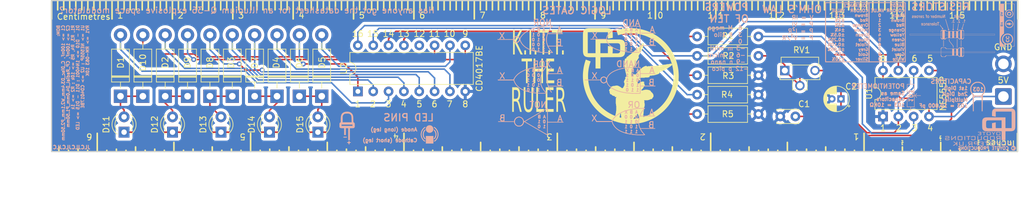
<source format=kicad_pcb>
(kicad_pcb (version 20221018) (generator pcbnew)
  (title_block (title "KITT THE RULER") (date "2023-10-29") (rev "1.1") (company "Coyote Productions"))
  (layers (0 "F.Cu" signal) (31 "B.Cu" signal) (34 "B.Paste" user) (35 "F.Paste" user) (36 "B.SilkS" user "B.Silkscreen") (37 "F.SilkS" user "F.Silkscreen") (38 "B.Mask" user) (39 "F.Mask" user) (44 "Edge.Cuts" user))
  (net 0 "")
  (net 1 "Q0")
  (net 2 "Net-(D1-A)")
  (net 3 "Q1")
  (net 4 "Net-(D2-A)")
  (net 5 "Q2")
  (net 6 "Net-(D3-A)")
  (net 7 "Q3")
  (net 8 "Net-(D4-A)")
  (net 9 "Q4")
  (net 10 "Net-(D5-A)")
  (net 11 "Net-(D6-A)")
  (net 12 "Net-(D7-A)")
  (net 13 "Net-(D8-A)")
  (net 14 "Net-(D9-A)")
  (net 15 "Net-(D10-A)")
  (net 16 "GND")
  (net 17 "Net-(U1-THR)")
  (net 18 "Net-(U1-Q)")
  (net 19 "Net-(U1-CV)")
  (net 20 "Net-(U1-DIS)")
  (net 22 "Net-(U2-CKEN)")
  (net 23 "Net-(U2-CLK)")
  (net 24 "Net-(U2-Reset)")
  (net 25 "Net-(D11-K)")
  (net 26 "VBUS")
  (footprint "Diode_THT:D_DO-41_SOD81_P10.16mm_Horizontal" (layer "F.Cu") (at 105.597616 100.257247 90)
    (fp_text reference "D6")
    (fp_text value "1N4001")
  )
  (footprint "LED_THT:LED_D3.0mm" (layer "F.Cu") (at 84.588416 106.207247 90)
    (fp_text reference "D12")
    (fp_text value "LED")
  )
  (footprint "LED_THT:LED_D3.0mm" (layer "F.Cu") (at 92.613416 106.207247 90)
    (fp_text reference "D13")
    (fp_text value "LED")
  )
  (footprint "Resistor_THT:R_Axial_DIN0207_L6.3mm_D2.5mm_P10.16mm_Horizontal" (layer "F.Cu") (at 181.630916 96.782247 180)
    (fp_text reference "R3")
    (fp_text value "10k")
  )
  (footprint "Diode_THT:D_DO-41_SOD81_P10.16mm_Horizontal" (layer "F.Cu") (at 79.674216 100.257247 90)
    (fp_text reference "D10")
    (fp_text value "1N4001")
  )
  (footprint "Resistor_THT:R_Axial_DIN0207_L6.3mm_D2.5mm_P10.16mm_Horizontal" (layer "F.Cu") (at 171.470916 90.357247)
    (fp_text reference "R1")
    (fp_text value "10k")
  )
  (footprint "LED_THT:LED_D3.0mm" (layer "F.Cu") (at 108.663416 106.207247 90)
    (fp_text reference "D15")
    (fp_text value "LED")
  )
  (footprint "Diode_THT:D_DO-41_SOD81_P10.16mm_Horizontal" (layer "F.Cu") (at 75.970916 100.257247 90)
    (fp_text reference "D1")
    (fp_text value "1N4001")
  )
  (footprint "Capacitor_THT:CP_Radial_D4.0mm_P1.50mm" (layer "F.Cu") (at 195.3 100.7 180)
    (fp_text reference "C2")
    (fp_text value "100nF")
  )
  (footprint "Resistor_THT:R_Axial_DIN0207_L6.3mm_D2.5mm_P10.16mm_Horizontal" (layer "F.Cu") (at 171.470916 93.569747)
    (fp_text reference "R2")
    (fp_text value "1k")
  )
  (footprint "Diode_THT:D_DO-41_SOD81_P10.16mm_Horizontal" (layer "F.Cu") (at 90.784216 100.257247 90)
    (fp_text reference "D8")
    (fp_text value "1N4001")
  )
  (footprint "Diode_THT:D_DO-41_SOD81_P10.16mm_Horizontal" (layer "F.Cu") (at 83.377616 100.257247 90)
    (fp_text reference "D2")
    (fp_text value "1N4001")
  )
  (footprint "Potentiometer_THT:Potentiometer_Runtron_RM-063_Horizontal" (layer "F.Cu") (at 186 96)
    (fp_text reference "RV1")
    (fp_text value "R_Potentiometer")
  )
  (footprint "Resistor_THT:R_Axial_DIN0207_L6.3mm_D2.5mm_P10.16mm_Horizontal" (layer "F.Cu") (at 181.630916 103.207247 180)
    (fp_text reference "R5")
    (fp_text value "10k")
  )
  (footprint "Diode_THT:D_DO-41_SOD81_P10.16mm_Horizontal" (layer "F.Cu") (at 101.894216 100.257247 90)
    (fp_text reference "D4")
    (fp_text value "1N4001")
  )
  (footprint "Diode_THT:D_DO-41_SOD81_P10.16mm_Horizontal" (layer "F.Cu") (at 109.300916 100.257247 90)
    (fp_text reference "D5")
    (fp_text value "1N4001")
  )
  (footprint "Resistor_THT:R_Axial_DIN0207_L6.3mm_D2.5mm_P10.16mm_Horizontal" (layer "F.Cu") (at 181.630916 99.994747 180)
    (fp_text reference "R4")
    (fp_text value "10k")
  )
  (footprint "Capacitor_THT:C_Disc_D3.4mm_W2.1mm_P2.50mm" (layer "F.Cu") (at 187.75 103.6 180)
    (fp_text reference "C1")
    (fp_text value "100nF")
  )
  (footprint "Diode_THT:D_DO-41_SOD81_P10.16mm_Horizontal" (layer "F.Cu") (at 98.190916 100.257247 90)
    (fp_text reference "D7")
    (fp_text value "1N4001")
  )
  (footprint "Package_DIP:DIP-8_W7.62mm" (layer "F.Cu") (at 202.26 103.62 90)
    (fp_text reference "U1")
    (fp_text value "NE555P")
  )
  (footprint "Diode_THT:D_DO-41_SOD81_P10.16mm_Horizontal" (layer "F.Cu") (at 94.487616 100.257247 90)
    (fp_text reference "D3")
    (fp_text value "1N4001")
  )
  (footprint "Diode_THT:D_DO-41_SOD81_P10.16mm_Horizontal" (layer "F.Cu") (at 87.080916 100.257247 90)
    (fp_text reference "D9")
    (fp_text value "1N4001")
  )
  (footprint "LED_THT:LED_D3.0mm" (layer "F.Cu") (at 76.563416 106.207247 90)
    (fp_text reference "D11")
    (fp_text value "LED")
  )
  (footprint "Connector_Wire:SolderWire-1sqmm_1x02_P5.4mm_D1.4mm_OD2.7mm" (layer "F.Cu") (at 222.2 100.3 90)
    (fp_text reference "POWER1" hide)
    (fp_text value "Conn_01x02_Pin")
  )
  (footprint "LED_THT:LED_D3.0mm" (layer "F.Cu") (at 100.638416 106.207247 90)
    (fp_text reference "D14")
    (fp_text value "LED")
  )
  (footprint "Package_DIP:DIP-16_W7.62mm" (layer "F.Cu") (at 115.290916 99.457247 90)
    (fp_text reference "U2")
    (fp_text value "CD4017BE")
  )
  (gr_line (start 212.081916 90.790481) (end 212.070309 90.789597) (stroke (width 0.04691)) (layer "B.SilkS"))
  (gr_line (start 142.001084 90.640805) (end 142.014132 90.669594) (stroke (width 0.113385)) (layer "B.SilkS"))
  (gr_line (start 155.639244 97.879629) (end 155.619214 97.8551) (stroke (width 0.113385)) (layer "B.SilkS"))
  (gr_line (start 214.785564 89.430408) (end 214.789615 89.421396) (stroke (width 0.04691)) (layer "B.SilkS"))
  (gr_line (start 215.464923 90.776893) (end 215.4543 90.78049) (stroke (width 0.04691)) (layer "B.SilkS"))
  (gr_line (start 144.095267 89.141127) (end 144.342011 89.055086) (stroke (width 0.113385)) (layer "B.SilkS"))
  (gr_line (start 162.041772 105.613108) (end 162.146993 105.814894) (stroke (width 0.113385)) (layer "B.SilkS"))
  (gr_line (start 211.872208 90.619227) (end 211.869653 90.608167) (stroke (width 0.04691)) (layer "B.SilkS"))
  (gr_line (start 156.443616 97.774677) (end 156.436405 97.788728) (stroke (width 0.113385)) (layer "B.SilkS"))
  (gr_line (start 146.61695 91.597783) (end 146.683105 91.795039) (stroke (width 0.113385)) (layer "B.SilkS"))
  (gr_line (start 142.260764 90.486646) (end 142.373868 90.320201) (stroke (width 0.113385)) (layer "B.SilkS"))
  (gr_line (start 211.904079 89.391638) (end 211.910457 89.382672) (stroke (width 0.04691)) (layer "B.SilkS"))
  (gr_poly (pts (xy 214.551148 88.090097) (xy 214.640842 88.090097) (xy 214.640842 87.981353) (xy 214.551148 87.981353)) (fill solid) (layer "B.SilkS"))
  (gr_line (start 214.975425 92.196305) (end 214.985763 92.195606) (stroke (width 0.04691)) (layer "B.SilkS"))
  (gr_line (start 215.612367 92.389237) (end 215.613822 92.400676) (stroke (width 0.04691)) (layer "B.SilkS"))
  (gr_line (start 141.749721 91.308107) (end 141.719701 91.319348) (stroke (width 0.113385)) (layer "B.SilkS"))
  (gr_line (start 214.781896 92.34421) (end 214.785564 92.334997) (stroke (width 0.04691)) (layer "B.SilkS"))
  (gr_line (start 158.212897 89.081142) (end 157.844425 89.227226) (stroke (width 0.113385)) (layer "B.SilkS"))
  (gr_line (start 126.343605 105.452369) (end 126.277882 105.503689) (stroke (width 0.132274)) (layer "B.SilkS"))
  (gr_line (start 212.554115 93.692269) (end 212.544529 93.695136) (stroke (width 0.04691)) (layer "B.SilkS"))
  (gr_line (start 211.932012 92.262379) (end 211.939955 92.254805) (stroke (width 0.04691)) (layer "B.SilkS"))
  (gr_line (start 141.658223 91.335699) (end 141.62697 91.340809) (stroke (width 0.113385)) (layer "B.SilkS"))
  (gr_line (start 157.820067 105.289558) (end 157.682277 105.103643) (stroke (width 0.113385)) (layer "B.SilkS"))
  (gr_line (start 146.188362 95.734959) (end 146.052476 95.933165) (stroke (width 0.113385)) (layer "B.SilkS"))
  (gr_line (start 141.969572 90.58611) (end 141.986213 90.612947) (stroke (width 0.113385)) (layer "B.SilkS"))
  (gr_line (start 142.570143 104.91816) (end 142.555051 104.937269) (stroke (width 0.113385)) (layer "B.SilkS"))
  (gr_line (start 212.664747 89.387643) (end 212.670561 89.395498) (stroke (width 0.04691)) (layer "B.SilkS"))
  (gr_line (start 157.407054 104.354117) (end 157.456084 104.24566) (stroke (width 0.113385)) (layer "B.SilkS"))
  (gr_line (start 126.191339 106.188666) (end 126.174106 106.235468) (stroke (width 0.132274)) (layer "B.SilkS"))
  (gr_line (start 212.081916 93.69507) (end 212.070309 93.694186) (stroke (width 0.04691)) (layer "B.SilkS"))
  (gr_line (start 146.526804 90.662391) (end 146.516856 90.841358) (stroke (width 0.113385)) (layer "B.SilkS"))
  (gr_line (start 141.23103 104.561385) (end 141.226157 104.511985) (stroke (width 0.113385)) (layer "B.SilkS"))
  (gr_line (start 211.878889 93.545287) (end 211.875291 93.534664) (stroke (width 0.04691)) (layer "B.SilkS"))
  (gr_line (start 142.71764 104.362563) (end 142.722515 104.411963) (stroke (width 0.113385)) (layer "B.SilkS"))
  (gr_line (start 158.262096 92.540693) (end 158.674363 92.670185) (stroke (width 0.113385)) (layer "B.SilkS"))
  (gr_line (start 212.015084 89.304667) (end 212.025707 89.301069) (stroke (width 0.04691)) (layer "B.SilkS"))
  (gr_line (start 141.348774 90.418973) (end 141.378177 90.405689) (stroke (width 0.113385)) (layer "B.SilkS"))
  (gr_poly (pts (xy 213.71654 90.603278) (xy 214.044666 90.603278) (xy 214.044666 89.478281) (xy 213.71654 89.478281)) (fill solid) (layer "B.SilkS"))
  (gr_line (start 155.576551 97.328446) (end 155.584211 97.314639) (stroke (width 0.113385)) (layer "B.SilkS"))
  (gr_line (start 126.05123 105.742473) (end 126.004173 105.8096) (stroke (width 0.132274)) (layer "B.SilkS"))
  (gr_line (start 142.305387 105.135724) (end 142.26015 105.156162) (stroke (width 0.113385)) (layer "B.SilkS"))
  (gr_line (start 214.841638 89.351004) (end 214.848962 89.344559) (stroke (width 0.04691)) (layer "B.SilkS"))
  (gr_line (start 146.516856 90.841358) (end 146.519665 91.024778) (stroke (width 0.113385)) (layer "B.SilkS"))
  (gr_line (start 214.945234 92.201086) (end 214.955151 92.199055) (stroke (width 0.04691)) (layer "B.SilkS"))
  (gr_line (start 128.557034 106.675015) (end 128.560503 106.591702) (stroke (width 0.132274)) (layer "B.SilkS"))
  (gr_line (start 141.102592 91.01457) (end 141.093342 90.984186) (stroke (width 0.113385)) (layer "B.SilkS"))
  (gr_line (start 141.779124 90.418973) (end 141.807808 90.434302) (stroke (width 0.113385)) (layer "B.SilkS"))
  (gr_line (start 162.178962 89.809267) (end 164.574545 89.809267) (stroke (width 0.113385)) (layer "B.SilkS"))
  (gr_line (start 211.956894 93.649914) (end 211.948254 93.643123) (stroke (width 0.04691)) (layer "B.SilkS"))
  (gr_line (start 214.925892 89.301818) (end 214.935478 89.298951) (stroke (width 0.04691)) (layer "B.SilkS"))
  (gr_line (start 215.615004 90.562107) (end 215.614706 90.573867) (stroke (width 0.04691)) (layer "B.SilkS"))
  (gr_line (start 212.572735 89.31669) (end 212.581748 89.320737) (stroke (width 0.04691)) (layer "B.SilkS"))
  (gr_line (start 212.664747 93.614381) (end 212.65861 93.621974) (stroke (width 0.04691)) (layer "B.SilkS"))
  (gr_line (start 141.250293 104.266143) (end 141.257034 104.242634) (stroke (width 0.113385)) (layer "B.SilkS"))
  (gr_line (start 214.775749 93.52754) (end 214.77329 93.517784) (stroke (width 0.04691)) (layer "B.SilkS"))
  (gr_line (start 211.872208 89.462333) (end 211.875291 89.451485) (stroke (width 0.04691)) (layer "B.SilkS"))
  (gr_line (start 141.126815 90.640805) (end 141.134025 90.626754) (stroke (width 0.113385)) (layer "B.SilkS"))
  (gr_line (start 212.638369 89.358942) (end 212.645411 89.365689) (stroke (width 0.04691)) (layer "B.SilkS"))
  (gr_line (start 141.986213 91.100846) (end 141.978111 91.114398) (stroke (width 0.113385)) (layer "B.SilkS"))
  (gr_line (start 162.422809 106.223074) (end 162.595869 106.428672) (stroke (width 0.113385)) (layer "B.SilkS"))
  (gr_line (start 128.0967 107.613176) (end 128.157141 107.555733) (stroke (width 0.132274)) (layer "B.SilkS"))
  (gr_line (start 145.199845 88.834009) (end 145.527309 88.775351) (stroke (width 0.113385)) (layer "B.SilkS"))
  (gr_line (start 212.047615 93.690718) (end 212.036555 93.688163) (stroke (width 0.04691)) (layer "B.SilkS"))
  (gr_line (start 141.595511 91.343875) (end 141.563949 91.344897) (stroke (width 0.113385)) (layer "B.SilkS"))
  (gr_line (start 215.485433 93.672804) (end 215.475305 93.677385) (stroke (width 0.04691)) (layer "B.SilkS"))
  (gr_poly (pts (xy 213.06029 90.603278) (xy 213.388416 90.603278) (xy 213.388416 89.478281) (xy 213.06029 89.478281)) (fill solid) (layer "B.SilkS"))
  (gr_line (start 211.875291 92.356074) (end 211.878889 92.345452) (stroke (width 0.04691)) (layer "B.SilkS"))
  (gr_line (start 141.167295 90.573102) (end 141.176687 90.560382) (stroke (width 0.113385)) (layer "B.SilkS"))
  (gr_line (start 212.581748 89.320737) (end 212.590551 89.325157) (stroke (width 0.04691)) (layer "B.SilkS"))
  (gr_line (start 159.368872 102.759473) (end 159.615615 102.673432) (stroke (width 0.113385)) (layer "B.SilkS"))
  (gr_line (start 215.562759 90.707528) (end 215.555569 90.715826) (stroke (width 0.04691)) (layer "B.SilkS"))
  (gr_line (start 212.676042 92.308194) (end 212.681182 92.316542) (stroke (width 0.04691)) (layer "B.SilkS"))
  (gr_line (start 220.771345 89.947029) (end 220.771345 90.134529) (stroke (width 0.025591)) (layer "B.SilkS"))
  (gr_line (start 212.645411 89.365689) (end 212.652162 89.372729) (stroke (width 0.04691)) (layer "B.SilkS"))
  (gr_line (start 142.04471 90.937392) (end 142.041831 90.953138) (stroke (width 0.113385)) (layer "B.SilkS"))
  (gr_line (start 141.241575 91.223047) (end 141.218363 91.201182) (stroke (width 0.113385)) (layer "B.SilkS"))
  (gr_line (start 141.096538 97.558236) (end 141.129085 97.463738) (stroke (width 0.113385)) (layer "B.SilkS"))
  (gr_line (start 141.542095 98.399179) (end 141.404306 98.213264) (stroke (width 0.113385)) (layer "B.SilkS"))
  (gr_line (start 212.599132 89.32994) (end 212.607483 89.335075) (stroke (width 0.04691)) (layer "B.SilkS"))
  (gr_line (start 212.670561 90.701936) (end 212.664747 90.709791) (stroke (width 0.04691)) (layer "B.SilkS"))
  (gr_line (start 211.994574 93.672804) (end 211.984714 93.667751) (stroke (width 0.04691)) (layer "B.SilkS"))
  (gr_line (start 157.456084 104.24566) (end 157.534369 104.104988) (stroke (width 0.113385)) (layer "B.SilkS"))
  (gr_line (start 156.412105 97.287802) (end 156.428746 97.314639) (stroke (width 0.113385)) (layer "B.SilkS"))
  (gr_line (start 214.536869 92.201325) (end 214.536869 90.79507) (stroke (width 0.075009)) (layer "B.SilkS"))
  (gr_line (start 145.678731 98.523004) (end 145.763803 98.722724) (stroke (width 0.113385)) (layer "B.SilkS"))
  (gr_line (start 145.781013 96.432359) (end 145.665148 96.72698) (stroke (width 0.113385)) (layer "B.SilkS"))
  (gr_line (start 212.685968 89.420532) (end 212.690392 89.429333) (stroke (width 0.04691)) (layer "B.SilkS"))
  (gr_poly (pts (xy 221.290557 106.860068) (xy 221.238337 106.860649) (xy 221.193886 106.862033) (xy 221.17438 106.863129) (xy 221.156582 106.864551) (xy 221.140414 106.866337) (xy 221.125799 106.868531) (xy 221.112658 106.871174) (xy 221.100912 106.874305) (xy 221.090485 106.877967) (xy 221.081297 106.882201) (xy 221.073272 106.887049) (xy 221.06633 106.89255) (xy 221.060393 106.898747) (xy 221.055384 106.905681) (xy 221.051225 106.913393) (xy 221.047837 106.921924) (xy 221.045142 106.931315) (xy 221.043063 106.941608) (xy 221.04152 106.952844) (xy 221.040437 106.965063) (xy 221.039334 106.99262) (xy 221.039202 107.061355) (xy 221.039364 107.093108) (xy 221.039959 107.121257) (xy 221.041155 107.146029) (xy 221.043118 107.167651) (xy 221.044438 107.177353) (xy 221.046012 107.186353) (xy 221.047861 107.194679) (xy 221.050006 107.202361) (xy 221.052466 107.209426) (xy 221.055264 107.215903) (xy 221.058419 107.221822) (xy 221.061953 107.227209) (xy 221.065886 107.232094) (xy 221.07024 107.236505) (xy 221.075034 107.240471) (xy 221.080289 107.24402) (xy 221.086027 107.247181) (xy 221.092269 107.249982) (xy 221.099034 107.252451) (xy 221.106343 107.254618) (xy 221.114218 107.25651) (xy 221.12268 107.258157) (xy 221.141444 107.260826) (xy 221.162802 107.262854) (xy 221.186921 107.264469) (xy 221.268694 107.268865) (xy 221.122734 107.390206) (xy 221.066309 107.438167) (xy 221.020188 107.477804) (xy 221.00246 107.493237) (xy 220.989069 107.505075) (xy 220.980605 107.512812) (xy 220.978403 107.514984) (xy 220.977653 107.515942) (xy 220.978078 107.516272) (xy 220.979325 107.516598) (xy 220.98411 107.517234) (xy 220.991656 107.517828) (xy 221.001613 107.51836) (xy 221.027359 107.519157) (xy 221.058546 107.51946) (xy 221.140319 107.51946) (xy 221.27397 107.391964) (xy 221.406741 107.264469) (xy 221.601941 107.264469) (xy 221.601941 107.51946) (xy 221.716247 107.51946) (xy 221.716247 106.947927) (xy 221.601941 106.947927) (xy 221.601941 107.176541) (xy 221.397069 107.176541) (xy 221.312888 107.17657) (xy 221.279251 107.176315) (xy 221.250696 107.17562) (xy 221.238195 107.175047) (xy 221.226809 107.174292) (xy 221.216487 107.173329) (xy 221.207175 107.172136) (xy 221.198824 107.170686) (xy 221.19138 107.168957) (xy 221.184791 107.166923) (xy 221.179007 107.16456) (xy 221.173975 107.161845) (xy 221.169644 107.158752) (xy 221.165961 107.155258) (xy 221.162875 107.151338) (xy 221.160333 107.146968) (xy 221.158285 107.142124) (xy 221.156677 107.13678) (xy 221.155459 107.130914) (xy 221.154578 107.1245) (xy 221.153983 107.117515) (xy 221.153443 107.101731) (xy 221.153508 107.062234) (xy 221.153532 107.048057) (xy 221.153618 107.035459) (xy 221.153786 107.024326) (xy 221.154058 107.014547) (xy 221.154239 107.01013) (xy 221.154453 107.006009) (xy 221.154703 107.002171) (xy 221.154992 106.998601) (xy 221.155322 106.995286) (xy 221.155696 106.992211) (xy 221.156117 106.989362) (xy 221.156586 106.986726) (xy 221.157107 106.984288) (xy 221.157681 106.982034) (xy 221.158313 106.979951) (xy 221.159004 106.978024) (xy 221.159756 106.976239) (xy 221.160574 106.974583) (xy 221.161458 106.973041) (xy 221.162411 106.971599) (xy 221.163437 106.970244) (xy 221.164537 106.968961) (xy 221.165715 106.967736) (xy 221.166972 106.966556) (xy 221.168312 106.965405) (xy 221.169737 106.964271) (xy 221.17125 106.963139) (xy 221.172853 106.961996) (xy 221.17625 106.959954) (xy 221.180287 106.95811) (xy 221.185131 106.956453) (xy 221.190947 106.954975) (xy 221.20616 106.952521) (xy 221.227258 106.950675) (xy 221.255568 106.949365) (xy 221.292421 106.948518) (xy 221.397069 106.947927) (xy 221.601941 106.947927) (xy 221.716247 106.947927) (xy 221.716247 106.86) (xy 221.420809 106.86)) (fill solid) (layer "B.SilkS"))
  (gr_poly (pts (xy 215.456126 88.090097) (xy 215.54582 88.090097) (xy 215.54582 87.981353) (xy 215.456126 87.981353)) (fill solid) (layer "B.SilkS"))
  (gr_line (start 157.016222 96.567196) (end 156.823872 96.765712) (stroke (width 0.113385)) (layer "B.SilkS"))
  (gr_line (start 157.974978 105.460306) (end 157.820067 105.289558) (stroke (width 0.113385)) (layer "B.SilkS"))
  (gr_line (start 212.685968 93.581492) (end 212.681182 93.590071) (stroke (width 0.04691)) (layer "B.SilkS"))
  (gr_line (start 142.100903 90.830274) (end 142.13345 90.735776) (stroke (width 0.113385)) (layer "B.SilkS"))
  (gr_line (start 141.337138 104.06581) (end 141.350275 104.04537) (stroke (width 0.113385)) (layer "B.SilkS"))
  (gr_poly (pts (xy 217.571203 107.783314) (xy 217.518983 107.783899) (xy 217.474532 107.785291) (xy 217.455026 107.786393) (xy 217.437228 107.787821) (xy 217.42106 107.789617) (xy 217.406445 107.791822) (xy 217.393303 107.794477) (xy 217.381558 107.797623) (xy 217.371131 107.801302) (xy 217.361943 107.805555) (xy 217.353917 107.810425) (xy 217.346975 107.815951) (xy 217.341039 107.822175) (xy 217.33603 107.82914) (xy 217.331871 107.836885) (xy 217.328483 107.845454) (xy 217.325788 107.854886) (xy 217.323708 107.865223) (xy 217.322166 107.876507) (xy 217.321082 107.888779) (xy 217.31998 107.916453) (xy 217.319848 107.985478) (xy 217.320019 108.018374) (xy 217.320242 108.032884) (xy 217.320562 108.04619) (xy 217.320985 108.058357) (xy 217.321517 108.069451) (xy 217.322162 108.079538) (xy 217.322925 108.088683) (xy 217.323812 108.096953) (xy 217.324828 108.104413) (xy 217.325978 108.111128) (xy 217.327267 108.117164) (xy 217.3287 108.122587) (xy 217.330282 108.127463) (xy 217.332019 108.131857) (xy 217.333916 108.135835) (xy 217.338581 108.144387) (xy 217.343576 108.151949) (xy 217.349254 108.158581) (xy 217.355967 108.164343) (xy 217.364065 108.169296) (xy 217.373901 108.173501) (xy 217.385826 108.177019) (xy 217.400192 108.179909) (xy 217.41735 108.182232) (xy 217.437652 108.184049) (xy 217.489095 108.186407) (xy 217.557334 108.187466) (xy 217.645181 108.187712) (xy 217.882587 108.187712) (xy 217.882587 108.442704) (xy 217.996893 108.442704) (xy 217.996893 107.871172) (xy 217.882587 107.871172) (xy 217.882587 108.099785) (xy 217.675956 108.099785) (xy 217.592861 108.099778) (xy 217.559607 108.099483) (xy 217.531342 108.098741) (xy 217.518955 108.098141) (xy 217.507663 108.097359) (xy 217.497417 108.096369) (xy 217.488165 108.095148) (xy 217.479857 108.093672) (xy 217.472443 108.091917) (xy 217.465872 108.089859) (xy 217.460093 108.087475) (xy 217.455056 108.08474) (xy 217.450711 108.081631) (xy 217.447006 108.078125) (xy 217.443891 108.074196) (xy 217.441317 108.069822) (xy 217.439231 108.064978) (xy 217.437584 108.059641) (xy 217.436325 108.053787) (xy 217.435403 108.047392) (xy 217.434768 108.040432) (xy 217.434157 108.024723) (xy 217.434154 107.985478) (xy 217.434187 107.973399) (xy 217.434297 107.962497) (xy 217.434496 107.952692) (xy 217.4348 107.943905) (xy 217.435222 107.936055) (xy 217.435777 107.929063) (xy 217.436109 107.925864) (xy 217.436479 107.922849) (xy 217.436889 107.920009) (xy 217.437341 107.917334) (xy 217.437838 107.914813) (xy 217.438379 107.912436) (xy 217.438968 107.910194) (xy 217.439607 107.908077) (xy 217.440296 107.906075) (xy 217.441037 107.904177) (xy 217.441834 107.902373) (xy 217.442686 107.900655) (xy 217.443596 107.899011) (xy 217.444566 107.897432) (xy 217.445598 107.895907) (xy 217.446692 107.894428) (xy 217.447852 107.892983) (xy 217.449079 107.891563) (xy 217.45174 107.888757) (xy 217.458164 107.883205) (xy 217.461908 107.880931) (xy 217.466372 107.878962) (xy 217.47183 107.877276) (xy 217.478556 107.875852) (xy 217.486826 107.874667) (xy 217.496913 107.8737) (xy 217.523637 107.872331) (xy 217.560922 107.87157) (xy 217.675956 107.871172) (xy 217.882587 107.871172) (xy 217.996893 107.871172) (xy 217.996893 107.783244) (xy 217.701456 107.783244)) (fill solid) (layer "B.SilkS"))
  (gr_line (start 214.945234 89.296497) (end 214.955151 89.294466) (stroke (width 0.04691)) (layer "B.SilkS"))
  (gr_line (start 212.685968 92.325122) (end 212.690392 92.333922) (stroke (width 0.04691)) (layer "B.SilkS"))
  (gr_line (start 142.030176 90.999466) (end 142.025307 91.01457) (stroke (width 0.113385)) (layer "B.SilkS"))
  (gr_line (start 125.887798 106.025791) (end 125.857636 106.10216) (stroke (width 0.132274)) (layer "B.SilkS"))
  (gr_line (start 214.848962 92.249148) (end 214.856558 92.243015) (stroke (width 0.04691)) (layer "B.SilkS"))
  (gr_line (start 156.456665 97.371285) (end 156.46784 97.400917) (stroke (width 0.113385)) (layer "B.SilkS"))
  (gr_line (start 155.684104 97.924738) (end 155.660891 97.902872) (stroke (width 0.113385)) (layer "B.SilkS"))
  (gr_line (start 141.516398 105.056682) (end 141.478356 105.025297) (stroke (width 0.113385)) (layer "B.SilkS"))
  (gr_line (start 214.985763 90.790543) (end 214.975425 90.789844) (stroke (width 0.04691)) (layer "B.SilkS"))
  (gr_line (start 160.130366 88.698037) (end 159.584274 88.75962) (stroke (width 0.113385)) (layer "B.SilkS"))
  (gr_line (start 214.955151 92.199055) (end 214.965218 92.197459) (stroke (width 0.04691)) (layer "B.SilkS"))
  (gr_line (start 142.025307 90.699225) (end 142.034557 90.729609) (stroke (width 0.113385)) (layer "B.SilkS"))
  (gr_line (start 156.420643 97.816086) (end 156.412104 97.829372) (stroke (width 0.113385)) (layer "B.SilkS"))
  (gr_line (start 145.564105 98.131354) (end 145.612576 98.325748) (stroke (width 0.113385)) (layer "B.SilkS"))
  (gr_line (start 213.224404 91.07632) (end 213.224404 90.79507) (stroke (width 0.075009)) (layer "B.SilkS"))
  (gr_line (start 141.73471 105.173456) (end 141.688524 105.156162) (stroke (width 0.113385)) (layer "B.SilkS"))
  (gr_line (start 211.924438 90.715826) (end 211.917248 90.707528) (stroke (width 0.04691)) (layer "B.SilkS"))
  (gr_line (start 142.657267 104.772455) (end 142.646874 104.79443) (stroke (width 0.113385)) (layer "B.SilkS"))
  (gr_line (start 125.794566 106.341538) (end 125.783045 106.424124) (stroke (width 0.132274)) (layer "B.SilkS"))
  (gr_line (start 215.581878 93.585233) (end 215.575928 93.594511) (stroke (width 0.04691)) (layer "B.SilkS"))
  (gr_line (start 214.965218 89.292869) (end 214.975425 89.291716) (stroke (width 0.04691)) (layer "B.SilkS"))
  (gr_line (start 146.643995 88.655752) (end 147.063306 88.637363) (stroke (width 0.113385)) (layer "B.SilkS"))
  (gr_line (start 212.504582 89.299654) (end 212.514789 89.300807) (stroke (width 0.04691)) (layer "B.SilkS"))
  (gr_line (start 141.324672 104.086659) (end 141.337138 104.06581) (stroke (width 0.113385)) (layer "B.SilkS"))
  (gr_line (start 211.924438 89.365733) (end 211.932012 89.35779) (stroke (width 0.04691)) (layer "B.SilkS"))
  (gr_line (start 156.487243 97.639081) (end 156.484363 97.654826) (stroke (width 0.113385)) (layer "B.SilkS"))
  (gr_line (start 215.587387 89.410492) (end 215.59244 89.420352) (stroke (width 0.04691)) (layer "B.SilkS"))
  (gr_line (start 141.920558 91.189727) (end 141.909536 91.201182) (stroke (width 0.113385)) (layer "B.SilkS"))
  (gr_line (start 157.520125 89.389424) (end 157.239902 89.565733) (stroke (width 0.113385)) (layer "B.SilkS"))
  (gr_line (start 143.337642 95.783046) (end 143.603522 95.702642) (stroke (width 0.113385)) (layer "B.SilkS"))
  (gr_line (start 141.931182 91.17794) (end 141.920558 91.189727) (stroke (width 0.113385)) (layer "B.SilkS"))
  (gr_line (start 212.615591 90.756882) (end 212.607483 90.76236) (stroke (width 0.04691)) (layer "B.SilkS"))
  (gr_line (start 215.523113 89.336236) (end 215.531753 89.343027) (stroke (width 0.04691)) (layer "B.SilkS"))
  (gr_line (start 211.866185 90.585473) (end 211.865301 90.573867) (stroke (width 0.04691)) (layer "B.SilkS"))
  (gr_line (start 126.210786 107.007956) (end 126.232605 107.053284) (stroke (width 0.132274)) (layer "B.SilkS"))
  (gr_line (start 206.708867 90.134529) (end 206.708867 89.947029) (stroke (width 0.025591)) (layer "B.SilkS"))
  (gr_line (start 141.093342 90.729609) (end 141.097723 90.714328) (stroke (width 0.113385)) (layer "B.SilkS"))
  (gr_line (start 155.85073 97.096139) (end 155.881263 97.086942) (stroke (width 0.113385)) (layer "B.SilkS"))
  (gr_line (start 128.11974 105.558548) (end 128.057532 105.503689) (stroke (width 0.132274)) (layer "B.SilkS"))
  (gr_poly (pts (xy 212.180475 88.891901) (xy 212.178246 88.901266) (xy 212.175466 88.910515) (xy 212.172154 88.91963) (xy 212.168334 88.928597) (xy 212.164025 88.937399) (xy 212.159248 88.946021) (xy 212.154027 88.954446) (xy 212.14838 88.962658) (xy 212.14233 88.970642) (xy 212.135898 88.978382) (xy 212.129105 88.985862) (xy 212.121972 88.993066) (xy 212.11452 88.999977) (xy 212.106772 89.006581) (xy 212.098747 89.012861) (xy 212.090467 89.018801) (xy 212.081954 89.024385) (xy 212.073228 89.029598) (xy 212.064311 89.034423) (xy 212.055224 89.038845) (xy 212.045989 89.042847) (xy 212.036625 89.046414) (xy 212.027156 89.04953) (xy 212.017601 89.052179) (xy 212.007982 89.054345) (xy 211.998321 89.056012) (xy 211.988638 89.057164) (xy 211.978955 89.057785) (xy 211.969293 89.05786) (xy 211.959674 89.057372) (xy 211.950117 89.056305) (xy 212.239995 89.201324) (xy 212.18213 88.882434)) (fill solid) (layer "B.SilkS"))
  (gr_line (start 141.350275 104.04537) (end 141.364074 104.025357) (stroke (width 0.113385)) (layer "B.SilkS"))
  (gr_poly (pts (xy 214.37279 90.607247) (xy 214.700916 90.607247) (xy 214.700916 89.48225) (xy 214.37279 89.48225)) (fill solid) (layer "B.SilkS"))
  (gr_line (start 125.935486 107.224752) (end 125.975821 107.296121) (stroke (width 0.132274)) (layer "B.SilkS"))
  (gr_line (start 155.619214 97.8551) (end 155.600852 97.829372) (stroke (width 0.113385)) (layer "B.SilkS"))
  (gr_line (start 128.161374 106.915042) (end 128.176301 106.867629) (stroke (width 0.132274)) (layer "B.SilkS"))
  (gr_line (start 141.404306 98.213264) (end 141.285233 98.011554) (stroke (width 0.113385)) (layer "B.SilkS"))
  (gr_line (start 215.495293 89.318398) (end 215.504869 89.323907) (stroke (width 0.04691)) (layer "B.SilkS"))
  (gr_line (start 156.264307 97.972796) (end 156.250332 97.981186) (stroke (width 0.113385)) (layer "B.SilkS"))
  (gr_line (start 215.443452 93.688163) (end 215.432393 93.690718) (stroke (width 0.04691)) (layer "B.SilkS"))
  (gr_line (start 211.878889 89.440862) (end 211.882986 89.43048) (stroke (width 0.04691)) (layer "B.SilkS"))
  (gr_line (start 212.081916 92.195669) (end 212.093676 92.195371) (stroke (width 0.04691)) (layer "B.SilkS"))
  (gr_line (start 126.17404 106.915042) (end 126.191265 106.961847) (stroke (width 0.132274)) (layer "B.SilkS"))
  (gr_line (start 212.706717 93.525722) (end 212.704259 93.535477) (stroke (width 0.04691)) (layer "B.SilkS"))
  (gr_line (start 144.602507 92.799947) (end 144.130984 92.665356) (stroke (width 0.113385)) (layer "B.SilkS"))
  (gr_line (start 156.304131 97.172039) (end 156.328857 97.192438) (stroke (width 0.113385)) (layer "B.SilkS"))
  (gr_line (start 147.316698 93.029176) (end 146.773695 93.040695) (stroke (width 0.113385)) (layer "B.SilkS"))
  (gr_line (start 160.733658 95.475643) (end 160.142926 95.51109) (stroke (width 0.113385)) (layer "B.SilkS"))
  (gr_line (start 214.889456 93.66893) (end 214.880875 93.664147) (stroke (width 0.04691)) (layer "B.SilkS"))
  (gr_line (start 158.251339 103.349008) (end 158.559358 103.143906) (stroke (width 0.113385)) (layer "B.SilkS"))
  (gr_line (start 126.232697 106.097237) (end 126.21087 106.14256) (stroke (width 0.132274)) (layer "B.SilkS"))
  (gr_line (start 212.631045 93.649528) (end 212.623449 93.655661) (stroke (width 0.04691)) (layer "B.SilkS"))
  (gr_line (start 143.889235 95.628681) (end 144.195475 95.561969) (stroke (width 0.113385)) (layer "B.SilkS"))
  (gr_line (start 155.881263 98.030233) (end 155.85073 98.021036) (stroke (width 0.113385)) (layer "B.SilkS"))
  (gr_line (start 156.492777 97.591095) (end 156.491457 97.607204) (stroke (width 0.113385)) (layer "B.SilkS"))
  (gr_poly (pts (xy 222.143358 107.783235) (xy 222.044604 107.785675) (xy 221.970002 107.789785) (xy 221.945545 107.792463) (xy 221.931671 107.795554) (xy 221.911607 107.804793) (xy 221.903462 107.809827) (xy 221.896459 107.815722) (xy 221.890512 107.822915) (xy 221.885535 107.831844) (xy 221.881441 107.842948) (xy 221.878145 107.856664) (xy 221.87556 107.873429) (xy 221.873599 107.893683) (xy 221.872177 107.917862) (xy 221.871207 107.946405) (xy 221.870278 108.018334) (xy 221.870121 108.112974) (xy 221.870278 108.207613) (xy 221.870603 108.246197) (xy 221.871207 108.279542) (xy 221.871641 108.294387) (xy 221.872177 108.308085) (xy 221.872826 108.320693) (xy 221.873599 108.332265) (xy 221.874507 108.342855) (xy 221.87556 108.352518) (xy 221.876769 108.361309) (xy 221.878145 108.369284) (xy 221.879699 108.376495) (xy 221.881441 108.382999) (xy 221.883383 108.38885) (xy 221.885535 108.394103) (xy 221.887907 108.398812) (xy 221.890512 108.403032) (xy 221.893359 108.406818) (xy 221.896459 108.410225) (xy 221.899823 108.413307) (xy 221.903462 108.41612) (xy 221.907386 108.418717) (xy 221.911607 108.421154) (xy 221.916135 108.423486) (xy 221.920982 108.425766) (xy 221.931671 108.430394) (xy 221.945642 108.433639) (xy 221.970071 108.436452) (xy 222.044329 108.44078) (xy 222.142492 108.443376) (xy 222.252608 108.444242) (xy 222.362724 108.443376) (xy 222.460888 108.44078) (xy 222.535146 108.436452) (xy 222.559575 108.433639) (xy 222.573545 108.430394) (xy 222.5838 108.425814) (xy 222.592852 108.421046) (xy 222.600775 108.415693) (xy 222.607645 108.409359) (xy 222.613536 108.401651) (xy 222.618523 108.392171) (xy 222.62268 108.380524) (xy 222.626082 108.366316) (xy 222.628805 108.349151) (xy 222.630922 108.328632) (xy 222.632508 108.304366) (xy 222.633639 108.275956) (xy 222.634831 108.205125) (xy 222.635095 108.112974) (xy 222.635042 108.06448) (xy 222.634834 108.021618) (xy 222.6344 107.984) (xy 222.633666 107.951241) (xy 222.633165 107.936563) (xy 222.632562 107.922954) (xy 222.631848 107.910366) (xy 222.631015 107.898752) (xy 222.630052 107.888063) (xy 222.628952 107.87825) (xy 222.62797 107.871172) (xy 222.525185 107.871172) (xy 222.525185 108.354775) (xy 221.980032 108.354775) (xy 221.980032 107.871172) (xy 222.525185 107.871172) (xy 222.62797 107.871172) (xy 222.627705 107.869265) (xy 222.626302 107.86106) (xy 222.624735 107.853587) (xy 222.622993 107.846797) (xy 222.621068 107.840642) (xy 222.618952 107.835073) (xy 222.616635 107.830043) (xy 222.614107 107.825503) (xy 222.611361 107.821405) (xy 222.608387 107.8177) (xy 222.605176 107.814341) (xy 222.601718 107.811278) (xy 222.598006 107.808465) (xy 222.59403 107.805851) (xy 222.58978 107.803389) (xy 222.585249 107.801031) (xy 222.580427 107.798728) (xy 222.575304 107.796433) (xy 222.561739 107.793187) (xy 222.53755 107.790372) (xy 222.463361 107.786033) (xy 222.364854 107.783403) (xy 222.254147 107.782474)) (fill solid) (layer "B.SilkS"))
  (gr_line (start 142.019957 91.029485) (end 142.014132 91.044201) (stroke (width 0.113385)) (layer "B.SilkS"))
  (gr_line (start 156.131697 97.086942) (end 156.162231 97.096139) (stroke (width 0.113385)) (layer "B.SilkS"))
  (gr_poly (pts (xy 213.71654 93.511837) (xy 214.044666 93.511837) (xy 214.044666 92.386839) (xy 213.71654 92.386839)) (fill solid) (layer "B.SilkS"))
  (gr_line (start 141.861598 91.243447) (end 141.848683 91.253069) (stroke (width 0.113385)) (layer "B.SilkS"))
  (gr_line (start 212.708753 90.611216) (end 212.706717 90.621132) (stroke (width 0.04691)) (layer "B.SilkS"))
  (gr_line (start 212.572735 92.221279) (end 212.581748 92.225326) (stroke (width 0.04691)) (layer "B.SilkS"))
  (gr_line (start 155.660891 97.214303) (end 155.672305 97.203193) (stroke (width 0.113385)) (layer "B.SilkS"))
  (gr_line (start 155.735021 97.153195) (end 155.748649 97.144383) (stroke (width 0.113385)) (layer "B.SilkS"))
  (gr_line (start 128.552369 106.424124) (end 128.540848 106.341538) (stroke (width 0.132274)) (layer "B.SilkS"))
  (gr_line (start 211.875291 90.630075) (end 211.872208 90.619227) (stroke (width 0.04691)) (layer "B.SilkS"))
  (gr_line (start 145.876691 88.725551) (end 146.248688 88.685417) (stroke (width 0.113385)) (layer "B.SilkS"))
  (gr_line (start 156.291209 97.954761) (end 156.277935 97.963984) (stroke (width 0.113385)) (layer "B.SilkS"))
  (gr_line (start 215.386332 89.290782) (end 215.398092 89.291079) (stroke (width 0.04691)) (layer "B.SilkS"))
  (gr_line (start 142.349518 103.811806) (end 142.391981 103.838271) (stroke (width 0.113385)) (layer "B.SilkS"))
  (gr_line (start 212.581748 92.225326) (end 212.590551 92.229746) (stroke (width 0.04691)) (layer "B.SilkS"))
  (gr_line (start 141.320091 91.279494) (end 141.29249 91.262292) (stroke (width 0.113385)) (layer "B.SilkS"))
  (gr_line (start 127.991809 105.452369) (end 127.922681 105.404779) (stroke (width 0.132274)) (layer "B.SilkS"))
  (gr_line (start 141.196717 91.17794) (end 141.176687 91.153411) (stroke (width 0.113385)) (layer "B.SilkS"))
  (gr_line (start 215.531753 90.738533) (end 215.523113 90.745324) (stroke (width 0.04691)) (layer "B.SilkS"))
  (gr_line (start 146.536462 91.212255) (end 146.568479 91.403389) (stroke (width 0.113385)) (layer "B.SilkS"))
  (gr_line (start 214.965218 92.197459) (end 214.975425 92.196305) (stroke (width 0.04691)) (layer "B.SilkS"))
  (gr_line (start 128.49482 106.998307) (end 128.517444 106.919376) (stroke (width 0.132274)) (layer "B.SilkS"))
  (gr_poly (pts (xy 214.37279 93.515806) (xy 214.700916 93.515806) (xy 214.700916 92.390807) (xy 214.37279 92.390807)) (fill solid) (layer "B.SilkS"))
  (gr_line (start 211.994574 92.217935) (end 212.004702 92.213353) (stroke (width 0.04691)) (layer "B.SilkS"))
  (gr_line (start 141.186476 97.793421) (end 141.10963 97.558236) (stroke (width 0.113385)) (layer "B.SilkS"))
  (gr_line (start 141.722423 96.663728) (end 141.973367 96.458625) (stroke (width 0.113385)) (layer "B.SilkS"))
  (gr_poly (pts (xy 113.814812 107.635671) (xy 113.805669 107.636594) (xy 113.801441 107.637304) (xy 113.797435 107.638188) (xy 113.793646 107.639251) (xy 113.790069 107.6405) (xy 113.786699 107.641941) (xy 113.783531 107.643578) (xy 113.780558 107.645418) (xy 113.777777 107.647466) (xy 113.775182 107.64973) (xy 113.772768 107.652213) (xy 113.77053 107.654922) (xy 113.768462 107.657864) (xy 113.766559 107.661043) (xy 113.764817 107.664465) (xy 113.763229 107.668137) (xy 113.761792 107.672064) (xy 113.759346 107.680707) (xy 113.757437 107.690441) (xy 113.756025 107.701311) (xy 113.755067 107.713364) (xy 113.754523 107.726648) (xy 113.754351 107.741208) (xy 113.754204 107.758674) (xy 113.753675 107.774115) (xy 113.75263 107.787654) (xy 113.750933 107.799416) (xy 113.749799 107.804669) (xy 113.748451 107.809524) (xy 113.746873 107.813996) (xy 113.745049 107.818102) (xy 113.742961 107.821856) (xy 113.740593 107.825275) (xy 113.737927 107.828373) (xy 113.734948 107.831166) (xy 113.731638 107.83367) (xy 113.72798 107.8359) (xy 113.723958 107.837871) (xy 113.719555 107.8396) (xy 113.714754 107.841101) (xy 113.709538 107.84239) (xy 113.703891 107.843483) (xy 113.697796 107.844395) (xy 113.684193 107.845739) (xy 113.668595 107.846545) (xy 113.650869 107.846938) (xy 113.630878 107.847041) (xy 113.613214 107.847212) (xy 113.597213 107.847751) (xy 113.582804 107.848692) (xy 113.576174 107.849325) (xy 113.569914 107.850073) (xy 113.564016 107.850939) (xy 113.558471 107.851929) (xy 113.55327 107.853046) (xy 113.548403 107.854296) (xy 113.543862 107.855683) (xy 113.539637 107.857212) (xy 113.535719 107.858886) (xy 113.532101 107.860711) (xy 113.528771 107.862691) (xy 113.525722 107.86483) (xy 113.522944 107.867134) (xy 113.520429 107.869606) (xy 113.518166 107.872251) (xy 113.516148 107.875074) (xy 113.514365 107.878079) (xy 113.512808 107.881271) (xy 113.511468 107.884654) (xy 113.510336 107.888233) (xy 113.509403 107.892012) (xy 113.50866 107.895995) (xy 113.508098 107.900188) (xy 113.507708 107.904595) (xy 113.50748 107.90922) (xy 113.507406 107.914068) (xy 113.507744 107.923622) (xy 113.508784 107.932458) (xy 113.510569 107.940602) (xy 113.511753 107.944422) (xy 113.513139 107.948078) (xy 113.514731 107.951575) (xy 113.516536 107.954914) (xy 113.518557 107.9581) (xy 113.520801 107.961135) (xy 113.523272 107.964023) (xy 113.525975 107.966767) (xy 113.528916 107.96937) (xy 113.532101 107.971836) (xy 113.535533 107.974167) (xy 113.539218 107.976367) (xy 113.543162 107.978439) (xy 113.547369 107.980387) (xy 113.556595 107.98392) (xy 113.566937 107.986994) (xy 113.578437 107.989634) (xy 113.591136 107.991866) (xy 113.605075 107.993715) (xy 113.620295 107.995207) (xy 113.638465 107.997253) (xy 113.654691 107.9995) (xy 113.669098 108.002067) (xy 113.681811 108.005074) (xy 113.68757 108.006779) (xy 113.692952 108.008639) (xy 113.697972 108.010668) (xy 113.702647 108.012881) (xy 113.70699 108.015293) (xy 113.711018 108.017918) (xy 113.714747 108.020773) (xy 113.718191 108.023871) (xy 113.721366 108.027227) (xy 113.724289 108.030856) (xy 113.726973 108.034774) (xy 113.729436 108.038994) (xy 113.731691 108.043533) (xy 113.733756 108.048404) (xy 113.735645 108.053622) (xy 113.737373 108.059203) (xy 113.740412 108.071512) (xy 113.742996 108.085448) (xy 113.745249 108.101131) (xy 113.747295 108.118679) (xy 113.748788 108.134521) (xy 113.750637 108.149003) (xy 113.751703 108.155749) (xy 113.752868 108.162173) (xy 113.754136 108.16828) (xy 113.755508 108.174077) (xy 113.756989 108.179568) (xy 113.758582 108.184761) (xy 113.76029 108.18966) (xy 113.762116 108.194272) (xy 113.764063 108.198602) (xy 113.766135 108.202656) (xy 113.768335 108.206441) (xy 113.770667 108.209961) (xy 113.773132 108.213223) (xy 113.775735 108.216232) (xy 113.778479 108.218994) (xy 113.781367 108.221516) (xy 113.784402 108.223802) (xy 113.787588 108.225859) (xy 113.790928 108.227693) (xy 113.794424 108.229309) (xy 113.798081 108.230713) (xy 113.801901 108.231911) (xy 113.805887 108.232908) (xy 113.810044 108.233711) (xy 113.814374 108.234326) (xy 113.81888 108.234758) (xy 113.823565 108.235013) (xy 113.828434 108.235096) (xy 113.837907 108.234795) (xy 113.846507 108.233842) (xy 113.85427 108.232166) (xy 113.857848 108.231034) (xy 113.861231 108.229694) (xy 113.864423 108.228138) (xy 113.867428 108.226354) (xy 113.870251 108.224336) (xy 113.872896 108.222074) (xy 113.875369 108.219558) (xy 113.877672 108.216781) (xy 113.879812 108.213731) (xy 113.881792 108.210402) (xy 113.883617 108.206783) (xy 113.885291 108.202866) (xy 113.888206 108.1941) (xy 113.890574 108.184031) (xy 113.89243 108.172589) (xy 113.893811 108.159699) (xy 113.894752 108.14529) (xy 113.89529 108.129289) (xy 113.895462 108.111624) (xy 113.895565 108.091634) (xy 113.895958 108.073907) (xy 113.896764 108.05831) (xy 113.898108 108.044707) (xy 113.89902 108.038611) (xy 113.900113 108.032964) (xy 113.901402 108.027748) (xy 113.902903 108.022948) (xy 113.904632 108.018544) (xy 113.906603 108.014523) (xy 113.908833 108.010865) (xy 113.911337 108.007555) (xy 113.91413 108.004575) (xy 113.917228 108.00191) (xy 113.920646 107.999542) (xy 113.924401 107.997454) (xy 113.928506 107.995629) (xy 113.932979 107.994052) (xy 113.937834 107.992704) (xy 113.943087 107.99157) (xy 113.948753 107.990631) (xy 113.954848 107.989873) (xy 113.968387 107.988827) (xy 113.983828 107.988298) (xy 114.001295 107.988152) (xy 114.015855 107.98798) (xy 114.029138 107.987435) (xy 114.041192 107.986478) (xy 114.046772 107.985831) (xy 114.052062 107.985065) (xy 114.057068 107.984176) (xy 114.061795 107.983157) (xy 114.06625 107.982003) (xy 114.070438 107.980711) (xy 114.074365 107.979273) (xy 114.078037 107.977686) (xy 114.08146 107.975943) (xy 114.084639 107.974041) (xy 114.08758 107.971973) (xy 114.09029 107.969735) (xy 114.092773 107.96732) (xy 114.095036 107.964725) (xy 114.097085 107.961944) (xy 114.098925 107.958972) (xy 114.100562 107.955803) (xy 114.102002 107.952433) (xy 114.103251 107.948856) (xy 114.104315 107.945068) (xy 114.105199 107.941062) (xy 114.105909 107.936834) (xy 114.106451 107.932379) (xy 114.106831 107.927691) (xy 114.107055 107.922765) (xy 114.107128 107.917596) (xy 114.106831 107.907502) (xy 114.105909 107.898359) (xy 114.105199 107.894131) (xy 114.104315 107.890125) (xy 114.103251 107.886336) (xy 114.102002 107.882759) (xy 114.100562 107.879389) (xy 114.098925 107.876221) (xy 114.097085 107.873248) (xy 114.095036 107.870467) (xy 114.092773 107.867872) (xy 114.09029 107.865458) (xy 114.08758 107.86322) (xy 114.084639 107.861152) (xy 114.08146 107.859249) (xy 114.078037 107.857507) (xy 114.074365 107.85592) (xy 114.070438 107.854482) (xy 114.061795 107.852036) (xy 114.052062 107.850128) (xy 114.041192 107.848715) (xy 114.029138 107.847758) (xy 114.015855 107.847213) (xy 114.001295 107.847041) (xy 113.98441 107.846899) (xy 113.9694 107.8464) (xy 113.956158 107.845436) (xy 113.944575 107.843899) (xy 113.939371 107.842881) (xy 113.934542 107.84168) (xy 113.930073 107.84028) (xy 113.925951 107.838669) (xy 113.922162 107.836834) (xy 113.918693 107.83476) (xy 113.91553 107.832434) (xy 113.91266 107.829843) (xy 113.910068 107.826973) (xy 113.907743 107.82381) (xy 113.905669 107.820341) (xy 113.903833 107.816552) (xy 113.902223 107.81243) (xy 113.900823 107.807961) (xy 113.899621 107.803131) (xy 113.898604 107.797928) (xy 113.897066 107.786344) (xy 113.896102 107.773102) (xy 113.895604 107.758093) (xy 113.895462 107.741208) (xy 113.895289 107.726648) (xy 113.894745 107.713364) (xy 113.893787 107.701311) (xy 113.893141 107.695731) (xy 113.892375 107.690441) (xy 113.891485 107.685435) (xy 113.890466 107.680707) (xy 113.889313 107.676252) (xy 113.88802 107.672064) (xy 113.886583 107.668137) (xy 113.884996 107.664465) (xy 113.883253 107.661043) (xy 113.881351 107.657864) (xy 113.879283 107.654922) (xy 113.877044 107.652213) (xy 113.87463 107.64973) (xy 113.872035 107.647466) (xy 113.869254 107.645418) (xy 113.866282 107.643578) (xy 113.863113 107.641941) (xy 113.859743 107.6405) (xy 113.856166 107.639251) (xy 113.852377 107.638188) (xy 113.848372 107.637304) (xy 113.844144 107.636594) (xy 113.839688 107.636051) (xy 113.835 107.635671) (xy 113.830075 107.635447) (xy 113.824906 107.635374)) (fill solid) (layer "B.SilkS"))
  (gr_line (start 141.779124 91.294822) (end 141.749721 91.308107) (stroke (width 0.113385)) (layer "B.SilkS"))
  (gr_line (start 212.704259 93.535477) (end 212.701387 93.545062) (stroke (width 0.04691)) (layer "B.SilkS"))
  (gr_line (start 143.056167 92.140478) (end 142.871806 91.998176) (stroke (width 0.113385)) (layer "B.SilkS"))
  (gr_line (start 146.674294 98.038595) (end 146.634744 97.720512) (stroke (width 0.113385)) (layer "B.SilkS"))
  (gr_line (start 159.129115 92.779714) (end 159.626257 92.867277) (stroke (width 0.113385)) (layer "B.SilkS"))
  (gr_line (start 206.708867 89.947029) (end 220.771345 89.947029) (stroke (width 0.025591)) (layer "B.SilkS"))
  (gr_line (start 215.597022 89.43048) (end 215.601118 89.440862) (stroke (width 0.04691)) (layer "B.SilkS"))
  (gr_line (start 215.613822 89.496087) (end 215.614706 89.507693) (stroke (width 0.04691)) (layer "B.SilkS"))
  (gr_line (start 141.078975 90.808281) (end 141.080822 90.792281) (stroke (width 0.113385)) (layer "B.SilkS"))
  (gr_line (start 212.554115 92.214344) (end 212.56352 92.217615) (stroke (width 0.04691)) (layer "B.SilkS"))
  (gr_line (start 156.328852 97.924738) (end 156.316675 97.935127) (stroke (width 0.113385)) (layer "B.SilkS"))
  (gr_line (start 143.090899 95.869087) (end 143.337642 95.783046) (stroke (width 0.113385)) (layer "B.SilkS"))
  (gr_poly (pts (xy 213.646162 88.090097) (xy 213.735856 88.090097) (xy 213.735856 87.981353) (xy 213.646162 87.981353)) (fill solid) (layer "B.SilkS"))
  (gr_line (start 212.56352 92.217615) (end 212.572735 92.221279) (stroke (width 0.04691)) (layer "B.SilkS"))
  (gr_line (start 161.793259 104.643127) (end 161.810056 104.830604) (stroke (width 0.113385)) (layer "B.SilkS"))
  (gr_line (start 214.864416 93.653534) (end 214.856558 93.647723) (stroke (width 0.04691)) (layer "B.SilkS"))
  (gr_line (start 142.646874 104.129518) (end 142.666949 104.17381) (stroke (width 0.113385)) (layer "B.SilkS"))
  (gr_line (start 155.639244 97.237545) (end 155.649868 97.225757) (stroke (width 0.113385)) (layer "B.SilkS"))
  (gr_line (start 126.311846 107.183707) (end 126.342854 107.225038) (stroke (width 0.132274)) (layer "B.SilkS"))
  (gr_line (start 214.778621 92.353614) (end 214.781896 92.34421) (stroke (width 0.04691)) (layer "B.SilkS"))
  (gr_line (start 145.52243 97.390356) (end 145.512482 97.569323) (stroke (width 0.113385)) (layer "B.SilkS"))
  (gr_line (start 215.581878 92.305506) (end 215.587387 92.315082) (stroke (width 0.04691)) (layer "B.SilkS"))
  (gr_line (start 128.023569 107.183707) (end 128.05228 107.141246) (stroke (width 0.132274)) (layer "B.SilkS"))
  (gr_line (start 146.669522 89.999016) (end 146.620868 90.15619) (stroke (width 0.113385)) (layer "B.SilkS"))
  (gr_line (start 128.078693 107.097743) (end 128.102809 107.053284) (stroke (width 0.132274)) (layer "B.SilkS"))
  (gr_line (start 141.107942 90.684309) (end 141.113766 90.669594) (stroke (width 0.113385)) (layer "B.SilkS"))
  (gr_line (start 212.607483 89.335075) (end 212.615591 89.340553) (stroke (width 0.04691)) (layer "B.SilkS"))
  (gr_line (start 159.596834 95.572672) (end 159.095287 95.658386) (stroke (width 0.113385)) (layer "B.SilkS"))
  (gr_line (start 212.581748 90.776698) (end 212.572735 90.780745) (stroke (width 0.04691)) (layer "B.SilkS"))
  (gr_poly (pts (xy 215.698268 88.090097) (xy 215.787962 88.090097) (xy 215.787962 87.679729) (xy 215.794268 87.686612) (xy 215.800688 87.69327) (xy 215.807222 87.699703) (xy 215.81387 87.70591) (xy 215.820635 87.711888) (xy 215.827517 87.717638) (xy 215.834518 87.723157) (xy 215.841639 87.728445) (xy 215.848881 87.7335) (xy 215.856244 87.738322) (xy 215.863731 87.742909) (xy 215.871343 87.747259) (xy 215.87908 87.751373) (xy 215.886943 87.755248) (xy 215.894935 87.758884) (xy 215.903055 87.762278) (xy 215.903055 87.66306) (xy 215.898424 87.661172) (xy 215.893757 87.65908) (xy 215.889058 87.656786) (xy 215.884328 87.654291) (xy 215.879571 87.651596) (xy 215.874788 87.648702) (xy 215.869981 87.645611) (xy 215.865154 87.642323) (xy 215.860308 87.63884) (xy 215.855446 87.635162) (xy 215.85057 87.631292) (xy 215.845682 87.627229) (xy 215.840785 87.622976) (xy 215.835881 87.618534) (xy 215.830973 87.613903) (xy 215.826062 87.609085) (xy 215.821104 87.604267) (xy 215.816349 87.599338) (xy 215.811797 87.5943) (xy 215.807446 87.589154) (xy 215.803295 87.583901) (xy 215.799342 87.578542) (xy 215.795588 87.573079) (xy 215.79203 87.567512) (xy 215.788667 87.561843) (xy 215.785498 87.556072) (xy 215.782523 87.550202) (xy 215.779739 87.544233) (xy 215.777146 87.538166) (xy 215.774742 87.532003) (xy 215.772527 87.525744) (xy 215.770499 87.519391) (xy 215.698268 87.519391)) (fill solid) (layer "B.SilkS"))
  (gr_line (start 141.083188 90.776403) (end 141.086068 90.760658) (stroke (width 0.113385)) (layer "B.SilkS"))
  (gr_line (start 157.293696 98.865531) (end 157.577948 99.042884) (stroke (width 0.113385)) (layer "B.SilkS"))
  (gr_line (start 128.057532 105.503689) (end 127.991809 105.452369) (stroke (width 0.132274)) (layer "B.SilkS"))
  (gr_line (start 146.628752 97.384136) (end 146.640587 97.209993) (stroke (width 0.113385)) (layer "B.SilkS"))
  (gr_line (start 156.069497 98.042494) (end 156.038039 98.04556) (stroke (width 0.113385)) (layer "B.SilkS"))
  (gr_line (start 212.070309 90.789597) (end 212.058871 90.788141) (stroke (width 0.04691)) (layer "B.SilkS"))
  (gr_line (start 128.477778 106.10216) (end 128.447616 106.025791) (stroke (width 0.132274)) (layer "B.SilkS"))
  (gr_line (start 141.969572 91.127683) (end 141.960603 91.140691) (stroke (width 0.113385)) (layer "B.SilkS"))
  (gr_line (start 146.677173 104.555202) (end 146.677173 106.673575) (stroke (width 0.113385)) (layer "B.SilkS"))
  (gr_line (start 214.815261 92.284295) (end 214.821397 92.276702) (stroke (width 0.04691)) (layer "B.SilkS"))
  (gr_line (start 141.256398 97.214607) (end 141.369502 97.048162) (stroke (width 0.113385)) (layer "B.SilkS"))
  (gr_line (start 211.869653 92.377981) (end 211.872208 92.366922) (stroke (width 0.04691)) (layer "B.SilkS"))
  (gr_line (start 212.572735 90.780745) (end 212.56352 90.784408) (stroke (width 0.04691)) (layer "B.SilkS"))
  (gr_line (start 155.562585 97.35678) (end 155.56934 97.342496) (stroke (width 0.113385)) (layer "B.SilkS"))
  (gr_line (start 128.435973 107.151194) (end 128.467633 107.075646) (stroke (width 0.132274)) (layer "B.SilkS"))
  (gr_line (start 147.056851 89.205203) (end 146.917783 89.43873) (stroke (width 0.113385)) (layer "B.SilkS"))
  (gr_line (start 146.568479 91.403389) (end 146.61695 91.597783) (stroke (width 0.113385)) (layer "B.SilkS"))
  (gr_line (start 142.701371 91.841965) (end 142.546461 91.671217) (stroke (width 0.113385)) (layer "B.SilkS"))
  (gr_line (start 142.166987 103.736341) (end 142.213964 103.750491) (stroke (width 0.113385)) (layer "B.SilkS"))
  (gr_line (start 214.798826 89.404016) (end 214.803965 89.395667) (stroke (width 0.04691)) (layer "B.SilkS"))
  (gr_line (start 215.575928 89.391638) (end 215.581878 89.400916) (stroke (width 0.04691)) (layer "B.SilkS"))
  (gr_line (start 212.638369 92.263531) (end 212.645411 92.270278) (stroke (width 0.04691)) (layer "B.SilkS"))
  (gr_line (start 141.369502 97.048162) (end 141.522989 96.862388) (stroke (width 0.113385)) (layer "B.SilkS"))
  (gr_line (start 156.393744 97.262074) (end 156.412105 97.287802) (stroke (width 0.113385)) (layer "B.SilkS"))
  (gr_line (start 126.191265 106.961847) (end 126.210786 107.007956) (stroke (width 0.132274)) (layer "B.SilkS"))
  (gr_line (start 211.866185 92.400676) (end 211.86764 92.389237) (stroke (width 0.04691)) (layer "B.SilkS"))
  (gr_line (start 141.460204 103.915197) (end 141.478356 103.89865) (stroke (width 0.113385)) (layer "B.SilkS"))
  (gr_line (start 157.682277 105.103643) (end 157.563204 104.901933) (stroke (width 0.113385)) (layer "B.SilkS"))
  (gr_poly (pts (xy 213.962135 87.519568) (xy 213.954432 87.520098) (xy 213.946949 87.520982) (xy 213.939687 87.522219) (xy 213.932643 87.523809) (xy 213.925816 87.525753) (xy 213.919206 87.528051) (xy 213.912811 87.530702) (xy 213.90663 87.533706) (xy 213.900661 87.537064) (xy 213.894905 87.540776) (xy 213.889358 87.544841) (xy 213.884021 87.549259) (xy 213.878892 87.554031) (xy 213.87397 87.559156) (xy 213.869254 87.564635) (xy 213.86464 87.570336) (xy 213.860324 87.576128) (xy 213.856306 87.582009) (xy 213.852585 87.587976) (xy 213.849162 87.594026) (xy 213.846037 87.600158) (xy 213.843209 87.606369) (xy 213.840679 87.612657) (xy 213.838446 87.619019) (xy 213.836512 87.625453) (xy 213.834874 87.631957) (xy 213.833535 87.638528) (xy 213.832493 87.645164) (xy 213.831749 87.651864) (xy 213.831303 87.658623) (xy 213.831154 87.665441) (xy 213.831228 87.670027) (xy 213.831448 87.674557) (xy 213.831813 87.679031) (xy 213.83232 87.683449) (xy 213.832966 87.687812) (xy 213.833749 87.692118) (xy 213.834667 87.696369) (xy 213.835718 87.700564) (xy 213.836899 87.704704) (xy 213.838208 87.708787) (xy 213.839642 87.712815) (xy 213.8412 87.716787) (xy 213.842878 87.720703) (xy 213.844676 87.724563) (xy 213.846589 87.728367) (xy 213.848617 87.732116) (xy 213.850765 87.735809) (xy 213.853044 87.739446) (xy 213.855453 87.743027) (xy 213.857993 87.746552) (xy 213.860662 87.750022) (xy 213.863462 87.753436) (xy 213.866392 87.756793) (xy 213.869452 87.760096) (xy 213.872643 87.763342) (xy 213.875964 87.766532) (xy 213.879415 87.769667) (xy 213.882996 87.772746) (xy 213.886707 87.775769) (xy 213.890549 87.778736) (xy 213.894521 87.781648) (xy 213.898623 87.784503) (xy 213.893907 87.785936) (xy 213.889285 87.787556) (xy 213.884759 87.789364) (xy 213.880329 87.791362) (xy 213.875997 87.79355) (xy 213.871764 87.795931) (xy 213.86763 87.798504) (xy 213.863598 87.801271) (xy 213.859669 87.804234) (xy 213.855842 87.807393) (xy 213.852121 87.81075) (xy 213.848505 87.814306) (xy 213.844996 87.818062) (xy 213.841595 87.822019) (xy 213.838304 87.826178) (xy 213.835123 87.830541) (xy 213.832099 87.83508) (xy 213.829279 87.839767) (xy 213.826662 87.8446) (xy 213.824246 87.849578) (xy 213.822029 87.854701) (xy 213.820012 87.859967) (xy 213.818192 87.865375) (xy 213.816569 87.870923) (xy 213.815141 87.876611) (xy 213.813907 87.882437) (xy 213.812866 87.8884) (xy 213.812017 87.8945) (xy 213.811359 87.900734) (xy 213.81089 87.907102) (xy 213.81061 87.913603) (xy 213.810516 87.920235) (xy 213.810702 87.929806) (xy 213.811257 87.939173) (xy 213.81218 87.948335) (xy 213.813468 87.957293) (xy 213.815119 87.966046) (xy 213.81713 87.974594) (xy 213.819499 87.982938) (xy 213.822224 87.991077) (xy 213.825303 87.999011) (xy 213.828733 88.006741) (xy 213.832511 88.014266) (xy 213.836636 88.021587) (xy 213.841105 88.028702) (xy 213.845916 88.035614) (xy 213.851067 88.04232) (xy 213.856554 88.048822) (xy 213.862432 88.055017) (xy 213.868457 88.060804) (xy 213.874626 88.066185) (xy 213.880937 88.071159) (xy 213.887387 88.075729) (xy 213.893975 88.079895) (xy 213.900697 88.083659) (xy 213.907552 88.087021) (xy 213.914537 88.089984) (xy 213.921651 88.092548) (xy 213.928889 88.094715) (xy 213.936251 88.096484) (xy 213.943734 88.097859) (xy 213.951335 88.098839) (xy 213.959053 88.099427) (xy 213.966885 88.099622) (xy 213.974541 88.099455) (xy 213.982031 88.098952) (xy 213.989359 88.098115) (xy 213.996527 88.096943) (xy 214.003536 88.095436) (xy 214.010389 88.093595) (xy 214.017089 88.091418) (xy 214.023638 88.088907) (xy 214.030038 88.08606) (xy 214.036292 88.082879) (xy 214.042401 88.079363) (xy 214.048368 88.075512) (xy 214.054196 88.071326) (xy 214.059887 88.066806) (xy 214.065443 88.06195) (xy 214.070866 88.05676) (xy 214.076076 88.051281) (xy 214.08099 88.045559) (xy 214.085611 88.039593) (xy 214.089941 88.033381) (xy 214.093983 88.026923) (xy 214.097739 88.020218) (xy 214.101211 88.013263) (xy 214.104402 88.006059) (xy 214.107314 87.998603) (xy 214.109949 87.990896) (xy 214.11231 87.982934) (xy 214.114399 87.974718) (xy 214.116218 87.966246) (xy 214.117769 87.957518) (xy 214.119056 87.948531) (xy 214.120079 87.939285) (xy 214.03356 87.926585) (xy 214.033058 87.93157) (xy 214.032444 87.936407) (xy 214.031719 87.941095) (xy 214.030881 87.945635) (xy 214.029933 87.950025) (xy 214.028872 87.954267) (xy 214.0277 87.95836) (xy 214.026417 87.962303) (xy 214.025021 87.966099) (xy 214.023514 87.969745) (xy 214.021896 87.973242) (xy 214.020166 87.976591) (xy 214.018324 87.979791) (xy 214.01637 87.982842) (xy 214.014305 87.985744) (xy 214.012129 87.988497) (xy 214.009729 87.990953) (xy 214.007289 87.993258) (xy 214.004807 87.995412) (xy 214.002282 87.997415) (xy 213.999709 87.999263) (xy 213.997088 88.000957) (xy 213.994416 88.002495) (xy 213.99169 88.003876) (xy 213.988908 88.005099) (xy 213.986069 88.006163) (xy 213.983169 88.007066) (xy 213.980206 88.007808) (xy 213.977177 88.008386) (xy 213.974082 88.008801) (xy 213.970916 88.009051) (xy 213.967679 88.009135) (xy 213.964293 88.009041) (xy 213.96098 88.008761) (xy 213.95774 88.008292) (xy 213.95457 88.007634) (xy 213.95147 88.006785) (xy 213.948438 88.005744) (xy 213.945474 88.00451) (xy 213.942577 88.003082) (xy 213.939744 88.001459) (xy 213.936976 87.999639) (xy 213.93427 87.997622) (xy 213.931626 87.995405) (xy 213.929042 87.992989) (xy 213.926517 87.990371) (xy 213.924051 87.987552) (xy 213.921642 87.984528) (xy 213.919335 87.98132) (xy 213.917177 87.977946) (xy 213.915167 87.974409) (xy 213.913307 87.970712) (xy 213.911596 87.966857) (xy 213.910033 87.962846) (xy 213.908619 87.958682) (xy 213.907354 87.954366) (xy 213.906238 87.949902) (xy 213.90527 87.945291) (xy 213.904452 87.940535) (xy 213.903782 87.935638) (xy 213.903261 87.930602) (xy 213.902889 87.925428) (xy 213.902666 87.92012) (xy 213.902591 87.914678) (xy 213.902657 87.909544) (xy 213.902855 87.904557) (xy 213.903188 87.899716) (xy 213.903658 87.895021) (xy 213.904268 87.89047) (xy 213.905019 87.886062) (xy 213.905915 87.881795) (xy 213.906957 87.87767) (xy 213.908148 87.873684) (xy 213.90949 87.869836) (xy 213.910986 87.866126) (xy 213.912637 87.862551) (xy 213.914447 87.859112) (xy 213.916417 87.855806) (xy 213.91855 87.852633) (xy 213.920848 87.849591) (xy 213.923117 87.846707) (xy 213.925458 87.84401) (xy 213.927869 87.841498) (xy 213.930348 87.839173) (xy 213.932892 87.837034) (xy 213.935498 87.83508) (xy 213.938165 87.833313) (xy 213.94089 87.831732) (xy 213.943671 87.830336) (xy 213.946505 87.829127) (xy 213.949391 87.828104) (xy 213.952325 87.827267) (xy 213.955306 87.826616) (xy 213.958331 87.826151) (xy 213.961398 87.825872) (xy 213.964504 87.825778) (xy 213.966755 87.825807) (xy 213.969045 87.825892) (xy 213.971374 87.826035) (xy 213.973744 87.826237) (xy 213.976155 87.8265) (xy 213.97861 87.826825) (xy 213.981109 87.827212) (xy 213.983653 87.827664) (xy 213.986244 87.82818) (xy 213.988882 87.828763) (xy 213.991569 87.829413) (xy 213.994307 87.830132) (xy 213.997095 87.83092) (xy 213.999936 87.83178) (xy 214.00283 87.832711) (xy 214.005779 87.833716) (xy 213.99546 87.744816) (xy 213.99134 87.744881) (xy 213.987314 87.74478) (xy 213.983383 87.744514) (xy 213.979548 87.744084) (xy 213.975811 87.743491) (xy 213.972173 87.742737) (xy 213.968635 87.741822) (xy 213.965199 87.740748) (xy 213.961864 87.739516) (xy 213.958633 87.738126) (xy 213.955507 87.736581) (xy 213.952486 87.734882) (xy 213.949573 87.733029) (xy 213.946767 87.731023) (xy 213.944071 87.728866) (xy 213.941485 87.72656) (xy 213.939039 87.724113) (xy 213.936758 87.721537) (xy 213.934643 87.71883) (xy 213.932692 87.715993) (xy 213.930904 87.713026) (xy 213.929277 87.709928) (xy 213.92781 87.706701) (xy 213.926503 87.703343) (xy 213.925354 87.699854) (xy 213.924362 87.696236) (xy 213.923526 87.692487) (xy 213.922845 87.688609) (xy 213.922317 87.6846) (xy 213.921941 87.68046) (xy 213.921716 87.676191) (xy 213.921642 87.671791) (xy 213.921698 87.668126) (xy 213.921865 87.664571) (xy 213.922144 87.661126) (xy 213.922535 87.657789) (xy 213.923037 87.654559) (xy 213.923651 87.651434) (xy 213.924376 87.648414) (xy 213.925213 87.645498) (xy 213.926162 87.642684) (xy 213.927223 87.639971) (xy 213.928395 87.637358) (xy 213.929678 87.634844) (xy 213.931073 87.632428) (xy 213.93258 87.630108) (xy 213.934199 87.627884) (xy 213.935929 87.625754) (xy 213.937743 87.623735) (xy 213.939614 87.621847) (xy 213.941543 87.620089) (xy 213.943532 87.618461) (xy 213.945581 87.616963) (xy 213.947691 87.615596) (xy 213.949864 87.614359) (xy 213.952102 87.613252) (xy 213.954404 87.612275) (xy 213.956773 87.611429) (xy 213.959209 87.610713) (xy 213.961713 87.610127) (xy 213.964288 87.609671) (xy 213.966933 87.609345) (xy 213.96965 87.60915) (xy 213.972441 87.609085) (xy 213.975241 87.609159) (xy 213.977987 87.609382) (xy 213.980679 87.609754) (xy 213.983318 87.610275) (xy 213.985907 87.610945) (xy 213.988445 87.611764) (xy 213.990935 87.612731) (xy 213.993376 87.613847) (xy 213.995772 87.615112) (xy 213.998122 87.616526) (xy 214.000428 87.618089) (xy 214.002691 87.6198) (xy 214.004912 87.621661) (xy 214.007092 87.62367) (xy 214.009233 87.625828) (xy 214.011335 87.628135) (xy 214.013363 87.63059) (xy 214.01528 87.633195) (xy 214.017089 87.635948) (xy 214.018789 87.63885) (xy 214.020382 87.641901) (xy 214.021869 87.645101) (xy 214.023252 87.64845) (xy 214.024531 87.651947) (xy 214.025708 87.655593) (xy 214.026784 87.659389) (xy 214.02776 87.663332) (xy 214.028637 87.667425) (xy 214.029416 87.671667) (xy 214.030099 87.676057) (xy 214.030686 87.680597) (xy 214.031179 87.685285) (xy 214.113729 87.667822) (xy 214.111998 87.658307) (xy 214.110082 87.64911) (xy 214.10798 87.640234) (xy 214.105692 87.631682) (xy 214.103218 87.623455) (xy 214.100558 87.615556) (xy 214.097711 87.607987) (xy 214.094679 87.60075) (xy 214.09146 87.593849) (xy 214.088056 87.587285) (xy 214.084466 87.58106) (xy 214.080689 87.575177) (xy 214.076726 87.569638) (xy 214.072578 87.564446) (xy 214.068243 87.559602) (xy 214.063722 87.55511) (xy 214.059026 87.550784) (xy 214.054164 87.546738) (xy 214.049139 87.542971) (xy 214.043953 87.539483) (xy 214.03861 87.536274) (xy 214.033111 87.533344) (xy 214.027458 87.530693) (xy 214.021654 87.528321) (xy 214.015701 87.526228) (xy 214.009602 87.524414) (xy 214.003359 87.522879) (xy 213.996973 87.521624) (xy 213.990449 87.520647) (xy 213.983787 87.519949) (xy 213.97699 87.519531) (xy 213.97006 87.519391)) (fill solid) (layer "B.SilkS"))
  (gr_line (start 212.645411 93.636335) (end 212.638369 93.643082) (stroke (width 0.04691)) (layer "B.SilkS"))
  (gr_line (start 146.679197 104.552675) (end 149.293265 104.552675) (stroke (width 0.113385)) (layer "B.SilkS"))
  (gr_line (start 142.723729 104.487047) (end 142.722515 104.511985) (stroke (width 0.113385)) (layer "B.SilkS"))
  (gr_line (start 214.809447 92.29215) (end 214.815261 92.284295) (stroke (width 0.04691)) (layer "B.SilkS"))
  (gr_line (start 141.689168 91.328546) (end 141.658223 91.335699) (stroke (width 0.113385)) (layer "B.SilkS"))
  (gr_line (start 142.432273 103.867265) (end 142.470314 103.89865) (stroke (width 0.113385)) (layer "B.SilkS"))
  (gr_line (start 162.336903 102.25571) (end 162.780913 102.249401) (stroke (width 0.113385)) (layer "B.SilkS"))
  (gr_line (start 211.904079 92.296227) (end 211.910457 92.287261) (stroke (width 0.04691)) (layer "B.SilkS"))
  (gr_line (start 158.930014 102.945246) (end 159.368872 102.759473) (stroke (width 0.113385)) (layer "B.SilkS"))
  (gr_line (start 146.773695 93.040695) (end 146.406899 93.033409) (stroke (width 0.113385)) (layer "B.SilkS"))
  (gr_poly (pts (xy 209.385369 86.719371) (xy 209.380633 86.719538) (xy 209.375914 86.719817) (xy 209.371209 86.720208) (xy 209.366519 86.72071) (xy 209.361841 86.721324) (xy 209.357175 86.72205) (xy 209.352519 86.722887) (xy 209.347872 86.723836) (xy 209.343234 86.724896) (xy 209.338603 86.726068) (xy 209.333977 86.727352) (xy 209.329357 86.728747) (xy 209.324739 86.730254) (xy 209.320124 86.731872) (xy 209.315511 86.733603) (xy 209.327417 86.809009) (xy 209.332739 86.807596) (xy 209.337996 86.806342) (xy 209.343197 86.805255) (xy 209.348352 86.804345) (xy 209.353469 86.803621) (xy 209.358559 86.803093) (xy 209.36363 86.802769) (xy 209.368692 86.802659) (xy 209.371036 86.802705) (xy 209.373304 86.802843) (xy 209.375495 86.803072) (xy 209.377609 86.80339) (xy 209.379643 86.803797) (xy 209.381598 86.804291) (xy 209.383471 86.804871) (xy 209.385261 86.805536) (xy 209.386968 86.806285) (xy 209.38859 86.807116) (xy 209.390125 86.808028) (xy 209.391574 86.809021) (xy 209.392934 86.810093) (xy 209.394205 86.811243) (xy 209.395385 86.812469) (xy 209.396473 86.813771) (xy 209.397477 86.815194) (xy 209.398409 86.816785) (xy 209.399268 86.818543) (xy 209.400057 86.820469) (xy 209.400776 86.822561) (xy 209.401426 86.824822) (xy 209.402009 86.827249) (xy 209.402525 86.829845) (xy 209.402976 86.832607) (xy 209.403364 86.835537) (xy 209.403688 86.838635) (xy 209.403951 86.8419) (xy 209.404154 86.845332) (xy 209.404297 86.848932) (xy 209.404382 86.852699) (xy 209.40441 86.856634) (xy 209.40441 86.885209) (xy 209.337735 86.885209) (xy 209.337735 86.970934) (xy 209.40441 86.970934) (xy 209.40441 87.297165) (xy 209.494104 87.297165) (xy 209.494104 86.970934) (xy 209.543317 86.970934) (xy 209.543317 86.885209) (xy 209.494104 86.885209) (xy 209.494104 86.854253) (xy 209.49392 86.840746) (xy 209.493373 86.828208) (xy 209.492472 86.816636) (xy 209.491227 86.806032) (xy 209.489647 86.796396) (xy 209.488735 86.79194) (xy 209.487742 86.787726) (xy 209.48667 86.783755) (xy 209.48552 86.780024) (xy 209.484294 86.776536) (xy 209.482992 86.77329) (xy 209.481606 86.770202) (xy 209.480125 86.76719) (xy 209.478549 86.764254) (xy 209.476877 86.761396) (xy 209.475107 86.758617) (xy 209.473239 86.755919) (xy 209.47127 86.753302) (xy 209.4692 86.750767) (xy 209.467028 86.748317) (xy 209.464752 86.745951) (xy 209.462372 86.743671) (xy 209.459886 86.741478) (xy 209.457293 86.739374) (xy 209.454591 86.737359) (xy 209.451781 86.735435) (xy 209.44886 86.733603) (xy 209.445837 86.731872) (xy 209.442722 86.730254) (xy 209.439517 86.728747) (xy 209.436222 86.727352) (xy 209.432839 86.726068) (xy 209.429368 86.724896) (xy 209.425812 86.723836) (xy 209.42217 86.722887) (xy 209.418445 86.72205) (xy 209.414637 86.721324) (xy 209.410748 86.72071) (xy 209.406779 86.720208) (xy 209.402731 86.719817) (xy 209.398604 86.719538) (xy 209.394401 86.719371) (xy 209.390122 86.719315)) (fill solid) (layer "B.SilkS"))
  (gr_line (start 212.544529 92.211477) (end 212.554115 92.214344) (stroke (width 0.04691)) (layer "B.SilkS"))
  (gr_line (start 141.2914 104.151493) (end 141.301793 104.129518) (stroke (width 0.113385)) (layer "B.SilkS"))
  (gr_line (start 212.554115 89.309756) (end 212.56352 89.313026) (stroke (width 0.04691)) (layer "B.SilkS"))
  (gr_line (start 141.749721 90.405689) (end 141.779124 90.418973) (stroke (width 0.113385)) (layer "B.SilkS"))
  (gr_line (start 146.248688 88.685417) (end 146.643995 88.655752) (stroke (width 0.113385)) (layer "B.SilkS"))
  (gr_line (start 160.747337 92.968486) (end 161.371088 92.978123) (stroke (width 0.113385)) (layer "B.SilkS"))
  (gr_line (start 215.432393 92.20002) (end 215.443452 92.202575) (stroke (width 0.04691)) (layer "B.SilkS"))
  (gr_line (start 162.780913 102.249401) (end 162.689126 102.347632) (stroke (width 0.113385)) (layer "B.SilkS"))
  (gr_line (start 214.789615 90.660164) (end 214.785564 90.651152) (stroke (width 0.04691)) (layer "B.SilkS"))
  (gr_line (start 215.432393 90.786129) (end 215.421137 90.788141) (stroke (width 0.04691)) (layer "B.SilkS"))
  (gr_line (start 214.925892 90.779742) (end 214.916487 90.776471) (stroke (width 0.04691)) (layer "B.SilkS"))
  (gr_line (start 212.581748 93.681287) (end 212.572735 93.685334) (stroke (width 0.04691)) (layer "B.SilkS"))
  (gr_line (start 156.403135 97.84238) (end 156.393742 97.8551) (stroke (width 0.113385)) (layer "B.SilkS"))
  (gr_line (start 159.881495 102.593028) (end 160.167207 102.519068) (stroke (width 0.113385)) (layer "B.SilkS"))
  (gr_line (start 145.512482 97.569323) (end 145.51529 97.752744) (stroke (width 0.113385)) (layer "B.SilkS"))
  (gr_line (start 156.192252 97.10738) (end 156.221656 97.120665) (stroke (width 0.113385)) (layer "B.SilkS"))
  (gr_line (start 214.794039 92.317184) (end 214.798826 92.308605) (stroke (width 0.04691)) (layer "B.SilkS"))
  (gr_line (start 212.652162 89.372729) (end 212.65861 89.38005) (stroke (width 0.04691)) (layer "B.SilkS"))
  (gr_line (start 141.141685 90.612947) (end 141.149788 90.599395) (stroke (width 0.113385)) (layer "B.SilkS"))
  (gr_line (start 159.174548 106.201512) (end 158.950449 106.108559) (stroke (width 0.113385)) (layer "B.SilkS"))
  (gr_line (start 155.56934 97.342496) (end 155.576551 97.328446) (stroke (width 0.113385)) (layer "B.SilkS"))
  (gr_line (start 214.907272 90.772807) (end 214.898259 90.76876) (stroke (width 0.04691)) (layer "B.SilkS"))
  (gr_line (start 215.514147 92.234447) (end 215.523113 92.240825) (stroke (width 0.04691)) (layer "B.SilkS"))
  (gr_line (start 142.470314 103.89865) (end 142.506025 103.932291) (stroke (width 0.113385)) (layer "B.SilkS"))
  (gr_line (start 215.547995 89.35779) (end 215.555569 89.365733) (stroke (width 0.04691)) (layer "B.SilkS"))
  (gr_line (start 141.228189 104.387178) (end 141.23103 104.362563) (stroke (width 0.113385)) (layer "B.SilkS"))
  (gr_line (start 215.485433 89.313346) (end 215.495293 89.318398) (stroke (width 0.04691)) (layer "B.SilkS"))
  (gr_line (start 212.025707 89.301069) (end 212.036555 89.297986) (stroke (width 0.04691)) (layer "B.SilkS"))
  (gr_line (start 212.590551 90.772278) (end 212.581748 90.776698) (stroke (width 0.04691)) (layer "B.SilkS"))
  (gr_line (start 212.694443 89.438345) (end 212.698111 89.447558) (stroke (width 0.04691)) (layer "B.SilkS"))
  (gr_line (start 212.070309 92.196552) (end 212.081916 92.195669) (stroke (width 0.04691)) (layer "B.SilkS"))
  (gr_line (start 215.464923 93.681482) (end 215.4543 93.68508) (stroke (width 0.04691)) (layer "B.SilkS"))
  (gr_line (start 215.614706 92.412282) (end 215.615004 92.424042) (stroke (width 0.04691)) (layer "B.SilkS"))
  (gr_line (start 128.266411 107.431497) (end 128.31506 107.365102) (stroke (width 0.132274)) (layer "B.SilkS"))
  (gr_line (start 128.374239 105.879321) (end 128.331242 105.8096) (stroke (width 0.132274)) (layer "B.SilkS"))
  (gr_line (start 212.025707 93.68508) (end 212.015084 93.681482) (stroke (width 0.04691)) (layer "B.SilkS"))
  (gr_line (start 157.281135 92.052485) (end 157.565388 92.229839) (stroke (width 0.113385)) (layer "B.SilkS"))
  (gr_line (start 141.076617 90.856898) (end 141.076866 90.8406) (stroke (width 0.113385)) (layer "B.SilkS"))
  (gr_line (start 212.615591 93.661471) (end 212.607483 93.666949) (stroke (width 0.04691)) (layer "B.SilkS"))
  (gr_line (start 142.071295 103.717475) (end 142.119378 103.725336) (stroke (width 0.113385)) (layer "B.SilkS"))
  (gr_line (start 158.145412 105.616517) (end 157.974978 105.460306) (stroke (width 0.113385)) (layer "B.SilkS"))
  (gr_line (start 162.047293 106.659043) (end 161.680497 106.651756) (stroke (width 0.113385)) (layer "B.SilkS"))
  (gr_line (start 128.331242 105.8096) (end 128.284184 105.742473) (stroke (width 0.132274)) (layer "B.SilkS"))
  (gr_line (start 155.600852 97.829372) (end 155.584211 97.802534) (stroke (width 0.113385)) (layer "B.SilkS"))
  (gr_line (start 146.679197 102.250374) (end 146.679197 104.552675) (stroke (width 0.113385)) (layer "B.SilkS"))
  (gr_line (start 212.058871 92.198008) (end 212.070309 92.196552) (stroke (width 0.04691)) (layer "B.SilkS"))
  (gr_line (start 212.483787 89.298719) (end 212.494245 89.298955) (stroke (width 0.04691)) (layer "B.SilkS"))
  (gr_line (start 212.652162 92.277318) (end 212.65861 92.284639) (stroke (width 0.04691)) (layer "B.SilkS"))
  (gr_line (start 141.312887 104.107901) (end 141.324672 104.086659) (stroke (width 0.113385)) (layer "B.SilkS"))
  (gr_line (start 207.846876 99.827694) (end 207.529376 100.145194) (stroke (width 0.079374)) (layer "B.SilkS"))
  (gr_line (start 128.558957 106.50779) (end 128.552369 106.424124) (stroke (width 0.132274)) (layer "B.SilkS"))
  (gr_line (start 141.264525 104.219397) (end 141.272756 104.19645) (stroke (width 0.113385)) (layer "B.SilkS"))
  (gr_line (start 215.614706 93.478456) (end 215.613822 93.490063) (stroke (width 0.04691)) (layer "B.SilkS"))
  (gr_line (start 214.864416 90.748944) (end 214.856558 90.743134) (stroke (width 0.04691)) (layer "B.SilkS"))
  (gr_line (start 214.803965 90.685892) (end 214.798826 90.677544) (stroke (width 0.04691)) (layer "B.SilkS"))
  (gr_line (start 212.623449 92.250953) (end 212.631045 92.257086) (stroke (width 0.04691)) (layer "B.SilkS"))
  (gr_line (start 142.470314 105.025297) (end 142.451579 105.04128) (stroke (width 0.113385)) (layer "B.SilkS"))
  (gr_line (start 212.676042 89.403605) (end 212.681182 89.411953) (stroke (width 0.04691)) (layer "B.SilkS"))
  (gr_line (start 212.494245 90.79848) (end 212.483787 90.798716) (stroke (width 0.04691)) (layer "B.SilkS"))
  (gr_line (start 141.973367 96.458625) (end 142.281385 96.253521) (stroke (width 0.113385)) (layer "B.SilkS"))
  (gr_line (start 214.77329 93.517784) (end 214.771255 93.507868) (stroke (width 0.04691)) (layer "B.SilkS"))
  (gr_line (start 211.872208 92.366922) (end 211.875291 92.356074) (stroke (width 0.04691)) (layer "B.SilkS"))
  (gr_line (start 206.851635 102.049384) (end 206.851635 102.684384) (stroke (width 0.079374)) (layer "B.SilkS"))
  (gr_line (start 156.47709 97.685874) (end 156.472708 97.701154) (stroke (width 0.113385)) (layer "B.SilkS"))
  (gr_line (start 141.141685 91.100846) (end 141.126815 91.072989) (stroke (width 0.113385)) (layer "B.SilkS"))
  (gr_line (start 214.965218 93.69328) (end 214.955151 93.691683) (stroke (width 0.04691)) (layer "B.SilkS"))
  (gr_line (start 207.45 102.010507) (end 206.253269 102.010507) (stroke (width 0.079375)) (layer "B.SilkS"))
  (gr_line (start 162.036855 88.678121) (end 161.356563 88.655284) (stroke (width 0.113385)) (layer "B.SilkS"))
  (gr_line (start 157.252462 96.378782) (end 157.016222 96.567196) (stroke (width 0.113385)) (layer "B.SilkS"))
  (gr_line (start 211.878889 90.640697) (end 211.875291 90.630075) (stroke (width 0.04691)) (layer "B.SilkS"))
  (gr_line (start 215.398092 89.291079) (end 215.409698 89.291963) (stroke (width 0.04691)) (layer "B.SilkS"))
  (gr_line (start 214.848962 90.737001) (end 214.841638 90.730555) (stroke (width 0.04691)) (layer "B.SilkS"))
  (gr_line (start 142.041831 90.760658) (end 142.047077 90.792281) (stroke (width 0.113385)) (layer "B.SilkS"))
  (gr_line (start 214.955151 93.691683) (end 214.945234 93.689652) (stroke (width 0.04691)) (layer "B.SilkS"))
  (gr_line (start 212.681182 90.685482) (end 212.676042 90.69383) (stroke (width 0.04691)) (layer "B.SilkS"))
  (gr_line (start 128.548641 106.757531) (end 128.557034 106.675015) (stroke (width 0.132274)) (layer "B.SilkS"))
  (gr_line (start 211.939955 93.635933) (end 211.932012 93.628359) (stroke (width 0.04691)) (layer "B.SilkS"))
  (gr_line (start 142.182479 90.627319) (end 142.260764 90.486646) (stroke (width 0.113385)) (layer "B.SilkS"))
  (gr_line (start 215.531753 93.643123) (end 215.523113 93.649914) (stroke (width 0.04691)) (layer "B.SilkS"))
  (gr_line (start 141.425686 103.949914) (end 141.442644 103.932291) (stroke (width 0.113385)) (layer "B.SilkS"))
  (gr_line (start 215.59244 89.420352) (end 215.597022 89.43048) (stroke (width 0.04691)) (layer "B.SilkS"))
  (gr_line (start 156.50463 91.026624) (end 156.57365 91.243661) (stroke (width 0.113385)) (layer "B.SilkS"))
  (gr_line (start 215.475305 92.213353) (end 215.485433 92.217935) (stroke (width 0.04691)) (layer "B.SilkS"))
  (gr_line (start 141.886324 90.490746) (end 141.909536 90.512611) (stroke (width 0.113385)) (layer "B.SilkS"))
  (gr_line (start 159.141675 99.59276) (end 159.638817 99.680323) (stroke (width 0.113385)) (layer "B.SilkS"))
  (gr_line (start 156.462489 97.731172) (end 156.456665 97.745888) (stroke (width 0.113385)) (layer "B.SilkS"))
  (gr_line (start 214.794039 93.573554) (end 214.789615 93.564753) (stroke (width 0.04691)) (layer "B.SilkS"))
  (gr_line (start 126.146483 106.819695) (end 126.159113 106.867629) (stroke (width 0.132274)) (layer "B.SilkS"))
  (gr_line (start 156.316675 97.935127) (end 156.304125 97.945138) (stroke (width 0.113385)) (layer "B.SilkS"))
  (gr_line (start 156.100752 97.079789) (end 156.131697 97.086942) (stroke (width 0.113385)) (layer "B.SilkS"))
  (gr_line (start 158.674363 92.670185) (end 159.129115 92.779714) (stroke (width 0.113385)) (layer "B.SilkS"))
  (gr_line (start 142.048924 90.905514) (end 142.047077 90.921514) (stroke (width 0.113385)) (layer "B.SilkS"))
  (gr_line (start 212.670561 92.300087) (end 212.676042 92.308194) (stroke (width 0.04691)) (layer "B.SilkS"))
  (gr_line (start 160.142926 95.51109) (end 159.596834 95.572672) (stroke (width 0.113385)) (layer "B.SilkS"))
  (gr_line (start 142.598391 104.878578) (end 142.584593 104.898591) (stroke (width 0.113385)) (layer "B.SilkS"))
  (gr_line (start 212.694443 93.563679) (end 212.690392 93.572691) (stroke (width 0.04691)) (layer "B.SilkS"))
  (gr_line (start 141.974337 103.711186) (end 142.022895 103.712758) (stroke (width 0.113385)) (layer "B.SilkS"))
  (gr_line (start 156.811312 89.952665) (end 156.662758 90.159279) (stroke (width 0.113385)) (layer "B.SilkS"))
  (gr_line (start 128.032508 107.667237) (end 128.0967 107.613176) (stroke (width 0.132274)) (layer "B.SilkS"))
  (gr_line (start 156.038039 98.04556) (end 156.006478 98.046582) (stroke (width 0.113385)) (layer "B.SilkS"))
  (gr_line (start 141.807808 90.434302) (end 141.835409 90.451502) (stroke (width 0.113385)) (layer "B.SilkS"))
  (gr_line (start 155.592313 97.301087) (end 155.600852 97.287802) (stroke (width 0.113385)) (layer "B.SilkS"))
  (gr_line (start 215.421137 90.788141) (end 215.409698 90.789597) (stroke (width 0.04691)) (layer "B.SilkS"))
  (gr_line (start 215.443452 89.297986) (end 215.4543 89.301069) (stroke (width 0.04691)) (layer "B.SilkS"))
  (gr_line (start 155.881263 97.086942) (end 155.912207 97.079789) (stroke (width 0.113385)) (layer "B.SilkS"))
  (gr_line (start 161.680497 106.651756) (end 161.267206 106.629067) (stroke (width 0.113385)) (layer "B.SilkS"))
  (gr_line (start 126.238724 107.613176) (end 126.302918 107.667237) (stroke (width 0.132274)) (layer "B.SilkS"))
  (gr_line (start 211.939955 92.254805) (end 211.948254 92.247616) (stroke (width 0.04691)) (layer "B.SilkS"))
  (gr_line (start 212.638369 93.643082) (end 212.631045 93.649528) (stroke (width 0.04691)) (layer "B.SilkS"))
  (gr_line (start 212.047615 90.786129) (end 212.036555 90.783574) (stroke (width 0.04691)) (layer "B.SilkS"))
  (gr_line (start 214.889456 92.221809) (end 214.898259 92.217389) (stroke (width 0.04691)) (layer "B.SilkS"))
  (gr_line (start 141.239102 104.610038) (end 141.23103 104.561385) (stroke (width 0.113385)) (layer "B.SilkS"))
  (gr_line (start 215.485433 90.768214) (end 215.475305 90.772796) (stroke (width 0.04691)) (layer "B.SilkS"))
  (gr_line (start 126.121678 107.495107) (end 126.178281 107.555733) (stroke (width 0.132274)) (layer "B.SilkS"))
  (gr_poly (pts (xy 208.736387 88.129895) (xy 208.727672 88.13051) (xy 208.719202 88.131537) (xy 208.710977 88.132976) (xy 208.702999 88.13483) (xy 208.695268 88.137099) (xy 208.687786 88.139784) (xy 208.680554 88.142886) (xy 208.673573 88.146407) (xy 208.666845 88.150347) (xy 208.66037 88.154709) (xy 208.654149 88.159493) (xy 208.648184 88.164699) (xy 208.642477 88.170331) (xy 208.637027 88.176387) (xy 208.631837 88.182871) (xy 208.62607 88.190825) (xy 208.620675 88.19921) (xy 208.615652 88.208029) (xy 208.611001 88.217287) (xy 208.606722 88.226987) (xy 208.602816 88.237133) (xy 208.599281 88.247727) (xy 208.596118 88.258773) (xy 208.593328 88.270276) (xy 208.590909 88.282237) (xy 208.588863 88.294661) (xy 208.587189 88.307552) (xy 208.585886 88.320912) (xy 208.584956 88.334745) (xy 208.584398 88.349056) (xy 208.584212 88.363846) (xy 208.585006 88.375752) (xy 208.80805 88.375752) (xy 208.807967 88.38177) (xy 208.807715 88.38762) (xy 208.807297 88.393299) (xy 208.806711 88.398808) (xy 208.805957 88.404145) (xy 208.805036 88.409308) (xy 208.803948 88.414297) (xy 208.802692 88.419111) (xy 208.801269 88.423748) (xy 208.799679 88.428206) (xy 208.797921 88.432486) (xy 208.795995 88.436586) (xy 208.793902 88.440504) (xy 208.791642 88.44424) (xy 208.789214 88.447791) (xy 208.786619 88.451159) (xy 208.783912 88.45447) (xy 208.781148 88.45756) (xy 208.778326 88.460428) (xy 208.775444 88.463077) (xy 208.772503 88.465507) (xy 208.769499 88.46772) (xy 208.766433 88.469717) (xy 208.763302 88.471498) (xy 208.760107 88.473066) (xy 208.756845 88.474421) (xy 208.753516 88.475564) (xy 208.750119 88.476496) (xy 208.746651 88.47722) (xy 208.743113 88.477735) (xy 208.739502 88.478043) (xy 208.735819 88.478146) (xy 208.733096 88.478088) (xy 208.730433 88.477914) (xy 208.72783 88.477623) (xy 208.725288 88.477217) (xy 208.722805 88.476696) (xy 208.720382 88.476058) (xy 208.718018 88.475306) (xy 208.715714 88.474438) (xy 208.71347 88.473455) (xy 208.711284 88.472357) (xy 208.709158 88.471144) (xy 208.70709 88.469816) (xy 208.705081 88.468374) (xy 208.703131 88.466818) (xy 208.701239 88.465147) (xy 208.699405 88.463362) (xy 208.69763 88.461464) (xy 208.695912 88.459451) (xy 208.694253 88.457325) (xy 208.692651 88.455085) (xy 208.691107 88.452732) (xy 208.68962 88.450266) (xy 208.68819 88.447687) (xy 208.686817 88.444994) (xy 208.685502 88.442189) (xy 208.684243 88.439272) (xy 208.681895 88.433099) (xy 208.679773 88.426478) (xy 208.677875 88.419408) (xy 208.589769 88.437665) (xy 208.591945 88.445283) (xy 208.594304 88.452658) (xy 208.596841 88.459788) (xy 208.599554 88.466674) (xy 208.60244 88.473313) (xy 208.605493 88.479704) (xy 208.608712 88.485846) (xy 208.612093 88.491739) (xy 208.615632 88.49738) (xy 208.619325 88.502769) (xy 208.62317 88.507905) (xy 208.627162 88.512786) (xy 208.631298 88.517411) (xy 208.635575 88.521779) (xy 208.639989 88.525889) (xy 208.644537 88.52974) (xy 208.649356 88.533349) (xy 208.654289 88.536733) (xy 208.659338 88.539892) (xy 208.664505 88.542824) (xy 208.669794 88.545528) (xy 208.675205 88.548004) (xy 208.680742 88.550249) (xy 208.686408 88.552262) (xy 208.692203 88.554044) (xy 208.698131 88.555591) (xy 208.704194 88.556903) (xy 208.710394 88.55798) (xy 208.716733 88.558819) (xy 208.723215 88.55942) (xy 208.72984 88.559782) (xy 208.736613 88.559902) (xy 208.745719 88.559707) (xy 208.75458 88.559121) (xy 208.763196 88.558144) (xy 208.771562 88.556777) (xy 208.779678 88.555019) (xy 208.78754 88.55287) (xy 208.795146 88.550331) (xy 208.802494 88.547401) (xy 208.809582 88.54408) (xy 208.816406 88.540369) (xy 208.822966 88.536267) (xy 208.829258 88.531774) (xy 208.835281 88.52689) (xy 208.841031 88.521616) (xy 208.846507 88.515951) (xy 208.851706 88.509896) (xy 208.857482 88.502427) (xy 208.862903 88.494602) (xy 208.867965 88.486422) (xy 208.872666 88.477886) (xy 208.877005 88.468991) (xy 208.880979 88.459736) (xy 208.884585 88.450122) (xy 208.887822 88.440145) (xy 208.890687 88.429806) (xy 208.893177 88.419103) (xy 208.89529 88.408035) (xy 208.897024 88.396601) (xy 208.898377 88.384799) (xy 208.899347 88.372628) (xy 208.89993 88.360088) (xy 208.900125 88.347177) (xy 208.89993 88.334396) (xy 208.899347 88.321949) (xy 208.898377 88.309835) (xy 208.89765 88.303496) (xy 208.806528 88.303496) (xy 208.806463 88.309077) (xy 208.673113 88.309077) (xy 208.673336 88.303217) (xy 208.673706 88.297542) (xy 208.674224 88.29205) (xy 208.674886 88.286741) (xy 208.675693 88.281613) (xy 208.676643 88.276665) (xy 208.677734 88.271897) (xy 208.678967 88.267306) (xy 208.680338 88.262892) (xy 208.681849 88.258654) (xy 208.683496 88.25459) (xy 208.685279 88.250699) (xy 208.687198 88.246981) (xy 208.68925 88.243433) (xy 208.691434 88.240055) (xy 208.69375 88.236846) (xy 208.696168 88.233962) (xy 208.698658 88.231265) (xy 208.701218 88.228754) (xy 208.703845 88.226428) (xy 208.706538 88.224289) (xy 208.709293 88.222335) (xy 208.712109 88.220568) (xy 208.714983 88.218987) (xy 208.717912 88.217591) (xy 208.720895 88.216382) (xy 208.72393 88.215359) (xy 208.727013 88.214522) (xy 208.730142 88.213871) (xy 208.733316 88.213406) (xy 208.736532 88.213127) (xy 208.739787 88.213034) (xy 208.743321 88.213127) (xy 208.746782 88.213407) (xy 208.750168 88.213876) (xy 208.753479 88.214534) (xy 208.756716 88.215383) (xy 208.759879 88.216424) (xy 208.762967 88.217658) (xy 208.765981 88.219086) (xy 208.76892 88.220709) (xy 208.771785 88.222529) (xy 208.774576 88.224547) (xy 208.777292 88.226763) (xy 208.779934 88.229179) (xy 208.782501 88.231797) (xy 208.784994 88.234617) (xy 208.787412 88.23764) (xy 208.789859 88.240988) (xy 208.792138 88.244486) (xy 208.794249 88.248132) (xy 208.796193 88.251927) (xy 208.79797 88.255871) (xy 208.799579 88.259964) (xy 208.801021 88.264206) (xy 208.802295 88.268596) (xy 208.803402 88.273135) (xy 208.804342 88.277823) (xy 208.805114 88.28266) (xy 208.805718 88.287646) (xy 208.806155 88.292781) (xy 208.806425 88.298064) (xy 208.806528 88.303496) (xy 208.89765 88.303496) (xy 208.897024 88.298052) (xy 208.89529 88.286599) (xy 208.893177 88.275475) (xy 208.890687 88.264679) (xy 208.887822 88.254209) (xy 208.884585 88.244066) (xy 208.880979 88.234246) (xy 208.877005 88.22475) (xy 208.872666 88.215576) (xy 208.867965 88.206723) (xy 208.862903 88.19819) (xy 208.857482 88.189975) (xy 208.851706 88.182077) (xy 208.846405 88.175734) (xy 208.840918 88.169799) (xy 208.835248 88.164274) (xy 208.829395 88.159158) (xy 208.82336 88.154451) (xy 208.817146 88.150154) (xy 208.810752 88.146266) (xy 208.804181 88.142787) (xy 208.797432 88.139717) (xy 208.790509 88.137057) (xy 208.78341 88.134806) (xy 208.776139 88.132964) (xy 208.768695 88.131531) (xy 208.761081 88.130508) (xy 208.753297 88.129894) (xy 208.745344 88.12969)) (fill solid) (layer "B.SilkS"))
  (gr_line (start 211.939955 89.350216) (end 211.948254 89.343027) (stroke (width 0.04691)) (layer "B.SilkS"))
  (gr_line (start 212.607483 92.239664) (end 212.615591 92.245142) (stroke (width 0.04691)) (layer "B.SilkS"))
  (gr_line (start 156.570467 97.185033) (end 156.509224 97.401829) (stroke (width 0.113385)) (layer "B.SilkS"))
  (gr_line (start 156.443617 97.342496) (end 156.456665 97.371285) (stroke (width 0.113385)) (layer "B.SilkS"))
  (gr_line (start 214.77329 92.372954) (end 214.775749 92.363199) (stroke (width 0.04691)) (layer "B.SilkS"))
  (gr_line (start 160.473447 102.452356) (end 160.80091 102.393698) (stroke (width 0.113385)) (layer "B.SilkS"))
  (gr_poly (pts (xy 214.25981 106.860479) (xy 214.253496 106.861478) (xy 214.246942 106.863338) (xy 214.239797 106.866327) (xy 214.231705 106.870711) (xy 214.222311 106.876756) (xy 214.211263 106.884729) (xy 214.198205 106.894898) (xy 214.182784 106.907527) (xy 214.143435 106.941237) (xy 214.020789 107.049924) (xy 213.932463 107.128826) (xy 213.850319 107.203029) (xy 213.783508 107.264207) (xy 213.758711 107.287311) (xy 213.741179 107.304036) (xy 213.675233 107.369103) (xy 213.67787 107.114112) (xy 213.680509 106.86) (xy 213.574116 106.86) (xy 213.574116 107.51946) (xy 213.609286 107.51946) (xy 213.615382 107.519272) (xy 213.621409 107.518493) (xy 213.627774 107.516799) (xy 213.634882 107.513868) (xy 213.643139 107.509376) (xy 213.65295 107.502999) (xy 213.664722 107.494414) (xy 213.67886 107.483299) (xy 213.715856 107.452183) (xy 213.767186 107.407063) (xy 213.925827 107.264469) (xy 214.207196 107.009477) (xy 214.207196 107.51946) (xy 214.31271 107.51946) (xy 214.31271 106.86) (xy 214.273142 106.86)) (fill solid) (layer "B.SilkS"))
  (gr_line (start 212.701387 93.545062) (end 212.698111 93.554466) (stroke (width 0.04691)) (layer "B.SilkS"))
  (gr_line (start 146.663507 97.032362) (end 146.698413 96.851605) (stroke (width 0.113385)) (layer "B.SilkS"))
  (gr_poly (pts (xy 211.026109 88.129941) (xy 211.01638 88.130693) (xy 211.006915 88.131945) (xy 210.997713 88.133696) (xy 210.988776 88.135944) (xy 210.980106 88.138689) (xy 210.971703 88.14193) (xy 210.963569 88.145664) (xy 210.955705 88.149891) (xy 210.948111 88.154611) (xy 210.94079 88.159821) (xy 210.933741 88.16552) (xy 210.926967 88.171708) (xy 210.920469 88.178383) (xy 210.914248 88.185544) (xy 210.908304 88.19319) (xy 210.902677 88.201301) (xy 210.897404 88.209564) (xy 210.892487 88.21798) (xy 210.887927 88.226552) (xy 210.883725 88.235282) (xy 210.879883 88.244173) (xy 210.876401 88.253226) (xy 210.87328 88.262444) (xy 210.870523 88.27183) (xy 210.868129 88.281386) (xy 210.8661 88.291114) (xy 210.864438 88.301016) (xy 210.863143 88.311095) (xy 210.862216 88.321352) (xy 210.86166 88.331792) (xy 210.861474 88.342415) (xy 210.861567 88.350256) (xy 210.861847 88.358005) (xy 210.862316 88.36566) (xy 210.862974 88.373222) (xy 210.863823 88.380692) (xy 210.864864 88.388068) (xy 210.866098 88.395351) (xy 210.867526 88.402541) (xy 210.869149 88.409639) (xy 210.870969 88.416643) (xy 210.872987 88.423554) (xy 210.875203 88.430372) (xy 210.877619 88.437097) (xy 210.880237 88.44373) (xy 210.883056 88.450269) (xy 210.886079 88.456715) (xy 210.889121 88.463021) (xy 210.892292 88.469139) (xy 210.89559 88.475066) (xy 210.899015 88.4808) (xy 210.902566 88.486339) (xy 210.906241 88.49168) (xy 210.910039 88.496821) (xy 210.91396 88.50176) (xy 210.918001 88.506494) (xy 210.922162 88.511021) (xy 210.926442 88.515339) (xy 210.930839 88.519446) (xy 210.935353 88.523338) (xy 210.939982 88.527014) (xy 210.944724 88.530472) (xy 210.94958 88.533708) (xy 210.954519 88.53688) (xy 210.959515 88.539848) (xy 210.96457 88.54261) (xy 210.969684 88.545168) (xy 210.974858 88.547522) (xy 210.980094 88.54967) (xy 210.985392 88.551614) (xy 210.990755 88.553354) (xy 210.996183 88.554889) (xy 211.001677 88.556219) (xy 211.007239 88.557344) (xy 211.012869 88.558265) (xy 211.018569 88.558981) (xy 211.02434 88.559493) (xy 211.030182 88.5598) (xy 211.036099 88.559902) (xy 211.045373 88.559679) (xy 211.054443 88.559008) (xy 211.063311 88.557888) (xy 211.071978 88.556318) (xy 211.080445 88.554297) (xy 211.088713 88.551824) (xy 211.096784 88.548897) (xy 211.104658 88.545515) (xy 211.112337 88.541678) (xy 211.119822 88.537384) (xy 211.127113 88.532632) (xy 211.134213 88.52742) (xy 211.141122 88.521748) (xy 211.147842 88.515615) (xy 211.154373 88.509019) (xy 211.160717 88.501958) (xy 211.166632 88.494628) (xy 211.172175 88.486924) (xy 211.177343 88.478842) (xy 211.182135 88.470382) (xy 211.186551 88.46154) (xy 211.190589 88.452315) (xy 211.194248 88.442704) (xy 211.197527 88.432704) (xy 211.200424 88.422313) (xy 211.202939 88.41153) (xy 211.20507 88.400351) (xy 211.206816 88.388775) (xy 211.208176 88.376798) (xy 211.209149 88.36442) (xy 211.209734 88.351636) (xy 211.209835 88.344796) (xy 211.118647 88.344796) (xy 211.118554 88.352423) (xy 211.118274 88.359826) (xy 211.117805 88.367003) (xy 211.117147 88.373954) (xy 211.116298 88.380677) (xy 211.115257 88.38717) (xy 211.114023 88.393433) (xy 211.112595 88.399465) (xy 211.110972 88.405265) (xy 211.109152 88.410831) (xy 211.107135 88.416162) (xy 211.104918 88.421256) (xy 211.102502 88.426114) (xy 211.099885 88.430733) (xy 211.097065 88.435113) (xy 211.094042 88.439252) (xy 211.091019 88.44301) (xy 211.087904 88.446542) (xy 211.084698 88.449846) (xy 211.081403 88.45292) (xy 211.07802 88.455761) (xy 211.07455 88.458367) (xy 211.070993 88.460737) (xy 211.067352 88.462866) (xy 211.063627 88.464754) (xy 211.059819 88.466398) (xy 211.05593 88.467795) (xy 211.05196 88.468944) (xy 211.047912 88.469841) (xy 211.043786 88.470485) (xy 211.039583 88.470873) (xy 211.035304 88.471002) (xy 211.031165 88.470872) (xy 211.027085 88.470483) (xy 211.023064 88.469836) (xy 211.019107 88.468931) (xy 211.015214 88.467771) (xy 211.01139 88.466356) (xy 211.007634 88.464688) (xy 211.003951 88.462767) (xy 211.000343 88.460595) (xy 210.996811 88.458174) (xy 210.993358 88.455503) (xy 210.989986 88.452585) (xy 210.986698 88.44942) (xy 210.983496 88.44601) (xy 210.980383 88.442356) (xy 210.97736 88.438459) (xy 210.974477 88.434319) (xy 210.971779 88.42994) (xy 210.969268 88.42532) (xy 210.966943 88.420463) (xy 210.964803 88.415368) (xy 210.96285 88.410037) (xy 210.961083 88.404471) (xy 210.959501 88.398672) (xy 210.958106 88.39264) (xy 210.956897 88.386376) (xy 210.955874 88.379883) (xy 210.955037 88.37316) (xy 210.954386 88.36621) (xy 210.95392 88.359032) (xy 210.953641 88.351629) (xy 210.953548 88.344002) (xy 210.953642 88.336384) (xy 210.953922 88.329006) (xy 210.954391 88.321868) (xy 210.955049 88.314968) (xy 210.955898 88.308306) (xy 210.956939 88.301879) (xy 210.958173 88.295688) (xy 210.959601 88.28973) (xy 210.961224 88.284004) (xy 210.963044 88.27851) (xy 210.965061 88.273246) (xy 210.967278 88.268212) (xy 210.969694 88.263405) (xy 210.972311 88.258825) (xy 210.975131 88.25447) (xy 210.978154 88.25034) (xy 210.981177 88.246451) (xy 210.984292 88.242822) (xy 210.987497 88.239451) (xy 210.990792 88.236338) (xy 210.994176 88.233479) (xy 210.997646 88.230876) (xy 211.001203 88.228526) (xy 211.004844 88.226428) (xy 211.008569 88.224581) (xy 211.012377 88.222985) (xy 211.016266 88.221637) (xy 211.020235 88.220537) (xy 211.024284 88.219683) (xy 211.02841 88.219075) (xy 211.032613 88.218711) (xy 211.036892 88.21859) (xy 211.041022 88.218711) (xy 211.045078 88.219075) (xy 211.049063 88.219683) (xy 211.052977 88.220537) (xy 211.056821 88.221637) (xy 211.060597 88.222985) (xy 211.064305 88.224581) (xy 211.067947 88.226428) (xy 211.071523 88.228526) (xy 211.075036 88.230876) (xy 211.078486 88.233479) (xy 211.081875 88.236338) (xy 211.085203 88.239451) (xy 211.088471 88.242822) (xy 211.091682 88.246451) (xy 211.094835 88.25034) (xy 211.097719 88.254479) (xy 211.100416 88.258859) (xy 211.102928 88.263478) (xy 211.105253 88.268336) (xy 211.107393 88.27343) (xy 211.109346 88.278761) (xy 211.111113 88.284327) (xy 211.112694 88.290126) (xy 211.11409 88.296158) (xy 211.115299 88.302422) (xy 211.116322 88.308915) (xy 211.117159 88.315638) (xy 211.11781 88.322589) (xy 211.118275 88.329766) (xy 211.118554 88.337169) (xy 211.118647 88.344796) (xy 211.209835 88.344796) (xy 211.209929 88.338446) (xy 211.209836 88.331033) (xy 211.209557 88.32368) (xy 211.209092 88.316389) (xy 211.208441 88.309164) (xy 211.207603 88.302009) (xy 211.20658 88.294928) (xy 211.205371 88.287923) (xy 211.203976 88.280998) (xy 211.202394 88.274158) (xy 211.200627 88.267404) (xy 211.198674 88.260741) (xy 211.196534 88.254172) (xy 211.194209 88.247701) (xy 211.191697 88.241331) (xy 211.189 88.235066) (xy 211.186116 88.228909) (xy 211.183075 88.22276) (xy 211.179906 88.216815) (xy 211.176611 88.211072) (xy 211.173193 88.20553) (xy 211.169654 88.200188) (xy 211.165997 88.195045) (xy 211.162223 88.1901) (xy 211.158335 88.185351) (xy 211.154336 88.180798) (xy 211.150227 88.176439) (xy 211.146012 88.172273) (xy 211.141692 88.168298) (xy 211.137269 88.164515) (xy 211.132746 88.16092) (xy 211.128126 88.157515) (xy 211.123411 88.154296) (xy 211.118471 88.151273) (xy 211.113473 88.148453) (xy 211.108415 88.145835) (xy 211.103294 88.143419) (xy 211.098108 88.141203) (xy 211.092854 88.139185) (xy 211.087531 88.137365) (xy 211.082136 88.135742) (xy 211.076666 88.134314) (xy 211.071119 88.13308) (xy 211.065494 88.132039) (xy 211.059787 88.13119) (xy 211.053996 88.130532) (xy 211.04812 88.130063) (xy 211.042154 88.129783) (xy 211.036099 88.12969)) (fill solid) (layer "B.SilkS"))
  (gr_line (start 156.162231 97.096139) (end 156.192252 97.10738) (stroke (width 0.113385)) (layer "B.SilkS"))
  (gr_line (start 207.559453 100.145194) (end 208.480241 100.145194) (stroke (width 0.079375)) (layer "B.SilkS"))
  (gr_line (start 142.698375 104.266143) (end 142.709567 104.313911) (stroke (width 0.113385)) (layer "B.SilkS"))
  (gr_line (start 156.509224 97.401829) (end 156.491496 97.620709) (stroke (width 0.113385)) (layer "B.SilkS"))
  (gr_line (start 156.484363 97.654826) (end 156.480977 97.670427) (stroke (width 0.113385)) (layer "B.SilkS"))
  (gr_line (start 127.959133 105.885396) (end 127.923524 105.846591) (stroke (width 0.132274)) (layer "B.SilkS"))
  (gr_line (start 214.781896 90.641939) (end 214.778621 90.632535) (stroke (width 0.04691)) (layer "B.SilkS"))
  (gr_line (start 156.491496 97.620709) (end 156.51719 97.83967) (stroke (width 0.113385)) (layer "B.SilkS"))
  (gr_line (start 212.494245 89.298955) (end 212.504582 89.299654) (stroke (width 0.04691)) (layer "B.SilkS"))
  (gr_poly (pts (xy 126.537759 108.094209) (xy 127.797666 108.094209) (xy 127.797666 106.834291) (xy 126.537759 106.834291)) (fill solid) (layer "B.SilkS"))
  (gr_line (start 211.887567 89.420352) (end 211.89262 89.410492) (stroke (width 0.04691)) (layer "B.SilkS"))
  (gr_line (start 156.352069 97.214303) (end 156.373715 97.237545) (stroke (width 0.113385)) (layer "B.SilkS"))
  (gr_line (start 128.161313 106.235468) (end 128.14408 106.188666) (stroke (width 0.132274)) (layer "B.SilkS"))
  (gr_line (start 156.48961 97.623203) (end 156.487243 97.639081) (stroke (width 0.113385)) (layer "B.SilkS"))
  (gr_line (start 127.959255 107.265152) (end 127.992561 107.225038) (stroke (width 0.132274)) (layer "B.SilkS"))
  (gr_line (start 156.484363 97.46235) (end 156.48961 97.493973) (stroke (width 0.113385)) (layer "B.SilkS"))
  (gr_line (start 215.587387 92.315082) (end 215.59244 92.324941) (stroke (width 0.04691)) (layer "B.SilkS"))
  (gr_line (start 162.086087 103.534575) (end 164.481661 103.534575) (stroke (width 0.113385)) (layer "B.SilkS"))
  (gr_line (start 212.572735 93.685334) (end 212.56352 93.688998) (stroke (width 0.04691)) (layer "B.SilkS"))
  (gr_line (start 157.387599 104.448615) (end 154.795663 104.448615) (stroke (width 0.113385)) (layer "B.SilkS"))
  (gr_line (start 214.841638 92.255593) (end 214.848962 92.249148) (stroke (width 0.04691)) (layer "B.SilkS"))
  (gr_line (start 142.001084 91.072989) (end 141.993873 91.08704) (stroke (width 0.113385)) (layer "B.SilkS"))
  (gr_line (start 158.274656 99.353738) (end 158.686924 99.48323) (stroke (width 0.113385)) (layer "B.SilkS"))
  (gr_poly (pts (xy 219.656268 106.159952) (xy 219.572384 106.161824) (xy 219.51016 106.164809) (xy 219.490496 106.166712) (xy 219.480238 106.168886) (xy 219.473648 106.172429) (xy 219.467702 106.176584) (xy 219.462364 106.181531) (xy 219.457597 106.187447) (xy 219.453366 106.194512) (xy 219.449635 106.202905) (xy 219.446368 106.212804) (xy 219.443529 106.22439) (xy 219.441081 106.237841) (xy 219.438988 106.253336) (xy 219.437215 106.271054) (xy 219.435725 106.291174) (xy 219.433451 106.339337) (xy 219.431878 106.399257) (xy 219.431212 106.434779) (xy 219.430875 106.46725) (xy 219.430889 106.496816) (xy 219.431274 106.52362) (xy 219.43205 106.547807) (xy 219.433238 106.569521) (xy 219.43486 106.588907) (xy 219.435839 106.597771) (xy 219.436934 106.606108) (xy 219.438148 106.613934) (xy 219.439483 106.621268) (xy 219.440941 106.628129) (xy 219.442526 106.634533) (xy 219.444239 106.640499) (xy 219.446084 106.646046) (xy 219.448063 106.651191) (xy 219.450178 106.655952) (xy 219.452433 106.660347) (xy 219.454829 106.664394) (xy 219.457369 106.668112) (xy 219.460056 106.671518) (xy 219.462893 106.67463) (xy 219.465881 106.677466) (xy 219.469025 106.680045) (xy 219.472325 106.682385) (xy 219.480833 106.686819) (xy 219.486123 106.68868) (xy 219.492411 106.690326) (xy 219.508894 106.69305) (xy 219.532116 106.695135) (xy 219.563911 106.696725) (xy 219.606113 106.697965) (xy 219.729075 106.699971) (xy 219.817432 106.700924) (xy 219.854435 106.701086) (xy 219.887098 106.701001) (xy 219.915752 106.700644) (xy 219.940731 106.699986) (xy 219.962365 106.699002) (xy 219.972033 106.698378) (xy 219.980989 106.697663) (xy 219.989275 106.696852) (xy 219.996933 106.695943) (xy 220.004004 106.694931) (xy 220.01053 106.693814) (xy 220.016553 106.692588) (xy 220.022113 106.69125) (xy 220.027253 106.689797) (xy 220.032014 106.688224) (xy 220.036438 106.686529) (xy 220.040565 106.684709) (xy 220.044439 106.682759) (xy 220.048099 106.680677) (xy 220.051588 106.678458) (xy 220.054947 106.676101) (xy 220.058218 106.673601) (xy 220.061443 106.670955) (xy 220.085183 106.650731) (xy 220.087821 106.44498) (xy 220.088222 106.403548) (xy 220.088389 106.366756) (xy 220.088256 106.3343) (xy 220.087752 106.305875) (xy 220.087341 106.293078) (xy 220.086811 106.281174) (xy 220.086155 106.270125) (xy 220.085363 106.259893) (xy 220.084429 106.250439) (xy 220.083342 106.241726) (xy 220.082405 106.23571) (xy 219.992859 106.23571) (xy 219.992859 106.622594) (xy 219.535633 106.622594) (xy 219.535633 106.23571) (xy 219.992859 106.23571) (xy 220.082405 106.23571) (xy 220.082094 106.233715) (xy 220.080677 106.226368) (xy 220.079082 106.219648) (xy 220.077301 106.213515) (xy 220.075325 106.207931) (xy 220.073146 106.20286) (xy 220.070755 106.198261) (xy 220.068144 106.194098) (xy 220.065304 106.190332) (xy 220.062226 106.186925) (xy 220.058902 106.183838) (xy 220.055323 106.181034) (xy 220.051482 106.178474) (xy 220.047369 106.176121) (xy 220.042976 106.173935) (xy 220.038294 106.17188) (xy 220.033315 106.169916) (xy 220.02803 106.168006) (xy 220.016381 106.165852) (xy 219.995512 106.164005) (xy 219.931433 106.161219) (xy 219.846436 106.159629) (xy 219.751167 106.159213)) (fill solid) (layer "B.SilkS"))
  (gr_rect (start 199.950916 84.757247) (end 205.950916 94.557247) (stroke (width 0.15)) (fill none) (layer "B.SilkS"))
  (gr_poly (pts (xy 214.13131 86.884391) (xy 214.070985 86.884391) (xy 214.070985 86.971704) (xy 214.13131 86.971704) (xy 214.13131 87.137597) (xy 214.131161 87.161559) (xy 214.130715 87.179864) (xy 214.13038 87.186897) (xy 214.129971 87.192515) (xy 214.129487 87.196719) (xy 214.128929 87.19951) (xy 214.128147 87.201389) (xy 214.12729 87.203155) (xy 214.126356 87.204807) (xy 214.12586 87.205589) (xy 214.125345 87.206343) (xy 214.124809 87.207068) (xy 214.124254 87.207764) (xy 214.123678 87.20843) (xy 214.123083 87.209067) (xy 214.122467 87.209675) (xy 214.12183 87.210252) (xy 214.121173 87.210799) (xy 214.120495 87.211317) (xy 214.119797 87.211804) (xy 214.119077 87.212261) (xy 214.118336 87.212687) (xy 214.117573 87.213083) (xy 214.116789 87.213447) (xy 214.115983 87.213781) (xy 214.115156 87.214084) (xy 214.114307 87.214355) (xy 214.113435 87.214595) (xy 214.112541 87.214804) (xy 214.111625 87.214981) (xy 214.110687 87.215126) (xy 214.109725 87.215239) (xy 214.108741 87.21532) (xy 214.107734 87.215369) (xy 214.106704 87.215385) (xy 214.105169 87.215347) (xy 214.103542 87.215234) (xy 214.101821 87.215045) (xy 214.100007 87.214777) (xy 214.0981 87.21443) (xy 214.0961 87.214003) (xy 214.094007 87.213495) (xy 214.091821 87.212904) (xy 214.089542 87.21223) (xy 214.08717 87.21147) (xy 214.084705 87.210625) (xy 214.082147 87.209692) (xy 214.079496 87.208671) (xy 214.076752 87.20756) (xy 214.073915 87.206359) (xy 214.070985 87.205066) (xy 214.063048 87.289203) (xy 214.066954 87.291222) (xy 214.070934 87.29311) (xy 214.074986 87.294868) (xy 214.079109 87.296496) (xy 214.083301 87.297994) (xy 214.087562 87.299361) (xy 214.091891 87.300598) (xy 214.096286 87.301705) (xy 214.100746 87.302682) (xy 214.10527 87.303528) (xy 214.109856 87.304244) (xy 214.114505 87.30483) (xy 214.119214 87.305286) (xy 214.123982 87.305612) (xy 214.128808 87.305807) (xy 214.133691 87.305872) (xy 214.137812 87.305807) (xy 214.14184 87.305612) (xy 214.145774 87.305286) (xy 214.149616 87.30483) (xy 214.153365 87.304244) (xy 214.15702 87.303528) (xy 214.160583 87.302682) (xy 214.164052 87.301705) (xy 214.167429 87.300598) (xy 214.170712 87.299361) (xy 214.173903 87.297994) (xy 214.177 87.296496) (xy 214.180005 87.294868) (xy 214.182916 87.29311) (xy 214.185735 87.291222) (xy 214.18846 87.289203) (xy 214.190935 87.287204) (xy 214.193299 87.285075) (xy 214.195553 87.282818) (xy 214.1977 87.280435) (xy 214.19974 87.277926) (xy 214.201673 87.275293) (xy 214.203502 87.272536) (xy 214.205228 87.269657) (xy 214.206851 87.266658) (xy 214.208374 87.263538) (xy 214.209796 87.2603) (xy 214.211119 87.256945) (xy 214.212345 87.253473) (xy 214.213474 87.249887) (xy 214.214508 87.246186) (xy 214.215448 87.242372) (xy 214.216164 87.239368) (xy 214.216826 87.236008) (xy 214.217434 87.232293) (xy 214.21799 87.228221) (xy 214.21895 87.219002) (xy 214.219714 87.20834) (xy 214.220292 87.196228) (xy 214.220694 87.182655) (xy 214.220928 87.167612) (xy 214.221004 87.151091) (xy 214.221004 86.971704) (xy 214.262279 86.971704) (xy 214.262279 86.884391) (xy 214.221004 86.884391) (xy 214.221004 86.802635) (xy 214.13131 86.739135)) (fill solid) (layer "B.SilkS"))
  (gr_line (start 142.190841 91.065459) (end 142.113995 90.830274) (stroke (width 0.113385)) (layer "B.SilkS"))
  (gr_line (start 156.493815 97.55859) (end 156.493566 97.574887) (stroke (width 0.113385)) (layer "B.SilkS"))
  (gr_line (start 155.584211 97.802534) (end 155.56934 97.774677) (stroke (width 0.113385)) (layer "B.SilkS"))
  (gr_line (start 214.99622 92.195371) (end 215.386332 92.195371) (stroke (width 0.04691)) (layer "B.SilkS"))
  (gr_line (start 155.528592 97.654826) (end 155.523346 97.623203) (stroke (width 0.113385)) (layer "B.SilkS"))
  (gr_line (start 214.785564 92.334997) (end 214.789615 92.325985) (stroke (width 0.04691)) (layer "B.SilkS"))
  (gr_line (start 211.994574 89.313346) (end 212.004702 89.308764) (stroke (width 0.04691)) (layer "B.SilkS"))
  (gr_line (start 211.89262 92.315082) (end 211.898129 92.305506) (stroke (width 0.04691)) (layer "B.SilkS"))
  (gr_line (start 162.049415 95.491176) (end 161.369123 95.468337) (stroke (width 0.113385)) (layer "B.SilkS"))
  (gr_line (start 160.80091 102.393698) (end 161.150292 102.343899) (stroke (width 0.113385)) (layer "B.SilkS"))
  (gr_line (start 142.051801 98.86844) (end 141.86744 98.726138) (stroke (width 0.113385)) (layer "B.SilkS"))
  (gr_line (start 157.904967 99.206288) (end 158.274656 99.353738) (stroke (width 0.113385)) (layer "B.SilkS"))
  (gr_line (start 146.634744 97.720512) (end 146.627104 97.55443) (stroke (width 0.113385)) (layer "B.SilkS"))
  (gr_line (start 215.514147 93.656292) (end 215.504869 93.662242) (stroke (width 0.04691)) (layer "B.SilkS"))
  (gr_line (start 145.913408 96.166693) (end 145.781013 96.432359) (stroke (width 0.113385)) (layer "B.SilkS"))
  (gr_line (start 215.607799 90.619227) (end 215.604716 90.630075) (stroke (width 0.04691)) (layer "B.SilkS"))
  (gr_line (start 211.917248 89.374032) (end 211.924438 89.365733) (stroke (width 0.04691)) (layer "B.SilkS"))
  (gr_poly (pts (xy 211.010072 86.933627) (xy 211.007523 86.930111) (xy 211.004939 86.926707) (xy 211.002319 86.923414) (xy 210.999666 86.920233) (xy 210.99698 86.917163) (xy 210.994263 86.914205) (xy 210.991515 86.911359) (xy 210.988739 86.908624) (xy 210.985935 86.906001) (xy 210.983104 86.90349) (xy 210.980247 86.90109) (xy 210.977366 86.898802) (xy 210.974462 86.896625) (xy 210.971536 86.89456) (xy 210.968588 86.892607) (xy 210.965621 86.890765) (xy 210.962486 86.889035) (xy 210.959332 86.887416) (xy 210.956156 86.88591) (xy 210.952959 86.884514) (xy 210.949738 86.883231) (xy 210.946492 86.882059) (xy 210.943221 86.880998) (xy 210.939924 86.880049) (xy 210.936598 86.879212) (xy 210.933244 86.878487) (xy 210.929859 86.877873) (xy 210.926443 86.87737) (xy 210.922994 86.87698) (xy 210.919511 86.876701) (xy 210.915994 86.876533) (xy 210.91244 86.876478) (xy 210.905064 86.876683) (xy 210.897821 86.877299) (xy 210.890713 86.87833) (xy 210.883741 86.879777) (xy 210.87691 86.881642) (xy 210.87022 86.883928) (xy 210.863674 86.886638) (xy 210.857275 86.889773) (xy 210.851024 86.893336) (xy 210.844925 86.897329) (xy 210.838979 86.901755) (xy 210.833189 86.906615) (xy 210.827558 86.911913) (xy 210.822086 86.91765) (xy 210.816778 86.923829) (xy 210.811634 86.930453) (xy 210.806593 86.937354) (xy 210.801885 86.944664) (xy 210.797509 86.952381) (xy 210.793465 86.960503) (xy 210.789751 86.969031) (xy 210.786366 86.977961) (xy 210.783309 86.987294) (xy 210.780579 86.997028) (xy 210.778174 87.007162) (xy 210.776094 87.017695) (xy 210.774336 87.028626) (xy 210.772901 87.039953) (xy 210.771787 87.051675) (xy 210.770993 87.063792) (xy 210.770517 87.076301) (xy 210.770359 87.089203) (xy 210.770526 87.102104) (xy 210.771027 87.114618) (xy 210.77186 87.126746) (xy 210.773025 87.138489) (xy 210.77452 87.149852) (xy 210.776344 87.160835) (xy 210.778496 87.171442) (xy 210.780975 87.181674) (xy 210.78378 87.191535) (xy 210.786908 87.201025) (xy 210.79036 87.210148) (xy 210.794134 87.218906) (xy 210.798229 87.227301) (xy 210.802644 87.235336) (xy 210.807377 87.243013) (xy 210.812428 87.250334) (xy 210.817702 87.257115) (xy 210.823105 87.263466) (xy 210.828636 87.269388) (xy 210.834293 87.274878) (xy 210.840076 87.279936) (xy 210.845984 87.28456) (xy 210.852014 87.288749) (xy 210.858167 87.292502) (xy 210.864441 87.295818) (xy 210.870835 87.298695) (xy 210.877347 87.301133) (xy 210.883977 87.30313) (xy 210.890723 87.304686) (xy 210.897584 87.305799) (xy 210.904559 87.306467) (xy 210.911646 87.30669) (xy 210.915218 87.306616) (xy 210.91879 87.306394) (xy 210.922362 87.306025) (xy 210.925934 87.305512) (xy 210.929506 87.304854) (xy 210.933078 87.304053) (xy 210.93665 87.30311) (xy 210.940221 87.302027) (xy 210.943793 87.300804) (xy 210.947365 87.299442) (xy 210.950937 87.297944) (xy 210.954509 87.296309) (xy 210.958081 87.29454) (xy 210.961653 87.292637) (xy 210.965225 87.290601) (xy 210.968796 87.288434) (xy 210.972331 87.286136) (xy 210.975793 87.28371) (xy 210.979183 87.281156) (xy 210.982501 87.278475) (xy 210.98575 87.275668) (xy 210.98893 87.272737) (xy 210.992043 87.269683) (xy 210.995089 87.266506) (xy 210.998071 87.263209) (xy 211.000988 87.259792) (xy 211.003843 87.256256) (xy 211.006636 87.252603) (xy 211.009368 87.248834) (xy 211.012042 87.24495) (xy 211.014657 87.240951) (xy 211.017215 87.23684) (xy 211.017215 87.297165) (xy 211.099765 87.297165) (xy 211.099765 87.082059) (xy 211.010866 87.082059) (xy 211.010717 87.095046) (xy 211.01027 87.107223) (xy 211.009526 87.118601) (xy 211.008484 87.129188) (xy 211.007144 87.138993) (xy 211.005507 87.148027) (xy 211.003572 87.156298) (xy 211.00134 87.163815) (xy 210.999973 87.167191) (xy 210.99855 87.170474) (xy 210.997071 87.17366) (xy 210.995536 87.176751) (xy 210.993945 87.179743) (xy 210.992299 87.182637) (xy 210.990597 87.185431) (xy 210.988839 87.188124) (xy 210.987025 87.190714) (xy 210.985155 87.193201) (xy 210.98323 87.195583) (xy 210.981249 87.197859) (xy 210.979211 87.200029) (xy 210.977119 87.20209) (xy 210.97497 87.204042) (xy 210.972765 87.205884) (xy 210.970384 87.207614) (xy 210.968 87.209232) (xy 210.965611 87.210739) (xy 210.963215 87.212135) (xy 210.960811 87.213418) (xy 210.958394 87.21459) (xy 210.955964 87.215651) (xy 210.953517 87.216599) (xy 210.951052 87.217437) (xy 210.948565 87.218162) (xy 210.946056 87.218776) (xy 210.94352 87.219278) (xy 210.940957 87.219669) (xy 210.938364 87.219948) (xy 210.935738 87.220115) (xy 210.933077 87.220171) (xy 210.929525 87.220051) (xy 210.926013 87.219689) (xy 210.922545 87.219088) (xy 210.919125 87.218249) (xy 210.915756 87.217172) (xy 210.912442 87.21586) (xy 210.909185 87.214312) (xy 210.905991 87.212531) (xy 210.902862 87.210518) (xy 210.899801 87.208273) (xy 210.896812 87.205798) (xy 210.893899 87.203093) (xy 210.891065 87.200161) (xy 210.888313 87.197002) (xy 210.885648 87.193618) (xy 210.883072 87.190009) (xy 210.880477 87.186) (xy 210.878049 87.181712) (xy 210.875789 87.177144) (xy 210.873696 87.172298) (xy 210.87177 87.167173) (xy 210.870012 87.161769) (xy 210.868421 87.156085) (xy 210.866998 87.150123) (xy 210.865743 87.143881) (xy 210.864654 87.137361) (xy 210.863733 87.130561) (xy 210.86298 87.123483) (xy 210.862394 87.116125) (xy 210.861975 87.108488) (xy 210.861724 87.100572) (xy 210.86164 87.092378) (xy 210.861724 87.083746) (xy 210.861975 87.075413) (xy 210.862394 87.06738) (xy 210.86298 87.059648) (xy 210.863733 87.052218) (xy 210.864654 87.045092) (xy 210.865743 87.038271) (xy 210.866998 87.031755) (xy 210.868421 87.025546) (xy 210.870012 87.019646) (xy 210.87177 87.014054) (xy 210.873696 87.008773) (xy 210.875789 87.003804) (xy 210.878049 86.999148) (xy 210.880477 86.994805) (xy 210.883072 86.990778) (xy 210.885788 86.987029) (xy 210.888581 86.983522) (xy 210.891454 86.980257) (xy 210.894407 86.977234) (xy 210.897445 86.974453) (xy 210.900568 86.971914) (xy 210.90378 86.969616) (xy 210.907082 86.96756) (xy 210.908768 86.966623) (xy 210.910478 86.965746) (xy 210.912211 86.96493) (xy 210.913969 86.964174) (xy 210.915751 86.963479) (xy 210.917557 86.962844) (xy 210.919389 86.96227) (xy 210.921246 86.961756) (xy 210.923128 86.961303) (xy 210.925036 86.96091) (xy 210.926971 86.960577) (xy 210.928932 86.960305) (xy 210.932934 86.959942) (xy 210.937046 86.959821) (xy 210.940878 86.959933) (xy 210.944636 86.960271) (xy 210.94832 86.960836) (xy 210.951929 86.961632) (xy 210.955464 86.96266) (xy 210.958924 86.963923) (xy 210.96231 86.965424) (xy 210.965621 86.967163) (xy 210.968858 86.969145) (xy 210.972021 86.971371) (xy 210.975109 86.973843) (xy 210.978123 86.976564) (xy 210.981062 86.979537) (xy 210.983927 86.982762) (xy 210.986717 86.986244) (xy 210.989433 86.989984) (xy 210.992029 86.993834) (xy 210.994456 86.997945) (xy 210.996717 87.002313) (xy 210.99881 87.006938) (xy 211.000735 87.011819) (xy 211.002494 87.016954) (xy 211.004084 87.022343) (xy 211.005507 87.027985) (xy 211.006763 87.033877) (xy 211.007852 87.040019) (xy 211.008773 87.046411) (xy 211.009526 87.05305) (xy 211.010112 87.059935) (xy 211.010531 87.067066) (xy 211.010782 87.074441) (xy 211.010866 87.082059) (xy 211.099765 87.082059) (xy 211.099765 86.72884) (xy 211.010072 86.72884)) (fill solid) (layer "B.SilkS"))
  (gr_line (start 161.267206 106.629067) (end 160.820194 106.585945) (stroke (width 0.113385)) (layer "B.SilkS"))
  (gr_line (start 128.524503 106.260223) (end 128.503443 106.180367) (stroke (width 0.132274)) (layer "B.SilkS"))
  (gr_line (start 146.843299 98.587758) (end 149.238878 98.587758) (stroke (width 0.113385)) (layer "B.SilkS"))
  (gr_poly (pts (xy 215.267055 86.728246) (xy 215.252236 86.728915) (xy 215.23844 86.730031) (xy 215.225658 86.731594) (xy 215.21388 86.733603) (xy 215.208365 86.734775) (xy 215.203098 86.736059) (xy 215.198077 86.737454) (xy 215.193301 86.738961) (xy 215.18877 86.74058) (xy 215.184482 86.74231) (xy 215.180333 86.74431) (xy 215.176223 86.746443) (xy 215.172153 86.748711) (xy 215.168123 86.751115) (xy 215.164135 86.75366) (xy 215.16019 86.756346) (xy 215.15629 86.759177) (xy 215.152434 86.762154) (xy 215.148625 86.765279) (xy 215.144864 86.768556) (xy 215.141152 86.771987) (xy 215.13749 86.775573) (xy 215.133878 86.779317) (xy 215.13032 86.783222) (xy 215.126814 86.78729) (xy 215.123363 86.791522) (xy 215.119847 86.795922) (xy 215.116441 86.800488) (xy 215.113145 86.805219) (xy 215.109956 86.810113) (xy 215.106875 86.815171) (xy 215.103899 86.82039) (xy 215.101028 86.82577) (xy 215.098261 86.831309) (xy 215.095596 86.837006) (xy 215.093032 86.84286) (xy 215.090568 86.84887) (xy 215.088203 86.855035) (xy 215.085935 86.861353) (xy 215.083764 86.867823) (xy 215.081688 86.874445) (xy 215.079707 86.881216) (xy 215.077697 86.888173) (xy 215.075834 86.895352) (xy 215.074115 86.902748) (xy 215.072538 86.910362) (xy 215.071101 86.918189) (xy 215.069801 86.926227) (xy 215.067602 86.94293) (xy 215.065925 86.960451) (xy 215.06475 86.978773) (xy 215.064058 86.997876) (xy 215.063832 87.017741) (xy 215.064093 87.035898) (xy 215.064874 87.05346) (xy 215.066176 87.070426) (xy 215.067999 87.086797) (xy 215.070343 87.102573) (xy 215.073208 87.117753) (xy 215.076594 87.132339) (xy 215.080501 87.146328) (xy 215.084783 87.159649) (xy 215.089306 87.172225) (xy 215.091665 87.178234) (xy 215.09409 87.184056) (xy 215.096586 87.189693) (xy 215.099154 87.195144) (xy 215.101796 87.200409) (xy 215.104514 87.205488) (xy 215.107312 87.21038) (xy 215.110192 87.215087) (xy 215.113155 87.219608) (xy 215.116204 87.223942) (xy 215.119341 87.228091) (xy 215.122569 87.232054) (xy 215.125741 87.236007) (xy 215.129006 87.239831) (xy 215.132364 87.243528) (xy 215.135815 87.247098) (xy 215.139359 87.250542) (xy 215.142996 87.253861) (xy 215.146726 87.257058) (xy 215.150549 87.260132) (xy 215.154465 87.263086) (xy 215.158474 87.26592) (xy 215.162576 87.268635) (xy 215.166771 87.271233) (xy 215.171059 87.273714) (xy 215.17544 87.27608) (xy 215.179915 87.278333) (xy 215.184482 87.280472) (xy 215.18903 87.282351) (xy 215.193746 87.284117) (xy 215.19863 87.285769) (xy 215.203681 87.287306) (xy 215.208899 87.288727) (xy 215.214284 87.29003) (xy 215.219838 87.291214) (xy 215.225558 87.292279) (xy 215.231446 87.293223) (xy 215.237502 87.294045) (xy 215.243725 87.294744) (xy 215.250115 87.295318) (xy 215.256673 87.295767) (xy 215.263398 87.296088) (xy 215.27029 87.296282) (xy 215.277351 87.296347) (xy 215.454357 87.296347) (xy 215.454357 86.824066) (xy 215.360694 86.824066) (xy 215.360694 87.200303) (xy 215.290051 87.200303) (xy 215.279113 87.20019) (xy 215.268929 87.199845) (xy 215.259508 87.199257) (xy 215.250859 87.198418) (xy 215.242991 87.197319) (xy 215.239353 87.196669) (xy 215.235914 87.19595) (xy 215.232675 87.195162) (xy 215.229637 87.194302) (xy 215.226801 87.193371) (xy 215.224169 87.192366) (xy 215.221667 87.191156) (xy 215.219221 87.189906) (xy 215.21683 87.188611) (xy 215.214495 87.187269) (xy 215.212217 87.185875) (xy 215.209994 87.184427) (xy 215.207826 87.182921) (xy 215.205715 87.181353) (xy 215.203659 87.17972) (xy 215.201659 87.178018) (xy 215.199715 87.176244) (xy 215.197827 87.174395) (xy 215.195994 87.172467) (xy 215.194218 87.170456) (xy 215.192497 87.168359) (xy 215.190832 87.166172) (xy 215.189213 87.164005) (xy 215.187632 87.161672) (xy 215.186088 87.159173) (xy 215.184581 87.156511) (xy 215.183111 87.153686) (xy 215.181679 87.150699) (xy 215.180284 87.147551) (xy 215.178926 87.144245) (xy 215.177605 87.14078) (xy 215.176321 87.137159) (xy 215.175075 87.133381) (xy 215.173866 87.129449) (xy 215.172694 87.125363) (xy 215.171559 87.121125) (xy 215.170461 87.116736) (xy 215.169401 87.112197) (xy 215.16743 87.102336) (xy 215.165692 87.091795) (xy 215.164196 87.080567) (xy 215.162951 87.06864) (xy 215.161967 87.056007) (xy 215.161252 87.042657) (xy 215.160817 87.028582) (xy 215.160669 87.013772) (xy 215.160817 86.998407) (xy 215.161252 86.98387) (xy 215.161967 86.97017) (xy 215.162951 86.957317) (xy 215.164196 86.945319) (xy 215.165692 86.934186) (xy 215.16743 86.923928) (xy 215.169401 86.914554) (xy 215.170619 86.910005) (xy 215.171895 86.905585) (xy 215.173229 86.901293) (xy 215.174622 86.897128) (xy 215.176075 86.893089) (xy 215.177591 86.889174) (xy 215.179169 86.885382) (xy 215.180811 86.881712) (xy 215.182518 86.878163) (xy 215.184291 86.874734) (xy 215.186132 86.871424) (xy 215.188041 86.868231) (xy 215.19002 86.865154) (xy 215.19207 86.862192) (xy 215.194192 86.859345) (xy 215.196388 86.85661) (xy 215.198797 86.854127) (xy 215.201262 86.851739) (xy 215.203783 86.849449) (xy 215.206359 86.847258) (xy 215.208992 86.845171) (xy 215.21168 86.843187) (xy 215.214424 86.841311) (xy 215.217224 86.839544) (xy 215.22008 86.837889) (xy 215.222991 86.836347) (xy 215.225958 86.834922) (xy 215.228981 86.833616) (xy 215.23206 86.83243) (xy 215.235195 86.831368) (xy 215.238385 86.830431) (xy 215.241632 86.829622) (xy 215.244171 86.828906) (xy 215.247022 86.828244) (xy 215.250183 86.827636) (xy 215.25365 86.82708) (xy 215.257419 86.826575) (xy 215.261486 86.82612) (xy 215.270505 86.825356) (xy 215.280676 86.824778) (xy 215.291973 86.824376) (xy 215.304368 86.824142) (xy 215.317832 86.824066) (xy 215.360694 86.824066) (xy 215.454357 86.824066) (xy 215.454357 86.728022) (xy 215.282907 86.728022)) (fill solid) (layer "B.SilkS"))
  (gr_line (start 161.853637 103.937758) (end 161.821871 104.106624) (stroke (width 0.113385)) (layer "B.SilkS"))
  (gr_line (start 157.577948 99.042884) (end 157.904967 99.206288) (stroke (width 0.113385)) (layer "B.SilkS"))
  (gr_line (start 156.100749 98.037385) (end 156.069497 98.042494) (stroke (width 0.113385)) (layer "B.SilkS"))
  (gr_line (start 211.865301 89.507693) (end 211.866185 89.496087) (stroke (width 0.04691)) (layer "B.SilkS"))
  (gr_line (start 215.495293 93.667751) (end 215.485433 93.672804) (stroke (width 0.04691)) (layer "B.SilkS"))
  (gr_line (start 143.126616 99.393318) (end 142.896575 99.311131) (stroke (width 0.113385)) (layer "B.SilkS"))
  (gr_line (start 145.869024 98.92451) (end 145.995626 99.127964) (stroke (width 0.113385)) (layer "B.SilkS"))
  (gr_line (start 128.21302 106.476864) (end 128.207273 106.427889) (stroke (width 0.132274)) (layer "B.SilkS"))
  (gr_line (start 212.708753 89.486218) (end 214.771255 89.478281) (stroke (width 0.04691)) (layer "B.SilkS"))
  (gr_line (start 141.925779 103.712758) (end 141.974337 103.711186) (stroke (width 0.113385)) (layer "B.SilkS"))
  (gr_line (start 155.609821 97.274793) (end 155.619214 97.262074) (stroke (width 0.113385)) (layer "B.SilkS"))
  (gr_line (start 212.004702 92.213353) (end 212.015084 92.209256) (stroke (width 0.04691)) (layer "B.SilkS"))
  (gr_line (start 157.239902 89.565733) (end 157.003662 89.754148) (stroke (width 0.113385)) (layer "B.SilkS"))
  (gr_line (start 212.676042 90.69383) (end 212.670561 90.701936) (stroke (width 0.04691)) (layer "B.SilkS"))
  (gr_line (start 214.975425 93.694433) (end 214.965218 93.69328) (stroke (width 0.04691)) (layer "B.SilkS"))
  (gr_line (start 215.464923 92.209256) (end 215.475305 92.213353) (stroke (width 0.04691)) (layer "B.SilkS"))
  (gr_line (start 215.581878 89.400916) (end 215.587387 89.410492) (stroke (width 0.04691)) (layer "B.SilkS"))
  (gr_line (start 146.798906 91.958822) (end 149.194489 91.958822) (stroke (width 0.113385)) (layer "B.SilkS"))
  (gr_line (start 126.342854 107.225038) (end 126.376159 107.265152) (stroke (width 0.132274)) (layer "B.SilkS"))
  (gr_line (start 211.865003 93.466696) (end 211.865003 92.424042) (stroke (width 0.04691)) (layer "B.SilkS"))
  (gr_line (start 215.555569 89.365733) (end 215.562759 89.374032) (stroke (width 0.04691)) (layer "B.SilkS"))
  (gr_poly (pts (xy 208.571572 86.876682) (xy 208.562858 86.877298) (xy 208.554388 86.878324) (xy 208.546163 86.879764) (xy 208.538185 86.881618) (xy 208.530454 86.883886) (xy 208.522972 86.886571) (xy 208.51574 86.889674) (xy 208.508759 86.893194) (xy 208.50203 86.897135) (xy 208.495555 86.901497) (xy 208.489335 86.90628) (xy 208.48337 86.911487) (xy 208.477663 86.917118) (xy 208.472213 86.923175) (xy 208.467023 86.929659) (xy 208.461256 86.937612) (xy 208.455861 86.945997) (xy 208.450838 86.954817) (xy 208.446187 86.964075) (xy 208.441908 86.973775) (xy 208.438002 86.983921) (xy 208.434467 86.994515) (xy 208.431304 87.005561) (xy 208.428514 87.017063) (xy 208.426095 87.029025) (xy 208.424049 87.041449) (xy 208.422375 87.054339) (xy 208.421072 87.0677) (xy 208.420142 87.081533) (xy 208.419584 87.095843) (xy 208.419398 87.110634) (xy 208.420192 87.12254) (xy 208.643236 87.12254) (xy 208.643152 87.128558) (xy 208.642901 87.134407) (xy 208.642483 87.140087) (xy 208.641897 87.145596) (xy 208.641143 87.150933) (xy 208.640222 87.156096) (xy 208.639134 87.161085) (xy 208.637878 87.165899) (xy 208.636455 87.170535) (xy 208.634864 87.174994) (xy 208.633106 87.179274) (xy 208.63118 87.183373) (xy 208.629087 87.187292) (xy 208.626827 87.191027) (xy 208.624399 87.194579) (xy 208.621804 87.197946) (xy 208.619097 87.201258) (xy 208.616333 87.204347) (xy 208.613511 87.207216) (xy 208.610629 87.209865) (xy 208.607688 87.212295) (xy 208.604684 87.214508) (xy 208.601618 87.216505) (xy 208.598488 87.218286) (xy 208.595292 87.219854) (xy 208.592031 87.221208) (xy 208.588702 87.222352) (xy 208.585304 87.223284) (xy 208.581836 87.224008) (xy 208.578298 87.224523) (xy 208.574688 87.224831) (xy 208.571004 87.224934) (xy 208.568281 87.224876) (xy 208.565618 87.224701) (xy 208.563015 87.224411) (xy 208.560473 87.224005) (xy 208.55799 87.223483) (xy 208.555567 87.222846) (xy 208.553204 87.222093) (xy 208.5509 87.221225) (xy 208.548655 87.220242) (xy 208.54647 87.219144) (xy 208.544343 87.217932) (xy 208.542276 87.216604) (xy 208.540267 87.215162) (xy 208.538316 87.213606) (xy 208.536424 87.211935) (xy 208.534591 87.21015) (xy 208.532815 87.208251) (xy 208.531098 87.206239) (xy 208.529438 87.204113) (xy 208.527836 87.201873) (xy 208.526292 87.19952) (xy 208.524805 87.197054) (xy 208.523375 87.194475) (xy 208.522003 87.191782) (xy 208.520687 87.188977) (xy 208.519428 87.18606) (xy 208.517081 87.179887) (xy 208.514959 87.173265) (xy 208.513061 87.166196) (xy 208.424954 87.184452) (xy 208.42713 87.19207) (xy 208.429489 87.199445) (xy 208.432026 87.206576) (xy 208.434739 87.213462) (xy 208.437625 87.220101) (xy 208.440678 87.226492) (xy 208.443897 87.232634) (xy 208.447278 87.238527) (xy 208.450817 87.244168) (xy 208.45451 87.249557) (xy 208.458355 87.254693) (xy 208.462347 87.259573) (xy 208.466483 87.264199) (xy 208.470761 87.268567) (xy 208.475175 87.272677) (xy 208.479723 87.276527) (xy 208.484542 87.280136) (xy 208.489474 87.283521) (xy 208.494523 87.28668) (xy 208.499691 87.289612) (xy 208.504979 87.292316) (xy 208.510391 87.294791) (xy 208.515928 87.297037) (xy 208.521593 87.29905) (xy 208.527389 87.300831) (xy 208.533317 87.302379) (xy 208.53938 87.303691) (xy 208.54558 87.304768) (xy 208.551919 87.305607) (xy 208.558401 87.306208) (xy 208.565026 87.306569) (xy 208.571798 87.30669) (xy 208.580904 87.306495) (xy 208.589766 87.305909) (xy 208.598382 87.304932) (xy 208.606748 87.303565) (xy 208.614863 87.301807) (xy 208.622725 87.299658) (xy 208.630331 87.297118) (xy 208.637679 87.294188) (xy 208.644767 87.290868) (xy 208.651592 87.287156) (xy 208.658151 87.283054) (xy 208.664444 87.278561) (xy 208.670466 87.273678) (xy 208.676217 87.268404) (xy 208.681693 87.262739) (xy 208.686892 87.256684) (xy 208.692668 87.249214) (xy 208.698088 87.24139) (xy 208.70315 87.23321) (xy 208.707852 87.224673) (xy 208.712191 87.215778) (xy 208.716165 87.206524) (xy 208.719771 87.196909) (xy 208.723008 87.186933) (xy 208.725872 87.176594) (xy 208.728362 87.165891) (xy 208.730476 87.154823) (xy 208.73221 87.143388) (xy 208.733563 87.131587) (xy 208.734532 87.119416) (xy 208.735116 87.106876) (xy 208.735311 87.093965) (xy 208.735116 87.081184) (xy 208.734532 87.068737) (xy 208.733563 87.056623) (xy 208.732835 87.050284) (xy 208.641713 87.050284) (xy 208.641648 87.055865) (xy 208.508298 87.055865) (xy 208.508521 87.050005) (xy 208.508892 87.044329) (xy 208.509409 87.038838) (xy 208.510072 87.033528) (xy 208.510879 87.028401) (xy 208.511828 87.023453) (xy 208.51292 87.018685) (xy 208.514152 87.014094) (xy 208.515524 87.00968) (xy 208.517034 87.005442) (xy 208.518682 87.001378) (xy 208.520465 86.997487) (xy 208.522383 86.993769) (xy 208.524435 86.990221) (xy 208.526619 86.986843) (xy 208.528935 86.983634) (xy 208.531353 86.98075) (xy 208.533844 86.978053) (xy 208.536404 86.975541) (xy 208.539031 86.973216) (xy 208.541723 86.971076) (xy 208.544479 86.969123) (xy 208.547294 86.967356) (xy 208.550168 86.965774) (xy 208.553098 86.964379) (xy 208.556081 86.96317) (xy 208.559115 86.962147) (xy 208.562199 86.96131) (xy 208.565328 86.960658) (xy 208.568502 86.960193) (xy 208.571717 86.959914) (xy 208.574973 86.959821) (xy 208.578507 86.959914) (xy 208.581968 86.960195) (xy 208.585354 86.960664) (xy 208.588665 86.961322) (xy 208.591902 86.962171) (xy 208.595065 86.963212) (xy 208.598153 86.964446) (xy 208.601167 86.965874) (xy 208.604106 86.967497) (xy 208.606971 86.969317) (xy 208.609761 86.971334) (xy 208.612477 86.973551) (xy 208.615119 86.975967) (xy 208.617686 86.978584) (xy 208.620179 86.981404) (xy 208.622597 86.984427) (xy 208.625044 86.987776) (xy 208.627323 86.991274) (xy 208.629435 86.99492) (xy 208.631379 86.998715) (xy 208.633155 87.002659) (xy 208.634765 87.006752) (xy 208.636206 87.010993) (xy 208.637481 87.015384) (xy 208.638588 87.019923) (xy 208.639527 87.024611) (xy 208.640299 87.029448) (xy 208.640904 87.034434) (xy 208.641341 87.039568) (xy 208.641611 87.044852) (xy 208.641713 87.050284) (xy 208.732835 87.050284) (xy 208.73221 87.044839) (xy 208.730476 87.033386) (xy 208.728362 87.022262) (xy 208.725872 87.011466) (xy 208.723008 87.000997) (xy 208.719771 86.990853) (xy 208.716165 86.981034) (xy 208.712191 86.971538) (xy 208.707852 86.962364) (xy 208.70315 86.953511) (xy 208.698088 86.944977) (xy 208.692668 86.936762) (xy 208.686892 86.928865) (xy 208.68159 86.922521) (xy 208.676104 86.916587) (xy 208.670433 86.911061) (xy 208.66458 86.905945) (xy 208.658546 86.901239) (xy 208.652331 86.896941) (xy 208.645938 86.893053) (xy 208.639366 86.889574) (xy 208.632618 86.886505) (xy 208.625694 86.883844) (xy 208.618596 86.881593) (xy 208.611325 86.879752) (xy 208.603881 86.878319) (xy 208.596267 86.877296) (xy 208.588483 86.876682) (xy 208.58053 86.876477)) (fill solid) (layer "B.SilkS"))
  (gr_line (start 142.871806 91.998176) (end 142.701371 91.841965) (stroke (width 0.113385)) (layer "B.SilkS"))
  (gr_line (start 128.560503 106.591702) (end 128.558957 106.50779) (stroke (width 0.132274)) (layer "B.SilkS"))
  (gr_line (start 128.102809 107.053284) (end 128.124628 107.007956) (stroke (width 0.132274)) (layer "B.SilkS"))
  (gr_line (start 146.620868 90.15619) (end 146.580042 90.319409) (stroke (width 0.113385)) (layer "B.SilkS"))
  (gr_line (start 212.514789 93.701217) (end 212.504582 93.702371) (stroke (width 0.04691)) (layer "B.SilkS"))
  (gr_line (start 155.435361 97.558581) (end 152.908345 97.558581) (stroke (width 0.113385)) (layer "B.SilkS"))
  (gr_line (start 141.178114 97.35528) (end 141.256398 97.214607) (stroke (width 0.113385)) (layer "B.SilkS"))
  (gr_poly (pts (xy 127.135295 105.057219) (xy 127.103303 105.059652) (xy 127.071776 105.063658) (xy 127.040755 105.069198) (xy 127.010277 105.076232) (xy 126.980383 105.084721) (xy 126.951113 105.094625) (xy 126.922506 105.105905) (xy 126.894601 105.11852) (xy 126.867439 105.132432) (xy 126.841058 105.147601) (xy 126.815499 105.163987) (xy 126.790801 105.18155) (xy 126.767003 105.200252) (xy 126.744145 105.220052) (xy 126.722268 105.24091) (xy 126.701409 105.262788) (xy 126.681609 105.285646) (xy 126.662908 105.309444) (xy 126.645345 105.334143) (xy 126.628959 105.359702) (xy 126.613791 105.386083) (xy 126.599879 105.413245) (xy 126.587264 105.44115) (xy 126.575984 105.469758) (xy 126.56608 105.499028) (xy 126.557592 105.528922) (xy 126.550557 105.5594) (xy 126.545017 105.590422) (xy 126.541011 105.621949) (xy 126.538579 105.653941) (xy 126.537759 105.686358) (xy 126.538579 105.718775) (xy 126.541011 105.750767) (xy 126.545017 105.782294) (xy 126.550557 105.813316) (xy 126.557592 105.843794) (xy 126.56608 105.873688) (xy 126.575984 105.902958) (xy 126.587264 105.931566) (xy 126.599879 105.959471) (xy 126.613791 105.986633) (xy 126.628959 106.013014) (xy 126.645345 106.038573) (xy 126.662908 106.063272) (xy 126.681609 106.08707) (xy 126.701409 106.109928) (xy 126.722268 106.131806) (xy 126.744145 106.152664) (xy 126.767003 106.172464) (xy 126.790801 106.191166) (xy 126.815499 106.208729) (xy 126.841058 106.225115) (xy 126.867439 106.240284) (xy 126.894601 106.254196) (xy 126.922506 106.266811) (xy 126.951113 106.278091) (xy 126.980383 106.287995) (xy 127.010277 106.296484) (xy 127.040755 106.303518) (xy 127.071776 106.309058) (xy 127.103303 106.313064) (xy 127.135295 106.315497) (xy 127.167713 106.316317) (xy 127.20013 106.315497) (xy 127.232122 106.313064) (xy 127.263649 106.309058) (xy 127.294671 106.303518) (xy 127.325148 106.296484) (xy 127.355042 106.287995) (xy 127.384312 106.278091) (xy 127.41292 106.266811) (xy 127.440824 106.254196) (xy 127.467986 106.240284) (xy 127.494367 106.225115) (xy 127.519926 106.208729) (xy 127.544624 106.191166) (xy 127.568422 106.172464) (xy 127.59128 106.152664) (xy 127.613158 106.131806) (xy 127.634016 106.109928) (xy 127.653816 106.08707) (xy 127.672517 106.063272) (xy 127.69008 106.038573) (xy 127.706466 106.013014) (xy 127.721634 105.986633) (xy 127.735546 105.959471) (xy 127.748161 105.931566) (xy 127.759441 105.902958) (xy 127.769345 105.873688) (xy 127.777834 105.843794) (xy 127.784868 105.813316) (xy 127.790408 105.782294) (xy 127.794414 105.750767) (xy 127.796846 105.718775) (xy 127.797666 105.686358) (xy 127.796846 105.653941) (xy 127.794414 105.621949) (xy 127.790408 105.590422) (xy 127.784868 105.5594) (xy 127.777834 105.528922) (xy 127.769345 105.499028) (xy 127.759441 105.469758) (xy 127.748161 105.44115) (xy 127.735546 105.413245) (xy 127.721634 105.386083) (xy 127.706466 105.359702) (xy 127.69008 105.334143) (xy 127.672517 105.309444) (xy 127.653816 105.285646) (xy 127.634016 105.262788) (xy 127.613158 105.24091) (xy 127.59128 105.220052) (xy 127.568422 105.200252) (xy 127.544624 105.18155) (xy 127.519926 105.163987) (xy 127.494367 105.147601) (xy 127.467986 105.132432) (xy 127.440824 105.11852) (xy 127.41292 105.105905) (xy 127.384312 105.094625) (xy 127.355042 105.084721) (xy 127.325148 105.076232) (xy 127.294671 105.069198) (xy 127.263649 105.063658) (xy 127.232122 105.059652) (xy 127.20013 105.057219) (xy 127.167713 105.056399)) (fill solid) (layer "B.SilkS"))
  (gr_line (start 142.022895 105.211189) (end 141.974337 105.212762) (stroke (width 0.113385)) (layer "B.SilkS"))
  (gr_line (start 215.514147 89.329858) (end 215.523113 89.336236) (stroke (width 0.04691)) (layer "B.SilkS"))
  (gr_line (start 141.285233 98.011554) (end 141.186476 97.793421) (stroke (width 0.113385)) (layer "B.SilkS"))
  (gr_line (start 215.555569 92.270323) (end 215.562759 92.278621) (stroke (width 0.04691)) (layer "B.SilkS"))
  (gr_line (start 215.601118 93.545287) (end 215.597022 93.55567) (stroke (width 0.04691)) (layer "B.SilkS"))
  (gr_line (start 211.910457 93.603477) (end 211.904079 93.594511) (stroke (width 0.04691)) (layer "B.SilkS"))
  (gr_poly (pts (xy 221.26535 106.159952) (xy 221.181467 106.161824) (xy 221.119242 106.164809) (xy 221.099578 106.166712) (xy 221.089321 106.168886) (xy 221.082731 106.172429) (xy 221.076784 106.176584) (xy 221.071446 106.181531) (xy 221.066679 106.187447) (xy 221.062449 106.194512) (xy 221.058718 106.202905) (xy 221.05545 106.212804) (xy 221.052611 106.22439) (xy 221.050163 106.237841) (xy 221.04807 106.253336) (xy 221.046297 106.271054) (xy 221.044807 106.291174) (xy 221.042533 106.339337) (xy 221.04096 106.399257) (xy 221.040294 106.434779) (xy 221.039957 106.46725) (xy 221.039971 106.496816) (xy 221.040356 106.52362) (xy 221.041132 106.547807) (xy 221.042321 106.569521) (xy 221.043942 106.588907) (xy 221.044921 106.597771) (xy 221.046016 106.606108) (xy 221.04723 106.613934) (xy 221.048565 106.621268) (xy 221.050023 106.628129) (xy 221.051608 106.634533) (xy 221.053322 106.640499) (xy 221.055166 106.646046) (xy 221.057145 106.651191) (xy 221.059261 106.655952) (xy 221.061515 106.660347) (xy 221.063911 106.664394) (xy 221.066451 106.668112) (xy 221.069139 106.671518) (xy 221.071975 106.67463) (xy 221.074964 106.677466) (xy 221.078107 106.680045) (xy 221.081407 106.682385) (xy 221.089915 106.686819) (xy 221.095206 106.68868) (xy 221.101493 106.690326) (xy 221.117976 106.69305) (xy 221.141198 106.695135) (xy 221.172993 106.696725) (xy 221.215195 106.697965) (xy 221.338157 106.699971) (xy 221.426514 106.700924) (xy 221.463518 106.701086) (xy 221.49618 106.701001) (xy 221.524835 106.700644) (xy 221.549813 106.699986) (xy 221.571447 106.699002) (xy 221.581115 106.698378) (xy 221.590071 106.697663) (xy 221.598357 106.696852) (xy 221.606015 106.695943) (xy 221.613086 106.694931) (xy 221.619612 106.693814) (xy 221.625635 106.692588) (xy 221.631196 106.69125) (xy 221.636335 106.689797) (xy 221.641096 106.688224) (xy 221.64552 106.686529) (xy 221.649648 106.684709) (xy 221.653521 106.682759) (xy 221.657181 106.680677) (xy 221.66067 106.678458) (xy 221.664029 106.676101) (xy 221.6673 106.673601) (xy 221.670525 106.670955) (xy 221.694266 106.650731) (xy 221.696903 106.44498) (xy 221.697304 106.403548) (xy 221.697472 106.366756) (xy 221.697338 106.3343) (xy 221.696835 106.305875) (xy 221.696423 106.293078) (xy 221.695893 106.281174) (xy 221.695237 106.270125) (xy 221.694446 106.259893) (xy 221.693511 106.250439) (xy 221.692424 106.241726) (xy 221.691487 106.23571) (xy 221.601941 106.23571) (xy 221.601941 106.622594) (xy 221.144716 106.622594) (xy 221.144716 106.23571) (xy 221.601941 106.23571) (xy 221.691487 106.23571) (xy 221.691176 106.233715) (xy 221.689759 106.226368) (xy 221.688165 106.219648) (xy 221.686384 106.213515) (xy 221.684408 106.207931) (xy 221.682229 106.20286) (xy 221.679838 106.198261) (xy 221.677226 106.194098) (xy 221.674386 106.190332) (xy 221.671308 106.186925) (xy 221.667984 106.183838) (xy 221.664406 106.181034) (xy 221.660564 106.178474) (xy 221.656451 106.176121) (xy 221.652058 106.173935) (xy 221.647376 106.17188) (xy 221.642397 106.169916) (xy 221.637112 106.168006) (xy 221.625464 106.165852) (xy 221.604594 106.164005) (xy 221.540515 106.161219) (xy 221.455519 106.159629) (xy 221.360249 106.159213)) (fill solid) (layer "B.SilkS"))
  (gr_line (start 211.86764 93.501501) (end 211.866185 93.490063) (stroke (width 0.04691)) (layer "B.SilkS"))
  (gr_line (start 211.86764 89.484648) (end 211.869653 89.473392) (stroke (width 0.04691)) (layer "B.SilkS"))
  (gr_line (start 141.835409 90.451502) (end 141.861598 90.470347) (stroke (width 0.113385)) (layer "B.SilkS"))
  (gr_line (start 162.178962 91.872937) (end 164.574545 91.872937) (stroke (width 0.113385)) (layer "B.SilkS"))
  (gr_line (start 141.253752 90.480358) (end 141.266301 90.470347) (stroke (width 0.113385)) (layer "B.SilkS"))
  (gr_line (start 161.943117 103.617365) (end 161.894462 103.774539) (stroke (width 0.113385)) (layer "B.SilkS"))
  (gr_line (start 126.411901 105.846591) (end 126.376291 105.885396) (stroke (width 0.132274)) (layer "B.SilkS"))
  (gr_line (start 211.948254 92.247616) (end 211.956894 92.240825) (stroke (width 0.04691)) (layer "B.SilkS"))
  (gr_line (start 156.450371 97.760393) (end 156.443616 97.774677) (stroke (width 0.113385)) (layer "B.SilkS"))
  (gr_line (start 141.086068 90.953138) (end 141.080822 90.921514) (stroke (width 0.113385)) (layer "B.SilkS"))
  (gr_line (start 215.614706 90.573867) (end 215.613822 90.585473) (stroke (width 0.04691)) (layer "B.SilkS"))
  (gr_line (start 155.600852 97.287802) (end 155.609821 97.274793) (stroke (width 0.113385)) (layer "B.SilkS"))
  (gr_line (start 145.078635 92.899018) (end 144.602507 92.799947) (stroke (width 0.113385)) (layer "B.SilkS"))
  (gr_line (start 128.31506 107.365102) (end 128.359596 107.296121) (stroke (width 0.132274)) (layer "B.SilkS"))
  (gr_line (start 215.610355 92.377981) (end 215.612367 92.389237) (stroke (width 0.04691)) (layer "B.SilkS"))
  (gr_line (start 215.547995 90.72377) (end 215.540052 90.731344) (stroke (width 0.04691)) (layer "B.SilkS"))
  (gr_line (start 141.408197 91.319348) (end 141.378177 91.308107) (stroke (width 0.113385)) (layer "B.SilkS"))
  (gr_line (start 215.597022 92.335069) (end 215.601118 92.345452) (stroke (width 0.04691)) (layer "B.SilkS"))
  (gr_line (start 141.877379 103.717475) (end 141.925779 103.712758) (stroke (width 0.113385)) (layer "B.SilkS"))
  (gr_line (start 212.590551 93.676867) (end 212.581748 93.681287) (stroke (width 0.04691)) (layer "B.SilkS"))
  (gr_line (start 142.623995 104.837289) (end 142.611529 104.858138) (stroke (width 0.113385)) (layer "B.SilkS"))
  (gr_line (start 215.4543 90.78049) (end 215.443452 90.783574) (stroke (width 0.04691)) (layer "B.SilkS"))
  (gr_poly (pts (xy 218.673939 106.23571) (xy 218.92893 106.23571) (xy 218.92893 106.701729) (xy 219.025651 106.701729) (xy 219.025651 106.23571) (xy 219.289435 106.23571) (xy 219.289435 106.156576) (xy 218.673939 106.156576)) (fill solid) (layer "B.SilkS"))
  (gr_line (start 214.821397 89.372113) (end 214.827845 89.364791) (stroke (width 0.04691)) (layer "B.SilkS"))
  (gr_line (start 161.800399 104.28074) (end 161.790451 104.459707) (stroke (width 0.113385)) (layer "B.SilkS"))
  (gr_line (start 141.10963 97.558236) (end 138.517695 97.558236) (stroke (width 0.113385)) (layer "B.SilkS"))
  (gr_line (start 145.612576 98.325748) (end 145.678731 98.523004) (stroke (width 0.113385)) (layer "B.SilkS"))
  (gr_line (start 155.521499 97.509973) (end 155.523346 97.493973) (stroke (width 0.113385)) (layer "B.SilkS"))
  (gr_line (start 141.077654 90.824391) (end 141.078975 90.808281) (stroke (width 0.113385)) (layer "B.SilkS"))
  (gr_line (start 214.864416 89.332616) (end 214.872525 89.327138) (stroke (width 0.04691)) (layer "B.SilkS"))
  (gr_line (start 212.698111 89.447558) (end 212.701387 89.456962) (stroke (width 0.04691)) (layer "B.SilkS"))
  (gr_poly (pts (xy 214.316278 86.828829) (xy 214.405972 86.828829) (xy 214.405972 86.728022) (xy 214.316278 86.728022)) (fill solid) (layer "B.SilkS"))
  (gr_poly (pts (xy 215.993472 108.302075) (xy 215.982253 108.302301) (xy 215.972451 108.302784) (xy 215.963971 108.303613) (xy 215.960196 108.304184) (xy 215.956716 108.304874) (xy 215.953519 108.305694) (xy 215.950592 108.306656) (xy 215.947925 108.307769) (xy 215.945504 108.309045) (xy 215.943319 108.310496) (xy 215.941357 108.312131) (xy 215.939606 108.313961) (xy 215.938054 108.315999) (xy 215.936689 108.318254) (xy 215.935501 108.320738) (xy 215.934475 108.323461) (xy 215.933602 108.326435) (xy 215.932868 108.329671) (xy 215.932262 108.333178) (xy 215.931386 108.341055) (xy 215.930878 108.350152) (xy 215.930643 108.360559) (xy 215.930586 108.372361) (xy 215.930644 108.384463) (xy 215.930883 108.395107) (xy 215.931403 108.404384) (xy 215.932303 108.412382) (xy 215.932927 108.415929) (xy 215.933682 108.41919) (xy 215.934583 108.422175) (xy 215.93564 108.424896) (xy 215.936866 108.427364) (xy 215.938275 108.42959) (xy 215.939877 108.431586) (xy 215.941686 108.433361) (xy 215.943714 108.434928) (xy 215.945974 108.436297) (xy 215.948477 108.43748) (xy 215.951236 108.438487) (xy 215.954264 108.439331) (xy 215.957573 108.440021) (xy 215.961175 108.440569) (xy 215.965083 108.440986) (xy 215.973866 108.441472) (xy 215.984021 108.441568) (xy 215.995646 108.441363) (xy 216.008842 108.440945) (xy 216.075666 108.438307) (xy 216.078304 108.382033) (xy 216.078842 108.370541) (xy 216.079142 108.359337) (xy 216.079216 108.34871) (xy 216.079074 108.338949) (xy 216.078725 108.330341) (xy 216.078477 108.32656) (xy 216.078181 108.323176) (xy 216.077838 108.320225) (xy 216.077451 108.317743) (xy 216.077019 108.315765) (xy 216.076546 108.314329) (xy 216.075698 108.312741) (xy 216.074461 108.311275) (xy 216.072817 108.309928) (xy 216.070748 108.308696) (xy 216.068236 108.307577) (xy 216.065263 108.30657) (xy 216.06181 108.30567) (xy 216.057861 108.304877) (xy 216.053396 108.304186) (xy 216.048398 108.303595) (xy 216.042849 108.303103) (xy 216.036731 108.302706) (xy 216.022714 108.302187) (xy 216.006204 108.302019)) (fill solid) (layer "B.SilkS"))
  (gr_line (start 155.556291 97.745888) (end 155.545116 97.716257) (stroke (width 0.113385)) (layer "B.SilkS"))
  (gr_line (start 212.494245 92.203543) (end 212.504582 92.204243) (stroke (width 0.04691)) (layer "B.SilkS"))
  (gr_line (start 212.070309 93.694186) (end 212.058871 93.692731) (stroke (width 0.04691)) (layer "B.SilkS"))
  (gr_line (start 215.540052 93.635933) (end 215.531753 93.643123) (stroke (width 0.04691)) (layer "B.SilkS"))
  (gr_line (start 141.577657 103.824714) (end 141.599156 103.811806) (stroke (width 0.113385)) (layer "B.SilkS"))
  (gr_line (start 157.856986 96.040275) (end 157.532685 96.202473) (stroke (width 0.113385)) (layer "B.SilkS"))
  (gr_line (start 156.698466 98.269816) (end 156.85386 98.476993) (stroke (width 0.113385)) (layer "B.SilkS"))
  (gr_line (start 141.272756 104.19645) (end 141.281717 104.17381) (stroke (width 0.113385)) (layer "B.SilkS"))
  (gr_line (start 158.638193 95.766227) (end 158.225457 95.894192) (stroke (width 0.113385)) (layer "B.SilkS"))
  (gr_line (start 141.29249 91.262292) (end 141.266301 91.243447) (stroke (width 0.113385)) (layer "B.SilkS"))
  (gr_line (start 220.771345 90.134529) (end 206.708867 90.134529) (stroke (width 0.025591)) (layer "B.SilkS"))
  (gr_line (start 141.40934 104.955899) (end 141.378524 104.91816) (stroke (width 0.113385)) (layer "B.SilkS"))
  (gr_line (start 155.525713 97.478095) (end 155.528592 97.46235) (stroke (width 0.113385)) (layer "B.SilkS"))
  (gr_line (start 215.540052 89.350216) (end 215.547995 89.35779) (stroke (width 0.04691)) (layer "B.SilkS"))
  (gr_line (start 155.649868 97.225757) (end 155.660891 97.214303) (stroke (width 0.113385)) (layer "B.SilkS"))
  (gr_line (start 128.188887 106.330809) (end 128.176248 106.282877) (stroke (width 0.132274)) (layer "B.SilkS"))
  (gr_line (start 141.835409 91.262292) (end 141.821781 91.271104) (stroke (width 0.113385)) (layer "B.SilkS"))
  (gr_line (start 142.26015 105.156162) (end 142.213964 105.173456) (stroke (width 0.113385)) (layer "B.SilkS"))
  (gr_line (start 215.540052 92.254805) (end 215.547995 92.262379) (stroke (width 0.04691)) (layer "B.SilkS"))
  (gr_line (start 145.639622 95.383712) (end 146.058933 95.365322) (stroke (width 0.113385)) (layer "B.SilkS"))
  (gr_line (start 160.352237 106.517363) (end 159.876111 106.41829) (stroke (width 0.113385)) (layer "B.SilkS"))
  (gr_line (start 142.451579 105.04128) (end 142.432273 105.056682) (stroke (width 0.113385)) (layer "B.SilkS"))
  (gr_line (start 215.555569 90.715826) (end 215.547995 90.72377) (stroke (width 0.04691)) (layer "B.SilkS"))
  (gr_line (start 158.000395 103.554111) (end 158.251339 103.349008) (stroke (width 0.113385)) (layer "B.SilkS"))
  (gr_line (start 146.052476 95.933165) (end 145.913408 96.166693) (stroke (width 0.113385)) (layer "B.SilkS"))
  (gr_line (start 211.975138 93.662242) (end 211.96586 93.656292) (stroke (width 0.04691)) (layer "B.SilkS"))
  (gr_line (start 215.386332 92.195371) (end 215.398092 92.195669) (stroke (width 0.04691)) (layer "B.SilkS"))
  (gr_line (start 162.191377 103.057078) (end 162.058982 103.322744) (stroke (width 0.113385)) (layer "B.SilkS"))
  (gr_line (start 142.014132 90.669594) (end 142.025307 90.699225) (stroke (width 0.113385)) (layer "B.SilkS"))
  (gr_line (start 142.455916 99.113832) (end 142.248492 98.997462) (stroke (width 0.113385)) (layer "B.SilkS"))
  (gr_line (start 212.701387 89.456962) (end 212.704259 89.466547) (stroke (width 0.04691)) (layer "B.SilkS"))
  (gr_line (start 141.29249 90.451502) (end 141.306117 90.442691) (stroke (width 0.113385)) (layer "B.SilkS"))
  (gr_line (start 147.024249 99.070078) (end 146.922379 98.854125) (stroke (width 0.113385)) (layer "B.SilkS"))
  (gr_poly (pts (xy 221.536187 102.284831) (xy 221.317319 102.285882) (xy 221.155926 102.287304) (xy 221.041933 102.289221) (xy 220.96526 102.291755) (xy 220.93777 102.293293) (xy 220.915831 102.295032) (xy 220.898184 102.296987) (xy 220.883569 102.299174) (xy 220.823546 102.310856) (xy 220.767985 102.323918) (xy 220.71669 102.338526) (xy 220.669465 102.354844) (xy 220.647317 102.363696) (xy 220.626114 102.373037) (xy 220.60583 102.382889) (xy 220.586441 102.393271) (xy 220.567924 102.404205) (xy 220.550252 102.41571) (xy 220.533402 102.427808) (xy 220.517349 102.440519) (xy 220.502069 102.453863) (xy 220.487538 102.467862) (xy 220.47373 102.482536) (xy 220.460622 102.497905) (xy 220.448189 102.513991) (xy 220.436406 102.530813) (xy 220.425249 102.548393) (xy 220.414693 102.56675) (xy 220.404715 102.585907) (xy 220.395289 102.605882) (xy 220.386391 102.626697) (xy 220.377997 102.648372) (xy 220.362622 102.694387) (xy 220.348967 102.74409) (xy 220.338684 102.789169) (xy 220.330173 102.835989) (xy 220.32331 102.886456) (xy 220.317973 102.942478) (xy 220.314036 103.005959) (xy 220.311378 103.078807) (xy 220.309874 103.162928) (xy 220.3094 103.260227) (xy 220.3094 103.532804) (xy 220.610113 103.588199) (xy 220.728253 103.610277) (xy 220.826526 103.628976) (xy 220.894629 103.642233) (xy 220.922258 103.64799) (xy 220.923835 103.647539) (xy 220.925273 103.644711) (xy 220.927753 103.630995) (xy 220.929738 103.604976) (xy 220.93127 103.564788) (xy 220.933139 103.434448) (xy 220.933688 103.225056) (xy 220.933688 102.797726) (xy 223.562735 102.797726) (xy 223.562735 105.532287) (xy 222.542771 105.532287) (xy 222.542771 104.248538) (xy 221.900896 104.248538) (xy 221.900896 105.532287) (xy 220.933688 105.532287) (xy 220.93193 105.059234) (xy 220.929292 104.586182) (xy 220.665508 104.640697) (xy 220.355122 104.705764) (xy 220.3094 104.715436) (xy 220.3094 105.033735) (xy 220.30957 105.114608) (xy 220.3101 105.185631) (xy 220.311023 105.247586) (xy 220.312367 105.301256) (xy 220.314165 105.347425) (xy 220.316448 105.386876) (xy 220.319245 105.420392) (xy 220.322589 105.448755) (xy 220.331821 105.518658) (xy 220.334706 105.541492) (xy 220.3355 105.548365) (xy 220.335778 105.551631) (xy 220.328707 105.553456) (xy 220.308639 105.554982) (xy 220.236378 105.557168) (xy 220.011434 105.558336) (xy 219.770827 105.555711) (xy 219.678988 105.553158) (xy 219.62444 105.549872) (xy 219.59374 105.545295) (xy 219.565221 105.539759) (xy 219.538796 105.533189) (xy 219.526342 105.529494) (xy 219.514379 105.525514) (xy 219.502897 105.521238) (xy 219.491884 105.516658) (xy 219.48133 105.511765) (xy 219.471224 105.506549) (xy 219.461556 105.501002) (xy 219.452313 105.495113) (xy 219.443487 105.488875) (xy 219.435066 105.482278) (xy 219.427038 105.475312) (xy 219.419394 105.467969) (xy 219.412123 105.460239) (xy 219.405213 105.452113) (xy 219.398654 105.443582) (xy 219.392436 105.434636) (xy 219.386547 105.425268) (xy 219.380976 105.415466) (xy 219.375714 105.405223) (xy 219.370748 105.394529) (xy 219.366069 105.383375) (xy 219.361665 105.371751) (xy 219.35364 105.347059) (xy 219.346588 105.32038) (xy 219.343188 105.298306) (xy 219.340241 105.264223) (xy 219.335707 105.166891) (xy 219.332987 105.042109) (xy 219.33208 104.903602) (xy 219.332987 104.765094) (xy 219.335707 104.640312) (xy 219.340241 104.54298) (xy 219.343188 104.508897) (xy 219.346588 104.486823) (xy 219.35364 104.460144) (xy 219.361665 104.435452) (xy 219.370748 104.412674) (xy 219.380976 104.391737) (xy 219.386547 104.381936) (xy 219.392436 104.372567) (xy 219.398654 104.363622) (xy 219.405213 104.355091) (xy 219.412123 104.346965) (xy 219.419394 104.339235) (xy 219.427038 104.331891) (xy 219.435066 104.324926) (xy 219.443487 104.318328) (xy 219.452313 104.31209) (xy 219.461556 104.306202) (xy 219.471224 104.300654) (xy 219.48133 104.295439) (xy 219.491884 104.290545) (xy 219.514379 104.28169) (xy 219.538796 104.274014) (xy 219.565221 104.267444) (xy 219.59374 104.261908) (xy 219.62444 104.257331) (xy 219.727742 104.253731) (xy 219.962194 104.250956) (xy 220.799159 104.248538) (xy 221.900896 104.248538) (xy 222.542771 104.248538) (xy 222.542771 103.756141) (xy 220.950395 103.756141) (xy 220.106492 103.756609) (xy 219.82193 103.757347) (xy 219.612021 103.758559) (xy 219.464059 103.760349) (xy 219.365341 103.762818) (xy 219.330478 103.76434) (xy 219.303162 103.766071) (xy 219.281803 103.768023) (xy 219.264815 103.77021) (xy 219.244205 103.773429) (xy 219.223339 103.777131) (xy 219.202332 103.78128) (xy 219.181297 103.785844) (xy 219.16035 103.79079) (xy 219.139605 103.796083) (xy 219.119177 103.801691) (xy 219.09918 103.807579) (xy 219.07973 103.813715) (xy 219.06094 103.820064) (xy 219.042926 103.826594) (xy 219.025802 103.833271) (xy 219.009682 103.840061) (xy 218.994682 103.84693) (xy 218.980916 103.853847) (xy 218.968498 103.860776) (xy 218.94323 103.876256) (xy 218.919186 103.893036) (xy 218.896352 103.911137) (xy 218.874717 103.930582) (xy 218.854266 103.951392) (xy 218.834988 103.97359) (xy 218.816868 103.997196) (xy 218.799895 104.022233) (xy 218.784056 104.048724) (xy 218.769337 104.076689) (xy 218.755726 104.10615) (xy 218.743209 104.137131) (xy 218.731775 104.169651) (xy 218.721409 104.203734) (xy 218.7121 104.239402) (xy 218.703834 104.276675) (xy 218.699613 104.30136) (xy 218.696113 104.331548) (xy 218.693231 104.370679) (xy 218.690865 104.422196) (xy 218.687265 104.576152) (xy 218.68449 104.820949) (xy 218.683363 105.038776) (xy 218.683563 105.131086) (xy 218.68438 105.213479) (xy 218.685898 105.286821) (xy 218.6882 105.351974) (xy 218.691366 105.409804) (xy 218.695481 105.461175) (xy 218.700626 105.506951) (xy 218.706884 105.547995) (xy 218.714338 105.585174) (xy 218.723069 105.619349) (xy 218.73316 105.651387) (xy 218.744693 105.682151) (xy 218.757752 105.712505) (xy 218.772418 105.743314) (xy 218.788912 105.774406) (xy 218.8071 105.803735) (xy 218.827026 105.831331) (xy 218.848737 105.857222) (xy 218.872276 105.881439) (xy 218.89769 105.904011) (xy 218.925022 105.924968) (xy 218.954319 105.944339) (xy 218.985625 105.962155) (xy 219.018986 105.978444) (xy 219.054446 105.993237) (xy 219.09205 106.006562) (xy 219.131844 106.01845) (xy 219.173873 106.028931) (xy 219.218181 106.038033) (xy 219.264815 106.045786) (xy 219.35637 106.053178) (xy 219.562012 106.057437) (xy 220.629457 106.059855) (xy 221.900896 106.059855) (xy 221.900896 107.537045) (xy 222.542771 107.537045) (xy 222.542771 106.061613) (xy 223.028133 106.057217) (xy 223.165983 106.056171) (xy 223.278412 106.05495) (xy 223.36877 106.053461) (xy 223.440406 106.051612) (xy 223.496667 106.049309) (xy 223.540905 106.04646) (xy 223.576466 106.042972) (xy 223.606699 106.038752) (xy 223.63934 106.032993) (xy 223.670973 106.026602) (xy 223.701581 106.019585) (xy 223.731145 106.011948) (xy 223.759648 106.003698) (xy 223.787072 105.994841) (xy 223.813398 105.985385) (xy 223.83861 105.975334) (xy 223.862687 105.964696) (xy 223.885613 105.953477) (xy 223.90737 105.941684) (xy 223.927939 105.929323) (xy 223.947302 105.9164) (xy 223.965442 105.902922) (xy 223.98234 105.888895) (xy 223.997979 105.874327) (xy 224.015846 105.855791) (xy 224.032845 105.835473) (xy 224.048973 105.813383) (xy 224.064227 105.789531) (xy 224.078606 105.763927) (xy 224.092107 105.736582) (xy 224.104726 105.707506) (xy 224.116462 105.676708) (xy 224.127312 105.644201) (xy 224.137273 105.609993) (xy 224.146342 105.574095) (xy 224.154518 105.536518) (xy 224.161798 105.497272) (xy 224.168178 105.456366) (xy 224.173657 105.413812) (xy 224.178231 105.36962) (xy 224.185018 104.956029) (xy 224.187024 104.167205) (xy 224.184414 103.378381) (xy 224.177352 102.964789) (xy 224.172974 102.922658) (xy 224.167754 102.882) (xy 224.161697 102.842825) (xy 224.154807 102.805145) (xy 224.147087 102.768969) (xy 224.138542 102.734308) (xy 224.129175 102.701172) (xy 224.11899 102.669571) (xy 224.107991 102.639516) (xy 224.096182 102.611017) (xy 224.083566 102.584083) (xy 224.070149 102.558727) (xy 224.055932 102.534957) (xy 224.040921 102.512785) (xy 224.025119 102.492219) (xy 224.00853 102.473272) (xy 223.989867 102.455047) (xy 223.969191 102.437641) (xy 223.94655 102.421069) (xy 223.92199 102.405348) (xy 223.89556 102.390492) (xy 223.867308 102.376517) (xy 223.837281 102.363438) (xy 223.805527 102.351272) (xy 223.772093 102.340033) (xy 223.737027 102.329736) (xy 223.700377 102.320398) (xy 223.66219 102.312034) (xy 223.622515 102.304659) (xy 223.581398 102.298288) (xy 223.538887 102.292938) (xy 223.495031 102.288623) (xy 223.365158 102.285697) (xy 223.075285 102.283677) (xy 222.186662 102.283347)) (fill solid) (layer "B.SilkS"))
  (gr_line (start 212.504582 90.797781) (end 212.494245 90.79848) (stroke (width 0.04691)) (layer "B.SilkS"))
  (gr_poly (pts (xy 210.175934 86.876552) (xy 210.172118 86.876778) (xy 210.168334 86.877158) (xy 210.16458 86.877693) (xy 210.160855 86.878386) (xy 210.157154 86.87924) (xy 210.153477 86.880257) (xy 210.149821 86.881438) (xy 210.146184 86.882788) (xy 210.142563 86.884306) (xy 210.138956 86.885997) (xy 210.13536 86.887863) (xy 210.131774 86.889905) (xy 210.128194 86.892126) (xy 210.12462 86.894529) (xy 210.121047 86.897115) (xy 210.149623 86.991571) (xy 210.152301 86.989413) (xy 210.154978 86.987403) (xy 210.157649 86.985538) (xy 210.160314 86.98382) (xy 210.162969 86.982245) (xy 210.165613 86.980814) (xy 210.168242 86.979524) (xy 210.170856 86.978375) (xy 210.17345 86.977366) (xy 210.176024 86.976495) (xy 210.178575 86.975761) (xy 210.1811 86.975163) (xy 210.183597 86.9747) (xy 210.186064 86.974371) (xy 210.188499 86.974174) (xy 210.190899 86.974109) (xy 210.193261 86.974164) (xy 210.195586 86.97433) (xy 210.197875 86.974606) (xy 210.200125 86.974989) (xy 210.202339 86.97548) (xy 210.204516 86.976076) (xy 210.206655 86.976777) (xy 210.208757 86.977581) (xy 210.210822 86.978488) (xy 210.21285 86.979496) (xy 210.214841 86.980604) (xy 210.216794 86.981811) (xy 210.21871 86.983115) (xy 210.220589 86.984516) (xy 210.222431 86.986012) (xy 210.224236 86.987603) (xy 210.225854 86.989472) (xy 210.227432 86.991509) (xy 210.228969 86.993714) (xy 210.230461 86.996086) (xy 210.231907 86.998625) (xy 210.233304 87.001332) (xy 210.23465 87.004206) (xy 210.235943 87.007248) (xy 210.23718 87.010457) (xy 210.238358 87.013833) (xy 210.239476 87.017377) (xy 210.240532 87.021089) (xy 210.241522 87.024968) (xy 210.242445 87.029014) (xy 210.243298 87.033228) (xy 210.244079 87.037609) (xy 210.245491 87.047504) (xy 210.246745 87.059325) (xy 210.247832 87.073062) (xy 210.248743 87.088706) (xy 210.249467 87.106248) (xy 210.249996 87.125678) (xy 210.25032 87.146987) (xy 210.25043 87.170165) (xy 210.25043 87.297165) (xy 210.340122 87.297165) (xy 210.340122 86.885209) (xy 210.256779 86.885209) (xy 210.256779 86.943946) (xy 210.251496 86.934237) (xy 210.246361 86.925355) (xy 210.241375 86.917311) (xy 210.236538 86.910113) (xy 210.234176 86.906834) (xy 210.23185 86.90377) (xy 210.229562 86.900923) (xy 210.227311 86.898293) (xy 210.225097 86.895882) (xy 210.222921 86.89369) (xy 210.220781 86.89172) (xy 210.218679 86.889971) (xy 210.216577 86.88825) (xy 210.214436 86.886657) (xy 210.212256 86.885189) (xy 210.210035 86.883844) (xy 210.207772 86.882621) (xy 210.205466 86.881516) (xy 210.203116 86.880527) (xy 210.200721 86.879652) (xy 210.198279 86.878889) (xy 210.195789 86.878235) (xy 210.193251 86.877689) (xy 210.190663 86.877246) (xy 210.188023 86.876907) (xy 210.185331 86.876667) (xy 210.182586 86.876524) (xy 210.179786 86.876477)) (fill solid) (layer "B.SilkS"))
  (gr_line (start 142.213964 105.173456) (end 142.166987 105.187606) (stroke (width 0.113385)) (layer "B.SilkS"))
  (gr_line (start 211.865003 90.562107) (end 211.865003 89.519453) (stroke (width 0.04691)) (layer "B.SilkS"))
  (gr_line (start 142.373868 90.320201) (end 142.527355 90.134427) (stroke (width 0.113385)) (layer "B.SilkS"))
  (gr_line (start 126.14653 106.330809) (end 126.136188 106.379175) (stroke (width 0.132274)) (layer "B.SilkS"))
  (gr_line (start 212.504582 93.702371) (end 212.494245 93.70307) (stroke (width 0.04691)) (layer "B.SilkS"))
  (gr_line (start 156.436405 97.788728) (end 156.428745 97.802534) (stroke (width 0.113385)) (layer "B.SilkS"))
  (gr_line (start 155.550466 97.386001) (end 155.556291 97.371285) (stroke (width 0.113385)) (layer "B.SilkS"))
  (gr_line (start 211.984714 89.318398) (end 211.994574 89.313346) (stroke (width 0.04691)) (layer "B.SilkS"))
  (gr_line (start 157.563204 104.901933) (end 157.464446 104.6838) (stroke (width 0.113385)) (layer "B.SilkS"))
  (gr_line (start 212.286906 92.013825) (end 212.286906 90.98257) (stroke (width 0.075009)) (layer "B.SilkS"))
  (gr_line (start 156.03804 97.071613) (end 156.069499 97.074679) (stroke (width 0.113385)) (layer "B.SilkS"))
  (gr_line (start 145.244316 95.413376) (end 145.639622 95.383712) (stroke (width 0.113385)) (layer "B.SilkS"))
  (gr_line (start 214.821397 93.614036) (end 214.815261 93.606443) (stroke (width 0.04691)) (layer "B.SilkS"))
  (gr_line (start 214.789615 92.325985) (end 214.794039 92.317184) (stroke (width 0.04691)) (layer "B.SilkS"))
  (gr_line (start 128.447616 106.025791) (end 128.413067 105.951448) (stroke (width 0.132274)) (layer "B.SilkS"))
  (gr_line (start 141.234671 104.338135) (end 141.239102 104.313911) (stroke (width 0.113385)) (layer "B.SilkS"))
  (gr_line (start 128.102723 106.097237) (end 128.078599 106.052782) (stroke (width 0.132274)) (layer "B.SilkS"))
  (gr_line (start 212.093676 89.290782) (end 212.483787 89.298719) (stroke (width 0.04691)) (layer "B.SilkS"))
  (gr_line (start 211.984714 90.763162) (end 211.975138 90.757653) (stroke (width 0.04691)) (layer "B.SilkS"))
  (gr_line (start 141.500929 91.340809) (end 141.469676 91.335699) (stroke (width 0.113385)) (layer "B.SilkS"))
  (gr_poly (pts (xy 210.088431 88.129765) (xy 210.084615 88.129991) (xy 210.080831 88.13037) (xy 210.077077 88.130905) (xy 210.073351 88.131599) (xy 210.069651 88.132452) (xy 210.065974 88.133469) (xy 210.062318 88.134651) (xy 210.058681 88.136) (xy 210.055059 88.137519) (xy 210.051452 88.13921) (xy 210.047857 88.141075) (xy 210.04427 88.143117) (xy 210.040691 88.145338) (xy 210.037116 88.147741) (xy 210.033544 88.150327) (xy 210.06212 88.244784) (xy 210.064798 88.242625) (xy 210.067474 88.240615) (xy 210.070146 88.238751) (xy 210.07281 88.237032) (xy 210.075466 88.235458) (xy 210.078109 88.234026) (xy 210.080739 88.232736) (xy 210.083352 88.231587) (xy 210.085947 88.230578) (xy 210.088521 88.229707) (xy 210.091072 88.228973) (xy 210.093597 88.228375) (xy 210.096094 88.227912) (xy 210.098561 88.227583) (xy 210.100995 88.227386) (xy 210.103395 88.227321) (xy 210.105758 88.227377) (xy 210.108083 88.227543) (xy 210.110371 88.227818) (xy 210.112622 88.228202) (xy 210.114836 88.228692) (xy 210.117012 88.229288) (xy 210.119152 88.229989) (xy 210.121254 88.230794) (xy 210.123319 88.2317) (xy 210.125347 88.232708) (xy 210.127337 88.233816) (xy 210.129291 88.235023) (xy 210.131207 88.236327) (xy 210.133086 88.237728) (xy 210.134928 88.239224) (xy 210.136732 88.240815) (xy 210.13835 88.242684) (xy 210.139929 88.244721) (xy 210.141465 88.246926) (xy 210.142958 88.249298) (xy 210.144404 88.251837) (xy 210.145801 88.254544) (xy 210.147147 88.257418) (xy 210.148439 88.26046) (xy 210.149676 88.263669) (xy 210.150855 88.267046) (xy 210.151973 88.27059) (xy 210.153028 88.274301) (xy 210.154019 88.27818) (xy 210.154941 88.282226) (xy 210.155794 88.28644) (xy 210.156575 88.290821) (xy 210.157988 88.300717) (xy 210.159242 88.312538) (xy 210.160329 88.326275) (xy 210.161239 88.341919) (xy 210.161963 88.35946) (xy 210.162492 88.37889) (xy 210.162816 88.400199) (xy 210.162926 88.423377) (xy 210.162926 88.550377) (xy 210.252619 88.550377) (xy 210.252619 88.138421) (xy 210.169276 88.138421) (xy 210.169276 88.197159) (xy 210.163992 88.187449) (xy 210.158858 88.178567) (xy 210.153872 88.170523) (xy 210.149035 88.163325) (xy 210.146672 88.160046) (xy 210.144347 88.156983) (xy 210.142059 88.154135) (xy 210.139808 88.151505) (xy 210.137594 88.149094) (xy 210.135417 88.146903) (xy 210.133278 88.144932) (xy 210.131176 88.143183) (xy 210.129073 88.141462) (xy 210.126933 88.139869) (xy 210.124752 88.138401) (xy 210.122531 88.137057) (xy 210.120268 88.135833) (xy 210.117963 88.134728) (xy 210.115613 88.13374) (xy 210.113217 88.132865) (xy 210.110775 88.132102) (xy 210.108286 88.131448) (xy 210.105747 88.130901) (xy 210.103159 88.130459) (xy 210.100519 88.130119) (xy 210.097828 88.129879) (xy 210.095082 88.129737) (xy 210.092282 88.12969)) (fill solid) (layer "B.SilkS"))
  (gr_line (start 156.221656 97.120665) (end 156.250341 97.135994) (stroke (width 0.113385)) (layer "B.SilkS"))
  (gr_line (start 141.643286 103.788223) (end 141.688524 103.767785) (stroke (width 0.113385)) (layer "B.SilkS"))
  (gr_line (start 211.887567 90.661208) (end 211.882986 90.65108) (stroke (width 0.04691)) (layer "B.SilkS"))
  (gr_line (start 126.376159 107.265152) (end 126.411762 107.303964) (stroke (width 0.132274)) (layer "B.SilkS"))
  (gr_line (start 146.683105 91.795039) (end 146.768177 91.994759) (stroke (width 0.113385)) (layer "B.SilkS"))
  (gr_line (start 214.781896 89.439621) (end 214.785564 89.430408) (stroke (width 0.04691)) (layer "B.SilkS"))
  (gr_line (start 206.851635 97.604385) (end 206.851635 98.239384) (stroke (width 0.079374)) (layer "B.SilkS"))
  (gr_line (start 141.556691 105.085676) (end 141.516398 105.056682) (stroke (width 0.113385)) (layer "B.SilkS"))
  (gr_line (start 214.916487 89.305089) (end 214.925892 89.301818) (stroke (width 0.04691)) (layer "B.SilkS"))
  (gr_line (start 214.889456 89.317219) (end 214.898259 89.3128) (stroke (width 0.04691)) (layer "B.SilkS"))
  (gr_poly (pts (xy 209.084895 88.129811) (xy 209.077706 88.130173) (xy 209.070687 88.130778) (xy 209.063838 88.131625) (xy 209.057162 88.132713) (xy 209.050659 88.134043) (xy 209.044331 88.135615) (xy 209.038178 88.137429) (xy 209.032202 88.139485) (xy 209.026404 88.141782) (xy 209.020785 88.144321) (xy 209.015346 88.147103) (xy 209.010088 88.150126) (xy 209.005013 88.153391) (xy 209.000121 88.156897) (xy 208.995415 88.160646) (xy 208.990876 88.164795) (xy 208.986487 88.169208) (xy 208.982249 88.173889) (xy 208.978163 88.17884) (xy 208.974231 88.184066) (xy 208.970453 88.18957) (xy 208.966832 88.195355) (xy 208.963367 88.201425) (xy 208.960061 88.207783) (xy 208.956913 88.214433) (xy 208.953927 88.221379) (xy 208.951101 88.228623) (xy 208.948439 88.23617) (xy 208.94594 88.244022) (xy 208.943607 88.252184) (xy 208.94144 88.260659) (xy 209.029546 88.279709) (xy 209.030904 88.271923) (xy 209.032595 88.26464) (xy 209.034619 88.257859) (xy 209.036975 88.25158) (xy 209.039661 88.245804) (xy 209.041127 88.243104) (xy 209.042675 88.24053) (xy 209.044306 88.238081) (xy 209.046018 88.235758) (xy 209.047812 88.23356) (xy 209.049687 88.231488) (xy 209.051644 88.229542) (xy 209.053682 88.227721) (xy 209.055802 88.226026) (xy 209.058002 88.224456) (xy 209.060283 88.223012) (xy 209.062644 88.221693) (xy 209.065087 88.220501) (xy 209.067609 88.219433) (xy 209.070212 88.218491) (xy 209.072895 88.217675) (xy 209.075657 88.216984) (xy 209.0785 88.216419) (xy 209.081422 88.21598) (xy 209.084424 88.215666) (xy 209.087505 88.215478) (xy 209.090665 88.215415) (xy 209.094646 88.215518) (xy 209.09855 88.215827) (xy 209.102375 88.216346) (xy 209.106118 88.217077) (xy 209.109778 88.218021) (xy 209.113352 88.219182) (xy 209.116837 88.220561) (xy 209.120232 88.222162) (xy 209.123534 88.223985) (xy 209.12674 88.226034) (xy 209.129849 88.228311) (xy 209.132857 88.230818) (xy 209.135764 88.233558) (xy 209.138566 88.236533) (xy 209.14126 88.239745) (xy 209.143846 88.243196) (xy 209.146292 88.246777) (xy 209.148573 88.250672) (xy 209.150688 88.254878) (xy 209.152639 88.259394) (xy 209.154427 88.264216) (xy 209.156054 88.269343) (xy 209.157521 88.274773) (xy 209.158828 88.280502) (xy 209.159977 88.286529) (xy 209.160969 88.292852) (xy 209.161805 88.299467) (xy 209.162487 88.306374) (xy 209.163015 88.313568) (xy 209.16339 88.321049) (xy 209.163615 88.328813) (xy 209.16369 88.336859) (xy 209.16339 88.354609) (xy 209.163015 88.36296) (xy 209.162487 88.370965) (xy 209.161805 88.378625) (xy 209.160969 88.385944) (xy 209.159977 88.392923) (xy 209.158828 88.399565) (xy 209.157521 88.405872) (xy 209.156054 88.411846) (xy 209.154427 88.41749) (xy 209.152639 88.422807) (xy 209.150688 88.427798) (xy 209.148573 88.432465) (xy 209.146292 88.436812) (xy 209.143846 88.44084) (xy 209.14126 88.444449) (xy 209.138564 88.447833) (xy 209.135759 88.450992) (xy 209.132845 88.453924) (xy 209.129825 88.456629) (xy 209.126698 88.459104) (xy 209.123467 88.461349) (xy 209.120133 88.463363) (xy 209.116696 88.465144) (xy 209.114939 88.465947) (xy 209.113158 88.466691) (xy 209.111351 88.467377) (xy 209.10952 88.468004) (xy 209.107664 88.468571) (xy 209.105783 88.46908) (xy 209.101949 88.469919) (xy 209.098018 88.47052) (xy 209.093991 88.470882) (xy 209.089871 88.471002) (xy 209.086774 88.470937) (xy 209.083735 88.47074) (xy 209.080756 88.470411) (xy 209.07784 88.469948) (xy 209.07499 88.46935) (xy 209.072207 88.468616) (xy 209.069493 88.467745) (xy 209.066852 88.466736) (xy 209.064285 88.465587) (xy 209.061795 88.464297) (xy 209.059384 88.462866) (xy 209.057054 88.461291) (xy 209.054808 88.459572) (xy 209.052648 88.457708) (xy 209.050577 88.455698) (xy 209.048596 88.45354) (xy 209.04655 88.451345) (xy 209.044578 88.448927) (xy 209.04268 88.446289) (xy 209.040857 88.443432) (xy 209.039108 88.440355) (xy 209.037434 88.437062) (xy 209.035834 88.433551) (xy 209.034308 88.429826) (xy 209.032857 88.425887) (xy 209.03148 88.421735) (xy 209.030178 88.417372) (xy 209.02895 88.412798) (xy 209.027797 88.408015) (xy 209.026718 88.403023) (xy 209.025713 88.397825) (xy 209.024783 88.392421) (xy 208.936677 88.410677) (xy 208.9405 88.428704) (xy 208.945122 88.445576) (xy 208.950541 88.461292) (xy 208.956756 88.475852) (xy 208.960163 88.482697) (xy 208.963767 88.489253) (xy 208.967571 88.495519) (xy 208.971573 88.501495) (xy 208.975773 88.507181) (xy 208.980171 88.512577) (xy 208.984767 88.517682) (xy 208.989561 88.522497) (xy 208.994552 88.527021) (xy 208.999741 88.531254) (xy 209.005128 88.535197) (xy 209.010711 88.538848) (xy 209.016492 88.542208) (xy 209.02247 88.545276) (xy 209.028644 88.548053) (xy 209.035015 88.550539) (xy 209.041583 88.552732) (xy 209.048347 88.554633) (xy 209.055307 88.556243) (xy 209.062463 88.55756) (xy 209.069815 88.558584) (xy 209.077363 88.559317) (xy 209.085107 88.559756) (xy 209.093046 88.559902) (xy 209.103287 88.559652) (xy 209.113178 88.558901) (xy 209.122719 88.557652) (xy 209.131915 88.555909) (xy 209.140766 88.553672) (xy 209.149275 88.550945) (xy 209.157444 88.547729) (xy 209.165277 88.544027) (xy 209.172774 88.539842) (xy 209.179939 88.535175) (xy 209.186774 88.530029) (xy 209.193281 88.524407) (xy 209.199463 88.51831) (xy 209.205321 88.511741) (xy 209.210858 88.504702) (xy 209.216077 88.497196) (xy 209.220839 88.489206) (xy 209.225303 88.481012) (xy 209.229466 88.472617) (xy 209.233329 88.46402) (xy 209.236889 88.455223) (xy 209.240145 88.446227) (xy 209.243097 88.437034) (xy 209.245743 88.427644) (xy 209.248083 88.418058) (xy 209.250114 88.408279) (xy 209.251835 88.398306) (xy 209.253247 88.388142) (xy 209.254346 88.377787) (xy 209.255133 88.367243) (xy 209.255606 88.35651) (xy 209.255764 88.34559) (xy 209.255587 88.332548) (xy 209.255057 88.319914) (xy 209.254174 88.307684) (xy 209.252936 88.295856) (xy 209.251346 88.284429) (xy 209.249402 88.273399) (xy 209.247104 88.262764) (xy 209.244453 88.252523) (xy 209.241449 88.242672) (xy 209.238091 88.233209) (xy 209.234379 88.224132) (xy 209.230315 88.21544) (xy 209.225896 88.207128) (xy 209.221125 88.199196) (xy 209.215999 88.19164) (xy 209.210521 88.184458) (xy 209.204754 88.177826) (xy 209.198765 88.171622) (xy 209.192555 88.165846) (xy 209.186125 88.160497) (xy 209.179477 88.155576) (xy 209.172611 88.151084) (xy 209.165529 88.147019) (xy 209.158232 88.143382) (xy 209.150721 88.140173) (xy 209.142997 88.137392) (xy 209.135062 88.135038) (xy 209.126916 88.133113) (xy 209.118561 88.131615) (xy 209.109998 88.130546) (xy 209.101228 88.129904) (xy 209.092252 88.12969)) (fill solid) (layer "B.SilkS"))
  (gr_line (start 142.412403 105.071486) (end 142.391981 105.085676) (stroke (width 0.113385)) (layer "B.SilkS"))
  (gr_line (start 141.536268 103.85246) (end 141.556691 103.838271) (stroke (width 0.113385)) (layer "B.SilkS"))
  (gr_line (start 147 92.4) (end 147.149215 92.604725) (stroke (width 0.113385)) (layer "B.SilkS"))
  (gr_line (start 141.102592 90.699225) (end 141.107942 90.684309) (stroke (width 0.113385)) (layer "B.SilkS"))
  (gr_line (start 214.985763 89.291017) (end 214.99622 89.290782) (stroke (width 0.04691)) (layer "B.SilkS"))
  (gr_line (start 155.735021 97.963984) (end 155.708831 97.945138) (stroke (width 0.113385)) (layer "B.SilkS"))
  (gr_line (start 141.974337 105.212762) (end 141.925779 105.211189) (stroke (width 0.113385)) (layer "B.SilkS"))
  (gr_line (start 211.865301 93.478456) (end 211.865003 93.466696) (stroke (width 0.04691)) (layer "B.SilkS"))
  (gr_line (start 215.604716 89.451485) (end 215.607799 89.462333) (stroke (width 0.04691)) (layer "B.SilkS"))
  (gr_line (start 212.599132 90.767495) (end 212.590551 90.772278) (stroke (width 0.04691)) (layer "B.SilkS"))
  (gr_line (start 212.694443 90.659089) (end 212.690392 90.668101) (stroke (width 0.04691)) (layer "B.SilkS"))
  (gr_line (start 146.807774 96.482162) (end 146.884027 96.2942) (stroke (width 0.113385)) (layer "B.SilkS"))
  (gr_line (start 141.085713 104.461965) (end 138.558706 104.461965) (stroke (width 0.113385)) (layer "B.SilkS"))
  (gr_line (start 126.283243 106.009284) (end 126.256822 106.052782) (stroke (width 0.132274)) (layer "B.SilkS"))
  (gr_line (start 141.829296 105.198612) (end 141.781687 105.187606) (stroke (width 0.113385)) (layer "B.SilkS"))
  (gr_line (start 162.127088 98.570023) (end 164.522671 98.570023) (stroke (width 0.113385)) (layer "B.SilkS"))
  (gr_line (start 146.519665 91.024778) (end 146.536462 91.212255) (stroke (width 0.113385)) (layer "B.SilkS"))
  (gr_line (start 141.186497 90.547962) (end 141.196717 90.535853) (stroke (width 0.113385)) (layer "B.SilkS"))
  (gr_line (start 212.638369 90.738493) (end 212.631045 90.744938) (stroke (width 0.04691)) (layer "B.SilkS"))
  (gr_line (start 155.556291 97.371285) (end 155.562585 97.35678) (stroke (width 0.113385)) (layer "B.SilkS"))
  (gr_line (start 128.199228 106.379175) (end 128.188887 106.330809) (stroke (width 0.132274)) (layer "B.SilkS"))
  (gr_line (start 206.708867 92.85559) (end 220.771345 92.85559) (stroke (width 0.025591)) (layer "B.SilkS"))
  (gr_line (start 142.652041 96.054861) (end 143.090899 95.869087) (stroke (width 0.113385)) (layer "B.SilkS"))
  (gr_line (start 220.771345 93.043089) (end 206.708867 93.043089) (stroke (width 0.025591)) (layer "B.SilkS"))
  (gr_line (start 156.557907 90.371986) (end 156.496664 90.588782) (stroke (width 0.113385)) (layer "B.SilkS"))
  (gr_line (start 146.640587 97.209993) (end 146.663507 97.032362) (stroke (width 0.113385)) (layer "B.SilkS"))
  (gr_line (start 143.460283 92.38587) (end 143.252858 92.2695) (stroke (width 0.113385)) (layer "B.SilkS"))
  (gr_line (start 142.713999 104.585814) (end 142.709567 104.610038) (stroke (width 0.113385)) (layer "B.SilkS"))
  (gr_line (start 215.475305 93.677385) (end 215.464923 93.681482) (stroke (width 0.04691)) (layer "B.SilkS"))
  (gr_line (start 146.798906 89.895152) (end 149.194489 89.895152) (stroke (width 0.113385)) (layer "B.SilkS"))
  (gr_line (start 142.014132 91.044201) (end 142.007839 91.058706) (stroke (width 0.113385)) (layer "B.SilkS"))
  (gr_line (start 212.514789 89.300807) (end 212.524856 89.302404) (stroke (width 0.04691)) (layer "B.SilkS"))
  (gr_line (start 142.488465 105.00875) (end 142.470314 105.025297) (stroke (width 0.113385)) (layer "B.SilkS"))
  (gr_line (start 146.580042 90.319409) (end 146.548277 90.488275) (stroke (width 0.113385)) (layer "B.SilkS"))
  (gr_line (start 215.562759 93.612117) (end 215.555569 93.620416) (stroke (width 0.04691)) (layer "B.SilkS"))
  (gr_line (start 214.898259 89.3128) (end 214.907272 89.308753) (stroke (width 0.04691)) (layer "B.SilkS"))
  (gr_line (start 215.4543 89.301069) (end 215.464923 89.304667) (stroke (width 0.04691)) (layer "B.SilkS"))
  (gr_line (start 141.781687 105.187606) (end 141.73471 105.173456) (stroke (width 0.113385)) (layer "B.SilkS"))
  (gr_line (start 212.544529 90.790546) (end 212.534773 90.793) (stroke (width 0.04691)) (layer "B.SilkS"))
  (gr_poly (pts (xy 222.040322 88.507182) (xy 222.039956 88.50008) (xy 222.039353 88.493324) (xy 222.038963 88.490079) (xy 222.038516 88.486923) (xy 222.038013 88.483857) (xy 222.037453 88.480883) (xy 222.036837 88.478002) (xy 222.036167 88.475213) (xy 222.035442 88.472519) (xy 222.034664 88.46992) (xy 222.033833 88.467418) (xy 222.032949 88.465012) (xy 222.032014 88.462705) (xy 222.031028 88.460497) (xy 222.029991 88.458389) (xy 222.028905 88.456382) (xy 222.027769 88.454477) (xy 222.026585 88.452676) (xy 222.025353 88.450978) (xy 222.024075 88.449385) (xy 222.022749 88.447898) (xy 222.021378 88.446519) (xy 222.019962 88.445246) (xy 222.0185 88.444083) (xy 222.016996 88.44303) (xy 222.015447 88.442087) (xy 222.013856 88.441257) (xy 222.012224 88.440538) (xy 222.008948 88.43952) (xy 222.005736 88.438777) (xy 222.002592 88.438305) (xy 221.999518 88.438103) (xy 221.996516 88.438165) (xy 221.993589 88.438488) (xy 221.990739 88.439069) (xy 221.98797 88.439904) (xy 221.985283 88.44099) (xy 221.982682 88.442323) (xy 221.980168 88.4439) (xy 221.977745 88.445716) (xy 221.975415 88.447769) (xy 221.97318 88.450055) (xy 221.971044 88.45257) (xy 221.969008 88.455311) (xy 221.967076 88.458274) (xy 221.96525 88.461455) (xy 221.961925 88.468461) (xy 221.959055 88.476298) (xy 221.956661 88.484938) (xy 221.954763 88.494354) (xy 221.953381 88.504517) (xy 221.952537 88.515398) (xy 221.952251 88.526969) (xy 221.952339 88.534209) (xy 221.952627 88.540739) (xy 221.953146 88.546592) (xy 221.953504 88.549275) (xy 221.953932 88.551801) (xy 221.954436 88.554175) (xy 221.955018 88.556401) (xy 221.955684 88.558482) (xy 221.956437 88.560424) (xy 221.957282 88.56223) (xy 221.958223 88.563905) (xy 221.959264 88.565452) (xy 221.960409 88.566877) (xy 221.961663 88.568182) (xy 221.96303 88.569373) (xy 221.964513 88.570454) (xy 221.966118 88.571428) (xy 221.967848 88.5723) (xy 221.969707 88.573074) (xy 221.9717 88.573755) (xy 221.973831 88.574346) (xy 221.976105 88.574852) (xy 221.978524 88.575276) (xy 221.981094 88.575624) (xy 221.983819 88.575899) (xy 221.989749 88.576249) (xy 221.996349 88.576358) (xy 222.003239 88.576265) (xy 222.009385 88.575948) (xy 222.014828 88.575346) (xy 222.01961 88.574401) (xy 222.021765 88.573781) (xy 222.023771 88.573052) (xy 222.025633 88.572209) (xy 222.027354 88.571242) (xy 222.028942 88.570144) (xy 222.0304 88.568909) (xy 222.031734 88.567528) (xy 222.032949 88.565995) (xy 222.034051 88.564301) (xy 222.035044 88.56244) (xy 222.035933 88.560404) (xy 222.036725 88.558185) (xy 222.037423 88.555776) (xy 222.038034 88.55317) (xy 222.039012 88.547336) (xy 222.039701 88.540624) (xy 222.040142 88.532974) (xy 222.040377 88.524326) (xy 222.040446 88.514622)) (fill solid) (layer "B.SilkS"))
  (gr_line (start 125.783045 106.424124) (end 125.776457 106.50779) (stroke (width 0.132274)) (layer "B.SilkS"))
  (gr_line (start 212.615591 89.340553) (end 212.623449 89.346364) (stroke (width 0.04691)) (layer "B.SilkS"))
  (gr_line (start 141.149788 90.599395) (end 141.158326 90.58611) (stroke (width 0.113385)) (layer "B.SilkS"))
  (gr_line (start 144.87232 95.453511) (end 145.244316 95.413376) (stroke (width 0.113385)) (layer "B.SilkS"))
  (gr_line (start 141.40934 103.968049) (end 141.425686 103.949914) (stroke (width 0.113385)) (layer "B.SilkS"))
  (gr_line (start 146.516036 99.744357) (end 146.312324 99.757138) (stroke (width 0.113385)) (layer "B.SilkS"))
  (gr_line (start 212.56352 90.784408) (end 212.554115 90.787679) (stroke (width 0.04691)) (layer "B.SilkS"))
  (gr_line (start 126.302576 107.667237) (end 126.411762 107.667237) (stroke (width 0.132274)) (layer "B.SilkS"))
  (gr_line (start 126.102239 105.678129) (end 126.05123 105.742473) (stroke (width 0.132274)) (layer "B.SilkS"))
  (gr_line (start 142.281385 96.253521) (end 142.652041 96.054861) (stroke (width 0.113385)) (layer "B.SilkS"))
  (gr_line (start 144.522938 95.50331) (end 144.87232 95.453511) (stroke (width 0.113385)) (layer "B.SilkS"))
  (gr_line (start 214.821397 90.709447) (end 214.815261 90.701854) (stroke (width 0.04691)) (layer "B.SilkS"))
  (gr_line (start 214.794039 89.412595) (end 214.798826 89.404016) (stroke (width 0.04691)) (layer "B.SilkS"))
  (gr_line (start 146.785388 89.704395) (end 146.669522 89.999016) (stroke (width 0.113385)) (layer "B.SilkS"))
  (gr_line (start 126.178281 107.555733) (end 126.238724 107.613176) (stroke (width 0.132274)) (layer "B.SilkS"))
  (gr_line (start 141.250293 104.657805) (end 141.239102 104.610038) (stroke (width 0.113385)) (layer "B.SilkS"))
  (gr_line (start 141.093342 90.984186) (end 141.086068 90.953138) (stroke (width 0.113385)) (layer "B.SilkS"))
  (gr_line (start 212.65861 92.284639) (end 212.664747 92.292232) (stroke (width 0.04691)) (layer "B.SilkS"))
  (gr_line (start 157.374507 104.448615) (end 157.407054 104.354117) (stroke (width 0.113385)) (layer "B.SilkS"))
  (gr_line (start 125.786773 106.757531) (end 125.8 106.839051) (stroke (width 0.132274)) (layer "B.SilkS"))
  (gr_line (start 214.856558 90.743134) (end 214.848962 90.737001) (stroke (width 0.04691)) (layer "B.SilkS"))
  (gr_line (start 212.004702 89.308764) (end 212.015084 89.304667) (stroke (width 0.04691)) (layer "B.SilkS"))
  (gr_line (start 147.520411 93.016395) (end 147.316698 93.029176) (stroke (width 0.113385)) (layer "B.SilkS"))
  (gr_poly (pts (xy 210.701947 88.550377) (xy 210.791639 88.550377) (xy 210.791639 87.982052) (xy 210.701947 87.982052)) (fill solid) (layer "B.SilkS"))
  (gr_line (start 215.409698 92.196552) (end 215.421137 92.198008) (stroke (width 0.04691)) (layer "B.SilkS"))
  (gr_line (start 141.196717 90.535853) (end 141.207341 90.524065) (stroke (width 0.113385)) (layer "B.SilkS"))
  (gr_line (start 155.708831 97.172039) (end 155.721746 97.162417) (stroke (width 0.113385)) (layer "B.SilkS"))
  (gr_line (start 141.829296 103.725336) (end 141.877379 103.717475) (stroke (width 0.113385)) (layer "B.SilkS"))
  (gr_line (start 142.007839 91.058706) (end 142.001084 91.072989) (stroke (width 0.113385)) (layer "B.SilkS"))
  (gr_line (start 142.698375 104.657805) (end 142.691634 104.681315) (stroke (width 0.113385)) (layer "B.SilkS"))
  (gr_line (start 159.404589 106.283699) (end 159.174548 106.201512) (stroke (width 0.113385)) (layer "B.SilkS"))
  (gr_line (start 214.880875 89.322002) (end 214.889456 89.317219) (stroke (width 0.04691)) (layer "B.SilkS"))
  (gr_line (start 212.534773 93.69759) (end 212.524856 93.699621) (stroke (width 0.04691)) (layer "B.SilkS"))
  (gr_line (start 162.127088 96.506353) (end 164.522671 96.506353) (stroke (width 0.113385)) (layer "B.SilkS"))
  (gr_line (start 157.800961 103.75277) (end 158.000395 103.554111) (stroke (width 0.113385)) (layer "B.SilkS"))
  (gr_line (start 215.495293 92.222987) (end 215.504869 92.228496) (stroke (width 0.04691)) (layer "B.SilkS"))
  (gr_line (start 212.607483 90.76236) (end 212.599132 90.767495) (stroke (width 0.04691)) (layer "B.SilkS"))
  (gr_line (start 215.4543 92.205659) (end 215.464923 92.209256) (stroke (width 0.04691)) (layer "B.SilkS"))
  (gr_line (start 212.534773 92.209023) (end 212.544529 92.211477) (stroke (width 0.04691)) (layer "B.SilkS"))
  (gr_line (start 212.56352 89.313026) (end 212.572735 89.31669) (stroke (width 0.04691)) (layer "B.SilkS"))
  (gr_line (start 215.604716 93.534664) (end 215.601118 93.545287) (stroke (width 0.04691)) (layer "B.SilkS"))
  (gr_line (start 146.406899 93.033409) (end 145.993606 93.010721) (stroke (width 0.113385)) (layer "B.SilkS"))
  (gr_line (start 215.432393 89.295431) (end 215.443452 89.297986) (stroke (width 0.04691)) (layer "B.SilkS"))
  (gr_line (start 160.178256 99.743914) (end 160.759898 99.781531) (stroke (width 0.113385)) (layer "B.SilkS"))
  (gr_line (start 212.708753 92.390808) (end 214.771255 92.38287) (stroke (width 0.04691)) (layer "B.SilkS"))
  (gr_poly (pts (xy 219.0872 107.871172) (xy 219.386156 107.871172) (xy 219.386156 108.442704) (xy 219.500462 108.442704) (xy 219.500462 107.871172) (xy 219.799417 107.871172) (xy 219.799417 107.783244) (xy 219.0872 107.783244)) (fill solid) (layer "B.SilkS"))
  (gr_line (start 126.128144 106.427889) (end 126.122396 106.476864) (stroke (width 0.132274)) (layer "B.SilkS"))
  (gr_line (start 211.904079 90.689922) (end 211.898129 90.680643) (stroke (width 0.04691)) (layer "B.SilkS"))
  (gr_line (start 141.12006 90.655088) (end 141.126815 90.640805) (stroke (width 0.113385)) (layer "B.SilkS"))
  (gr_line (start 155.684104 97.192438) (end 155.696281 97.18205) (stroke (width 0.113385)) (layer "B.SilkS"))
  (gr_line (start 206.253269 102.010507) (end 206.253269 98.278261) (stroke (width 0.079375)) (layer "B.SilkS"))
  (gr_line (start 141.719701 90.394448) (end 141.749721 90.405689) (stroke (width 0.113385)) (layer "B.SilkS"))
  (gr_line (start 211.910457 92.287261) (end 211.917248 92.278621) (stroke (width 0.04691)) (layer "B.SilkS"))
  (gr_line (start 214.815261 93.606443) (end 214.809447 93.598588) (stroke (width 0.04691)) (layer "B.SilkS"))
  (gr_line (start 160.759898 99.781531) (end 161.383649 99.791168) (stroke (width 0.113385)) (layer "B.SilkS"))
  (gr_line (start 146.411157 95.457244) (end 146.188362 95.734959) (stroke (width 0.113385)) (layer "B.SilkS"))
  (gr_line (start 128.213038 106.673636) (end 128.21648 106.624486) (stroke (width 0.132274)) (layer "B.SilkS"))
  (gr_line (start 126.004173 105.8096) (end 125.961176 105.879321) (stroke (width 0.132274)) (layer "B.SilkS"))
  (gr_poly (pts (xy 223.846423 88.243991) (xy 223.841903 88.195334) (xy 223.834191 88.147908) (xy 223.823408 88.101804) (xy 223.809676 88.057113) (xy 223.793117 88.013925) (xy 223.773853 87.972332) (xy 223.752006 87.932423) (xy 223.727696 87.894291) (xy 223.701047 87.858024) (xy 223.67218 87.823715) (xy 223.641216 87.791454) (xy 223.608277 87.761332) (xy 223.573486 87.733439) (xy 223.536963 87.707867) (xy 223.498831 87.684706) (xy 223.459211 87.664046) (xy 223.418226 87.645979) (xy 223.375996 87.630595) (xy 223.332644 87.617985) (xy 223.288291 87.60824) (xy 223.24306 87.601451) (xy 223.197071 87.597708) (xy 223.150447 87.597102) (xy 223.10331 87.599724) (xy 223.055781 87.605664) (xy 223.007982 87.615014) (xy 222.960034 87.627864) (xy 222.91206 87.644305) (xy 222.864182 87.664427) (xy 222.837914 87.677202) (xy 222.812373 87.691347) (xy 222.787584 87.706804) (xy 222.763571 87.723517) (xy 222.74036 87.741429) (xy 222.717974 87.760483) (xy 222.675776 87.80179) (xy 222.637176 87.846983) (xy 222.602368 87.895607) (xy 222.57155 87.947207) (xy 222.544918 88.00133) (xy 222.522668 88.057519) (xy 222.504996 88.115321) (xy 222.492099 88.174281) (xy 222.484174 88.233943) (xy 222.481416 88.293853) (xy 222.482037 88.323759) (xy 222.484022 88.353557) (xy 222.487398 88.383189) (xy 222.492189 88.412599) (xy 222.498419 88.44173) (xy 222.506112 88.470525) (xy 222.519268 88.509435) (xy 222.535454 88.547981) (xy 222.554478 88.585963) (xy 222.576144 88.623184) (xy 222.60026 88.659443) (xy 222.626632 88.694542) (xy 222.655066 88.728282) (xy 222.685368 88.760464) (xy 222.717344 88.790889) (xy 222.7508 88.819358) (xy 222.785544 88.845672) (xy 222.82138 88.869632) (xy 222.858115 88.891039) (xy 222.895556 88.909695) (xy 222.933509 88.9254) (xy 222.971779 88.937955) (xy 223.00794 88.947435) (xy 223.044273 88.95474) (xy 223.080704 88.959918) (xy 223.117155 88.963015) (xy 223.153553 88.964078) (xy 223.160515 88.963901) (xy 223.160515 88.840941) (xy 223.139849 88.840489) (xy 223.119208 88.839147) (xy 223.09862 88.836931) (xy 223.078108 88.833861) (xy 223.057701 88.829956) (xy 223.037422 88.825233) (xy 223.017298 88.819711) (xy 222.997355 88.813408) (xy 222.977619 88.806343) (xy 222.958116 88.798534) (xy 222.938871 88.79) (xy 222.91991 88.780759) (xy 222.901259 88.770829) (xy 222.882944 88.760229) (xy 222.864991 88.748977) (xy 222.847425 88.737092) (xy 222.830273 88.724592) (xy 222.81356 88.711496) (xy 222.797312 88.697821) (xy 222.781555 88.683586) (xy 222.766314 88.668811) (xy 222.751617 88.653512) (xy 222.737488 88.637709) (xy 222.723953 88.62142) (xy 222.711038 88.604663) (xy 222.698769 88.587457) (xy 222.687172 88.56982) (xy 222.676273 88.55177) (xy 222.666097 88.533327) (xy 222.65667 88.514508) (xy 222.648018 88.495331) (xy 222.640168 88.475816) (xy 222.631421 88.450549) (xy 222.62402 88.425046) (xy 222.617947 88.399353) (xy 222.613182 88.373514) (xy 222.609709 88.347573) (xy 222.607507 88.321574) (xy 222.606559 88.295561) (xy 222.606847 88.269579) (xy 222.608352 88.243672) (xy 222.611055 88.217884) (xy 222.614938 88.19226) (xy 222.619983 88.166843) (xy 222.626172 88.141678) (xy 222.633485 88.116809) (xy 222.641905 88.092281) (xy 222.651413 88.068137) (xy 222.66199 88.044423) (xy 222.673619 88.021181) (xy 222.686281 87.998457) (xy 222.699958 87.976294) (xy 222.71463 87.954738) (xy 222.73028 87.933832) (xy 222.746889 87.91362) (xy 222.764439 87.894146) (xy 222.782912 87.875456) (xy 222.802289 87.857592) (xy 222.822551 87.840601) (xy 222.84368 87.824524) (xy 222.865658 87.809408) (xy 222.888467 87.795296) (xy 222.912087 87.782232) (xy 222.936501 87.770261) (xy 222.95747 87.761166) (xy 222.979899 87.75307) (xy 223.003594 87.745975) (xy 223.028361 87.739889) (xy 223.054007 87.734815) (xy 223.080337 87.730759) (xy 223.107159 87.727727) (xy 223.134277 87.725722) (xy 223.161499 87.724752) (xy 223.188631 87.72482) (xy 223.215478 87.725932) (xy 223.241847 87.728093) (xy 223.267544 87.731308) (xy 223.292376 87.735582) (xy 223.316149 87.740921) (xy 223.338668 87.74733) (xy 223.368734 87.758503) (xy 223.398619 87.772056) (xy 223.428143 87.787804) (xy 223.457124 87.805566) (xy 223.485382 87.825157) (xy 223.512735 87.846394) (xy 223.539003 87.869093) (xy 223.564005 87.893071) (xy 223.58756 87.918145) (xy 223.609487 87.944131) (xy 223.629605 87.970846) (xy 223.647734 87.998105) (xy 223.663693 88.025727) (xy 223.6773 88.053527) (xy 223.688375 88.081321) (xy 223.692907 88.095159) (xy 223.696737 88.108927) (xy 223.704015 88.139827) (xy 223.709977 88.170343) (xy 223.714632 88.20046) (xy 223.717987 88.230167) (xy 223.72005 88.25945) (xy 223.720829 88.288296) (xy 223.720332 88.316693) (xy 223.718565 88.344627) (xy 223.715539 88.372085) (xy 223.711258 88.399056) (xy 223.705733 88.425525) (xy 223.69897 88.45148) (xy 223.690977 88.476908) (xy 223.681762 88.501795) (xy 223.671332 88.52613) (xy 223.659696 88.549899) (xy 223.642191 88.579329) (xy 223.621607 88.607984) (xy 223.598211 88.635708) (xy 223.572273 88.662347) (xy 223.544061 88.687746) (xy 223.513844 88.71175) (xy 223.481891 88.734203) (xy 223.44847 88.754951) (xy 223.41385 88.773839) (xy 223.3783 88.790712) (xy 223.342089 88.805413) (xy 223.305485 88.81779) (xy 223.268757 88.827686) (xy 223.232173 88.834947) (xy 223.196003 88.839417) (xy 223.160515 88.840941) (xy 223.160515 88.963901) (xy 223.18982 88.963155) (xy 223.225882 88.960293) (xy 223.261663 88.955539) (xy 223.297088 88.94894) (xy 223.33208 88.940543) (xy 223.366565 88.930396) (xy 223.400466 88.918545) (xy 223.433709 88.905038) (xy 223.466217 88.889923) (xy 223.497915 88.873245) (xy 223.528727 88.855052) (xy 223.558578 88.835392) (xy 223.587393 88.814311) (xy 223.615095 88.791857) (xy 223.641609 88.768077) (xy 223.66686 88.743018) (xy 223.690771 88.716727) (xy 223.713268 88.689252) (xy 223.734275 88.660639) (xy 223.753716 88.630935) (xy 223.771516 88.600188) (xy 223.787598 88.568446) (xy 223.801889 88.535754) (xy 223.814311 88.502161) (xy 223.824789 88.467713) (xy 223.833248 88.432457) (xy 223.839612 88.396441) (xy 223.8454 88.344635) (xy 223.84763 88.293788)) (fill solid) (layer "B.SilkS"))
  (gr_line (start 211.948254 90.738533) (end 211.939955 90.731344) (stroke (width 0.04691)) (layer "B.SilkS"))
  (gr_line (start 156.069499 97.074679) (end 156.100752 97.079789) (stroke (width 0.113385)) (layer "B.SilkS"))
  (gr_line (start 215.443452 90.783574) (end 215.432393 90.786129) (stroke (width 0.04691)) (layer "B.SilkS"))
  (gr_line (start 142.119378 105.198612) (end 142.071295 105.206473) (stroke (width 0.113385)) (layer "B.SilkS"))
  (gr_line (start 214.856558 89.338426) (end 214.864416 89.332616) (stroke (width 0.04691)) (layer "B.SilkS"))
  (gr_line (start 220.771345 92.85559) (end 220.771345 93.043089) (stroke (width 0.025591)) (layer "B.SilkS"))
  (gr_line (start 214.965218 90.788691) (end 214.955151 90.787094) (stroke (width 0.04691)) (layer "B.SilkS"))
  (gr_line (start 211.869653 89.473392) (end 211.872208 89.462333) (stroke (width 0.04691)) (layer "B.SilkS"))
  (gr_line (start 212.544529 93.695136) (end 212.534773 93.69759) (stroke (width 0.04691)) (layer "B.SilkS"))
  (gr_line (start 211.975138 92.228496) (end 211.984714 92.222987) (stroke (width 0.04691)) (layer "B.SilkS"))
  (gr_line (start 125.817971 106.919376) (end 125.840595 106.998307) (stroke (width 0.132274)) (layer "B.SilkS"))
  (gr_line (start 126.136151 106.771327) (end 126.146483 106.819695) (stroke (width 0.132274)) (layer "B.SilkS"))
  (gr_line (start 215.409698 93.694186) (end 215.398092 93.69507) (stroke (width 0.04691)) (layer "B.SilkS"))
  (gr_line (start 128.178324 105.616758) (end 128.11974 105.558548) (stroke (width 0.132274)) (layer "B.SilkS"))
  (gr_line (start 142.047077 90.921514) (end 142.04471 90.937392) (stroke (width 0.113385)) (layer "B.SilkS"))
  (gr_line (start 211.872208 93.523816) (end 211.869653 93.512757) (stroke (width 0.04691)) (layer "B.SilkS"))
  (gr_line (start 212.524856 93.699621) (end 212.514789 93.701217) (stroke (width 0.04691)) (layer "B.SilkS"))
  (gr_line (start 146.677173 106.673575) (end 142.861149 104.454732) (stroke (width 0.113385)) (layer "B.SilkS"))
  (gr_line (start 127.992561 107.225038) (end 128.023569 107.183707) (stroke (width 0.132274)) (layer "B.SilkS"))
  (gr_line (start 212.070309 89.291963) (end 212.081916 89.291079) (stroke (width 0.04691)) (layer "B.SilkS"))
  (gr_line (start 128.12455 106.14256) (end 128.102723 106.097237) (stroke (width 0.132274)) (layer "B.SilkS"))
  (gr_line (start 211.89262 93.575657) (end 211.887567 93.565798) (stroke (width 0.04691)) (layer "B.SilkS"))
  (gr_line (start 161.9567 105.413388) (end 162.041772 105.613108) (stroke (width 0.113385)) (layer "B.SilkS"))
  (gr_line (start 215.547995 92.262379) (end 215.555569 92.270323) (stroke (width 0.04691)) (layer "B.SilkS"))
  (gr_line (start 128.217624 106.575249) (end 128.21647 106.526013) (stroke (width 0.132274)) (layer "B.SilkS"))
  (gr_poly (pts (xy 209.849958 88.129916) (xy 209.836999 88.130608) (xy 209.830848 88.131133) (xy 209.824914 88.131783) (xy 209.819197 88.132557) (xy 209.813695 88.13346) (xy 209.808407 88.134493) (xy 209.803331 88.135658) (xy 209.798467 88.136959) (xy 209.793814 88.138396) (xy 209.78937 88.139973) (xy 209.785134 88.141692) (xy 209.781105 88.143555) (xy 209.777282 88.145565) (xy 209.773626 88.147546) (xy 209.770101 88.14962) (xy 209.766706 88.151788) (xy 209.763441 88.154048) (xy 209.760306 88.156401) (xy 209.757302 88.158848) (xy 209.754428 88.161387) (xy 209.751684 88.164019) (xy 209.74907 88.166745) (xy 209.746587 88.169563) (xy 209.744233 88.172475) (xy 209.74201 88.175479) (xy 209.739917 88.178577) (xy 209.737954 88.181767) (xy 209.736122 88.185051) (xy 209.734419 88.188427) (xy 209.732969 88.192027) (xy 209.731595 88.195979) (xy 209.7303 88.200282) (xy 209.729086 88.204935) (xy 209.727956 88.209937) (xy 209.726913 88.215286) (xy 209.725957 88.220982) (xy 209.725093 88.227023) (xy 209.724321 88.233409) (xy 209.723645 88.240137) (xy 209.723066 88.247208) (xy 209.722587 88.254619) (xy 209.722211 88.262369) (xy 209.721939 88.270458) (xy 209.721775 88.278884) (xy 209.721719 88.287646) (xy 209.722513 88.41544) (xy 209.72244 88.428389) (xy 209.722228 88.440455) (xy 209.721885 88.451647) (xy 209.721422 88.461973) (xy 209.720847 88.471444) (xy 209.720169 88.480068) (xy 209.719399 88.487855) (xy 209.718544 88.494815) (xy 209.717276 88.501402) (xy 209.715841 88.508073) (xy 209.714219 88.514837) (xy 209.712393 88.521703) (xy 209.710343 88.528681) (xy 209.708052 88.53578) (xy 209.7055 88.543009) (xy 209.702669 88.550377) (xy 209.790776 88.550377) (xy 209.802683 88.505133) (xy 209.805529 88.508501) (xy 209.808411 88.511758) (xy 209.811328 88.514906) (xy 209.814278 88.517945) (xy 209.817262 88.520878) (xy 209.820276 88.523704) (xy 209.823321 88.526427) (xy 209.826395 88.529045) (xy 209.829497 88.531562) (xy 209.832626 88.533977) (xy 209.83578 88.536292) (xy 209.838959 88.538508) (xy 209.842161 88.540627) (xy 209.845385 88.542649) (xy 209.84863 88.544576) (xy 209.851894 88.546409) (xy 209.855047 88.547999) (xy 209.858254 88.549495) (xy 209.861511 88.550896) (xy 209.864818 88.5522) (xy 209.868171 88.553407) (xy 209.871568 88.554515) (xy 209.875007 88.555523) (xy 209.878485 88.55643) (xy 209.882001 88.557234) (xy 209.885551 88.557935) (xy 209.889135 88.558531) (xy 209.892748 88.559022) (xy 209.896389 88.559405) (xy 209.900056 88.559681) (xy 209.903746 88.559847) (xy 209.907457 88.559902) (xy 209.913493 88.559772) (xy 209.919399 88.559381) (xy 209.925172 88.55873) (xy 209.930811 88.557819) (xy 209.936315 88.556647) (xy 209.941683 88.555214) (xy 209.946914 88.553521) (xy 209.952006 88.551568) (xy 209.956959 88.549354) (xy 209.961771 88.54688) (xy 209.966442 88.544145) (xy 209.970969 88.54115) (xy 209.975353 88.537894) (xy 209.979591 88.534378) (xy 209.983682 88.530602) (xy 209.987626 88.526565) (xy 209.991514 88.522314) (xy 209.995143 88.517896) (xy 209.998514 88.51331) (xy 210.001628 88.508557) (xy 210.004486 88.503636) (xy 210.00709 88.498548) (xy 210.00944 88.493292) (xy 210.011537 88.487869) (xy 210.013384 88.482279) (xy 210.014981 88.476521) (xy 210.016328 88.470596) (xy 210.017428 88.464503) (xy 210.018282 88.458243) (xy 210.01889 88.451816) (xy 210.019254 88.445221) (xy 210.019375 88.438459) (xy 210.01932 88.434171) (xy 210.019155 88.42994) (xy 210.018986 88.427346) (xy 209.929682 88.427346) (xy 209.929626 88.430286) (xy 209.929459 88.433153) (xy 209.92918 88.435951) (xy 209.928789 88.438682) (xy 209.928287 88.441347) (xy 209.927673 88.44395) (xy 209.926947 88.446492) (xy 209.92611 88.448976) (xy 209.925161 88.451404) (xy 209.924101 88.453779) (xy 209.922929 88.456102) (xy 209.921645 88.458377) (xy 209.92025 88.460605) (xy 209.918743 88.462789) (xy 209.917125 88.464931) (xy 209.915394 88.467034) (xy 209.913581 88.468912) (xy 209.911711 88.470678) (xy 209.909786 88.47233) (xy 209.907805 88.473867) (xy 209.905768 88.475288) (xy 209.903675 88.476591) (xy 209.901526 88.477776) (xy 209.899321 88.478841) (xy 209.897061 88.479784) (xy 209.894745 88.480606) (xy 209.892373 88.481305) (xy 209.889945 88.481879) (xy 209.887462 88.482328) (xy 209.884922 88.48265) (xy 209.882327 88.482844) (xy 209.879676 88.482909) (xy 209.877304 88.482862) (xy 209.874948 88.482721) (xy 209.872605 88.482485) (xy 209.870275 88.482152) (xy 209.867954 88.481722) (xy 209.86564 88.481192) (xy 209.86333 88.480563) (xy 209.861023 88.479833) (xy 209.858716 88.479) (xy 209.856406 88.478064) (xy 209.854092 88.477023) (xy 209.851771 88.475876) (xy 209.849441 88.474623) (xy 209.847098 88.473261) (xy 209.844742 88.47179) (xy 209.84237 88.470208) (xy 209.840044 88.468553) (xy 209.837827 88.46686) (xy 209.835718 88.46513) (xy 209.833713 88.463362) (xy 209.83181 88.461558) (xy 209.830007 88.459716) (xy 209.828302 88.457837) (xy 209.826693 88.455921) (xy 209.825176 88.453968) (xy 209.82375 88.451977) (xy 209.822413 88.449949) (xy 209.821161 88.447884) (xy 209.819994 88.445782) (xy 209.818907 88.443643) (xy 209.8179 88.441466) (xy 209.81697 88.439252) (xy 209.816105 88.436908) (xy 209.815295 88.434339) (xy 209.814542 88.431545) (xy 209.813844 88.428524) (xy 209.813202 88.425275) (xy 209.812616 88.421798) (xy 209.812086 88.418089) (xy 209.811612 88.41415) (xy 209.811193 88.409978) (xy 209.81083 88.405572) (xy 209.810523 88.400932) (xy 209.810272 88.396055) (xy 209.809937 88.385589) (xy 209.809826 88.374165) (xy 209.809826 88.352734) (xy 209.814291 88.354555) (xy 209.819351 88.356442) (xy 209.825007 88.358384) (xy 209.831257 88.360373) (xy 209.838104 88.3624) (xy 209.845545 88.364454) (xy 209.853582 88.366527) (xy 209.862214 88.368609) (xy 209.872185 88.371587) (xy 209.881264 88.374574) (xy 209.889449 88.37758) (xy 209.893207 88.379093) (xy 209.896742 88.380614) (xy 209.900053 88.382144) (xy 209.903141 88.383685) (xy 209.906006 88.385238) (xy 209.908648 88.386803) (xy 209.911066 88.388382) (xy 209.913261 88.389976) (xy 209.915233 88.391587) (xy 209.916982 88.393215) (xy 209.918564 88.39488) (xy 209.920035 88.396602) (xy 209.921397 88.398382) (xy 209.92265 88.400222) (xy 209.923797 88.402122) (xy 209.924838 88.404084) (xy 209.925774 88.406108) (xy 209.926607 88.408197) (xy 209.927337 88.41035) (xy 209.927966 88.41257) (xy 209.928495 88.414857) (xy 209.928926 88.417213) (xy 209.929258 88.419639) (xy 209.929495 88.422136) (xy 209.929635 88.424704) (xy 209.929682 88.427346) (xy 210.018986 88.427346) (xy 210.018884 88.425767) (xy 210.018507 88.421653) (xy 210.018029 88.4176) (xy 210.01745 88.413609) (xy 210.016774 88.40968) (xy 210.016002 88.405816) (xy 210.015138 88.402016) (xy 210.014182 88.398283) (xy 210.013139 88.394617) (xy 210.012009 88.39102) (xy 210.010796 88.387492) (xy 210.009501 88.384035) (xy 210.008127 88.380651) (xy 210.006676 88.37734) (xy 210.005002 88.374112) (xy 210.003251 88.370976) (xy 210.001425 88.36793) (xy 209.99952 88.364975) (xy 209.997536 88.362107) (xy 209.995472 88.359327) (xy 209.993327 88.356633) (xy 209.991099 88.354023) (xy 209.988787 88.351498) (xy 209.98639 88.349055) (xy 209.983908 88.346693) (xy 209.981338 88.344412) (xy 209.97868 88.342209) (xy 209.975932 88.340085) (xy 209.973094 88.338037) (xy 209.970164 88.336065) (xy 209.967216 88.33414) (xy 209.964028 88.332234) (xy 209.960603 88.330349) (xy 209.956943 88.328487) (xy 209.95305 88.326648) (xy 209.948928 88.324833) (xy 209.944577 88.323044) (xy 209.940001 88.321281) (xy 209.935202 88.319547) (xy 209.930181 88.317841) (xy 209.924943 88.316166) (xy 209.919488 88.314522) (xy 209.913819 88.312911) (xy 209.907938 88.311333) (xy 209.901848 88.30979) (xy 209.895551 88.308283) (xy 209.880668 88.304749) (xy 209.866976 88.301289) (xy 209.854474 88.297903) (xy 209.843163 88.294591) (xy 209.833043 88.291354) (xy 209.824113 88.288192) (xy 209.816374 88.285103) (xy 209.809826 88.28209) (xy 209.8099 88.27383) (xy 209.810123 88.266314) (xy 209.810496 88.259542) (xy 209.811016 88.253515) (xy 209.811686 88.248231) (xy 209.812505 88.243692) (xy 209.81297 88.241702) (xy 209.813472 88.239897) (xy 209.814012 88.238278) (xy 209.814588 88.236846) (xy 209.815212 88.235525) (xy 209.815892 88.23424) (xy 209.81663 88.23299) (xy 209.817428 88.231773) (xy 209.818286 88.23059) (xy 209.819206 88.229437) (xy 209.820189 88.228315) (xy 209.821236 88.227222) (xy 209.822348 88.226157) (xy 209.823526 88.225118) (xy 209.824771 88.224105) (xy 209.826085 88.223117) (xy 209.827469 88.222151) (xy 209.828924 88.221208) (xy 209.830451 88.220286) (xy 209.832051 88.219384) (xy 209.833726 88.218658) (xy 209.835475 88.217971) (xy 209.837302 88.217324) (xy 209.839207 88.216717) (xy 209.841191 88.216152) (xy 209.843255 88.21563) (xy 209.8454 88.215153) (xy 209.847628 88.21472) (xy 209.84994 88.214334) (xy 209.852336 88.213996) (xy 209.854819 88.213707) (xy 209.857389 88.213468) (xy 209.860047 88.213279) (xy 209.862795 88.213144) (xy 209.865633 88.213061) (xy 209.868563 88.213034) (xy 209.871503 88.213071) (xy 209.874368 88.213184) (xy 209.877158 88.213374) (xy 209.879874 88.213641) (xy 209.882516 88.213988) (xy 209.885083 88.214415) (xy 209.887576 88.214923) (xy 209.889995 88.215514) (xy 209.892339 88.216189) (xy 209.894608 88.216948) (xy 209.896803 88.217793) (xy 209.898924 88.218726) (xy 209.900971 88.219747) (xy 209.902943 88.220858) (xy 209.904841 88.222059) (xy 209.906664 88.223352) (xy 209.908291 88.224775) (xy 209.909898 88.226363) (xy 209.911481 88.228114) (xy 209.913038 88.230025) (xy 209.914568 88.232094) (xy 209.916067 88.234319) (xy 209.917534 88.236698) (xy 209.918966 88.239227) (xy 209.920361 88.241906) (xy 209.921717 88.244731) (xy 209.92303 88.2477) (xy 209.924299 88.250811) (xy 209.925522 88.254062) (xy 209.926696 88.257449) (xy 209.927819 88.260972) (xy 209.928888 88.264627) (xy 210.009851 88.246371) (xy 210.007982 88.238762) (xy 210.005947 88.231415) (xy 210.00375 88.224331) (xy 210.001392 88.217511) (xy 209.998876 88.210956) (xy 209.996205 88.204667) (xy 209.99338 88.198645) (xy 209.990404 88.192892) (xy 209.987279 88.187409) (xy 209.984007 88.182197) (xy 209.980592 88.177256) (xy 209.977034 88.172589) (xy 209.973337 88.168197) (xy 209.969503 88.16408) (xy 209.965534 88.16024) (xy 209.961433 88.156677) (xy 209.957005 88.153366) (xy 209.952354 88.150276) (xy 209.94748 88.147407) (xy 209.942382 88.144759) (xy 209.937062 88.142328) (xy 209.931518 88.140115) (xy 209.925751 88.138119) (xy 209.919761 88.136337) (xy 209.913547 88.13477) (xy 209.90711 88.133415) (xy 209.90045 88.132272) (xy 209.893567 88.131339) (xy 209.88646 88.130616) (xy 209.87913 88.130101) (xy 209.871577 88.129792) (xy 209.863801 88.12969)) (fill solid) (layer "B.SilkS"))
  (gr_line (start 212.036555 93.688163) (end 212.025707 93.68508) (stroke (width 0.04691)) (layer "B.SilkS"))
  (gr_line (start 156.373715 97.237545) (end 156.393744 97.262074) (stroke (width 0.113385)) (layer "B.SilkS"))
  (gr_line (start 212.004702 90.772796) (end 211.994574 90.768214) (stroke (width 0.04691)) (layer "B.SilkS"))
  (gr_line (start 161.369123 95.468337) (end 160.733658 95.475643) (stroke (width 0.113385)) (layer "B.SilkS"))
  (gr_line (start 212.015084 90.776893) (end 212.004702 90.772796) (stroke (width 0.04691)) (layer "B.SilkS"))
  (gr_line (start 142.025307 91.01457) (end 142.019957 91.029485) (stroke (width 0.113385)) (layer "B.SilkS"))
  (gr_line (start 212.623449 90.751071) (end 212.615591 90.756882) (stroke (width 0.04691)) (layer "B.SilkS"))
  (gr_line (start 141.226157 104.411963) (end 141.228189 104.387178) (stroke (width 0.113385)) (layer "B.SilkS"))
  (gr_line (start 141.218363 90.512611) (end 141.229776 90.501501) (stroke (width 0.113385)) (layer "B.SilkS"))
  (gr_line (start 147.063306 88.637363) (end 147.507319 88.631054) (stroke (width 0.113385)) (layer "B.SilkS"))
  (gr_line (start 155.545116 97.400917) (end 155.550466 97.386001) (stroke (width 0.113385)) (layer "B.SilkS"))
  (gr_line (start 161.383649 99.791168) (end 162.049415 99.770822) (stroke (width 0.113385)) (layer "B.SilkS"))
  (gr_line (start 156.8413 91.663947) (end 157.039741 91.863187) (stroke (width 0.113385)) (layer "B.SilkS"))
  (gr_line (start 155.791307 97.120665) (end 155.82071 97.10738) (stroke (width 0.113385)) (layer "B.SilkS"))
  (gr_line (start 156.492777 97.526083) (end 156.493815 97.55859) (stroke (width 0.113385)) (layer "B.SilkS"))
  (gr_line (start 214.798826 93.582134) (end 214.794039 93.573554) (stroke (width 0.04691)) (layer "B.SilkS"))
  (gr_line (start 214.880875 92.226591) (end 214.889456 92.221809) (stroke (width 0.04691)) (layer "B.SilkS"))
  (gr_poly (pts (xy 213.880636 89.388823) (xy 214.037362 89.105486) (xy 214.030099 89.111765) (xy 214.022457 89.117603) (xy 214.014461 89.123002) (xy 214.006138 89.127963) (xy 213.997516 89.132487) (xy 213.988619 89.136575) (xy 213.979475 89.140228) (xy 213.970111 89.143447) (xy 213.960552 89.146233) (xy 213.950825 89.148588) (xy 213.940958 89.150512) (xy 213.930975 89.152007) (xy 213.910771 89.153713) (xy 213.890426 89.153715) (xy 213.870151 89.152022) (xy 213.850159 89.148642) (xy 213.840335 89.146322) (xy 213.830662 89.143584) (xy 213.821165 89.140429) (xy 213.811871 89.136857) (xy 213.802806 89.132871) (xy 213.793998 89.12847) (xy 213.785472 89.123657) (xy 213.777255 89.118432) (xy 213.769374 89.112797) (xy 213.761855 89.106751) (xy 213.754724 89.100298) (xy 213.748008 89.093437)) (fill solid) (layer "B.SilkS"))
  (gr_line (start 141.941402 91.165831) (end 141.931182 91.17794) (stroke (width 0.113385)) (layer "B.SilkS"))
  (gr_line (start 140.992828 90.856898) (end 138.465822 90.856898) (stroke (width 0.113385)) (layer "B.SilkS"))
  (gr_line (start 212.706717 92.380892) (end 212.708753 92.390808) (stroke (width 0.04691)) (layer "B.SilkS"))
  (gr_line (start 126.020358 107.365102) (end 126.069008 107.431497) (stroke (width 0.132274)) (layer "B.SilkS"))
  (gr_line (start 155.85073 98.021036) (end 155.82071 98.009797) (stroke (width 0.113385)) (layer "B.SilkS"))
  (gr_line (start 212.554115 90.787679) (end 212.544529 90.790546) (stroke (width 0.04691)) (layer "B.SilkS"))
  (gr_line (start 141.241575 90.490746) (end 141.253752 90.480358) (stroke (width 0.113385)) (layer "B.SilkS"))
  (gr_line (start 142.977733 89.730664) (end 143.285752 89.525561) (stroke (width 0.113385)) (layer "B.SilkS"))
  (gr_line (start 141.226157 104.511985) (end 141.22456 104.461974) (stroke (width 0.113385)) (layer "B.SilkS"))
  (gr_line (start 158.329774 105.758819) (end 158.145412 105.616517) (stroke (width 0.113385)) (layer "B.SilkS"))
  (gr_line (start 125.840595 106.998307) (end 125.867782 107.075646) (stroke (width 0.132274)) (layer "B.SilkS"))
  (gr_line (start 214.809447 89.387561) (end 214.815261 89.379706) (stroke (width 0.04691)) (layer "B.SilkS"))
  (gr_line (start 215.613822 90.585473) (end 215.612367 90.596911) (stroke (width 0.04691)) (layer "B.SilkS"))
  (gr_line (start 159.584274 88.75962) (end 159.082727 88.845335) (stroke (width 0.113385)) (layer "B.SilkS"))
  (gr_line (start 142.166987 105.187606) (end 142.119378 105.198612) (stroke (width 0.113385)) (layer "B.SilkS"))
  (gr_line (start 215.597022 90.65108) (end 215.59244 90.661208) (stroke (width 0.04691)) (layer "B.SilkS"))
  (gr_line (start 128.157141 107.555733) (end 128.213742 107.495107) (stroke (width 0.132274)) (layer "B.SilkS"))
  (gr_line (start 211.898129 92.305506) (end 211.904079 92.296227) (stroke (width 0.04691)) (layer "B.SilkS"))
  (gr_line (start 211.898129 93.585233) (end 211.89262 93.575657) (stroke (width 0.04691)) (layer "B.SilkS"))
  (gr_line (start 158.625633 88.953177) (end 158.212897 89.081142) (stroke (width 0.113385)) (layer "B.SilkS"))
  (gr_line (start 162.273595 106.018349) (end 162.422809 106.223074) (stroke (width 0.113385)) (layer "B.SilkS"))
  (gr_line (start 214.803965 92.300256) (end 214.809447 92.29215) (stroke (width 0.04691)) (layer "B.SilkS"))
  (gr_line (start 212.690392 93.572691) (end 212.685968 93.581492) (stroke (width 0.04691)) (layer "B.SilkS"))
  (gr_line (start 215.409698 90.789597) (end 215.398092 90.790481) (stroke (width 0.04691)) (layer "B.SilkS"))
  (gr_line (start 212.652162 93.629296) (end 212.645411 93.636335) (stroke (width 0.04691)) (layer "B.SilkS"))
  (gr_poly (pts (xy 113.123554 106.965191) (xy 113.08038 106.965524) (xy 113.042415 106.966166) (xy 113.009328 106.967191) (xy 112.994511 106.967869) (xy 112.980789 106.968671) (xy 112.968121 106.969604) (xy 112.956467 106.970677) (xy 112.945783 106.971901) (xy 112.93603 106.973284) (xy 112.927166 106.974834) (xy 112.919149 106.976562) (xy 112.911939 106.978475) (xy 112.905493 106.980584) (xy 112.899771 106.982897) (xy 112.894731 106.985422) (xy 112.890331 106.988171) (xy 112.886531 106.99115) (xy 112.883289 106.99437) (xy 112.880564 106.997839) (xy 112.878315 107.001566) (xy 112.876499 107.005561) (xy 112.875076 107.009832) (xy 112.874005 107.014389) (xy 112.873243 107.01924) (xy 112.872751 107.024395) (xy 112.872486 107.029863) (xy 112.872406 107.035652) (xy 112.872751 107.046909) (xy 112.874005 107.056915) (xy 112.876499 107.065743) (xy 112.880564 107.073465) (xy 112.886531 107.080154) (xy 112.894731 107.085882) (xy 112.905493 107.09072) (xy 112.919149 107.094742) (xy 112.93603 107.09802) (xy 112.956467 107.100627) (xy 112.980789 107.102633) (xy 113.009328 107.104113) (xy 113.08038 107.105781) (xy 113.172267 107.106208) (xy 113.220981 107.106113) (xy 113.264155 107.105781) (xy 113.30212 107.105138) (xy 113.335207 107.104113) (xy 113.350024 107.103435) (xy 113.363746 107.102633) (xy 113.376413 107.1017) (xy 113.388068 107.100627) (xy 113.398751 107.099403) (xy 113.408504 107.09802) (xy 113.417369 107.09647) (xy 113.425385 107.094742) (xy 113.432596 107.092829) (xy 113.439042 107.09072) (xy 113.444764 107.088407) (xy 113.449804 107.085882) (xy 113.454204 107.083133) (xy 113.458004 107.080154) (xy 113.461245 107.076934) (xy 113.46397 107.073465) (xy 113.46622 107.069738) (xy 113.468036 107.065743) (xy 113.469458 107.061472) (xy 113.47053 107.056915) (xy 113.471291 107.052064) (xy 113.471784 107.046909) (xy 113.472049 107.041441) (xy 113.472128 107.035652) (xy 113.471784 107.024395) (xy 113.47053 107.014389) (xy 113.468036 107.005561) (xy 113.46397 106.997839) (xy 113.458004 106.99115) (xy 113.449804 106.985422) (xy 113.439042 106.980584) (xy 113.425385 106.976562) (xy 113.408504 106.973284) (xy 113.388068 106.970677) (xy 113.363746 106.968671) (xy 113.335207 106.967191) (xy 113.264155 106.965524) (xy 113.172267 106.965096)) (fill solid) (layer "B.SilkS"))
  (gr_line (start 142.071295 105.206473) (end 142.022895 105.211189) (stroke (width 0.113385)) (layer "B.SilkS"))
  (gr_poly (pts (xy 207.930856 86.876728) (xy 207.921128 86.877481) (xy 207.911663 86.878733) (xy 207.902461 86.880483) (xy 207.893525 86.882732) (xy 207.884854 86.885477) (xy 207.876451 86.888717) (xy 207.868317 86.892452) (xy 207.860453 86.896679) (xy 207.852859 86.901399) (xy 207.845538 86.906608) (xy 207.838489 86.912308) (xy 207.831716 86.918496) (xy 207.825217 86.925171) (xy 207.818996 86.932332) (xy 207.813052 86.939978) (xy 207.807425 86.948089) (xy 207.802152 86.956352) (xy 207.797236 86.964768) (xy 207.792676 86.97334) (xy 207.788474 86.98207) (xy 207.784631 86.99096) (xy 207.781149 87.000014) (xy 207.778028 87.009232) (xy 207.775271 87.018618) (xy 207.772877 87.028174) (xy 207.770848 87.037901) (xy 207.769186 87.047803) (xy 207.76789 87.057882) (xy 207.766964 87.06814) (xy 207.766407 87.07858) (xy 207.766221 87.089203) (xy 207.766315 87.097044) (xy 207.766595 87.104792) (xy 207.767064 87.112448) (xy 207.767722 87.12001) (xy 207.768571 87.127479) (xy 207.769612 87.134856) (xy 207.770846 87.142139) (xy 207.772274 87.149329) (xy 207.773897 87.156426) (xy 207.775717 87.163431) (xy 207.777735 87.170342) (xy 207.779951 87.17716) (xy 207.782367 87.183885) (xy 207.784985 87.190517) (xy 207.787805 87.197056) (xy 207.790828 87.203502) (xy 207.793869 87.209809) (xy 207.79704 87.215927) (xy 207.800338 87.221854) (xy 207.803763 87.227588) (xy 207.807314 87.233127) (xy 207.810989 87.238468) (xy 207.814788 87.243609) (xy 207.818708 87.248548) (xy 207.82275 87.253282) (xy 207.826911 87.257809) (xy 207.831191 87.262127) (xy 207.835588 87.266234) (xy 207.840101 87.270126) (xy 207.84473 87.273802) (xy 207.849473 87.27726) (xy 207.854328 87.280496) (xy 207.859267 87.283668) (xy 207.864264 87.286635) (xy 207.869318 87.289398) (xy 207.874432 87.291956) (xy 207.879606 87.294309) (xy 207.884842 87.296458) (xy 207.890141 87.298402) (xy 207.895504 87.300142) (xy 207.900931 87.301676) (xy 207.906425 87.303006) (xy 207.911987 87.304132) (xy 207.917617 87.305053) (xy 207.923317 87.305769) (xy 207.929087 87.306281) (xy 207.93493 87.306588) (xy 207.940846 87.30669) (xy 207.95012 87.306467) (xy 207.959191 87.305795) (xy 207.968059 87.304676) (xy 207.976726 87.303106) (xy 207.985193 87.301085) (xy 207.993462 87.298611) (xy 208.001532 87.295685) (xy 208.009407 87.292303) (xy 208.017085 87.288466) (xy 208.02457 87.284172) (xy 208.031862 87.27942) (xy 208.038961 87.274208) (xy 208.045871 87.268536) (xy 208.05259 87.262403) (xy 208.059121 87.255806) (xy 208.065465 87.248746) (xy 208.071381 87.241416) (xy 208.076923 87.233712) (xy 208.082091 87.22563) (xy 208.086884 87.21717) (xy 208.0913 87.208328) (xy 208.095338 87.199103) (xy 208.098996 87.189491) (xy 208.102275 87.179492) (xy 208.105172 87.169101) (xy 208.107687 87.158318) (xy 208.109818 87.147139) (xy 208.111564 87.135562) (xy 208.112925 87.123586) (xy 208.113898 87.111207) (xy 208.114482 87.098424) (xy 208.114584 87.091584) (xy 208.023396 87.091584) (xy 208.023303 87.099211) (xy 208.023022 87.106614) (xy 208.022553 87.113791) (xy 208.021895 87.120742) (xy 208.021046 87.127464) (xy 208.020005 87.133958) (xy 208.018771 87.140221) (xy 208.017343 87.146253) (xy 208.01572 87.152053) (xy 208.0139 87.157618) (xy 208.011883 87.162949) (xy 208.009667 87.168044) (xy 208.00725 87.172902) (xy 208.004633 87.177521) (xy 208.001813 87.181901) (xy 207.99879 87.18604) (xy 207.995767 87.189797) (xy 207.992652 87.193329) (xy 207.989447 87.196634) (xy 207.986152 87.199707) (xy 207.982769 87.202549) (xy 207.979298 87.205155) (xy 207.975741 87.207524) (xy 207.9721 87.209654) (xy 207.968375 87.211542) (xy 207.964567 87.213186) (xy 207.960678 87.214583) (xy 207.956709 87.215731) (xy 207.95266 87.216628) (xy 207.948534 87.217272) (xy 207.944331 87.21766) (xy 207.940053 87.21779) (xy 207.935914 87.21766) (xy 207.931833 87.217271) (xy 207.927813 87.216623) (xy 207.923855 87.215719) (xy 207.919963 87.214559) (xy 207.916138 87.213144) (xy 207.912383 87.211475) (xy 207.9087 87.209555) (xy 207.905091 87.207383) (xy 207.901559 87.204961) (xy 207.898106 87.202291) (xy 207.894735 87.199373) (xy 207.891447 87.196208) (xy 207.888245 87.192798) (xy 207.885132 87.189144) (xy 207.882109 87.185246) (xy 207.879225 87.181107) (xy 207.876528 87.176727) (xy 207.874016 87.172108) (xy 207.871691 87.16725) (xy 207.869551 87.162156) (xy 207.867598 87.156825) (xy 207.865831 87.151259) (xy 207.86425 87.14546) (xy 207.862854 87.139428) (xy 207.861645 87.133164) (xy 207.860622 87.126671) (xy 207.859785 87.119948) (xy 207.859134 87.112997) (xy 207.858669 87.10582) (xy 207.85839 87.098417) (xy 207.858297 87.09079) (xy 207.85839 87.083172) (xy 207.85867 87.075794) (xy 207.859139 87.068656) (xy 207.859797 87.061756) (xy 207.860646 87.055094) (xy 207.861687 87.048667) (xy 207.862921 87.042475) (xy 207.864349 87.036517) (xy 207.865972 87.030792) (xy 207.867792 87.025298) (xy 207.869809 87.020034) (xy 207.872026 87.014999) (xy 207.874442 87.010192) (xy 207.877059 87.005612) (xy 207.879879 87.001258) (xy 207.882903 86.997128) (xy 207.885926 86.993239) (xy 207.88904 86.98961) (xy 207.892246 86.986239) (xy 207.895541 86.983125) (xy 207.898924 86.980267) (xy 207.902394 86.977664) (xy 207.905951 86.975314) (xy 207.909592 86.973216) (xy 207.913318 86.971369) (xy 207.917125 86.969773) (xy 207.921014 86.968425) (xy 207.924984 86.967325) (xy 207.929032 86.966471) (xy 207.933158 86.965863) (xy 207.937361 86.965499) (xy 207.94164 86.965378) (xy 207.94577 86.965499) (xy 207.949827 86.965863) (xy 207.953812 86.966471) (xy 207.957726 86.967325) (xy 207.96157 86.968425) (xy 207.965345 86.969773) (xy 207.969053 86.971369) (xy 207.972695 86.973216) (xy 207.976272 86.975314) (xy 207.979785 86.977664) (xy 207.983235 86.980267) (xy 207.986623 86.983125) (xy 207.989951 86.986239) (xy 207.99322 86.98961) (xy 207.99643 86.993239) (xy 207.999584 86.997128) (xy 208.002467 87.001267) (xy 208.005165 87.005646) (xy 208.007676 87.010266) (xy 208.010001 87.015123) (xy 208.012141 87.020218) (xy 208.014094 87.025549) (xy 208.015861 87.031115) (xy 208.017443 87.036914) (xy 208.018838 87.042946) (xy 208.020047 87.04921) (xy 208.02107 87.055703) (xy 208.021907 87.062426) (xy 208.022559 87.069376) (xy 208.023024 87.076554) (xy 208.023303 87.083957) (xy 208.023396 87.091584) (xy 208.114584 87.091584) (xy 208.114677 87.085234) (xy 208.114584 87.077821) (xy 208.114305 87.070467) (xy 208.11384 87.063176) (xy 208.113189 87.055952) (xy 208.112352 87.048797) (xy 208.111329 87.041715) (xy 208.11012 87.034711) (xy 208.108724 87.027786) (xy 208.107143 87.020945) (xy 208.105376 87.014192) (xy 208.103422 87.007529) (xy 208.101283 87.00096) (xy 208.098957 86.994489) (xy 208.096446 86.988119) (xy 208.093748 86.981853) (xy 208.090865 86.975696) (xy 208.087823 86.969548) (xy 208.084654 86.963602) (xy 208.081359 86.95786) (xy 208.077941 86.952318) (xy 208.074402 86.946976) (xy 208.070745 86.941833) (xy 208.066971 86.936888) (xy 208.063084 86.932139) (xy 208.059084 86.927586) (xy 208.054976 86.923227) (xy 208.05076 86.91906) (xy 208.04644 86.915086) (xy 208.042017 86.911302) (xy 208.037495 86.907708) (xy 208.032875 86.904302) (xy 208.028159 86.901084) (xy 208.02322 86.898061) (xy 208.018222 86.895241) (xy 208.013164 86.892623) (xy 208.008042 86.890207) (xy 208.002856 86.887991) (xy 207.997603 86.885973) (xy 207.992279 86.884153) (xy 207.986884 86.88253) (xy 207.981414 86.881102) (xy 207.975868 86.879868) (xy 207.970242 86.878827) (xy 207.964535 86.877978) (xy 207.958744 86.87732) (xy 207.952867 86.876851) (xy 207.946902 86.876571) (xy 207.940846 86.876478)) (fill solid) (layer "B.SilkS"))
  (gr_line (start 158.225457 95.894192) (end 157.856986 96.040275) (stroke (width 0.113385)) (layer "B.SilkS"))
  (gr_line (start 141.438731 91.328546) (end 141.408197 91.319348) (stroke (width 0.113385)) (layer "B.SilkS"))
  (gr_line (start 142.349518 105.11214) (end 142.305387 105.135724) (stroke (width 0.113385)) (layer "B.SilkS"))
  (gr_line (start 215.514147 90.751702) (end 215.504869 90.757653) (stroke (width 0.04691)) (layer "B.SilkS"))
  (gr_line (start 128.359596 107.296121) (end 128.399931 107.224752) (stroke (width 0.132274)) (layer "B.SilkS"))
  (gr_line (start 142.527355 90.134427) (end 142.726789 89.935767) (stroke (width 0.113385)) (layer "B.SilkS"))
  (gr_line (start 214.775749 90.62295) (end 214.77329 90.613195) (stroke (width 0.04691)) (layer "B.SilkS"))
  (gr_poly (pts (xy 211.201928 88.078096) (xy 211.340041 88.078096) (xy 211.340041 88.550377) (xy 211.433704 88.550377) (xy 211.433704 88.078096) (xy 211.571816 88.078096) (xy 211.571816 87.982052) (xy 211.201928 87.982052)) (fill solid) (layer "B.SilkS"))
  (gr_line (start 214.985763 92.195606) (end 214.99622 92.195371) (stroke (width 0.04691)) (layer "B.SilkS"))
  (gr_line (start 126.118936 106.624486) (end 126.122377 106.673636) (stroke (width 0.132274)) (layer "B.SilkS"))
  (gr_line (start 212.058871 89.293418) (end 212.070309 89.291963) (stroke (width 0.04691)) (layer "B.SilkS"))
  (gr_line (start 214.775749 92.363199) (end 214.778621 92.353614) (stroke (width 0.04691)) (layer "B.SilkS"))
  (gr_line (start 215.610355 90.608167) (end 215.607799 90.619227) (stroke (width 0.04691)) (layer "B.SilkS"))
  (gr_line (start 141.522989 96.862388) (end 141.722423 96.663728) (stroke (width 0.113385)) (layer "B.SilkS"))
  (gr_line (start 212.670561 89.395498) (end 212.676042 89.403605) (stroke (width 0.04691)) (layer "B.SilkS"))
  (gr_line (start 141.497091 103.882667) (end 141.516398 103.867265) (stroke (width 0.113385)) (layer "B.SilkS"))
  (gr_line (start 212.058871 93.692731) (end 212.047615 93.690718) (stroke (width 0.04691)) (layer "B.SilkS"))
  (gr_line (start 212.004702 93.677385) (end 211.994574 93.672804) (stroke (width 0.04691)) (layer "B.SilkS"))
  (gr_line (start 211.882986 90.65108) (end 211.878889 90.640697) (stroke (width 0.04691)) (layer "B.SilkS"))
  (gr_line (start 212.514789 90.796628) (end 212.504582 90.797781) (stroke (width 0.04691)) (layer "B.SilkS"))
  (gr_line (start 214.872525 93.659012) (end 214.864416 93.653534) (stroke (width 0.04691)) (layer "B.SilkS"))
  (gr_line (start 141.279216 90.460725) (end 141.29249 90.451502) (stroke (width 0.113385)) (layer "B.SilkS"))
  (gr_poly (pts (xy 214.316278 87.296347) (xy 214.405972 87.296347) (xy 214.405972 86.884391) (xy 214.316278 86.884391)) (fill solid) (layer "B.SilkS"))
  (gr_line (start 214.935478 92.20354) (end 214.945234 92.201086) (stroke (width 0.04691)) (layer "B.SilkS"))
  (gr_line (start 214.955151 89.294466) (end 214.965218 89.292869) (stroke (width 0.04691)) (layer "B.SilkS"))
  (gr_line (start 161.356563 88.655284) (end 160.721098 88.66259) (stroke (width 0.113385)) (layer "B.SilkS"))
  (gr_line (start 142.050244 90.889404) (end 142.048924 90.905514) (stroke (width 0.113385)) (layer "B.SilkS"))
  (gr_line (start 212.590551 89.325157) (end 212.599132 89.32994) (stroke (width 0.04691)) (layer "B.SilkS"))
  (gr_line (start 141.925779 105.211189) (end 141.877379 105.206473) (stroke (width 0.113385)) (layer "B.SilkS"))
  (gr_line (start 141.689168 90.385251) (end 141.719701 90.394448) (stroke (width 0.113385)) (layer "B.SilkS"))
  (gr_line (start 214.785564 90.651152) (end 214.781896 90.641939) (stroke (width 0.04691)) (layer "B.SilkS"))
  (gr_line (start 212.093676 92.195371) (end 212.483787 92.203308) (stroke (width 0.04691)) (layer "B.SilkS"))
  (gr_line (start 142.051282 90.856898) (end 142.051033 90.873195) (stroke (width 0.113385)) (layer "B.SilkS"))
  (gr_line (start 211.882986 89.43048) (end 211.887567 89.420352) (stroke (width 0.04691)) (layer "B.SilkS"))
  (gr_line (start 212.664747 90.709791) (end 212.65861 90.717385) (stroke (width 0.04691)) (layer "B.SilkS"))
  (gr_line (start 141.378177 90.405689) (end 141.408197 90.394448) (stroke (width 0.113385)) (layer "B.SilkS"))
  (gr_line (start 128.176301 106.867629) (end 128.188931 106.819695) (stroke (width 0.132274)) (layer "B.SilkS"))
  (gr_line (start 156.328857 97.192438) (end 156.352069 97.214303) (stroke (width 0.113385)) (layer "B.SilkS"))
  (gr_line (start 212.514789 92.205396) (end 212.524856 92.206993) (stroke (width 0.04691)) (layer "B.SilkS"))
  (gr_line (start 142.672476 99.218178) (end 142.455916 99.113832) (stroke (width 0.113385)) (layer "B.SilkS"))
  (gr_line (start 215.421137 89.293418) (end 215.432393 89.295431) (stroke (width 0.04691)) (layer "B.SilkS"))
  (gr_line (start 142.726789 89.935767) (end 142.977733 89.730664) (stroke (width 0.113385)) (layer "B.SilkS"))
  (gr_line (start 162.595869 106.428672) (end 162.794005 106.634744) (stroke (width 0.113385)) (layer "B.SilkS"))
  (gr_line (start 215.587387 93.575657) (end 215.581878 93.585233) (stroke (width 0.04691)) (layer "B.SilkS"))
  (gr_line (start 145.763803 98.722724) (end 145.869024 98.92451) (stroke (width 0.113385)) (layer "B.SilkS"))
  (gr_line (start 214.827845 90.716769) (end 214.821397 90.709447) (stroke (width 0.04691)) (layer "B.SilkS"))
  (gr_line (start 215.610355 93.512757) (end 215.607799 93.523816) (stroke (width 0.04691)) (layer "B.SilkS"))
  (gr_line (start 211.984714 92.222987) (end 211.994574 92.217935) (stroke (width 0.04691)) (layer "B.SilkS"))
  (gr_line (start 141.077654 90.889404) (end 141.076617 90.856898) (stroke (width 0.113385)) (layer "B.SilkS"))
  (gr_line (start 155.762624 97.981186) (end 155.735021 97.963984) (stroke (width 0.113385)) (layer "B.SilkS"))
  (gr_line (start 214.945234 90.785063) (end 214.935478 90.782609) (stroke (width 0.04691)) (layer "B.SilkS"))
  (gr_line (start 125.8 106.839051) (end 125.817971 106.919376) (stroke (width 0.132274)) (layer "B.SilkS"))
  (gr_poly (pts (xy 224.007182 84.967441) (xy 223.964849 84.925108) (xy 222.768932 84.928635) (xy 221.573015 84.933927) (xy 221.573015 92.024761) (xy 222.305029 92.028) (xy 222.305029 91.980663) (xy 222.305029 91.71608) (xy 222.229182 91.670219) (xy 222.194913 91.646935) (xy 222.16099 91.620868) (xy 222.127552 91.592212) (xy 222.09474 91.561161) (xy 222.062693 91.527908) (xy 222.03155 91.492648) (xy 222.001452 91.455574) (xy 221.972536 91.41688) (xy 221.944943 91.37676) (xy 221.918813 91.335407) (xy 221.894285 91.293016) (xy 221.871498 91.249779) (xy 221.850593 91.205892) (xy 221.831707 91.161547) (xy 221.814982 91.116939) (xy 221.800557 91.072261) (xy 221.792536 91.041483) (xy 221.785671 91.00885) (xy 221.779957 90.974615) (xy 221.775394 90.939032) (xy 221.771978 90.902353) (xy 221.769706 90.864831) (xy 221.768576 90.826721) (xy 221.768586 90.788274) (xy 221.769733 90.749745) (xy 221.772014 90.711387) (xy 221.775427 90.673452) (xy 221.779969 90.636194) (xy 221.785637 90.599866) (xy 221.79243 90.564722) (xy 221.800344 90.531014) (xy 221.809376 90.498997) (xy 221.823587 90.455332) (xy 221.839721 90.412363) (xy 221.857714 90.370163) (xy 221.877506 90.328809) (xy 221.899035 90.288374) (xy 221.922238 90.248934) (xy 221.947053 90.210564) (xy 221.973418 90.173339) (xy 222.001271 90.137333) (xy 222.030551 90.102621) (xy 222.061195 90.069279) (xy 222.093142 90.037381) (xy 222.111001 90.021033) (xy 222.111001 88.664552) (xy 221.722946 88.664552) (xy 221.722946 88.54108) (xy 221.723015 88.521583) (xy 221.723249 88.504) (xy 221.72369 88.48818) (xy 221.724379 88.47397) (xy 221.725357 88.461216) (xy 221.725968 88.455338) (xy 221.726666 88.449768) (xy 221.727458 88.444485) (xy 221.728348 88.439472) (xy 221.729341 88.434708) (xy 221.730442 88.430175) (xy 221.731658 88.425855) (xy 221.732992 88.421727) (xy 221.73445 88.417773) (xy 221.736037 88.413973) (xy 221.737759 88.410309) (xy 221.73962 88.406762) (xy 221.741626 88.403313) (xy 221.743782 88.399941) (xy 221.746092 88.39663) (xy 221.748563 88.393358) (xy 221.7512 88.390108) (xy 221.754007 88.38686) (xy 221.760153 88.380295) (xy 221.767043 88.373511) (xy 221.776746 88.363897) (xy 221.781442 88.359568) (xy 221.786043 88.355555) (xy 221.790554 88.351857) (xy 221.794983 88.348473) (xy 221.799335 88.345402) (xy 221.803616 88.342642) (xy 221.807833 88.340193) (xy 221.811991 88.338052) (xy 221.816096 88.336218) (xy 221.820156 88.334691) (xy 221.824175 88.333469) (xy 221.828161 88.33255) (xy 221.832119 88.331933) (xy 221.836055 88.331618) (xy 221.839976 88.331602) (xy 221.843887 88.331885) (xy 221.847795 88.332465) (xy 221.851706 88.33334) (xy 221.855626 88.334511) (xy 221.859561 88.335974) (xy 221.863518 88.33773) (xy 221.867502 88.339776) (xy 221.871519 88.342111) (xy 221.875577 88.344735) (xy 221.87968 88.347646) (xy 221.883835 88.350842) (xy 221.888048 88.354322) (xy 221.892326 88.358085) (xy 221.901098 88.366455) (xy 221.906207 88.371458) (xy 221.910965 88.375891) (xy 221.913219 88.377896) (xy 221.915392 88.37976) (xy 221.917488 88.381486) (xy 221.919509 88.383074) (xy 221.921458 88.384525) (xy 221.923336 88.38584) (xy 221.925148 88.38702) (xy 221.926895 88.388066) (xy 221.92858 88.388979) (xy 221.930206 88.38976) (xy 221.931775 88.390409) (xy 221.933289 88.390929) (xy 221.934752 88.391319) (xy 221.936166 88.391581) (xy 221.937533 88.391716) (xy 221.938857 88.391725) (xy 221.940139 88.391608) (xy 221.941382 88.391367) (xy 221.942589 88.391002) (xy 221.943762 88.390515) (xy 221.944905 88.389907) (xy 221.946019 88.389178) (xy 221.947107 88.38833) (xy 221.948172 88.387363) (xy 221.949216 88.386279) (xy 221.950243 88.385078) (xy 221.951253 88.383761) (xy 221.952251 88.38233) (xy 221.954428 88.379307) (xy 221.956974 88.376519) (xy 221.959866 88.373965) (xy 221.963079 88.371643) (xy 221.966591 88.369551) (xy 221.970378 88.367687) (xy 221.974416 88.36605) (xy 221.978682 88.364636) (xy 221.983152 88.363444) (xy 221.987802 88.362473) (xy 221.99261 88.36172) (xy 221.997551 88.361184) (xy 222.007738 88.360752) (xy 222.018176 88.361163) (xy 222.028677 88.362401) (xy 222.03905 88.36445) (xy 222.049109 88.367295) (xy 222.053961 88.369011) (xy 222.058663 88.37092) (xy 222.063193 88.37302) (xy 222.067525 88.37531) (xy 222.071638 88.377786) (xy 222.075506 88.380449) (xy 222.079107 88.383294) (xy 222.082418 88.386322) (xy 222.085413 88.389529) (xy 222.088071 88.392913) (xy 222.090654 88.39702) (xy 222.093107 88.402036) (xy 222.095427 88.40792) (xy 222.097607 88.414631) (xy 222.099642 88.422128) (xy 222.101527 88.430368) (xy 222.103257 88.439312) (xy 222.103946 88.443522) (xy 222.103946 88.311774) (xy 222.102365 88.311408) (xy 222.09965 88.310334) (xy 222.091075 88.306207) (xy 222.078738 88.299682) (xy 222.063156 88.291049) (xy 222.024323 88.268614) (xy 221.97871 88.241219) (xy 221.96353 88.231997) (xy 221.949047 88.223501) (xy 221.935216 88.215713) (xy 221.92199 88.208614) (xy 221.909321 88.202188) (xy 221.897164 88.196415) (xy 221.885472 88.191278) (xy 221.874199 88.186759) (xy 221.863298 88.182839) (xy 221.852722 88.1795) (xy 221.842426 88.176725) (xy 221.832362 88.174494) (xy 221.822484 88.172791) (xy 221.812746 88.171597) (xy 221.8031 88.170894) (xy 221.793501 88.170663) (xy 221.782244 88.170595) (xy 221.772238 88.17036) (xy 221.76341 88.169919) (xy 221.759415 88.169608) (xy 221.755688 88.16923) (xy 221.752219 88.16878) (xy 221.748999 88.168252) (xy 221.74602 88.167641) (xy 221.743272 88.166943) (xy 221.740746 88.166151) (xy 221.738433 88.165261) (xy 221.736324 88.164268) (xy 221.734411 88.163167) (xy 221.732683 88.161952) (xy 221.731133 88.160617) (xy 221.72975 88.159159) (xy 221.728527 88.157572) (xy 221.727453 88.15585) (xy 221.72652 88.153989) (xy 221.725719 88.151983) (xy 221.72504 88.149827) (xy 221.724476 88.147517) (xy 221.724015 88.145046) (xy 221.723651 88.142409) (xy 221.723373 88.139602) (xy 221.72304 88.133456) (xy 221.722946 88.126566) (xy 221.723044 88.119385) (xy 221.7234 88.113023) (xy 221.724108 88.107431) (xy 221.725261 88.102561) (xy 221.726033 88.10038) (xy 221.726951 88.098361) (xy 221.728026 88.096498) (xy 221.729271 88.094785) (xy 221.730697 88.093215) (xy 221.732315 88.091782) (xy 221.734137 88.090481) (xy 221.736175 88.089304) (xy 221.73844 88.088246) (xy 221.740945 88.087301) (xy 221.746717 88.085724) (xy 221.753585 88.084525) (xy 221.761641 88.083654) (xy 221.770979 88.083062) (xy 221.781691 88.0827) (xy 221.807612 88.082469) (xy 221.819849 88.082297) (xy 221.827015 88.081962) (xy 221.827015 87.006497) (xy 221.819963 87.006165) (xy 221.813037 87.005185) (xy 221.806248 87.003581) (xy 221.799609 87.001377) (xy 221.793132 86.998597) (xy 221.786828 86.995265) (xy 221.780709 86.991404) (xy 221.774787 86.987039) (xy 221.769075 86.982193) (xy 221.763584 86.97689) (xy 221.758327 86.971155) (xy 221.753314 86.965011) (xy 221.744072 86.951591) (xy 221.735954 86.936823) (xy 221.729056 86.920897) (xy 221.723473 86.904005) (xy 221.7193 86.886338) (xy 221.716634 86.868086) (xy 221.71557 86.849442) (xy 221.715669 86.840033) (xy 221.716204 86.830597) (xy 221.717187 86.821158) (xy 221.71863 86.811741) (xy 221.720546 86.802369) (xy 221.722946 86.793066) (xy 221.727293 86.779107) (xy 221.731765 86.766311) (xy 221.736402 86.754642) (xy 221.739793 86.747237) (xy 221.739793 86.665707) (xy 221.736175 86.665611) (xy 221.732929 86.664994) (xy 221.730049 86.663887) (xy 221.727532 86.662323) (xy 221.725371 86.660333) (xy 221.723561 86.657951) (xy 221.722098 86.655209) (xy 221.720976 86.652138) (xy 221.720189 86.648772) (xy 221.719734 86.645142) (xy 221.719604 86.64128) (xy 221.719794 86.63722) (xy 221.7203 86.632993) (xy 221.721115 86.628632) (xy 221.722236 86.624169) (xy 221.723656 86.619635) (xy 221.725371 86.615065) (xy 221.727375 86.610489) (xy 221.729664 86.60594) (xy 221.732231 86.601451) (xy 221.735072 86.597054) (xy 221.738182 86.59278) (xy 221.741556 86.588663) (xy 221.745188 86.584735) (xy 221.749073 86.581027) (xy 221.753206 86.577573) (xy 221.757583 86.574404) (xy 221.762196 86.571553) (xy 221.767043 86.569052) (xy 221.77297 86.565963) (xy 221.778515 86.562343) (xy 221.783678 86.558232) (xy 221.788458 86.553666) (xy 221.792855 86.548684) (xy 221.796871 86.543325) (xy 221.800503 86.537625) (xy 221.803754 86.531624) (xy 221.806622 86.52536) (xy 221.809108 86.51887) (xy 221.811211 86.512192) (xy 221.812932 86.505366) (xy 221.81427 86.498428) (xy 221.815226 86.491418) (xy 221.8158 86.484372) (xy 221.815991 86.47733) (xy 221.8158 86.470329) (xy 221.815226 86.463407) (xy 221.81427 86.456603) (xy 221.812932 86.449955) (xy 221.811211 86.443501) (xy 221.809108 86.437278) (xy 221.806622 86.431325) (xy 221.803754 86.425681) (xy 221.800503 86.420383) (xy 221.796871 86.415469) (xy 221.792855 86.410977) (xy 221.788458 86.406947) (xy 221.783678 86.403414) (xy 221.778515 86.400419) (xy 221.77297 86.397998) (xy 221.767043 86.396191) (xy 221.761315 86.394763) (xy 221.756032 86.393122) (xy 221.751183 86.391257) (xy 221.748918 86.390239) (xy 221.746758 86.389163) (xy 221.744701 86.388027) (xy 221.742746 86.386831) (xy 221.740892 86.385574) (xy 221.739138 86.384254) (xy 221.737481 86.382871) (xy 221.735922 86.381423) (xy 221.734458 86.379911) (xy 221.733088 86.378332) (xy 221.731811 86.376686) (xy 221.730626 86.374971) (xy 221.729532 86.373188) (xy 221.728527 86.371335) (xy 221.727609 86.36941) (xy 221.726778 86.367414) (xy 221.726033 86.365344) (xy 221.725371 86.363201) (xy 221.724792 86.360982) (xy 221.724294 86.358688) (xy 221.723538 86.353868) (xy 221.723092 86.348733) (xy 221.722946 86.343274) (xy 221.723007 86.33902) (xy 221.72319 86.334872) (xy 221.723492 86.330853) (xy 221.72391 86.326986) (xy 221.724442 86.323295) (xy 221.725085 86.319803) (xy 221.725447 86.318139) (xy 221.725837 86.316533) (xy 221.726252 86.314989) (xy 221.726694 86.313509) (xy 221.727162 86.312096) (xy 221.727655 86.310753) (xy 221.728173 86.309483) (xy 221.728716 86.30829) (xy 221.729284 86.307174) (xy 221.729876 86.306141) (xy 221.730492 86.305192) (xy 221.731131 86.304331) (xy 221.731794 86.30356) (xy 221.73248 86.302883) (xy 221.733188 86.302302) (xy 221.733918 86.30182) (xy 221.734671 86.30144) (xy 221.735445 86.301165) (xy 221.73624 86.300997) (xy 221.737057 86.300941) (xy 221.743213 86.302302) (xy 221.755881 86.306205) (xy 221.79769 86.320564) (xy 221.856367 86.341869) (xy 221.925793 86.367969) (xy 221.953355 86.378383) (xy 221.977948 86.387864) (xy 221.999746 86.396514) (xy 222.018921 86.404432) (xy 222.035646 86.411719) (xy 222.043145 86.415158) (xy 222.050095 86.418477) (xy 222.05652 86.421689) (xy 222.062441 86.424806) (xy 222.06788 86.427842) (xy 222.072857 86.430807) (xy 222.077395 86.433716) (xy 222.081516 86.436581) (xy 222.085241 86.439414) (xy 222.088591 86.442228) (xy 222.091588 86.445035) (xy 222.094255 86.447849) (xy 222.096612 86.450681) (xy 222.098682 86.453545) (xy 222.100485 86.456453) (xy 222.102044 86.459417) (xy 222.103379 86.46245) (xy 222.104514 86.465565) (xy 222.105469 86.468774) (xy 222.106266 86.47209) (xy 222.106927 86.475526) (xy 222.107473 86.479094) (xy 222.108229 86.486659) (xy 222.108393 86.49356) (xy 222.107787 86.499918) (xy 222.106233 86.505855) (xy 222.103552 86.511493) (xy 222.099567 86.516952) (xy 222.094098 86.522354) (xy 222.086968 86.527821) (xy 222.077998 86.533474) (xy 222.067011 86.539435) (xy 222.053827 86.545824) (xy 222.038268 86.552764) (xy 221.999315 86.56878) (xy 221.948724 86.588455) (xy 221.88266 86.613425) (xy 221.823708 86.63608) (xy 221.778315 86.653443) (xy 221.762719 86.65921) (xy 221.752932 86.662538) (xy 221.748166 86.664202) (xy 221.743788 86.665248) (xy 221.739793 86.665707) (xy 221.739793 86.747237) (xy 221.741246 86.744063) (xy 221.743758 86.739171) (xy 221.746338 86.734538) (xy 221.74899 86.73016) (xy 221.751719 86.726031) (xy 221.754531 86.722148) (xy 221.757431 86.718506) (xy 221.760424 86.715101) (xy 221.763515 86.711927) (xy 221.76671 86.708981) (xy 221.770013 86.706257) (xy 221.773429 86.703752) (xy 221.776965 86.701461) (xy 221.780624 86.699379) (xy 221.784413 86.697502) (xy 221.788336 86.695825) (xy 221.792399 86.694343) (xy 221.796606 86.693053) (xy 221.800963 86.69195) (xy 221.805476 86.691029) (xy 221.810148 86.690285) (xy 221.814986 86.689714) (xy 221.819994 86.689313) (xy 221.830543 86.688996) (xy 221.842433 86.689456) (xy 221.853646 86.690853) (xy 221.859006 86.691913) (xy 221.864208 86.693217) (xy 221.869252 86.69477) (xy 221.874144 86.696576) (xy 221.878886 86.698637) (xy 221.883481 86.700957) (xy 221.887933 86.703541) (xy 221.892245 86.706391) (xy 221.896419 86.709511) (xy 221.90046 86.712904) (xy 221.904371 86.716575) (xy 221.908154 86.720526) (xy 221.911813 86.724761) (xy 221.915352 86.729285) (xy 221.922079 86.739209) (xy 221.928362 86.750326) (xy 221.934226 86.762666) (xy 221.939698 86.776257) (xy 221.944803 86.791126) (xy 221.949567 86.807303) (xy 221.954015 86.824816) (xy 221.956055 86.832442) (xy 221.958203 86.839775) (xy 221.960452 86.846808) (xy 221.962797 86.853538) (xy 221.96523 86.859958) (xy 221.967747 86.866065) (xy 221.97034 86.871854) (xy 221.973005 86.877319) (xy 221.975733 86.882456) (xy 221.978521 86.88726) (xy 221.98136 86.891727) (xy 221.984246 86.89585) (xy 221.987172 86.899626) (xy 221.990131 86.90305) (xy 221.993119 86.906117) (xy 221.996128 86.908821) (xy 221.999153 86.911159) (xy 222.002187 86.913125) (xy 222.005224 86.914714) (xy 222.008258 86.915922) (xy 222.011283 86.916743) (xy 222.014294 86.917173) (xy 222.017282 86.917208) (xy 222.020244 86.916841) (xy 222.023171 86.916069) (xy 222.026059 86.914887) (xy 222.028902 86.913289) (xy 222.031692 86.911271) (xy 222.034424 86.908828) (xy 222.037091 86.905955) (xy 222.039689 86.902647) (xy 222.04221 86.898899) (xy 222.046488 86.891762) (xy 222.048361 86.888291) (xy 222.050057 86.884878) (xy 222.051575 86.881519) (xy 222.052914 86.878211) (xy 222.054074 86.874947) (xy 222.055053 86.871724) (xy 222.055851 86.868538) (xy 222.056468 86.865383) (xy 222.056903 86.862255) (xy 222.057154 86.85915) (xy 222.057223 86.856063) (xy 222.057107 86.852989) (xy 222.056807 86.849925) (xy 222.056321 86.846865) (xy 222.055649 86.843805) (xy 222.05479 86.84074) (xy 222.053744 86.837666) (xy 222.05251 86.834579) (xy 222.051088 86.831474) (xy 222.049476 86.828346) (xy 222.047674 86.825191) (xy 222.045682 86.822005) (xy 222.043499 86.818782) (xy 222.041124 86.815519) (xy 222.035795 86.808851) (xy 222.029691 86.801967) (xy 222.022807 86.79483) (xy 222.019213 86.791094) (xy 222.01572 86.787185) (xy 222.012346 86.783137) (xy 222.009109 86.778983) (xy 222.006027 86.774756) (xy 222.003118 86.77049) (xy 222.0004 86.76622) (xy 221.997892 86.761978) (xy 221.995611 86.757797) (xy 221.993575 86.753713) (xy 221.991803 86.749757) (xy 221.990313 86.745965) (xy 221.989122 86.742369) (xy 221.988249 86.739002) (xy 221.987712 86.7359) (xy 221.987575 86.734458) (xy 221.987529 86.733094) (xy 221.987697 86.72974) (xy 221.988191 86.726622) (xy 221.988995 86.72374) (xy 221.990096 86.721091) (xy 221.991476 86.718675) (xy 221.993122 86.71649) (xy 221.995017 86.714535) (xy 221.997148 86.712809) (xy 221.999498 86.71131) (xy 222.002052 86.710038) (xy 222.004796 86.70899) (xy 222.007714 86.708165) (xy 222.010791 86.707563) (xy 222.014011 86.707182) (xy 222.01736 86.70702) (xy 222.020822 86.707076) (xy 222.024383 86.70735) (xy 222.028027 86.70784) (xy 222.031738 86.708543) (xy 222.035502 86.70946) (xy 222.039303 86.710589) (xy 222.043127 86.711929) (xy 222.046958 86.713478) (xy 222.050781 86.715234) (xy 222.054581 86.717198) (xy 222.058342 86.719367) (xy 222.062049 86.72174) (xy 222.065688 86.724316) (xy 222.069243 86.727093) (xy 222.072698 86.730071) (xy 222.076039 86.733247) (xy 222.079251 86.736621) (xy 222.087483 86.747112) (xy 222.094668 86.758038) (xy 222.100835 86.769338) (xy 222.106013 86.780953) (xy 222.110229 86.792821) (xy 222.113513 86.804881) (xy 222.115892 86.817073) (xy 222.117395 86.829336) (xy 222.118051 86.841609) (xy 222.117888 86.853832) (xy 222.116934 86.865944) (xy 222.115218 86.877884) (xy 222.112768 86.889592) (xy 222.109613 86.901006) (xy 222.105781 86.912066) (xy 222.1013 86.922712) (xy 222.096199 86.932882) (xy 222.090506 86.942516) (xy 222.08425 86.951553) (xy 222.07746 86.959933) (xy 222.070163 86.967594) (xy 222.062387 86.974476) (xy 222.054163 86.980519) (xy 222.045517 86.985661) (xy 222.036478 86.989841) (xy 222.027075 86.993) (xy 222.017336 86.995077) (xy 222.00729 86.99601) (xy 221.996965 86.995739) (xy 221.986389 86.994203) (xy 221.97559 86.991341) (xy 221.964598 86.987094) (xy 221.957875 86.983965) (xy 221.951572 86.9805) (xy 221.945658 86.976653) (xy 221.940097 86.972376) (xy 221.934856 86.967625) (xy 221.929903 86.962351) (xy 221.925202 86.956509) (xy 221.920722 86.950052) (xy 221.916427 86.942934) (xy 221.912285 86.935107) (xy 221.908261 86.926526) (xy 221.904323 86.917145) (xy 221.900436 86.906915) (xy 221.896568 86.895792) (xy 221.892684 86.883728) (xy 221.888751 86.870677) (xy 221.885151 86.858291) (xy 221.881616 86.846909) (xy 221.878128 86.836505) (xy 221.874668 86.827049) (xy 221.872943 86.822667) (xy 221.871218 86.818512) (xy 221.869491 86.81458) (xy 221.86776 86.810867) (xy 221.866023 86.80737) (xy 221.864277 86.804085) (xy 221.86252 86.801009) (xy 221.860749 86.798137) (xy 221.858964 86.795468) (xy 221.85716 86.792996) (xy 221.855337 86.790719) (xy 221.853491 86.788632) (xy 221.85162 86.786733) (xy 221.849723 86.785018) (xy 221.847797 86.783483) (xy 221.845839 86.782125) (xy 221.843848 86.780939) (xy 221.841821 86.779924) (xy 221.839756 86.779074) (xy 221.83765 86.778387) (xy 221.835502 86.777858) (xy 221.833309 86.777485) (xy 221.831069 86.777264) (xy 221.828779 86.777191) (xy 221.823302 86.777451) (xy 221.818116 86.778213) (xy 221.813226 86.779453) (xy 221.808632 86.781146) (xy 221.804338 86.783269) (xy 221.800347 86.785795) (xy 221.79666 86.788702) (xy 221.793281 86.791964) (xy 221.790212 86.795556) (xy 221.787455 86.799455) (xy 221.785014 86.803636) (xy 221.78289 86.808073) (xy 221.781087 86.812743) (xy 221.779607 86.817621) (xy 221.778453 86.822683) (xy 221.777626 86.827903) (xy 221.777131 86.833258) (xy 221.776968 86.838722) (xy 221.777142 86.844272) (xy 221.777654 86.849883) (xy 221.778507 86.855529) (xy 221.779704 86.861188) (xy 221.781247 86.866833) (xy 221.783138 86.872441) (xy 221.785382 86.877987) (xy 221.787979 86.883446) (xy 221.790933 86.888795) (xy 221.794245 86.894007) (xy 221.79792 86.89906) (xy 221.801959 86.903927) (xy 221.806365 86.908586) (xy 221.81114 86.91301) (xy 221.814535 86.916072) (xy 221.817772 86.919293) (xy 221.820847 86.922655) (xy 221.82376 86.926143) (xy 221.826505 86.92974) (xy 221.829081 86.933428) (xy 221.831484 86.937191) (xy 221.833712 86.941012) (xy 221.835762 86.944875) (xy 221.837631 86.948762) (xy 221.839315 86.952657) (xy 221.840813 86.956543) (xy 221.84212 86.960403) (xy 221.843235 86.96422) (xy 221.844154 86.967978) (xy 221.844874 86.97166) (xy 221.845393 86.975249) (xy 221.845708 86.978728) (xy 221.845815 86.98208) (xy 221.845712 86.985289) (xy 221.845395 86.988337) (xy 221.844863 86.991209) (xy 221.844111 86.993887) (xy 221.843138 86.996354) (xy 221.84194 86.998594) (xy 221.840514 87.00059) (xy 221.838858 87.002325) (xy 221.836968 87.003782) (xy 221.834842 87.004945) (xy 221.832476 87.005796) (xy 221.829868 87.006319) (xy 221.827015 87.006497) (xy 221.827015 88.081962) (xy 221.831504 88.081752) (xy 221.842699 88.080794) (xy 221.853556 88.079382) (xy 221.864196 88.077473) (xy 221.87474 88.075027) (xy 221.88531 88.072003) (xy 221.896027 88.068358) (xy 221.907013 88.064051) (xy 221.918389 88.059042) (xy 221.930277 88.053289) (xy 221.942798 88.04675) (xy 221.956073 88.039385) (xy 221.970224 88.031151) (xy 222.00164 88.011913) (xy 222.111001 87.943121) (xy 222.111001 87.994275) (xy 222.110848 88.001912) (xy 222.110357 88.008988) (xy 222.109478 88.015564) (xy 222.108162 88.021697) (xy 222.107326 88.024617) (xy 222.106361 88.027449) (xy 222.105263 88.030199) (xy 222.104025 88.032877) (xy 222.102641 88.035488) (xy 222.101105 88.038041) (xy 222.09941 88.040543) (xy 222.097552 88.043002) (xy 222.095522 88.045424) (xy 222.093316 88.047818) (xy 222.08835 88.052548) (xy 222.082603 88.057253) (xy 222.076027 88.061991) (xy 222.068572 88.066823) (xy 222.06019 88.071806) (xy 222.05083 88.077002) (xy 222.040446 88.082469) (xy 222.033258 88.086143) (xy 222.026273 88.089872) (xy 222.019525 88.093627) (xy 222.01305 88.097379) (xy 222.006886 88.1011) (xy 222.001068 88.104762) (xy 221.995633 88.108336) (xy 221.990616 88.111793) (xy 221.986054 88.115106) (xy 221.981982 88.118246) (xy 221.978438 88.121184) (xy 221.975457 88.123893) (xy 221.973076 88.126342) (xy 221.972121 88.127462) (xy 221.97133 88.128506) (xy 221.970707 88.129471) (xy 221.970256 88.130353) (xy 221.969982 88.13115) (xy 221.96989 88.131858) (xy 221.969977 88.13256) (xy 221.970236 88.133342) (xy 221.971251 88.135134) (xy 221.972902 88.13721) (xy 221.975154 88.139547) (xy 221.977975 88.142122) (xy 221.981331 88.144911) (xy 221.985188 88.147892) (xy 221.989513 88.15104) (xy 221.999432 88.157748) (xy 222.010818 88.164848) (xy 222.023403 88.172155) (xy 222.036918 88.179483) (xy 222.04552 88.184406) (xy 222.053479 88.189267) (xy 222.060812 88.194086) (xy 222.067538 88.198885) (xy 222.073675 88.203684) (xy 222.079241 88.208504) (xy 222.084254 88.213365) (xy 222.088732 88.218288) (xy 222.090776 88.220779) (xy 222.092694 88.223294) (xy 222.094486 88.225834) (xy 222.096156 88.228403) (xy 222.097706 88.231003) (xy 222.099139 88.233636) (xy 222.100455 88.236306) (xy 222.101658 88.239014) (xy 222.10275 88.241764) (xy 222.103733 88.244557) (xy 222.10461 88.247397) (xy 222.105382 88.250286) (xy 222.106623 88.256222) (xy 222.107473 88.262386) (xy 222.108073 88.267591) (xy 222.108552 88.272611) (xy 222.108911 88.277423) (xy 222.109155 88.282009) (xy 222.109284 88.286346) (xy 222.109303 88.290415) (xy 222.109213 88.294194) (xy 222.109017 88.297663) (xy 222.108718 88.300802) (xy 222.108318 88.303589) (xy 222.108081 88.304844) (xy 222.107819 88.306004) (xy 222.107534 88.307065) (xy 222.107225 88.308026) (xy 222.106893 88.308884) (xy 222.106539 88.309635) (xy 222.106161 88.310278) (xy 222.105761 88.31081) (xy 222.105339 88.311228) (xy 222.104896 88.31153) (xy 222.104431 88.311713) (xy 222.103946 88.311774) (xy 222.103946 88.443522) (xy 222.104828 88.448917) (xy 222.107466 88.469945) (xy 222.109403 88.493124) (xy 222.110595 88.518122) (xy 222.111001 88.544608) (xy 222.111001 88.664552) (xy 222.111001 90.021033) (xy 222.126328 90.007003) (xy 222.160693 89.978219) (xy 222.196174 89.951104) (xy 222.23271 89.925733) (xy 222.305029 89.876344) (xy 222.305029 84.978024) (xy 223.116418 84.978024) (xy 223.377797 84.978166) (xy 223.484465 84.978408) (xy 223.576628 84.978824) (xy 223.655416 84.979456) (xy 223.721962 84.98035) (xy 223.750998 84.980908) (xy 223.777398 84.981548) (xy 223.801303 84.982275) (xy 223.822855 84.983095) (xy 223.842196 84.984014) (xy 223.859466 84.985035) (xy 223.874807 84.986166) (xy 223.88836 84.987412) (xy 223.900268 84.988778) (xy 223.910672 84.990269) (xy 223.919712 84.991892) (xy 223.927531 84.993651) (xy 223.93427 84.995552) (xy 223.94007 84.997601) (xy 223.945074 84.999803) (xy 223.949421 85.002164) (xy 223.953255 85.004689) (xy 223.956715 85.007383) (xy 223.959945 85.010252) (xy 223.963085 85.013302) (xy 223.974729 85.032588) (xy 223.98348 85.090527) (xy 223.993953 85.481615) (xy 223.998362 88.479344) (xy 223.998293 89.605249) (xy 223.99813 90.061643) (xy 223.997811 90.453632) (xy 223.997286 90.786193) (xy 223.996502 91.064302) (xy 223.995997 91.184493) (xy 223.995408 91.292937) (xy 223.994729 91.390256) (xy 223.993953 91.477073) (xy 223.993073 91.554009) (xy 223.992084 91.621687) (xy 223.990978 91.680728) (xy 223.98975 91.731755) (xy 223.988392 91.77539) (xy 223.986899 91.812254) (xy 223.985263 91.84297) (xy 223.98439 91.856217) (xy 223.98348 91.86816) (xy 223.98253 91.878877) (xy 223.981541 91.888446) (xy 223.980511 91.896945) (xy 223.97944 91.90445) (xy 223.978327 91.911041) (xy 223.977172 91.916794) (xy 223.975973 91.921788) (xy 223.974729 91.9261) (xy 223.97344 91.929808) (xy 223.972105 91.93299) (xy 223.970724 91.935723) (xy 223.969294 91.938086) (xy 223.967817 91.940156) (xy 223.96629 91.942011) (xy 223.963085 91.945386) (xy 223.949421 91.956524) (xy 223.94007 91.961086) (xy 223.927531 91.965036) (xy 223.88836 91.971275) (xy 223.822855 91.975592) (xy 223.721962 91.978338) (xy 223.576628 91.979864) (xy 223.116418 91.980663) (xy 222.305029 91.980663) (xy 222.305029 92.028) (xy 222.768932 92.030052) (xy 223.964849 92.03358) (xy 224.007182 91.991247) (xy 224.051279 91.947149) (xy 224.051279 85.011538)) (fill solid) (layer "B.SilkS"))
  (gr_line (start 128.052178 106.009284) (end 128.02346 105.966829) (stroke (width 0.132274)) (layer "B.SilkS"))
  (gr_line (start 156.48961 97.493973) (end 156.492777 97.526083) (stroke (width 0.113385)) (layer "B.SilkS"))
  (gr_line (start 141.364074 104.025357) (end 141.378524 104.005788) (stroke (width 0.113385)) (layer "B.SilkS"))
  (gr_line (start 155.535866 97.685874) (end 155.528592 97.654826) (stroke (width 0.113385)) (layer "B.SilkS"))
  (gr_line (start 126.122396 106.476864) (end 126.118945 106.526013) (stroke (width 0.132274)) (layer "B.SilkS"))
  (gr_line (start 212.664747 92.292232) (end 212.670561 92.300087) (stroke (width 0.04691)) (layer "B.SilkS"))
  (gr_line (start 215.612367 90.596911) (end 215.610355 90.608167) (stroke (width 0.04691)) (layer "B.SilkS"))
  (gr_line (start 212.607483 93.666949) (end 212.599132 93.672085) (stroke (width 0.04691)) (layer "B.SilkS"))
  (gr_line (start 146.843299 96.524079) (end 149.238878 96.524079) (stroke (width 0.113385)) (layer "B.SilkS"))
  (gr_line (start 141.516398 103.867265) (end 141.536268 103.85246) (stroke (width 0.113385)) (layer "B.SilkS"))
  (gr_line (start 142.704356 104.634041) (end 142.698375 104.657805) (stroke (width 0.113385)) (layer "B.SilkS"))
  (gr_line (start 214.907272 92.213342) (end 214.916487 92.209678) (stroke (width 0.04691)) (layer "B.SilkS"))
  (gr_line (start 214.907272 93.677396) (end 214.898259 93.67335) (stroke (width 0.04691)) (layer "B.SilkS"))
  (gr_line (start 211.984714 93.667751) (end 211.975138 93.662242) (stroke (width 0.04691)) (layer "B.SilkS"))
  (gr_line (start 147.209864 95.721694) (end 147.353831 95.529192) (stroke (width 0.113385)) (layer "B.SilkS"))
  (gr_poly (pts (xy 223.847064 86.572118) (xy 223.844569 86.5355) (xy 223.84024 86.499385) (xy 223.834118 86.463825) (xy 223.826245 86.428878) (xy 223.816665 86.394597) (xy 223.805419 86.361038) (xy 223.79255 86.328255) (xy 223.7781 86.296304) (xy 223.762111 86.265239) (xy 223.744626 86.235115) (xy 223.725687 86.205987) (xy 223.705336 86.17791) (xy 223.683616 86.150939) (xy 223.660569 86.125128) (xy 223.636236 86.100534) (xy 223.610662 86.07721) (xy 223.583887 86.055211) (xy 223.555954 86.034593) (xy 223.526906 86.01541) (xy 223.496784 85.997717) (xy 223.465631 85.98157) (xy 223.43349 85.967022) (xy 223.400403 85.95413) (xy 223.366411 85.942947) (xy 223.331558 85.933529) (xy 223.295885 85.925931) (xy 223.259436 85.920207) (xy 223.222251 85.916413) (xy 223.173457 85.914569) (xy 223.125671 85.915631) (xy 223.102174 85.917243) (xy 223.07895 85.919572) (xy 223.056006 85.922613) (xy 223.03335 85.926362) (xy 223.010988 85.930818) (xy 222.988928 85.935975) (xy 222.967176 85.94183) (xy 222.945741 85.94838) (xy 222.924628 85.955621) (xy 222.903846 85.96355) (xy 222.883401 85.972163) (xy 222.8633 85.981456) (xy 222.84355 85.991427) (xy 222.824159 86.002071) (xy 222.805134 86.013384) (xy 222.786481 86.025364) (xy 222.768208 86.038007) (xy 222.750322 86.051309) (xy 222.73283 86.065266) (xy 222.71574 86.079876) (xy 222.699057 86.095134) (xy 222.68279 86.111037) (xy 222.666945 86.127582) (xy 222.65153 86.144764) (xy 222.636551 86.162581) (xy 222.622017 86.181029) (xy 222.607933 86.200104) (xy 222.594307 86.219802) (xy 222.57808 86.245525) (xy 222.56313 86.271734) (xy 222.549452 86.298389) (xy 222.537042 86.325449) (xy 222.525896 86.352874) (xy 222.516009 86.380622) (xy 222.507377 86.408653) (xy 222.499994 86.436926) (xy 222.493857 86.4654) (xy 222.48896 86.494036) (xy 222.4853 86.522792) (xy 222.482872 86.551627) (xy 222.481671 86.580501) (xy 222.481693 86.609373) (xy 222.482933 86.638202) (xy 222.485387 86.666948) (xy 222.48905 86.69557) (xy 222.493918 86.724027) (xy 222.499986 86.752279) (xy 222.507249 86.780285) (xy 222.515704 86.808003) (xy 222.525345 86.835395) (xy 222.536169 86.862418) (xy 222.54817 86.889032) (xy 222.561344 86.915197) (xy 222.575687 86.940872) (xy 222.591194 86.966015) (xy 222.60786 86.990587) (xy 222.625681 87.014546) (xy 222.644653 87.037853) (xy 222.66477 87.060465) (xy 222.686029 87.082344) (xy 222.711054 87.105913) (xy 222.736818 87.128004) (xy 222.763278 87.148614) (xy 222.790388 87.167744) (xy 222.818102 87.185392) (xy 222.846376 87.201557) (xy 222.875164 87.216239) (xy 222.904421 87.229436) (xy 222.934101 87.241147) (xy 222.96416 87.251371) (xy 222.994553 87.260108) (xy 223.025233 87.267356) (xy 223.056157 87.273114) (xy 223.087278 87.277382) (xy 223.118551 87.280159) (xy 223.149932 87.281443) (xy 223.17169 87.281298) (xy 223.17169 87.155653) (xy 223.145743 87.155325) (xy 223.119862 87.153752) (xy 223.094089 87.150934) (xy 223.068464 87.146875) (xy 223.043027 87.141575) (xy 223.017819 87.135037) (xy 222.99288 87.127261) (xy 222.96825 87.118249) (xy 222.94397 87.108003) (xy 222.92008 87.096525) (xy 222.896621 87.083815) (xy 222.873633 87.069877) (xy 222.851156 87.054711) (xy 222.829231 87.038319) (xy 222.807897 87.020702) (xy 222.787196 87.001863) (xy 222.767168 86.981802) (xy 222.747159 86.959706) (xy 222.728472 86.937097) (xy 222.711108 86.91401) (xy 222.695066 86.89048) (xy 222.680345 86.866541) (xy 222.666945 86.842229) (xy 222.654867 86.817579) (xy 222.644109 86.792625) (xy 222.634672 86.767403) (xy 222.626554 86.741946) (xy 222.619756 86.716291) (xy 222.614278 86.690471) (xy 222.610119 86.664522) (xy 222.607278 86.638479) (xy 222.605756 86.612377) (xy 222.605552 86.58625) (xy 222.606665 86.560133) (xy 222.609096 86.534062) (xy 222.612844 86.508071) (xy 222.617909 86.482194) (xy 222.62429 86.456468) (xy 222.631988 86.430926) (xy 222.641001 86.405604) (xy 222.65133 86.380536) (xy 222.662974 86.355758) (xy 222.675933 86.331304) (xy 222.690206 86.30721) (xy 222.705794 86.283509) (xy 222.722695 86.260237) (xy 222.74091 86.237429) (xy 222.760438 86.21512) (xy 222.781279 86.193344) (xy 222.801002 86.174596) (xy 222.821444 86.157047) (xy 222.84256 86.1407) (xy 222.864306 86.125555) (xy 222.886635 86.111612) (xy 222.909504 86.098873) (xy 222.932866 86.087338) (xy 222.956676 86.07701) (xy 222.980889 86.067888) (xy 223.00546 86.059973) (xy 223.030344 86.053267) (xy 223.055495 86.047771) (xy 223.080868 86.043485) (xy 223.106419 86.040411) (xy 223.132101 86.038549) (xy 223.157869 86.037901) (xy 223.183679 86.038467) (xy 223.209485 86.040248) (xy 223.235242 86.043246) (xy 223.260905 86.047461) (xy 223.286428 86.052895) (xy 223.311767 86.059547) (xy 223.336875 86.06742) (xy 223.361709 86.076514) (xy 223.386222 86.08683) (xy 223.410369 86.098369) (xy 223.434105 86.111132) (xy 223.457386 86.125121) (xy 223.480165 86.140335) (xy 223.502398 86.156776) (xy 223.524039 86.174446) (xy 223.545043 86.193344) (xy 223.563513 86.210996) (xy 223.580607 86.228315) (xy 223.596392 86.245422) (xy 223.610941 86.262439) (xy 223.624321 86.279486) (xy 223.636603 86.296686) (xy 223.647857 86.31416) (xy 223.658152 86.33203) (xy 223.667559 86.350416) (xy 223.676146 86.36944) (xy 223.683984 86.389224) (xy 223.691143 86.409889) (xy 223.697691 86.431556) (xy 223.7037 86.454348) (xy 223.709238 86.478385) (xy 223.714376 86.503788) (xy 223.718173 86.524466) (xy 223.721597 86.543862) (xy 223.727164 86.576989) (xy 223.732015 86.607857) (xy 223.731624 86.608595) (xy 223.731116 86.610121) (xy 223.729783 86.615382) (xy 223.728077 86.62333) (xy 223.726062 86.633655) (xy 223.721349 86.660195) (xy 223.71614 86.692524) (xy 223.711834 86.713065) (xy 223.706249 86.734237) (xy 223.699471 86.755884) (xy 223.691583 86.777852) (xy 223.682673 86.799985) (xy 223.672825 86.822129) (xy 223.662124 86.844127) (xy 223.650656 86.865826) (xy 223.638505 86.88707) (xy 223.625758 86.907705) (xy 223.612499 86.927574) (xy 223.598814 86.946524) (xy 223.584788 86.964399) (xy 223.570506 86.981044) (xy 223.556053 86.996304) (xy 223.541515 87.010024) (xy 223.519404 87.028571) (xy 223.496755 87.045849) (xy 223.473608 87.061858) (xy 223.450003 87.076601) (xy 223.425981 87.090079) (xy 223.401582 87.102294) (xy 223.376846 87.113247) (xy 223.351814 87.122941) (xy 223.326527 87.131376) (xy 223.301024 87.138554) (xy 223.275346 87.144478) (xy 223.249533 87.149148) (xy 223.223626 87.152566) (xy 223.197665 87.154733) (xy 223.17169 87.155653) (xy 223.17169 87.281298) (xy 223.181375 87.281233) (xy 223.212834 87.279529) (xy 223.244265 87.27633) (xy 223.275623 87.271635) (xy 223.306861 87.265442) (xy 223.337936 87.25775) (xy 223.368801 87.24856) (xy 223.399412 87.237869) (xy 223.429723 87.225677) (xy 223.459689 87.211983) (xy 223.489265 87.196786) (xy 223.518405 87.180084) (xy 223.547065 87.161878) (xy 223.575199 87.142166) (xy 223.602763 87.120946) (xy 223.62971 87.098219) (xy 223.647802 87.08117) (xy 223.665638 87.062541) (xy 223.683129 87.042486) (xy 223.700182 87.021159) (xy 223.716709 86.998716) (xy 223.732618 86.975311) (xy 223.747819 86.951101) (xy 223.762222 86.926239) (xy 223.775736 86.900882) (xy 223.78827 86.875183) (xy 223.799735 86.849298) (xy 223.81004 86.823383) (xy 223.819094 86.797591) (xy 223.826807 86.772078) (xy 223.833089 86.747) (xy 223.837849 86.722511) (xy 223.843116 86.684434) (xy 223.84638 86.64664) (xy 223.847682 86.609183)) (fill solid) (layer "B.SilkS"))
  (gr_line (start 141.086068 90.760658) (end 141.089455 90.745056) (stroke (width 0.113385)) (layer "B.SilkS"))
  (gr_line (start 141.719701 91.319348) (end 141.689168 91.328546) (stroke (width 0.113385)) (layer "B.SilkS"))
  (gr_line (start 162.590293 106.647524) (end 162.047293 106.659043) (stroke (width 0.113385)) (layer "B.SilkS"))
  (gr_line (start 211.865003 89.519453) (end 211.865301 89.507693) (stroke (width 0.04691)) (layer "B.SilkS"))
  (gr_line (start 215.59244 93.565798) (end 215.587387 93.575657) (stroke (width 0.04691)) (layer "B.SilkS"))
  (gr_line (start 212.100929 89.015761) (end 211.677544 88.450944) (stroke (width 0.075009)) (layer "B.SilkS"))
  (gr_line (start 162.086087 105.598254) (end 164.481661 105.598254) (stroke (width 0.113385)) (layer "B.SilkS"))
  (gr_line (start 141.469676 90.378097) (end 141.500929 90.372988) (stroke (width 0.113385)) (layer "B.SilkS"))
  (gr_line (start 212.483787 92.203308) (end 212.494245 92.203543) (stroke (width 0.04691)) (layer "B.SilkS"))
  (gr_line (start 155.82071 98.009797) (end 155.791307 97.996513) (stroke (width 0.113385)) (layer "B.SilkS"))
  (gr_line (start 212.698111 92.352147) (end 212.701387 92.361551) (stroke (width 0.04691)) (layer "B.SilkS"))
  (gr_line (start 214.821397 92.276702) (end 214.827845 92.26938) (stroke (width 0.04691)) (layer "B.SilkS"))
  (gr_line (start 212.036555 92.202575) (end 212.047615 92.20002) (stroke (width 0.04691)) (layer "B.SilkS"))
  (gr_line (start 215.56955 93.603477) (end 215.562759 93.612117) (stroke (width 0.04691)) (layer "B.SilkS"))
  (gr_line (start 128.14415 106.961847) (end 128.161374 106.915042) (stroke (width 0.132274)) (layer "B.SilkS"))
  (gr_line (start 128.2073 106.722612) (end 128.213038 106.673636) (stroke (width 0.132274)) (layer "B.SilkS"))
  (gr_line (start 141.909536 91.201182) (end 141.898122 91.212292) (stroke (width 0.113385)) (layer "B.SilkS"))
  (gr_line (start 212.081916 89.291079) (end 212.093676 89.290782) (stroke (width 0.04691)) (layer "B.SilkS"))
  (gr_line (start 155.974918 97.071613) (end 156.006479 97.070591) (stroke (width 0.113385)) (layer "B.SilkS"))
  (gr_line (start 211.956894 89.336236) (end 211.96586 89.329858) (stroke (width 0.04691)) (layer "B.SilkS"))
  (gr_line (start 211.924438 92.270323) (end 211.932012 92.262379) (stroke (width 0.04691)) (layer "B.SilkS"))
  (gr_line (start 144.130984 92.665356) (end 143.900942 92.583169) (stroke (width 0.113385)) (layer "B.SilkS"))
  (gr_poly (pts (xy 211.290748 86.876542) (xy 211.286544 86.876736) (xy 211.282414 86.877058) (xy 211.278358 86.877507) (xy 211.274377 86.878081) (xy 211.27047 86.87878) (xy 211.266638 86.879602) (xy 211.26288 86.880545) (xy 211.259197 86.88161) (xy 211.255588 86.882795) (xy 211.252053 86.884098) (xy 211.248593 86.885519) (xy 211.245207 86.887056) (xy 211.241896 86.888708) (xy 211.238659 86.890474) (xy 211.235496 86.892352) (xy 211.232417 86.894492) (xy 211.229433 86.896743) (xy 211.226543 86.899106) (xy 211.223751 86.90158) (xy 211.221056 86.904166) (xy 211.21846 86.906863) (xy 211.215963 86.909672) (xy 211.213568 86.912593) (xy 211.211276 86.915626) (xy 211.209086 86.91877) (xy 211.207002 86.922025) (xy 211.205023 86.925392) (xy 211.203151 86.928871) (xy 211.201387 86.932462) (xy 211.199733 86.936164) (xy 211.198189 86.939978) (xy 211.196599 86.943968) (xy 211.195103 86.948202) (xy 211.193702 86.95268) (xy 211.192398 86.957403) (xy 211.191191 86.962372) (xy 211.190083 86.96759) (xy 211.189075 86.973056) (xy 211.188169 86.978772) (xy 211.187364 86.984739) (xy 211.186663 86.990959) (xy 211.186067 86.997432) (xy 211.185577 87.00416) (xy 211.185193 87.011143) (xy 211.184918 87.018384) (xy 211.184752 87.025882) (xy 211.184696 87.03364) (xy 211.184696 87.297165) (xy 211.274389 87.297165) (xy 211.274389 87.062215) (xy 211.274574 87.047371) (xy 211.275121 87.033801) (xy 211.276022 87.021515) (xy 211.277267 87.010522) (xy 211.278847 87.000831) (xy 211.279759 86.996477) (xy 211.280752 86.992452) (xy 211.281824 86.988757) (xy 211.282974 86.985393) (xy 211.2842 86.982362) (xy 211.285502 86.979665) (xy 211.286186 86.978421) (xy 211.286898 86.977218) (xy 211.287638 86.976058) (xy 211.288406 86.974938) (xy 211.289203 86.97386) (xy 211.290028 86.972823) (xy 211.290882 86.971827) (xy 211.291765 86.970872) (xy 211.292678 86.969957) (xy 211.293619 86.969083) (xy 211.29459 86.96825) (xy 211.29559 86.967456) (xy 211.29662 86.966703) (xy 211.29768 86.96599) (xy 211.298769 86.965317) (xy 211.299889 86.964683) (xy 211.301039 86.964089) (xy 211.302219 86.963534) (xy 211.30343 86.963018) (xy 211.304672 86.962542) (xy 211.305944 86.962104) (xy 211.307247 86.961706) (xy 211.308581 86.961346) (xy 211.309947 86.961024) (xy 211.311344 86.960741) (xy 211.312773 86.960496) (xy 211.314233 86.960289) (xy 211.315725 86.96012) (xy 211.317249 86.959989) (xy 211.318805 86.959896) (xy 211.322014 86.959821) (xy 211.325688 86.959933) (xy 211.32927 86.960268) (xy 211.332758 86.960826) (xy 211.336153 86.961607) (xy 211.339455 86.962612) (xy 211.342664 86.96384) (xy 211.34578 86.965291) (xy 211.348803 86.966965) (xy 211.351733 86.968863) (xy 211.35457 86.970983) (xy 211.357314 86.973327) (xy 211.359965 86.975895) (xy 211.362523 86.978685) (xy 211.364988 86.981699) (xy 211.36736 86.984936) (xy 211.369639 86.988396) (xy 211.371806 86.992173) (xy 211.373842 86.996362) (xy 211.375745 87.000964) (xy 211.377515 87.005983) (xy 211.379149 87.01142) (xy 211.380648 87.017278) (xy 211.382009 87.02356) (xy 211.383232 87.030267) (xy 211.384316 87.037401) (xy 211.385258 87.044966) (xy 211.386059 87.052964) (xy 211.386717 87.061396) (xy 211.387231 87.070266) (xy 211.387599 87.079575) (xy 211.387821 87.089326) (xy 211.387896 87.099521) (xy 211.387896 87.297165) (xy 211.47759 87.297165) (xy 211.47759 87.07174) (xy 211.477701 87.055781) (xy 211.478036 87.041255) (xy 211.478594 87.02818) (xy 211.479375 87.016574) (xy 211.48038 87.006457) (xy 211.481607 86.997847) (xy 211.483058 86.990762) (xy 211.483868 86.987797) (xy 211.484733 86.985221) (xy 211.485349 86.983612) (xy 211.486007 86.982058) (xy 211.486706 86.98056) (xy 211.487446 86.979116) (xy 211.488227 86.977727) (xy 211.489048 86.976393) (xy 211.489909 86.975112) (xy 211.49081 86.973886) (xy 211.491751 86.972712) (xy 211.49273 86.971592) (xy 211.493749 86.970525) (xy 211.494807 86.969511) (xy 211.495903 86.968548) (xy 211.497036 86.967638) (xy 211.498208 86.96678) (xy 211.499417 86.965973) (xy 211.500664 86.965217) (xy 211.501947 86.964512) (xy 211.503267 86.963858) (xy 211.504623 86.963254) (xy 211.506016 86.9627) (xy 211.507444 86.962195) (xy 211.508907 86.96174) (xy 211.510406 86.961334) (xy 211.51194 86.960977) (xy 211.513508 86.960669) (xy 211.51511 86.960409) (xy 211.516747 86.960196) (xy 211.520121 86.959915) (xy 211.523627 86.959821) (xy 211.526139 86.959868) (xy 211.528614 86.960009) (xy 211.531055 86.960245) (xy 211.533462 86.960578) (xy 211.535837 86.961008) (xy 211.53818 86.961537) (xy 211.540493 86.962167) (xy 211.542776 86.962897) (xy 211.545032 86.96373) (xy 211.547261 86.964666) (xy 211.549465 86.965707) (xy 211.551644 86.966853) (xy 211.5538 86.968107) (xy 211.555934 86.969469) (xy 211.558046 86.97094) (xy 211.560139 86.972521) (xy 211.562186 86.974214) (xy 211.564159 86.976016) (xy 211.56606 86.977924) (xy 211.567891 86.979938) (xy 211.569651 86.982054) (xy 211.571343 86.984269) (xy 211.572968 86.986583) (xy 211.574526 86.988992) (xy 211.576019 86.991493) (xy 211.577449 86.994086) (xy 211.578815 86.996767) (xy 211.58012 86.999534) (xy 211.581364 87.002384) (xy 211.582549 87.005316) (xy 211.583676 87.008327) (xy 211.584746 87.011415) (xy 211.585611 87.01468) (xy 211.58642 87.018224) (xy 211.587174 87.022047) (xy 211.587871 87.026149) (xy 211.588513 87.03053) (xy 211.589099 87.03519) (xy 211.590103 87.045348) (xy 211.590884 87.056622) (xy 211.591442 87.069011) (xy 211.591777 87.082518) (xy 211.591889 87.09714) (xy 211.591889 87.297165) (xy 211.681583 87.297165) (xy 211.681583 86.885209) (xy 211.599033 86.885209) (xy 211.599033 86.941565) (xy 211.596326 86.937603) (xy 211.593567 86.933753) (xy 211.590756 86.930017) (xy 211.587896 86.926397) (xy 211.584989 86.922893) (xy 211.582039 86.919506) (xy 211.579046 86.916238) (xy 211.576014 86.913089) (xy 211.572945 86.910062) (xy 211.569841 86.907156) (xy 211.566704 86.904374) (xy 211.563538 86.901716) (xy 211.560343 86.899184) (xy 211.557122 86.896779) (xy 211.553879 86.894501) (xy 211.550614 86.892352) (xy 211.547321 86.890474) (xy 211.543991 86.888708) (xy 211.540624 86.887056) (xy 211.53722 86.885519) (xy 211.533778 86.884098) (xy 211.530299 86.882795) (xy 211.526783 86.88161) (xy 211.52323 86.880545) (xy 211.51964 86.879602) (xy 211.516012 86.87878) (xy 211.512347 86.878081) (xy 211.508645 86.877507) (xy 211.504906 86.877058) (xy 211.501129 86.876736) (xy 211.497316 86.876542) (xy 211.493465 86.876478) (xy 211.489475 86.876542) (xy 211.485541 86.876736) (xy 211.481666 86.877058) (xy 211.47785 86.877507) (xy 211.474095 86.878081) (xy 211.470401 86.87878) (xy 211.46677 86.879602) (xy 211.463203 86.880545) (xy 211.459701 86.88161) (xy 211.456265 86.882795) (xy 211.452897 86.884098) (xy 211.449597 86.885519) (xy 211.446367 86.887056) (xy 211.443208 86.888708) (xy 211.440122 86.890474) (xy 211.437108 86.892352) (xy 211.434168 86.894501) (xy 211.431302 86.896779) (xy 211.428508 86.899184) (xy 211.425785 86.901716) (xy 211.423131 86.904374) (xy 211.420546 86.907156) (xy 211.418029 86.910062) (xy 211.415578 86.913089) (xy 211.413192 86.916238) (xy 211.410869 86.919506) (xy 211.40861 86.922893) (xy 211.406412 86.926397) (xy 211.404275 86.930017) (xy 211.402197 86.933753) (xy 211.400177 86.937603) (xy 211.398214 86.941565) (xy 211.395377 86.937603) (xy 211.39252 86.933753) (xy 211.389642 86.930017) (xy 211.386742 86.926397) (xy 211.383819 86.922893) (xy 211.380871 86.919506) (xy 211.377898 86.916238) (xy 211.374898 86.913089) (xy 211.37187 86.910062) (xy 211.368813 86.907156) (xy 211.365726 86.904374) (xy 211.362607 86.901716) (xy 211.359456 86.899184) (xy 211.356271 86.896779) (xy 211.353051 86.894501) (xy 211.349795 86.892352) (xy 211.346651 86.890474) (xy 211.34347 86.888708) (xy 211.340252 86.887056) (xy 211.336996 86.885519) (xy 211.333704 86.884098) (xy 211.330374 86.882795) (xy 211.327006 86.88161) (xy 211.323602 86.880545) (xy 211.320161 86.879602) (xy 211.316682 86.87878) (xy 211.313166 86.878081) (xy 211.309612 86.877507) (xy 211.306022 86.877058) (xy 211.302394 86.876736) (xy 211.298729 86.876542) (xy 211.295027 86.876478)) (fill solid) (layer "B.SilkS"))
  (gr_poly (pts (xy 211.98478 87.074915) (xy 211.984495 87.111676) (xy 211.983689 87.140995) (xy 211.983113 87.152864) (xy 211.982436 87.162872) (xy 211.981665 87.171021) (xy 211.980811 87.177309) (xy 211.980318 87.18009) (xy 211.979734 87.18278) (xy 211.979058 87.185379) (xy 211.978294 87.187888) (xy 211.97744 87.190309) (xy 211.9765 87.192643) (xy 211.975473 87.19489) (xy 211.974362 87.197053) (xy 211.973167 87.199132) (xy 211.971889 87.201129) (xy 211.97053 87.203044) (xy 211.969091 87.204879) (xy 211.967573 87.206635) (xy 211.965977 87.208313) (xy 211.964304 87.209914) (xy 211.962556 87.21144) (xy 211.960882 87.212882) (xy 211.959137 87.21423) (xy 211.957325 87.215486) (xy 211.955448 87.216649) (xy 211.953512 87.217719) (xy 211.951518 87.218695) (xy 211.949471 87.219579) (xy 211.947374 87.22037) (xy 211.945231 87.221067) (xy 211.943044 87.221672) (xy 211.940818 87.222184) (xy 211.938556 87.222602) (xy 211.936262 87.222928) (xy 211.933938 87.22316) (xy 211.931589 87.2233) (xy 211.929218 87.223346) (xy 211.926399 87.22329) (xy 211.923601 87.22312) (xy 211.920823 87.222833) (xy 211.918068 87.222428) (xy 211.915336 87.221903) (xy 211.912628 87.221253) (xy 211.909946 87.220479) (xy 211.90729 87.219576) (xy 211.904663 87.218543) (xy 211.902064 87.217378) (xy 211.899496 87.216077) (xy 211.896959 87.21464) (xy 211.894455 87.213063) (xy 211.891985 87.211344) (xy 211.889549 87.209481) (xy 211.887149 87.207471) (xy 211.884954 87.205499) (xy 211.882836 87.203454) (xy 211.880797 87.201337) (xy 211.878839 87.199149) (xy 211.876965 87.196891) (xy 211.875178 87.194565) (xy 211.873478 87.192171) (xy 211.871869 87.189711) (xy 211.870353 87.187186) (xy 211.868933 87.184597) (xy 211.86761 87.181945) (xy 211.866387 87.179231) (xy 211.865267 87.176457) (xy 211.864251 87.173624) (xy 211.863342 87.170732) (xy 211.862542 87.167784) (xy 211.861817 87.164435) (xy 211.86113 87.160637) (xy 211.859876 87.151685) (xy 211.858789 87.140911) (xy 211.857879 87.128295) (xy 211.857155 87.113818) (xy 211.856626 87.097462) (xy 211.856302 87.079209) (xy 211.856192 87.05904) (xy 211.856192 86.885209) (xy 211.767292 86.885209) (xy 211.767292 87.297165) (xy 211.850636 87.297165) (xy 211.850636 87.235252) (xy 211.852924 87.239364) (xy 211.855321 87.243364) (xy 211.857825 87.247252) (xy 211.860434 87.251028) (xy 211.863145 87.254693) (xy 211.865956 87.258246) (xy 211.868865 87.261688) (xy 211.871869 87.265018) (xy 211.874966 87.268237) (xy 211.878154 87.271343) (xy 211.88143 87.274338) (xy 211.884793 87.277222) (xy 211.888239 87.279994) (xy 211.891766 87.282654) (xy 211.895372 87.285203) (xy 211.899056 87.28764) (xy 211.902925 87.289947) (xy 211.906798 87.292105) (xy 211.910674 87.294114) (xy 211.914558 87.295974) (xy 211.918451 87.297686) (xy 211.922356 87.299249) (xy 211.926275 87.300662) (xy 211.93021 87.301927) (xy 211.934164 87.303044) (xy 211.938138 87.304011) (xy 211.942136 87.30483) (xy 211.946159 87.305499) (xy 211.950211 87.30602) (xy 211.954292 87.306392) (xy 211.958407 87.306616) (xy 211.962556 87.30669) (xy 211.966695 87.306616) (xy 211.970778 87.306395) (xy 211.974806 87.306031) (xy 211.978777 87.305524) (xy 211.982693 87.304878) (xy 211.986554 87.304095) (xy 211.990358 87.303177) (xy 211.994107 87.302126) (xy 211.997799 87.300945) (xy 212.001436 87.299636) (xy 212.005017 87.298202) (xy 212.008543 87.296644) (xy 212.012013 87.294966) (xy 212.015426 87.293168) (xy 212.018785 87.291255) (xy 212.022087 87.289227) (xy 212.025314 87.286939) (xy 212.028446 87.284539) (xy 212.03148 87.282028) (xy 212.034414 87.279405) (xy 212.037246 87.27667) (xy 212.039973 87.273824) (xy 212.042594 87.270866) (xy 212.045105 87.267796) (xy 212.047504 87.264615) (xy 212.04979 87.261322) (xy 212.051959 87.257918) (xy 212.054009 87.254402) (xy 212.055939 87.250774) (xy 212.057745 87.247035) (xy 212.059426 87.243184) (xy 212.060979 87.239221) (xy 212.06257 87.235091) (xy 212.064066 87.230738) (xy 212.065467 87.226162) (xy 212.066772 87.221362) (xy 212.067979 87.216339) (xy 212.069087 87.211093) (xy 212.070095 87.205623) (xy 212.071001 87.199931) (xy 212.071806 87.194015) (xy 212.072507 87.187876) (xy 212.073103 87.181513) (xy 212.073594 87.174927) (xy 212.073977 87.168119) (xy 212.074253 87.161086) (xy 212.074419 87.153831) (xy 212.074474 87.146352) (xy 212.074474 86.885209) (xy 211.98478 86.885209)) (fill solid) (layer "B.SilkS"))
  (gr_line (start 214.856558 93.647723) (end 214.848962 93.64159) (stroke (width 0.04691)) (layer "B.SilkS"))
  (gr_line (start 157.052302 98.676232) (end 157.293696 98.865531) (stroke (width 0.113385)) (layer "B.SilkS"))
  (gr_line (start 128.21648 106.624486) (end 128.217624 106.575249) (stroke (width 0.132274)) (layer "B.SilkS"))
  (gr_line (start 214.621832 89.160287) (end 214.771255 88.263444) (stroke (width 0.075009)) (layer "B.SilkS"))
  (gr_line (start 207.45 98.278261) (end 207.45 102.010507) (stroke (width 0.079375)) (layer "B.SilkS"))
  (gr_line (start 215.504869 92.228496) (end 215.514147 92.234447) (stroke (width 0.04691)) (layer "B.SilkS"))
  (gr_line (start 214.856558 92.243015) (end 214.864416 92.237205) (stroke (width 0.04691)) (layer "B.SilkS"))
  (gr_line (start 214.815261 90.701854) (end 214.809447 90.693999) (stroke (width 0.04691)) (layer "B.SilkS"))
  (gr_line (start 214.781896 93.546528) (end 214.778621 93.537124) (stroke (width 0.04691)) (layer "B.SilkS"))
  (gr_line (start 143.285752 89.525561) (end 143.656408 89.326901) (stroke (width 0.113385)) (layer "B.SilkS"))
  (gr_line (start 214.925892 92.206407) (end 214.935478 92.20354) (stroke (width 0.04691)) (layer "B.SilkS"))
  (gr_line (start 155.629023 97.249654) (end 155.639244 97.237545) (stroke (width 0.113385)) (layer "B.SilkS"))
  (gr_line (start 211.887567 93.565798) (end 211.882986 93.55567) (stroke (width 0.04691)) (layer "B.SilkS"))
  (gr_poly (pts (xy 214.915676 106.859991) (xy 214.816922 106.862432) (xy 214.74232 106.866541) (xy 214.717864 106.869219) (xy 214.703989 106.87231) (xy 214.683926 106.881549) (xy 214.67578 106.886584) (xy 214.668777 106.892478) (xy 214.66283 106.899671) (xy 214.657853 106.908601) (xy 214.65376 106.919704) (xy 214.650464 106.93342) (xy 214.647878 106.950185) (xy 214.645918 106.970439) (xy 214.644495 106.994618) (xy 214.643525 107.023161) (xy 214.642596 107.09509) (xy 214.64244 107.18973) (xy 214.642596 107.284369) (xy 214.642921 107.322953) (xy 214.643525 107.356298) (xy 214.643959 107.371142) (xy 214.644495 107.384841) (xy 214.645145 107.397449) (xy 214.645918 107.409021) (xy 214.646825 107.419611) (xy 214.647878 107.429274) (xy 214.649087 107.438065) (xy 214.650464 107.44604) (xy 214.652017 107.453251) (xy 214.65376 107.459755) (xy 214.655702 107.465606) (xy 214.657853 107.470859) (xy 214.660226 107.475568) (xy 214.66283 107.479788) (xy 214.665677 107.483574) (xy 214.668777 107.486981) (xy 214.672141 107.490063) (xy 214.67578 107.492876) (xy 214.679705 107.495473) (xy 214.683926 107.49791) (xy 214.688454 107.500242) (xy 214.6933 107.502522) (xy 214.703989 107.50715) (xy 214.71796 107.510395) (xy 214.742389 107.513208) (xy 214.816647 107.517536) (xy 214.91481 107.520133) (xy 215.024927 107.520998) (xy 215.135043 107.520133) (xy 215.233206 107.517536) (xy 215.307464 107.513208) (xy 215.331894 107.510395) (xy 215.345864 107.50715) (xy 215.356119 107.50257) (xy 215.365171 107.497802) (xy 215.373094 107.492449) (xy 215.379964 107.486115) (xy 215.385855 107.478407) (xy 215.390842 107.468927) (xy 215.394999 107.45728) (xy 215.398401 107.443072) (xy 215.401124 107.425907) (xy 215.403241 107.405388) (xy 215.404827 107.381122) (xy 215.405957 107.352712) (xy 215.407149 107.281881) (xy 215.407413 107.18973) (xy 215.40736 107.141236) (xy 215.407152 107.098374) (xy 215.406718 107.060756) (xy 215.405985 107.027997) (xy 215.405484 107.013319) (xy 215.404881 106.99971) (xy 215.404167 106.987122) (xy 215.403333 106.975508) (xy 215.402371 106.964819) (xy 215.401271 106.955006) (xy 215.400288 106.947927) (xy 215.297504 106.947927) (xy 215.297504 107.431532) (xy 214.75235 107.431532) (xy 214.75235 106.947927) (xy 215.297504 106.947927) (xy 215.400288 106.947927) (xy 215.400024 106.946021) (xy 215.398621 106.937816) (xy 215.397053 106.930343) (xy 215.395312 106.923553) (xy 215.393387 106.917398) (xy 215.391271 106.911829) (xy 215.388953 106.906799) (xy 215.386426 106.902259) (xy 215.38368 106.898161) (xy 215.380706 106.894456) (xy 215.377494 106.891097) (xy 215.374037 106.888034) (xy 215.370325 106.885221) (xy 215.366348 106.882607) (xy 215.362099 106.880145) (xy 215.357567 106.877787) (xy 215.352745 106.875484) (xy 215.347622 106.873189) (xy 215.334057 106.869943) (xy 215.309868 106.867128) (xy 215.235679 106.862789) (xy 215.137172 106.860159) (xy 215.026465 106.85923)) (fill solid) (layer "B.SilkS"))
  (gr_line (start 215.504869 90.757653) (end 215.495293 90.763162) (stroke (width 0.04691)) (layer "B.SilkS"))
  (gr_line (start 155.943459 98.042494) (end 155.912207 98.037385) (stroke (width 0.113385)) (layer "B.SilkS"))
  (gr_line (start 214.841638 93.635145) (end 214.834596 93.628397) (stroke (width 0.04691)) (layer "B.SilkS"))
  (gr_line (start 155.619214 97.262074) (end 155.629023 97.249654) (stroke (width 0.113385)) (layer "B.SilkS"))
  (gr_poly (pts (xy 223.516545 86.59549) (xy 223.515057 86.569052) (xy 223.513996 86.552537) (xy 223.512773 86.537309) (xy 223.511348 86.523249) (xy 223.509682 86.510237) (xy 223.507738 86.498156) (xy 223.505476 86.486886) (xy 223.502857 86.476309) (xy 223.499843 86.466305) (xy 223.496395 86.456756) (xy 223.492474 86.447543) (xy 223.488042 86.438547) (xy 223.483059 86.42965) (xy 223.477487 86.420731) (xy 223.471287 86.411673) (xy 223.46442 86.402357) (xy 223.456849 86.392663) (xy 223.443901 86.37701) (xy 223.430828 86.362443) (xy 223.417583 86.348929) (xy 223.404125 86.336439) (xy 223.390408 86.324941) (xy 223.376388 86.314404) (xy 223.362023 86.304798) (xy 223.347267 86.29609) (xy 223.332077 86.288251) (xy 223.316409 86.281249) (xy 223.300219 86.275053) (xy 223.283464 86.269632) (xy 223.266098 86.264955) (xy 223.248079 86.260992) (xy 223.229362 86.25771) (xy 223.209904 86.25508) (xy 223.189096 86.252969) (xy 223.168373 86.251917) (xy 223.14778 86.25191) (xy 223.12736 86.25293) (xy 223.107156 86.254964) (xy 223.087214 86.257995) (xy 223.067576 86.262007) (xy 223.048288 86.266986) (xy 223.029392 86.272916) (xy 223.010933 86.279781) (xy 222.992954 86.287566) (xy 222.9755 86.296256) (xy 222.958614 86.305834) (xy 222.942341 86.316285) (xy 222.926724 86.327595) (xy 222.911807 86.339746) (xy 222.896256 86.354171) (xy 222.88199 86.368406) (xy 222.868968 86.382554) (xy 222.857154 86.396715) (xy 222.846507 86.410989) (xy 222.83699 86.425478) (xy 222.828563 86.440282) (xy 222.821187 86.455502) (xy 222.814824 86.471239) (xy 222.809436 86.487593) (xy 222.804983 86.504665) (xy 222.801426 86.522557) (xy 222.798727 86.541368) (xy 222.796847 86.561201) (xy 222.795748 86.582154) (xy 222.79539 86.60433) (xy 222.79555 86.615987) (xy 222.796027 86.627475) (xy 222.79682 86.638788) (xy 222.797926 86.649922) (xy 222.799341 86.660873) (xy 222.801064 86.671636) (xy 222.803092 86.682206) (xy 222.805422 86.692579) (xy 222.808052 86.702751) (xy 222.810979 86.712717) (xy 222.814201 86.722472) (xy 222.817714 86.732012) (xy 222.821517 86.741332) (xy 222.825607 86.750428) (xy 222.829981 86.759296) (xy 222.834637 86.76793) (xy 222.839571 86.776327) (xy 222.844782 86.784482) (xy 222.850268 86.792389) (xy 222.856024 86.800046) (xy 222.862049 86.807446) (xy 222.86834 86.814587) (xy 222.874895 86.821462) (xy 222.88171 86.828068) (xy 222.888785 86.8344) (xy 222.896114 86.840454) (xy 222.903698 86.846225) (xy 222.911531 86.851708) (xy 222.919613 86.8569) (xy 222.92794 86.861795) (xy 222.93651 86.866389) (xy 222.945321 86.870677) (xy 222.963217 86.87925) (xy 222.979265 86.886425) (xy 222.993562 86.892168) (xy 223.000083 86.894493) (xy 223.006202 86.896447) (xy 223.011931 86.898026) (xy 223.017282 86.899226) (xy 223.022267 86.900044) (xy 223.026897 86.900474) (xy 223.031185 86.900513) (xy 223.035142 86.900156) (xy 223.038782 86.899399) (xy 223.042114 86.898238) (xy 223.045152 86.896669) (xy 223.047907 86.894687) (xy 223.050392 86.892289) (xy 223.052618 86.88947) (xy 223.054597 86.886226) (xy 223.056342 86.882553) (xy 223.057863 86.878446) (xy 223.059174 86.873902) (xy 223.060286 86.868916) (xy 223.061211 86.863483) (xy 223.06196 86.857601) (xy 223.062547 86.851264) (xy 223.063279 86.83721) (xy 223.063501 86.821288) (xy 223.063414 86.809308) (xy 223.063133 86.798458) (xy 223.062629 86.788666) (xy 223.062285 86.784146) (xy 223.061875 86.779864) (xy 223.061395 86.775813) (xy 223.060842 86.771982) (xy 223.060212 86.768365) (xy 223.059501 86.76495) (xy 223.058707 86.761732) (xy 223.057825 86.758699) (xy 223.056852 86.755844) (xy 223.055784 86.753158) (xy 223.054618 86.750632) (xy 223.053351 86.748258) (xy 223.051978 86.746026) (xy 223.050496 86.743929) (xy 223.048902 86.741956) (xy 223.047192 86.740101) (xy 223.045362 86.738353) (xy 223.043409 86.736704) (xy 223.04133 86.735146) (xy 223.039121 86.73367) (xy 223.036778 86.732266) (xy 223.034297 86.730927) (xy 223.031676 86.729643) (xy 223.02891 86.728406) (xy 223.025997 86.727208) (xy 223.022932 86.726038) (xy 223.011518 86.721236) (xy 223.001073 86.716061) (xy 222.991573 86.710473) (xy 222.982996 86.704431) (xy 222.979046 86.701226) (xy 222.975318 86.697892) (xy 222.971809 86.694423) (xy 222.968517 86.690815) (xy 222.965437 86.687063) (xy 222.962567 86.68316) (xy 222.959905 86.679103) (xy 222.957447 86.674885) (xy 222.955191 86.670502) (xy 222.953134 86.665949) (xy 222.951272 86.661219) (xy 222.949603 86.656309) (xy 222.946832 86.645926) (xy 222.944797 86.634757) (xy 222.943475 86.622761) (xy 222.942844 86.609897) (xy 222.942879 86.596123) (xy 222.943557 86.581399) (xy 222.945484 86.563805) (xy 222.948642 86.547386) (xy 222.950691 86.53961) (xy 222.95306 86.532119) (xy 222.955752 86.524911) (xy 222.95877 86.517982) (xy 222.96212 86.511329) (xy 222.965803 86.50495) (xy 222.969826 86.498842) (xy 222.974191 86.493001) (xy 222.978902 86.487426) (xy 222.983963 86.482112) (xy 222.989378 86.477057) (xy 222.995151 86.472259) (xy 223.001285 86.467713) (xy 223.007785 86.463418) (xy 223.014655 86.45937) (xy 223.021898 86.455567) (xy 223.03752 86.448682) (xy 223.054682 86.442741) (xy 223.073415 86.437719) (xy 223.093749 86.433594) (xy 223.115717 86.430342) (xy 223.139349 86.427941) (xy 223.158666 86.426779) (xy 223.177551 86.426583) (xy 223.195946 86.427328) (xy 223.21379 86.428988) (xy 223.222487 86.430153) (xy 223.231025 86.431537) (xy 223.239395 86.433136) (xy 223.24759 86.434948) (xy 223.255603 86.436969) (xy 223.263427 86.439197) (xy 223.271053 86.441627) (xy 223.278475 86.444257) (xy 223.285685 86.447083) (xy 223.292676 86.450102) (xy 223.299441 86.453312) (xy 223.305971 86.456707) (xy 223.312259 86.460287) (xy 223.318298 86.464046) (xy 223.324081 86.467983) (xy 223.3296 86.472093) (xy 223.334848 86.476374) (xy 223.339817 86.480822) (xy 223.3445 86.485435) (xy 223.34889 86.490208) (xy 223.352978 86.495138) (xy 223.356758 86.500223) (xy 223.360222 86.50546) (xy 223.363362 86.510844) (xy 223.367952 86.52044) (xy 223.371806 86.530646) (xy 223.374931 86.541369) (xy 223.377336 86.552516) (xy 223.379027 86.563993) (xy 223.380013 86.575708) (xy 223.380301 86.587568) (xy 223.379899 86.599479) (xy 223.378815 86.611349) (xy 223.377057 86.623085) (xy 223.374632 86.634593) (xy 223.371548 86.645781) (xy 223.367813 86.656556) (xy 223.363435 86.666824) (xy 223.358421 86.676492) (xy 223.352779 86.685469) (xy 223.350023 86.689189) (xy 223.347058 86.69274) (xy 223.343906 86.696119) (xy 223.340583 86.699321) (xy 223.337111 86.702345) (xy 223.333509 86.705185) (xy 223.329795 86.707838) (xy 223.32599 86.710301) (xy 223.322112 86.71257) (xy 223.318182 86.714642) (xy 223.314217 86.716513) (xy 223.310239 86.71818) (xy 223.306266 86.719639) (xy 223.302317 86.720886) (xy 223.298412 86.721918) (xy 223.294571 86.722731) (xy 223.290812 86.723322) (xy 223.287155 86.723687) (xy 223.28362 86.723823) (xy 223.280225 86.723727) (xy 223.276991 86.723393) (xy 223.273936 86.72282) (xy 223.271081 86.722003) (xy 223.268443 86.720939) (xy 223.266043 86.719625) (xy 223.263901 86.718056) (xy 223.262035 86.71623) (xy 223.260464 86.714142) (xy 223.259209 86.71179) (xy 223.258289 86.709169) (xy 223.257722 86.706276) (xy 223.257529 86.703107) (xy 223.257447 86.702037) (xy 223.257204 86.70114) (xy 223.256804 86.700414) (xy 223.256251 86.699855) (xy 223.255549 86.699462) (xy 223.254704 86.699232) (xy 223.253718 86.699162) (xy 223.252596 86.699249) (xy 223.249961 86.699887) (xy 223.246832 86.701123) (xy 223.243243 86.702939) (xy 223.239229 86.705313) (xy 223.234821 86.708224) (xy 223.230054 86.711652) (xy 223.224962 86.715576) (xy 223.219578 86.719975) (xy 223.213935 86.724829) (xy 223.208068 86.730117) (xy 223.202009 86.735819) (xy 223.195793 86.741913) (xy 223.189577 86.748211) (xy 223.183518 86.754512) (xy 223.177651 86.760776) (xy 223.172008 86.766966) (xy 223.166624 86.773042) (xy 223.161531 86.778965) (xy 223.156765 86.784697) (xy 223.152357 86.7902) (xy 223.148342 86.795433) (xy 223.144754 86.800359) (xy 223.141625 86.804939) (xy 223.13899 86.809134) (xy 223.136882 86.812905) (xy 223.135335 86.816214) (xy 223.134782 86.817682) (xy 223.134382 86.819021) (xy 223.134139 86.820225) (xy 223.134057 86.821288) (xy 223.134139 86.822352) (xy 223.134382 86.823556) (xy 223.135335 86.826363) (xy 223.136882 86.829672) (xy 223.13899 86.833443) (xy 223.141625 86.837638) (xy 223.144754 86.842217) (xy 223.148342 86.847143) (xy 223.152357 86.852377) (xy 223.161531 86.863611) (xy 223.172008 86.875611) (xy 223.183518 86.888065) (xy 223.195793 86.900663) (xy 223.203753 86.908209) (xy 223.207505 86.91169) (xy 223.211106 86.914978) (xy 223.214559 86.918073) (xy 223.217865 86.920976) (xy 223.221026 86.923689) (xy 223.224043 86.926212) (xy 223.226917 86.928547) (xy 223.229652 86.930694) (xy 223.232247 86.932654) (xy 223.234705 86.934429) (xy 223.237028 86.936019) (xy 223.239216 86.937425) (xy 223.241272 86.938648) (xy 223.243197 86.939689) (xy 223.244993 86.94055) (xy 223.246662 86.941231) (xy 223.248204 86.941732) (xy 223.249623 86.942056) (xy 223.250285 86.942152) (xy 223.250918 86.942203) (xy 223.25152 86.94221) (xy 223.252092 86.942174) (xy 223.252634 86.942093) (xy 223.253147 86.941969) (xy 223.25363 86.941802) (xy 223.254084 86.941591) (xy 223.254509 86.941337) (xy 223.254905 86.941039) (xy 223.255272 86.940699) (xy 223.255611 86.940316) (xy 223.255921 86.93989) (xy 223.256203 86.939421) (xy 223.256458 86.93891) (xy 223.256685 86.938356) (xy 223.257057 86.937122) (xy 223.25732 86.935719) (xy 223.257477 86.934149) (xy 223.257529 86.932413) (xy 223.257591 86.930765) (xy 223.257774 86.929128) (xy 223.258078 86.927505) (xy 223.258501 86.925895) (xy 223.259039 86.924301) (xy 223.259692 86.922724) (xy 223.260457 86.921165) (xy 223.261332 86.919625) (xy 223.263407 86.916609) (xy 223.265901 86.913686) (xy 223.268797 86.910866) (xy 223.272081 86.90816) (xy 223.275737 86.905578) (xy 223.27975 86.90313) (xy 223.284104 86.900827) (xy 223.288783 86.898679) (xy 223.293772 86.896696) (xy 223.299056 86.894889) (xy 223.304619 86.893268) (xy 223.310446 86.891844) (xy 223.323553 86.88822) (xy 223.337004 86.883359) (xy 223.350687 86.877345) (xy 223.364492 86.870264) (xy 223.378308 86.862201) (xy 223.392022 86.853242) (xy 223.405525 86.843471) (xy 223.418704 86.832974) (xy 223.43145 86.821837) (xy 223.44365 86.810144) (xy 223.455194 86.79798) (xy 223.465971 86.785432) (xy 223.475869 86.772584) (xy 223.484778 86.759521) (xy 223.492586 86.74633) (xy 223.499182 86.733094) (xy 223.502034 86.726523) (xy 223.504639 86.719389) (xy 223.506995 86.711708) (xy 223.509104 86.703494) (xy 223.510964 86.694763) (xy 223.512576 86.685531) (xy 223.513941 86.675813) (xy 223.515057 86.665625) (xy 223.515925 86.654982) (xy 223.516545 86.6439) (xy 223.517041 86.62048)) (fill solid) (layer "B.SilkS"))
  (gr_line (start 214.827845 93.621358) (end 214.821397 93.614036) (stroke (width 0.04691)) (layer "B.SilkS"))
  (gr_line (start 215.612367 93.501501) (end 215.610355 93.512757) (stroke (width 0.04691)) (layer "B.SilkS"))
  (gr_line (start 126.118945 106.526013) (end 126.117792 106.575249) (stroke (width 0.132274)) (layer "B.SilkS"))
  (gr_line (start 215.193141 92.013825) (end 215.193141 90.98257) (stroke (width 0.075009)) (layer "B.SilkS"))
  (gr_poly (pts (xy 218.260677 107.871172) (xy 218.788245 107.871172) (xy 218.788245 108.05582) (xy 218.462912 108.05582) (xy 218.462912 108.143748) (xy 218.788245 108.143748) (xy 218.788245 108.354775) (xy 218.251884 108.354775) (xy 218.251884 108.442704) (xy 218.902552 108.442704) (xy 218.902552 107.783244) (xy 218.260677 107.783244)) (fill solid) (layer "B.SilkS"))
  (gr_line (start 215.587387 90.671067) (end 215.581878 90.680643) (stroke (width 0.04691)) (layer "B.SilkS"))
  (gr_line (start 141.951211 91.153411) (end 141.941402 91.165831) (stroke (width 0.113385)) (layer "B.SilkS"))
  (gr_line (start 161.810056 104.830604) (end 161.842074 105.021738) (stroke (width 0.113385)) (layer "B.SilkS"))
  (gr_line (start 142.539328 104.955899) (end 142.522982 104.974034) (stroke (width 0.113385)) (layer "B.SilkS"))
  (gr_line (start 156.57365 91.243661) (end 156.685905 91.45677) (stroke (width 0.113385)) (layer "B.SilkS"))
  (gr_line (start 212.623449 93.655661) (end 212.615591 93.661471) (stroke (width 0.04691)) (layer "B.SilkS"))
  (gr_line (start 214.789615 89.421396) (end 214.794039 89.412595) (stroke (width 0.04691)) (layer "B.SilkS"))
  (gr_line (start 215.615004 93.466696) (end 215.614706 93.478456) (stroke (width 0.04691)) (layer "B.SilkS"))
  (gr_line (start 214.945234 93.689652) (end 214.935478 93.687198) (stroke (width 0.04691)) (layer "B.SilkS"))
  (gr_line (start 212.025707 92.205659) (end 212.036555 92.202575) (stroke (width 0.04691)) (layer "B.SilkS"))
  (gr_line (start 155.520179 97.591095) (end 155.519141 97.55859) (stroke (width 0.113385)) (layer "B.SilkS"))
  (gr_line (start 128.213742 107.495107) (end 128.266411 107.431497) (stroke (width 0.132274)) (layer "B.SilkS"))
  (gr_line (start 212.544529 89.306888) (end 212.554115 89.309756) (stroke (width 0.04691)) (layer "B.SilkS"))
  (gr_line (start 145.665148 96.72698) (end 145.616493 96.884154) (stroke (width 0.113385)) (layer "B.SilkS"))
  (gr_line (start 141.076866 90.8406) (end 141.077654 90.824391) (stroke (width 0.113385)) (layer "B.SilkS"))
  (gr_line (start 211.898129 89.400916) (end 211.904079 89.391638) (stroke (width 0.04691)) (layer "B.SilkS"))
  (gr_line (start 128.413067 105.951448) (end 128.374239 105.879321) (stroke (width 0.132274)) (layer "B.SilkS"))
  (gr_line (start 142.63578 104.816047) (end 142.623995 104.837289) (stroke (width 0.113385)) (layer "B.SilkS"))
  (gr_poly (pts (xy 214.894921 87.296347) (xy 214.984615 87.296347) (xy 214.984615 86.884391) (xy 214.894921 86.884391)) (fill solid) (layer "B.SilkS"))
  (gr_line (start 212.047615 89.295431) (end 212.058871 89.293418) (stroke (width 0.04691)) (layer "B.SilkS"))
  (gr_line (start 162.794005 106.634744) (end 162.590293 106.647524) (stroke (width 0.113385)) (layer "B.SilkS"))
  (gr_line (start 144.893604 88.900721) (end 145.199845 88.834009) (stroke (width 0.113385)) (layer "B.SilkS"))
  (gr_line (start 211.924438 93.620416) (end 211.917248 93.612117) (stroke (width 0.04691)) (layer "B.SilkS"))
  (gr_line (start 147.507319 88.631054) (end 147.415531 88.729284) (stroke (width 0.113385)) (layer "B.SilkS"))
  (gr_line (start 214.834596 92.262341) (end 214.841638 92.255593) (stroke (width 0.04691)) (layer "B.SilkS"))
  (gr_line (start 126.412734 105.404779) (end 126.343605 105.452369) (stroke (width 0.132274)) (layer "B.SilkS"))
  (gr_line (start 128.199264 106.771327) (end 128.2073 106.722612) (stroke (width 0.132274)) (layer "B.SilkS"))
  (gr_poly (pts (xy 215.029044 93.699338) (xy 215.357169 93.699338) (xy 215.357169 92.199341) (xy 215.029044 92.199341)) (fill solid) (layer "B.SilkS"))
  (gr_line (start 214.798826 92.308605) (end 214.803965 92.300256) (stroke (width 0.04691)) (layer "B.SilkS"))
  (gr_line (start 156.85386 98.476993) (end 157.052302 98.676232) (stroke (width 0.113385)) (layer "B.SilkS"))
  (gr_line (start 158.559358 103.143906) (end 158.930014 102.945246) (stroke (width 0.113385)) (layer "B.SilkS"))
  (gr_line (start 215.601118 90.640697) (end 215.597022 90.65108) (stroke (width 0.04691)) (layer "B.SilkS"))
  (gr_line (start 211.948254 89.343027) (end 211.956894 89.336236) (stroke (width 0.04691)) (layer "B.SilkS"))
  (gr_line (start 214.794039 90.668965) (end 214.789615 90.660164) (stroke (width 0.04691)) (layer "B.SilkS"))
  (gr_line (start 215.432393 93.690718) (end 215.421137 93.692731) (stroke (width 0.04691)) (layer "B.SilkS"))
  (gr_line (start 206.708867 93.043089) (end 206.708867 92.85559) (stroke (width 0.025591)) (layer "B.SilkS"))
  (gr_line (start 215.615004 89.519453) (end 215.615004 90.562107) (stroke (width 0.04691)) (layer "B.SilkS"))
  (gr_line (start 156.352065 97.902872) (end 156.340651 97.913982) (stroke (width 0.113385)) (layer "B.SilkS"))
  (gr_line (start 155.584211 97.314639) (end 155.592313 97.301087) (stroke (width 0.113385)) (layer "B.SilkS"))
  (gr_line (start 214.916487 93.68106) (end 214.907272 93.677396) (stroke (width 0.04691)) (layer "B.SilkS"))
  (gr_line (start 215.386332 93.695368) (end 214.99622 93.695368) (stroke (width 0.04691)) (layer "B.SilkS"))
  (gr_line (start 156.006478 98.046582) (end 155.974917 98.04556) (stroke (width 0.113385)) (layer "B.SilkS"))
  (gr_line (start 215.59244 90.661208) (end 215.587387 90.671067) (stroke (width 0.04691)) (layer "B.SilkS"))
  (gr_line (start 215.607799 93.523816) (end 215.604716 93.534664) (stroke (width 0.04691)) (layer "B.SilkS"))
  (gr_line (start 214.771255 89.478281) (end 214.77329 89.468365) (stroke (width 0.04691)) (layer "B.SilkS"))
  (gr_line (start 141.176687 91.153411) (end 141.158326 91.127683) (stroke (width 0.113385)) (layer "B.SilkS"))
  (gr_line (start 147.415531 88.729284) (end 147.192736 89.006998) (stroke (width 0.113385)) (layer "B.SilkS"))
  (gr_line (start 141.73471 103.750491) (end 141.781687 103.736341) (stroke (width 0.113385)) (layer "B.SilkS"))
  (gr_line (start 141.408197 90.394448) (end 141.438731 90.385251) (stroke (width 0.113385)) (layer "B.SilkS"))
  (gr_line (start 141.86744 98.726138) (end 141.697006 98.569927) (stroke (width 0.113385)) (layer "B.SilkS"))
  (gr_line (start 211.932012 90.72377) (end 211.924438 90.715826) (stroke (width 0.04691)) (layer "B.SilkS"))
  (gr_line (start 142.720482 104.53677) (end 142.71764 104.561385) (stroke (width 0.113385)) (layer "B.SilkS"))
  (gr_line (start 142.371016 105.099233) (end 142.349518 105.11214) (stroke (width 0.113385)) (layer "B.SilkS"))
  (gr_line (start 145.527309 88.775351) (end 145.876691 88.725551) (stroke (width 0.113385)) (layer "B.SilkS"))
  (gr_line (start 155.519141 97.55859) (end 155.51939 97.542293) (stroke (width 0.113385)) (layer "B.SilkS"))
  (gr_line (start 156.480977 97.670427) (end 156.47709 97.685874) (stroke (width 0.113385)) (layer "B.SilkS"))
  (gr_line (start 125.774911 106.591702) (end 125.77838 106.675015) (stroke (width 0.132274)) (layer "B.SilkS"))
  (gr_line (start 141.658223 90.378097) (end 141.689168 90.385251) (stroke (width 0.113385)) (layer "B.SilkS"))
  (gr_line (start 143.598138 99.527909) (end 143.126616 99.393318) (stroke (width 0.113385)) (layer "B.SilkS"))
  (gr_line (start 142.213964 103.750491) (end 142.26015 103.767785) (stroke (width 0.113385)) (layer "B.SilkS"))
  (gr_line (start 215.581878 90.680643) (end 215.575928 90.689922) (stroke (width 0.04691)) (layer "B.SilkS"))
  (gr_line (start 212.631045 92.257086) (end 212.638369 92.263531) (stroke (width 0.04691)) (layer "B.SilkS"))
  (gr_line (start 156.675318 96.972326) (end 156.570467 97.185033) (stroke (width 0.113385)) (layer "B.SilkS"))
  (gr_line (start 156.393742 97.8551) (end 156.383932 97.86752) (stroke (width 0.113385)) (layer "B.SilkS"))
  (gr_line (start 144.542223 99.695562) (end 144.074265 99.62698) (stroke (width 0.113385)) (layer "B.SilkS"))
  (gr_line (start 214.872525 89.327138) (end 214.880875 89.322002) (stroke (width 0.04691)) (layer "B.SilkS"))
  (gr_line (start 215.604716 92.356074) (end 215.607799 92.366922) (stroke (width 0.04691)) (layer "B.SilkS"))
  (gr_line (start 206.253269 98.278261) (end 207.45 98.278261) (stroke (width 0.079375)) (layer "B.SilkS"))
  (gr_line (start 212.704259 89.466547) (end 212.706717 89.476302) (stroke (width 0.04691)) (layer "B.SilkS"))
  (gr_line (start 138.517695 97.558236) (end 141.096538 97.558236) (stroke (width 0.113385)) (layer "B.SilkS"))
  (gr_line (start 212.599132 92.234529) (end 212.607483 92.239664) (stroke (width 0.04691)) (layer "B.SilkS"))
  (gr_line (start 214.848962 93.64159) (end 214.841638 93.635145) (stroke (width 0.04691)) (layer "B.SilkS"))
  (gr_line (start 128.517444 106.919376) (end 128.535414 106.839051) (stroke (width 0.132274)) (layer "B.SilkS"))
  (gr_line (start 141.089455 90.745056) (end 141.093342 90.729609) (stroke (width 0.113385)) (layer "B.SilkS"))
  (gr_line (start 141.126815 91.072989) (end 141.113766 91.044201) (stroke (width 0.113385)) (layer "B.SilkS"))
  (gr_line (start 126.069008 107.431497) (end 126.121678 107.495107) (stroke (width 0.132274)) (layer "B.SilkS"))
  (gr_line (start 156.277942 97.153195) (end 156.304131 97.172039) (stroke (width 0.113385)) (layer "B.SilkS"))
  (gr_line (start 145.575668 97.047374) (end 145.543903 97.21624) (stroke (width 0.113385)) (layer "B.SilkS"))
  (gr_line (start 160.721098 88.66259) (end 160.130366 88.698037) (stroke (width 0.113385)) (layer "B.SilkS"))
  (gr_line (start 141.080822 90.921514) (end 141.077654 90.889404) (stroke (width 0.113385)) (layer "B.SilkS"))
  (gr_line (start 144.607891 88.974682) (end 144.893604 88.900721) (stroke (width 0.113385)) (layer "B.SilkS"))
  (gr_line (start 142.13345 90.735776) (end 142.182479 90.627319) (stroke (width 0.113385)) (layer "B.SilkS"))
  (gr_line (start 142.050244 90.824391) (end 142.051282 90.856898) (stroke (width 0.113385)) (layer "B.SilkS"))
  (gr_line (start 141.442644 104.991657) (end 141.40934 104.955899) (stroke (width 0.113385)) (layer "B.SilkS"))
  (gr_line (start 157.003662 89.754148) (end 156.811312 89.952665) (stroke (width 0.113385)) (layer "B.SilkS"))
  (gr_line (start 141.158326 90.58611) (end 141.167295 90.573102) (stroke (width 0.113385)) (layer "B.SilkS"))
  (gr_line (start 211.865301 90.573867) (end 211.865003 90.562107) (stroke (width 0.04691)) (layer "B.SilkS"))
  (gr_line (start 212.534773 90.793) (end 212.524856 90.795031) (stroke (width 0.04691)) (layer "B.SilkS"))
  (gr_line (start 214.77329 90.613195) (end 214.771255 90.603278) (stroke (width 0.04691)) (layer "B.SilkS"))
  (gr_line (start 141.62697 91.340809) (end 141.595511 91.343875) (stroke (width 0.113385)) (layer "B.SilkS"))
  (gr_line (start 211.917248 93.612117) (end 211.910457 93.603477) (stroke (width 0.04691)) (layer "B.SilkS"))
  (gr_line (start 145.543903 97.21624) (end 145.52243 97.390356) (stroke (width 0.113385)) (layer "B.SilkS"))
  (gr_line (start 213.880596 91.920076) (end 213.224404 91.07632) (stroke (width 0.075009)) (layer "B.SilkS"))
  (gr_line (start 215.612367 89.484648) (end 215.613822 89.496087) (stroke (width 0.04691)) (layer "B.SilkS"))
  (gr_line (start 142.289599 91.283592) (end 142.190841 91.065459) (stroke (width 0.113385)) (layer "B.SilkS"))
  (gr_line (start 125.77838 106.675015) (end 125.786773 106.757531) (stroke (width 0.132274)) (layer "B.SilkS"))
  (gr_line (start 147.149215 92.604725) (end 147.322274 92.810323) (stroke (width 0.113385)) (layer "B.SilkS"))
  (gr_poly (pts (xy 215.482153 108.354775) (xy 214.998549 108.354775) (xy 214.998549 107.783244) (xy 214.883363 107.783244) (xy 214.886001 108.066371) (xy 214.886942 108.154234) (xy 214.887924 108.222581) (xy 214.888495 108.250344) (xy 214.889154 108.274318) (xy 214.889926 108.294866) (xy 214.890837 108.31235) (xy 214.891913 108.327135) (xy 214.893179 108.339584) (xy 214.893892 108.345046) (xy 214.894662 108.350059) (xy 214.895493 108.35467) (xy 214.896387 108.358925) (xy 214.897349 108.362867) (xy 214.89838 108.366543) (xy 214.899485 108.369998) (xy 214.900667 108.373278) (xy 214.903273 108.379493) (xy 214.906224 108.38555) (xy 214.911108 108.395021) (xy 214.916151 108.403367) (xy 214.921781 108.41066) (xy 214.928426 108.416971) (xy 214.936514 108.422369) (xy 214.946472 108.426926) (xy 214.958728 108.430713) (xy 214.973709 108.433801) (xy 214.991844 108.43626) (xy 215.013558 108.438161) (xy 215.069441 108.440574) (xy 215.144777 108.441606) (xy 215.242989 108.441824) (xy 215.29366 108.441937) (xy 215.338452 108.4419) (xy 215.377773 108.441647) (xy 215.41203 108.44111) (xy 215.427386 108.440714) (xy 215.441629 108.440223) (xy 215.45481 108.439627) (xy 215.466978 108.438919) (xy 215.478186 108.438089) (xy 215.488484 108.43713) (xy 215.497922 108.436033) (xy 215.506553 108.43479) (xy 215.514426 108.433392) (xy 215.521592 108.431832) (xy 215.528103 108.4301) (xy 215.53401 108.428188) (xy 215.539362 108.426089) (xy 215.544211 108.423793) (xy 215.548609 108.421292) (xy 215.552605 108.418578) (xy 215.556251 108.415643) (xy 215.559597 108.412477) (xy 215.562695 108.409074) (xy 215.565595 108.405423) (xy 215.568348 108.401518) (xy 215.571006 108.397349) (xy 215.573618 108.392908) (xy 215.576236 108.388188) (xy 215.58096 108.377578) (xy 215.584685 108.363815) (xy 215.587565 108.344324) (xy 215.589754 108.316527) (xy 215.591408 108.277849) (xy 215.592681 108.225714) (xy 215.5947 108.070768) (xy 215.597339 107.783244) (xy 215.482153 107.783244)) (fill solid) (layer "B.SilkS"))
  (gr_line (start 141.874147 91.233435) (end 141.861598 91.243447) (stroke (width 0.113385)) (layer "B.SilkS"))
  (gr_line (start 215.614706 89.507693) (end 215.615004 89.519453) (stroke (width 0.04691)) (layer "B.SilkS"))
  (gr_line (start 214.872525 90.754422) (end 214.864416 90.748944) (stroke (width 0.04691)) (layer "B.SilkS"))
  (gr_line (start 212.704259 90.630888) (end 212.701387 90.640472) (stroke (width 0.04691)) (layer "B.SilkS"))
  (gr_line (start 155.535866 97.431301) (end 155.540248 97.41602) (stroke (width 0.113385)) (layer "B.SilkS"))
  (gr_line (start 214.889456 90.76434) (end 214.880875 90.759558) (stroke (width 0.04691)) (layer "B.SilkS"))
  (gr_line (start 156.363088 97.891417) (end 156.352065 97.902872) (stroke (width 0.113385)) (layer "B.SilkS"))
  (gr_line (start 211.887567 92.324941) (end 211.89262 92.315082) (stroke (width 0.04691)) (layer "B.SilkS"))
  (gr_line (start 141.266301 90.470347) (end 141.279216 90.460725) (stroke (width 0.113385)) (layer "B.SilkS"))
  (gr_line (start 214.827845 89.364791) (end 214.834596 89.357752) (stroke (width 0.04691)) (layer "B.SilkS"))
  (gr_line (start 212.524856 92.206993) (end 212.534773 92.209023) (stroke (width 0.04691)) (layer "B.SilkS"))
  (gr_line (start 212.483787 90.798716) (end 212.093676 90.790778) (stroke (width 0.04691)) (layer "B.SilkS"))
  (gr_line (start 214.803965 93.590482) (end 214.798826 93.582134) (stroke (width 0.04691)) (layer "B.SilkS"))
  (gr_line (start 141.301793 104.79443) (end 141.281717 104.750139) (stroke (width 0.113385)) (layer "B.SilkS"))
  (gr_line (start 145.532087 97.94022) (end 145.564105 98.131354) (stroke (width 0.113385)) (layer "B.SilkS"))
  (gr_line (start 141.393616 103.986679) (end 141.40934 103.968049) (stroke (width 0.113385)) (layer "B.SilkS"))
  (gr_line (start 155.660891 97.902872) (end 155.639244 97.879629) (stroke (width 0.113385)) (layer "B.SilkS"))
  (gr_line (start 142.646874 104.79443) (end 142.63578 104.816047) (stroke (width 0.113385)) (layer "B.SilkS"))
  (gr_line (start 212.698111 93.554466) (end 212.694443 93.563679) (stroke (width 0.04691)) (layer "B.SilkS"))
  (gr_line (start 128.05228 107.141246) (end 128.078693 107.097743) (stroke (width 0.132274)) (layer "B.SilkS"))
  (gr_line (start 215.613822 92.400676) (end 215.614706 92.412282) (stroke (width 0.04691)) (layer "B.SilkS"))
  (gr_line (start 128.535414 106.839051) (end 128.548641 106.757531) (stroke (width 0.132274)) (layer "B.SilkS"))
  (gr_line (start 141.22456 104.461974) (end 141.224944 104.436901) (stroke (width 0.113385)) (layer "B.SilkS"))
  (gr_line (start 141.986213 90.612947) (end 142.001084 90.640805) (stroke (width 0.113385)) (layer "B.SilkS"))
  (gr_line (start 156.428745 97.802534) (end 156.420643 97.816086) (stroke (width 0.113385)) (layer "B.SilkS"))
  (gr_line (start 212.036555 89.297986) (end 212.047615 89.295431) (stroke (width 0.04691)) (layer "B.SilkS"))
  (gr_line (start 145.993606 93.010721) (end 145.546593 92.9676) (stroke (width 0.113385)) (layer "B.SilkS"))
  (gr_line (start 212.652162 90.724706) (end 212.645411 90.731745) (stroke (width 0.04691)) (layer "B.SilkS"))
  (gr_line (start 155.708831 97.945138) (end 155.684104 97.924738) (stroke (width 0.113385)) (layer "B.SilkS"))
  (gr_line (start 142.305387 103.788223) (end 142.349518 103.811806) (stroke (width 0.113385)) (layer "B.SilkS"))
  (gr_line (start 158.686924 99.48323) (end 159.141675 99.59276) (stroke (width 0.113385)) (layer "B.SilkS"))
  (gr_line (start 141.697006 98.569927) (end 141.542095 98.399179) (stroke (width 0.113385)) (layer "B.SilkS"))
  (gr_line (start 161.371088 92.978123) (end 162.036855 92.957776) (stroke (width 0.113385)) (layer "B.SilkS"))
  (gr_line (start 141.207341 90.524065) (end 141.218363 90.512611) (stroke (width 0.113385)) (layer "B.SilkS"))
  (gr_poly (pts (xy 214.894921 86.828829) (xy 214.984615 86.828829) (xy 214.984615 86.728022) (xy 214.894921 86.728022)) (fill solid) (layer "B.SilkS"))
  (gr_line (start 141.113766 91.044201) (end 141.102592 91.01457) (stroke (width 0.113385)) (layer "B.SilkS"))
  (gr_line (start 142.522982 104.974034) (end 142.506025 104.991657) (stroke (width 0.113385)) (layer "B.SilkS"))
  (gr_poly (pts (xy 207.203186 86.87658) (xy 207.195241 86.876885) (xy 207.187554 86.877393) (xy 207.180124 86.878102) (xy 207.17295 86.879011) (xy 207.16603 86.880119) (xy 207.159364 86.881425) (xy 207.15295 86.882927) (xy 207.146788 86.884624) (xy 207.140875 86.886516) (xy 207.135212 86.8886) (xy 207.129796 86.890877) (xy 207.124626 86.893344) (xy 207.119702 86.896) (xy 207.115022 86.898845) (xy 207.110585 86.901878) (xy 207.106344 86.905273) (xy 207.102253 86.90891) (xy 207.098317 86.912788) (xy 207.094536 86.916909) (xy 207.090913 86.921272) (xy 207.087451 86.925876) (xy 207.084152 86.930722) (xy 207.081017 86.93581) (xy 207.07805 86.94114) (xy 207.075253 86.946712) (xy 207.072628 86.952526) (xy 207.070178 86.958581) (xy 207.067904 86.964878) (xy 207.065809 86.971417) (xy 207.063896 86.978198) (xy 207.062166 86.985221) (xy 207.146303 87.004271) (xy 207.147015 87.001195) (xy 207.14781 86.998216) (xy 207.148688 86.995335) (xy 207.14965 86.992551) (xy 207.150695 86.989865) (xy 207.151823 86.987277) (xy 207.153034 86.984786) (xy 207.154327 86.982393) (xy 207.155704 86.980098) (xy 207.157162 86.977901) (xy 207.158703 86.975801) (xy 207.160325 86.973799) (xy 207.16203 86.971894) (xy 207.163817 86.970087) (xy 207.165685 86.968378) (xy 207.167635 86.966767) (xy 207.169666 86.965253) (xy 207.171779 86.963836) (xy 207.173972 86.962518) (xy 207.176247 86.961297) (xy 207.178602 86.960174) (xy 207.181038 86.959148) (xy 207.183555 86.958221) (xy 207.186152 86.95739) (xy 207.188829 86.956658) (xy 207.191586 86.956023) (xy 207.194423 86.955486) (xy 207.19734 86.955046) (xy 207.200337 86.954704) (xy 207.203413 86.95446) (xy 207.206569 86.954314) (xy 207.209803 86.954265) (xy 207.213756 86.954302) (xy 207.217578 86.954414) (xy 207.221267 86.9546) (xy 207.224822 86.95486) (xy 207.228243 86.955195) (xy 207.231527 86.955604) (xy 207.234674 86.956088) (xy 207.237683 86.956646) (xy 207.240553 86.957279) (xy 207.243281 86.957986) (xy 207.245868 86.958767) (xy 207.248312 86.959623) (xy 207.250612 86.960553) (xy 207.252766 86.961558) (xy 207.254774 86.962637) (xy 207.256634 86.96379) (xy 207.258225 86.965008) (xy 207.259721 86.96628) (xy 207.261122 86.967603) (xy 207.262426 86.968974) (xy 207.263633 86.970392) (xy 207.264741 86.971855) (xy 207.265749 86.973359) (xy 207.266656 86.974902) (xy 207.26746 86.976483) (xy 207.268161 86.978099) (xy 207.268757 86.979748) (xy 207.269248 86.981426) (xy 207.269631 86.983133) (xy 207.269907 86.984865) (xy 207.270073 86.98662) (xy 207.270128 86.988396) (xy 207.270082 86.990155) (xy 207.269941 86.99186) (xy 207.269704 86.993513) (xy 207.269372 86.995118) (xy 207.268941 86.996677) (xy 207.268412 86.998191) (xy 207.267783 86.999663) (xy 207.267052 87.001096) (xy 207.26622 87.002492) (xy 207.265283 87.003853) (xy 207.264243 87.005181) (xy 207.263096 87.006479) (xy 207.261842 87.007749) (xy 207.260481 87.008993) (xy 207.25901 87.010215) (xy 207.257428 87.011415) (xy 207.255586 87.012503) (xy 207.253334 87.013683) (xy 207.25067 87.014954) (xy 207.247593 87.016314) (xy 207.244102 87.017762) (xy 207.240196 87.019298) (xy 207.231135 87.022627) (xy 207.220399 87.02629) (xy 207.20798 87.030279) (xy 207.193867 87.034584) (xy 207.178053 87.039196) (xy 207.168872 87.041772) (xy 207.160079 87.044439) (xy 207.151672 87.047195) (xy 207.143649 87.050036) (xy 207.136007 87.052961) (xy 207.128744 87.055967) (xy 207.121858 87.059053) (xy 207.115347 87.062215) (xy 207.109207 87.065452) (xy 207.103437 87.06876) (xy 207.098035 87.072139) (xy 207.092998 87.075585) (xy 207.088323 87.079096) (xy 207.084009 87.08267) (xy 207.080053 87.086304) (xy 207.076453 87.089996) (xy 207.073281 87.093792) (xy 207.070314 87.097737) (xy 207.067551 87.101833) (xy 207.064993 87.106082) (xy 207.06264 87.110484) (xy 207.060491 87.115041) (xy 207.058547 87.119754) (xy 207.056808 87.124624) (xy 207.055273 87.129651) (xy 207.053943 87.134838) (xy 207.052818 87.140186) (xy 207.051897 87.145695) (xy 207.051181 87.151367) (xy 207.050669 87.157203) (xy 207.050362 87.163204) (xy 207.05026 87.169371) (xy 207.050418 87.176729) (xy 207.050894 87.183921) (xy 207.051688 87.190947) (xy 207.052802 87.19781) (xy 207.054237 87.20451) (xy 207.055994 87.211048) (xy 207.058074 87.217425) (xy 207.060479 87.223644) (xy 207.063209 87.229704) (xy 207.066266 87.235607) (xy 207.069651 87.241355) (xy 207.073365 87.246948) (xy 207.077409 87.252387) (xy 207.081785 87.257674) (xy 207.086493 87.26281) (xy 207.091534 87.267796) (xy 207.096716 87.272419) (xy 207.10214 87.27676) (xy 207.107808 87.280818) (xy 207.113722 87.284589) (xy 207.119882 87.288072) (xy 207.12629 87.291265) (xy 207.132947 87.294164) (xy 207.139853 87.296768) (xy 207.147011 87.299075) (xy 207.154421 87.301081) (xy 207.162085 87.302785) (xy 207.170003 87.304185) (xy 207.178177 87.305277) (xy 207.186608 87.306061) (xy 207.195298 87.306532) (xy 207.204246 87.30669) (xy 207.212339 87.30656) (xy 207.220245 87.306171) (xy 207.227966 87.305523) (xy 207.2355 87.304619) (xy 207.242849 87.303459) (xy 207.250011 87.302044) (xy 207.256987 87.300375) (xy 207.263778 87.298455) (xy 207.270382 87.296283) (xy 207.2768 87.293861) (xy 207.283032 87.291191) (xy 207.289079 87.288272) (xy 207.294939 87.285108) (xy 207.300613 87.281698) (xy 207.306101 87.278043) (xy 207.311403 87.274146) (xy 207.316361 87.270007) (xy 207.321112 87.265627) (xy 207.325657 87.261008) (xy 207.329994 87.25615) (xy 207.334121 87.251056) (xy 207.338038 87.245725) (xy 207.341744 87.240159) (xy 207.345236 87.23436) (xy 207.348515 87.228328) (xy 207.351579 87.222064) (xy 207.354426 87.215571) (xy 207.357056 87.208848) (xy 207.359467 87.201897) (xy 207.361659 87.19472) (xy 207.363629 87.187317) (xy 207.365378 87.17969) (xy 207.276478 87.163021) (xy 207.274804 87.170816) (xy 207.272756 87.178124) (xy 207.270334 87.184944) (xy 207.268982 87.188171) (xy 207.267536 87.191274) (xy 207.265996 87.194254) (xy 207.264362 87.19711) (xy 207.262633 87.199843) (xy 207.260809 87.202451) (xy 207.258891 87.204935) (xy 207.256878 87.207295) (xy 207.25477 87.209529) (xy 207.252566 87.211638) (xy 207.250267 87.213622) (xy 207.247873 87.21548) (xy 207.245383 87.217211) (xy 207.242798 87.218816) (xy 207.240116 87.220295) (xy 207.237338 87.221646) (xy 207.234465 87.22287) (xy 207.231494 87.223966) (xy 207.228428 87.224935) (xy 207.225264 87.225775) (xy 207.222004 87.226487) (xy 207.218647 87.22707) (xy 207.215193 87.227524) (xy 207.211641 87.227849) (xy 207.207992 87.228044) (xy 207.204246 87.228109) (xy 207.200293 87.228053) (xy 207.196468 87.227889) (xy 207.192772 87.227617) (xy 207.189202 87.227241) (xy 207.185758 87.226762) (xy 207.182438 87.226183) (xy 207.179242 87.225507) (xy 207.176167 87.224735) (xy 207.173214 87.223871) (xy 207.17038 87.222915) (xy 207.167665 87.221872) (xy 207.165067 87.220742) (xy 207.162586 87.219528) (xy 207.160219 87.218233) (xy 207.157967 87.216859) (xy 207.155827 87.215409) (xy 207.153949 87.213883) (xy 207.152183 87.212285) (xy 207.150531 87.210614) (xy 207.148994 87.208873) (xy 207.147574 87.207061) (xy 207.14627 87.205181) (xy 207.145086 87.203234) (xy 207.144021 87.20122) (xy 207.143077 87.199142) (xy 207.142255 87.196999) (xy 207.141557 87.194794) (xy 207.140982 87.192526) (xy 207.140534 87.190199) (xy 207.140212 87.187812) (xy 207.140018 87.185367) (xy 207.139953 87.182865) (xy 207.139981 87.181247) (xy 207.140065 87.179667) (xy 207.140204 87.178126) (xy 207.1404 87.176627) (xy 207.140651 87.175169) (xy 207.140958 87.173754) (xy 207.14132 87.172383) (xy 207.141739 87.171058) (xy 207.142213 87.169779) (xy 207.142744 87.168548) (xy 207.14333 87.167366) (xy 207.143971 87.166233) (xy 207.144669 87.165152) (xy 207.145423 87.164124) (xy 207.146232 87.163148) (xy 207.147097 87.162228) (xy 207.148046 87.161195) (xy 207.149107 87.160181) (xy 207.150283 87.159186) (xy 207.151574 87.158209) (xy 207.152981 87.157251) (xy 207.154505 87.156312) (xy 207.156149 87.155391) (xy 207.157911 87.154488) (xy 207.159795 87.153605) (xy 207.161801 87.15274) (xy 207.16393 87.151893) (xy 207.166184 87.151065) (xy 207.168563 87.150256) (xy 207.171069 87.149466) (xy 207.173703 87.148693) (xy 207.176465 87.14794) (xy 207.20262 87.140833) (xy 207.22631 87.133801) (xy 207.247526 87.126844) (xy 207.266259 87.11996) (xy 207.282498 87.113151) (xy 207.28968 87.109775) (xy 207.296235 87.106417) (xy 207.302163 87.103078) (xy 207.307461 87.099757) (xy 207.312129 87.096455) (xy 207.316166 87.093171) (xy 207.32064 87.088911) (xy 207.324833 87.084465) (xy 207.328746 87.079833) (xy 207.332376 87.075014) (xy 207.335722 87.07001) (xy 207.338783 87.064819) (xy 207.341558 87.059443) (xy 207.344046 87.053881) (xy 207.346246 87.048132) (xy 207.348156 87.042198) (xy 207.349775 87.036077) (xy 207.351103 87.02977) (xy 207.352137 87.023278) (xy 207.352878 87.016599) (xy 207.353323 87.009734) (xy 207.353471 87.002684) (xy 207.353332 86.995624) (xy 207.352912 86.988733) (xy 207.35221 86.982011) (xy 207.351227 86.975461) (xy 207.349959 86.969082) (xy 207.348407 86.962877) (xy 207.346568 86.956846) (xy 207.344443 86.950991) (xy 207.342029 86.945312) (xy 207.339325 86.939812) (xy 207.336331 86.93449) (xy 207.333045 86.929349) (xy 207.329466 86.924389) (xy 207.325593 86.919611) (xy 207.321424 86.915018) (xy 207.316959 86.910609) (xy 207.312225 86.906432) (xy 207.307247 86.902533) (xy 207.302025 86.898911) (xy 207.296558 86.895565) (xy 207.290844 86.892493) (xy 207.284882 86.889694) (xy 207.278672 86.887167) (xy 207.272212 86.884911) (xy 207.2655 86.882925) (xy 207.258536 86.881207) (xy 207.251319 86.879757) (xy 207.243847 86.878574) (xy 207.23612 86.877655) (xy 207.228135 86.877) (xy 207.219892 86.876608) (xy 207.21139 86.876478)) (fill solid) (layer "B.SilkS"))
  (gr_line (start 156.823872 96.765712) (end 156.675318 96.972326) (stroke (width 0.113385)) (layer "B.SilkS"))
  (gr_line (start 156.162226 98.021036) (end 156.131693 98.030233) (stroke (width 0.113385)) (layer "B.SilkS"))
  (gr_line (start 162.146993 105.814894) (end 162.273595 106.018349) (stroke (width 0.113385)) (layer "B.SilkS"))
  (gr_line (start 147.286716 99.509726) (end 147.123723 99.253259) (stroke (width 0.113385)) (layer "B.SilkS"))
  (gr_line (start 141.931182 90.535853) (end 141.951211 90.560382) (stroke (width 0.113385)) (layer "B.SilkS"))
  (gr_line (start 142.861149 104.454732) (end 146.679197 102.250374) (stroke (width 0.113385)) (layer "B.SilkS"))
  (gr_poly (pts (xy 214.677397 86.875725) (xy 214.673462 86.87592) (xy 214.669583 86.876246) (xy 214.66576 86.876702) (xy 214.661993 86.877288) (xy 214.658281 86.878004) (xy 214.654626 86.87885) (xy 214.651026 86.879827) (xy 214.647482 86.880934) (xy 214.643994 86.882171) (xy 214.640561 86.883538) (xy 214.637185 86.885036) (xy 214.633864 86.886664) (xy 214.630599 86.888422) (xy 214.62739 86.89031) (xy 214.624237 86.892329) (xy 214.62099 86.894477) (xy 214.617798 86.896756) (xy 214.61466 86.899165) (xy 214.611574 86.901705) (xy 214.608539 86.904374) (xy 214.605554 86.907174) (xy 214.602618 86.910104) (xy 214.59973 86.913165) (xy 214.596888 86.916355) (xy 214.594092 86.919676) (xy 214.591339 86.923127) (xy 214.58863 86.926708) (xy 214.585962 86.930419) (xy 214.583336 86.934261) (xy 214.580748 86.938233) (xy 214.578199 86.942335) (xy 214.578199 86.884391) (xy 214.494061 86.884391) (xy 214.494061 87.254279) (xy 214.494322 87.275561) (xy 214.495103 87.295355) (xy 214.496406 87.313661) (xy 214.498229 87.330479) (xy 214.500573 87.345808) (xy 214.503438 87.359649) (xy 214.505066 87.366011) (xy 214.506824 87.372002) (xy 214.508712 87.37762) (xy 214.510731 87.382866) (xy 214.512748 87.387712) (xy 214.51493 87.392425) (xy 214.517273 87.397004) (xy 214.519772 87.401445) (xy 214.522425 87.405746) (xy 214.525227 87.409906) (xy 214.528177 87.413922) (xy 214.531269 87.417791) (xy 214.534501 87.421511) (xy 214.537868 87.425081) (xy 214.541369 87.428496) (xy 214.544998 87.431756) (xy 214.548753 87.434858) (xy 214.55263 87.437799) (xy 214.556626 87.440578) (xy 214.560737 87.443191) (xy 214.565015 87.445638) (xy 214.569514 87.447918) (xy 214.574232 87.450033) (xy 214.579166 87.451984) (xy 214.584315 87.453773) (xy 214.589674 87.4554) (xy 214.595243 87.456866) (xy 214.601019 87.458173) (xy 214.607 87.459322) (xy 214.613183 87.460314) (xy 214.619566 87.46115) (xy 214.626147 87.461832) (xy 214.632923 87.46236) (xy 214.639891 87.462736) (xy 214.647051 87.46296) (xy 214.654399 87.463035) (xy 214.668019 87.462812) (xy 214.680903 87.462142) (xy 214.693062 87.461026) (xy 214.698872 87.4603) (xy 214.704505 87.459463) (xy 214.70996 87.458514) (xy 214.71524 87.457454) (xy 214.720346 87.456282) (xy 214.725279 87.454998) (xy 214.730039 87.453603) (xy 214.734628 87.452096) (xy 214.739048 87.450477) (xy 214.743299 87.448747) (xy 214.74741 87.446896) (xy 214.751407 87.444917) (xy 214.755288 87.442809) (xy 214.75905 87.440574) (xy 214.762691 87.438214) (xy 214.766209 87.435729) (xy 214.769602 87.433122) (xy 214.772866 87.430392) (xy 214.776001 87.427541) (xy 214.779003 87.42457) (xy 214.781869 87.421481) (xy 214.784599 87.418275) (xy 214.787189 87.414952) (xy 214.789638 87.411514) (xy 214.791942 87.407962) (xy 214.794099 87.404297) (xy 214.796267 87.400679) (xy 214.798302 87.396971) (xy 214.800206 87.393174) (xy 214.801975 87.38929) (xy 214.80361 87.385324) (xy 214.805108 87.381275) (xy 214.806469 87.377148) (xy 214.807692 87.372944) (xy 214.808776 87.368666) (xy 214.809719 87.364315) (xy 214.81052 87.359895) (xy 214.811177 87.355407) (xy 214.811691 87.350854) (xy 214.812059 87.346239) (xy 214.812281 87.341563) (xy 214.812356 87.336829) (xy 214.812356 87.323335) (xy 214.709962 87.338416) (xy 214.709627 87.341197) (xy 214.709217 87.343884) (xy 214.708734 87.346475) (xy 214.708176 87.34897) (xy 214.707543 87.351368) (xy 214.706836 87.353666) (xy 214.706055 87.355865) (xy 214.705199 87.357962) (xy 214.704269 87.359957) (xy 214.703265 87.361849) (xy 214.702186 87.363636) (xy 214.701032 87.365317) (xy 214.699804 87.366891) (xy 214.698502 87.368357) (xy 214.697125 87.369713) (xy 214.695674 87.37096) (xy 214.69413 87.371973) (xy 214.692476 87.37293) (xy 214.690712 87.373829) (xy 214.688841 87.374668) (xy 214.686862 87.375447) (xy 214.684777 87.376164) (xy 214.682588 87.376818) (xy 214.680295 87.377409) (xy 214.6779 87.377934) (xy 214.675404 87.378393) (xy 214.672808 87.378785) (xy 214.670113 87.379108) (xy 214.66732 87.379361) (xy 214.664431 87.379544) (xy 214.661447 87.379654) (xy 214.658368 87.379691) (xy 214.654694 87.379654) (xy 214.651113 87.379542) (xy 214.647625 87.379356) (xy 214.644229 87.379096) (xy 214.640927 87.378761) (xy 214.637718 87.378352) (xy 214.634602 87.377868) (xy 214.631579 87.37731) (xy 214.628649 87.376677) (xy 214.625812 87.37597) (xy 214.623068 87.375189) (xy 214.620417 87.374333) (xy 214.617859 87.373403) (xy 214.615394 87.372398) (xy 214.613022 87.371319) (xy 214.610743 87.370166) (xy 214.609133 87.369245) (xy 214.607579 87.368265) (xy 214.606077 87.367226) (xy 214.604629 87.366123) (xy 214.603231 87.364955) (xy 214.601883 87.36372) (xy 214.600584 87.362415) (xy 214.599333 87.361038) (xy 214.598128 87.359586) (xy 214.596969 87.358058) (xy 214.595854 87.356451) (xy 214.594781 87.354762) (xy 214.593751 87.35299) (xy 214.592761 87.351132) (xy 214.591811 87.349185) (xy 214.590899 87.347147) (xy 214.590034 87.344971) (xy 214.589225 87.342608) (xy 214.588472 87.340059) (xy 214.587774 87.337325) (xy 214.587132 87.334404) (xy 214.586546 87.331297) (xy 214.586016 87.328004) (xy 214.585542 87.324525) (xy 214.585123 87.32086) (xy 214.58476 87.31701) (xy 214.584453 87.312973) (xy 214.584202 87.30875) (xy 214.584007 87.304341) (xy 214.583867 87.299745) (xy 214.583756 87.289997) (xy 214.583756 87.229672) (xy 214.586304 87.233774) (xy 214.58889 87.237746) (xy 214.591513 87.241588) (xy 214.594174 87.245299) (xy 214.596871 87.24888) (xy 214.599606 87.252331) (xy 214.602378 87.255652) (xy 214.605187 87.258843) (xy 214.608033 87.261903) (xy 214.610917 87.264833) (xy 214.613837 87.267633) (xy 214.616795 87.270302) (xy 214.619791 87.272842) (xy 214.622823 87.275251) (xy 214.625892 87.27753) (xy 214.628999 87.279679) (xy 214.632152 87.281697) (xy 214.63536 87.283585) (xy 214.638621 87.285343) (xy 214.641935 87.286971) (xy 214.6453 87.288469) (xy 214.648714 87.289836) (xy 214.652178 87.291073) (xy 214.655689 87.29218) (xy 214.659247 87.293157) (xy 214.66285 87.294003) (xy 214.666497 87.294719) (xy 214.670187 87.295305) (xy 214.673919 87.295761) (xy 214.677692 87.296087) (xy 214.681505 87.296282) (xy 214.685355 87.296347) (xy 214.692276 87.296152) (xy 214.699051 87.295564) (xy 214.705681 87.294584) (xy 214.712169 87.293209) (xy 214.718518 87.29144) (xy 214.72473 87.289273) (xy 214.730807 87.286709) (xy 214.736751 87.283746) (xy 214.742565 87.280384) (xy 214.748251 87.27662) (xy 214.753811 87.272454) (xy 214.759249 87.267884) (xy 214.764565 87.26291) (xy 214.769763 87.257529) (xy 214.774844 87.251742) (xy 214.779812 87.245547) (xy 214.785142 87.238097) (xy 214.79012 87.23033) (xy 214.794746 87.222246) (xy 214.799023 87.213847) (xy 214.802951 87.205131) (xy 214.806531 87.196099) (xy 214.809765 87.186751) (xy 214.812653 87.177086) (xy 214.815197 87.167106) (xy 214.817398 87.156808) (xy 214.819258 87.146195) (xy 214.820777 87.135266) (xy 214.821956 87.12402) (xy 214.822797 87.112458) (xy 214.8233 87.100579) (xy 214.823468 87.088385) (xy 214.823391 87.082035) (xy 214.732186 87.082035) (xy 214.732103 87.09009) (xy 214.731852 87.097882) (xy 214.731433 87.105409) (xy 214.730847 87.112669) (xy 214.730094 87.119658) (xy 214.729173 87.126376) (xy 214.728085 87.13282) (xy 214.726829 87.138986) (xy 214.725406 87.144874) (xy 214.723815 87.15048) (xy 214.722057 87.155803) (xy 214.720132 87.160839) (xy 214.718039 87.165587) (xy 214.715779 87.170045) (xy 214.713351 87.174209) (xy 214.710756 87.178078) (xy 214.70818 87.181687) (xy 214.705513 87.185072) (xy 214.702757 87.188231) (xy 214.699916 87.191163) (xy 214.696991 87.193867) (xy 214.693985 87.196343) (xy 214.690899 87.198588) (xy 214.687737 87.200601) (xy 214.6845 87.202382) (xy 214.681191 87.20393) (xy 214.677813 87.205242) (xy 214.674367 87.206319) (xy 214.670856 87.207158) (xy 214.667282 87.207759) (xy 214.663648 87.20812) (xy 214.659956 87.208241) (xy 214.655974 87.20812) (xy 214.652068 87.207759) (xy 214.648235 87.207158) (xy 214.644477 87.206319) (xy 214.640794 87.205242) (xy 214.637185 87.20393) (xy 214.63365 87.202382) (xy 214.63019 87.200601) (xy 214.626804 87.198588) (xy 214.623492 87.196343) (xy 214.620255 87.193867) (xy 214.617093 87.191163) (xy 214.614005 87.188231) (xy 214.610991 87.185072) (xy 214.608051 87.181687) (xy 214.605186 87.178078) (xy 214.602443 87.174088) (xy 214.599868 87.169854) (xy 214.597462 87.165376) (xy 214.595228 87.160653) (xy 214.593165 87.155684) (xy 214.591276 87.150466) (xy 214.589561 87.145) (xy 214.588022 87.139284) (xy 214.58666 87.133317) (xy 214.585475 87.127097) (xy 214.584469 87.120624) (xy 214.583644 87.113896) (xy 214.583 87.106913) (xy 214.582539 87.099672) (xy 214.582261 87.092174) (xy 214.582168 87.084416) (xy 214.582252 87.07651) (xy 214.582505 87.068865) (xy 214.582927 87.061483) (xy 214.58352 87.054365) (xy 214.584285 87.047512) (xy 214.585224 87.040926) (xy 214.586337 87.034606) (xy 214.587625 87.028556) (xy 214.58909 87.022775) (xy 214.590733 87.017265) (xy 214.592556 87.012027) (xy 214.594558 87.007063) (xy 214.596742 87.002372) (xy 214.599108 86.997958) (xy 214.601658 86.99382) (xy 214.604393 86.98996) (xy 214.607118 86.986211) (xy 214.609935 86.982704) (xy 214.612843 86.979439) (xy 214.61584 86.976416) (xy 214.618926 86.973635) (xy 214.622099 86.971096) (xy 214.625358 86.968798) (xy 214.628701 86.966743) (xy 214.632129 86.964929) (xy 214.635639 86.963357) (xy 214.63923 86.962027) (xy 214.642902 86.960938) (xy 214.646653 86.960092) (xy 214.650482 86.959487) (xy 214.654387 86.959124) (xy 214.658368 86.959004) (xy 214.66234 86.959116) (xy 214.666219 86.959453) (xy 214.670004 86.960019) (xy 214.673697 86.960814) (xy 214.677297 86.961843) (xy 214.680804 86.963106) (xy 214.684218 86.964606) (xy 214.687538 86.966346) (xy 214.690766 86.968327) (xy 214.693901 86.970553) (xy 214.696943 86.973026) (xy 214.699891 86.975747) (xy 214.702747 86.978719) (xy 214.70551 86.981945) (xy 214.708179 86.985426) (xy 214.710756 86.989166) (xy 214.713351 86.993017) (xy 214.715779 86.997128) (xy 214.718039 87.0015) (xy 214.720132 87.006132) (xy 214.722057 87.011025) (xy 214.723815 87.016178) (xy 214.725406 87.021592) (xy 214.726829 87.027266) (xy 214.728085 87.033201) (xy 214.729173 87.039395) (xy 214.730094 87.045851) (xy 214.730847 87.052567) (xy 214.731433 87.059543) (xy 214.731852 87.06678) (xy 214.732103 87.074277) (xy 214.732186 87.082035) (xy 214.823391 87.082035) (xy 214.823309 87.075344) (xy 214.822834 87.062712) (xy 214.822039 87.050489) (xy 214.820925 87.038676) (xy 214.81949 87.027272) (xy 214.817733 87.016278) (xy 214.815653 87.005692) (xy 214.813248 86.995516) (xy 214.810518 86.985749) (xy 214.807461 86.976392) (xy 214.804076 86.967443) (xy 214.800362 86.958904) (xy 214.796318 86.950775) (xy 214.791943 86.943054) (xy 214.787235 86.935743) (xy 214.782193 86.928841) (xy 214.77691 86.922357) (xy 214.771481 86.916301) (xy 214.765907 86.910669) (xy 214.760191 86.905463) (xy 214.754336 86.900679) (xy 214.748344 86.896317) (xy 214.742217 86.892377) (xy 214.735957 86.888856) (xy 214.729567 86.885754) (xy 214.723049 86.883069) (xy 214.716406 86.8808) (xy 214.709639 86.878946) (xy 214.702752 86.877507) (xy 214.695746 86.87648) (xy 214.688623 86.875865) (xy 214.681387 86.87566)) (fill solid) (layer "B.SilkS"))
  (gr_line (start 158.733889 106.004212) (end 158.526465 105.887841) (stroke (width 0.113385)) (layer "B.SilkS"))
  (gr_line (start 141.556691 103.838271) (end 141.577657 103.824714) (stroke (width 0.113385)) (layer "B.SilkS"))
  (gr_line (start 215.523113 92.240825) (end 215.531753 92.247616) (stroke (width 0.04691)) (layer "B.SilkS"))
  (gr_line (start 128.188931 106.819695) (end 128.199264 106.771327) (stroke (width 0.132274)) (layer "B.SilkS"))
  (gr_line (start 212.676042 93.598419) (end 212.670561 93.606526) (stroke (width 0.04691)) (layer "B.SilkS"))
  (gr_line (start 156.277935 97.963984) (end 156.264307 97.972796) (stroke (width 0.113385)) (layer "B.SilkS"))
  (gr_line (start 215.398092 93.69507) (end 215.386332 93.695368) (stroke (width 0.04691)) (layer "B.SilkS"))
  (gr_line (start 142.022895 103.712758) (end 142.071295 103.717475) (stroke (width 0.113385)) (layer "B.SilkS"))
  (gr_line (start 212.093676 93.695368) (end 212.081916 93.69507) (stroke (width 0.04691)) (layer "B.SilkS"))
  (gr_line (start 146.917783 89.43873) (end 146.785388 89.704395) (stroke (width 0.113385)) (layer "B.SilkS"))
  (gr_line (start 155.545116 97.716257) (end 155.535866 97.685874) (stroke (width 0.113385)) (layer "B.SilkS"))
  (gr_line (start 214.803965 89.395667) (end 214.809447 89.387561) (stroke (width 0.04691)) (layer "B.SilkS"))
  (gr_line (start 162.049415 99.770822) (end 162.049415 95.491176) (stroke (width 0.113385)) (layer "B.SilkS"))
  (gr_poly (pts (xy 216.630374 107.783312) (xy 216.578153 107.783893) (xy 216.533703 107.785277) (xy 216.514196 107.786373) (xy 216.496398 107.787795) (xy 216.480231 107.789581) (xy 216.465615 107.791775) (xy 216.452474 107.794418) (xy 216.440729 107.797549) (xy 216.430301 107.801211) (xy 216.421114 107.805445) (xy 216.413088 107.810293) (xy 216.406146 107.815794) (xy 216.40021 107.821991) (xy 216.395201 107.828925) (xy 216.391041 107.836637) (xy 216.387653 107.845168) (xy 216.384958 107.854559) (xy 216.382879 107.864852) (xy 216.381336 107.876088) (xy 216.380253 107.888307) (xy 216.379151 107.915864) (xy 216.379018 107.984599) (xy 216.37918 108.016352) (xy 216.379776 108.044501) (xy 216.380972 108.069273) (xy 216.382934 108.090895) (xy 216.384254 108.100597) (xy 216.385829 108.109596) (xy 216.387678 108.117923) (xy 216.389822 108.125604) (xy 216.392283 108.13267) (xy 216.39508 108.139147) (xy 216.398236 108.145065) (xy 216.40177 108.150453) (xy 216.405703 108.155338) (xy 216.410056 108.159749) (xy 216.41485 108.163715) (xy 216.420106 108.167264) (xy 216.425844 108.170424) (xy 216.432085 108.173225) (xy 216.43885 108.175695) (xy 216.446159 108.177861) (xy 216.454034 108.179754) (xy 216.462496 108.1814) (xy 216.48126 108.18407) (xy 216.502619 108.186098) (xy 216.526737 108.187712) (xy 216.60851 108.192108) (xy 216.46255 108.313449) (xy 216.406125 108.361411) (xy 216.360004 108.401048) (xy 216.342276 108.416481) (xy 216.328885 108.428319) (xy 216.320421 108.436056) (xy 216.318219 108.438228) (xy 216.317469 108.439186) (xy 216.317894 108.439516) (xy 216.319141 108.439842) (xy 216.323926 108.440478) (xy 216.331472 108.441072) (xy 216.341429 108.441604) (xy 216.367175 108.442401) (xy 216.398362 108.442704) (xy 216.480135 108.442704) (xy 216.613786 108.315208) (xy 216.746557 108.187712) (xy 216.941757 108.187712) (xy 216.941757 108.442704) (xy 217.056064 108.442704) (xy 217.056064 107.871172) (xy 216.941757 107.871172) (xy 216.941757 108.099785) (xy 216.736885 108.099785) (xy 216.652704 108.099814) (xy 216.619067 108.099559) (xy 216.590513 108.098864) (xy 216.578012 108.098291) (xy 216.566626 108.097536) (xy 216.556303 108.096573) (xy 216.546992 108.09538) (xy 216.53864 108.09393) (xy 216.531196 108.092201) (xy 216.524608 108.090167) (xy 216.518824 108.087804) (xy 216.513792 108.085089) (xy 216.50946 108.081996) (xy 216.505777 108.078502) (xy 216.502691 108.074582) (xy 216.50015 108.070212) (xy 216.498101 108.065368) (xy 216.496494 108.060025) (xy 216.495276 108.054158) (xy 216.494395 108.047744) (xy 216.4938 108.040759) (xy 216.493259 108.024975) (xy 216.493325 107.985478) (xy 216.493349 107.971302) (xy 216.493435 107.958703) (xy 216.493603 107.94757) (xy 216.493874 107.937791) (xy 216.494055 107.933374) (xy 216.494269 107.929253) (xy 216.49452 107.925415) (xy 216.494809 107.921845) (xy 216.495139 107.91853) (xy 216.495513 107.915455) (xy 216.495933 107.912606) (xy 216.496402 107.90997) (xy 216.496923 107.907532) (xy 216.497498 107.905278) (xy 216.49813 107.903195) (xy 216.49882 107.901268) (xy 216.499573 107.899483) (xy 216.50039 107.897827) (xy 216.501274 107.896285) (xy 216.502228 107.894843) (xy 216.503253 107.893488) (xy 216.504354 107.892205) (xy 216.505531 107.89098) (xy 216.506789 107.8898) (xy 216.508129 107.888649) (xy 216.509554 107.887515) (xy 216.511066 107.886383) (xy 216.512669 107.88524) (xy 216.516066 107.883198) (xy 216.520103 107.881354) (xy 216.524947 107.879697) (xy 216.530763 107.878219) (xy 216.545977 107.875765) (xy 216.567074 107.873919) (xy 216.595385 107.872609) (xy 216.632237 107.871763) (xy 216.736885 107.871172) (xy 216.941757 107.871172) (xy 217.056064 107.871172) (xy 217.056064 107.783244) (xy 216.760625 107.783244)) (fill solid) (layer "B.SilkS"))
  (gr_line (start 211.96586 93.656292) (end 211.956894 93.649914) (stroke (width 0.04691)) (layer "B.SilkS"))
  (gr_line (start 211.875291 89.451485) (end 211.878889 89.440862) (stroke (width 0.04691)) (layer "B.SilkS"))
  (gr_line (start 211.975138 89.323907) (end 211.984714 89.318398) (stroke (width 0.04691)) (layer "B.SilkS"))
  (gr_line (start 144.074265 99.62698) (end 143.598138 99.527909) (stroke (width 0.113385)) (layer "B.SilkS"))
  (gr_line (start 142.391981 105.085676) (end 142.371016 105.099233) (stroke (width 0.113385)) (layer "B.SilkS"))
  (gr_line (start 146.884027 96.2942) (end 146.975861 96.10456) (stroke (width 0.113385)) (layer "B.SilkS"))
  (gr_line (start 212.56352 93.688998) (end 212.554115 93.692269) (stroke (width 0.04691)) (layer "B.SilkS"))
  (gr_line (start 159.095287 95.658386) (end 158.638193 95.766227) (stroke (width 0.113385)) (layer "B.SilkS"))
  (gr_line (start 214.778621 90.632535) (end 214.775749 90.62295) (stroke (width 0.04691)) (layer "B.SilkS"))
  (gr_line (start 212.599132 93.672085) (end 212.590551 93.676867) (stroke (width 0.04691)) (layer "B.SilkS"))
  (gr_poly (pts (xy 213.228169 89.078123) (xy 213.222859 89.08614) (xy 213.217071 89.093856) (xy 213.21083 89.101266) (xy 213.204162 89.10836) (xy 213.197093 89.115132) (xy 213.189647 89.121574) (xy 213.18185 89.127678) (xy 213.173728 89.133437) (xy 213.165306 89.138842) (xy 213.156609 89.143887) (xy 213.147663 89.148564) (xy 213.138493 89.152865) (xy 213.129125 89.156782) (xy 213.119584 89.160308) (xy 213.109895 89.163436) (xy 213.100085 89.166157) (xy 213.090177 89.168464) (xy 213.080199 89.17035) (xy 213.070174 89.171806) (xy 213.06013 89.172826) (xy 213.05009 89.173401) (xy 213.040081 89.173524) (xy 213.030127 89.173187) (xy 213.020255 89.172383) (xy 213.010489 89.171105) (xy 213.000856 89.169343) (xy 212.99138 89.167092) (xy 212.982087 89.164342) (xy 212.973003 89.161088) (xy 212.964152 89.15732) (xy 212.95556 89.153032) (xy 213.177492 89.388823) (xy 213.232976 89.069815)) (fill solid) (layer "B.SilkS"))
  (gr_line (start 141.951211 90.560382) (end 141.969572 90.58611) (stroke (width 0.113385)) (layer "B.SilkS"))
  (gr_line (start 156.221649 97.996513) (end 156.192246 98.009797) (stroke (width 0.113385)) (layer "B.SilkS"))
  (gr_line (start 125.831971 106.180367) (end 125.810911 106.260223) (stroke (width 0.132274)) (layer "B.SilkS"))
  (gr_line (start 141.688524 103.767785) (end 141.73471 103.750491) (stroke (width 0.113385)) (layer "B.SilkS"))
  (gr_line (start 212.681182 92.316542) (end 212.685968 92.325122) (stroke (width 0.04691)) (layer "B.SilkS"))
  (gr_line (start 141.134025 90.626754) (end 141.141685 90.612947) (stroke (width 0.113385)) (layer "B.SilkS"))
  (gr_line (start 145.402527 99.761371) (end 144.989235 99.738682) (stroke (width 0.113385)) (layer "B.SilkS"))
  (gr_line (start 141.478356 103.89865) (end 141.497091 103.882667) (stroke (width 0.113385)) (layer "B.SilkS"))
  (gr_line (start 142.391981 103.838271) (end 142.432273 103.867265) (stroke (width 0.113385)) (layer "B.SilkS"))
  (gr_line (start 212.015084 93.681482) (end 212.004702 93.677385) (stroke (width 0.04691)) (layer "B.SilkS"))
  (gr_line (start 141.563949 91.344897) (end 141.532388 91.343875) (stroke (width 0.113385)) (layer "B.SilkS"))
  (gr_line (start 146.922379 98.854125) (end 146.825302 98.608297) (stroke (width 0.113385)) (layer "B.SilkS"))
  (gr_line (start 159.615615 102.673432) (end 159.881495 102.593028) (stroke (width 0.113385)) (layer "B.SilkS"))
  (gr_poly (pts (xy 209.738885 86.876728) (xy 209.729156 86.877481) (xy 209.719691 86.878733) (xy 209.710489 86.880483) (xy 209.701553 86.882732) (xy 209.692882 86.885477) (xy 209.68448 86.888717) (xy 209.676345 86.892452) (xy 209.668481 86.896679) (xy 209.660887 86.901399) (xy 209.653566 86.906608) (xy 209.646517 86.912308) (xy 209.639743 86.918496) (xy 209.633245 86.925171) (xy 209.627023 86.932332) (xy 209.62108 86.939978) (xy 209.615453 86.948089) (xy 209.61018 86.956352) (xy 209.605263 86.964768) (xy 209.600703 86.97334) (xy 209.596502 86.98207) (xy 209.592659 86.99096) (xy 209.589177 87.000014) (xy 209.586057 87.009232) (xy 209.583299 87.018618) (xy 209.580905 87.028174) (xy 209.578876 87.037901) (xy 209.577214 87.047803) (xy 209.575919 87.057882) (xy 209.574992 87.06814) (xy 209.574435 87.07858) (xy 209.57425 87.089203) (xy 209.574343 87.097044) (xy 209.574623 87.104792) (xy 209.575092 87.112448) (xy 209.57575 87.12001) (xy 209.576599 87.127479) (xy 209.57764 87.134856) (xy 209.578874 87.142139) (xy 209.580302 87.149329) (xy 209.581925 87.156426) (xy 209.583745 87.163431) (xy 209.585763 87.170342) (xy 209.587979 87.17716) (xy 209.590395 87.183885) (xy 209.593013 87.190517) (xy 209.595832 87.197056) (xy 209.598855 87.203502) (xy 209.601897 87.209809) (xy 209.605067 87.215927) (xy 209.608366 87.221854) (xy 209.611791 87.227588) (xy 209.615342 87.233127) (xy 209.619017 87.238468) (xy 209.622815 87.243609) (xy 209.626736 87.248548) (xy 209.630777 87.253282) (xy 209.634938 87.257809) (xy 209.639218 87.262127) (xy 209.643615 87.266234) (xy 209.648129 87.270126) (xy 209.652757 87.273802) (xy 209.6575 87.27726) (xy 209.662355 87.280496) (xy 209.667295 87.283668) (xy 209.672291 87.286635) (xy 209.677346 87.289398) (xy 209.68246 87.291956) (xy 209.687634 87.294309) (xy 209.69287 87.296458) (xy 209.698169 87.298402) (xy 209.703531 87.300142) (xy 209.708959 87.301676) (xy 209.714453 87.303006) (xy 209.720015 87.304132) (xy 209.725645 87.305053) (xy 209.731345 87.305769) (xy 209.737116 87.306281) (xy 209.742959 87.306588) (xy 209.748875 87.30669) (xy 209.758149 87.306467) (xy 209.767219 87.305795) (xy 209.776087 87.304676) (xy 209.784755 87.303106) (xy 209.793222 87.301085) (xy 209.80149 87.298611) (xy 209.809561 87.295685) (xy 209.817435 87.292303) (xy 209.825114 87.288466) (xy 209.832598 87.284172) (xy 209.83989 87.27942) (xy 209.84699 87.274208) (xy 209.853899 87.268536) (xy 209.860618 87.262403) (xy 209.867149 87.255806) (xy 209.873493 87.248746) (xy 209.879409 87.241416) (xy 209.884951 87.233712) (xy 209.890119 87.22563) (xy 209.894912 87.21717) (xy 209.899328 87.208328) (xy 209.903365 87.199103) (xy 209.907024 87.189491) (xy 209.910303 87.179492) (xy 209.9132 87.169101) (xy 209.915715 87.158318) (xy 209.917846 87.147139) (xy 209.919592 87.135562) (xy 209.920952 87.123586) (xy 209.921925 87.111207) (xy 209.92251 87.098424) (xy 209.922611 87.091584) (xy 209.831424 87.091584) (xy 209.831331 87.099211) (xy 209.83105 87.106614) (xy 209.830582 87.113791) (xy 209.829923 87.120742) (xy 209.829074 87.127464) (xy 209.828034 87.133958) (xy 209.8268 87.140221) (xy 209.825372 87.146253) (xy 209.823748 87.152053) (xy 209.821929 87.157618) (xy 209.819911 87.162949) (xy 209.817695 87.168044) (xy 209.815279 87.172902) (xy 209.812661 87.177521) (xy 209.809841 87.181901) (xy 209.806818 87.18604) (xy 209.803795 87.189797) (xy 209.800681 87.193329) (xy 209.797475 87.196634) (xy 209.79418 87.199707) (xy 209.790797 87.202549) (xy 209.787326 87.205155) (xy 209.78377 87.207524) (xy 209.780128 87.209654) (xy 209.776403 87.211542) (xy 209.772595 87.213186) (xy 209.768706 87.214583) (xy 209.764737 87.215731) (xy 209.760688 87.216628) (xy 209.756562 87.217272) (xy 209.752359 87.21766) (xy 209.74808 87.21779) (xy 209.743941 87.21766) (xy 209.73986 87.217271) (xy 209.73584 87.216623) (xy 209.731883 87.215719) (xy 209.727991 87.214559) (xy 209.724166 87.213144) (xy 209.720411 87.211475) (xy 209.716728 87.209555) (xy 209.713119 87.207383) (xy 209.709587 87.204961) (xy 209.706134 87.202291) (xy 209.702763 87.199373) (xy 209.699475 87.196208) (xy 209.696273 87.192798) (xy 209.69316 87.189144) (xy 209.690137 87.185246) (xy 209.687254 87.181107) (xy 209.684556 87.176727) (xy 209.682044 87.172108) (xy 209.679719 87.16725) (xy 209.67758 87.162156) (xy 209.675626 87.156825) (xy 209.673859 87.151259) (xy 209.672277 87.14546) (xy 209.670882 87.139428) (xy 209.669673 87.133164) (xy 209.66865 87.126671) (xy 209.667813 87.119948) (xy 209.667161 87.112997) (xy 209.666696 87.10582) (xy 209.666417 87.098417) (xy 209.666324 87.09079) (xy 209.666417 87.083172) (xy 209.666698 87.075794) (xy 209.667167 87.068656) (xy 209.667825 87.061756) (xy 209.668674 87.055094) (xy 209.669715 87.048667) (xy 209.670949 87.042475) (xy 209.672377 87.036517) (xy 209.674 87.030792) (xy 209.67582 87.025298) (xy 209.677837 87.020034) (xy 209.680054 87.014999) (xy 209.68247 87.010192) (xy 209.685088 87.005612) (xy 209.687908 87.001258) (xy 209.690931 86.997128) (xy 209.693954 86.993239) (xy 209.697068 86.98961) (xy 209.700274 86.986239) (xy 209.703569 86.983125) (xy 209.706952 86.980267) (xy 209.710422 86.977664) (xy 209.713979 86.975314) (xy 209.71762 86.973216) (xy 209.721345 86.971369) (xy 209.725153 86.969773) (xy 209.729042 86.968425) (xy 209.733012 86.967325) (xy 209.73706 86.966471) (xy 209.741187 86.965863) (xy 209.74539 86.965499) (xy 209.749668 86.965378) (xy 209.753798 86.965499) (xy 209.757855 86.965863) (xy 209.76184 86.966471) (xy 209.765754 86.967325) (xy 209.769598 86.968425) (xy 209.773373 86.969773) (xy 209.777082 86.971369) (xy 209.780723 86.973216) (xy 209.7843 86.975314) (xy 209.787813 86.977664) (xy 209.791263 86.980267) (xy 209.794651 86.983125) (xy 209.797979 86.986239) (xy 209.801247 86.98961) (xy 209.804458 86.993239) (xy 209.807611 86.997128) (xy 209.810495 87.001267) (xy 209.813192 87.005646) (xy 209.815704 87.010266) (xy 209.818029 87.015123) (xy 209.820169 87.020218) (xy 209.822122 87.025549) (xy 209.823889 87.031115) (xy 209.825471 87.036914) (xy 209.826866 87.042946) (xy 209.828075 87.04921) (xy 209.829099 87.055703) (xy 209.829936 87.062426) (xy 209.830587 87.069376) (xy 209.831052 87.076554) (xy 209.831331 87.083957) (xy 209.831424 87.091584) (xy 209.922611 87.091584) (xy 209.922705 87.085234) (xy 209.922612 87.077821) (xy 209.922333 87.070467) (xy 209.921868 87.063176) (xy 209.921217 87.055952) (xy 209.92038 87.048797) (xy 209.919356 87.041715) (xy 209.918147 87.034711) (xy 209.916752 87.027786) (xy 209.915171 87.020945) (xy 209.913404 87.014192) (xy 209.91145 87.007529) (xy 209.909311 87.00096) (xy 209.906985 86.994489) (xy 209.904474 86.988119) (xy 209.901776 86.981853) (xy 209.898893 86.975696) (xy 209.895852 86.969548) (xy 209.892682 86.963602) (xy 209.889388 86.95786) (xy 209.88597 86.952318) (xy 209.882431 86.946976) (xy 209.878773 86.941833) (xy 209.874999 86.936888) (xy 209.871112 86.932139) (xy 209.867112 86.927586) (xy 209.863004 86.923227) (xy 209.858788 86.91906) (xy 209.854468 86.915086) (xy 209.850046 86.911302) (xy 209.845523 86.907708) (xy 209.840903 86.904302) (xy 209.836188 86.901084) (xy 209.831248 86.898061) (xy 209.82625 86.895241) (xy 209.821192 86.892623) (xy 209.816071 86.890207) (xy 209.810884 86.887991) (xy 209.805631 86.885973) (xy 209.800307 86.884153) (xy 209.794912 86.88253) (xy 209.789442 86.881102) (xy 209.783896 86.879868) (xy 209.77827 86.878827) (xy 209.772563 86.877978) (xy 209.766772 86.87732) (xy 209.760895 86.876851) (xy 209.75493 86.876571) (xy 209.748875 86.876478)) (fill solid) (layer "B.SilkS"))
  (gr_line (start 211.866185 89.496087) (end 211.86764 89.484648) (stroke (width 0.04691)) (layer "B.SilkS"))
  (gr_line (start 211.96586 92.234447) (end 211.975138 92.228496) (stroke (width 0.04691)) (layer "B.SilkS"))
  (gr_line (start 212.645411 90.731745) (end 212.638369 90.738493) (stroke (width 0.04691)) (layer "B.SilkS"))
  (gr_line (start 214.935478 90.782609) (end 214.925892 90.779742) (stroke (width 0.04691)) (layer "B.SilkS"))
  (gr_line (start 156.496664 90.588782) (end 156.478936 90.807663) (stroke (width 0.113385)) (layer "B.SilkS"))
  (gr_line (start 215.575928 92.296227) (end 215.581878 92.305506) (stroke (width 0.04691)) (layer "B.SilkS"))
  (gr_line (start 141.62697 90.372988) (end 141.658223 90.378097) (stroke (width 0.113385)) (layer "B.SilkS"))
  (gr_line (start 141.781687 103.736341) (end 141.829296 103.725336) (stroke (width 0.113385)) (layer "B.SilkS"))
  (gr_line (start 157.464446 104.6838) (end 157.387599 104.448615) (stroke (width 0.113385)) (layer "B.SilkS"))
  (gr_line (start 156.491457 97.607204) (end 156.48961 97.623203) (stroke (width 0.113385)) (layer "B.SilkS"))
  (gr_poly (pts (xy 220.252906 106.859991) (xy 220.154152 106.862432) (xy 220.07955 106.866541) (xy 220.055094 106.869219) (xy 220.041219 106.87231) (xy 220.021155 106.881549) (xy 220.01301 106.886584) (xy 220.006007 106.892478) (xy 220.00006 106.899671) (xy 219.995083 106.908601) (xy 219.990989 106.919704) (xy 219.987693 106.93342) (xy 219.985108 106.950185) (xy 219.983147 106.970439) (xy 219.981725 106.994618) (xy 219.980755 107.023161) (xy 219.979826 107.09509) (xy 219.97967 107.18973) (xy 219.979826 107.284369) (xy 219.980151 107.322953) (xy 219.980755 107.356298) (xy 219.981189 107.371142) (xy 219.981725 107.384841) (xy 219.982374 107.397449) (xy 219.983147 107.409021) (xy 219.984055 107.419611) (xy 219.985108 107.429274) (xy 219.986317 107.438065) (xy 219.987693 107.44604) (xy 219.989247 107.453251) (xy 219.990989 107.459755) (xy 219.992931 107.465606) (xy 219.995083 107.470859) (xy 219.997455 107.475568) (xy 220.00006 107.479788) (xy 220.002907 107.483574) (xy 220.006007 107.486981) (xy 220.009371 107.490063) (xy 220.01301 107.492876) (xy 220.016935 107.495473) (xy 220.021155 107.49791) (xy 220.025684 107.500242) (xy 220.03053 107.502522) (xy 220.041219 107.50715) (xy 220.05519 107.510395) (xy 220.079619 107.513208) (xy 220.153877 107.517536) (xy 220.25204 107.520133) (xy 220.362156 107.520998) (xy 220.472272 107.520133) (xy 220.570436 107.517536) (xy 220.644694 107.513208) (xy 220.669123 107.510395) (xy 220.683094 107.50715) (xy 220.693348 107.50257) (xy 220.7024 107.497802) (xy 220.710323 107.492449) (xy 220.717193 107.486115) (xy 220.723084 107.478407) (xy 220.728071 107.468927) (xy 220.732228 107.45728) (xy 220.735631 107.443072) (xy 220.738353 107.425907) (xy 220.74047 107.405388) (xy 220.742056 107.381122) (xy 220.743187 107.352712) (xy 220.744379 107.281881) (xy 220.744643 107.18973) (xy 220.74459 107.141236) (xy 220.744382 107.098374) (xy 220.743948 107.060756) (xy 220.743214 107.027997) (xy 220.742713 107.013319) (xy 220.74211 106.99971) (xy 220.741396 106.987122) (xy 220.740563 106.975508) (xy 220.7396 106.964819) (xy 220.7385 106.955006) (xy 220.737518 106.947927) (xy 220.634733 106.947927) (xy 220.634733 107.431532) (xy 220.08958 107.431532) (xy 220.08958 106.947927) (xy 220.634733 106.947927) (xy 220.737518 106.947927) (xy 220.737253 106.946021) (xy 220.73585 106.937816) (xy 220.734283 106.930343) (xy 220.732541 106.923553) (xy 220.730617 106.917398) (xy 220.7285 106.911829) (xy 220.726183 106.906799) (xy 220.723655 106.902259) (xy 220.720909 106.898161) (xy 220.717935 106.894456) (xy 220.714724 106.891097) (xy 220.711266 106.888034) (xy 220.707554 106.885221) (xy 220.703578 106.882607) (xy 220.699329 106.880145) (xy 220.694797 106.877787) (xy 220.689975 106.875484) (xy 220.684852 106.873189) (xy 220.671287 106.869943) (xy 220.647098 106.867128) (xy 220.572909 106.862789) (xy 220.474402 106.860159) (xy 220.363695 106.85923)) (fill solid) (layer "B.SilkS"))
  (gr_poly (pts (xy 215.333762 89.201324) (xy 215.555647 88.965508) (xy 215.547058 88.969797) (xy 215.53821 88.973566) (xy 215.529128 88.976821) (xy 215.519837 88.979572) (xy 215.510364 88.981824) (xy 215.500733 88.983586) (xy 215.49097 88.984866) (xy 215.481101 88.985671) (xy 215.47115 88.986009) (xy 215.461143 88.985887) (xy 215.441063 88.984294) (xy 215.421065 88.980954) (xy 215.40135 88.975928) (xy 215.382123 88.969277) (xy 215.363586 88.961061) (xy 215.345944 88.951341) (xy 215.337521 88.945937) (xy 215.329398 88.940179) (xy 215.3216 88.934076) (xy 215.314152 88.927635) (xy 215.30708 88.920865) (xy 215.30041 88.913771) (xy 215.294166 88.906362) (xy 215.288374 88.898647) (xy 215.283059 88.890631) (xy 215.278247 88.882323)) (fill solid) (layer "B.SilkS"))
  (gr_line (start 141.807808 91.279494) (end 141.779124 91.294822) (stroke (width 0.113385)) (layer "B.SilkS"))
  (gr_line (start 126.256822 106.052782) (end 126.232697 106.097237) (stroke (width 0.132274)) (layer "B.SilkS"))
  (gr_line (start 212.65861 89.38005) (end 212.664747 89.387643) (stroke (width 0.04691)) (layer "B.SilkS"))
  (gr_line (start 143.603522 95.702642) (end 143.889235 95.628681) (stroke (width 0.113385)) (layer "B.SilkS"))
  (gr_line (start 141.500929 90.372988) (end 141.532388 90.369922) (stroke (width 0.113385)) (layer "B.SilkS"))
  (gr_line (start 212.623449 89.346364) (end 212.631045 89.352497) (stroke (width 0.04691)) (layer "B.SilkS"))
  (gr_poly (pts (xy 210.473104 88.129895) (xy 210.46439 88.13051) (xy 210.45592 88.131537) (xy 210.447695 88.132976) (xy 210.439717 88.13483) (xy 210.431986 88.137099) (xy 210.424504 88.139784) (xy 210.417272 88.142886) (xy 210.410291 88.146407) (xy 210.403562 88.150347) (xy 210.397087 88.154709) (xy 210.390867 88.159493) (xy 210.384902 88.164699) (xy 210.379195 88.170331) (xy 210.373745 88.176387) (xy 210.368555 88.182871) (xy 210.362788 88.190825) (xy 210.357393 88.19921) (xy 210.35237 88.208029) (xy 210.347719 88.217287) (xy 210.34344 88.226987) (xy 210.339534 88.237133) (xy 210.335999 88.247727) (xy 210.332836 88.258773) (xy 210.330046 88.270276) (xy 210.327627 88.282237) (xy 210.325581 88.294661) (xy 210.323907 88.307552) (xy 210.322604 88.320912) (xy 210.321674 88.334745) (xy 210.321116 88.349056) (xy 210.32093 88.363846) (xy 210.321724 88.375752) (xy 210.544768 88.375752) (xy 210.544684 88.38177) (xy 210.544433 88.38762) (xy 210.544015 88.393299) (xy 210.543429 88.398808) (xy 210.542675 88.404145) (xy 210.541754 88.409308) (xy 210.540666 88.414297) (xy 210.53941 88.419111) (xy 210.537987 88.423748) (xy 210.536396 88.428206) (xy 210.534638 88.432486) (xy 210.532713 88.436586) (xy 210.53062 88.440504) (xy 210.52836 88.44424) (xy 210.525932 88.447791) (xy 210.523337 88.451159) (xy 210.52063 88.45447) (xy 210.517865 88.45756) (xy 210.515043 88.460428) (xy 210.512162 88.463077) (xy 210.50922 88.465507) (xy 210.506216 88.46772) (xy 210.50315 88.469717) (xy 210.50002 88.471498) (xy 210.496824 88.473066) (xy 210.493563 88.474421) (xy 210.490234 88.475564) (xy 210.486836 88.476496) (xy 210.483368 88.47722) (xy 210.47983 88.477735) (xy 210.47622 88.478043) (xy 210.472536 88.478146) (xy 210.469813 88.478088) (xy 210.46715 88.477914) (xy 210.464547 88.477623) (xy 210.462005 88.477217) (xy 210.459522 88.476696) (xy 210.457099 88.476058) (xy 210.454736 88.475306) (xy 210.452432 88.474438) (xy 210.450187 88.473455) (xy 210.448002 88.472357) (xy 210.445875 88.471144) (xy 210.443808 88.469816) (xy 210.441799 88.468374) (xy 210.439848 88.466818) (xy 210.437956 88.465147) (xy 210.436123 88.463362) (xy 210.434347 88.461464) (xy 210.43263 88.459451) (xy 210.43097 88.457325) (xy 210.429368 88.455085) (xy 210.427824 88.452732) (xy 210.426337 88.450266) (xy 210.424907 88.447687) (xy 210.423535 88.444994) (xy 210.422219 88.442189) (xy 210.42096 88.439272) (xy 210.418613 88.433099) (xy 210.416491 88.426478) (xy 210.414593 88.419408) (xy 210.326487 88.437665) (xy 210.328663 88.445283) (xy 210.331021 88.452658) (xy 210.333559 88.459788) (xy 210.336272 88.466674) (xy 210.339157 88.473313) (xy 210.342211 88.479704) (xy 210.34543 88.485846) (xy 210.34881 88.491739) (xy 210.352349 88.49738) (xy 210.356042 88.502769) (xy 210.359887 88.507905) (xy 210.363879 88.512786) (xy 210.368015 88.517411) (xy 210.372293 88.521779) (xy 210.376707 88.525889) (xy 210.381255 88.52974) (xy 210.386074 88.533349) (xy 210.391006 88.536733) (xy 210.396055 88.539892) (xy 210.401223 88.542824) (xy 210.406511 88.545528) (xy 210.411923 88.548004) (xy 210.41746 88.550249) (xy 210.423125 88.552262) (xy 210.428921 88.554044) (xy 210.434849 88.555591) (xy 210.440912 88.556903) (xy 210.447112 88.55798) (xy 210.453451 88.558819) (xy 210.459933 88.55942) (xy 210.466558 88.559782) (xy 210.47333 88.559902) (xy 210.482436 88.559707) (xy 210.491298 88.559121) (xy 210.499914 88.558144) (xy 210.50828 88.556777) (xy 210.516395 88.555019) (xy 210.524257 88.55287) (xy 210.531863 88.550331) (xy 210.539211 88.547401) (xy 210.546299 88.54408) (xy 210.553124 88.540369) (xy 210.559683 88.536267) (xy 210.565976 88.531774) (xy 210.571998 88.52689) (xy 210.577749 88.521616) (xy 210.583225 88.515951) (xy 210.588424 88.509896) (xy 210.5942 88.502427) (xy 210.59962 88.494602) (xy 210.604683 88.486422) (xy 210.609384 88.477886) (xy 210.613723 88.468991) (xy 210.617697 88.459736) (xy 210.621303 88.450122) (xy 210.62454 88.440145) (xy 210.627404 88.429806) (xy 210.629894 88.419103) (xy 210.632008 88.408035) (xy 210.633742 88.396601) (xy 210.635095 88.384799) (xy 210.636064 88.372628) (xy 210.636648 88.360088) (xy 210.636843 88.347177) (xy 210.636648 88.334396) (xy 210.636064 88.321949) (xy 210.635095 88.309835) (xy 210.634367 88.303496) (xy 210.543245 88.303496) (xy 210.54318 88.309077) (xy 210.40983 88.309077) (xy 210.410053 88.303217) (xy 210.410424 88.297542) (xy 210.410941 88.29205) (xy 210.411604 88.286741) (xy 210.412411 88.281613) (xy 210.41336 88.276665) (xy 210.414452 88.271897) (xy 210.415684 88.267306) (xy 210.417056 88.262892) (xy 210.418566 88.258654) (xy 210.420214 88.25459) (xy 210.421997 88.250699) (xy 210.423916 88.246981) (xy 210.425968 88.243433) (xy 210.428152 88.240055) (xy 210.430468 88.236846) (xy 210.432886 88.233962) (xy 210.435376 88.231265) (xy 210.437936 88.228754) (xy 210.440563 88.226428) (xy 210.443256 88.224289) (xy 210.446011 88.222335) (xy 210.448827 88.220568) (xy 210.4517 88.218987) (xy 210.45463 88.217591) (xy 210.457613 88.216382) (xy 210.460647 88.215359) (xy 210.463731 88.214522) (xy 210.46686 88.213871) (xy 210.470034 88.213406) (xy 210.473249 88.213127) (xy 210.476505 88.213034) (xy 210.480039 88.213127) (xy 210.4835 88.213407) (xy 210.486885 88.213876) (xy 210.490197 88.214534) (xy 210.493434 88.215383) (xy 210.496597 88.216424) (xy 210.499685 88.217658) (xy 210.502699 88.219086) (xy 210.505638 88.220709) (xy 210.508503 88.222529) (xy 210.511293 88.224547) (xy 210.514009 88.226763) (xy 210.516651 88.229179) (xy 210.519218 88.231797) (xy 210.521711 88.234617) (xy 210.524129 88.23764) (xy 210.526576 88.240988) (xy 210.528855 88.244486) (xy 210.530967 88.248132) (xy 210.532911 88.251927) (xy 210.534687 88.255871) (xy 210.536297 88.259964) (xy 210.537738 88.264206) (xy 210.539013 88.268596) (xy 210.54012 88.273135) (xy 210.541059 88.277823) (xy 210.541831 88.28266) (xy 210.542436 88.287646) (xy 210.542873 88.292781) (xy 210.543143 88.298064) (xy 210.543245 88.303496) (xy 210.634367 88.303496) (xy 210.633742 88.298052) (xy 210.632008 88.286599) (xy 210.629894 88.275475) (xy 210.627404 88.264679) (xy 210.62454 88.254209) (xy 210.621303 88.244066) (xy 210.617697 88.234246) (xy 210.613723 88.22475) (xy 210.609384 88.215576) (xy 210.604683 88.206723) (xy 210.59962 88.19819) (xy 210.5942 88.189975) (xy 210.588424 88.182077) (xy 210.583122 88.175734) (xy 210.577636 88.169799) (xy 210.571965 88.164274) (xy 210.566113 88.159158) (xy 210.560078 88.154451) (xy 210.553864 88.150154) (xy 210.54747 88.146266) (xy 210.540899 88.142787) (xy 210.53415 88.139717) (xy 210.527226 88.137057) (xy 210.520128 88.134806) (xy 210.512857 88.132964) (xy 210.505413 88.131531) (xy 210.497799 88.130508) (xy 210.490015 88.129894) (xy 210.482062 88.12969)) (fill solid) (layer "B.SilkS"))
  (gr_line (start 214.778621 89.449025) (end 214.781896 89.439621) (stroke (width 0.04691)) (layer "B.SilkS"))
  (gr_line (start 143.676843 92.490217) (end 143.460283 92.38587) (stroke (width 0.113385)) (layer "B.SilkS"))
  (gr_line (start 160.167207 102.519068) (end 160.473447 102.452356) (stroke (width 0.113385)) (layer "B.SilkS"))
  (gr_poly (pts (xy 217.133696 106.860903) (xy 217.050829 106.86327) (xy 216.987973 106.867079) (xy 216.967117 106.869518) (xy 216.954947 106.87231) (xy 216.946884 106.876071) (xy 216.939494 106.880141) (xy 216.932748 106.884582) (xy 216.926617 106.889456) (xy 216.921074 106.894824) (xy 216.91609 106.900749) (xy 216.911636 106.907292) (xy 216.907685 106.914515) (xy 216.904208 106.92248) (xy 216.901176 106.931249) (xy 216.898562 106.940883) (xy 216.896337 106.951445) (xy 216.894472 106.962996) (xy 216.89294 106.975598) (xy 216.891712 106.989312) (xy 216.890759 107.004202) (xy 216.887242 107.077182) (xy 216.937361 107.086854) (xy 216.94779 107.089074) (xy 216.957818 107.091099) (xy 216.967207 107.092897) (xy 216.97572 107.094438) (xy 216.98312 107.09569) (xy 216.98917 107.096622) (xy 216.993633 107.097204) (xy 216.995196 107.097354) (xy 216.996273 107.097405) (xy 216.996602 107.097308) (xy 216.996931 107.09702) (xy 216.997585 107.095889) (xy 216.998228 107.094049) (xy 216.998855 107.091539) (xy 217.000044 107.084654) (xy 217.001109 107.075533) (xy 217.002009 107.064475) (xy 217.002702 107.051779) (xy 217.003149 107.037743) (xy 217.003307 107.022666) (xy 217.003307 106.947927) (xy 217.460533 106.947927) (xy 217.460533 107.431532) (xy 217.003307 107.431532) (xy 217.003307 107.261831) (xy 216.974291 107.267986) (xy 216.96128 107.270885) (xy 216.946044 107.274031) (xy 216.930643 107.277012) (xy 216.917138 107.279416) (xy 216.889 107.284692) (xy 216.889 107.355914) (xy 216.889199 107.371531) (xy 216.889806 107.386099) (xy 216.890268 107.393003) (xy 216.890838 107.39966) (xy 216.891518 107.406076) (xy 216.892311 107.412256) (xy 216.893219 107.418206) (xy 216.894244 107.42393) (xy 216.895387 107.429434) (xy 216.896651 107.434724) (xy 216.898038 107.439805) (xy 216.899551 107.444681) (xy 216.90119 107.449359) (xy 216.902959 107.453843) (xy 216.904859 107.45814) (xy 216.906893 107.462253) (xy 216.909062 107.46619) (xy 216.911369 107.469954) (xy 216.913816 107.473551) (xy 216.916404 107.476987) (xy 216.919136 107.480267) (xy 216.922015 107.483395) (xy 216.925041 107.486379) (xy 216.928218 107.489222) (xy 216.931547 107.49193) (xy 216.93503 107.494508) (xy 216.93867 107.496962) (xy 216.942469 107.499298) (xy 216.946428 107.501519) (xy 216.95055 107.503632) (xy 216.961411 107.508352) (xy 216.97495 107.512041) (xy 216.993271 107.514823) (xy 217.018474 107.516822) (xy 217.052663 107.518161) (xy 217.097939 107.518965) (xy 217.230161 107.51946) (xy 217.27914 107.519408) (xy 217.32247 107.519209) (xy 217.360543 107.518799) (xy 217.393749 107.518113) (xy 217.408648 107.517647) (xy 217.422477 107.517088) (xy 217.435284 107.516427) (xy 217.447118 107.515657) (xy 217.458029 107.514771) (xy 217.468063 107.513758) (xy 217.477272 107.512613) (xy 217.485702 107.511326) (xy 217.493403 107.50989) (xy 217.500425 107.508296) (xy 217.506814 107.506537) (xy 217.512621 107.504605) (xy 217.517895 107.50249) (xy 217.522683 107.500186) (xy 217.527034 107.497685) (xy 217.530999 107.494977) (xy 217.534624 107.492056) (xy 217.53796 107.488913) (xy 217.541054 107.48554) (xy 217.543956 107.481929) (xy 217.546714 107.478072) (xy 217.549378 107.473961) (xy 217.551995 107.469588) (xy 217.554616 107.464944) (xy 217.559335 107.454633) (xy 217.563023 107.441973) (xy 217.565806 107.424697) (xy 217.567805 107.400537) (xy 217.569144 107.367227) (xy 217.569948 107.322501) (xy 217.570443 107.18973) (xy 217.570372 107.112372) (xy 217.570251 107.080457) (xy 217.570044 107.052603) (xy 217.569729 107.028474) (xy 217.569283 107.007734) (xy 217.568686 106.990046) (xy 217.567915 106.975075) (xy 217.567457 106.968503) (xy 217.566948 106.962484) (xy 217.566384 106.956977) (xy 217.565763 106.951938) (xy 217.565082 106.947326) (xy 217.564339 106.943099) (xy 217.56353 106.939215) (xy 217.562653 106.935631) (xy 217.561705 106.932307) (xy 217.560684 106.9292) (xy 217.559586 106.926267) (xy 217.558409 106.923467) (xy 217.557151 106.920759) (xy 217.555808 106.918098) (xy 217.552857 106.912756) (xy 217.550633 106.909182) (xy 217.548254 106.905715) (xy 217.545732 106.902362) (xy 217.543075 106.899128) (xy 217.540294 106.896017) (xy 217.537401 106.893035) (xy 217.534404 106.890186) (xy 217.531314 106.887477) (xy 217.528143 106.884912) (xy 217.524898 106.882497) (xy 217.521593 106.880236) (xy 217.518235 106.878135) (xy 217.514837 106.876199) (xy 217.511407 106.874432) (xy 217.507957 106.872841) (xy 217.504497 106.87143) (xy 217.490935 106.868658) (xy 217.468874 106.866275) (xy 217.404163 106.862665) (xy 217.320183 106.86058) (xy 217.226754 106.86)) (fill solid) (layer "B.SilkS"))
  (gr_line (start 158.526465 105.887841) (end 158.329774 105.758819) (stroke (width 0.113385)) (layer "B.SilkS"))
  (gr_line (start 126.283135 107.141246) (end 126.311846 107.183707) (stroke (width 0.132274)) (layer "B.SilkS"))
  (gr_line (start 141.306117 90.442691) (end 141.320091 90.434302) (stroke (width 0.113385)) (layer "B.SilkS"))
  (gr_line (start 141.469676 91.335699) (end 141.438731 91.328546) (stroke (width 0.113385)) (layer "B.SilkS"))
  (gr_line (start 128.399931 107.224752) (end 128.435973 107.151194) (stroke (width 0.132274)) (layer "B.SilkS"))
  (gr_line (start 160.165695 92.930869) (end 160.747337 92.968486) (stroke (width 0.113385)) (layer "B.SilkS"))
  (gr_line (start 215.475305 90.772796) (end 215.464923 90.776893) (stroke (width 0.04691)) (layer "B.SilkS"))
  (gr_line (start 212.015084 92.209256) (end 212.025707 92.205659) (stroke (width 0.04691)) (layer "B.SilkS"))
  (gr_line (start 160.820194 106.585945) (end 160.352237 106.517363) (stroke (width 0.113385)) (layer "B.SilkS"))
  (gr_poly (pts (xy 212.257672 87.108252) (xy 212.257672 86.72884) (xy 212.170359 86.72884) (xy 212.170359 87.297165) (xy 212.264815 87.297165) (xy 212.452934 86.926484) (xy 212.452934 87.297165) (xy 212.540247 87.297165) (xy 212.540247 86.72884) (xy 212.448965 86.72884)) (fill solid) (layer "B.SilkS"))
  (gr_line (start 146.058933 95.365322) (end 146.502944 95.359013) (stroke (width 0.113385)) (layer "B.SilkS"))
  (gr_line (start 214.907272 89.308753) (end 214.916487 89.305089) (stroke (width 0.04691)) (layer "B.SilkS"))
  (gr_line (start 142.709567 104.313911) (end 142.71764 104.362563) (stroke (width 0.113385)) (layer "B.SilkS"))
  (gr_line (start 141.848683 91.253069) (end 141.835409 91.262292) (stroke (width 0.113385)) (layer "B.SilkS"))
  (gr_line (start 155.94346 97.074679) (end 155.974918 97.071613) (stroke (width 0.113385)) (layer "B.SilkS"))
  (gr_line (start 215.610355 89.473392) (end 215.612367 89.484648) (stroke (width 0.04691)) (layer "B.SilkS"))
  (gr_line (start 212.590551 92.229746) (end 212.599132 92.234529) (stroke (width 0.04691)) (layer "B.SilkS"))
  (gr_line (start 145.51529 97.752744) (end 145.532087 97.94022) (stroke (width 0.113385)) (layer "B.SilkS"))
  (gr_line (start 142.724113 104.461974) (end 142.723729 104.487047) (stroke (width 0.113385)) (layer "B.SilkS"))
  (gr_line (start 128.02346 105.966829) (end 127.992445 105.925504) (stroke (width 0.132274)) (layer "B.SilkS"))
  (gr_line (start 215.523113 93.649914) (end 215.514147 93.656292) (stroke (width 0.04691)) (layer "B.SilkS"))
  (gr_line (start 156.192246 98.009797) (end 156.162226 98.021036) (stroke (width 0.113385)) (layer "B.SilkS"))
  (gr_line (start 156.46784 97.400917) (end 156.47709 97.431301) (stroke (width 0.113385)) (layer "B.SilkS"))
  (gr_line (start 141.320091 90.434302) (end 141.348774 90.418973) (stroke (width 0.113385)) (layer "B.SilkS"))
  (gr_line (start 155.531979 97.446748) (end 155.535866 97.431301) (stroke (width 0.113385)) (layer "B.SilkS"))
  (gr_line (start 211.89262 89.410492) (end 211.898129 89.400916) (stroke (width 0.04691)) (layer "B.SilkS"))
  (gr_line (start 211.904079 93.594511) (end 211.898129 93.585233) (stroke (width 0.04691)) (layer "B.SilkS"))
  (gr_line (start 159.626257 92.867277) (end 160.165695 92.930869) (stroke (width 0.113385)) (layer "B.SilkS"))
  (gr_line (start 141.442644 103.932291) (end 141.460204 103.915197) (stroke (width 0.113385)) (layer "B.SilkS"))
  (gr_line (start 142.113995 90.830274) (end 142.100903 90.830274) (stroke (width 0.113385)) (layer "B.SilkS"))
  (gr_line (start 156.304125 97.945138) (end 156.291209 97.954761) (stroke (width 0.113385)) (layer "B.SilkS"))
  (gr_line (start 142.584593 104.898591) (end 142.570143 104.91816) (stroke (width 0.113385)) (layer "B.SilkS"))
  (gr_line (start 147.353831 99.600363) (end 147.286716 99.509726) (stroke (width 0.113385)) (layer "B.SilkS"))
  (gr_line (start 126.159113 106.867629) (end 126.17404 106.915042) (stroke (width 0.132274)) (layer "B.SilkS"))
  (gr_line (start 142.570143 104.005788) (end 142.598391 104.04537) (stroke (width 0.113385)) (layer "B.SilkS"))
  (gr_line (start 147.084173 95.913604) (end 147.209864 95.721694) (stroke (width 0.113385)) (layer "B.SilkS"))
  (gr_line (start 214.771255 93.507868) (end 212.708753 93.515806) (stroke (width 0.04691)) (layer "B.SilkS"))
  (gr_line (start 215.607799 92.366922) (end 215.610355 92.377981) (stroke (width 0.04691)) (layer "B.SilkS"))
  (gr_line (start 146.548277 90.488275) (end 146.526804 90.662391) (stroke (width 0.113385)) (layer "B.SilkS"))
  (gr_line (start 214.785564 93.555741) (end 214.781896 93.546528) (stroke (width 0.04691)) (layer "B.SilkS"))
  (gr_line (start 156.006479 97.070591) (end 156.03804 97.071613) (stroke (width 0.113385)) (layer "B.SilkS"))
  (gr_line (start 215.464923 89.304667) (end 215.475305 89.308764) (stroke (width 0.04691)) (layer "B.SilkS"))
  (gr_line (start 126.256721 107.097743) (end 126.283135 107.141246) (stroke (width 0.132274)) (layer "B.SilkS"))
  (gr_line (start 215.495293 90.763162) (end 215.485433 90.768214) (stroke (width 0.04691)) (layer "B.SilkS"))
  (gr_line (start 162.689126 102.347632) (end 162.46633 102.625346) (stroke (width 0.113385)) (layer "B.SilkS"))
  (gr_line (start 141.821781 91.271104) (end 141.807808 91.279494) (stroke (width 0.113385)) (layer "B.SilkS"))
  (gr_poly (pts (xy 221.961071 86.466747) (xy 221.947191 86.460899) (xy 221.934619 86.455936) (xy 221.928806 86.45379) (xy 221.923298 86.451872) (xy 221.918088 86.450181) (xy 221.91317 86.448722) (xy 221.908536 86.447495) (xy 221.904179 86.446502) (xy 221.900092 86.445746) (xy 221.896268 86.445229) (xy 221.8927 86.444951) (xy 221.889381 86.444916) (xy 221.886303 86.445125) (xy 221.88346 86.44558) (xy 221.880844 86.446283) (xy 221.878448 86.447236) (xy 221.876265 86.448441) (xy 221.874289 86.4499) (xy 221.872511 86.451615) (xy 221.870925 86.453587) (xy 221.869524 86.455819) (xy 221.868301 86.458313) (xy 221.867248 86.46107) (xy 221.866359 86.464093) (xy 221.865626 86.467383) (xy 221.865042 86.470943) (xy 221.8646 86.474774) (xy 221.864294 86.478878) (xy 221.864115 86.483257) (xy 221.864057 86.487913) (xy 221.864141 86.49422) (xy 221.864401 86.49992) (xy 221.8646 86.502546) (xy 221.864847 86.505025) (xy 221.865143 86.507359) (xy 221.86549 86.509549) (xy 221.865888 86.511597) (xy 221.866339 86.513504) (xy 221.866844 86.515273) (xy 221.867405 86.516904) (xy 221.868023 86.518399) (xy 221.868699 86.519761) (xy 221.869434 86.52099) (xy 221.87023 86.522089) (xy 221.871088 86.523058) (xy 221.87201 86.5239) (xy 221.872996 86.524615) (xy 221.874048 86.525207) (xy 221.875167 86.525675) (xy 221.876354 86.526023) (xy 221.877611 86.526251) (xy 221.87894 86.526361) (xy 221.88034 86.526354) (xy 221.881815 86.526234) (xy 221.883364 86.526) (xy 221.884989 86.525654) (xy 221.886692 86.525199) (xy 221.888474 86.524636) (xy 221.890336 86.523966) (xy 221.892279 86.523191) (xy 221.907079 86.518368) (xy 221.926013 86.512387) (xy 221.946601 86.506076) (xy 221.966362 86.50026) (xy 222.013987 86.489677)) (fill solid) (layer "B.SilkS"))
  (gr_line (start 211.882986 92.335069) (end 211.887567 92.324941) (stroke (width 0.04691)) (layer "B.SilkS"))
  (gr_line (start 141.378524 104.91816) (end 141.350275 104.878578) (stroke (width 0.113385)) (layer "B.SilkS"))
  (gr_line (start 155.82071 97.10738) (end 155.85073 97.096139) (stroke (width 0.113385)) (layer "B.SilkS"))
  (gr_line (start 211.939955 90.731344) (end 211.932012 90.72377) (stroke (width 0.04691)) (layer "B.SilkS"))
  (gr_line (start 214.872525 92.231727) (end 214.880875 92.226591) (stroke (width 0.04691)) (layer "B.SilkS"))
  (gr_line (start 156.47709 97.431301) (end 156.484363 97.46235) (stroke (width 0.113385)) (layer "B.SilkS"))
  (gr_line (start 214.916487 90.776471) (end 214.907272 90.772807) (stroke (width 0.04691)) (layer "B.SilkS"))
  (gr_line (start 141.229776 90.501501) (end 141.241575 90.490746) (stroke (width 0.113385)) (layer "B.SilkS"))
  (gr_line (start 126.232605 107.053284) (end 126.256721 107.097743) (stroke (width 0.132274)) (layer "B.SilkS"))
  (gr_line (start 211.865301 92.412282) (end 211.866185 92.400676) (stroke (width 0.04691)) (layer "B.SilkS"))
  (gr_line (start 125.776457 106.50779) (end 125.774911 106.591702) (stroke (width 0.132274)) (layer "B.SilkS"))
  (gr_line (start 211.882986 93.55567) (end 211.878889 93.545287) (stroke (width 0.04691)) (layer "B.SilkS"))
  (gr_line (start 212.036555 90.783574) (end 212.025707 90.78049) (stroke (width 0.04691)) (layer "B.SilkS"))
  (gr_poly (pts (xy 217.987735 97.858555) (xy 217.908371 97.860887) (xy 217.823643 97.863389) (xy 217.786921 97.865067) (xy 217.753369 97.867149) (xy 217.722546 97.869727) (xy 217.694009 97.872892) (xy 217.667315 97.876736) (xy 217.642023 97.881348) (xy 217.617691 97.88682) (xy 217.593875 97.893243) (xy 217.570133 97.900708) (xy 217.546024 97.909306) (xy 217.521104 97.919127) (xy 217.494932 97.930263) (xy 217.467064 97.942804) (xy 217.43706 97.956842) (xy 217.381678 97.984574) (xy 217.327781 98.014786) (xy 217.275463 98.047379) (xy 217.22482 98.082255) (xy 217.175945 98.119313) (xy 217.128936 98.158455) (xy 217.083886 98.199581) (xy 217.04089 98.242592) (xy 217.000044 98.28739) (xy 216.961444 98.333874) (xy 216.925183 98.381945) (xy 216.891357 98.431505) (xy 216.860061 98.482454) (xy 216.83139 98.534692) (xy 216.805439 98.588122) (xy 216.782304 98.642642) (xy 216.753681 98.723759) (xy 216.731251 98.806993) (xy 216.714922 98.89188) (xy 216.704605 98.977957) (xy 216.700208 99.064763) (xy 216.701639 99.151833) (xy 216.708809 99.238704) (xy 216.721626 99.324914) (xy 216.74 99.41) (xy 216.763838 99.493498) (xy 216.793052 99.574946) (xy 216.827548 99.65388) (xy 216.867237 99.729837) (xy 216.912027 99.802355) (xy 216.961828 99.87097) (xy 217.016549 99.93522) (xy 217.034986 99.955272) (xy 217.051204 99.97327) (xy 217.065296 99.989474) (xy 217.077359 100.004144) (xy 217.087487 100.01754) (xy 217.091855 100.023843) (xy 217.095775 100.029924) (xy 217.099259 100.035818) (xy 217.102318 100.041556) (xy 217.104966 100.04717) (xy 217.107212 100.052695) (xy 217.109071 100.058162) (xy 217.110552 100.063603) (xy 217.111669 100.069051) (xy 217.112432 100.07454) (xy 217.112855 100.0801) (xy 217.112948 100.085766) (xy 217.112725 100.091569) (xy 217.112195 100.097542) (xy 217.111373 100.103717) (xy 217.110268 100.110128) (xy 217.107262 100.123785) (xy 217.103272 100.138773) (xy 217.098393 100.155353) (xy 217.095881 100.166024) (xy 217.093641 100.176823) (xy 217.091683 100.18768) (xy 217.090014 100.198525) (xy 217.088643 100.209286) (xy 217.087578 100.219895) (xy 217.086827 100.230281) (xy 217.086399 100.240373) (xy 217.086301 100.250101) (xy 217.086542 100.259395) (xy 217.08713 100.268185) (xy 217.088074 100.2764) (xy 217.089382 100.28397) (xy 217.091062 100.290825) (xy 217.093122 100.296895) (xy 217.094297 100.299613) (xy 217.095571 100.302109) (xy 217.100041 100.336725) (xy 217.104875 100.416056) (xy 217.114974 100.688753) (xy 217.124543 101.079984) (xy 217.13226 101.549531) (xy 217.146371 102.748976) (xy 217.287482 102.748976) (xy 217.295948 101.600331) (xy 217.298032 101.239792) (xy 217.299161 101.091785) (xy 217.300446 100.963391) (xy 217.301964 100.853186) (xy 217.302832 100.804461) (xy 217.303787 100.75975) (xy 217.304836 100.718875) (xy 217.30599 100.681659) (xy 217.307258 100.647924) (xy 217.308649 100.617492) (xy 217.310171 100.590186) (xy 217.311836 100.565827) (xy 217.313651 100.544238) (xy 217.315627 100.525241) (xy 217.317772 100.508658) (xy 217.320096 100.494312) (xy 217.322608 100.482025) (xy 217.325317 100.471619) (xy 217.326749 100.467065) (xy 217.328233 100.462916) (xy 217.329772 100.459147) (xy 217.331366 100.455738) (xy 217.333016 100.452666) (xy 217.334723 100.449908) (xy 217.336489 100.447443) (xy 217.338315 100.445249) (xy 217.340202 100.443302) (xy 217.342151 100.441581) (xy 217.344163 100.440064) (xy 217.34624 100.438728) (xy 217.350592 100.436511) (xy 217.355215 100.434753) (xy 217.360762 100.432842) (xy 217.36678 100.430311) (xy 217.373211 100.4272) (xy 217.379998 100.423553) (xy 217.387082 100.419409) (xy 217.394407 100.41481) (xy 217.401913 100.409798) (xy 217.409543 100.404414) (xy 217.417239 100.3987) (xy 217.424944 100.392696) (xy 217.432599 100.386443) (xy 217.440146 100.379985) (xy 217.447528 100.37336) (xy 217.454687 100.366612) (xy 217.461565 100.359781) (xy 217.468104 100.352909) (xy 217.478252 100.341955) (xy 217.487645 100.332349) (xy 217.49645 100.324049) (xy 217.504837 100.317014) (xy 217.508927 100.313958) (xy 217.512976 100.311203) (xy 217.517006 100.308743) (xy 217.521037 100.306574) (xy 217.525091 100.30469) (xy 217.529189 100.303086) (xy 217.533352 100.301757) (xy 217.537601 100.300698) (xy 217.541958 100.299903) (xy 217.546443 100.299368) (xy 217.551079 100.299087) (xy 217.555885 100.299055) (xy 217.560884 100.299267) (xy 217.566096 100.299718) (xy 217.577245 100.301315) (xy 217.589502 100.303805) (xy 217.603036 100.307147) (xy 217.618017 100.311299) (xy 217.634615 100.31622) (xy 217.662551 100.322669) (xy 217.695117 100.328259) (xy 217.731651 100.332988) (xy 217.771493 100.336858) (xy 217.858453 100.342017) (xy 217.950704 100.343737) (xy 218.042955 100.342017) (xy 218.129915 100.336858) (xy 218.169757 100.332988) (xy 218.206291 100.328259) (xy 218.238857 100.322669) (xy 218.266793 100.31622) (xy 218.283391 100.311299) (xy 218.298372 100.307147) (xy 218.311906 100.303805) (xy 218.318184 100.302451) (xy 218.324163 100.301315) (xy 218.329866 100.300402) (xy 218.335312 100.299718) (xy 218.340524 100.299267) (xy 218.345523 100.299055) (xy 218.350329 100.299087) (xy 218.354965 100.299368) (xy 218.35945 100.299903) (xy 218.363807 100.300698) (xy 218.368056 100.301757) (xy 218.372219 100.303086) (xy 218.376317 100.30469) (xy 218.380371 100.306574) (xy 218.384402 100.308743) (xy 218.388432 100.311203) (xy 218.392481 100.313958) (xy 218.396571 100.317014) (xy 218.400723 100.320376) (xy 218.404958 100.324049) (xy 218.409298 100.328038) (xy 218.413763 100.332349) (xy 218.423155 100.341955) (xy 218.433304 100.352909) (xy 218.439843 100.359781) (xy 218.446721 100.366612) (xy 218.453879 100.37336) (xy 218.461262 100.379985) (xy 218.468809 100.386443) (xy 218.476464 100.392696) (xy 218.484169 100.3987) (xy 218.491865 100.404414) (xy 218.499495 100.409798) (xy 218.507001 100.41481) (xy 218.514326 100.419409) (xy 218.52141 100.423553) (xy 218.528197 100.4272) (xy 218.534628 100.430311) (xy 218.540646 100.432842) (xy 218.546193 100.434753) (xy 218.555168 100.438728) (xy 218.563093 100.445249) (xy 218.570043 100.455738) (xy 218.576091 100.471619) (xy 218.585781 100.525241) (xy 218.592759 100.617492) (xy 218.597621 100.75975) (xy 218.600962 100.963391) (xy 218.605459 101.600331) (xy 218.613926 102.748976) (xy 218.755037 102.748976) (xy 218.769148 101.549531) (xy 218.776865 101.079984) (xy 218.786435 100.688753) (xy 218.7915 100.535074) (xy 218.796533 100.416056) (xy 218.801367 100.336725) (xy 218.803658 100.313513) (xy 218.805837 100.302109) (xy 218.808286 100.296895) (xy 218.810346 100.290825) (xy 218.812026 100.28397) (xy 218.813334 100.2764) (xy 218.814278 100.268185) (xy 218.814866 100.259395) (xy 218.815107 100.250101) (xy 218.815009 100.240373) (xy 218.814581 100.230281) (xy 218.81383 100.219895) (xy 218.812765 100.209286) (xy 218.811394 100.198525) (xy 218.809725 100.18768) (xy 218.807767 100.176823) (xy 218.805527 100.166024) (xy 218.803015 100.155353) (xy 218.798136 100.138773) (xy 218.794146 100.123785) (xy 218.79114 100.110128) (xy 218.789213 100.097542) (xy 218.788683 100.091569) (xy 218.78846 100.085766) (xy 218.788553 100.0801) (xy 218.788976 100.07454) (xy 218.789739 100.069051) (xy 218.790856 100.063603) (xy 218.792337 100.058162) (xy 218.794196 100.052695) (xy 218.796442 100.04717) (xy 218.79909 100.041556) (xy 218.802149 100.035818) (xy 218.805633 100.029924) (xy 218.813922 100.01754) (xy 218.824049 100.004144) (xy 218.836112 99.989474) (xy 218.850205 99.97327) (xy 218.866422 99.955272) (xy 218.88486 99.93522) (xy 218.91253 99.903962) (xy 218.939402 99.870629) (xy 218.965407 99.835393) (xy 218.990472 99.79843) (xy 219.014529 99.759913) (xy 219.037508 99.720015) (xy 219.059336 99.678909) (xy 219.079946 99.63677) (xy 219.099265 99.593771) (xy 219.117224 99.550086) (xy 219.133753 99.505888) (xy 219.148781 99.461351) (xy 219.162239 99.416649) (xy 219.174055 99.371955) (xy 219.184159 99.327443) (xy 219.192482 99.283287) (xy 219.199905 99.228273) (xy 219.204743 99.173346) (xy 219.207037 99.118575) (xy 219.20683 99.06403) (xy 219.206112 99.049411) (xy 219.019301 99.049411) (xy 219.019283 99.100489) (xy 219.017504 99.153464) (xy 219.013955 99.208023) (xy 219.008558 99.260659) (xy 219.001251 99.311501) (xy 218.991972 99.360677) (xy 218.980659 99.408315) (xy 218.96725 99.454544) (xy 218.951683 99.499491) (xy 218.933896 99.543284) (xy 218.913827 99.586052) (xy 218.891413 99.627923) (xy 218.866594 99.669025) (xy 218.839307 99.709486) (xy 218.80949 99.749435) (xy 218.77708 99.788999) (xy 218.742017 99.828307) (xy 218.704237 99.867487) (xy 218.680368 99.891448) (xy 218.659462 99.91273) (xy 218.641376 99.931632) (xy 218.625965 99.948449) (xy 218.619217 99.95617) (xy 218.613083 99.963481) (xy 218.607546 99.97042) (xy 218.602588 99.977024) (xy 218.598189 99.983331) (xy 218.594333 99.989377) (xy 218.591 99.9952) (xy 218.588173 100.000837) (xy 218.585835 100.006325) (xy 218.583966 100.011701) (xy 218.582548 100.017003) (xy 218.581564 100.022268) (xy 218.580996 100.027533) (xy 218.580825 100.032835) (xy 218.581033 100.038211) (xy 218.581603 100.043699) (xy 218.582516 100.049336) (xy 218.583753 100.055159) (xy 218.585298 100.061205) (xy 218.587132 100.067512) (xy 218.591593 100.081055) (xy 218.596993 100.096087) (xy 218.603188 100.114773) (xy 218.608987 100.134451) (xy 218.614257 100.154526) (xy 218.618865 100.174403) (xy 218.622679 100.193486) (xy 218.625568 100.21118) (xy 218.626623 100.21932) (xy 218.627398 100.22689) (xy 218.627875 100.233815) (xy 218.628037 100.24002) (xy 218.627795 100.247355) (xy 218.627029 100.253459) (xy 218.626429 100.256035) (xy 218.625675 100.258289) (xy 218.624758 100.260213) (xy 218.623672 100.261804) (xy 218.622407 100.263056) (xy 218.620958 100.263963) (xy 218.619315 100.264522) (xy 218.61747 100.264725) (xy 218.615418 100.26457) (xy 218.613148 100.264049) (xy 218.610655 100.263158) (xy 218.607929 100.261892) (xy 218.604963 100.260246) (xy 218.60175 100.258214) (xy 218.594551 100.252974) (xy 218.586268 100.246129) (xy 218.57684 100.237639) (xy 218.566205 100.227462) (xy 218.554301 100.215557) (xy 218.541066 100.201883) (xy 218.526437 100.186398) (xy 218.506671 100.165705) (xy 218.487896 100.146269) (xy 218.470577 100.128553) (xy 218.455176 100.11302) (xy 218.442156 100.100133) (xy 218.431981 100.090354) (xy 218.428105 100.086775) (xy 218.425113 100.084147) (xy 218.423064 100.082528) (xy 218.422411 100.082115) (xy 218.422015 100.081976) (xy 218.40905 100.085415) (xy 218.377565 100.094676) (xy 218.278082 100.124309) (xy 218.24642 100.13261) (xy 218.209466 100.140448) (xy 218.168544 100.147625) (xy 218.124976 100.153942) (xy 218.080085 100.159201) (xy 218.035194 100.163203) (xy 217.991626 100.165749) (xy 217.950704 100.166642) (xy 217.909782 100.165749) (xy 217.866214 100.163203) (xy 217.821323 100.159201) (xy 217.776432 100.153942) (xy 217.732864 100.147625) (xy 217.691941 100.140448) (xy 217.654988 100.13261) (xy 217.638413 100.128505) (xy 217.623326 100.124309) (xy 217.523843 100.094676) (xy 217.492357 100.085415) (xy 217.483262 100.082869) (xy 217.479393 100.081976) (xy 217.478344 100.082528) (xy 217.476295 100.084147) (xy 217.469427 100.090354) (xy 217.459252 100.100133) (xy 217.446232 100.11302) (xy 217.413512 100.146269) (xy 217.374971 100.186398) (xy 217.36496 100.197272) (xy 217.355077 100.207647) (xy 217.345385 100.217484) (xy 217.335945 100.226747) (xy 217.326819 100.235397) (xy 217.318069 100.243399) (xy 217.309757 100.250714) (xy 217.301946 100.257306) (xy 217.294697 100.263137) (xy 217.288072 100.268171) (xy 217.282133 100.272369) (xy 217.276943 100.275695) (xy 217.272563 100.278111) (xy 217.270696 100.278967) (xy 217.269055 100.279581) (xy 217.267647 100.279949) (xy 217.266481 100.280066) (xy 217.265564 100.279929) (xy 217.264904 100.279531) (xy 217.263578 100.277294) (xy 217.26276 100.273804) (xy 217.26243 100.269132) (xy 217.262567 100.263347) (xy 217.263151 100.256521) (xy 217.26416 100.248724) (xy 217.267374 100.230495) (xy 217.272042 100.209224) (xy 217.278001 100.185472) (xy 217.285084 100.159802) (xy 217.293126 100.132775) (xy 217.338282 100.000131) (xy 217.197171 99.864664) (xy 217.182637 99.850172) (xy 217.167681 99.83432) (xy 217.152411 99.817269) (xy 217.136934 99.79918) (xy 217.10579 99.760534) (xy 217.07511 99.719673) (xy 217.045752 99.677885) (xy 217.018577 99.636461) (xy 216.994445 99.596691) (xy 216.983789 99.577829) (xy 216.974215 99.559865) (xy 216.949631 99.506402) (xy 216.939414 99.482468) (xy 216.930471 99.45972) (xy 216.922718 99.43765) (xy 216.916073 99.415749) (xy 216.910453 99.39351) (xy 216.905776 99.370423) (xy 216.901959 99.34598) (xy 216.898919 99.319673) (xy 216.896574 99.290992) (xy 216.89484 99.25943) (xy 216.892878 99.185628) (xy 216.892371 99.094198) (xy 216.892762 99.002784) (xy 216.893394 98.963973) (xy 216.894443 98.929098) (xy 216.896005 98.897662) (xy 216.898175 98.86917) (xy 216.901048 98.843125) (xy 216.904718 98.819031) (xy 216.909281 98.796393) (xy 216.914833 98.774714) (xy 216.921467 98.753497) (xy 216.92928 98.732248) (xy 216.938366 98.710469) (xy 216.948821 98.687666) (xy 216.960739 98.663341) (xy 216.974215 98.636998) (xy 216.996296 98.595635) (xy 217.020154 98.555198) (xy 217.045715 98.515753) (xy 217.072905 98.477366) (xy 217.101649 98.440104) (xy 217.131874 98.404032) (xy 217.163504 98.369218) (xy 217.196465 98.335726) (xy 217.230683 98.303623) (xy 217.266084 98.272975) (xy 217.302592 98.243849) (xy 217.340134 98.21631) (xy 217.378635 98.190425) (xy 217.418021 98.16626) (xy 217.458217 98.143881) (xy 217.499149 98.123353) (xy 217.553686 98.098516) (xy 217.578685 98.087994) (xy 217.602601 98.078639) (xy 217.625756 98.070375) (xy 217.648473 98.063128) (xy 217.671074 98.056823) (xy 217.693882 98.051387) (xy 217.717219 98.046744) (xy 217.741408 98.042821) (xy 217.76677 98.039543) (xy 217.79363 98.036835) (xy 217.822308 98.034623) (xy 217.853128 98.032833) (xy 217.922482 98.03022) (xy 217.99116 98.02995) (xy 218.058494 98.033351) (xy 218.124398 98.04039) (xy 218.188785 98.051034) (xy 218.251568 98.06525) (xy 218.312659 98.083004) (xy 218.371974 98.104265) (xy 218.429423 98.128998) (xy 218.484922 98.15717) (xy 218.538382 98.188749) (xy 218.589717 98.223702) (xy 218.638841 98.261995) (xy 218.685666 98.303595) (xy 218.730106 98.34847) (xy 218.772073 98.396585) (xy 218.811482 98.447909) (xy 218.840461 98.488482) (xy 218.867099 98.528811) (xy 218.89144 98.569049) (xy 218.913523 98.609349) (xy 218.93339 98.649864) (xy 218.951083 98.690747) (xy 218.966642 98.732151) (xy 218.980109 98.774228) (xy 218.991527 98.817133) (xy 219.000934 98.861017) (xy 219.008374 98.906034) (xy 219.013888 98.952337) (xy 219.017516 99.000078) (xy 219.019301 99.049411) (xy 219.206112 99.049411) (xy 219.204165 99.00978) (xy 219.199086 98.955896) (xy 219.191635 98.902447) (xy 219.181854 98.849502) (xy 219.169788 98.797133) (xy 219.155478 98.745407) (xy 219.138968 98.694396) (xy 219.1203 98.644169) (xy 219.099518 98.594796) (xy 219.076664 98.546346) (xy 219.051781 98.498889) (xy 219.024912 98.452495) (xy 218.996101 98.407234) (xy 218.965389 98.363175) (xy 218.932819 98.320389) (xy 218.898436 98.278945) (xy 218.862281 98.238912) (xy 218.824397 98.200362) (xy 218.784828 98.163362) (xy 218.743616 98.127984) (xy 218.700804 98.094296) (xy 218.656435 98.062369) (xy 218.610552 98.032272) (xy 218.563198 98.004076) (xy 218.514415 97.977849) (xy 218.464247 97.953662) (xy 218.412736 97.931585) (xy 218.359926 97.911687) (xy 218.310196 97.894571) (xy 218.286492 97.887409) (xy 218.263177 97.881127) (xy 218.239961 97.875689) (xy 218.216555 97.871057) (xy 218.19267 97.867193) (xy 218.168015 97.864062) (xy 218.142302 97.861625) (xy 218.115242 97.859845) (xy 218.086544 97.858686) (xy 218.05592 97.858109)) (fill solid) (layer "B.SilkS"))
  (gr_line (start 155.912207 98.037385) (end 155.881263 98.030233) (stroke (width 0.113385)) (layer "B.SilkS"))
  (gr_line (start 212.645411 92.270278) (end 212.652162 92.277318) (stroke (width 0.04691)) (layer "B.SilkS"))
  (gr_line (start 214.99622 93.695368) (end 214.985763 93.695132) (stroke (width 0.04691)) (layer "B.SilkS"))
  (gr_line (start 215.601118 89.440862) (end 215.604716 89.451485) (stroke (width 0.04691)) (layer "B.SilkS"))
  (gr_line (start 155.528592 97.46235) (end 155.531979 97.446748) (stroke (width 0.113385)) (layer "B.SilkS"))
  (gr_line (start 146.74021 98.335488) (end 146.674294 98.038595) (stroke (width 0.113385)) (layer "B.SilkS"))
  (gr_line (start 141.898122 91.212292) (end 141.886324 91.223047) (stroke (width 0.113385)) (layer "B.SilkS"))
  (gr_line (start 126.15709 105.616758) (end 126.102239 105.678129) (stroke (width 0.132274)) (layer "B.SilkS"))
  (gr_poly (pts (xy 214.43581 107.919532) (xy 214.435688 107.946846) (xy 214.435329 107.972357) (xy 214.434743 107.995499) (xy 214.433941 108.015703) (xy 214.432933 108.032404) (xy 214.432355 108.039264) (xy 214.431729 108.045035) (xy 214.431057 108.049648) (xy 214.430339 108.05303) (xy 214.429964 108.054237) (xy 214.429578 108.055111) (xy 214.429182 108.055641) (xy 214.428775 108.05582) (xy 214.423472 108.05303) (xy 214.41075 108.045035) (xy 214.366346 108.015703) (xy 214.302159 107.972357) (xy 214.224782 107.919532) (xy 214.026944 107.783244) (xy 213.859881 107.783244) (xy 214.092891 107.937997) (xy 214.183607 107.998117) (xy 214.258085 108.048346) (xy 214.286838 108.068103) (xy 214.308657 108.083408) (xy 214.322583 108.093602) (xy 214.326287 108.096576) (xy 214.327658 108.098026) (xy 214.326629 108.099536) (xy 214.322973 108.102692) (xy 214.308314 108.113592) (xy 214.253359 108.151332) (xy 214.171366 108.205724) (xy 214.070909 108.271244) (xy 213.811521 108.438307) (xy 213.903846 108.440945) (xy 213.99617 108.443582) (xy 214.208956 108.30026) (xy 214.292143 108.244192) (xy 214.3614 108.197934) (xy 214.409389 108.166349) (xy 214.423116 108.157578) (xy 214.428775 108.1543) (xy 214.429182 108.154326) (xy 214.429578 108.15473) (xy 214.430339 108.156633) (xy 214.431729 108.164562) (xy 214.432933 108.177499) (xy 214.433941 108.194856) (xy 214.434743 108.216047) (xy 214.435329 108.240483) (xy 214.43581 108.296743) (xy 214.43581 108.442704) (xy 214.550116 108.442704) (xy 214.550116 107.783244) (xy 214.43581 107.783244)) (fill solid) (layer "B.SilkS"))
  (gr_line (start 213.890273 89.157334) (end 213.927507 88.263444) (stroke (width 0.075009)) (layer "B.SilkS"))
  (gr_line (start 213.110977 89.166906) (end 212.615042 87.513819) (stroke (width 0.075009)) (layer "B.SilkS"))
  (gr_line (start 156.456665 97.745888) (end 156.450371 97.760393) (stroke (width 0.113385)) (layer "B.SilkS"))
  (gr_line (start 142.034557 90.984186) (end 142.030176 90.999466) (stroke (width 0.113385)) (layer "B.SilkS"))
  (gr_line (start 211.910457 90.698888) (end 211.904079 90.689922) (stroke (width 0.04691)) (layer "B.SilkS"))
  (gr_line (start 156.51719 97.83967) (end 156.586211 98.056707) (stroke (width 0.113385)) (layer "B.SilkS"))
  (gr_line (start 141.378177 91.308107) (end 141.348774 91.294822) (stroke (width 0.113385)) (layer "B.SilkS"))
  (gr_line (start 142.722515 104.411963) (end 142.724113 104.461974) (stroke (width 0.113385)) (layer "B.SilkS"))
  (gr_line (start 214.834596 90.723808) (end 214.827845 90.716769) (stroke (width 0.04691)) (layer "B.SilkS"))
  (gr_line (start 141.563949 90.3689) (end 141.595511 90.369922) (stroke (width 0.113385)) (layer "B.SilkS"))
  (gr_line (start 211.917248 92.278621) (end 211.924438 92.270323) (stroke (width 0.04691)) (layer "B.SilkS"))
  (gr_line (start 214.975425 90.789844) (end 214.965218 90.788691) (stroke (width 0.04691)) (layer "B.SilkS"))
  (gr_line (start 214.99622 89.290782) (end 215.386332 89.290782) (stroke (width 0.04691)) (layer "B.SilkS"))
  (gr_line (start 214.789615 93.564753) (end 214.785564 93.555741) (stroke (width 0.04691)) (layer "B.SilkS"))
  (gr_line (start 211.975138 90.757653) (end 211.96586 90.751702) (stroke (width 0.04691)) (layer "B.SilkS"))
  (gr_line (start 146.3179 99.538286) (end 146.516036 99.744357) (stroke (width 0.113385)) (layer "B.SilkS"))
  (gr_line (start 212.690392 92.333922) (end 212.694443 92.342934) (stroke (width 0.04691)) (layer "B.SilkS"))
  (gr_line (start 215.4543 93.68508) (end 215.443452 93.688163) (stroke (width 0.04691)) (layer "B.SilkS"))
  (gr_line (start 156.376317 90.809961) (end 153.849311 90.809961) (stroke (width 0.113385)) (layer "B.SilkS"))
  (gr_line (start 212.058871 90.788141) (end 212.047615 90.786129) (stroke (width 0.04691)) (layer "B.SilkS"))
  (gr_line (start 125.867782 107.075646) (end 125.899443 107.151194) (stroke (width 0.132274)) (layer "B.SilkS"))
  (gr_line (start 146.768177 91.994759) (end 146.873398 92.196545) (stroke (width 0.113385)) (layer "B.SilkS"))
  (gr_line (start 146.975861 96.10456) (end 147.084173 95.913604) (stroke (width 0.113385)) (layer "B.SilkS"))
  (gr_line (start 141.266301 91.243447) (end 141.241575 91.223047) (stroke (width 0.113385)) (layer "B.SilkS"))
  (gr_line (start 161.842074 105.021738) (end 161.890545 105.216132) (stroke (width 0.113385)) (layer "B.SilkS"))
  (gr_line (start 154.795663 104.448615) (end 157.374507 104.448615) (stroke (width 0.113385)) (layer "B.SilkS"))
  (gr_line (start 146.14484 99.332689) (end 146.3179 99.538286) (stroke (width 0.113385)) (layer "B.SilkS"))
  (gr_line (start 142.047077 90.792281) (end 142.050244 90.824391) (stroke (width 0.113385)) (layer "B.SilkS"))
  (gr_line (start 141.909536 90.512611) (end 141.931182 90.535853) (stroke (width 0.113385)) (layer "B.SilkS"))
  (gr_line (start 214.975425 89.291716) (end 214.985763 89.291017) (stroke (width 0.04691)) (layer "B.SilkS"))
  (gr_line (start 211.932012 89.35779) (end 211.939955 89.350216) (stroke (width 0.04691)) (layer "B.SilkS"))
  (gr_line (start 212.685968 90.676902) (end 212.681182 90.685482) (stroke (width 0.04691)) (layer "B.SilkS"))
  (gr_line (start 157.844425 89.227226) (end 157.520125 89.389424) (stroke (width 0.113385)) (layer "B.SilkS"))
  (gr_line (start 155.51939 97.542293) (end 155.520179 97.526083) (stroke (width 0.113385)) (layer "B.SilkS"))
  (gr_line (start 207.529376 100.145194) (end 207.846876 100.462694) (stroke (width 0.079374)) (layer "B.SilkS"))
  (gr_line (start 145.616493 96.884154) (end 145.575668 97.047374) (stroke (width 0.113385)) (layer "B.SilkS"))
  (gr_line (start 142.408671 91.485302) (end 142.289599 91.283592) (stroke (width 0.113385)) (layer "B.SilkS"))
  (gr_line (start 142.555051 104.937269) (end 142.539328 104.955899) (stroke (width 0.113385)) (layer "B.SilkS"))
  (gr_line (start 214.771255 92.38287) (end 214.77329 92.372954) (stroke (width 0.04691)) (layer "B.SilkS"))
  (gr_line (start 161.150292 102.343899) (end 161.522287 102.303764) (stroke (width 0.113385)) (layer "B.SilkS"))
  (gr_line (start 128.284184 105.742473) (end 128.233175 105.678129) (stroke (width 0.132274)) (layer "B.SilkS"))
  (gr_poly (pts (xy 207.558827 86.876682) (xy 207.550113 86.877298) (xy 207.541643 86.878324) (xy 207.533418 86.879764) (xy 207.525439 86.881618) (xy 207.517708 86.883886) (xy 207.510226 86.886571) (xy 207.502994 86.889674) (xy 207.496014 86.893194) (xy 207.489285 86.897135) (xy 207.48281 86.901497) (xy 207.47659 86.90628) (xy 207.470625 86.911487) (xy 207.464917 86.917118) (xy 207.459468 86.923175) (xy 207.454277 86.929659) (xy 207.44851 86.937612) (xy 207.443115 86.945997) (xy 207.438093 86.954817) (xy 207.433442 86.964075) (xy 207.429163 86.973775) (xy 207.425256 86.983921) (xy 207.421722 86.994515) (xy 207.418559 87.005561) (xy 207.415768 87.017063) (xy 207.41335 87.029025) (xy 207.411304 87.041449) (xy 207.409629 87.054339) (xy 207.408327 87.0677) (xy 207.407397 87.081533) (xy 207.406839 87.095843) (xy 207.406653 87.110634) (xy 207.407446 87.12254) (xy 207.630491 87.12254) (xy 207.630407 87.128558) (xy 207.630156 87.134407) (xy 207.629737 87.140087) (xy 207.629151 87.145596) (xy 207.628398 87.150933) (xy 207.627477 87.156096) (xy 207.626389 87.161085) (xy 207.625133 87.165899) (xy 207.62371 87.170535) (xy 207.622119 87.174994) (xy 207.620361 87.179274) (xy 207.618436 87.183373) (xy 207.616343 87.187292) (xy 207.614082 87.191027) (xy 207.611654 87.194579) (xy 207.609059 87.197946) (xy 207.606352 87.201258) (xy 207.603588 87.204347) (xy 207.600766 87.207216) (xy 207.597885 87.209865) (xy 207.594943 87.212295) (xy 207.591939 87.214508) (xy 207.588873 87.216505) (xy 207.585742 87.218286) (xy 207.582547 87.219854) (xy 207.579285 87.221208) (xy 207.575956 87.222352) (xy 207.572559 87.223284) (xy 207.569091 87.224008) (xy 207.565553 87.224523) (xy 207.561942 87.224831) (xy 207.558258 87.224934) (xy 207.555535 87.224876) (xy 207.552873 87.224701) (xy 207.55027 87.224411) (xy 207.547727 87.224005) (xy 207.545245 87.223483) (xy 207.542822 87.222846) (xy 207.540458 87.222093) (xy 207.538154 87.221225) (xy 207.53591 87.220242) (xy 207.533724 87.219144) (xy 207.531598 87.217932) (xy 207.52953 87.216604) (xy 207.527521 87.215162) (xy 207.525571 87.213606) (xy 207.523679 87.211935) (xy 207.521846 87.21015) (xy 207.52007 87.208251) (xy 207.518353 87.206239) (xy 207.516693 87.204113) (xy 207.515091 87.201873) (xy 207.513547 87.19952) (xy 207.51206 87.197054) (xy 207.51063 87.194475) (xy 207.509257 87.191782) (xy 207.507942 87.188977) (xy 207.506683 87.18606) (xy 207.504335 87.179887) (xy 207.502213 87.173265) (xy 207.500316 87.166196) (xy 207.412209 87.184452) (xy 207.414385 87.19207) (xy 207.416743 87.199445) (xy 207.419281 87.206576) (xy 207.421994 87.213462) (xy 207.424879 87.220101) (xy 207.427933 87.226492) (xy 207.431152 87.232634) (xy 207.434533 87.238527) (xy 207.438071 87.244168) (xy 207.441765 87.249557) (xy 207.445609 87.254693) (xy 207.449602 87.259573) (xy 207.453738 87.264199) (xy 207.458015 87.268567) (xy 207.46243 87.272677) (xy 207.466978 87.276527) (xy 207.471796 87.280136) (xy 207.476729 87.283521) (xy 207.481778 87.28668) (xy 207.486946 87.289612) (xy 207.492234 87.292316) (xy 207.497646 87.294791) (xy 207.503183 87.297037) (xy 207.508848 87.29905) (xy 207.514643 87.300831) (xy 207.520571 87.302379) (xy 207.526634 87.303691) (xy 207.532834 87.304768) (xy 207.539174 87.305607) (xy 207.545655 87.306208) (xy 207.552281 87.306569) (xy 207.559053 87.30669) (xy 207.568159 87.306495) (xy 207.577021 87.305909) (xy 207.585636 87.304932) (xy 207.594003 87.303565) (xy 207.602118 87.301807) (xy 207.60998 87.299658) (xy 207.617586 87.297118) (xy 207.624934 87.294188) (xy 207.632022 87.290868) (xy 207.638846 87.287156) (xy 207.645406 87.283054) (xy 207.651698 87.278561) (xy 207.657721 87.273678) (xy 207.663471 87.268404) (xy 207.668947 87.262739) (xy 207.674147 87.256684) (xy 207.679923 87.249214) (xy 207.685343 87.24139) (xy 207.690405 87.23321) (xy 207.695107 87.224673) (xy 207.699446 87.215778) (xy 207.70342 87.206524) (xy 207.707026 87.196909) (xy 207.710263 87.186933) (xy 207.713127 87.176594) (xy 207.715617 87.165891) (xy 207.717731 87.154823) (xy 207.719465 87.143388) (xy 207.720818 87.131587) (xy 207.721787 87.119416) (xy 207.72237 87.106876) (xy 207.722565 87.093965) (xy 207.72237 87.081184) (xy 207.721787 87.068737) (xy 207.720818 87.056623) (xy 207.72009 87.050284) (xy 207.628967 87.050284) (xy 207.628902 87.055865) (xy 207.495553 87.055865) (xy 207.495776 87.050005) (xy 207.496147 87.044329) (xy 207.496664 87.038838) (xy 207.497327 87.033528) (xy 207.498133 87.028401) (xy 207.499083 87.023453) (xy 207.500175 87.018685) (xy 207.501407 87.014094) (xy 207.502779 87.00968) (xy 207.504289 87.005442) (xy 207.505936 87.001378) (xy 207.50772 86.997487) (xy 207.509638 86.993769) (xy 207.51169 86.990221) (xy 207.513874 86.986843) (xy 207.51619 86.983634) (xy 207.518608 86.98075) (xy 207.521098 86.978053) (xy 207.523658 86.975541) (xy 207.526286 86.973216) (xy 207.528978 86.971076) (xy 207.531733 86.969123) (xy 207.534549 86.967356) (xy 207.537423 86.965774) (xy 207.540353 86.964379) (xy 207.543336 86.96317) (xy 207.54637 86.962147) (xy 207.549453 86.96131) (xy 207.552583 86.960658) (xy 207.555757 86.960193) (xy 207.558972 86.959914) (xy 207.562227 86.959821) (xy 207.565762 86.959914) (xy 207.569222 86.960195) (xy 207.572608 86.960664) (xy 207.57592 86.961322) (xy 207.579157 86.962171) (xy 207.582319 86.963212) (xy 207.585407 86.964446) (xy 207.588421 86.965874) (xy 207.591361 86.967497) (xy 207.594226 86.969317) (xy 207.597016 86.971334) (xy 207.599732 86.973551) (xy 207.602374 86.975967) (xy 207.604941 86.978584) (xy 207.607434 86.981404) (xy 207.609852 86.984427) (xy 207.612299 86.987776) (xy 207.614578 86.991274) (xy 207.616689 86.99492) (xy 207.618633 86.998715) (xy 207.62041 87.002659) (xy 207.622019 87.006752) (xy 207.623461 87.010993) (xy 207.624735 87.015384) (xy 207.625842 87.019923) (xy 207.626782 87.024611) (xy 207.627554 87.029448) (xy 207.628158 87.034434) (xy 207.628595 87.039568) (xy 207.628865 87.044852) (xy 207.628967 87.050284) (xy 207.72009 87.050284) (xy 207.719465 87.044839) (xy 207.717731 87.033386) (xy 207.715617 87.022262) (xy 207.713127 87.011466) (xy 207.710263 87.000997) (xy 207.707026 86.990853) (xy 207.70342 86.981034) (xy 207.699446 86.971538) (xy 207.695107 86.962364) (xy 207.690405 86.953511) (xy 207.685343 86.944977) (xy 207.679923 86.936762) (xy 207.674147 86.928865) (xy 207.668845 86.922521) (xy 207.663358 86.916587) (xy 207.657688 86.911061) (xy 207.651835 86.905945) (xy 207.645801 86.901239) (xy 207.639586 86.896941) (xy 207.633193 86.893053) (xy 207.626621 86.889574) (xy 207.619873 86.886505) (xy 207.612949 86.883844) (xy 207.605851 86.881593) (xy 207.598579 86.879752) (xy 207.591136 86.878319) (xy 207.583521 86.877296) (xy 207.575737 86.876682) (xy 207.567784 86.876477)) (fill solid) (layer "B.SilkS"))
  (gr_line (start 142.684143 104.704551) (end 142.675911 104.727498) (stroke (width 0.113385)) (layer "B.SilkS"))
  (gr_line (start 214.775749 89.458609) (end 214.778621 89.449025) (stroke (width 0.04691)) (layer "B.SilkS"))
  (gr_line (start 145.546593 92.9676) (end 145.078635 92.899018) (stroke (width 0.113385)) (layer "B.SilkS"))
  (gr_line (start 141.960603 91.140691) (end 141.951211 91.153411) (stroke (width 0.113385)) (layer "B.SilkS"))
  (gr_line (start 215.504869 89.323907) (end 215.514147 89.329858) (stroke (width 0.04691)) (layer "B.SilkS"))
  (gr_line (start 156.131693 98.030233) (end 156.100749 98.037385) (stroke (width 0.113385)) (layer "B.SilkS"))
  (gr_line (start 215.604716 90.630075) (end 215.601118 90.640697) (stroke (width 0.04691)) (layer "B.SilkS"))
  (gr_poly (pts (xy 214.858816 87.519577) (xy 214.850033 87.520135) (xy 214.841547 87.521065) (xy 214.833354 87.522368) (xy 214.825454 87.524042) (xy 214.817846 87.526088) (xy 214.810529 87.528507) (xy 214.803502 87.531297) (xy 214.796762 87.53446) (xy 214.79031 87.537994) (xy 214.784144 87.541901) (xy 214.778263 87.54618) (xy 214.772665 87.550831) (xy 214.76735 87.555854) (xy 214.762317 87.561249) (xy 214.757564 87.567016) (xy 214.75309 87.573025) (xy 214.748896 87.579146) (xy 214.744983 87.585378) (xy 214.741354 87.591721) (xy 214.738007 87.598177) (xy 214.734946 87.604744) (xy 214.732171 87.611423) (xy 214.729683 87.618213) (xy 214.727483 87.625115) (xy 214.725573 87.632128) (xy 214.723954 87.639253) (xy 214.722626 87.64649) (xy 214.721591 87.653839) (xy 214.720851 87.661299) (xy 214.720406 87.66887) (xy 214.720257 87.676553) (xy 214.720406 87.685182) (xy 214.720852 87.693793) (xy 214.721597 87.702366) (xy 214.722638 87.710883) (xy 214.723978 87.719326) (xy 214.725615 87.727676) (xy 214.72755 87.735914) (xy 214.729782 87.744022) (xy 214.732314 87.752323) (xy 214.735152 87.760567) (xy 214.738307 87.768774) (xy 214.741788 87.776963) (xy 214.745603 87.785152) (xy 214.749762 87.793359) (xy 214.754275 87.801603) (xy 214.759151 87.809903) (xy 214.761644 87.814145) (xy 214.764358 87.818534) (xy 214.767294 87.82307) (xy 214.770449 87.82775) (xy 214.777415 87.837544) (xy 214.785245 87.847904) (xy 214.793932 87.858823) (xy 214.803464 87.870291) (xy 214.813834 87.882297) (xy 214.825032 87.894835) (xy 214.844516 87.917035) (xy 214.860056 87.934919) (xy 214.866324 87.942289) (xy 214.871578 87.948636) (xy 214.875809 87.953978) (xy 214.879007 87.958335) (xy 214.881909 87.962204) (xy 214.884662 87.966074) (xy 214.887267 87.969943) (xy 214.889723 87.973813) (xy 214.89203 87.977682) (xy 214.894188 87.981552) (xy 214.896197 87.985421) (xy 214.898057 87.989291) (xy 214.720257 87.989291) (xy 214.720257 88.090097) (xy 215.032995 88.090097) (xy 215.032316 88.082972) (xy 215.031471 88.075886) (xy 215.030461 88.068839) (xy 215.029286 88.061832) (xy 215.027949 88.054868) (xy 215.026451 88.047946) (xy 215.024792 88.041069) (xy 215.022973 88.034237) (xy 215.020997 88.027452) (xy 215.018864 88.020714) (xy 215.016574 88.014025) (xy 215.014131 88.007386) (xy 215.011533 88.000798) (xy 215.008784 87.994263) (xy 215.005883 87.987781) (xy 215.002832 87.981353) (xy 214.999372 87.974684) (xy 214.995538 87.967771) (xy 214.99133 87.960615) (xy 214.986746 87.953213) (xy 214.981786 87.945564) (xy 214.976448 87.937668) (xy 214.97073 87.929523) (xy 214.964633 87.921128) (xy 214.951293 87.903583) (xy 214.936418 87.885025) (xy 214.919998 87.865443) (xy 214.902026 87.844829) (xy 214.888146 87.82883) (xy 214.875671 87.81417) (xy 214.864591 87.80085) (xy 214.854897 87.788869) (xy 214.84658 87.778228) (xy 214.83963 87.768926) (xy 214.834038 87.760964) (xy 214.829795 87.754341) (xy 214.827348 87.750025) (xy 214.825068 87.745709) (xy 214.822952 87.741393) (xy 214.821001 87.737077) (xy 214.819213 87.732761) (xy 214.817586 87.728445) (xy 214.81612 87.724129) (xy 214.814812 87.719813) (xy 214.813664 87.715497) (xy 214.812672 87.711181) (xy 214.811835 87.706865) (xy 214.811154 87.702549) (xy 214.810626 87.698233) (xy 214.81025 87.693917) (xy 214.810026 87.689601) (xy 214.809951 87.685285) (xy 214.810016 87.680606) (xy 214.810211 87.676092) (xy 214.810537 87.67174) (xy 214.810993 87.667549) (xy 214.811579 87.663517) (xy 214.812295 87.65964) (xy 214.813141 87.655916) (xy 214.814118 87.652344) (xy 214.815225 87.648921) (xy 214.816462 87.645644) (xy 214.81783 87.642511) (xy 214.819327 87.63952) (xy 214.820955 87.636669) (xy 214.822713 87.633955) (xy 214.824601 87.631375) (xy 214.82662 87.628928) (xy 214.828741 87.626622) (xy 214.830937 87.624464) (xy 214.833211 87.622454) (xy 214.835562 87.620594) (xy 214.837992 87.618883) (xy 214.840503 87.61732) (xy 214.843094 87.615906) (xy 214.845769 87.614641) (xy 214.848527 87.613525) (xy 214.85137 87.612557) (xy 214.854299 87.611739) (xy 214.857315 87.611069) (xy 214.86042 87.610548) (xy 214.863614 87.610176) (xy 214.866899 87.609953) (xy 214.870276 87.609878) (xy 214.873943 87.609965) (xy 214.877503 87.610223) (xy 214.880956 87.610654) (xy 214.884301 87.611257) (xy 214.887539 87.612033) (xy 214.890669 87.612981) (xy 214.893692 87.614103) (xy 214.896606 87.615398) (xy 214.899412 87.616866) (xy 214.90211 87.618507) (xy 214.9047 87.620322) (xy 214.907181 87.62231) (xy 214.909553 87.624473) (xy 214.911816 87.626809) (xy 214.913971 87.62932) (xy 214.916016 87.632004) (xy 214.917952 87.634863) (xy 214.919778 87.637897) (xy 214.921495 87.641106) (xy 214.923102 87.644489) (xy 214.924599 87.648047) (xy 214.925987 87.65178) (xy 214.927264 87.655689) (xy 214.92843 87.659773) (xy 214.929487 87.664033) (xy 214.930432 87.668468) (xy 214.931267 87.673079) (xy 214.931991 87.677867) (xy 214.932605 87.68283) (xy 214.933106 87.68797) (xy 214.933776 87.698779) (xy 215.022676 87.687666) (xy 215.021513 87.676987) (xy 215.020108 87.66668) (xy 215.018462 87.656742) (xy 215.016574 87.647172) (xy 215.014444 87.63797) (xy 215.012072 87.629135) (xy 215.009458 87.620664) (xy 215.006602 87.612557) (xy 215.003505 87.604813) (xy 215.000166 87.597431) (xy 214.996585 87.590409) (xy 214.992761 87.583747) (xy 214.988697 87.577442) (xy 214.98439 87.571495) (xy 214.979841 87.565903) (xy 214.975051 87.560666) (xy 214.969888 87.555624) (xy 214.964521 87.550916) (xy 214.958949 87.546541) (xy 214.953173 87.542497) (xy 214.947192 87.538783) (xy 214.941006 87.535398) (xy 214.934616 87.532341) (xy 214.928021 87.529611) (xy 214.921222 87.527206) (xy 214.914217 87.525126) (xy 214.907008 87.523369) (xy 214.899595 87.521934) (xy 214.891977 87.520819) (xy 214.884154 87.520025) (xy 214.876126 87.519549) (xy 214.867894 87.519391)) (fill solid) (layer "B.SilkS"))
  (gr_line (start 142.034557 90.729609) (end 142.041831 90.760658) (stroke (width 0.113385)) (layer "B.SilkS"))
  (gr_line (start 157.534369 104.104988) (end 157.647473 103.938543) (stroke (width 0.113385)) (layer "B.SilkS"))
  (gr_line (start 211.96586 89.329858) (end 211.975138 89.323907) (stroke (width 0.04691)) (layer "B.SilkS"))
  (gr_line (start 141.688524 105.156162) (end 141.643286 105.135724) (stroke (width 0.113385)) (layer "B.SilkS"))
  (gr_line (start 212.631045 89.352497) (end 212.638369 89.358942) (stroke (width 0.04691)) (layer "B.SilkS"))
  (gr_poly (pts (xy 113.45784 102.810789) (xy 113.394517 102.814666) (xy 113.331691 102.820693) (xy 113.269929 102.828819) (xy 113.2098 102.83899) (xy 113.151872 102.851157) (xy 113.096715 102.865266) (xy 113.044895 102.881267) (xy 112.996983 102.899107) (xy 112.953545 102.918736) (xy 112.88393 102.956694) (xy 112.820454 102.996843) (xy 112.76289 103.03972) (xy 112.71101 103.085864) (xy 112.664588 103.135811) (xy 112.623395 103.190099) (xy 112.587204 103.249265) (xy 112.555788 103.313847) (xy 112.52892 103.384382) (xy 112.506372 103.461407) (xy 112.487917 103.54546) (xy 112.473327 103.637079) (xy 112.462375 103.736801) (xy 112.454833 103.845163) (xy 112.450475 103.962703) (xy 112.449073 104.089958) (xy 112.449073 104.552097) (xy 112.34324 104.629708) (xy 112.308306 104.656159) (xy 112.294173 104.668318) (xy 112.282055 104.680585) (xy 112.271797 104.693575) (xy 112.263245 104.707904) (xy 112.256243 104.724187) (xy 112.250636 104.743038) (xy 112.246269 104.765072) (xy 112.242988 104.790904) (xy 112.240636 104.821149) (xy 112.23906 104.856423) (xy 112.237613 104.944514) (xy 112.237406 105.060097) (xy 112.237468 105.119265) (xy 112.23773 105.171463) (xy 112.238313 105.217242) (xy 112.239336 105.257156) (xy 112.240049 105.275086) (xy 112.240916 105.291758) (xy 112.241953 105.307239) (xy 112.243174 105.3216) (xy 112.244593 105.334909) (xy 112.246227 105.347236) (xy 112.248089 105.358649) (xy 112.250195 105.369218) (xy 112.252559 105.379012) (xy 112.255196 105.3881) (xy 112.258121 105.396551) (xy 112.26135 105.404434) (xy 112.264896 105.411818) (xy 112.268775 105.418773) (xy 112.273001 105.425368) (xy 112.27759 105.431671) (xy 112.282556 105.437752) (xy 112.287914 105.44368) (xy 112.293679 105.449523) (xy 112.299866 105.455352) (xy 112.306489 105.461236) (xy 112.313565 105.467242) (xy 112.329129 105.479902) (xy 112.343602 105.490617) (xy 112.358102 105.500304) (xy 112.372901 105.509009) (xy 112.388274 105.516778) (xy 112.404494 105.523659) (xy 112.421836 105.529698) (xy 112.440573 105.53494) (xy 112.460979 105.539433) (xy 112.483328 105.543224) (xy 112.507894 105.546358) (xy 112.534951 105.548882) (xy 112.564773 105.550844) (xy 112.633806 105.553262) (xy 112.717184 105.553985) (xy 113.013517 105.553985) (xy 113.013517 106.682874) (xy 113.295739 106.682874) (xy 113.295739 105.553985) (xy 113.683795 105.553985) (xy 113.683795 107.529541) (xy 113.966017 107.529541) (xy 113.966017 105.553985) (xy 114.283517 105.553985) (xy 114.335474 105.553886) (xy 114.381833 105.553524) (xy 114.423036 105.552799) (xy 114.45952 105.551615) (xy 114.491726 105.549873) (xy 114.506361 105.548762) (xy 114.520092 105.547474) (xy 114.532972 105.545998) (xy 114.545058 105.544321) (xy 114.556403 105.542431) (xy 114.567062 105.540315) (xy 114.577092 105.537962) (xy 114.586545 105.535359) (xy 114.595478 105.532493) (xy 114.603946 105.529353) (xy 114.612002 105.525926) (xy 114.619703 105.5222) (xy 114.627102 105.518163) (xy 114.634256 105.513802) (xy 114.641218 105.509105) (xy 114.648044 105.50406) (xy 114.654788 105.498654) (xy 114.661506 105.492876) (xy 114.668253 105.486713) (xy 114.675082 105.480153) (xy 114.689212 105.465791) (xy 114.703573 105.451662) (xy 114.716297 105.438086) (xy 114.727481 105.424623) (xy 114.737223 105.410835) (xy 114.745621 105.396282) (xy 114.752774 105.380525) (xy 114.758779 105.363124) (xy 114.763736 105.343642) (xy 114.767742 105.321637) (xy 114.770895 105.296671) (xy 114.773294 105.268305) (xy 114.775036 105.2361) (xy 114.776944 105.158413) (xy 114.777406 105.060097) (xy 114.777307 105.00814) (xy 114.776944 104.96178) (xy 114.776812 104.954263) (xy 114.389351 104.954263) (xy 114.389351 105.16593) (xy 112.590184 105.16593) (xy 112.590184 104.954263) (xy 114.389351 104.954263) (xy 114.776812 104.954263) (xy 114.77622 104.920578) (xy 114.775036 104.884093) (xy 114.773294 104.851888) (xy 114.772182 104.837252) (xy 114.770895 104.823522) (xy 114.769419 104.810641) (xy 114.767742 104.798556) (xy 114.765852 104.787211) (xy 114.763736 104.776551) (xy 114.761383 104.766522) (xy 114.758779 104.757069) (xy 114.755914 104.748135) (xy 114.752774 104.739668) (xy 114.749347 104.731612) (xy 114.745621 104.723911) (xy 114.741583 104.716512) (xy 114.737223 104.709358) (xy 114.732526 104.702396) (xy 114.727481 104.69557) (xy 114.722075 104.688826) (xy 114.716297 104.682108) (xy 114.710134 104.675361) (xy 114.703573 104.668531) (xy 114.689212 104.654402) (xy 114.6805 104.645273) (xy 114.671607 104.636433) (xy 114.662601 104.627923) (xy 114.653548 104.619786) (xy 114.644516 104.612062) (xy 114.635572 104.604793) (xy 114.626782 104.59802) (xy 114.618215 104.591784) (xy 114.609937 104.586127) (xy 114.602016 104.581091) (xy 114.594519 104.576715) (xy 114.587512 104.573043) (xy 114.581064 104.570114) (xy 114.575241 104.567972) (xy 114.572585 104.567208) (xy 114.57011 104.566656) (xy 114.567826 104.566321) (xy 114.565739 104.566208) (xy 114.255295 104.566208) (xy 112.766573 104.566208) (xy 112.766573 104.040569) (xy 112.767014 103.878856) (xy 112.767689 103.811544) (xy 112.768778 103.752283) (xy 112.770363 103.70034) (xy 112.772526 103.65498) (xy 112.775351 103.61547) (xy 112.777037 103.597679) (xy 112.77892 103.581076) (xy 112.78101 103.565568) (xy 112.783316 103.551064) (xy 112.78585 103.537472) (xy 112.788622 103.5247) (xy 112.791641 103.512657) (xy 112.794919 103.501251) (xy 112.798466 103.49039) (xy 112.802292 103.479983) (xy 112.806407 103.469937) (xy 112.810822 103.460162) (xy 112.815547 103.450564) (xy 112.820592 103.441053) (xy 112.831685 103.421924) (xy 112.844184 103.402041) (xy 112.853181 103.389864) (xy 112.862912 103.377216) (xy 112.884202 103.350943) (xy 112.907312 103.324092) (xy 112.931496 103.297531) (xy 112.943759 103.28463) (xy 112.956012 103.272126) (xy 112.968161 103.26013) (xy 112.980114 103.248748) (xy 112.991777 103.23809) (xy 113.003058 103.228263) (xy 113.013864 103.219378) (xy 113.024101 103.211541) (xy 113.039319 103.200824) (xy 113.054734 103.191125) (xy 113.070625 103.182388) (xy 113.08727 103.174554) (xy 113.104948 103.167569) (xy 113.123939 103.161374) (xy 113.144522 103.155912) (xy 113.166976 103.151128) (xy 113.191579 103.146964) (xy 113.218611 103.143363) (xy 113.24835 103.140268) (xy 113.281077 103.137623) (xy 113.356607 103.133455) (xy 113.447434 103.130402) (xy 113.50889 103.128887) (xy 113.565194 103.128363) (xy 113.616734 103.128914) (xy 113.663896 103.130623) (xy 113.707069 103.133572) (xy 113.74664 103.137844) (xy 113.782997 103.143521) (xy 113.800092 103.146913) (xy 113.816528 103.150687) (xy 113.832354 103.154854) (xy 113.847619 103.159424) (xy 113.862371 103.164407) (xy 113.876658 103.169814) (xy 113.89053 103.175655) (xy 113.904034 103.181941) (xy 113.917219 103.188681) (xy 113.930133 103.195887) (xy 113.942825 103.203568) (xy 113.955343 103.211734) (xy 113.980053 103.229566) (xy 114.004648 103.249465) (xy 114.029517 103.271514) (xy 114.059645 103.300736) (xy 114.086651 103.329343) (xy 114.110722 103.358043) (xy 114.132043 103.387544) (xy 114.150802 103.418554) (xy 114.167183 103.451782) (xy 114.181374 103.487933) (xy 114.193559 103.527718) (xy 114.203925 103.571844) (xy 114.212659 103.621018) (xy 114.219945 103.675949) (xy 114.22597 103.737345) (xy 114.230921 103.805914) (xy 114.234983 103.882363) (xy 114.241184 104.061735) (xy 114.255295 104.566208) (xy 114.565739 104.566208) (xy 114.561855 104.564189) (xy 114.558146 104.55816) (xy 114.554624 104.548162) (xy 114.551298 104.534237) (xy 114.545276 104.49477) (xy 114.540163 104.44009) (xy 114.536043 104.370526) (xy 114.532997 104.286411) (xy 114.531109 104.188074) (xy 114.530462 104.075847) (xy 114.530031 103.983232) (xy 114.52867 103.898162) (xy 114.526276 103.820079) (xy 114.522745 103.748425) (xy 114.517973 103.682641) (xy 114.511858 103.622169) (xy 114.504296 103.566451) (xy 114.495184 103.51493) (xy 114.484418 103.467047) (xy 114.471895 103.422243) (xy 114.457512 103.379961) (xy 114.441165 103.339643) (xy 114.422751 103.300731) (xy 114.402166 103.262666) (xy 114.379308 103.224891) (xy 114.354073 103.186847) (xy 114.332637 103.158626) (xy 114.309424 103.130912) (xy 114.284558 103.103797) (xy 114.258161 103.077375) (xy 114.230359 103.051739) (xy 114.201276 103.02698) (xy 114.171035 103.003194) (xy 114.13976 102.980472) (xy 114.107576 102.958907) (xy 114.074607 102.938593) (xy 114.040976 102.919623) (xy 114.006807 102.902089) (xy 113.972225 102.886085) (xy 113.937354 102.871703) (xy 113.902317 102.859037) (xy 113.867239 102.84818) (xy 113.816361 102.835563) (xy 113.761999 102.825456) (xy 113.704722 102.81781) (xy 113.6451 102.812572) (xy 113.5837 102.80969) (xy 113.52109 102.809113)) (fill solid) (layer "B.SilkS"))
  (gr_line (start 214.778621 93.537124) (end 214.775749 93.52754) (stroke (width 0.04691)) (layer "B.SilkS"))
  (gr_line (start 141.861598 90.470347) (end 141.886324 90.490746) (stroke (width 0.113385)) (layer "B.SilkS"))
  (gr_line (start 211.910457 89.382672) (end 211.917248 89.374032) (stroke (width 0.04691)) (layer "B.SilkS"))
  (gr_line (start 215.56955 90.698888) (end 215.562759 90.707528) (stroke (width 0.04691)) (layer "B.SilkS"))
  (gr_line (start 141.643286 105.135724) (end 141.599156 105.11214) (stroke (width 0.113385)) (layer "B.SilkS"))
  (gr_line (start 142.691634 104.681315) (end 142.684143 104.704551) (stroke (width 0.113385)) (layer "B.SilkS"))
  (gr_line (start 211.86764 90.596911) (end 211.866185 90.585473) (stroke (width 0.04691)) (layer "B.SilkS"))
  (gr_line (start 215.59244 92.324941) (end 215.597022 92.335069) (stroke (width 0.04691)) (layer "B.SilkS"))
  (gr_line (start 141.993873 91.08704) (end 141.986213 91.100846) (stroke (width 0.113385)) (layer "B.SilkS"))
  (gr_line (start 161.821871 104.106624) (end 161.800399 104.28074) (stroke (width 0.113385)) (layer "B.SilkS"))
  (gr_line (start 141.244313 104.289908) (end 141.250293 104.266143) (stroke (width 0.113385)) (layer "B.SilkS"))
  (gr_line (start 141.599156 105.11214) (end 141.556691 105.085676) (stroke (width 0.113385)) (layer "B.SilkS"))
  (gr_line (start 215.540052 90.731344) (end 215.531753 90.738533) (stroke (width 0.04691)) (layer "B.SilkS"))
  (gr_line (start 146.746202 96.668084) (end 146.807774 96.482162) (stroke (width 0.113385)) (layer "B.SilkS"))
  (gr_line (start 214.771255 90.603278) (end 212.708753 90.611216) (stroke (width 0.04691)) (layer "B.SilkS"))
  (gr_line (start 125.961176 105.879321) (end 125.922348 105.951448) (stroke (width 0.132274)) (layer "B.SilkS"))
  (gr_line (start 142.248492 98.997462) (end 142.051801 98.86844) (stroke (width 0.113385)) (layer "B.SilkS"))
  (gr_line (start 161.522287 102.303764) (end 161.917592 102.2741) (stroke (width 0.113385)) (layer "B.SilkS"))
  (gr_line (start 126.15917 106.282877) (end 126.14653 106.330809) (stroke (width 0.132274)) (layer "B.SilkS"))
  (gr_poly (pts (xy 208.776134 86.955507) (xy 208.980972 87.22872) (xy 208.767839 87.22872) (xy 208.767839 87.297165) (xy 209.072224 87.297165) (xy 209.072224 87.223629) (xy 208.875682 86.960598) (xy 209.050528 86.960598) (xy 209.050528 86.892153) (xy 208.776134 86.892153)) (fill solid) (layer "B.SilkS"))
  (gr_line (start 214.916487 92.209678) (end 214.925892 92.206407) (stroke (width 0.04691)) (layer "B.SilkS"))
  (gr_line (start 214.827845 92.26938) (end 214.834596 92.262341) (stroke (width 0.04691)) (layer "B.SilkS"))
  (gr_line (start 212.504582 92.204243) (end 212.514789 92.205396) (stroke (width 0.04691)) (layer "B.SilkS"))
  (gr_line (start 126.174106 106.235468) (end 126.15917 106.282877) (stroke (width 0.132274)) (layer "B.SilkS"))
  (gr_line (start 159.876111 106.41829) (end 159.404589 106.283699) (stroke (width 0.113385)) (layer "B.SilkS"))
  (gr_line (start 156.472708 97.701154) (end 156.46784 97.716257) (stroke (width 0.113385)) (layer "B.SilkS"))
  (gr_line (start 142.506025 103.932291) (end 142.539328 103.968049) (stroke (width 0.113385)) (layer "B.SilkS"))
  (gr_line (start 215.575928 93.594511) (end 215.56955 93.603477) (stroke (width 0.04691)) (layer "B.SilkS"))
  (gr_line (start 211.917248 90.707528) (end 211.910457 90.698888) (stroke (width 0.04691)) (layer "B.SilkS"))
  (gr_poly (pts (xy 215.745936 107.51946) (xy 215.860243 107.51946) (xy 215.860243 106.86) (xy 215.745936 106.86)) (fill solid) (layer "B.SilkS"))
  (gr_line (start 215.386332 90.790778) (end 214.99622 90.790778) (stroke (width 0.04691)) (layer "B.SilkS"))
  (gr_line (start 214.898259 92.217389) (end 214.907272 92.213342) (stroke (width 0.04691)) (layer "B.SilkS"))
  (gr_line (start 147.123723 99.253259) (end 147.024249 99.070078) (stroke (width 0.113385)) (layer "B.SilkS"))
  (gr_line (start 143.656408 89.326901) (end 144.095267 89.141127) (stroke (width 0.113385)) (layer "B.SilkS"))
  (gr_line (start 215.56955 92.287261) (end 215.575928 92.296227) (stroke (width 0.04691)) (layer "B.SilkS"))
  (gr_poly (pts (xy 216.044891 106.947927) (xy 216.343847 106.947927) (xy 216.343847 107.51946) (xy 216.458153 107.51946) (xy 216.458153 106.947927) (xy 216.757109 106.947927) (xy 216.757109 106.86) (xy 216.044891 106.86)) (fill solid) (layer "B.SilkS"))
  (gr_poly (pts (xy 220.252906 107.783235) (xy 220.154152 107.785675) (xy 220.07955 107.789785) (xy 220.055094 107.792463) (xy 220.041219 107.795554) (xy 220.021155 107.804793) (xy 220.01301 107.809827) (xy 220.006007 107.815722) (xy 220.00006 107.822915) (xy 219.995083 107.831844) (xy 219.990989 107.842948) (xy 219.987693 107.856664) (xy 219.985108 107.873429) (xy 219.983147 107.893683) (xy 219.981725 107.917862) (xy 219.980755 107.946405) (xy 219.979826 108.018334) (xy 219.97967 108.112974) (xy 219.979826 108.207613) (xy 219.980151 108.246197) (xy 219.980755 108.279542) (xy 219.981189 108.294387) (xy 219.981725 108.308085) (xy 219.982374 108.320693) (xy 219.983147 108.332265) (xy 219.984055 108.342855) (xy 219.985108 108.352518) (xy 219.986317 108.361309) (xy 219.987693 108.369284) (xy 219.989247 108.376495) (xy 219.990989 108.382999) (xy 219.992931 108.38885) (xy 219.995083 108.394103) (xy 219.997455 108.398812) (xy 220.00006 108.403032) (xy 220.002907 108.406818) (xy 220.006007 108.410225) (xy 220.009371 108.413307) (xy 220.01301 108.41612) (xy 220.016935 108.418717) (xy 220.021155 108.421154) (xy 220.025684 108.423486) (xy 220.03053 108.425766) (xy 220.041219 108.430394) (xy 220.05519 108.433639) (xy 220.079619 108.436452) (xy 220.153877 108.44078) (xy 220.25204 108.443376) (xy 220.362156 108.444242) (xy 220.472272 108.443376) (xy 220.570436 108.44078) (xy 220.644694 108.436452) (xy 220.669123 108.433639) (xy 220.683094 108.430394) (xy 220.693348 108.425814) (xy 220.7024 108.421046) (xy 220.710323 108.415693) (xy 220.717193 108.409359) (xy 220.723084 108.401651) (xy 220.728071 108.392171) (xy 220.732228 108.380524) (xy 220.735631 108.366316) (xy 220.738353 108.349151) (xy 220.74047 108.328632) (xy 220.742056 108.304366) (xy 220.743187 108.275956) (xy 220.744379 108.205125) (xy 220.744643 108.112974) (xy 220.74459 108.06448) (xy 220.744382 108.021618) (xy 220.743948 107.984) (xy 220.743214 107.951241) (xy 220.742713 107.936563) (xy 220.74211 107.922954) (xy 220.741396 107.910366) (xy 220.740563 107.898752) (xy 220.7396 107.888063) (xy 220.7385 107.87825) (xy 220.737518 107.871172) (xy 220.634733 107.871172) (xy 220.634733 108.354775) (xy 220.08958 108.354775) (xy 220.08958 107.871172) (xy 220.634733 107.871172) (xy 220.737518 107.871172) (xy 220.737253 107.869265) (xy 220.73585 107.86106) (xy 220.734283 107.853587) (xy 220.732541 107.846797) (xy 220.730617 107.840642) (xy 220.7285 107.835073) (xy 220.726183 107.830043) (xy 220.723655 107.825503) (xy 220.720909 107.821405) (xy 220.717935 107.8177) (xy 220.714724 107.814341) (xy 220.711266 107.811278) (xy 220.707554 107.808465) (xy 220.703578 107.805851) (xy 220.699329 107.803389) (xy 220.694797 107.801031) (xy 220.689975 107.798728) (xy 220.684852 107.796433) (xy 220.671287 107.793187) (xy 220.647098 107.790372) (xy 220.572909 107.786033) (xy 220.474402 107.783403) (xy 220.363695 107.782474)) (fill solid) (layer "B.SilkS"))
  (gr_line (start 212.494245 93.70307) (end 212.483787 93.703305) (stroke (width 0.04691)) (layer "B.SilkS"))
  (gr_line (start 215.40031 88.979399) (end 215.615012 88.263444) (stroke (width 0.075009)) (layer "B.SilkS"))
  (gr_line (start 212.670561 93.606526) (end 212.664747 93.614381) (stroke (width 0.04691)) (layer "B.SilkS"))
  (gr_line (start 212.483787 93.703305) (end 212.093676 93.695368) (stroke (width 0.04691)) (layer "B.SilkS"))
  (gr_line (start 128.124628 107.007956) (end 128.14415 106.961847) (stroke (width 0.132274)) (layer "B.SilkS"))
  (gr_line (start 212.524856 90.795031) (end 212.514789 90.796628) (stroke (width 0.04691)) (layer "B.SilkS"))
  (gr_line (start 214.935478 89.298951) (end 214.945234 89.296497) (stroke (width 0.04691)) (layer "B.SilkS"))
  (gr_line (start 142.539328 103.968049) (end 142.570143 104.005788) (stroke (width 0.113385)) (layer "B.SilkS"))
  (gr_line (start 212.524856 89.302404) (end 212.534773 89.304434) (stroke (width 0.04691)) (layer "B.SilkS"))
  (gr_line (start 128.14408 106.188666) (end 128.12455 106.14256) (stroke (width 0.132274)) (layer "B.SilkS"))
  (gr_line (start 215.475305 89.308764) (end 215.485433 89.313346) (stroke (width 0.04691)) (layer "B.SilkS"))
  (gr_line (start 141.080822 90.792281) (end 141.083188 90.776403) (stroke (width 0.113385)) (layer "B.SilkS"))
  (gr_line (start 142.546461 91.671217) (end 142.408671 91.485302) (stroke (width 0.113385)) (layer "B.SilkS"))
  (gr_line (start 212.65861 90.717385) (end 212.652162 90.724706) (stroke (width 0.04691)) (layer "B.SilkS"))
  (gr_line (start 142.038444 90.968739) (end 142.034557 90.984186) (stroke (width 0.113385)) (layer "B.SilkS"))
  (gr_line (start 141.378524 104.005788) (end 141.393616 103.986679) (stroke (width 0.113385)) (layer "B.SilkS"))
  (gr_line (start 156.250332 97.981186) (end 156.221649 97.996513) (stroke (width 0.113385)) (layer "B.SilkS"))
  (gr_line (start 212.65861 93.621974) (end 212.652162 93.629296) (stroke (width 0.04691)) (layer "B.SilkS"))
  (gr_line (start 128.21647 106.526013) (end 128.21302 106.476864) (stroke (width 0.132274)) (layer "B.SilkS"))
  (gr_line (start 156.586211 98.056707) (end 156.698466 98.269816) (stroke (width 0.113385)) (layer "B.SilkS"))
  (gr_poly (pts (xy 223.175872 90.494077) (xy 223.174172 90.476703) (xy 223.171541 90.459418) (xy 223.168012 90.442332) (xy 223.163614 90.425555) (xy 223.158379 90.4092) (xy 223.152338 90.393377) (xy 223.145522 90.378198) (xy 223.137962 90.363773) (xy 223.129688 90.350213) (xy 223.120733 90.33763) (xy 223.111126 90.326135) (xy 223.106723 90.32134) (xy 223.102439 90.316875) (xy 223.098272 90.312742) (xy 223.094218 90.308941) (xy 223.090272 90.305472) (xy 223.08643 90.302335) (xy 223.082689 90.29953) (xy 223.079046 90.297059) (xy 223.075495 90.294921) (xy 223.072033 90.293116) (xy 223.068657 90.291646) (xy 223.065362 90.29051) (xy 223.062144 90.289708) (xy 223.059 90.289242) (xy 223.055926 90.28911) (xy 223.052918 90.289314) (xy 223.049972 90.289854) (xy 223.047084 90.290731) (xy 223.04425 90.291944) (xy 223.041466 90.293493) (xy 223.038729 90.29538) (xy 223.036035 90.297605) (xy 223.03338 90.300167) (xy 223.030759 90.303067) (xy 223.028169 90.306306) (xy 223.025607 90.309884) (xy 223.023068 90.313801) (xy 223.020548 90.318057) (xy 223.018043 90.322653) (xy 223.015551 90.327589) (xy 223.013066 90.332866) (xy 223.010585 90.338483) (xy 223.007508 90.346705) (xy 223.004904 90.354237) (xy 223.00279 90.361175) (xy 223.001186 90.367615) (xy 223.000581 90.370677) (xy 223.000109 90.373651) (xy 222.999774 90.376548) (xy 222.999577 90.37938) (xy 222.999522 90.382158) (xy 222.999609 90.384896) (xy 222.999842 90.387605) (xy 223.000222 90.390297) (xy 223.000752 90.392984) (xy 223.001434 90.395677) (xy 223.002271 90.398389) (xy 223.003264 90.401132) (xy 223.004416 90.403917) (xy 223.005729 90.406757) (xy 223.008848 90.412649) (xy 223.012639 90.418902) (xy 223.01712 90.425613) (xy 223.022309 90.432876) (xy 223.028223 90.440788) (xy 223.033538 90.448447) (xy 223.038245 90.455592) (xy 223.042358 90.462287) (xy 223.04589 90.468597) (xy 223.048853 90.474587) (xy 223.051261 90.480321) (xy 223.05226 90.483112) (xy 223.053126 90.485864) (xy 223.053859 90.488583) (xy 223.054461 90.49128) (xy 223.054934 90.49396) (xy 223.05528 90.496634) (xy 223.0555 90.499308) (xy 223.055595 90.50199) (xy 223.055567 90.50469) (xy 223.055419 90.507414) (xy 223.055151 90.510172) (xy 223.054764 90.51297) (xy 223.053645 90.518722) (xy 223.052074 90.524735) (xy 223.050063 90.531074) (xy 223.047626 90.537802) (xy 223.043053 90.548636) (xy 223.037915 90.558659) (xy 223.032181 90.567886) (xy 223.025826 90.576332) (xy 223.018819 90.584014) (xy 223.011132 90.590946) (xy 223.002738 90.597145) (xy 222.993607 90.602625) (xy 222.983712 90.607403) (xy 222.973023 90.611493) (xy 222.961512 90.614911) (xy 222.949152 90.617673) (xy 222.935913 90.619795) (xy 222.921767 90.621291) (xy 222.906685 90.622177) (xy 222.89064 90.622469) (xy 222.877941 90.622132) (xy 222.86565 90.62114) (xy 222.853783 90.619519) (xy 222.842357 90.617294) (xy 222.831387 90.614494) (xy 222.820889 90.611144) (xy 222.810878 90.607271) (xy 222.801371 90.602901) (xy 222.792383 90.598061) (xy 222.78393 90.592777) (xy 222.776029 90.587075) (xy 222.768694 90.580983) (xy 222.761942 90.574527) (xy 222.755788 90.567732) (xy 222.750249 90.560627) (xy 222.74534 90.553236) (xy 222.741077 90.545587) (xy 222.737475 90.537707) (xy 222.734551 90.52962) (xy 222.732321 90.521355) (xy 222.7308 90.512938) (xy 222.730004 90.504394) (xy 222.729948 90.495751) (xy 222.73065 90.487035) (xy 222.732124 90.478273) (xy 222.734387 90.46949) (xy 222.737453 90.460714) (xy 222.74134 90.451971) (xy 222.746063 90.443287) (xy 222.751637 90.43469) (xy 222.758079 90.426204) (xy 222.765404 90.417858) (xy 222.771607 90.411284) (xy 222.776993 90.405373) (xy 222.781574 90.399998) (xy 222.785358 90.395037) (xy 222.786955 90.392673) (xy 222.788357 90.390366) (xy 222.789565 90.3881) (xy 222.790581 90.38586) (xy 222.791405 90.38363) (xy 222.79204 90.381395) (xy 222.792486 90.379139) (xy 222.792744 90.376847) (xy 222.792817 90.374504) (xy 222.792705 90.372093) (xy 222.792409 90.3696) (xy 222.791931 90.367008) (xy 222.791273 90.364303) (xy 222.790434 90.361468) (xy 222.788224 90.35535) (xy 222.785311 90.348529) (xy 222.781706 90.340881) (xy 222.77246 90.322608) (xy 222.742474 90.266163) (xy 222.698376 90.306733) (xy 222.681411 90.323613) (xy 222.666214 90.341129) (xy 222.652754 90.359205) (xy 222.641002 90.377764) (xy 222.630926 90.396728) (xy 222.622497 90.416021) (xy 222.615684 90.435565) (xy 222.610457 90.455285) (xy 222.606786 90.475103) (xy 222.60464 90.494943) (xy 222.603988 90.514726) (xy 222.604801 90.534378) (xy 222.607047 90.55382) (xy 222.610698 90.572976) (xy 222.615721 90.591769) (xy 222.622088 90.610122) (xy 222.629767 90.627958) (xy 222.638729 90.6452) (xy 222.648942 90.661773) (xy 222.660377 90.677597) (xy 222.673003 90.692598) (xy 222.68679 90.706697) (xy 222.701707 90.719819) (xy 222.717724 90.731885) (xy 222.734811 90.74282) (xy 222.752937 90.752546) (xy 222.772072 90.760987) (xy 222.792186 90.768066) (xy 222.813248 90.773705) (xy 222.835228 90.777828) (xy 222.858096 90.780358) (xy 222.881821 90.781219) (xy 222.896372 90.781012) (xy 222.910591 90.780394) (xy 222.924473 90.779366) (xy 222.938017 90.777929) (xy 222.95122 90.776085) (xy 222.964079 90.773836) (xy 222.976592 90.771183) (xy 222.988756 90.768128) (xy 223.000569 90.764672) (xy 223.012028 90.760817) (xy 223.02313 90.756566) (xy 223.033873 90.751918) (xy 223.044255 90.746877) (xy 223.054272 90.741443) (xy 223.063922 90.735618) (xy 223.073203 90.729405) (xy 223.082111 90.722803) (xy 223.090645 90.715816) (xy 223.098802 90.708444) (xy 223.106579 90.70069) (xy 223.113973 90.692554) (xy 223.120983 90.684039) (xy 223.127605 90.675146) (xy 223.133836 90.665877) (xy 223.139675 90.656233) (xy 223.145119 90.646216) (xy 223.150165 90.635828) (xy 223.15481 90.62507) (xy 223.159052 90.613944) (xy 223.162889 90.602451) (xy 223.166317 90.590593) (xy 223.169335 90.578372) (xy 223.17275 90.562226) (xy 223.175081 90.545612) (xy 223.176357 90.528642) (xy 223.176611 90.511427)) (fill solid) (layer "B.SilkS"))
  (gr_line (start 214.955151 90.787094) (end 214.945234 90.785063) (stroke (width 0.04691)) (layer "B.SilkS"))
  (gr_line (start 143.252858 92.2695) (end 143.056167 92.140478) (stroke (width 0.113385)) (layer "B.SilkS"))
  (gr_line (start 157.532685 96.202473) (end 157.252462 96.378782) (stroke (width 0.113385)) (layer "B.SilkS"))
  (gr_line (start 141.113766 90.669594) (end 141.12006 90.655088) (stroke (width 0.113385)) (layer "B.SilkS"))
  (gr_line (start 161.917592 102.2741) (end 162.336903 102.25571) (stroke (width 0.113385)) (layer "B.SilkS"))
  (gr_line (start 141.532388 91.343875) (end 141.500929 91.340809) (stroke (width 0.113385)) (layer "B.SilkS"))
  (gr_line (start 141.324672 104.837289) (end 141.301793 104.79443) (stroke (width 0.113385)) (layer "B.SilkS"))
  (gr_line (start 214.898259 90.76876) (end 214.889456 90.76434) (stroke (width 0.04691)) (layer "B.SilkS"))
  (gr_line (start 144.989235 99.738682) (end 144.542223 99.695562) (stroke (width 0.113385)) (layer "B.SilkS"))
  (gr_line (start 141.129085 97.463738) (end 141.178114 97.35528) (stroke (width 0.113385)) (layer "B.SilkS"))
  (gr_line (start 212.534773 89.304434) (end 212.544529 89.306888) (stroke (width 0.04691)) (layer "B.SilkS"))
  (gr_line (start 214.809447 93.598588) (end 214.803965 93.590482) (stroke (width 0.04691)) (layer "B.SilkS"))
  (gr_line (start 215.575928 90.689922) (end 215.56955 90.698888) (stroke (width 0.04691)) (layer "B.SilkS"))
  (gr_line (start 156.662758 90.159279) (end 156.557907 90.371986) (stroke (width 0.113385)) (layer "B.SilkS"))
  (gr_line (start 142.119378 103.725336) (end 142.166987 103.736341) (stroke (width 0.113385)) (layer "B.SilkS"))
  (gr_line (start 128.503443 106.180367) (end 128.477778 106.10216) (stroke (width 0.132274)) (layer "B.SilkS"))
  (gr_line (start 211.898129 90.680643) (end 211.89262 90.671067) (stroke (width 0.04691)) (layer "B.SilkS"))
  (gr_poly (pts (xy 220.673421 106.268244) (xy 220.633126 106.312771) (xy 220.599012 106.350127) (xy 220.574626 106.376437) (xy 220.567188 106.384239) (xy 220.563512 106.387826) (xy 220.563049 106.38808) (xy 220.562326 106.388021) (xy 220.560123 106.386995) (xy 220.55696 106.384805) (xy 220.552892 106.381506) (xy 220.542259 106.371814) (xy 220.52867 106.35837) (xy 220.512567 106.34163) (xy 220.494392 106.322045) (xy 220.474589 106.30007) (xy 220.453602 106.276158) (xy 220.348967 106.156576) (xy 220.293573 106.156576) (xy 220.282647 106.156655) (xy 220.272442 106.156878) (xy 220.263186 106.157225) (xy 220.255104 106.157675) (xy 220.248424 106.158207) (xy 220.24568 106.158498) (xy 220.243371 106.158801) (xy 220.241526 106.159115) (xy 220.240174 106.159437) (xy 220.239691 106.1596) (xy 220.239341 106.159763) (xy 220.239129 106.159928) (xy 220.239057 106.160093) (xy 220.241848 106.164032) (xy 220.249842 106.173474) (xy 220.279174 106.206475) (xy 220.375345 106.312208) (xy 220.511634 106.459927) (xy 220.511634 106.701729) (xy 220.608355 106.701729) (xy 220.608355 106.467841) (xy 220.737609 106.327156) (xy 220.789294 106.271308) (xy 220.833231 106.223291) (xy 220.880052 106.171523) (xy 220.881857 106.169037) (xy 220.883281 106.166842) (xy 220.884272 106.16492) (xy 220.884778 106.163253) (xy 220.884834 106.162509) (xy 220.884749 106.161823) (xy 220.884518 106.161191) (xy 220.884133 106.160611) (xy 220.883588 106.160082) (xy 220.882877 106.159601) (xy 220.880931 106.158774) (xy 220.878244 106.158111) (xy 220.874763 106.157596) (xy 220.870437 106.157209) (xy 220.865214 106.156933) (xy 220.851874 106.156641) (xy 220.83433 106.156576) (xy 220.777176 106.156576)) (fill solid) (layer "B.SilkS"))
  (gr_line (start 156.383932 97.86752) (end 156.373712 97.879629) (stroke (width 0.113385)) (layer "B.SilkS"))
  (gr_line (start 211.865003 92.424042) (end 211.865301 92.412282) (stroke (width 0.04691)) (layer "B.SilkS"))
  (gr_line (start 214.925892 93.684331) (end 214.916487 93.68106) (stroke (width 0.04691)) (layer "B.SilkS"))
  (gr_line (start 212.025707 90.78049) (end 212.015084 90.776893) (stroke (width 0.04691)) (layer "B.SilkS"))
  (gr_line (start 147.192736 89.006998) (end 147.056851 89.205203) (stroke (width 0.113385)) (layer "B.SilkS"))
  (gr_poly (pts (xy 223.605184 88.273885) (xy 223.603823 88.265921) (xy 223.601818 88.258224) (xy 223.599204 88.250819) (xy 223.596013 88.243731) (xy 223.59228 88.236984) (xy 223.588038 88.230604) (xy 223.58332 88.224616) (xy 223.578161 88.219044) (xy 223.572593 88.213913) (xy 223.566651 88.209248) (xy 223.560367 88.205074) (xy 223.553776 88.201416) (xy 223.546911 88.198299) (xy 223.539806 88.195747) (xy 223.532495 88.193785) (xy 223.52501 88.192439) (xy 223.517385 88.191733) (xy 223.509655 88.191692) (xy 223.501852 88.192341) (xy 223.494011 88.193704) (xy 223.486164 88.195808) (xy 223.478346 88.198675) (xy 223.47059 88.202332) (xy 223.462929 88.206804) (xy 223.455398 88.212114) (xy 223.448029 88.218288) (xy 223.441514 88.224716) (xy 223.435844 88.231405) (xy 223.430997 88.238319) (xy 223.426949 88.245418) (xy 223.423677 88.252667) (xy 223.421159 88.260026) (xy 223.419371 88.267458) (xy 223.418291 88.274926) (xy 223.417896 88.282391) (xy 223.418162 88.289815) (xy 223.419068 88.297161) (xy 223.420589 88.304392) (xy 223.422703 88.311468) (xy 223.425387 88.318353) (xy 223.428619 88.325009) (xy 223.432375 88.331398) (xy 223.436631 88.337481) (xy 223.441367 88.343222) (xy 223.446557 88.348583) (xy 223.45218 88.353525) (xy 223.458213 88.358012) (xy 223.464632 88.362004) (xy 223.471415 88.365465) (xy 223.478539 88.368356) (xy 223.48598 88.370641) (xy 223.493717 88.37228) (xy 223.501725 88.373236) (xy 223.509982 88.373472) (xy 223.518466 88.37295) (xy 223.527152 88.371631) (xy 223.536019 88.369479) (xy 223.545043 88.366455) (xy 223.549649 88.364681) (xy 223.55419 88.362686) (xy 223.558643 88.360494) (xy 223.562985 88.358131) (xy 223.567193 88.355624) (xy 223.571243 88.352998) (xy 223.575112 88.350279) (xy 223.578777 88.347493) (xy 223.582215 88.344666) (xy 223.585402 88.341823) (xy 223.588315 88.33899) (xy 223.590932 88.336193) (xy 223.593227 88.333459) (xy 223.595179 88.330812) (xy 223.596765 88.328279) (xy 223.597412 88.327063) (xy 223.59796 88.325886) (xy 223.601164 88.316841) (xy 223.603523 88.307915) (xy 223.605072 88.299131) (xy 223.605842 88.290515) (xy 223.605868 88.282091)) (fill solid) (layer "B.SilkS"))
  (gr_line (start 126.342978 105.925504) (end 126.311962 105.966829) (stroke (width 0.132274)) (layer "B.SilkS"))
  (gr_line (start 213.880596 92.201325) (end 213.880596 91.920076) (stroke (width 0.075009)) (layer "B.SilkS"))
  (gr_line (start 214.834596 93.628397) (end 214.827845 93.621358) (stroke (width 0.04691)) (layer "B.SilkS"))
  (gr_line (start 142.041831 90.953138) (end 142.038444 90.968739) (stroke (width 0.113385)) (layer "B.SilkS"))
  (gr_line (start 212.704259 92.371136) (end 212.706717 92.380892) (stroke (width 0.04691)) (layer "B.SilkS"))
  (gr_line (start 211.86764 92.389237) (end 211.869653 92.377981) (stroke (width 0.04691)) (layer "B.SilkS"))
  (gr_line (start 215.398092 92.195669) (end 215.409698 92.196552) (stroke (width 0.04691)) (layer "B.SilkS"))
  (gr_line (start 156.685905 91.45677) (end 156.8413 91.663947) (stroke (width 0.113385)) (layer "B.SilkS"))
  (gr_line (start 141.264525 104.704551) (end 141.250293 104.657805) (stroke (width 0.113385)) (layer "B.SilkS"))
  (gr_line (start 126.21087 106.14256) (end 126.191339 106.188666) (stroke (width 0.132274)) (layer "B.SilkS"))
  (gr_line (start 212.698111 90.649876) (end 212.694443 90.659089) (stroke (width 0.04691)) (layer "B.SilkS"))
  (gr_line (start 211.875291 93.534664) (end 211.872208 93.523816) (stroke (width 0.04691)) (layer "B.SilkS"))
  (gr_line (start 214.798826 90.677544) (end 214.794039 90.668965) (stroke (width 0.04691)) (layer "B.SilkS"))
  (gr_line (start 142.432273 105.056682) (end 142.412403 105.071486) (stroke (width 0.113385)) (layer "B.SilkS"))
  (gr_line (start 212.681182 93.590071) (end 212.676042 93.598419) (stroke (width 0.04691)) (layer "B.SilkS"))
  (gr_line (start 125.810911 106.260223) (end 125.794566 106.341538) (stroke (width 0.132274)) (layer "B.SilkS"))
  (gr_poly (pts (xy 217.979308 106.23571) (xy 218.418948 106.23571) (xy 218.418948 106.376396) (xy 218.155164 106.376396) (xy 218.155164 106.455531) (xy 218.418948 106.455531) (xy 218.418948 106.622594) (xy 217.970515 106.622594) (xy 217.970515 106.701729) (xy 218.515668 106.701729) (xy 218.515668 106.156576) (xy 217.979308 106.156576)) (fill solid) (layer "B.SilkS"))
  (gr_line (start 211.948254 93.643123) (end 211.939955 93.635933) (stroke (width 0.04691)) (layer "B.SilkS"))
  (gr_line (start 159.638817 99.680323) (end 160.178256 99.743914) (stroke (width 0.113385)) (layer "B.SilkS"))
  (gr_line (start 214.880875 93.664147) (end 214.872525 93.659012) (stroke (width 0.04691)) (layer "B.SilkS"))
  (gr_poly (pts (xy 218.498083 107.431532) (xy 218.014479 107.431532) (xy 218.014479 106.86) (xy 217.899293 106.86) (xy 217.901931 107.143128) (xy 217.902872 107.23099) (xy 217.903855 107.299337) (xy 217.904426 107.3271) (xy 217.905084 107.351074) (xy 217.905856 107.371622) (xy 217.906767 107.389106) (xy 217.907843 107.403891) (xy 217.90911 107.41634) (xy 217.909822 107.421801) (xy 217.910592 107.426815) (xy 217.911423 107.431426) (xy 217.912317 107.435681) (xy 217.913279 107.439623) (xy 217.91431 107.443299) (xy 217.915415 107.446754) (xy 217.916597 107.450034) (xy 217.919203 107.456249) (xy 217.922154 107.462306) (xy 217.927038 107.471777) (xy 217.932081 107.480124) (xy 217.937711 107.487417) (xy 217.944356 107.493727) (xy 217.952444 107.499125) (xy 217.962402 107.503682) (xy 217.974658 107.507469) (xy 217.989639 107.510557) (xy 218.007773 107.513016) (xy 218.029488 107.514917) (xy 218.085371 107.51733) (xy 218.160707 107.518362) (xy 218.258919 107.51858) (xy 218.30959 107.518693) (xy 218.354383 107.518656) (xy 218.393704 107.518403) (xy 218.42796 107.517866) (xy 218.443317 107.51747) (xy 218.45756 107.516979) (xy 218.47074 107.516383) (xy 218.482908 107.515675) (xy 218.494116 107.514845) (xy 218.504414 107.513886) (xy 218.513853 107.512789) (xy 218.522483 107.511546) (xy 218.530356 107.510148) (xy 218.537523 107.508588) (xy 218.544034 107.506856) (xy 218.54994 107.504945) (xy 218.555292 107.502845) (xy 218.560142 107.500549) (xy 218.564539 107.498048) (xy 218.568535 107.495334) (xy 218.572181 107.492399) (xy 218.575527 107.489233) (xy 218.578625 107.48583) (xy 218.581525 107.482179) (xy 218.584278 107.478274) (xy 218.586936 107.474105) (xy 218.589548 107.469665) (xy 218.592166 107.464944) (xy 218.59689 107.454335) (xy 218.600615 107.440572) (xy 218.603495 107.42108) (xy 218.605685 107.393283) (xy 218.607338 107.354605) (xy 218.608611 107.30247) (xy 218.610631 107.147524) (xy 218.613268 106.86) (xy 218.498083 106.86)) (fill solid) (layer "B.SilkS"))
  (gr_poly (pts (xy 214.583756 89.388823) (xy 214.774192 89.126949) (xy 214.766211 89.132285) (xy 214.757907 89.137138) (xy 214.749307 89.141511) (xy 214.740436 89.145409) (xy 214.731322 89.148836) (xy 214.721989 89.151797) (xy 214.712465 89.154295) (xy 214.702775 89.156336) (xy 214.692946 89.157924) (xy 214.683003 89.159063) (xy 214.662882 89.160012) (xy 214.642621 89.159216) (xy 214.62243 89.156713) (xy 214.602518 89.152535) (xy 214.583095 89.146719) (xy 214.564368 89.139299) (xy 214.555332 89.134998) (xy 214.546549 89.130309) (xy 214.538044 89.125237) (xy 214.529845 89.119785) (xy 214.521977 89.113959) (xy 214.514467 89.107762) (xy 214.50734 89.101199) (xy 214.500622 89.094274) (xy 214.494341 89.086991) (xy 214.488522 89.079356)) (fill solid) (layer "B.SilkS"))
  (gr_line (start 158.950449 106.108559) (end 158.733889 106.004212) (stroke (width 0.113385)) (layer "B.SilkS"))
  (gr_line (start 145.769322 99.768657) (end 145.402527 99.761371) (stroke (width 0.113385)) (layer "B.SilkS"))
  (gr_line (start 142.666949 104.17381) (end 142.684143 104.219397) (stroke (width 0.113385)) (layer "B.SilkS"))
  (gr_line (start 214.898259 93.67335) (end 214.889456 93.66893) (stroke (width 0.04691)) (layer "B.SilkS"))
  (gr_line (start 143.900942 92.583169) (end 143.676843 92.490217) (stroke (width 0.113385)) (layer "B.SilkS"))
  (gr_line (start 155.974917 98.04556) (end 155.943459 98.042494) (stroke (width 0.113385)) (layer "B.SilkS"))
  (gr_line (start 142.722515 104.511985) (end 142.720482 104.53677) (stroke (width 0.113385)) (layer "B.SilkS"))
  (gr_line (start 155.791307 97.996513) (end 155.762624 97.981186) (stroke (width 0.113385)) (layer "B.SilkS"))
  (gr_poly (pts (xy 221.899222 88.520888) (xy 221.898889 88.51489) (xy 221.898343 88.508984) (xy 221.897591 88.50318) (xy 221.89664 88.497489) (xy 221.895497 88.491921) (xy 221.89417 88.486484) (xy 221.892665 88.48119) (xy 221.890989 88.476049) (xy 221.88915 88.47107) (xy 221.887154 88.466264) (xy 221.88501 88.46164) (xy 221.882723 88.457208) (xy 221.880301 88.452979) (xy 221.877752 88.448962) (xy 221.875081 88.445169) (xy 221.872297 88.441607) (xy 221.869406 88.438288) (xy 221.866416 88.435222) (xy 221.863333 88.432418) (xy 221.860165 88.429887) (xy 221.856919 88.427639) (xy 221.853602 88.425683) (xy 221.850221 88.424029) (xy 221.846783 88.422689) (xy 221.843296 88.421671) (xy 221.839766 88.420986) (xy 221.8362 88.420643) (xy 221.832606 88.420653) (xy 221.82899 88.421026) (xy 221.82536 88.421771) (xy 221.821723 88.4229) (xy 221.818209 88.424451) (xy 221.81494 88.426462) (xy 221.811914 88.428938) (xy 221.809128 88.431884) (xy 221.80658 88.435306) (xy 221.804267 88.439208) (xy 221.802187 88.443597) (xy 221.800336 88.448476) (xy 221.798713 88.453851) (xy 221.797315 88.459727) (xy 221.796139 88.46611) (xy 221.795182 88.473005) (xy 221.794443 88.480416) (xy 221.793918 88.488349) (xy 221.793605 88.49681) (xy 221.793501 88.505802) (xy 221.793553 88.51764) (xy 221.793749 88.528078) (xy 221.794152 88.537203) (xy 221.794824 88.545104) (xy 221.79528 88.548622) (xy 221.795827 88.551867) (xy 221.796471 88.55485) (xy 221.797222 88.557582) (xy 221.798086 88.560073) (xy 221.799072 88.562335) (xy 221.800187 88.564379) (xy 221.801439 88.566215) (xy 221.802835 88.567855) (xy 221.804384 88.56931) (xy 221.806093 88.57059) (xy 221.807971 88.571707) (xy 221.810023 88.572671) (xy 221.81226 88.573494) (xy 221.814687 88.574186) (xy 221.817314 88.574759) (xy 221.820147 88.575223) (xy 221.823194 88.57559) (xy 221.829964 88.576075) (xy 221.837685 88.576302) (xy 221.846418 88.576358) (xy 221.85457 88.576268) (xy 221.861859 88.575972) (xy 221.868331 88.575427) (xy 221.871276 88.575049) (xy 221.874034 88.574594) (xy 221.876611 88.574055) (xy 221.879013 88.573429) (xy 221.881246 88.57271) (xy 221.883315 88.571893) (xy 221.885227 88.570972) (xy 221.886986 88.569943) (xy 221.8886 88.5688) (xy 221.890074 88.567538) (xy 221.891413 88.566152) (xy 221.892624 88.564637) (xy 221.893712 88.562988) (xy 221.894684 88.561199) (xy 221.895544 88.559266) (xy 221.896298 88.557182) (xy 221.896954 88.554944) (xy 221.897515 88.552545) (xy 221.897989 88.549981) (xy 221.898381 88.547247) (xy 221.898942 88.541245) (xy 221.899244 88.5345) (xy 221.899334 88.526969)) (fill solid) (layer "B.SilkS"))
  (gr_line (start 155.540248 97.41602) (end 155.545116 97.400917) (stroke (width 0.113385)) (layer "B.SilkS"))
  (gr_line (start 215.409698 89.291963) (end 215.421137 89.293418) (stroke (width 0.04691)) (layer "B.SilkS"))
  (gr_line (start 126.215674 105.558548) (end 126.15709 105.616758) (stroke (width 0.132274)) (layer "B.SilkS"))
  (gr_line (start 215.531753 89.343027) (end 215.540052 89.350216) (stroke (width 0.04691)) (layer "B.SilkS"))
  (gr_line (start 155.520179 97.526083) (end 155.521499 97.509973) (stroke (width 0.113385)) (layer "B.SilkS"))
  (gr_line (start 214.880875 90.759558) (end 214.872525 90.754422) (stroke (width 0.04691)) (layer "B.SilkS"))
  (gr_line (start 128.176248 106.282877) (end 128.161313 106.235468) (stroke (width 0.132274)) (layer "B.SilkS"))
  (gr_line (start 155.762624 97.135994) (end 155.791307 97.120665) (stroke (width 0.113385)) (layer "B.SilkS"))
  (gr_line (start 142.26015 103.767785) (end 142.305387 103.788223) (stroke (width 0.113385)) (layer "B.SilkS"))
  (gr_line (start 212.694443 92.342934) (end 212.698111 92.352147) (stroke (width 0.04691)) (layer "B.SilkS"))
  (gr_line (start 215.485433 92.217935) (end 215.495293 92.222987) (stroke (width 0.04691)) (layer "B.SilkS"))
  (gr_line (start 142.666949 104.750139) (end 142.657267 104.772455) (stroke (width 0.113385)) (layer "B.SilkS"))
  (gr_line (start 215.523113 90.745324) (end 215.514147 90.751702) (stroke (width 0.04691)) (layer "B.SilkS"))
  (gr_poly (pts (xy 221.439274 107.902826) (xy 221.396464 107.95098) (xy 221.357941 107.994601) (xy 221.32799 108.028824) (xy 221.310899 108.048787) (xy 221.288917 108.075165) (xy 221.165818 107.929204) (xy 221.043598 107.783244) (xy 220.905551 107.783244) (xy 220.941602 107.82457) (xy 220.965411 107.852281) (xy 221.004141 107.895901) (xy 221.104269 108.00746) (xy 221.231764 108.148145) (xy 221.232644 108.294985) (xy 221.232644 108.442704) (xy 221.34695 108.442704) (xy 221.34695 108.299381) (xy 221.347829 108.156937) (xy 221.514013 107.973168) (xy 221.579066 107.901122) (xy 221.632166 107.841935) (xy 221.667956 107.801543) (xy 221.677685 107.79025) (xy 221.680214 107.787154) (xy 221.681076 107.785881) (xy 221.680721 107.785562) (xy 221.67968 107.785263) (xy 221.675677 107.784727) (xy 221.669345 107.784274) (xy 221.660963 107.783903) (xy 221.639159 107.783408) (xy 221.612492 107.783244) (xy 221.543909 107.783244)) (fill solid) (layer "B.SilkS"))
  (gr_line (start 212.681182 89.411953) (end 212.685968 89.420532) (stroke (width 0.04691)) (layer "B.SilkS"))
  (gr_line (start 215.421137 93.692731) (end 215.409698 93.694186) (stroke (width 0.04691)) (layer "B.SilkS"))
  (gr_poly (pts (xy 210.560599 86.876682) (xy 210.551884 86.877298) (xy 210.543414 86.878324) (xy 210.535189 86.879764) (xy 210.527211 86.881618) (xy 210.51948 86.883886) (xy 210.511998 86.886571) (xy 210.504766 86.889674) (xy 210.497785 86.893194) (xy 210.491057 86.897135) (xy 210.484582 86.901497) (xy 210.478361 86.90628) (xy 210.472397 86.911487) (xy 210.466689 86.917118) (xy 210.46124 86.923175) (xy 210.45605 86.929659) (xy 210.450283 86.937612) (xy 210.444888 86.945997) (xy 210.439865 86.954817) (xy 210.435214 86.964075) (xy 210.430935 86.973775) (xy 210.427028 86.983921) (xy 210.423493 86.994515) (xy 210.420331 87.005561) (xy 210.41754 87.017063) (xy 210.415122 87.029025) (xy 210.413075 87.041449) (xy 210.411401 87.054339) (xy 210.410098 87.0677) (xy 210.409168 87.081533) (xy 210.40861 87.095843) (xy 210.408424 87.110634) (xy 210.409218 87.12254) (xy 210.632262 87.12254) (xy 210.632179 87.128558) (xy 210.631927 87.134407) (xy 210.631509 87.140087) (xy 210.630923 87.145596) (xy 210.630169 87.150933) (xy 210.629249 87.156096) (xy 210.62816 87.161085) (xy 210.626904 87.165899) (xy 210.625481 87.170535) (xy 210.623891 87.174994) (xy 210.622133 87.179274) (xy 210.620207 87.183373) (xy 210.618114 87.187292) (xy 210.615854 87.191027) (xy 210.613426 87.194579) (xy 210.610831 87.197946) (xy 210.608124 87.201258) (xy 210.60536 87.204347) (xy 210.602538 87.207216) (xy 210.599656 87.209865) (xy 210.596715 87.212295) (xy 210.593711 87.214508) (xy 210.590645 87.216505) (xy 210.587514 87.218286) (xy 210.584319 87.219854) (xy 210.581057 87.221208) (xy 210.577728 87.222352) (xy 210.574331 87.223284) (xy 210.570863 87.224008) (xy 210.567325 87.224523) (xy 210.563714 87.224831) (xy 210.560031 87.224934) (xy 210.557308 87.224876) (xy 210.554645 87.224701) (xy 210.552042 87.224411) (xy 210.5495 87.224005) (xy 210.547017 87.223483) (xy 210.544594 87.222846) (xy 210.542231 87.222093) (xy 210.539927 87.221225) (xy 210.537682 87.220242) (xy 210.535497 87.219144) (xy 210.53337 87.217932) (xy 210.531303 87.216604) (xy 210.529294 87.215162) (xy 210.527343 87.213606) (xy 210.525451 87.211935) (xy 210.523618 87.21015) (xy 210.521842 87.208251) (xy 210.520125 87.206239) (xy 210.518465 87.204113) (xy 210.516863 87.201873) (xy 210.515319 87.19952) (xy 210.513832 87.197054) (xy 210.512402 87.194475) (xy 210.511029 87.191782) (xy 210.509714 87.188977) (xy 210.508455 87.18606) (xy 210.506107 87.179887) (xy 210.503985 87.173265) (xy 210.502087 87.166196) (xy 210.413981 87.184452) (xy 210.416157 87.19207) (xy 210.418516 87.199445) (xy 210.421053 87.206576) (xy 210.423766 87.213462) (xy 210.426652 87.220101) (xy 210.429706 87.226492) (xy 210.432924 87.232634) (xy 210.436305 87.238527) (xy 210.439844 87.244168) (xy 210.443537 87.249557) (xy 210.447382 87.254693) (xy 210.451374 87.259573) (xy 210.45551 87.264199) (xy 210.459787 87.268567) (xy 210.464201 87.272677) (xy 210.468749 87.276527) (xy 210.473568 87.280136) (xy 210.478501 87.283521) (xy 210.48355 87.28668) (xy 210.488717 87.289612) (xy 210.494006 87.292316) (xy 210.499417 87.294791) (xy 210.504955 87.297037) (xy 210.51062 87.29905) (xy 210.516415 87.300831) (xy 210.522343 87.302379) (xy 210.528406 87.303691) (xy 210.534606 87.304768) (xy 210.540946 87.305607) (xy 210.547427 87.306208) (xy 210.554053 87.306569) (xy 210.560826 87.30669) (xy 210.569931 87.306495) (xy 210.578793 87.305909) (xy 210.587408 87.304932) (xy 210.595775 87.303565) (xy 210.60389 87.301807) (xy 210.611752 87.299658) (xy 210.619358 87.297118) (xy 210.626706 87.294188) (xy 210.633794 87.290868) (xy 210.640619 87.287156) (xy 210.647178 87.283054) (xy 210.653471 87.278561) (xy 210.659493 87.273678) (xy 210.665244 87.268404) (xy 210.67072 87.262739) (xy 210.675919 87.256684) (xy 210.681695 87.249214) (xy 210.687115 87.24139) (xy 210.692177 87.23321) (xy 210.696879 87.224673) (xy 210.701218 87.215778) (xy 210.705192 87.206524) (xy 210.708798 87.196909) (xy 210.712035 87.186933) (xy 210.714899 87.176594) (xy 210.717389 87.165891) (xy 210.719503 87.154823) (xy 210.721237 87.143388) (xy 210.72259 87.131587) (xy 210.72356 87.119416) (xy 210.724143 87.106876) (xy 210.724338 87.093965) (xy 210.724143 87.081184) (xy 210.72356 87.068737) (xy 210.72259 87.056623) (xy 210.721862 87.050284) (xy 210.63074 87.050284) (xy 210.630675 87.055865) (xy 210.497326 87.055865) (xy 210.497548 87.050005) (xy 210.497919 87.044329) (xy 210.498436 87.038838) (xy 210.499099 87.033528) (xy 210.499905 87.028401) (xy 210.500855 87.023453) (xy 210.501946 87.018685) (xy 210.503179 87.014094) (xy 210.50455 87.00968) (xy 210.506061 87.005442) (xy 210.507708 87.001378) (xy 210.509491 86.997487) (xy 210.51141 86.993769) (xy 210.513462 86.990221) (xy 210.515646 86.986843) (xy 210.517962 86.983634) (xy 210.520381 86.98075) (xy 210.522871 86.978053) (xy 210.525431 86.975541) (xy 210.528058 86.973216) (xy 210.53075 86.971076) (xy 210.533506 86.969123) (xy 210.536321 86.967356) (xy 210.539195 86.965774) (xy 210.542125 86.964379) (xy 210.545108 86.96317) (xy 210.548142 86.962147) (xy 210.551225 86.96131) (xy 210.554355 86.960658) (xy 210.557529 86.960193) (xy 210.560744 86.959914) (xy 210.564 86.959821) (xy 210.567534 86.959914) (xy 210.570995 86.960195) (xy 210.574381 86.960664) (xy 210.577692 86.961322) (xy 210.580929 86.962171) (xy 210.584092 86.963212) (xy 210.58718 86.964446) (xy 210.590193 86.965874) (xy 210.593133 86.967497) (xy 210.595998 86.969317) (xy 210.598788 86.971334) (xy 210.601504 86.973551) (xy 210.604146 86.975967) (xy 210.606713 86.978584) (xy 210.609206 86.981404) (xy 210.611625 86.984427) (xy 210.614071 86.987776) (xy 210.61635 86.991274) (xy 210.618461 86.99492) (xy 210.620405 86.998715) (xy 210.622182 87.002659) (xy 210.623791 87.006752) (xy 210.625233 87.010993) (xy 210.626507 87.015384) (xy 210.627614 87.019923) (xy 210.628554 87.024611) (xy 210.629326 87.029448) (xy 210.62993 87.034434) (xy 210.630368 87.039568) (xy 210.630637 87.044852) (xy 210.63074 87.050284) (xy 210.721862 87.050284) (xy 210.721237 87.044839) (xy 210.719503 87.033386) (xy 210.717389 87.022262) (xy 210.714899 87.011466) (xy 210.712035 87.000997) (xy 210.708798 86.990853) (xy 210.705192 86.981034) (xy 210.701218 86.971538) (xy 210.696879 86.962364) (xy 210.692177 86.953511) (xy 210.687115 86.944977) (xy 210.681695 86.936762) (xy 210.675919 86.928865) (xy 210.670617 86.922521) (xy 210.665131 86.916587) (xy 210.65946 86.911061) (xy 210.653607 86.905945) (xy 210.647573 86.901239) (xy 210.641358 86.896941) (xy 210.634965 86.893053) (xy 210.628393 86.889574) (xy 210.621645 86.886505) (xy 210.614721 86.883844) (xy 210.607623 86.881593) (xy 210.600351 86.879752) (xy 210.592908 86.878319) (xy 210.585293 86.877296) (xy 210.577509 86.876682) (xy 210.569556 86.876477)) (fill solid) (layer "B.SilkS"))
  (gr_line (start 212.615591 92.245142) (end 212.623449 92.250953) (stroke (width 0.04691)) (layer "B.SilkS"))
  (gr_line (start 141.438731 90.385251) (end 141.469676 90.378097) (stroke (width 0.113385)) (layer "B.SilkS"))
  (gr_line (start 211.878889 92.345452) (end 211.882986 92.335069) (stroke (width 0.04691)) (layer "B.SilkS"))
  (gr_line (start 161.894462 103.774539) (end 161.853637 103.937758) (stroke (width 0.113385)) (layer "B.SilkS"))
  (gr_line (start 146.502944 95.359013) (end 146.411157 95.457244) (stroke (width 0.113385)) (layer "B.SilkS"))
  (gr_poly (pts (xy 212.901466 106.860879) (xy 212.844863 106.861044) (xy 212.795018 106.861538) (xy 212.751851 106.862363) (xy 212.715279 106.863517) (xy 212.685218 106.865) (xy 212.661587 106.866814) (xy 212.652157 106.867844) (xy 212.644304 106.868957) (xy 212.638017 106.870153) (xy 212.633286 106.87143) (xy 212.626681 106.874026) (xy 212.620388 106.87719) (xy 212.61441 106.880916) (xy 212.608748 106.885196) (xy 212.603406 106.890023) (xy 212.598385 106.895387) (xy 212.59369 106.901282) (xy 212.589321 106.9077) (xy 212.585283 106.914634) (xy 212.581576 106.922075) (xy 212.578205 106.930015) (xy 212.575171 106.938448) (xy 212.572477 106.947365) (xy 212.570125 106.956758) (xy 212.568119 106.96662) (xy 212.566461 106.976944) (xy 212.560306 107.016511) (xy 212.607786 107.03058) (xy 212.617232 107.033456) (xy 212.626306 107.036117) (xy 212.634804 107.038509) (xy 212.642518 107.040582) (xy 212.649243 107.042284) (xy 212.654773 107.043563) (xy 212.658902 107.044369) (xy 212.660376 107.044577) (xy 212.661423 107.044649) (xy 212.661752 107.044585) (xy 212.662081 107.044395) (xy 212.662735 107.043652) (xy 212.663378 107.042446) (xy 212.664005 107.040802) (xy 212.664612 107.038745) (xy 212.665194 107.036302) (xy 212.666258 107.03036) (xy 212.667158 107.023182) (xy 212.667852 107.014973) (xy 212.668299 107.005939) (xy 212.668457 106.996288) (xy 212.668457 106.947927) (xy 213.125682 106.947927) (xy 213.125682 107.141369) (xy 212.885639 107.141369) (xy 212.777673 107.141738) (xy 212.733991 107.142615) (xy 212.696538 107.144323) (xy 212.679998 107.145575) (xy 212.664835 107.147138) (xy 212.65099 107.149048) (xy 212.638403 107.151338) (xy 212.627013 107.154044) (xy 212.616762 107.1572) (xy 212.607588 107.16084) (xy 212.599433 107.165) (xy 212.592236 107.169713) (xy 212.585937 107.175015) (xy 212.580477 107.18094) (xy 212.575795 107.187523) (xy 212.571832 107.194798) (xy 212.568528 107.2028) (xy 212.565823 107.211563) (xy 212.563657 107.221123) (xy 212.56197 107.231513) (xy 212.560702 107.242769) (xy 212.559185 107.268015) (xy 212.558626 107.297137) (xy 212.558546 107.330414) (xy 212.558707 107.352492) (xy 212.559216 107.372632) (xy 212.560111 107.390935) (xy 212.560716 107.399429) (xy 212.561431 107.407502) (xy 212.562263 107.415168) (xy 212.563215 107.422437) (xy 212.564293 107.429324) (xy 212.565502 107.43584) (xy 212.566845 107.441999) (xy 212.568329 107.447814) (xy 212.569957 107.453296) (xy 212.571736 107.45846) (xy 212.573669 107.463316) (xy 212.575761 107.467879) (xy 212.578017 107.472161) (xy 212.580443 107.476174) (xy 212.583042 107.479932) (xy 212.58582 107.483446) (xy 212.588782 107.486731) (xy 212.591932 107.489798) (xy 212.595275 107.49266) (xy 212.598816 107.49533) (xy 212.60256 107.497821) (xy 212.606512 107.500145) (xy 212.610676 107.502315) (xy 212.615058 107.504344) (xy 212.619662 107.506244) (xy 212.624493 107.508029) (xy 212.638252 107.510811) (xy 212.660871 107.51322) (xy 212.727575 107.516918) (xy 212.814371 107.519111) (xy 212.911028 107.519789) (xy 213.007314 107.518942) (xy 213.092998 107.51656) (xy 213.157847 107.512633) (xy 213.17926 107.510086) (xy 213.191628 107.50715) (xy 213.198531 107.50373) (xy 213.205055 107.499741) (xy 213.211192 107.49519) (xy 213.216935 107.490086) (xy 213.222277 107.484435) (xy 213.227208 107.478247) (xy 213.231723 107.471527) (xy 213.235812 107.464285) (xy 213.239469 107.456527) (xy 213.242685 107.448262) (xy 213.245453 107.439497) (xy 213.247765 107.43024) (xy 213.249613 107.420499) (xy 213.25099 107.410281) (xy 213.251887 107.399594) (xy 213.252298 107.388447) (xy 213.253178 107.340966) (xy 213.209214 107.329535) (xy 213.200135 107.326987) (xy 213.191477 107.324644) (xy 213.183418 107.322549) (xy 213.176131 107.320742) (xy 213.169792 107.319266) (xy 213.164577 107.31816) (xy 213.16066 107.317466) (xy 213.159243 107.317286) (xy 213.158216 107.317225) (xy 213.157889 107.317299) (xy 213.157568 107.317519) (xy 213.156942 107.318383) (xy 213.156342 107.319787) (xy 213.15577 107.321704) (xy 213.15523 107.324105) (xy 213.154723 107.326963) (xy 213.153819 107.333932) (xy 213.153081 107.342384) (xy 213.152528 107.352094) (xy 213.152181 107.362834) (xy 213.152061 107.374379) (xy 213.152061 107.431532) (xy 212.659664 107.431532) (xy 212.659664 107.229297) (xy 212.89707 107.229297) (xy 213.005654 107.228945) (xy 213.049614 107.228109) (xy 213.087324 107.226481) (xy 213.103985 107.225287) (xy 213.119264 107.223796) (xy 213.13322 107.221975) (xy 213.145913 107.219792) (xy 213.157403 107.217212) (xy 213.16775 107.214203) (xy 213.177013 107.210732) (xy 213.185254 107.206765) (xy 213.19253 107.202271) (xy 213.198904 107.197216) (xy 213.204433 107.191567) (xy 213.209179 107.18529) (xy 213.213201 107.178353) (xy 213.21656 107.170724) (xy 213.219314 107.162368) (xy 213.221523 107.153253) (xy 213.223249 107.143346) (xy 213.22455 107.132614) (xy 213.225487 107.121023) (xy 213.226119 107.108542) (xy 213.226709 107.080773) (xy 213.226799 107.049044) (xy 213.226679 107.027364) (xy 213.226291 107.007737) (xy 213.225593 106.990035) (xy 213.225116 106.981865) (xy 213.224546 106.974127) (xy 213.223878 106.966805) (xy 213.223107 106.959883) (xy 213.222227 106.953345) (xy 213.221235 106.947174) (xy 213.220124 106.941353) (xy 213.218889 106.935868) (xy 213.217525 106.930701) (xy 213.216028 106.925836) (xy 213.214391 106.921257) (xy 213.21261 106.916947) (xy 213.21068 106.912891) (xy 213.208595 106.909073) (xy 213.206351 106.905475) (xy 213.203941 106.902082) (xy 213.201362 106.898877) (xy 213.198607 106.895844) (xy 213.195672 106.892967) (xy 213.192552 106.89023) (xy 213.189241 106.887616) (xy 213.185734 106.885109) (xy 213.182026 106.882693) (xy 213.178113 106.880351) (xy 213.173988 106.878068) (xy 213.169646 106.875827) (xy 213.15888 106.871109) (xy 213.145672 106.867432) (xy 213.127992 106.864683) (xy 213.10381 106.862747) (xy 213.071096 106.861513) (xy 213.027821 106.860865)) (fill solid) (layer "B.SilkS"))
  (gr_line (start 215.504869 93.662242) (end 215.495293 93.667751) (stroke (width 0.04691)) (layer "B.SilkS"))
  (gr_line (start 141.218363 91.201182) (end 141.196717 91.17794) (stroke (width 0.113385)) (layer "B.SilkS"))
  (gr_line (start 215.398092 90.790481) (end 215.386332 90.790778) (stroke (width 0.04691)) (layer "B.SilkS"))
  (gr_line (start 146.873398 92.196545) (end 147 92.4) (stroke (width 0.113385)) (layer "B.SilkS"))
  (gr_line (start 215.607799 89.462333) (end 215.610355 89.473392) (stroke (width 0.04691)) (layer "B.SilkS"))
  (gr_line (start 211.869653 90.608167) (end 211.86764 90.596911) (stroke (width 0.04691)) (layer "B.SilkS"))
  (gr_line (start 155.748649 97.144383) (end 155.762624 97.135994) (stroke (width 0.113385)) (layer "B.SilkS"))
  (gr_line (start 141.224944 104.436901) (end 141.226157 104.411963) (stroke (width 0.113385)) (layer "B.SilkS"))
  (gr_line (start 214.99622 90.790778) (end 214.985763 90.790543) (stroke (width 0.04691)) (layer "B.SilkS"))
  (gr_poly (pts (xy 219.387914 106.861758) (xy 219.305549 106.862993) (xy 219.24172 106.864217) (xy 219.215801 106.8649) (xy 219.193368 106.865668) (xy 219.17404 106.866553) (xy 219.157433 106.867583) (xy 219.143165 106.868789) (xy 219.130854 106.870199) (xy 219.120116 106.871843) (xy 219.11057 106.873752) (xy 219.101833 106.875954) (xy 219.093522 106.87848) (xy 219.085255 106.881358) (xy 219.076649 106.884619) (xy 219.064522 106.889783) (xy 219.052715 106.895536) (xy 219.041235 106.901857) (xy 219.030093 106.908727) (xy 219.019299 106.916127) (xy 219.008861 106.924036) (xy 218.989092 106.941305) (xy 218.970864 106.960378) (xy 218.954252 106.981096) (xy 218.939333 107.003304) (xy 218.926182 107.026843) (xy 218.914876 107.051557) (xy 218.90549 107.077288) (xy 218.898101 107.10388) (xy 218.892783 107.131175) (xy 218.889615 107.159016) (xy 218.88867 107.187246) (xy 218.890026 107.215708) (xy 218.893759 107.244245) (xy 218.898208 107.267055) (xy 218.903633 107.288983) (xy 218.910022 107.310013) (xy 218.917362 107.330126) (xy 218.925639 107.349307) (xy 218.934841 107.367538) (xy 218.944955 107.384804) (xy 218.95035 107.393069) (xy 218.955968 107.401087) (xy 218.961807 107.408854) (xy 218.967867 107.41637) (xy 218.974145 107.423631) (xy 218.980639 107.430637) (xy 218.987349 107.437384) (xy 218.994272 107.443871) (xy 219.001407 107.450095) (xy 219.008752 107.456055) (xy 219.016306 107.461749) (xy 219.024067 107.467173) (xy 219.032033 107.472327) (xy 219.040204 107.477208) (xy 219.048576 107.481814) (xy 219.057149 107.486143) (xy 219.065921 107.490192) (xy 219.074891 107.493961) (xy 219.092236 107.50039) (xy 219.109457 107.505336) (xy 219.129729 107.509046) (xy 219.156224 107.511766) (xy 219.192116 107.513744) (xy 219.24058 107.515228) (xy 219.387914 107.517701) (xy 219.64994 107.521218) (xy 219.64994 106.946169) (xy 219.535633 106.946169) (xy 219.535633 107.43329) (xy 219.361536 107.428894) (xy 219.328796 107.428022) (xy 219.299025 107.427029) (xy 219.272014 107.425876) (xy 219.247559 107.424525) (xy 219.225453 107.422937) (xy 219.205491 107.421073) (xy 219.187466 107.418895) (xy 219.171172 107.416364) (xy 219.156402 107.413441) (xy 219.142952 107.410089) (xy 219.130615 107.406267) (xy 219.119184 107.401938) (xy 219.108454 107.397063) (xy 219.098219 107.391603) (xy 219.088272 107.38552) (xy 219.078408 107.378775) (xy 219.070151 107.372481) (xy 219.062514 107.365769) (xy 219.055477 107.358591) (xy 219.049021 107.350899) (xy 219.043126 107.342645) (xy 219.037774 107.333782) (xy 219.032944 107.324262) (xy 219.028619 107.314038) (xy 219.024777 107.303061) (xy 219.0214 107.291285) (xy 219.01847 107.278661) (xy 219.015965 107.265142) (xy 219.013868 107.25068) (xy 219.012158 107.235227) (xy 219.010816 107.218737) (xy 219.009824 107.20116) (xy 219.008778 107.175512) (xy 219.008489 107.16452) (xy 219.008381 107.154572) (xy 219.008475 107.145537) (xy 219.008788 107.13728) (xy 219.009341 107.12967) (xy 219.010153 107.122575) (xy 219.011244 107.11586) (xy 219.012632 107.109394) (xy 219.014336 107.103044) (xy 219.016377 107.096677) (xy 219.018773 107.090161) (xy 219.021544 107.083363) (xy 219.02471 107.07615) (xy 219.028288 107.068389) (xy 219.032858 107.058782) (xy 219.037681 107.049727) (xy 219.042784 107.0412) (xy 219.048196 107.033177) (xy 219.053942 107.025633) (xy 219.060051 107.018543) (xy 219.066548 107.011884) (xy 219.073462 107.00563) (xy 219.080818 106.999758) (xy 219.088645 106.994243) (xy 219.096968 106.989059) (xy 219.105816 106.984184) (xy 219.115216 106.979592) (xy 219.125193 106.975259) (xy 219.135776 106.97116) (xy 219.146991 106.967272) (xy 219.1596 106.964138) (xy 219.175815 106.961323) (xy 219.195863 106.958817) (xy 219.219972 106.95661) (xy 219.248366 106.954692) (xy 219.281274 106.953052) (xy 219.318922 106.95168) (xy 219.361536 106.950565) (xy 219.535633 106.946169) (xy 219.64994 106.946169) (xy 219.64994 106.858241)) (fill solid) (layer "B.SilkS"))
  (gr_line (start 141.532388 90.369922) (end 141.563949 90.3689) (stroke (width 0.113385)) (layer "B.SilkS"))
  (gr_line (start 141.257034 104.242634) (end 141.264525 104.219397) (stroke (width 0.113385)) (layer "B.SilkS"))
  (gr_line (start 127.992445 105.925504) (end 127.959133 105.885396) (stroke (width 0.132274)) (layer "B.SilkS"))
  (gr_line (start 141.281717 104.17381) (end 141.2914 104.151493) (stroke (width 0.113385)) (layer "B.SilkS"))
  (gr_line (start 126.117792 106.575249) (end 126.118936 106.624486) (stroke (width 0.132274)) (layer "B.SilkS"))
  (gr_line (start 212.047615 92.20002) (end 212.058871 92.198008) (stroke (width 0.04691)) (layer "B.SilkS"))
  (gr_line (start 147.322274 92.810323) (end 147.520411 93.016395) (stroke (width 0.113385)) (layer "B.SilkS"))
  (gr_line (start 141.281717 104.750139) (end 141.264525 104.704551) (stroke (width 0.113385)) (layer "B.SilkS"))
  (gr_line (start 212.690392 90.668101) (end 212.685968 90.676902) (stroke (width 0.04691)) (layer "B.SilkS"))
  (gr_line (start 155.696281 97.18205) (end 155.708831 97.172039) (stroke (width 0.113385)) (layer "B.SilkS"))
  (gr_line (start 128.078599 106.052782) (end 128.052178 106.009284) (stroke (width 0.132274)) (layer "B.SilkS"))
  (gr_line (start 215.597022 93.55567) (end 215.59244 93.565798) (stroke (width 0.04691)) (layer "B.SilkS"))
  (gr_line (start 146.312324 99.757138) (end 145.769322 99.768657) (stroke (width 0.113385)) (layer "B.SilkS"))
  (gr_line (start 212.701387 92.361551) (end 212.704259 92.371136) (stroke (width 0.04691)) (layer "B.SilkS"))
  (gr_line (start 214.985763 93.695132) (end 214.975425 93.694433) (stroke (width 0.04691)) (layer "B.SilkS"))
  (gr_line (start 128.540848 106.341538) (end 128.524503 106.260223) (stroke (width 0.132274)) (layer "B.SilkS"))
  (gr_poly (pts (xy 223.378373 88.312046) (xy 223.377473 88.269441) (xy 223.372182 88.108927) (xy 223.209904 88.103635) (xy 223.182482 88.102732) (xy 223.15829 88.102033) (xy 223.137126 88.101577) (xy 223.118788 88.101403) (xy 223.110616 88.101434) (xy 223.103076 88.101549) (xy 223.096141 88.101754) (xy 223.089787 88.102054) (xy 223.083989 88.102454) (xy 223.078721 88.102957) (xy 223.073958 88.10357) (xy 223.069675 88.104297) (xy 223.065847 88.105143) (xy 223.062448 88.106112) (xy 223.059454 88.10721) (xy 223.056838 88.108441) (xy 223.055665 88.109109) (xy 223.054577 88.109811) (xy 223.053572 88.110549) (xy 223.052645 88.111324) (xy 223.051794 88.112135) (xy 223.051016 88.112984) (xy 223.050308 88.113872) (xy 223.049666 88.114798) (xy 223.048569 88.116769) (xy 223.047699 88.118902) (xy 223.047033 88.121203) (xy 223.046544 88.123676) (xy 223.046208 88.126326) (xy 223.045999 88.129157) (xy 223.045892 88.132176) (xy 223.045862 88.135385) (xy 223.045707 88.141305) (xy 223.045118 88.146523) (xy 223.043909 88.151086) (xy 223.041894 88.155036) (xy 223.038886 88.158418) (xy 223.0347 88.161275) (xy 223.02915 88.163652) (xy 223.02205 88.165592) (xy 223.013213 88.167139) (xy 223.002454 88.168338) (xy 222.989587 88.169231) (xy 222.974425 88.169864) (xy 222.936474 88.170522) (xy 222.887112 88.170663) (xy 222.728362 88.170663) (xy 222.728362 88.38233) (xy 222.885348 88.38233) (xy 222.91184 88.382359) (xy 222.935227 88.382478) (xy 222.955709 88.382737) (xy 222.973488 88.383184) (xy 222.981427 88.383494) (xy 222.988766 88.383869) (xy 222.99553 88.384317) (xy 223.001744 88.384841) (xy 223.007434 88.38545) (xy 223.012625 88.386149) (xy 223.017341 88.386944) (xy 223.021609 88.387842) (xy 223.025453 88.388848) (xy 223.028898 88.389969) (xy 223.03197 88.391211) (xy 223.034693 88.392579) (xy 223.037094 88.394081) (xy 223.039197 88.395721) (xy 223.041027 88.397508) (xy 223.04261 88.399445) (xy 223.043971 88.40154) (xy 223.045135 88.403799) (xy 223.046126 88.406228) (xy 223.046972 88.408833) (xy 223.047695 88.41162) (xy 223.048323 88.414595) (xy 223.04939 88.421135) (xy 223.050471 88.427697) (xy 223.05184 88.433524) (xy 223.053657 88.438669) (xy 223.056087 88.443184) (xy 223.059293 88.44712) (xy 223.063436 88.450529) (xy 223.06868 88.453463) (xy 223.075187 88.455972) (xy 223.083121 88.45811) (xy 223.092643 88.459927) (xy 223.103918 88.461476) (xy 223.117107 88.462807) (xy 223.14988 88.465026) (xy 223.192265 88.466997) (xy 223.208758 88.467555) (xy 223.224491 88.467906) (xy 223.239448 88.468051) (xy 223.253615 88.467989) (xy 223.266976 88.46772) (xy 223.279516 88.467245) (xy 223.291218 88.466563) (xy 223.302067 88.465674) (xy 223.312049 88.464578) (xy 223.321146 88.463276) (xy 223.329345 88.461767) (xy 223.336628 88.460051) (xy 223.342982 88.458129) (xy 223.34839 88.456) (xy 223.350734 88.454858) (xy 223.352837 88.453664) (xy 223.354695 88.452419) (xy 223.356307 88.451122) (xy 223.359781 88.447822) (xy 223.362932 88.443821) (xy 223.365767 88.439041) (xy 223.368296 88.4334) (xy 223.370524 88.426819) (xy 223.372461 88.419216) (xy 223.374113 88.410514) (xy 223.375489 88.40063) (xy 223.376596 88.389486) (xy 223.377442 88.377) (xy 223.378383 88.347686)) (fill solid) (layer "B.SilkS"))
  (gr_line (start 215.555569 93.620416) (end 215.547995 93.628359) (stroke (width 0.04691)) (layer "B.SilkS"))
  (gr_line (start 156.428746 97.314639) (end 156.443617 97.342496) (stroke (width 0.113385)) (layer "B.SilkS"))
  (gr_line (start 214.809447 90.693999) (end 214.803965 90.685892) (stroke (width 0.04691)) (layer "B.SilkS"))
  (gr_line (start 146.825302 98.608297) (end 146.74021 98.335488) (stroke (width 0.113385)) (layer "B.SilkS"))
  (gr_line (start 156.250341 97.135994) (end 156.277942 97.153195) (stroke (width 0.113385)) (layer "B.SilkS"))
  (gr_line (start 141.097723 90.714328) (end 141.102592 90.699225) (stroke (width 0.113385)) (layer "B.SilkS"))
  (gr_line (start 126.128115 106.722612) (end 126.136151 106.771327) (stroke (width 0.132274)) (layer "B.SilkS"))
  (gr_line (start 211.869653 93.512757) (end 211.86764 93.501501) (stroke (width 0.04691)) (layer "B.SilkS"))
  (gr_line (start 141.877379 105.206473) (end 141.829296 105.198612) (stroke (width 0.113385)) (layer "B.SilkS"))
  (gr_line (start 126.376291 105.885396) (end 126.342978 105.925504) (stroke (width 0.132274)) (layer "B.SilkS"))
  (gr_line (start 215.562759 92.278621) (end 215.56955 92.287261) (stroke (width 0.04691)) (layer "B.SilkS"))
  (gr_line (start 141.978111 91.114398) (end 141.969572 91.127683) (stroke (width 0.113385)) (layer "B.SilkS"))
  (gr_line (start 215.562759 89.374032) (end 215.56955 89.382672) (stroke (width 0.04691)) (layer "B.SilkS"))
  (gr_line (start 214.834596 89.357752) (end 214.841638 89.351004) (stroke (width 0.04691)) (layer "B.SilkS"))
  (gr_line (start 125.899443 107.151194) (end 125.935486 107.224752) (stroke (width 0.132274)) (layer "B.SilkS"))
  (gr_line (start 142.684143 104.219397) (end 142.698375 104.266143) (stroke (width 0.113385)) (layer "B.SilkS"))
  (gr_line (start 128.467633 107.075646) (end 128.49482 106.998307) (stroke (width 0.132274)) (layer "B.SilkS"))
  (gr_line (start 157.039741 91.863187) (end 157.281135 92.052485) (stroke (width 0.113385)) (layer "B.SilkS"))
  (gr_line (start 157.565388 92.229839) (end 157.892406 92.393243) (stroke (width 0.113385)) (layer "B.SilkS"))
  (gr_line (start 215.601118 92.345452) (end 215.604716 92.356074) (stroke (width 0.04691)) (layer "B.SilkS"))
  (gr_line (start 141.239102 104.313911) (end 141.244313 104.289908) (stroke (width 0.113385)) (layer "B.SilkS"))
  (gr_line (start 211.956894 90.745324) (end 211.948254 90.738533) (stroke (width 0.04691)) (layer "B.SilkS"))
  (gr_line (start 211.956894 92.240825) (end 211.96586 92.234447) (stroke (width 0.04691)) (layer "B.SilkS"))
  (gr_line (start 142.611529 104.858138) (end 142.598391 104.878578) (stroke (width 0.113385)) (layer "B.SilkS"))
  (gr_line (start 215.613822 93.490063) (end 215.612367 93.501501) (stroke (width 0.04691)) (layer "B.SilkS"))
  (gr_line (start 141.176687 90.560382) (end 141.186497 90.547962) (stroke (width 0.113385)) (layer "B.SilkS"))
  (gr_poly (pts (xy 209.435043 88.129764) (xy 209.430296 88.129989) (xy 209.425657 88.130365) (xy 209.421122 88.130893) (xy 209.416689 88.131574) (xy 209.412356 88.132411) (xy 209.408121 88.133403) (xy 209.403981 88.134552) (xy 209.399935 88.135859) (xy 209.395979 88.137325) (xy 209.392111 88.138952) (xy 209.38833 88.14074) (xy 209.384632 88.142692) (xy 209.381015 88.144807) (xy 209.377478 88.147087) (xy 209.374017 88.149534) (xy 209.370668 88.15211) (xy 209.367466 88.15478) (xy 209.364407 88.157542) (xy 209.361491 88.160398) (xy 209.358714 88.163347) (xy 209.356074 88.166388) (xy 209.353569 88.169523) (xy 209.351197 88.172751) (xy 209.348955 88.176071) (xy 209.346841 88.179485) (xy 209.344852 88.182992) (xy 209.342987 88.186592) (xy 209.341242 88.190284) (xy 209.339616 88.19407) (xy 209.338106 88.197949) (xy 209.336711 88.201921) (xy 209.335548 88.206051) (xy 209.334444 88.210404) (xy 209.333401 88.214981) (xy 209.33242 88.21978) (xy 209.330656 88.230049) (xy 209.329171 88.241212) (xy 209.327983 88.253267) (xy 209.327112 88.266215) (xy 209.326576 88.280056) (xy 209.326393 88.29479) (xy 209.326393 88.550377) (xy 209.416086 88.550377) (xy 209.416086 88.340033) (xy 209.41616 88.324926) (xy 209.416384 88.311148) (xy 209.416756 88.298692) (xy 209.417277 88.287547) (xy 209.417947 88.277704) (xy 209.418766 88.269154) (xy 209.419733 88.261888) (xy 209.420849 88.255896) (xy 209.421613 88.253394) (xy 209.422417 88.250951) (xy 209.423265 88.248567) (xy 209.424161 88.246247) (xy 209.425108 88.243992) (xy 209.426109 88.241804) (xy 209.427169 88.239686) (xy 209.42829 88.23764) (xy 209.429477 88.235668) (xy 209.430732 88.233773) (xy 209.432059 88.231958) (xy 209.433462 88.230223) (xy 209.434944 88.228572) (xy 209.436508 88.227008) (xy 209.438159 88.225532) (xy 209.439899 88.224146) (xy 209.441694 88.222713) (xy 209.443508 88.22139) (xy 209.44534 88.220173) (xy 209.447191 88.219061) (xy 209.449061 88.218051) (xy 209.450949 88.217142) (xy 209.452856 88.21633) (xy 209.454781 88.215613) (xy 209.456725 88.21499) (xy 209.458688 88.214457) (xy 209.460669 88.214012) (xy 209.462669 88.213654) (xy 209.464687 88.213379) (xy 209.466725 88.213185) (xy 209.46878 88.213071) (xy 209.470855 88.213034) (xy 209.473664 88.213089) (xy 209.476437 88.213257) (xy 209.479176 88.213536) (xy 209.48188 88.213926) (xy 209.484553 88.214429) (xy 209.487193 88.215043) (xy 209.489804 88.215768) (xy 209.492385 88.216605) (xy 209.494939 88.217554) (xy 209.497466 88.218615) (xy 209.499967 88.219787) (xy 209.502444 88.22107) (xy 209.504897 88.222466) (xy 209.507329 88.223972) (xy 209.509739 88.225591) (xy 209.51213 88.227321) (xy 209.514325 88.229153) (xy 209.516445 88.231079) (xy 209.518487 88.233097) (xy 209.520452 88.235209) (xy 209.522338 88.237413) (xy 209.524144 88.239711) (xy 209.525868 88.242102) (xy 209.527509 88.244585) (xy 209.529067 88.247162) (xy 209.53054 88.249831) (xy 209.531927 88.252594) (xy 209.533227 88.25545) (xy 209.534438 88.258398) (xy 209.53556 88.26144) (xy 209.536591 88.264575) (xy 209.53753 88.267802) (xy 209.538395 88.271113) (xy 209.539204 88.274794) (xy 209.539958 88.278842) (xy 209.540655 88.283256) (xy 209.541297 88.288032) (xy 209.541883 88.293168) (xy 209.542888 88.304513) (xy 209.54367 88.317272) (xy 209.544228 88.331426) (xy 209.544563 88.346957) (xy 209.544674 88.363846) (xy 209.544674 88.550377) (xy 209.634367 88.550377) (xy 209.634367 88.138421) (xy 209.551024 88.138421) (xy 209.551024 88.19954) (xy 209.548317 88.195149) (xy 209.545556 88.190908) (xy 209.542741 88.186815) (xy 209.539874 88.182871) (xy 209.536956 88.179076) (xy 209.533988 88.17543) (xy 209.530971 88.171932) (xy 209.527906 88.168584) (xy 209.524795 88.165384) (xy 209.521638 88.162333) (xy 209.518437 88.159431) (xy 209.515194 88.156677) (xy 209.511908 88.154073) (xy 209.508582 88.151617) (xy 209.505216 88.14931) (xy 209.501811 88.147152) (xy 209.498229 88.144994) (xy 209.494626 88.142984) (xy 209.490996 88.141119) (xy 209.487338 88.139401) (xy 209.483647 88.137826) (xy 209.47992 88.136395) (xy 209.476153 88.135105) (xy 209.472343 88.133956) (xy 209.468487 88.132947) (xy 209.464581 88.132076) (xy 209.460621 88.131342) (xy 209.456605 88.130744) (xy 209.452528 88.130281) (xy 209.448387 88.129952) (xy 209.444178 88.129755) (xy 209.439899 88.12969)) (fill solid) (layer "B.SilkS"))
  (gr_line (start 211.932012 93.628359) (end 211.924438 93.620416) (stroke (width 0.04691)) (layer "B.SilkS"))
  (gr_line (start 161.790451 104.459707) (end 161.793259 104.643127) (stroke (width 0.113385)) (layer "B.SilkS"))
  (gr_line (start 145.995626 99.127964) (end 146.14484 99.332689) (stroke (width 0.113385)) (layer "B.SilkS"))
  (gr_line (start 215.421137 92.198008) (end 215.432393 92.20002) (stroke (width 0.04691)) (layer "B.SilkS"))
  (gr_line (start 156.412104 97.829372) (end 156.403135 97.84238) (stroke (width 0.113385)) (layer "B.SilkS"))
  (gr_line (start 214.935478 93.687198) (end 214.925892 93.684331) (stroke (width 0.04691)) (layer "B.SilkS"))
  (gr_poly (pts (xy 223.156764 107.784147) (xy 223.073897 107.786513) (xy 223.01104 107.790322) (xy 222.990185 107.792762) (xy 222.978014 107.795554) (xy 222.969952 107.799314) (xy 222.962562 107.803385) (xy 222.955815 107.807826) (xy 222.949685 107.812699) (xy 222.944142 107.818068) (xy 222.939158 107.823993) (xy 222.934704 107.830536) (xy 222.930753 107.837759) (xy 222.927276 107.845724) (xy 222.924244 107.854493) (xy 222.92163 107.864127) (xy 222.919405 107.874689) (xy 222.91754 107.88624) (xy 222.916008 107.898842) (xy 222.91478 107.912556) (xy 222.913827 107.927446) (xy 222.91031 108.000425) (xy 222.960429 108.010098) (xy 222.970858 108.012318) (xy 222.980886 108.014343) (xy 222.990274 108.016141) (xy 222.998787 108.017681) (xy 223.006187 108.018933) (xy 223.012237 108.019866) (xy 223.016701 108.020448) (xy 223.018263 108.020598) (xy 223.01934 108.020649) (xy 223.01967 108.020552) (xy 223.019999 108.020263) (xy 223.020652 108.019132) (xy 223.021296 108.017293) (xy 223.021923 108.014782) (xy 223.023112 108.007898) (xy 223.024176 107.998777) (xy 223.025076 107.987719) (xy 223.02577 107.975023) (xy 223.026217 107.960987) (xy 223.026375 107.94591) (xy 223.026375 107.871172) (xy 223.4836 107.871172) (xy 223.4836 108.354775) (xy 223.026375 108.354775) (xy 223.026375 108.185954) (xy 222.997358 108.19123) (xy 222.984348 108.194128) (xy 222.969112 108.197274) (xy 222.95371 108.200256) (xy 222.940205 108.20266) (xy 222.912068 108.207936) (xy 222.912068 108.279157) (xy 222.912267 108.294775) (xy 222.912874 108.309343) (xy 222.913335 108.316247) (xy 222.913906 108.322904) (xy 222.914586 108.32932) (xy 222.915379 108.3355) (xy 222.916287 108.341449) (xy 222.917311 108.347174) (xy 222.918455 108.352678) (xy 222.919719 108.357968) (xy 222.921106 108.363048) (xy 222.922619 108.367925) (xy 222.924258 108.372603) (xy 222.926027 108.377087) (xy 222.927927 108.381383) (xy 222.929961 108.385497) (xy 222.93213 108.389433) (xy 222.934437 108.393197) (xy 222.936883 108.396795) (xy 222.939472 108.400231) (xy 222.942204 108.40351) (xy 222.945082 108.406639) (xy 222.948109 108.409622) (xy 222.951286 108.412465) (xy 222.954615 108.415174) (xy 222.958098 108.417752) (xy 222.961738 108.420206) (xy 222.965537 108.422542) (xy 222.969496 108.424763) (xy 222.973618 108.426876) (xy 222.984478 108.431596) (xy 222.998018 108.435285) (xy 223.016338 108.438067) (xy 223.041542 108.440066) (xy 223.075731 108.441405) (xy 223.121007 108.442209) (xy 223.253229 108.442704) (xy 223.302207 108.442652) (xy 223.345538 108.442453) (xy 223.383611 108.442043) (xy 223.416816 108.441357) (xy 223.431716 108.440891) (xy 223.445545 108.440331) (xy 223.458352 108.439671) (xy 223.470186 108.438901) (xy 223.481096 108.438015) (xy 223.491131 108.437002) (xy 223.500339 108.435857) (xy 223.50877 108.43457) (xy 223.516471 108.433134) (xy 223.523492 108.43154) (xy 223.529882 108.429781) (xy 223.535689 108.427848) (xy 223.540962 108.425734) (xy 223.54575 108.42343) (xy 223.550102 108.420928) (xy 223.554066 108.418221) (xy 223.557692 108.4153) (xy 223.561027 108.412156) (xy 223.564122 108.408783) (xy 223.567024 108.405172) (xy 223.569782 108.401315) (xy 223.572446 108.397204) (xy 223.575063 108.392831) (xy 223.577683 108.388188) (xy 223.582402 108.377877) (xy 223.586091 108.365217) (xy 223.588873 108.34794) (xy 223.590872 108.323781) (xy 223.592212 108.290471) (xy 223.593016 108.245745) (xy 223.59351 108.112974) (xy 223.59344 108.035616) (xy 223.593319 108.003701) (xy 223.593112 107.975847) (xy 223.592796 107.951718) (xy 223.592351 107.930978) (xy 223.591754 107.91329) (xy 223.590982 107.898319) (xy 223.590525 107.891747) (xy 223.590015 107.885728) (xy 223.589451 107.88022) (xy 223.58883 107.875181) (xy 223.58815 107.870569) (xy 223.587406 107.866342) (xy 223.586597 107.862458) (xy 223.58572 107.858875) (xy 223.584773 107.855551) (xy 223.583751 107.852444) (xy 223.582653 107.849511) (xy 223.581477 107.846711) (xy 223.580218 107.844002) (xy 223.578875 107.841342) (xy 223.575925 107.836) (xy 223.573701 107.832426) (xy 223.571322 107.828959) (xy 223.568799 107.825606) (xy 223.566143 107.822371) (xy 223.563362 107.81926) (xy 223.560469 107.816278) (xy 223.557472 107.81343) (xy 223.554382 107.810721) (xy 223.55121 107.808156) (xy 223.547966 107.805741) (xy 223.54466 107.80348) (xy 223.541303 107.801379) (xy 223.537904 107.799442) (xy 223.534475 107.797676) (xy 223.531025 107.796085) (xy 223.527564 107.794674) (xy 223.514003 107.791902) (xy 223.491941 107.789518) (xy 223.42723 107.785909) (xy 223.34325 107.783824) (xy 223.249822 107.783243)) (fill solid) (layer "B.SilkS"))
  (gr_line (start 128.207273 106.427889) (end 128.199228 106.379175) (stroke (width 0.132274)) (layer "B.SilkS"))
  (gr_line (start 142.896575 99.311131) (end 142.672476 99.218178) (stroke (width 0.113385)) (layer "B.SilkS"))
  (gr_poly (pts (xy 215.029044 90.790778) (xy 215.357169 90.790778) (xy 215.357169 89.290781) (xy 215.029044 89.290781)) (fill solid) (layer "B.SilkS"))
  (gr_line (start 214.848962 89.344559) (end 214.856558 89.338426) (stroke (width 0.04691)) (layer "B.SilkS"))
  (gr_line (start 214.77329 89.468365) (end 214.775749 89.458609) (stroke (width 0.04691)) (layer "B.SilkS"))
  (gr_line (start 144.342011 89.055086) (end 144.607891 88.974682) (stroke (width 0.113385)) (layer "B.SilkS"))
  (gr_line (start 125.857636 106.10216) (end 125.831971 106.180367) (stroke (width 0.132274)) (layer "B.SilkS"))
  (gr_line (start 212.690392 89.429333) (end 212.694443 89.438345) (stroke (width 0.04691)) (layer "B.SilkS"))
  (gr_line (start 215.443452 92.202575) (end 215.4543 92.205659) (stroke (width 0.04691)) (layer "B.SilkS"))
  (gr_line (start 211.994574 90.768214) (end 211.984714 90.763162) (stroke (width 0.04691)) (layer "B.SilkS"))
  (gr_line (start 156.340651 97.913982) (end 156.328852 97.924738) (stroke (width 0.113385)) (layer "B.SilkS"))
  (gr_line (start 141.301793 104.129518) (end 141.312887 104.107901) (stroke (width 0.113385)) (layer "B.SilkS"))
  (gr_line (start 212.093676 90.790778) (end 212.081916 90.790481) (stroke (width 0.04691)) (layer "B.SilkS"))
  (gr_line (start 211.866185 93.490063) (end 211.865301 93.478456) (stroke (width 0.04691)) (layer "B.SilkS"))
  (gr_line (start 141.478356 105.025297) (end 141.442644 104.991657) (stroke (width 0.113385)) (layer "B.SilkS"))
  (gr_line (start 141.348774 91.294822) (end 141.320091 91.279494) (stroke (width 0.113385)) (layer "B.SilkS"))
  (gr_line (start 156.373712 97.879629) (end 156.363088 97.891417) (stroke (width 0.113385)) (layer "B.SilkS"))
  (gr_line (start 155.56934 97.774677) (end 155.556291 97.745888) (stroke (width 0.113385)) (layer "B.SilkS"))
  (gr_line (start 162.036855 92.957776) (end 162.036855 88.678121) (stroke (width 0.113385)) (layer "B.SilkS"))
  (gr_line (start 159.082727 88.845335) (end 158.625633 88.953177) (stroke (width 0.113385)) (layer "B.SilkS"))
  (gr_poly (pts (xy 223.812107 90.780254) (xy 223.810137 90.73609) (xy 223.806477 90.692291) (xy 223.801154 90.649003) (xy 223.794192 90.606373) (xy 223.785618 90.56455) (xy 223.775458 90.523681) (xy 223.763737 90.483912) (xy 223.750481 90.445391) (xy 223.735716 90.408265) (xy 223.719468 90.372682) (xy 223.701763 90.338789) (xy 223.682626 90.306733) (xy 223.658947 90.272236) (xy 223.63301 90.238292) (xy 223.604995 90.205041) (xy 223.575084 90.172622) (xy 223.543457 90.141174) (xy 223.510296 90.110838) (xy 223.47578 90.081752) (xy 223.440092 90.054056) (xy 223.403411 90.027889) (xy 223.365919 90.003392) (xy 223.327796 89.980704) (xy 223.289224 89.959963) (xy 223.250383 89.941311) (xy 223.211454 89.924885) (xy 223.172619 89.910827) (xy 223.134057 89.899274) (xy 223.108657 89.893465) (xy 223.080351 89.888598) (xy 223.049539 89.884667) (xy 223.01662 89.881663) (xy 222.981997 89.879579) (xy 222.946068 89.878408) (xy 222.909235 89.87814) (xy 222.871899 89.878769) (xy 222.834459 89.880287) (xy 222.797316 89.882686) (xy 222.760871 89.885959) (xy 222.725524 89.890097) (xy 222.691675 89.895093) (xy 222.659726 89.900938) (xy 222.630076 89.907627) (xy 222.603126 89.915149) (xy 222.56903 89.926625) (xy 222.535553 89.939527) (xy 222.47058 89.969444) (xy 222.408448 90.00457) (xy 222.349402 90.044575) (xy 222.293684 90.089127) (xy 222.241536 90.137896) (xy 222.193202 90.19055) (xy 222.148925 90.246761) (xy 222.108947 90.306195) (xy 222.073512 90.368524) (xy 222.042862 90.433416) (xy 222.01724 90.50054) (xy 221.996889 90.569566) (xy 221.982051 90.640163) (xy 221.972971 90.712) (xy 221.970665 90.74828) (xy 221.96989 90.784747) (xy 221.970848 90.834496) (xy 221.973749 90.882608) (xy 221.978634 90.92918) (xy 221.985545 90.97431) (xy 221.994523 91.018096) (xy 222.005609 91.060637) (xy 222.018845 91.10203) (xy 222.034272 91.142375) (xy 222.051932 91.181769) (xy 222.071865 91.22031) (xy 222.094113 91.258097) (xy 222.118718 91.295227) (xy 222.145721 91.331799) (xy 222.175163 91.367912) (xy 222.207085 91.403662) (xy 222.241529 91.439149) (xy 222.267654 91.464771) (xy 222.293185 91.488762) (xy 222.31823 91.511188) (xy 222.342898 91.532112) (xy 222.367297 91.551599) (xy 222.391535 91.569715) (xy 222.415723 91.586523) (xy 222.439967 91.602089) (xy 222.464376 91.616476) (xy 222.489059 91.629749) (xy 222.514125 91.641974) (xy 222.539681 91.653214) (xy 222.565837 91.663534) (xy 222.592701 91.672999) (xy 222.620382 91.681673) (xy 222.648987 91.689622) (xy 222.674955 91.695513) (xy 222.702441 91.700618) (xy 222.73123 91.704939) (xy 222.761104 91.708473) (xy 222.791847 91.711222) (xy 222.82324 91.713186) (xy 222.855068 91.714364) (xy 222.871882 91.71457) (xy 222.871882 91.549654) (xy 222.825477 91.546743) (xy 222.779169 91.540861) (xy 222.733092 91.531979) (xy 222.68738 91.520068) (xy 222.642166 91.505097) (xy 222.597584 91.487038) (xy 222.55377 91.46586) (xy 222.510856 91.441533) (xy 222.468978 91.414029) (xy 222.428268 91.383316) (xy 222.38886 91.349367) (xy 222.35089 91.312149) (xy 222.329389 91.28866) (xy 222.309184 91.265124) (xy 222.290251 91.241495) (xy 222.272563 91.217726) (xy 222.256094 91.193772) (xy 222.240819 91.169584) (xy 222.226713 91.145118) (xy 222.213748 91.120326) (xy 222.201899 91.095163) (xy 222.191141 91.06958) (xy 222.181447 91.043533) (xy 222.172793 91.016974) (xy 222.16515 90.989856) (xy 222.158495 90.962135) (xy 222.152802 90.933762) (xy 222.148043 90.904691) (xy 222.144521 90.873979) (xy 222.142214 90.843378) (xy 222.141107 90.812916) (xy 222.141184 90.782621) (xy 222.14243 90.752521) (xy 222.14483 90.722644) (xy 222.148369 90.693018) (xy 222.153031 90.663672) (xy 222.158802 90.634633) (xy 222.165667 90.60593) (xy 222.173609 90.577591) (xy 222.182614 90.549643) (xy 222.192668 90.522115) (xy 222.203753 90.495035) (xy 222.215856 90.468431) (xy 222.228961 90.442332) (xy 222.243054 90.416764) (xy 222.258118 90.391757) (xy 222.274138 90.367339) (xy 222.291101 90.343537) (xy 222.308989 90.320379) (xy 222.327789 90.297895) (xy 222.347484 90.276111) (xy 222.368061 90.255056) (xy 222.389502 90.234759) (xy 222.411795 90.215246) (xy 222.434922 90.196547) (xy 222.45887 90.178689) (xy 222.483622 90.1617) (xy 222.509164 90.145609) (xy 222.535481 90.130444) (xy 222.562557 90.116233) (xy 222.601883 90.097715) (xy 222.619627 90.089858) (xy 222.636392 90.082857) (xy 222.652403 90.076651) (xy 222.667884 90.071181) (xy 222.68306 90.066389) (xy 222.698156 90.062214) (xy 222.713396 90.058597) (xy 222.729007 90.055479) (xy 222.745211 90.0528) (xy 222.762235 90.0505) (xy 222.780302 90.048522) (xy 222.799638 90.046804) (xy 222.843015 90.043913) (xy 222.877071 90.042773) (xy 222.910759 90.04298) (xy 222.944054 90.044514) (xy 222.976929 90.047358) (xy 223.009359 90.051495) (xy 223.041317 90.056905) (xy 223.072777 90.063571) (xy 223.103712 90.071474) (xy 223.134098 90.080597) (xy 223.163906 90.090922) (xy 223.193112 90.10243) (xy 223.22169 90.115103) (xy 223.249612 90.128923) (xy 223.276853 90.143873) (xy 223.303387 90.159933) (xy 223.329187 90.177087) (xy 223.354228 90.195315) (xy 223.378482 90.214601) (xy 223.401925 90.234924) (xy 223.42453 90.256269) (xy 223.44627 90.278616) (xy 223.46712 90.301947) (xy 223.487054 90.326245) (xy 223.506044 90.351491) (xy 223.524066 90.377668) (xy 223.541093 90.404756) (xy 223.557098 90.432738) (xy 223.572056 90.461597) (xy 223.58594 90.491313) (xy 223.598725 90.521869) (xy 223.610383 90.553246) (xy 223.62089 90.585427) (xy 223.626741 90.607317) (xy 223.631728 90.631729) (xy 223.635858 90.658291) (xy 223.639135 90.68663) (xy 223.641565 90.716375) (xy 223.643152 90.747154) (xy 223.643903 90.778594) (xy 223.643821 90.810323) (xy 223.642912 90.84197) (xy 223.641182 90.873162) (xy 223.638635 90.903527) (xy 223.635277 90.932693) (xy 223.631113 90.960288) (xy 223.626147 90.98594) (xy 223.620386 91.009277) (xy 223.613835 91.029927) (xy 223.593646 91.080178) (xy 223.570874 91.128052) (xy 223.545651 91.173521) (xy 223.518113 91.216555) (xy 223.488392 91.257124) (xy 223.456623 91.295198) (xy 223.422941 91.330748) (xy 223.387478 91.363743) (xy 223.35037 91.394155) (xy 223.311749 91.421953) (xy 223.271751 91.447108) (xy 223.230509 91.46959) (xy 223.188157 91.48937) (xy 223.14483 91.506417) (xy 223.100661 91.520702) (xy 223.055784 91.532195) (xy 223.010334 91.540866) (xy 222.964444 91.546686) (xy 222.918249 91.549626) (xy 222.871882 91.549654) (xy 222.871882 91.71457) (xy 222.887112 91.714757) (xy 222.919157 91.714364) (xy 222.950984 91.713186) (xy 222.982378 91.711222) (xy 223.01312 91.708473) (xy 223.042994 91.704939) (xy 223.071783 91.700618) (xy 223.09927 91.695513) (xy 223.125237 91.689622) (xy 223.157007 91.680533) (xy 223.188461 91.670161) (xy 223.250274 91.645724) (xy 223.310381 91.616626) (xy 223.368489 91.583182) (xy 223.424302 91.545707) (xy 223.477526 91.504517) (xy 223.527867 91.459926) (xy 223.575029 91.41225) (xy 223.618719 91.361804) (xy 223.658642 91.308904) (xy 223.694502 91.253864) (xy 223.726007 91.197001) (xy 223.752861 91.138628) (xy 223.764451 91.108974) (xy 223.774769 91.079061) (xy 223.783776 91.048929) (xy 223.791437 91.018616) (xy 223.797714 90.988163) (xy 223.802571 90.957608) (xy 223.807619 90.913459) (xy 223.810873 90.869086) (xy 223.812361 90.824635)) (fill solid) (layer "B.SilkS"))
  (gr_line (start 142.623995 104.086659) (end 142.646874 104.129518) (stroke (width 0.113385)) (layer "B.SilkS"))
  (gr_line (start 141.350275 104.878578) (end 141.324672 104.837289) (stroke (width 0.113385)) (layer "B.SilkS"))
  (gr_line (start 214.841638 90.730555) (end 214.834596 90.723808) (stroke (width 0.04691)) (layer "B.SilkS"))
  (gr_line (start 126.122377 106.673636) (end 126.128115 106.722612) (stroke (width 0.132274)) (layer "B.SilkS"))
  (gr_line (start 161.890545 105.216132) (end 161.9567 105.413388) (stroke (width 0.113385)) (layer "B.SilkS"))
  (gr_poly (pts (xy 208.186947 86.876552) (xy 208.183131 86.876778) (xy 208.179347 86.877158) (xy 208.175593 86.877693) (xy 208.171867 86.878386) (xy 208.168167 86.87924) (xy 208.16449 86.880257) (xy 208.160834 86.881438) (xy 208.157197 86.882788) (xy 208.153576 86.884306) (xy 208.149969 86.885997) (xy 208.146373 86.887863) (xy 208.142787 86.889905) (xy 208.139208 86.892126) (xy 208.135633 86.894529) (xy 208.132061 86.897115) (xy 208.160635 86.991571) (xy 208.163314 86.989413) (xy 208.16599 86.987403) (xy 208.168662 86.985538) (xy 208.171327 86.98382) (xy 208.173982 86.982245) (xy 208.176626 86.980814) (xy 208.179255 86.979524) (xy 208.181869 86.978375) (xy 208.184463 86.977366) (xy 208.187037 86.976495) (xy 208.189588 86.975761) (xy 208.192113 86.975163) (xy 208.19461 86.9747) (xy 208.197077 86.974371) (xy 208.199511 86.974174) (xy 208.201911 86.974109) (xy 208.204273 86.974164) (xy 208.206599 86.97433) (xy 208.208887 86.974606) (xy 208.211138 86.974989) (xy 208.213352 86.97548) (xy 208.215529 86.976076) (xy 208.217668 86.976777) (xy 208.21977 86.977581) (xy 208.221835 86.978488) (xy 208.223863 86.979496) (xy 208.225854 86.980604) (xy 208.227807 86.981811) (xy 208.229723 86.983115) (xy 208.231602 86.984516) (xy 208.233443 86.986012) (xy 208.235248 86.987603) (xy 208.236866 86.989472) (xy 208.238445 86.991509) (xy 208.239981 86.993714) (xy 208.241474 86.996086) (xy 208.24292 86.998625) (xy 208.244317 87.001332) (xy 208.245663 87.004206) (xy 208.246956 87.007248) (xy 208.248193 87.010457) (xy 208.249371 87.013833) (xy 208.250489 87.017377) (xy 208.251545 87.021089) (xy 208.252535 87.024968) (xy 208.253458 87.029014) (xy 208.254311 87.033228) (xy 208.255092 87.037609) (xy 208.256504 87.047504) (xy 208.257758 87.059325) (xy 208.258845 87.073062) (xy 208.259755 87.088706) (xy 208.260479 87.106248) (xy 208.261008 87.125678) (xy 208.261332 87.146987) (xy 208.261442 87.170165) (xy 208.261442 87.297165) (xy 208.351135 87.297165) (xy 208.351135 86.885209) (xy 208.267792 86.885209) (xy 208.267792 86.943946) (xy 208.262509 86.934237) (xy 208.257374 86.925355) (xy 208.252388 86.917311) (xy 208.247551 86.910113) (xy 208.245189 86.906834) (xy 208.242863 86.90377) (xy 208.240575 86.900923) (xy 208.238324 86.898293) (xy 208.23611 86.895882) (xy 208.233934 86.89369) (xy 208.231795 86.89172) (xy 208.229692 86.889971) (xy 208.22759 86.88825) (xy 208.225449 86.886657) (xy 208.223269 86.885189) (xy 208.221048 86.883844) (xy 208.218785 86.882621) (xy 208.216479 86.881516) (xy 208.214129 86.880527) (xy 208.211734 86.879652) (xy 208.209292 86.878889) (xy 208.206802 86.878235) (xy 208.204264 86.877689) (xy 208.201675 86.877246) (xy 208.199036 86.876907) (xy 208.196344 86.876667) (xy 208.193598 86.876524) (xy 208.190798 86.876477)) (fill solid) (layer "B.SilkS"))
  (gr_line (start 146.627104 97.55443) (end 146.628752 97.384136) (stroke (width 0.113385)) (layer "B.SilkS"))
  (gr_line (start 215.547995 93.628359) (end 215.540052 93.635933) (stroke (width 0.04691)) (layer "B.SilkS"))
  (gr_line (start 215.531753 92.247616) (end 215.540052 92.254805) (stroke (width 0.04691)) (layer "B.SilkS"))
  (gr_line (start 142.675911 104.727498) (end 142.666949 104.750139) (stroke (width 0.113385)) (layer "B.SilkS"))
  (gr_line (start 212.631045 90.744938) (end 212.623449 90.751071) (stroke (width 0.04691)) (layer "B.SilkS"))
  (gr_line (start 157.892406 92.393243) (end 158.262096 92.540693) (stroke (width 0.113385)) (layer "B.SilkS"))
  (gr_line (start 141.158326 91.127683) (end 141.141685 91.100846) (stroke (width 0.113385)) (layer "B.SilkS"))
  (gr_line (start 125.975821 107.296121) (end 126.020358 107.365102) (stroke (width 0.132274)) (layer "B.SilkS"))
  (gr_line (start 157.647473 103.938543) (end 157.800961 103.75277) (stroke (width 0.113385)) (layer "B.SilkS"))
  (gr_line (start 142.051033 90.873195) (end 142.050244 90.889404) (stroke (width 0.113385)) (layer "B.SilkS"))
  (gr_line (start 155.523346 97.623203) (end 155.520179 97.591095) (stroke (width 0.113385)) (layer "B.SilkS"))
  (gr_line (start 141.886324 91.223047) (end 141.874147 91.233435) (stroke (width 0.113385)) (layer "B.SilkS"))
  (gr_line (start 142.598391 104.04537) (end 142.623995 104.086659) (stroke (width 0.113385)) (layer "B.SilkS"))
  (gr_line (start 211.96586 90.751702) (end 211.956894 90.745324) (stroke (width 0.04691)) (layer "B.SilkS"))
  (gr_line (start 162.330445 102.823551) (end 162.191377 103.057078) (stroke (width 0.113385)) (layer "B.SilkS"))
  (gr_line (start 214.815261 89.379706) (end 214.821397 89.372113) (stroke (width 0.04691)) (layer "B.SilkS"))
  (gr_line (start 211.89262 90.671067) (end 211.887567 90.661208) (stroke (width 0.04691)) (layer "B.SilkS"))
  (gr_line (start 142.506025 104.991657) (end 142.488465 105.00875) (stroke (width 0.113385)) (layer "B.SilkS"))
  (gr_line (start 141.599156 103.811806) (end 141.643286 103.788223) (stroke (width 0.113385)) (layer "B.SilkS"))
  (gr_line (start 215.56955 89.382672) (end 215.575928 89.391638) (stroke (width 0.04691)) (layer "B.SilkS"))
  (gr_line (start 126.277882 105.503689) (end 126.215674 105.558548) (stroke (width 0.132274)) (layer "B.SilkS"))
  (gr_line (start 162.46633 102.625346) (end 162.330445 102.823551) (stroke (width 0.113385)) (layer "B.SilkS"))
  (gr_line (start 146.698413 96.851605) (end 146.746202 96.668084) (stroke (width 0.113385)) (layer "B.SilkS"))
  (gr_line (start 142.709567 104.610038) (end 142.704356 104.634041) (stroke (width 0.113385)) (layer "B.SilkS"))
  (gr_line (start 127.923653 107.303964) (end 127.959255 107.265152) (stroke (width 0.132274)) (layer "B.SilkS"))
  (gr_line (start 212.701387 90.640472) (end 212.698111 90.649876) (stroke (width 0.04691)) (layer "B.SilkS"))
  (gr_line (start 127.923653 107.667237) (end 128.032849 107.667237) (stroke (width 0.132274)) (layer "B.SilkS"))
  (gr_line (start 142.71764 104.561385) (end 142.713999 104.585814) (stroke (width 0.113385)) (layer "B.SilkS"))
  (gr_line (start 212.706717 90.621132) (end 212.704259 90.630888) (stroke (width 0.04691)) (layer "B.SilkS"))
  (gr_line (start 141.23103 104.362563) (end 141.234671 104.338135) (stroke (width 0.113385)) (layer "B.SilkS"))
  (gr_line (start 141.595511 90.369922) (end 141.62697 90.372988) (stroke (width 0.113385)) (layer "B.SilkS"))
  (gr_line (start 125.922348 105.951448) (end 125.887798 106.025791) (stroke (width 0.132274)) (layer "B.SilkS"))
  (gr_line (start 215.615004 92.424042) (end 215.615004 93.466696) (stroke (width 0.04691)) (layer "B.SilkS"))
  (gr_line (start 214.864416 92.237205) (end 214.872525 92.231727) (stroke (width 0.04691)) (layer "B.SilkS"))
  (gr_line (start 155.523346 97.493973) (end 155.525713 97.478095) (stroke (width 0.113385)) (layer "B.SilkS"))
  (gr_line (start 155.672305 97.203193) (end 155.684104 97.192438) (stroke (width 0.113385)) (layer "B.SilkS"))
  (gr_line (start 162.058982 103.322744) (end 161.943117 103.617365) (stroke (width 0.113385)) (layer "B.SilkS"))
  (gr_rect (start 192.750916 84.757247) (end 199.950916 94.557247) (stroke (width 0.15)) (fill none) (layer "B.SilkS"))
  (gr_line (start 155.912207 97.079789) (end 155.94346 97.074679) (stroke (width 0.113385)) (layer "B.SilkS"))
  (gr_line (start 128.233175 105.678129) (end 128.178324 105.616758) (stroke (width 0.132274)) (layer "B.SilkS"))
  (gr_line (start 212.706717 89.476302) (end 212.708753 89.486218) (stroke (width 0.04691)) (layer "B.SilkS"))
  (gr_poly (pts (xy 212.075943 90.790778) (xy 212.497816 90.790778) (xy 212.497816 89.290781) (xy 212.075943 89.290781)) (fill solid) (layer "B.SilkS"))
  (gr_line (start 212.708753 93.515806) (end 212.706717 93.525722) (stroke (width 0.04691)) (layer "B.SilkS"))
  (gr_line (start 155.721746 97.162417) (end 155.735021 97.153195) (stroke (width 0.113385)) (layer "B.SilkS"))
  (gr_line (start 156.46784 97.716257) (end 156.462489 97.731172) (stroke (width 0.113385)) (layer "B.SilkS"))
  (gr_line (start 126.311962 105.966829) (end 126.283243 106.009284) (stroke (width 0.132274)) (layer "B.SilkS"))
  (gr_poly (pts (xy 223.174681 91.029845) (xy 223.172594 91.008964) (xy 223.169273 90.988252) (xy 223.164783 90.967906) (xy 223.159192 90.948127) (xy 223.152568 90.929112) (xy 223.144978 90.911061) (xy 223.136488 90.894173) (xy 223.131927 90.886227) (xy 223.127167 90.878646) (xy 223.122215 90.871456) (xy 223.11708 90.86468) (xy 223.111771 90.858345) (xy 223.106296 90.852474) (xy 223.100664 90.847093) (xy 223.094882 90.842226) (xy 223.088959 90.837899) (xy 223.082904 90.834136) (xy 223.067136 90.826098) (xy 223.060661 90.82307) (xy 223.054985 90.820769) (xy 223.052413 90.819905) (xy 223.050001 90.819242) (xy 223.047736 90.818785) (xy 223.045604 90.81854) (xy 223.043592 90.818513) (xy 223.041687 90.818711) (xy 223.039876 90.819139) (xy 223.038145 90.819804) (xy 223.036482 90.820712) (xy 223.034872 90.821869) (xy 223.033303 90.823281) (xy 223.031762 90.824954) (xy 223.030234 90.826895) (xy 223.028708 90.82911) (xy 223.027169 90.831604) (xy 223.025605 90.834384) (xy 223.022347 90.840825) (xy 223.018829 90.848484) (xy 223.010585 90.867649) (xy 223.007508 90.875872) (xy 223.004904 90.883404) (xy 223.00279 90.890342) (xy 223.001186 90.896781) (xy 223.000581 90.899844) (xy 223.000109 90.902817) (xy 222.999774 90.905714) (xy 222.999577 90.908546) (xy 222.999522 90.911325) (xy 222.999609 90.914063) (xy 222.999842 90.916772) (xy 223.000222 90.919464) (xy 223.000752 90.92215) (xy 223.001434 90.924844) (xy 223.002271 90.927556) (xy 223.003264 90.930299) (xy 223.004416 90.933084) (xy 223.005729 90.935924) (xy 223.008848 90.941815) (xy 223.012639 90.948069) (xy 223.01712 90.954779) (xy 223.022309 90.962043) (xy 223.028223 90.969955) (xy 223.033538 90.977614) (xy 223.038245 90.984759) (xy 223.042358 90.991454) (xy 223.04589 90.997764) (xy 223.048853 91.003754) (xy 223.051261 91.009487) (xy 223.05226 91.012279) (xy 223.053126 91.01503) (xy 223.053859 91.01775) (xy 223.054461 91.020446) (xy 223.054934 91.023127) (xy 223.05528 91.0258) (xy 223.0555 91.028474) (xy 223.055595 91.031157) (xy 223.055567 91.033857) (xy 223.055419 91.036581) (xy 223.055151 91.039338) (xy 223.054764 91.042137) (xy 223.053645 91.047889) (xy 223.052074 91.053902) (xy 223.050063 91.06024) (xy 223.047626 91.066969) (xy 223.04264 91.078732) (xy 223.036926 91.089555) (xy 223.030457 91.099448) (xy 223.023207 91.10842) (xy 223.015152 91.116484) (xy 223.006264 91.123648) (xy 222.996519 91.129923) (xy 222.98589 91.13532) (xy 222.974352 91.139848) (xy 222.961878 91.143519) (xy 222.948443 91.146342) (xy 222.934021 91.148328) (xy 222.918586 91.149488) (xy 222.902112 91.14983) (xy 222.884574 91.149367) (xy 222.865946 91.148108) (xy 222.853958 91.146575) (xy 222.842473 91.14463) (xy 222.831496 91.142285) (xy 222.821035 91.13955) (xy 222.811097 91.136439) (xy 222.801686 91.132961) (xy 222.79281 91.12913) (xy 222.784476 91.124957) (xy 222.77669 91.120452) (xy 222.769457 91.115629) (xy 222.762786 91.110498) (xy 222.756681 91.105072) (xy 222.75115 91.099361) (xy 222.746199 91.093377) (xy 222.741835 91.087133) (xy 222.738064 91.080639) (xy 222.734892 91.073908) (xy 222.732326 91.06695) (xy 222.730372 91.059778) (xy 222.729038 91.052403) (xy 222.728328 91.044837) (xy 222.72825 91.037091) (xy 222.728811 91.029178) (xy 222.730016 91.021108) (xy 222.731872 91.012893) (xy 222.734386 91.004545) (xy 222.737564 90.996076) (xy 222.741412 90.987497) (xy 222.745938 90.97882) (xy 222.751147 90.970057) (xy 222.757045 90.961218) (xy 222.76364 90.952316) (xy 222.768934 90.945337) (xy 222.773583 90.938901) (xy 222.777601 90.93293) (xy 222.781003 90.927346) (xy 222.783807 90.922072) (xy 222.784989 90.919528) (xy 222.786026 90.917031) (xy 222.786922 90.914574) (xy 222.787677 90.912145) (xy 222.788295 90.909736) (xy 222.788776 90.907337) (xy 222.789122 90.904938) (xy 222.789336 90.902528) (xy 222.78942 90.9001) (xy 222.789375 90.897642) (xy 222.789204 90.895146) (xy 222.788907 90.892601) (xy 222.788488 90.889999) (xy 222.787949 90.887328) (xy 222.786515 90.881744) (xy 222.784621 90.875773) (xy 222.782282 90.869337) (xy 222.779515 90.862358) (xy 222.774568 90.852415) (xy 222.772098 90.847923) (xy 222.769624 90.843751) (xy 222.767141 90.839898) (xy 222.764644 90.836363) (xy 222.762128 90.833147) (xy 222.759589 90.830249) (xy 222.757021 90.827669) (xy 222.75442 90.825407) (xy 222.751781 90.823462) (xy 222.749098 90.821833) (xy 222.746368 90.820521) (xy 222.743586 90.819525) (xy 222.740746 90.818845) (xy 222.737843 90.818481) (xy 222.734874 90.818432) (xy 222.731832 90.818698) (xy 222.728713 90.819278) (xy 222.725513 90.820173) (xy 222.722226 90.821381) (xy 222.718848 90.822903) (xy 222.715374 90.824739) (xy 222.711798 90.826887) (xy 222.708117 90.829348) (xy 222.704325 90.832121) (xy 222.700417 90.835207) (xy 222.696388 90.838604) (xy 222.687951 90.846332) (xy 222.678973 90.855302) (xy 222.664837 90.871892) (xy 222.652202 90.889212) (xy 222.64108 90.90721) (xy 222.631486 90.92583) (xy 222.623432 90.945019) (xy 222.616931 90.964722) (xy 222.611995 90.984885) (xy 222.608638 91.005453) (xy 222.606873 91.026373) (xy 222.606713 91.04759) (xy 222.608169 91.06905) (xy 222.611257 91.090699) (xy 222.615987 91.112482) (xy 222.622374 91.134345) (xy 222.63043 91.156233) (xy 222.640168 91.178094) (xy 222.649123 91.195336) (xy 222.658806 91.211356) (xy 222.669244 91.226172) (xy 222.680462 91.239802) (xy 222.692486 91.252265) (xy 222.705342 91.263577) (xy 222.719056 91.273758) (xy 222.733654 91.282825) (xy 222.749161 91.290796) (xy 222.765604 91.29769) (xy 222.783008 91.303525) (xy 222.801398 91.308318) (xy 222.820802 91.312089) (xy 222.841244 91.314854) (xy 222.862751 91.316632) (xy 222.885348 91.317441) (xy 222.899885 91.31724) (xy 222.914059 91.316635) (xy 222.927872 91.315627) (xy 222.941321 91.314216) (xy 222.954407 91.312403) (xy 222.96713 91.310186) (xy 222.97949 91.307566) (xy 222.991485 91.304543) (xy 223.003116 91.301116) (xy 223.014382 91.297287) (xy 223.025284 91.293055) (xy 223.03582 91.28842) (xy 223.04599 91.283381) (xy 223.055795 91.27794) (xy 223.065233 91.272095) (xy 223.074305 91.265847) (xy 223.08301 91.259197) (xy 223.091348 91.252143) (xy 223.099318 91.244686) (xy 223.10692 91.236826) (xy 223.114154 91.228563) (xy 223.121019 91.219897) (xy 223.127516 91.210827) (xy 223.133643 91.201355) (xy 223.139401 91.19148) (xy 223.14479 91.181201) (xy 223.149808 91.17052) (xy 223.154455 91.159435) (xy 223.158732 91.147948) (xy 223.162638 91.136057) (xy 223.166172 91.123763) (xy 223.169335 91.111066) (xy 223.171289 91.101376) (xy 223.17286 91.091504) (xy 223.174054 91.081474) (xy 223.174881 91.071313) (xy 223.175349 91.061045) (xy 223.175466 91.050694)) (fill solid) (layer "B.SilkS"))
  (gr_line (start 126.136188 106.379175) (end 126.128144 106.427889) (stroke (width 0.132274)) (layer "B.SilkS"))
  (gr_line (start 156.493566 97.574887) (end 156.492777 97.591095) (stroke (width 0.113385)) (layer "B.SilkS"))
  (gr_line (start 144.195475 95.561969) (end 144.522938 95.50331) (stroke (width 0.113385)) (layer "B.SilkS"))
  (gr_line (start 156.478936 90.807663) (end 156.50463 91.026624) (stroke (width 0.113385)) (layer "B.SilkS"))
  (gr_line (start 194.57 84.45) (end 194.57 87.449999) (stroke (width 0.264583)) (layer "F.SilkS"))
  (gr_line (start 166.569992 84.45) (end 166.569992 85.95) (stroke (width 0.264583)) (layer "F.SilkS"))
  (gr_line (start 197.532501 109.4) (end 197.532501 109.2125) (stroke (width 0.264583)) (layer "F.SilkS"))
  (gr_line (start 209.569985 84.45) (end 209.569985 85.95) (stroke (width 0.264583)) (layer "F.SilkS"))
  (gr_line (start 115.569996 84.45) (end 115.569996 85.95) (stroke (width 0.264583)) (layer "F.SilkS"))
  (gr_line (start 205.470001 109.4) (end 205.470001 108.650002) (stroke (width 0.264583)) (layer "F.SilkS"))
  (gr_line (start 116.570003 109.4) (end 116.570003 108.650002) (stroke (width 0.264583)) (layer "F.SilkS"))
  (gr_line (start 72.120006 109.4) (end 72.120006 106.400006) (stroke (width 0.264583)) (layer "F.SilkS"))
  (gr_line (start 72.57 84.45) (end 72.57 85.95) (stroke (width 0.264583)) (layer "F.SilkS"))
  (gr_line (start 196.57 84.45) (end 196.57 85.95) (stroke (width 0.264583)) (layer "F.SilkS"))
  (gr_line (start 202.57 84.45) (end 202.57 85.95) (stroke (width 0.264583)) (layer "F.SilkS"))
  (gr_line (start 152.569992 84.45) (end 152.569992 85.95) (stroke (width 0.264583)) (layer "F.SilkS"))
  (gr_line (start 171.569992 84.45) (end 171.569992 85.95) (stroke (width 0.264583)) (layer "F.SilkS"))
  (gr_line (start 181.569992 84.45) (end 181.569992 85.95) (stroke (width 0.264583)) (layer "F.SilkS"))
  (gr_line (start 68.945003 109.4) (end 68.945003 109.025001) (stroke (width 0.264583)) (layer "F.SilkS"))
  (gr_line (start 129.270008 109.4) (end 129.270008 108.650002) (stroke (width 0.264583)) (layer "F.SilkS"))
  (gr_line (start 105.457508 109.4) (end 105.457508 109.2125) (stroke (width 0.264583)) (layer "F.SilkS"))
  (gr_line (start 102.282505 109.4) (end 102.282505 109.2125) (stroke (width 0.264583)) (layer "F.SilkS"))
  (gr_line (start 205.57 84.45) (end 205.57 85.95) (stroke (width 0.264583)) (layer "F.SilkS"))
  (gr_line (start 204.569985 84.45) (end 204.569985 87.449999) (stroke (width 0.264583)) (layer "F.SilkS"))
  (gr_line (start 95.569998 84.45) (end 95.569998 85.95) (stroke (width 0.264583)) (layer "F.SilkS"))
  (gr_line (start 210.57 84.45) (end 210.57 85.95) (stroke (width 0.264583)) (layer "F.SilkS"))
  (gr_line (start 207.0575 109.4) (end 207.0575 109.2125) (stroke (width 0.264583)) (layer "F.SilkS"))
  (gr_line (start 183.245002 109.4) (end 183.245002 109.025001) (stroke (width 0.264583)) (layer "F.SilkS"))
  (gr_line (start 77.57 84.45) (end 77.57 85.95) (stroke (width 0.264583)) (layer "F.SilkS"))
  (gr_line (start 145.569992 84.45) (end 145.569992 85.95) (stroke (width 0.264583)) (layer "F.SilkS"))
  (gr_line (start 180.070003 109.4) (end 180.070003 108.650002) (stroke (width 0.264583)) (layer "F.SilkS"))
  (gr_line (start 143.557506 109.4) (end 143.557506 109.2125) (stroke (width 0.264583)) (layer "F.SilkS"))
  (gr_line (start 113.57 84.45) (end 113.57 85.95) (stroke (width 0.264583)) (layer "F.SilkS"))
  (gr_line (start 179.569992 84.45) (end 179.569992 85.95) (stroke (width 0.264583)) (layer "F.SilkS"))
  (gr_line (start 148.569992 84.45) (end 148.569992 85.95) (stroke (width 0.264583)) (layer "F.SilkS"))
  (gr_line (start 140.382503 109.4) (end 140.382503 109.2125) (stroke (width 0.264583)) (layer "F.SilkS"))
  (gr_line (start 133.57 84.45) (end 133.57 85.95) (stroke (width 0.264583)) (layer "F.SilkS"))
  (gr_line (start 91.170009 109.4) (end 91.170009 108.650002) (stroke (width 0.264583)) (layer "F.SilkS"))
  (gr_line (start 100.569996 84.45) (end 100.569996 85.95) (stroke (width 0.264583)) (layer "F.SilkS"))
  (gr_line (start 182.569992 84.45) (end 182.569992 85.95) (stroke (width 0.264583)) (layer "F.SilkS"))
  (gr_line (start 134.032505 109.4) (end 134.032505 109.2125) (stroke (width 0.264583)) (layer "F.SilkS"))
  (gr_line (start 214.995 109.4) (end 214.995 109.025001) (stroke (width 0.264583)) (layer "F.SilkS"))
  (gr_line (start 181.657501 109.4) (end 181.657501 109.2125) (stroke (width 0.264583)) (layer "F.SilkS"))
  (gr_line (start 148.320003 109.4) (end 148.320003 106.400006) (stroke (width 0.264583)) (layer "F.SilkS"))
  (gr_line (start 103.569996 84.45) (end 103.569996 85.95) (stroke (width 0.264583)) (layer "F.SilkS"))
  (gr_line (start 110.220005 109.4) (end 110.220005 107.900003) (stroke (width 0.264583)) (layer "F.SilkS"))
  (gr_line (start 186.420002 109.4) (end 186.420002 107.900003) (stroke (width 0.264583)) (layer "F.SilkS"))
  (gr_line (start 191.182502 109.4) (end 191.182502 109.2125) (stroke (width 0.264583)) (layer "F.SilkS"))
  (gr_line (start 190.569992 84.45) (end 190.569992 85.95) (stroke (width 0.264583)) (layer "F.SilkS"))
  (gr_line (start 199.120002 109.4) (end 199.120002 106.400006) (stroke (width 0.264583)) (layer "F.SilkS"))
  (gr_line (start 167.57 84.45) (end 167.57 85.95) (stroke (width 0.264583)) (layer "F.SilkS"))
  (gr_line (start 135.620006 109.4) (end 135.620006 107.900003) (stroke (width 0.264583)) (layer "F.SilkS"))
  (gr_line (start 108.632503 109.4) (end 108.632503 109.2125) (stroke (width 0.264583)) (layer "F.SilkS"))
  (gr_line (start 222.9325 109.4) (end 222.9325 109.2125) (stroke (width 0.264583)) (layer "F.SilkS"))
  (gr_line (start 183.57 84.45) (end 183.57 85.95) (stroke (width 0.264583)) (layer "F.SilkS"))
  (gr_line (start 224.57 84.45) (end 224.57 87.449999) (stroke (width 0.264583)) (layer "F.SilkS"))
  (gr_line (start 83.569998 84.45) (end 83.569998 85.95) (stroke (width 0.264583)) (layer "F.SilkS"))
  (gr_line (start 222.569985 84.45) (end 222.569985 85.95) (stroke (width 0.264583)) (layer "F.SilkS"))
  (gr_line (start 84.820003 109.4) (end 84.820003 107.900003) (stroke (width 0.264583)) (layer "F.SilkS"))
  (gr_line (start 65.770015 109.4) (end 65.770015 108.650002) (stroke (width 0.264583)) (layer "F.SilkS"))
  (gr_line (start 184.832504 109.4) (end 184.832504 109.2125) (stroke (width 0.264583)) (layer "F.SilkS"))
  (gr_line (start 157.569992 84.45) (end 157.569992 85.95) (stroke (width 0.264583)) (layer "F.SilkS"))
  (gr_line (start 88.569998 84.45) (end 88.569998 85.95) (stroke (width 0.264583)) (layer "F.SilkS"))
  (gr_line (start 187.569992 84.45) (end 187.569992 85.95) (stroke (width 0.264583)) (layer "F.SilkS"))
  (gr_line (start 108.569996 84.45) (end 108.569996 85.95) (stroke (width 0.264583)) (layer "F.SilkS"))
  (gr_line (start 135.57 84.45) (end 135.57 85.95) (stroke (width 0.264583)) (layer "F.SilkS"))
  (gr_line (start 101.569996 84.45) (end 101.569996 85.95) (stroke (width 0.264583)) (layer "F.SilkS"))
  (gr_line (start 131.57 84.45) (end 131.57 85.95) (stroke (width 0.264583)) (layer "F.SilkS"))
  (gr_line (start 129.57 84.45) (end 129.57 85.95) (stroke (width 0.264583)) (layer "F.SilkS"))
  (gr_poly (pts (xy 160.615234 88.981123) (xy 160.826747 88.987208) (xy 161.038025 88.998932) (xy 161.248904 89.016266) (xy 161.459218 89.039182) (xy 161.668802 89.067649) (xy 161.87749 89.101639) (xy 162.085117 89.141123) (xy 162.291517 89.186072) (xy 162.496526 89.236456) (xy 162.699978 89.292248) (xy 162.901708 89.353416) (xy 163.10155 89.419934) (xy 163.299339 89.49177) (xy 163.49491 89.568897) (xy 163.620132 89.621573) (xy 163.746038 89.677069) (xy 163.871914 89.735064) (xy 163.99705 89.79524) (xy 164.120732 89.857276) (xy 164.242248 89.920852) (xy 164.360887 89.98565) (xy 164.475935 90.051348) (xy 164.675177 90.171554) (xy 164.870112 90.296818) (xy 165.060709 90.42711) (xy 165.246935 90.562402) (xy 165.428757 90.702665) (xy 165.606142 90.84787) (xy 165.779059 90.997986) (xy 165.947473 91.152987) (xy 166.111353 91.312841) (xy 166.270666 91.477521) (xy 166.425378 91.646997) (xy 166.575458 91.82124) (xy 166.720872 92.000222) (xy 166.861589 92.183912) (xy 166.997574 92.372282) (xy 167.128796 92.565303) (xy 167.259735 92.770837) (xy 167.384142 92.980344) (xy 167.50194 93.193611) (xy 167.61305 93.410426) (xy 167.717395 93.630577) (xy 167.814896 93.853851) (xy 167.905475 94.080036) (xy 167.989054 94.308918) (xy 168.065556 94.540285) (xy 168.134901 94.773926) (xy 168.197011 95.009626) (xy 168.25181 95.247174) (xy 168.299217 95.486357) (xy 168.339156 95.726963) (xy 168.371549 95.968779) (xy 168.396316 96.211592) (xy 168.414327 96.462022) (xy 168.42465 96.711872) (xy 168.427304 96.961023) (xy 168.422303 97.209361) (xy 168.409665 97.456768) (xy 168.389405 97.703129) (xy 168.361541 97.948327) (xy 168.326088 98.192246) (xy 168.283062 98.43477) (xy 168.232481 98.675783) (xy 168.174361 98.915167) (xy 168.108717 99.152808) (xy 168.035567 99.388588) (xy 167.954926 99.622392) (xy 167.86681 99.854102) (xy 167.771238 100.083604) (xy 167.663417 100.320946) (xy 167.547473 100.554757) (xy 167.423534 100.784877) (xy 167.291732 101.011144) (xy 167.152199 101.233401) (xy 167.005064 101.451486) (xy 166.850458 101.665239) (xy 166.688513 101.874502) (xy 166.572906 102.015938) (xy 166.454019 102.154647) (xy 166.331917 102.290577) (xy 166.206663 102.423674) (xy 166.07832 102.553886) (xy 165.946953 102.681161) (xy 165.812624 102.805445) (xy 165.675397 102.926686) (xy 165.535336 103.044831) (xy 165.392505 103.159828) (xy 165.246967 103.271624) (xy 165.098785 103.380166) (xy 164.948023 103.485402) (xy 164.794746 103.587278) (xy 164.639016 103.685742) (xy 164.480896 103.780742) (xy 164.339776 103.860803) (xy 164.194906 103.938931) (xy 164.046839 104.01482) (xy 163.896126 104.088166) (xy 163.74332 104.158663) (xy 163.588974 104.226006) (xy 163.43364 104.28989) (xy 163.277869 104.350009) (xy 163.06909 104.425147) (xy 162.858602 104.494281) (xy 162.646502 104.557394) (xy 162.432882 104.61447) (xy 162.217838 104.665493) (xy 162.001465 104.710446) (xy 161.783855 104.749312) (xy 161.565105 104.782076) (xy 161.345309 104.808722) (xy 161.124561 104.829232) (xy 160.902955 104.843591) (xy 160.680586 104.851781) (xy 160.457548 104.853788) (xy 160.233937 104.849594) (xy 160.009845 104.839183) (xy 159.785369 104.822539) (xy 159.554647 104.799217) (xy 159.325552 104.769209) (xy 159.097853 104.732457) (xy 158.871316 104.688904) (xy 158.64571 104.63849) (xy 158.420801 104.581158) (xy 158.196358 104.51685) (xy 157.972146 104.445508) (xy 157.92534 104.430204) (xy 157.888838 104.418417) (xy 157.873892 104.413706) (xy 157.860853 104.409711) (xy 157.849495 104.406377) (xy 157.839597 104.40365) (xy 157.830933 104.401475) (xy 157.823282 104.399799) (xy 157.816419 104.398565) (xy 157.810122 104.39772) (xy 157.804165 104.39721) (xy 157.798327 104.396979) (xy 157.792384 104.396973) (xy 157.786111 104.397138) (xy 157.778693 104.397252) (xy 157.771762 104.397119) (xy 157.765281 104.396724) (xy 157.762198 104.396424) (xy 157.759214 104.396053) (xy 157.756325 104.39561) (xy 157.753525 104.395092) (xy 157.750811 104.394497) (xy 157.748178 104.393825) (xy 157.745621 104.393072) (xy 157.743136 104.392238) (xy 157.740718 104.39132) (xy 157.738362 104.390317) (xy 157.736065 104.389227) (xy 157.733822 104.388048) (xy 157.731627 104.386777) (xy 157.729477 104.385415) (xy 157.727367 104.383957) (xy 157.725293 104.382404) (xy 157.723249 104.380752) (xy 157.721232 104.379) (xy 157.719236 104.377147) (xy 157.717258 104.37519) (xy 157.713335 104.370958) (xy 157.709427 104.36629) (xy 157.705496 104.361172) (xy 157.704467 104.35975) (xy 157.703251 104.358282) (xy 157.701864 104.356782) (xy 157.700322 104.355262) (xy 157.698643 104.353734) (xy 157.696841 104.352212) (xy 157.694935 104.350708) (xy 157.692939 104.349235) (xy 157.690871 104.347805) (xy 157.688746 104.346432) (xy 157.686581 104.345128) (xy 157.684393 104.343906) (xy 157.682197 104.342778) (xy 157.680011 104.341757) (xy 157.67785 104.340857) (xy 157.675731 104.340088) (xy 157.614087 104.316058) (xy 157.517446 104.277146) (xy 157.4122 104.234048) (xy 157.324744 104.197461) (xy 157.128951 104.10895) (xy 156.935589 104.015098) (xy 156.883151 103.987861) (xy 160.897859 103.987861) (xy 160.961112 103.98414) (xy 161.052736 103.97785) (xy 161.150422 103.969393) (xy 161.252089 103.959048) (xy 161.355661 103.947089) (xy 161.459058 103.933793) (xy 161.560203 103.919436) (xy 161.657016 103.904294) (xy 161.74742 103.888643) (xy 161.847879 103.870039) (xy 161.848111 103.869825) (xy 161.848341 103.869196) (xy 161.84879 103.866784) (xy 161.849209 103.862976) (xy 161.849584 103.857947) (xy 161.849901 103.851872) (xy 161.850146 103.844925) (xy 161.850304 103.83728) (xy 161.850359 103.829112) (xy 161.850343 103.822899) (xy 161.850284 103.817252) (xy 161.850171 103.812129) (xy 161.849991 103.807485) (xy 161.849731 103.803277) (xy 161.849378 103.799462) (xy 161.84892 103.795996) (xy 161.848648 103.79438) (xy 161.848344 103.792835) (xy 161.848008 103.791355) (xy 161.847637 103.789935) (xy 161.84723 103.78857) (xy 161.846786 103.787254) (xy 161.846303 103.785981) (xy 161.84578 103.784747) (xy 161.845214 103.783545) (xy 161.844604 103.78237) (xy 161.843949 103.781218) (xy 161.843247 103.780081) (xy 161.842496 103.778956) (xy 161.841695 103.777836) (xy 161.839936 103.77559) (xy 161.837957 103.773301) (xy 161.828842 103.761458) (xy 161.82507 103.756245) (xy 161.821776 103.751345) (xy 161.818925 103.746642) (xy 161.816483 103.742016) (xy 161.814415 103.737351) (xy 161.812687 103.732528) (xy 161.811264 103.727429) (xy 161.810112 103.721935) (xy 161.809196 103.715929) (xy 161.808482 103.709293) (xy 161.807935 103.701908) (xy 161.80752 103.693657) (xy 161.806951 103.674082) (xy 161.806498 103.65559) (xy 161.806229 103.64797) (xy 161.805885 103.641255) (xy 161.805433 103.63531) (xy 161.804836 103.630001) (xy 161.804062 103.625193) (xy 161.803597 103.622935) (xy 161.803075 103.620752) (xy 161.802491 103.618627) (xy 161.801841 103.616544) (xy 161.801121 103.614485) (xy 161.800326 103.612434) (xy 161.798494 103.608288) (xy 161.796312 103.60397) (xy 161.793745 103.599348) (xy 161.790758 103.594286) (xy 161.783387 103.582305) (xy 161.780275 103.577374) (xy 161.777447 103.5728) (xy 161.774895 103.568559) (xy 161.772612 103.564631) (xy 161.770591 103.560994) (xy 161.768824 103.557626) (xy 161.767304 103.554505) (xy 161.766024 103.551609) (xy 161.764976 103.548916) (xy 161.764154 103.546406) (xy 161.763825 103.545212) (xy 161.763549 103.544055) (xy 161.763327 103.542933) (xy 161.763156 103.541842) (xy 161.763036 103.540781) (xy 161.762965 103.539746) (xy 161.762944 103.538734) (xy 161.762972 103.537744) (xy 161.763046 103.536771) (xy 161.763167 103.535814) (xy 161.763333 103.53487) (xy 161.763543 103.533936) (xy 161.763979 103.532342) (xy 161.764357 103.53037) (xy 161.764677 103.52805) (xy 161.764938 103.525409) (xy 161.765287 103.519286) (xy 161.765404 103.512232) (xy 161.765287 103.50448) (xy 161.764938 103.496264) (xy 161.764357 103.487815) (xy 161.763543 103.479366) (xy 161.763075 103.472945) (xy 161.762586 103.46713) (xy 161.762058 103.461856) (xy 161.76147 103.45706) (xy 161.760801 103.452679) (xy 161.760033 103.448648) (xy 161.759145 103.444904) (xy 161.758117 103.441383) (xy 161.756929 103.438022) (xy 161.755562 103.434758) (xy 161.753994 103.431526) (xy 161.752207 103.428264) (xy 161.750179 103.424907) (xy 161.747892 103.421392) (xy 161.745326 103.417655) (xy 161.742459 103.413633) (xy 161.739389 103.409858) (xy 161.736672 103.406395) (xy 161.734286 103.403179) (xy 161.732208 103.400145) (xy 161.730412 103.397227) (xy 161.728877 103.394361) (xy 161.727578 103.391479) (xy 161.726491 103.388518) (xy 161.725593 103.385411) (xy 161.724861 103.382094) (xy 161.72427 103.3785) (xy 161.723797 103.374565) (xy 161.723419 103.370223) (xy 161.723112 103.365409) (xy 161.722615 103.354102) (xy 161.722109 103.342773) (xy 161.721779 103.337906) (xy 161.721356 103.333464) (xy 161.720809 103.329362) (xy 161.720108 103.325521) (xy 161.719222 103.321857) (xy 161.718119 103.31829) (xy 161.71677 103.314737) (xy 161.715142 103.311117) (xy 161.713206 103.307349) (xy 161.71093 103.303349) (xy 161.708283 103.299037) (xy 161.705235 103.294331) (xy 161.697811 103.283408) (xy 161.694875 103.279049) (xy 161.692116 103.274812) (xy 161.689534 103.270701) (xy 161.687133 103.266723) (xy 161.684913 103.262884) (xy 161.682877 103.259187) (xy 161.681026 103.25564) (xy 161.679362 103.252247) (xy 161.677887 103.249015) (xy 161.676603 103.245947) (xy 161.675512 103.24305) (xy 161.674615 103.24033) (xy 161.673914 103.237791) (xy 161.673411 103.235439) (xy 161.673108 103.23328) (xy 161.673006 103.231318) (xy 161.672948 103.22943) (xy 161.672774 103.227491) (xy 161.672483 103.225508) (xy 161.672076 103.223489) (xy 161.671553 103.221441) (xy 161.670913 103.219371) (xy 161.670157 103.217287) (xy 161.669285 103.215195) (xy 161.668297 103.213104) (xy 161.667192 103.211019) (xy 161.665972 103.208949) (xy 161.664634 103.206901) (xy 161.663181 103.204882) (xy 161.661611 103.2029) (xy 161.659925 103.200961) (xy 161.658123 103.199072) (xy 161.656262 103.197052) (xy 161.6544 103.195175) (xy 161.652534 103.193439) (xy 161.650662 103.191844) (xy 161.648783 103.190386) (xy 161.646895 103.189065) (xy 161.644997 103.187879) (xy 161.643085 103.186825) (xy 161.641159 103.185901) (xy 161.639217 103.185107) (xy 161.637256 103.18444) (xy 161.635275 103.183898) (xy 161.633273 103.18348) (xy 161.631247 103.183184) (xy 161.629196 103.183007) (xy 161.627117 103.182949) (xy 161.623743 103.183036) (xy 161.620528 103.183353) (xy 161.617372 103.183987) (xy 161.614172 103.185022) (xy 161.610827 103.186545) (xy 161.607235 103.188639) (xy 161.603294 103.191391) (xy 161.598902 103.194886) (xy 161.593958 103.19921) (xy 161.58836 103.204447) (xy 161.582006 103.210684) (xy 161.574795 103.218005) (xy 161.557393 103.236243) (xy 161.53534 103.259844) (xy 161.529989 103.265676) (xy 161.525089 103.271096) (xy 161.520624 103.276126) (xy 161.516581 103.280792) (xy 161.512946 103.285116) (xy 161.509702 103.289123) (xy 161.506836 103.292835) (xy 161.504334 103.296276) (xy 161.502181 103.29947) (xy 161.500362 103.302441) (xy 161.498862 103.305211) (xy 161.498228 103.306529) (xy 161.497668 103.307806) (xy 161.497181 103.309045) (xy 161.496764 103.310248) (xy 161.496417 103.311419) (xy 161.496137 103.312561) (xy 161.495922 103.313677) (xy 161.495771 103.314769) (xy 161.495682 103.315841) (xy 161.495652 103.316895) (xy 161.495609 103.318578) (xy 161.49548 103.320359) (xy 161.495268 103.32222) (xy 161.494974 103.324143) (xy 161.4946 103.326109) (xy 161.494148 103.328101) (xy 161.49362 103.3301) (xy 161.493017 103.332088) (xy 161.492341 103.334047) (xy 161.491595 103.335959) (xy 161.490779 103.337805) (xy 161.489897 103.339568) (xy 161.488949 103.341229) (xy 161.487937 103.34277) (xy 161.486864 103.344174) (xy 161.48573 103.345421) (xy 161.484597 103.346828) (xy 161.483524 103.348252) (xy 161.482512 103.34968) (xy 161.481564 103.351098) (xy 161.480681 103.352495) (xy 161.479866 103.353857) (xy 161.47912 103.355172) (xy 161.478444 103.356427) (xy 161.477841 103.35761) (xy 161.477313 103.358707) (xy 161.476861 103.359705) (xy 161.476487 103.360594) (xy 161.476193 103.361358) (xy 161.47598 103.361986) (xy 161.475852 103.362466) (xy 161.475808 103.362784) (xy 161.472434 103.367027) (xy 161.462767 103.377434) (xy 161.427284 103.413943) (xy 161.374826 103.46673) (xy 161.310857 103.530215) (xy 161.271775 103.56983) (xy 161.238187 103.604126) (xy 161.210006 103.633247) (xy 161.187144 103.657339) (xy 161.177681 103.667545) (xy 161.169514 103.676548) (xy 161.162634 103.684367) (xy 161.15703 103.691019) (xy 161.15269 103.696523) (xy 161.149603 103.700897) (xy 161.148526 103.702666) (xy 161.147759 103.70416) (xy 161.1473 103.70538) (xy 161.147147 103.706328) (xy 161.147053 103.707805) (xy 161.146779 103.709439) (xy 161.146331 103.711219) (xy 161.145718 103.713135) (xy 161.144024 103.717332) (xy 161.141759 103.721947) (xy 161.138986 103.726897) (xy 161.135767 103.732097) (xy 161.132162 103.737464) (xy 161.128233 103.742915) (xy 161.124043 103.748366) (xy 161.119653 103.753733) (xy 161.115125 103.758933) (xy 161.110521 103.763883) (xy 161.105902 103.768498) (xy 161.101331 103.772695) (xy 161.096868 103.776391) (xy 161.092576 103.779502) (xy 161.090675 103.780868) (xy 161.088703 103.782171) (xy 161.086676 103.78341) (xy 161.084611 103.784579) (xy 161.082525 103.785676) (xy 161.080433 103.786697) (xy 161.078352 103.787637) (xy 161.076298 103.788494) (xy 161.074288 103.789264) (xy 161.072337 103.789943) (xy 161.070463 103.790527) (xy 161.068682 103.791013) (xy 161.06701 103.791398) (xy 161.065463 103.791677) (xy 161.064058 103.791847) (xy 161.062811 103.791905) (xy 161.061479 103.791991) (xy 161.060047 103.792242) (xy 161.058525 103.792651) (xy 161.056922 103.793208) (xy 161.055247 103.793905) (xy 161.05351 103.794734) (xy 161.049885 103.796749) (xy 161.046122 103.799187) (xy 161.042296 103.801977) (xy 161.03848 103.80505) (xy 161.03475 103.808338) (xy 161.03118 103.811771) (xy 161.027844 103.81528) (xy 161.024817 103.818796) (xy 161.022174 103.822251) (xy 161.019988 103.825575) (xy 161.01909 103.827166) (xy 161.018334 103.828699) (xy 161.01773 103.830165) (xy 161.017288 103.831554) (xy 161.017015 103.83286) (xy 161.016922 103.834072) (xy 161.016843 103.835553) (xy 161.016611 103.837198) (xy 161.015713 103.840939) (xy 161.014281 103.845215) (xy 161.012368 103.849943) (xy 161.010026 103.855042) (xy 161.007308 103.86043) (xy 161.004266 103.866024) (xy 161.000954 103.871744) (xy 160.997424 103.877508) (xy 160.993728 103.883234) (xy 160.98992 103.888839) (xy 160.986052 103.894243) (xy 160.982176 103.899364) (xy 160.978346 103.904119) (xy 160.974614 103.908428) (xy 160.971033 103.912207) (xy 160.966414 103.91642) (xy 160.961053 103.92149) (xy 160.95514 103.927228) (xy 160.948864 103.933446) (xy 160.942413 103.939955) (xy 160.935977 103.946566) (xy 160.929745 103.953089) (xy 160.923904 103.959337) (xy 160.897859 103.987861) (xy 156.883151 103.987861) (xy 156.744797 103.915999) (xy 156.55671 103.811748) (xy 156.457925 103.753457) (xy 158.629471 103.753457) (xy 158.753494 103.785703) (xy 158.803239 103.798067) (xy 158.845427 103.808337) (xy 158.862342 103.812325) (xy 158.875754 103.815353) (xy 158.885126 103.817276) (xy 158.888129 103.817778) (xy 158.88992 103.817949) (xy 158.893609 103.817642) (xy 158.895112 103.816976) (xy 158.896412 103.815721) (xy 158.897531 103.813688) (xy 158.898488 103.81069) (xy 158.899303 103.80654) (xy 158.899997 103.801051) (xy 158.901099 103.785308) (xy 158.901954 103.761964) (xy 158.903563 103.686484) (xy 158.903912 103.657407) (xy 158.904028 103.630829) (xy 158.903911 103.607042) (xy 158.903563 103.586336) (xy 158.902981 103.569002) (xy 158.902167 103.55533) (xy 158.901673 103.549958) (xy 158.901121 103.545612) (xy 158.90051 103.542326) (xy 158.899842 103.540137) (xy 158.899263 103.538383) (xy 158.898468 103.53639) (xy 158.897474 103.534183) (xy 158.896296 103.531785) (xy 158.893454 103.526512) (xy 158.890075 103.520758) (xy 158.886289 103.514715) (xy 158.882227 103.508569) (xy 158.878019 103.502511) (xy 158.873797 103.496729) (xy 158.870277 103.492522) (xy 158.867148 103.488711) (xy 158.864393 103.485256) (xy 158.861996 103.482117) (xy 158.85994 103.479254) (xy 158.858209 103.476628) (xy 158.857461 103.475391) (xy 158.856788 103.474198) (xy 158.856188 103.473044) (xy 158.855659 103.471924) (xy 158.855199 103.470833) (xy 158.854806 103.469766) (xy 158.854478 103.468718) (xy 158.854213 103.467685) (xy 158.854008 103.46666) (xy 158.853863 103.46564) (xy 158.853774 103.464618) (xy 158.85374 103.463591) (xy 158.853759 103.462553) (xy 158.853828 103.461499) (xy 158.853946 103.460424) (xy 158.854111 103.459323) (xy 158.854571 103.457023) (xy 158.855194 103.454561) (xy 158.856415 103.439901) (xy 158.857287 103.409602) (xy 158.857984 103.322786) (xy 158.857287 103.235504) (xy 158.856415 103.204624) (xy 158.855194 103.18915) (xy 158.854832 103.188035) (xy 158.854222 103.186566) (xy 158.852306 103.182659) (xy 158.849547 103.177618) (xy 158.846047 103.171632) (xy 158.841907 103.164891) (xy 158.837229 103.157583) (xy 158.832116 103.149896) (xy 158.826668 103.142021) (xy 158.820835 103.133255) (xy 158.818071 103.129272) (xy 158.815404 103.125552) (xy 158.81283 103.122095) (xy 158.810345 103.118899) (xy 158.807944 103.115962) (xy 158.805623 103.113283) (xy 158.803379 103.11086) (xy 158.801207 103.108692) (xy 158.799103 103.106776) (xy 158.797063 103.105113) (xy 158.795083 103.103698) (xy 158.793158 103.102533) (xy 158.791286 103.101613) (xy 158.789461 103.100939) (xy 158.78768 103.100508) (xy 158.785939 103.100319) (xy 158.784232 103.100371) (xy 158.782558 103.10066) (xy 158.78091 103.101188) (xy 158.779286 103.10195) (xy 158.77768 103.102947) (xy 158.77609 103.104175) (xy 158.774511 103.105635) (xy 158.772938 103.107324) (xy 158.771368 103.10924) (xy 158.769797 103.111382) (xy 158.76822 103.113748) (xy 158.766634 103.116338) (xy 158.765034 103.119148) (xy 158.763416 103.122178) (xy 158.762093 103.124758) (xy 158.760909 103.127408) (xy 158.75986 103.130171) (xy 158.75894 103.133088) (xy 158.758143 103.136202) (xy 158.757464 103.139553) (xy 158.756899 103.143185) (xy 158.75644 103.147138) (xy 158.756083 103.151454) (xy 158.755822 103.156175) (xy 158.755568 103.167001) (xy 158.755633 103.179948) (xy 158.755975 103.195352) (xy 158.757215 103.251162) (xy 158.734891 103.283408) (xy 158.712567 103.314414) (xy 158.712567 103.437198) (xy 158.695203 103.454561) (xy 158.691218 103.458903) (xy 158.687621 103.463138) (xy 158.684395 103.467333) (xy 158.681522 103.471556) (xy 158.678983 103.475873) (xy 158.67676 103.480351) (xy 158.674834 103.485059) (xy 158.673189 103.490063) (xy 158.671805 103.49543) (xy 158.670665 103.501227) (xy 158.66975 103.507523) (xy 158.669042 103.514383) (xy 158.668523 103.521875) (xy 158.668175 103.530067) (xy 158.667979 103.539026) (xy 158.667918 103.548819) (xy 158.667831 103.563832) (xy 158.667689 103.570189) (xy 158.667453 103.57591) (xy 158.667101 103.581093) (xy 158.66661 103.585836) (xy 158.66596 103.590238) (xy 158.665128 103.594397) (xy 158.664092 103.59841) (xy 158.662831 103.602376) (xy 158.661323 103.606393) (xy 158.659547 103.610559) (xy 158.657479 103.614972) (xy 158.655099 103.61973) (xy 158.649315 103.630674) (xy 158.643121 103.641255) (xy 158.640575 103.645891) (xy 158.638366 103.650208) (xy 158.636469 103.654292) (xy 158.634861 103.65823) (xy 158.633518 103.662111) (xy 158.632417 103.666021) (xy 158.631533 103.670046) (xy 158.630844 103.674276) (xy 158.630326 103.678796) (xy 158.629956 103.683694) (xy 158.629708 103.689057) (xy 158.629561 103.694972) (xy 158.629471 103.708808) (xy 158.629471 103.753457) (xy 156.457925 103.753457) (xy 156.371464 103.702439) (xy 156.189196 103.588167) (xy 156.010042 103.469026) (xy 155.834138 103.34511) (xy 155.66162 103.216514) (xy 155.492625 103.083333) (xy 155.327289 102.945661) (xy 155.165748 102.803593) (xy 155.008139 102.657222) (xy 154.854597 102.506643) (xy 154.705259 102.351952) (xy 154.560262 102.193242) (xy 154.409494 102.018559) (xy 154.264183 101.840129) (xy 154.124376 101.658044) (xy 153.990123 101.472395) (xy 153.861472 101.283272) (xy 153.738474 101.090766) (xy 153.621176 100.894969) (xy 153.509629 100.69597) (xy 153.40388 100.493861) (xy 153.30398 100.288732) (xy 153.209977 100.080675) (xy 153.12192 99.86978) (xy 153.039858 99.656138) (xy 152.963841 99.43984) (xy 152.893917 99.220977) (xy 152.830135 98.999639) (xy 152.759338 98.719609) (xy 152.699022 98.436975) (xy 152.649173 98.152152) (xy 152.609781 97.865561) (xy 152.58083 97.577618) (xy 152.56231 97.28874) (xy 152.554207 96.999347) (xy 152.556509 96.709856) (xy 152.569202 96.420685) (xy 152.592274 96.132251) (xy 152.625713 95.844973) (xy 152.669506 95.559268) (xy 152.723639 95.275554) (xy 152.788101 94.994249) (xy 152.862878 94.715771) (xy 152.947958 94.440538) (xy 152.976871 94.354477) (xy 153.004388 94.273881) (xy 153.025395 94.213982) (xy 153.031857 94.196553) (xy 153.033799 94.191802) (xy 153.034774 94.19001) (xy 153.036703 94.189877) (xy 153.041372 94.190807) (xy 153.057796 94.195456) (xy 153.081777 94.203156) (xy 153.111048 94.21311) (xy 153.176393 94.236577) (xy 153.207932 94.248493) (xy 153.235692 94.259463) (xy 153.271833 94.274017) (xy 153.313672 94.290314) (xy 153.356208 94.306379) (xy 153.394442 94.320235) (xy 153.412704 94.326298) (xy 153.432637 94.333161) (xy 153.474902 94.348295) (xy 153.516004 94.363662) (xy 153.550711 94.377285) (xy 153.599422 94.396042) (xy 153.646926 94.413853) (xy 153.691786 94.43024) (xy 153.732561 94.444724) (xy 153.767813 94.456823) (xy 153.796103 94.466059) (xy 153.815993 94.471953) (xy 153.822338 94.473496) (xy 153.826043 94.474024) (xy 153.830052 94.474327) (xy 153.831507 94.474981) (xy 153.832535 94.476214) (xy 153.833091 94.47821) (xy 153.833129 94.481153) (xy 153.832603 94.485226) (xy 153.831469 94.490612) (xy 153.827194 94.506059) (xy 153.819939 94.528962) (xy 153.795038 94.603008) (xy 153.735472 94.784344) (xy 153.680587 94.967947) (xy 153.630527 95.153178) (xy 153.585438 95.339397) (xy 153.545465 95.525965) (xy 153.510753 95.712243) (xy 153.481447 95.89759) (xy 153.457694 96.081367) (xy 153.445342 96.19186) (xy 153.435156 96.295347) (xy 153.426976 96.394474) (xy 153.420642 96.491885) (xy 153.415993 96.590227) (xy 153.412871 96.692144) (xy 153.411115 96.800282) (xy 153.410565 96.917286) (xy 153.411115 97.034289) (xy 153.412871 97.142427) (xy 153.415993 97.244344) (xy 153.420642 97.342686) (xy 153.426976 97.440098) (xy 153.435156 97.539224) (xy 153.445342 97.642711) (xy 153.457694 97.753203) (xy 153.49266 98.012747) (xy 153.537902 98.27197) (xy 153.593231 98.530322) (xy 153.658457 98.787249) (xy 153.733392 99.042199) (xy 153.817846 99.294621) (xy 153.911632 99.543961) (xy 154.014559 99.789668) (xy 154.05383 99.876191) (xy 154.098275 99.96956) (xy 154.146673 100.067435) (xy 154.197804 100.167475) (xy 154.250446 100.26734) (xy 154.303378 100.364691) (xy 154.355381 100.457188) (xy 154.405233 100.54249) (xy 154.51978 100.727919) (xy 154.64008 100.909714) (xy 154.765987 101.087725) (xy 154.897354 101.261807) (xy 155.034032 101.431812) (xy 155.175876 101.597593) (xy 155.322737 101.759003) (xy 155.47447 101.915895) (xy 155.630925 102.068121) (xy 155.791958 102.215535) (xy 155.957419 102.357989) (xy 156.127162 102.495336) (xy 156.301041 102.62743) (xy 156.478907 102.754122) (xy 156.660614 102.875265) (xy 156.846014 102.990713) (xy 156.959372 103.05739) (xy 157.078035 103.123922) (xy 157.200563 103.189582) (xy 157.325519 103.253643) (xy 157.451464 103.315378) (xy 157.576958 103.374062) (xy 157.700562 103.428966) (xy 157.820838 103.479366) (xy 157.851379 103.491729) (xy 157.876339 103.502) (xy 157.893392 103.509015) (xy 157.898227 103.510938) (xy 157.899594 103.51144) (xy 157.900213 103.511612) (xy 157.900833 103.502) (xy 157.90126 103.491729) (xy 157.9014 103.485736) (xy 157.901453 103.479366) (xy 157.901716 103.475032) (xy 157.902044 103.470858) (xy 157.902445 103.46683) (xy 157.902926 103.462932) (xy 157.903494 103.459151) (xy 157.904157 103.455472) (xy 157.904921 103.451879) (xy 157.905794 103.448359) (xy 157.906784 103.444898) (xy 157.907897 103.44148) (xy 157.909141 103.438091) (xy 157.910523 103.434717) (xy 157.91205 103.431342) (xy 157.91373 103.427953) (xy 157.91557 103.424536) (xy 157.917576 103.421074) (xy 157.928986 103.400201) (xy 157.933562 103.391635) (xy 157.937459 103.38408) (xy 157.940731 103.377362) (xy 157.943432 103.371303) (xy 157.945618 103.365727) (xy 157.947342 103.360458) (xy 157.948659 103.35532) (xy 157.949624 103.350136) (xy 157.95029 103.344731) (xy 157.950714 103.338928) (xy 157.950948 103.332551) (xy 157.951048 103.325424) (xy 157.951062 103.308214) (xy 157.951557 103.292449) (xy 157.951858 103.285856) (xy 157.952225 103.279998) (xy 157.95268 103.274779) (xy 157.953243 103.270105) (xy 157.953937 103.265882) (xy 157.954783 103.262014) (xy 157.955271 103.260185) (xy 157.955804 103.258409) (xy 157.956387 103.256674) (xy 157.957021 103.25497) (xy 157.958457 103.251604) (xy 157.960132 103.248217) (xy 157.962068 103.244713) (xy 157.964288 103.240998) (xy 157.966814 103.236978) (xy 157.969666 103.232559) (xy 157.973677 103.226207) (xy 157.97734 103.219708) (xy 157.980654 103.213061) (xy 157.983619 103.206262) (xy 157.986235 103.199311) (xy 157.988502 103.192205) (xy 157.990421 103.184943) (xy 157.991991 103.177524) (xy 157.993211 103.169944) (xy 157.994083 103.162202) (xy 157.994607 103.154297) (xy 157.994781 103.146227) (xy 157.994607 103.13799) (xy 157.994083 103.129583) (xy 157.993211 103.121006) (xy 157.991991 103.112256) (xy 157.990715 103.104915) (xy 157.989694 103.098175) (xy 157.988949 103.09194) (xy 157.988502 103.086114) (xy 157.988375 103.080601) (xy 157.988589 103.075303) (xy 157.989167 103.070126) (xy 157.99013 103.064972) (xy 157.9915 103.059745) (xy 157.993298 103.05435) (xy 157.995548 103.048689) (xy 157.998269 103.042667) (xy 158.001485 103.036187) (xy 158.005216 103.029153) (xy 158.009486 103.021468) (xy 158.014315 103.013037) (xy 158.035399 102.977071) (xy 158.037879 102.860489) (xy 158.039301 102.820898) (xy 158.040062 102.804002) (xy 158.040883 102.788865) (xy 158.041783 102.775356) (xy 158.042784 102.763343) (xy 158.043905 102.752697) (xy 158.045165 102.743286) (xy 158.046586 102.73498) (xy 158.047362 102.7312) (xy 158.048186 102.727648) (xy 158.04906 102.724306) (xy 158.049986 102.721158) (xy 158.050967 102.718189) (xy 158.052006 102.715381) (xy 158.053105 102.712718) (xy 158.054266 102.710185) (xy 158.055492 102.707764) (xy 158.056785 102.70544) (xy 158.058149 102.703195) (xy 158.059585 102.701014) (xy 158.062684 102.696777) (xy 158.063395 102.695995) (xy 158.064132 102.69505) (xy 158.064891 102.693957) (xy 158.065668 102.692727) (xy 158.06646 102.691374) (xy 158.067262 102.68991) (xy 158.068885 102.6867) (xy 158.070508 102.6832) (xy 158.072102 102.679511) (xy 158.073638 102.675734) (xy 158.075086 102.671972) (xy 158.078245 102.537756) (xy 158.079892 102.260525) (xy 158.079446 101.983759) (xy 158.078257 101.890388) (xy 158.076327 101.850938) (xy 158.075527 101.848411) (xy 158.074117 101.844678) (xy 158.072184 101.839928) (xy 158.069815 101.834349) (xy 158.064118 101.821462) (xy 158.057723 101.807529) (xy 158.0416 101.774043) (xy 158.04036 101.659942) (xy 158.040401 101.619428) (xy 158.040368 101.603218) (xy 158.040224 101.589306) (xy 158.039913 101.577393) (xy 158.039379 101.567178) (xy 158.038564 101.558363) (xy 158.038035 101.554386) (xy 158.037414 101.550646) (xy 158.036695 101.547106) (xy 158.035871 101.543729) (xy 158.034935 101.540476) (xy 158.03388 101.537311) (xy 158.032698 101.534196) (xy 158.031383 101.531093) (xy 158.028325 101.524775) (xy 158.02465 101.518058) (xy 158.0203 101.510641) (xy 158.009354 101.49251) (xy 157.995711 101.471426) (xy 157.999432 101.044785) (xy 158.000769 100.878342) (xy 158.002687 100.740153) (xy 158.004838 100.644519) (xy 158.005892 100.61713) (xy 158.006873 100.605743) (xy 158.007423 100.604467) (xy 158.008135 100.602979) (xy 158.009993 100.599445) (xy 158.012345 100.5953) (xy 158.01509 100.590705) (xy 158.018125 100.585819) (xy 158.021349 100.580802) (xy 158.02466 100.575815) (xy 158.027957 100.571016) (xy 158.032625 100.563979) (xy 158.034642 100.560696) (xy 158.036464 100.557509) (xy 158.038105 100.554373) (xy 158.039577 100.551242) (xy 158.040893 100.548072) (xy 158.042065 100.544816) (xy 158.043106 100.541429) (xy 158.044029 100.537866) (xy 158.044847 100.534082) (xy 158.045572 100.53003) (xy 158.046218 100.525666) (xy 158.046796 100.520944) (xy 158.047319 100.515818) (xy 158.047801 100.510244) (xy 158.048283 100.504452) (xy 158.048806 100.499135) (xy 158.049384 100.494248) (xy 158.05003 100.489741) (xy 158.050755 100.48557) (xy 158.051573 100.481685) (xy 158.052496 100.47804) (xy 158.053537 100.474587) (xy 158.054709 100.47128) (xy 158.056025 100.468071) (xy 158.057497 100.464913) (xy 158.059137 100.461759) (xy 158.06096 100.458561) (xy 158.062977 100.455272) (xy 158.065201 100.451845) (xy 158.067645 100.448233) (xy 158.069503 100.445606) (xy 158.071348 100.442856) (xy 158.073168 100.440003) (xy 158.07495 100.437071) (xy 158.076682 100.434081) (xy 158.078349 100.431054) (xy 158.07994 100.428013) (xy 158.081442 100.424979) (xy 158.082843 100.421974) (xy 158.084129 100.41902) (xy 158.085288 100.416138) (xy 158.086306 100.413351) (xy 158.087173 100.41068) (xy 158.087874 100.408148) (xy 158.088396 100.405775) (xy 158.088729 100.403584) (xy 158.088944 100.400266) (xy 158.089116 100.397269) (xy 158.08923 100.394567) (xy 158.089271 100.392131) (xy 158.08926 100.391005) (xy 158.089225 100.389936) (xy 158.089165 100.388919) (xy 158.089078 100.387953) (xy 158.088961 100.387032) (xy 158.088814 100.386155) (xy 158.088633 100.385317) (xy 158.088419 100.384516) (xy 158.088168 100.383747) (xy 158.087879 100.383007) (xy 158.087549 100.382293) (xy 158.087178 100.381602) (xy 158.086764 100.380929) (xy 158.086304 100.380273) (xy 158.085797 100.379628) (xy 158.085241 100.378993) (xy 158.084633 100.378363) (xy 158.083974 100.377735) (xy 158.083259 100.377105) (xy 158.082489 100.376471) (xy 158.08166 100.375829) (xy 158.080771 100.375175) (xy 158.078807 100.373819) (xy 158.07559 100.371654) (xy 158.072434 100.369815) (xy 158.06931 100.368306) (xy 158.066191 100.367133) (xy 158.064626 100.366674) (xy 158.063051 100.366302) (xy 158.061464 100.366016) (xy 158.059862 100.365818) (xy 158.05824 100.365707) (xy 158.056596 100.365686) (xy 158.054926 100.365754) (xy 158.053227 100.365912) (xy 158.049727 100.366502) (xy 158.046069 100.36746) (xy 158.042226 100.368793) (xy 158.03817 100.370505) (xy 158.033874 100.372602) (xy 158.029311 100.37509) (xy 158.024454 100.377974) (xy 158.019276 100.38126) (xy 158.011289 100.386991) (xy 158.007778 100.38931) (xy 158.004451 100.391298) (xy 158.001203 100.392981) (xy 157.997932 100.394384) (xy 157.994534 100.395533) (xy 157.990905 100.396453) (xy 157.986942 100.397169) (xy 157.982541 100.397707) (xy 157.977598 100.398093) (xy 157.972011 100.398352) (xy 157.958487 100.398589) (xy 157.941141 100.398623) (xy 157.928797 100.398287) (xy 157.917329 100.397737) (xy 157.906712 100.396961) (xy 157.901714 100.396485) (xy 157.896919 100.395949) (xy 157.892324 100.395351) (xy 157.887925 100.39469) (xy 157.88372 100.393965) (xy 157.879706 100.393173) (xy 157.875878 100.392315) (xy 157.872235 100.391387) (xy 157.868772 100.39039) (xy 157.865487 100.389322) (xy 157.862376 100.388181) (xy 157.859436 100.386965) (xy 157.856665 100.385675) (xy 157.854058 100.384308) (xy 157.851613 100.382862) (xy 157.849327 100.381337) (xy 157.847196 100.379731) (xy 157.845217 100.378043) (xy 157.843387 100.376272) (xy 157.841702 100.374415) (xy 157.840161 100.372472) (xy 157.838759 100.370442) (xy 157.837493 100.368322) (xy 157.83636 100.366112) (xy 157.835357 100.363811) (xy 157.834481 100.361416) (xy 157.833216 100.357231) (xy 157.832214 100.353049) (xy 157.831472 100.348875) (xy 157.830993 100.344712) (xy 157.830775 100.340563) (xy 157.830818 100.336432) (xy 157.831123 100.332323) (xy 157.83169 100.32824) (xy 157.832519 100.324186) (xy 157.833609 100.320164) (xy 157.83496 100.316179) (xy 157.836574 100.312233) (xy 157.838449 100.308331) (xy 157.840585 100.304477) (xy 157.842983 100.300673) (xy 157.845643 100.296924) (xy 157.848243 100.293027) (xy 157.849399 100.291119) (xy 157.850458 100.289236) (xy 157.851419 100.287376) (xy 157.852281 100.285539) (xy 157.853043 100.283722) (xy 157.853704 100.281925) (xy 157.854264 100.280146) (xy 157.85472 100.278384) (xy 157.855074 100.276638) (xy 157.855322 100.274905) (xy 157.855466 100.273185) (xy 157.855503 100.271477) (xy 157.855433 100.269778) (xy 157.855255 100.268089) (xy 157.854967 100.266406) (xy 157.85457 100.264729) (xy 157.854062 100.263057) (xy 157.853443 100.261388) (xy 157.85271 100.259721) (xy 157.851865 100.258055) (xy 157.850904 100.256387) (xy 157.849829 100.254717) (xy 157.848637 100.253044) (xy 157.847328 100.251365) (xy 157.8459 100.24968) (xy 157.844354 100.247988) (xy 157.842688 100.246286) (xy 157.840901 100.244574) (xy 157.838993 100.24285) (xy 157.836961 100.241113) (xy 157.832709 100.237566) (xy 157.828287 100.23436) (xy 157.823644 100.231488) (xy 157.818726 100.228943) (xy 157.813481 100.226718) (xy 157.807857 100.224806) (xy 157.8018 100.223199) (xy 157.795258 100.221889) (xy 157.788179 100.220871) (xy 157.780509 100.220136) (xy 157.772196 100.219677) (xy 157.763187 100.219486) (xy 157.753429 100.219558) (xy 157.74287 100.219884) (xy 157.719139 100.221269) (xy 157.709361 100.221877) (xy 157.700448 100.222294) (xy 157.692335 100.222504) (xy 157.684955 100.222491) (xy 157.678244 100.222237) (xy 157.675119 100.222015) (xy 157.672136 100.221728) (xy 157.669288 100.221372) (xy 157.666566 100.220945) (xy 157.663962 100.220447) (xy 157.661468 100.219874) (xy 157.659076 100.219225) (xy 157.656777 100.218498) (xy 157.654564 100.217691) (xy 157.652428 100.2168) (xy 157.650361 100.215826) (xy 157.648355 100.214765) (xy 157.646401 100.213615) (xy 157.644492 100.212375) (xy 157.64262 100.211042) (xy 157.640775 100.209614) (xy 157.638951 100.20809) (xy 157.637138 100.206467) (xy 157.635329 100.204743) (xy 157.633516 100.202916) (xy 157.629842 100.198945) (xy 157.626934 100.196392) (xy 157.623379 100.193863) (xy 157.619258 100.191386) (xy 157.614649 100.188985) (xy 157.609634 100.186685) (xy 157.604291 100.184513) (xy 157.598702 100.182494) (xy 157.592945 100.180652) (xy 157.587101 100.179014) (xy 157.58125 100.177605) (xy 157.575472 100.17645) (xy 157.569846 100.175575) (xy 157.564453 100.175005) (xy 157.559372 100.174766) (xy 157.554683 100.174882) (xy 157.550467 100.175381) (xy 157.548677 100.175676) (xy 157.5468 100.175865) (xy 157.544844 100.175951) (xy 157.542815 100.175938) (xy 157.538572 100.175626) (xy 157.534131 100.174954) (xy 157.529552 100.173949) (xy 157.524894 100.172634) (xy 157.520219 100.171036) (xy 157.515585 100.16918) (xy 157.511053 100.167091) (xy 157.506683 100.164795) (xy 157.502535 100.162318) (xy 157.498668 100.159684) (xy 157.495142 100.15692) (xy 157.493526 100.155497) (xy 157.492018 100.15405) (xy 157.490625 100.152583) (xy 157.489356 100.1511) (xy 157.488216 100.149603) (xy 157.487215 100.148096) (xy 157.486446 100.146934) (xy 157.485543 100.145778) (xy 157.484517 100.144632) (xy 157.483378 100.143503) (xy 157.482137 100.142396) (xy 157.480806 100.141316) (xy 157.479394 100.140268) (xy 157.477913 100.139259) (xy 157.476375 100.138294) (xy 157.474789 100.137377) (xy 157.473166 100.136515) (xy 157.471519 100.135713) (xy 157.469856 100.134976) (xy 157.46819 100.13431) (xy 157.466532 100.133721) (xy 157.464891 100.133213) (xy 157.4595 100.131876) (xy 157.454027 100.130195) (xy 157.448478 100.128172) (xy 157.442858 100.12581) (xy 157.437172 100.123115) (xy 157.431427 100.120089) (xy 157.425627 100.116736) (xy 157.419778 100.113059) (xy 157.413885 100.109063) (xy 157.407954 100.104751) (xy 157.401991 100.100126) (xy 157.396 100.095192) (xy 157.389987 100.089953) (xy 157.383959 100.084412) (xy 157.377919 100.078574) (xy 157.371874 100.072441) (xy 157.348389 100.047903) (xy 157.324221 100.023336) (xy 157.300431 99.999757) (xy 157.278081 99.978184) (xy 157.25823 99.959634) (xy 157.24194 99.945124) (xy 157.235461 99.939702) (xy 157.230271 99.935672) (xy 157.226502 99.933161) (xy 157.225191 99.932515) (xy 157.224286 99.932296) (xy 157.223052 99.932353) (xy 157.221684 99.932521) (xy 157.220192 99.932794) (xy 157.218588 99.933168) (xy 157.216882 99.933635) (xy 157.215085 99.934192) (xy 157.213209 99.934832) (xy 157.211263 99.935551) (xy 157.207208 99.9372) (xy 157.203008 99.939097) (xy 157.198749 99.941197) (xy 157.19452 99.943457) (xy 157.189433 99.945841) (xy 157.184407 99.94788) (xy 157.179442 99.949578) (xy 157.174541 99.950937) (xy 157.169705 99.951962) (xy 157.164936 99.952657) (xy 157.160236 99.953025) (xy 157.155607 99.953069) (xy 157.151051 99.952793) (xy 157.14657 99.952201) (xy 157.142164 99.951297) (xy 157.137837 99.950084) (xy 157.13359 99.948566) (xy 157.129424 99.946746) (xy 157.125343 99.944629) (xy 157.121346 99.942217) (xy 157.117175 99.938938) (xy 157.112628 99.934768) (xy 157.107794 99.929831) (xy 157.102762 99.924253) (xy 157.097621 99.918159) (xy 157.09246 99.911674) (xy 157.087368 99.904924) (xy 157.082434 99.898034) (xy 157.077747 99.891129) (xy 157.073396 99.884336) (xy 157.06947 99.877778) (xy 157.066059 99.871582) (xy 157.06325 99.865873) (xy 157.061134 99.860776) (xy 157.059799 99.856417) (xy 157.059452 99.854553) (xy 157.059334 99.852921) (xy 157.059234 99.851631) (xy 157.058942 99.850101) (xy 157.058468 99.848353) (xy 157.057823 99.846409) (xy 157.057018 99.844291) (xy 157.056064 99.84202) (xy 157.054972 99.839618) (xy 157.053753 99.837107) (xy 157.052418 99.83451) (xy 157.050977 99.831846) (xy 157.047823 99.826411) (xy 157.046132 99.823682) (xy 157.044378 99.820975) (xy 157.042574 99.818312) (xy 157.04073 99.815714) (xy 157.038273 99.812078) (xy 157.036014 99.808602) (xy 157.033948 99.805271) (xy 157.032068 99.802071) (xy 157.030371 99.798987) (xy 157.028849 99.796005) (xy 157.027498 99.793111) (xy 157.026313 99.790289) (xy 157.025287 99.787525) (xy 157.024416 99.784805) (xy 157.023694 99.782113) (xy 157.023116 99.779437) (xy 157.022675 99.77676) (xy 157.022367 99.774069) (xy 157.022186 99.771348) (xy 157.022127 99.768585) (xy 157.022025 99.762404) (xy 157.021718 99.756407) (xy 157.021203 99.750574) (xy 157.02048 99.744884) (xy 157.019546 99.739318) (xy 157.018399 99.733855) (xy 157.017038 99.728476) (xy 157.015461 99.723161) (xy 157.013666 99.717889) (xy 157.011651 99.71264) (xy 157.009414 99.707396) (xy 157.006954 99.702135) (xy 157.004268 99.696838) (xy 157.001356 99.691484) (xy 156.998214 99.686054) (xy 156.994842 99.680528) (xy 156.976239 99.653243) (xy 156.977479 99.552783) (xy 156.97837 99.522269) (xy 156.979261 99.497961) (xy 156.979744 99.487821) (xy 156.980269 99.478857) (xy 156.980853 99.470942) (xy 156.981509 99.463952) (xy 156.982253 99.457761) (xy 156.983098 99.452245) (xy 156.98406 99.447277) (xy 156.985152 99.442732) (xy 156.98639 99.438485) (xy 156.987788 99.434411) (xy 156.98936 99.430384) (xy 156.991121 99.426279) (xy 156.993084 99.421898) (xy 156.994786 99.418026) (xy 156.996231 99.414624) (xy 156.996857 99.413086) (xy 156.997419 99.411649) (xy 156.997918 99.410308) (xy 156.998353 99.409058) (xy 156.998726 99.407895) (xy 156.999035 99.406811) (xy 156.999282 99.405804) (xy 156.999466 99.404866) (xy 156.999588 99.403993) (xy 156.999648 99.40318) (xy 156.999646 99.402422) (xy 156.999583 99.401713) (xy 156.999458 99.401047) (xy 156.999273 99.400421) (xy 156.999026 99.399828) (xy 156.998719 99.399264) (xy 156.998351 99.398723) (xy 156.997923 99.3982) (xy 156.997436 99.397689) (xy 156.996888 99.397186) (xy 156.996281 99.396686) (xy 156.995615 99.396182) (xy 156.99489 99.39567) (xy 156.994105 99.395145) (xy 156.992362 99.394033) (xy 156.989627 99.392087) (xy 156.986991 99.390439) (xy 156.985706 99.389728) (xy 156.98444 99.389095) (xy 156.98319 99.388541) (xy 156.981955 99.388065) (xy 156.980733 99.387669) (xy 156.979522 99.387354) (xy 156.978319 99.387121) (xy 156.977123 99.38697) (xy 156.975931 99.386903) (xy 156.974742 99.38692) (xy 156.973553 99.387023) (xy 156.972363 99.387212) (xy 156.971169 99.387488) (xy 156.969969 99.387853) (xy 156.968762 99.388306) (xy 156.967545 99.388849) (xy 156.966316 99.389484) (xy 156.965073 99.390209) (xy 156.963814 99.391028) (xy 156.962538 99.39194) (xy 156.961241 99.392947) (xy 156.959923 99.394049) (xy 156.95858 99.395247) (xy 156.957211 99.396543) (xy 156.954387 99.399429) (xy 156.951434 99.402715) (xy 156.947882 99.406685) (xy 156.944649 99.410236) (xy 156.941702 99.413384) (xy 156.939012 99.416145) (xy 156.936547 99.418535) (xy 156.935389 99.419596) (xy 156.934276 99.42057) (xy 156.933204 99.42146) (xy 156.932169 99.422268) (xy 156.931167 99.422995) (xy 156.930195 99.423644) (xy 156.929248 99.424217) (xy 156.928322 99.424715) (xy 156.927414 99.425141) (xy 156.92652 99.425497) (xy 156.925636 99.425785) (xy 156.924758 99.426007) (xy 156.923883 99.426165) (xy 156.923005 99.426261) (xy 156.922123 99.426296) (xy 156.921231 99.426274) (xy 156.920326 99.426196) (xy 156.919403 99.426064) (xy 156.91846 99.425881) (xy 156.917493 99.425647) (xy 156.916496 99.425366) (xy 156.915467 99.42504) (xy 156.912546 99.423451) (xy 156.909826 99.421459) (xy 156.907305 99.419039) (xy 156.904983 99.416164) (xy 156.902857 99.41281) (xy 156.900926 99.40895) (xy 156.899187 99.40456) (xy 156.897639 99.399614) (xy 156.896279 99.394087) (xy 156.895107 99.387953) (xy 156.89412 99.381187) (xy 156.893317 99.373763) (xy 156.892695 99.365657) (xy 156.892254 99.356841) (xy 156.89199 99.347292) (xy 156.891902 99.336983) (xy 156.891964 99.326928) (xy 156.892164 99.317641) (xy 156.892524 99.309048) (xy 156.893065 99.301074) (xy 156.89381 99.293646) (xy 156.89478 99.286688) (xy 156.895997 99.280126) (xy 156.897484 99.273886) (xy 156.89926 99.267893) (xy 156.90135 99.262072) (xy 156.903773 99.25635) (xy 156.906553 99.250651) (xy 156.90971 99.244901) (xy 156.913267 99.239026) (xy 156.917246 99.232951) (xy 156.921668 99.226601) (xy 156.923934 99.223232) (xy 156.926077 99.219647) (xy 156.928088 99.215862) (xy 156.929962 99.211893) (xy 156.93169 99.207758) (xy 156.933266 99.203471) (xy 156.934682 99.19905) (xy 156.935931 99.194511) (xy 156.937005 99.18987) (xy 156.937898 99.185144) (xy 156.938601 99.180349) (xy 156.939109 99.175501) (xy 156.939413 99.170616) (xy 156.939506 99.165712) (xy 156.939381 99.160804) (xy 156.939031 99.155909) (xy 156.939076 99.153378) (xy 156.939211 99.150897) (xy 156.93944 99.148455) (xy 156.939768 99.146045) (xy 156.940197 99.143656) (xy 156.940732 99.14128) (xy 156.941376 99.138908) (xy 156.942132 99.13653) (xy 156.943005 99.134137) (xy 156.943997 99.131721) (xy 156.945113 99.129273) (xy 156.946357 99.126782) (xy 156.947731 99.124241) (xy 156.949239 99.12164) (xy 156.950886 99.118969) (xy 156.952674 99.116221) (xy 156.954068 99.113926) (xy 156.955455 99.111701) (xy 156.956827 99.109555) (xy 156.958178 99.107501) (xy 156.959499 99.105548) (xy 156.960784 99.103707) (xy 156.962026 99.101991) (xy 156.963216 99.100408) (xy 156.964349 99.098971) (xy 156.965416 99.09769) (xy 156.96641 99.096577) (xy 156.967324 99.095641) (xy 156.967749 99.095243) (xy 156.968152 99.094894) (xy 156.96853 99.094595) (xy 156.968884 99.094348) (xy 156.969213 99.094152) (xy 156.969515 99.094011) (xy 156.969791 99.093926) (xy 156.970037 99.093897) (xy 156.970398 99.093783) (xy 156.971001 99.093449) (xy 156.972867 99.092172) (xy 156.975488 99.090169) (xy 156.978719 99.087541) (xy 156.982415 99.084389) (xy 156.986432 99.080816) (xy 156.990622 99.076923) (xy 156.994842 99.072812) (xy 156.998158 99.069669) (xy 157.001142 99.06673) (xy 157.00381 99.06397) (xy 157.006178 99.06136) (xy 157.008263 99.058874) (xy 157.010081 99.056484) (xy 157.011648 99.054163) (xy 157.01298 99.051884) (xy 157.014095 99.049619) (xy 157.014576 99.048484) (xy 157.015008 99.047342) (xy 157.015736 99.045025) (xy 157.016294 99.04264) (xy 157.0167 99.040161) (xy 157.01697 99.037561) (xy 157.01712 99.034811) (xy 157.017166 99.031885) (xy 157.017256 99.02943) (xy 157.017521 99.026952) (xy 157.017954 99.024459) (xy 157.018549 99.021956) (xy 157.0193 99.01945) (xy 157.020199 99.016949) (xy 157.021241 99.014457) (xy 157.022418 99.011983) (xy 157.023724 99.009532) (xy 157.025152 99.007112) (xy 157.026697 99.004728) (xy 157.02835 99.002388) (xy 157.031959 98.997864) (xy 157.035925 98.993593) (xy 157.040196 98.989626) (xy 157.04472 98.986018) (xy 157.047061 98.984364) (xy 157.049444 98.98282) (xy 157.051865 98.981392) (xy 157.054315 98.980085) (xy 157.056789 98.978908) (xy 157.059281 98.977867) (xy 157.061782 98.976968) (xy 157.064288 98.976217) (xy 157.066791 98.975622) (xy 157.069284 98.975188) (xy 157.071762 98.974924) (xy 157.074217 98.974834) (xy 157.077357 98.974764) (xy 157.080324 98.974507) (xy 157.083207 98.973992) (xy 157.086096 98.973148) (xy 157.08908 98.971904) (xy 157.092246 98.97019) (xy 157.095686 98.967935) (xy 157.099487 98.965067) (xy 157.103738 98.961517) (xy 157.108529 98.957212) (xy 157.113949 98.952082) (xy 157.120086 98.946057) (xy 157.13487 98.931036) (xy 157.153592 98.911582) (xy 157.165253 98.899393) (xy 157.175609 98.888362) (xy 157.184688 98.878429) (xy 157.18876 98.873854) (xy 157.192524 98.869531) (xy 157.195984 98.865451) (xy 157.199145 98.861607) (xy 157.202011 98.857991) (xy 157.204584 98.854595) (xy 157.20687 98.851411) (xy 157.208872 98.848433) (xy 157.210593 98.845651) (xy 157.212038 98.843059) (xy 157.21321 98.840649) (xy 157.214114 98.838413) (xy 157.214753 98.836343) (xy 157.214975 98.835368) (xy 157.215131 98.834431) (xy 157.215224 98.833532) (xy 157.215252 98.83267) (xy 157.215218 98.831844) (xy 157.21512 98.831053) (xy 157.21496 98.830295) (xy 157.214739 98.82957) (xy 157.214455 98.828877) (xy 157.214112 98.828216) (xy 157.213707 98.827584) (xy 157.213243 98.826981) (xy 157.212719 98.826406) (xy 157.212136 98.825858) (xy 157.211495 98.825336) (xy 157.210796 98.82484) (xy 157.209226 98.823918) (xy 157.207429 98.823086) (xy 157.20541 98.822335) (xy 157.203173 98.821657) (xy 157.200721 98.821046) (xy 157.19873 98.820531) (xy 157.196716 98.819918) (xy 157.194683 98.819214) (xy 157.192635 98.818422) (xy 157.188518 98.816596) (xy 157.184404 98.814476) (xy 157.180334 98.812103) (xy 157.176347 98.809513) (xy 157.172484 98.806745) (xy 157.168785 98.803837) (xy 157.165289 98.800827) (xy 157.162036 98.797754) (xy 157.159067 98.794656) (xy 157.156421 98.79157) (xy 157.154139 98.788535) (xy 157.153146 98.787049) (xy 157.15226 98.785589) (xy 157.151484 98.784162) (xy 157.150824 98.78277) (xy 157.150284 98.781421) (xy 157.149871 98.780117) (xy 157.149562 98.778806) (xy 157.149331 98.777434) (xy 157.149177 98.776005) (xy 157.149098 98.774524) (xy 157.14916 98.771421) (xy 157.149503 98.768161) (xy 157.150115 98.764776) (xy 157.150983 98.761303) (xy 157.152095 98.757775) (xy 157.153437 98.754228) (xy 157.154997 98.750694) (xy 157.156763 98.74721) (xy 157.158721 98.743809) (xy 157.160859 98.740527) (xy 157.163164 98.737397) (xy 157.165624 98.734454) (xy 157.168225 98.731733) (xy 157.170955 98.729268) (xy 157.172203 98.728324) (xy 157.17361 98.727359) (xy 157.175163 98.726379) (xy 157.176846 98.725392) (xy 157.178646 98.724405) (xy 157.180548 98.723425) (xy 157.182537 98.72246) (xy 157.184598 98.721516) (xy 157.186717 98.720602) (xy 157.188881 98.719724) (xy 157.191073 98.718889) (xy 157.19328 98.718106) (xy 157.195486 98.71738) (xy 157.197678 98.71672) (xy 157.199842 98.716133) (xy 157.201961 98.715625) (xy 157.204725 98.7151) (xy 157.207445 98.714448) (xy 157.210136 98.713658) (xy 157.212813 98.712718) (xy 157.21549 98.711619) (xy 157.218181 98.710349) (xy 157.220901 98.708898) (xy 157.223665 98.707254) (xy 157.226487 98.705406) (xy 157.229382 98.703344) (xy 157.232364 98.701057) (xy 157.235447 98.698533) (xy 157.238647 98.695763) (xy 157.241978 98.692734) (xy 157.245454 98.689437) (xy 157.24909 98.68586) (xy 157.254887 98.680193) (xy 157.26064 98.674826) (xy 157.266335 98.669768) (xy 157.271957 98.665028) (xy 157.277492 98.660614) (xy 157.282925 98.656537) (xy 157.288242 98.652805) (xy 157.293428 98.649428) (xy 157.298469 98.646413) (xy 157.30335 98.643771) (xy 157.308057 98.641511) (xy 157.312574 98.639641) (xy 157.316888 98.638171) (xy 157.320985 98.63711) (xy 157.324848 98.636467) (xy 157.326688 98.636304) (xy 157.328465 98.63625) (xy 157.332898 98.636081) (xy 157.337767 98.635594) (xy 157.342984 98.634819) (xy 157.348464 98.633789) (xy 157.354117 98.632533) (xy 157.359858 98.631083) (xy 157.365599 98.62947) (xy 157.371253 98.627723) (xy 157.376732 98.625875) (xy 157.38195 98.623957) (xy 157.386819 98.621998) (xy 157.391252 98.62003) (xy 157.395162 98.618084) (xy 157.398461 98.616191) (xy 157.401063 98.614381) (xy 157.402075 98.613517) (xy 157.40288 98.612685) (xy 157.405651 98.609504) (xy 157.408829 98.606475) (xy 157.412385 98.603605) (xy 157.416289 98.600903) (xy 157.420514 98.598376) (xy 157.425029 98.59603) (xy 157.429806 98.593872) (xy 157.434815 98.591912) (xy 157.440028 98.590154) (xy 157.445415 98.588607) (xy 157.450948 98.587279) (xy 157.456597 98.586175) (xy 157.462333 98.585305) (xy 157.468127 98.584673) (xy 157.47395 98.58429) (xy 157.479774 98.58416) (xy 157.488549 98.584044) (xy 157.497188 98.5837) (xy 157.50567 98.58313) (xy 157.513977 98.582338) (xy 157.522087 98.581329) (xy 157.529981 98.580105) (xy 157.537639 98.578671) (xy 157.545041 98.577029) (xy 157.552167 98.575184) (xy 157.558996 98.573139) (xy 157.565509 98.570897) (xy 157.571687 98.568464) (xy 157.577508 98.565841) (xy 157.582953 98.563033) (xy 157.588002 98.560043) (xy 157.592635 98.556875) (xy 157.613719 98.543233) (xy 157.720379 98.539512) (xy 157.765318 98.538388) (xy 157.809211 98.537032) (xy 157.846825 98.535675) (xy 157.872928 98.534551) (xy 157.888167 98.533284) (xy 157.894448 98.532695) (xy 157.899961 98.53209) (xy 157.904798 98.531434) (xy 157.906992 98.531076) (xy 157.909052 98.530692) (xy 157.910989 98.530279) (xy 157.912816 98.529831) (xy 157.914542 98.529344) (xy 157.916181 98.528815) (xy 157.917744 98.528238) (xy 157.919241 98.52761) (xy 157.920686 98.526926) (xy 157.922089 98.526182) (xy 157.923462 98.525373) (xy 157.924817 98.524496) (xy 157.926165 98.523545) (xy 157.927518 98.522517) (xy 157.928887 98.521407) (xy 157.930284 98.520211) (xy 157.933208 98.517544) (xy 157.936382 98.51448) (xy 157.9399 98.510986) (xy 157.959745 98.489903) (xy 158.311971 98.489903) (xy 158.334295 98.509746) (xy 158.341538 98.515538) (xy 158.344765 98.517936) (xy 158.347822 98.520037) (xy 158.350776 98.521869) (xy 158.353698 98.523459) (xy 158.356656 98.524836) (xy 158.35972 98.526025) (xy 158.362958 98.527054) (xy 158.366439 98.52795) (xy 158.370233 98.528741) (xy 158.374409 98.529454) (xy 158.379035 98.530117) (xy 158.384181 98.530755) (xy 158.396307 98.53207) (xy 158.402317 98.532538) (xy 158.407823 98.533022) (xy 158.41287 98.533539) (xy 158.417507 98.534105) (xy 158.421781 98.534737) (xy 158.425738 98.53545) (xy 158.429427 98.536261) (xy 158.432894 98.537186) (xy 158.436186 98.538243) (xy 158.439352 98.539446) (xy 158.442437 98.540814) (xy 158.44549 98.542361) (xy 158.448557 98.544104) (xy 158.451686 98.546059) (xy 158.454924 98.548244) (xy 158.458318 98.550674) (xy 158.460713 98.552518) (xy 158.463233 98.554324) (xy 158.465859 98.556083) (xy 158.46857 98.557786) (xy 158.471346 98.559423) (xy 158.474168 98.560986) (xy 158.477015 98.562465) (xy 158.479868 98.563852) (xy 158.482706 98.565136) (xy 158.485509 98.56631) (xy 158.488258 98.567364) (xy 158.490933 98.568289) (xy 158.493513 98.569076) (xy 158.495979 98.569716) (xy 158.49831 98.5702) (xy 158.500486 98.570518) (xy 158.504958 98.571562) (xy 158.509517 98.572822) (xy 158.514134 98.574281) (xy 158.51878 98.575925) (xy 158.523426 98.577735) (xy 158.528043 98.579696) (xy 158.532602 98.581792) (xy 158.537073 98.584005) (xy 158.541429 98.586321) (xy 158.545639 98.588722) (xy 158.549675 98.591191) (xy 158.553507 98.593714) (xy 158.557106 98.596273) (xy 158.560444 98.598852) (xy 158.563491 98.601434) (xy 158.566219 98.604004) (xy 158.567206 98.605151) (xy 158.568297 98.606264) (xy 158.569484 98.607337) (xy 158.570754 98.608364) (xy 158.572096 98.609341) (xy 158.5735 98.610261) (xy 158.574956 98.61112) (xy 158.576451 98.611911) (xy 158.577975 98.612629) (xy 158.579517 98.61327) (xy 158.581067 98.613827) (xy 158.582613 98.614295) (xy 158.584145 98.614668) (xy 158.585651 98.614941) (xy 158.58712 98.615109) (xy 158.588543 98.615167) (xy 158.591836 98.615467) (xy 158.595645 98.616351) (xy 158.599934 98.617791) (xy 158.604666 98.619759) (xy 158.609805 98.622229) (xy 158.615315 98.625173) (xy 158.621159 98.628564) (xy 158.6273 98.632375) (xy 158.633704 98.636578) (xy 158.640333 98.641146) (xy 158.64715 98.646052) (xy 158.654121 98.651269) (xy 158.668374 98.662525) (xy 158.682801 98.674698) (xy 158.685399 98.677006) (xy 158.688062 98.679271) (xy 158.690769 98.681478) (xy 158.693498 98.683612) (xy 158.696227 98.685658) (xy 158.698934 98.687604) (xy 158.701597 98.689433) (xy 158.704195 98.691131) (xy 158.706706 98.692683) (xy 158.709107 98.694076) (xy 158.711378 98.695295) (xy 158.713497 98.696324) (xy 158.715441 98.69715) (xy 158.717188 98.697758) (xy 158.718718 98.698134) (xy 158.719395 98.69823) (xy 158.720008 98.698262) (xy 158.721493 98.698352) (xy 158.72315 98.698617) (xy 158.726948 98.69965) (xy 158.731331 98.701311) (xy 158.736228 98.703552) (xy 158.741568 98.706324) (xy 158.747281 98.709577) (xy 158.753295 98.713262) (xy 158.75954 98.717331) (xy 158.765945 98.721733) (xy 158.772439 98.726421) (xy 158.778952 98.731346) (xy 158.785411 98.736457) (xy 158.791747 98.741707) (xy 158.797888 98.747045) (xy 158.803765 98.752424) (xy 158.809305 98.757793) (xy 158.811628 98.760306) (xy 158.813939 98.762723) (xy 158.816224 98.765034) (xy 158.818471 98.767231) (xy 158.820667 98.769304) (xy 158.8228 98.771244) (xy 158.824856 98.773043) (xy 158.826823 98.774691) (xy 158.828689 98.77618) (xy 158.83044 98.777499) (xy 158.832064 98.77864) (xy 158.833548 98.779594) (xy 158.834879 98.780352) (xy 158.836045 98.780905) (xy 158.836562 98.781101) (xy 158.837033 98.781243) (xy 158.837456 98.781329) (xy 158.83783 98.781358) (xy 158.839604 98.781483) (xy 158.841659 98.781852) (xy 158.846543 98.783274) (xy 158.852347 98.785535) (xy 158.858934 98.788547) (xy 158.866167 98.79222) (xy 158.873911 98.796466) (xy 158.882029 98.801195) (xy 158.890385 98.806318) (xy 158.898843 98.811746) (xy 158.907266 98.81739) (xy 158.915519 98.823162) (xy 158.923465 98.828971) (xy 158.930967 98.83473) (xy 158.93789 98.840349) (xy 158.944096 98.845739) (xy 158.949451 98.850811) (xy 158.957689 98.859874) (xy 158.965242 98.868033) (xy 158.972182 98.875342) (xy 158.978577 98.881855) (xy 158.984501 98.887627) (xy 158.990023 98.892712) (xy 158.995214 98.897165) (xy 159.000146 98.90104) (xy 159.004888 98.904392) (xy 159.009513 98.907275) (xy 159.01409 98.909744) (xy 159.018691 98.911854) (xy 159.023387 98.913658) (xy 159.028247 98.915211) (xy 159.033344 98.916568) (xy 159.038748 98.917784) (xy 159.043055 98.918656) (xy 159.047159 98.919412) (xy 159.051088 98.920051) (xy 159.054871 98.920574) (xy 159.058539 98.920981) (xy 159.062119 98.921272) (xy 159.065641 98.921446) (xy 159.069134 98.921505) (xy 159.072627 98.921446) (xy 159.076149 98.921272) (xy 159.079729 98.920981) (xy 159.083397 98.920574) (xy 159.08718 98.920051) (xy 159.091109 98.919412) (xy 159.095213 98.918656) (xy 159.099519 98.917784) (xy 159.109158 98.915562) (xy 159.113366 98.914385) (xy 159.117329 98.913036) (xy 159.121168 98.911417) (xy 159.125005 98.909434) (xy 159.128962 98.906989) (xy 159.133161 98.903986) (xy 159.137723 98.900329) (xy 159.14277 98.895922) (xy 159.148424 98.890668) (xy 159.154807 98.884472) (xy 159.170245 98.868865) (xy 159.190057 98.848331) (xy 159.202692 98.835063) (xy 159.214397 98.822421) (xy 159.224939 98.81068) (xy 159.234085 98.800116) (xy 159.238063 98.795362) (xy 159.241604 98.791006) (xy 159.244681 98.787082) (xy 159.247263 98.783625) (xy 159.249322 98.780669) (xy 159.250828 98.778249) (xy 159.251754 98.7764) (xy 159.251989 98.7757) (xy 159.252069 98.775156) (xy 159.252155 98.77388) (xy 159.252408 98.772388) (xy 159.252821 98.770695) (xy 159.253386 98.76882) (xy 159.254097 98.766777) (xy 159.254946 98.764583) (xy 159.255926 98.762255) (xy 159.25703 98.759809) (xy 159.259578 98.754627) (xy 159.262533 98.74917) (xy 159.265837 98.743567) (xy 159.269432 98.737949) (xy 159.277086 98.724966) (xy 159.281488 98.717413) (xy 159.28602 98.709424) (xy 159.290494 98.701203) (xy 159.294721 98.692952) (xy 159.298512 98.684876) (xy 159.300185 98.680967) (xy 159.301678 98.677178) (xy 159.308964 98.661694) (xy 159.317181 98.644467) (xy 159.325397 98.627472) (xy 159.332684 98.612685) (xy 159.335796 98.605753) (xy 159.339447 98.598152) (xy 159.343475 98.590144) (xy 159.347722 98.58199) (xy 159.352026 98.573953) (xy 159.356229 98.566293) (xy 159.36369 98.553154) (xy 159.371364 98.538659) (xy 159.380433 98.520909) (xy 159.385054 98.511539) (xy 159.389502 98.502228) (xy 159.3936 98.493265) (xy 159.397176 98.484942) (xy 159.40094 98.477014) (xy 159.404733 98.469187) (xy 159.408469 98.46168) (xy 159.412059 98.454711) (xy 159.415416 98.448498) (xy 159.41698 98.445743) (xy 159.418454 98.443258) (xy 159.419825 98.441072) (xy 159.421084 98.43921) (xy 159.42222 98.437701) (xy 159.423221 98.436572) (xy 159.424531 98.434739) (xy 159.425682 98.432367) (xy 159.427562 98.425255) (xy 159.428976 98.413725) (xy 159.430042 98.396265) (xy 159.431592 98.337509) (xy 159.433143 98.236895) (xy 159.434383 98.045899) (xy 159.409578 98.024815) (xy 159.404201 98.020309) (xy 159.398416 98.015281) (xy 159.392399 98.009903) (xy 159.386324 98.004351) (xy 159.380365 97.998799) (xy 159.374697 97.993421) (xy 159.369493 97.988392) (xy 159.36493 97.983887) (xy 159.345086 97.965283) (xy 159.345086 97.903272) (xy 159.345202 97.881381) (xy 159.345413 97.872274) (xy 159.345784 97.864185) (xy 159.346358 97.856961) (xy 159.347179 97.850448) (xy 159.347696 97.847409) (xy 159.348291 97.844491) (xy 159.348471 97.84374) (xy 161.573787 97.84374) (xy 161.574 97.847219) (xy 161.57462 97.851109) (xy 161.575618 97.855355) (xy 161.576965 97.859902) (xy 161.578632 97.864697) (xy 161.580589 97.869684) (xy 161.582808 97.874809) (xy 161.585259 97.880017) (xy 161.587914 97.885255) (xy 161.590743 97.890467) (xy 161.593718 97.8956) (xy 161.596809 97.900597) (xy 161.599987 97.905406) (xy 161.603223 97.909972) (xy 161.606489 97.914239) (xy 161.609754 97.918154) (xy 161.610655 97.919347) (xy 161.611493 97.920599) (xy 161.612267 97.921913) (xy 161.612971 97.92329) (xy 161.613603 97.924733) (xy 161.614158 97.926243) (xy 161.614633 97.927822) (xy 161.615025 97.929472) (xy 161.61533 97.931194) (xy 161.615544 97.932992) (xy 161.615663 97.934865) (xy 161.615684 97.936816) (xy 161.615603 97.938848) (xy 161.615418 97.940961) (xy 161.615123 97.943158) (xy 161.614715 97.94544) (xy 161.613947 97.951375) (xy 161.613516 97.957108) (xy 161.613437 97.962671) (xy 161.613727 97.968094) (xy 161.614402 97.973407) (xy 161.615478 97.978643) (xy 161.616972 97.983831) (xy 161.618901 97.989003) (xy 161.62128 97.99419) (xy 161.624126 97.999422) (xy 161.627455 98.00473) (xy 161.631284 98.010145) (xy 161.635628 98.015699) (xy 161.640506 98.021421) (xy 161.645931 98.027343) (xy 161.651922 98.033497) (xy 161.658409 98.040509) (xy 161.664751 98.047507) (xy 161.670802 98.05436) (xy 161.676417 98.060937) (xy 161.68145 98.067106) (xy 161.683704 98.069998) (xy 161.685757 98.072738) (xy 161.687593 98.075312) (xy 161.689192 98.077702) (xy 161.690537 98.079892) (xy 161.69161 98.081866) (xy 161.693281 98.084981) (xy 161.695447 98.088648) (xy 161.698019 98.092722) (xy 161.700911 98.097058) (xy 161.704036 98.101511) (xy 161.707306 98.105934) (xy 161.710634 98.110183) (xy 161.713934 98.114112) (xy 161.716868 98.117399) (xy 161.719677 98.120296) (xy 161.722439 98.122818) (xy 161.725231 98.124983) (xy 161.728133 98.126806) (xy 161.731222 98.128304) (xy 161.734576 98.129493) (xy 161.738273 98.13039) (xy 161.742392 98.13101) (xy 161.747011 98.131371) (xy 161.752207 98.131488) (xy 161.758059 98.131378) (xy 161.764645 98.131058) (xy 161.772043 98.130543) (xy 161.789588 98.128995) (xy 161.794275 98.128294) (xy 161.798596 98.127573) (xy 161.802595 98.126812) (xy 161.806311 98.125991) (xy 161.809788 98.12509) (xy 161.813067 98.124089) (xy 161.81619 98.122969) (xy 161.819198 98.121708) (xy 161.822134 98.120288) (xy 161.825039 98.118687) (xy 161.827954 98.116887) (xy 161.830922 98.114867) (xy 161.833985 98.112608) (xy 161.837184 98.110088) (xy 161.840561 98.107289) (xy 161.844158 98.10419) (xy 161.847329 98.101514) (xy 161.850342 98.099064) (xy 161.853214 98.096832) (xy 161.85596 98.09481) (xy 161.858597 98.092993) (xy 161.861141 98.091371) (xy 161.863609 98.089938) (xy 161.866017 98.088687) (xy 161.868382 98.08761) (xy 161.870719 98.086701) (xy 161.873045 98.085951) (xy 161.875377 98.085354) (xy 161.877731 98.084902) (xy 161.880122 98.084588) (xy 161.882569 98.084405) (xy 161.885086 98.084346) (xy 161.887794 98.084285) (xy 161.890357 98.084089) (xy 161.892803 98.083741) (xy 161.895163 98.083222) (xy 161.897464 98.082514) (xy 161.899736 98.081599) (xy 161.902008 98.080459) (xy 161.90431 98.079075) (xy 161.906669 98.07743) (xy 161.909116 98.075505) (xy 161.911678 98.073281) (xy 161.914387 98.070742) (xy 161.917269 98.067869) (xy 161.920355 98.064643) (xy 161.923674 98.061046) (xy 161.927254 98.057061) (xy 161.932515 98.051444) (xy 161.937951 98.045841) (xy 161.943387 98.040383) (xy 161.948648 98.035202) (xy 161.964461 98.019854) (xy 161.990506 97.995049) (xy 161.996069 97.989819) (xy 162.001583 97.984834) (xy 162.007028 97.980107) (xy 162.012384 97.975651) (xy 162.017631 97.971478) (xy 162.022749 97.967602) (xy 162.027719 97.964034) (xy 162.032519 97.960788) (xy 162.03713 97.957876) (xy 162.041532 97.955311) (xy 162.045706 97.953106) (xy 162.04963 97.951273) (xy 162.053286 97.949825) (xy 162.056652 97.948776) (xy 162.058221 97.948404) (xy 162.05971 97.948136) (xy 162.061117 97.947975) (xy 162.062439 97.94792) (xy 162.064535 97.947832) (xy 162.066645 97.94756) (xy 162.068783 97.947095) (xy 162.070966 97.946428) (xy 162.073207 97.945551) (xy 162.07552 97.944454) (xy 162.07792 97.943128) (xy 162.080423 97.941564) (xy 162.083041 97.939753) (xy 162.085791 97.937686) (xy 162.088685 97.935354) (xy 162.09174 97.932747) (xy 162.094969 97.929857) (xy 162.098387 97.926674) (xy 162.102008 97.92319) (xy 162.105847 97.919395) (xy 162.111578 97.91385) (xy 162.117564 97.908407) (xy 162.123744 97.90311) (xy 162.130052 97.898001) (xy 162.136425 97.893125) (xy 162.1428 97.888525) (xy 162.149114 97.884244) (xy 162.155302 97.880327) (xy 162.161301 97.876817) (xy 162.167048 97.873758) (xy 162.172479 97.871193) (xy 162.177529 97.869165) (xy 162.182137 97.867719) (xy 162.184255 97.867228) (xy 162.186238 97.866898) (xy 162.188078 97.866735) (xy 162.189768 97.866745) (xy 162.191299 97.866933) (xy 162.192664 97.867305) (xy 162.194043 97.867825) (xy 162.195614 97.868225) (xy 162.199292 97.868678) (xy 162.203608 97.868692) (xy 162.208477 97.868293) (xy 162.213811 97.867509) (xy 162.219523 97.866368) (xy 162.225526 97.864895) (xy 162.231732 97.863119) (xy 162.238054 97.861067) (xy 162.244405 97.858766) (xy 162.250699 97.856244) (xy 162.256846 97.853527) (xy 162.262762 97.850643) (xy 162.268357 97.847619) (xy 162.273546 97.844482) (xy 162.278241 97.84126) (xy 162.303045 97.823897) (xy 162.600701 97.826377) (xy 162.623025 97.8425) (xy 162.625419 97.844126) (xy 162.627938 97.845741) (xy 162.630557 97.847335) (xy 162.633257 97.848895) (xy 162.636015 97.850412) (xy 162.638809 97.851875) (xy 162.641618 97.853272) (xy 162.64442 97.854593) (xy 162.647192 97.855826) (xy 162.649913 97.856962) (xy 162.652562 97.857988) (xy 162.655117 97.858895) (xy 162.657555 97.859671) (xy 162.659855 97.860305) (xy 162.661995 97.860786) (xy 162.663953 97.861104) (xy 162.667244 97.861803) (xy 162.670595 97.862732) (xy 162.673998 97.863878) (xy 162.677441 97.865232) (xy 162.680913 97.866781) (xy 162.684403 97.868516) (xy 162.691393 97.872498) (xy 162.698326 97.877091) (xy 162.705113 97.882207) (xy 162.711668 97.887759) (xy 162.717903 97.89366) (xy 162.723731 97.899822) (xy 162.729065 97.906159) (xy 162.733818 97.912583) (xy 162.737902 97.919007) (xy 162.739666 97.922192) (xy 162.74123 97.925344) (xy 162.742584 97.928453) (xy 162.743716 97.931507) (xy 162.744615 97.934495) (xy 162.745271 97.937407) (xy 162.745672 97.940233) (xy 162.745808 97.942959) (xy 162.745665 97.946035) (xy 162.745244 97.949207) (xy 162.744557 97.952462) (xy 162.743616 97.955788) (xy 162.742435 97.959172) (xy 162.741026 97.962602) (xy 162.739401 97.966065) (xy 162.737573 97.969547) (xy 162.733356 97.976521) (xy 162.728477 97.983422) (xy 162.723034 97.990149) (xy 162.717128 97.9966) (xy 162.710859 98.002672) (xy 162.704326 98.008265) (xy 162.69763 98.013277) (xy 162.69087 98.017606) (xy 162.687497 98.019482) (xy 162.684146 98.02115) (xy 162.680829 98.022596) (xy 162.677559 98.023807) (xy 162.674348 98.024772) (xy 162.671208 98.025476) (xy 162.668152 98.025908) (xy 162.665193 98.026055) (xy 162.663337 98.026095) (xy 162.661491 98.026211) (xy 162.659659 98.026402) (xy 162.657844 98.026665) (xy 162.656049 98.026997) (xy 162.654276 98.027396) (xy 162.652531 98.027858) (xy 162.650814 98.02838) (xy 162.649131 98.028961) (xy 162.647483 98.029598) (xy 162.645875 98.030287) (xy 162.644308 98.031026) (xy 162.642787 98.031812) (xy 162.641315 98.032643) (xy 162.639894 98.033515) (xy 162.638529 98.034427) (xy 162.637221 98.035374) (xy 162.635975 98.036356) (xy 162.634793 98.037368) (xy 162.633679 98.038409) (xy 162.632636 98.039475) (xy 162.631667 98.040564) (xy 162.630775 98.041672) (xy 162.629963 98.042798) (xy 162.629235 98.043939) (xy 162.628594 98.045091) (xy 162.628043 98.046252) (xy 162.627585 98.04742) (xy 162.627223 98.048591) (xy 162.62696 98.049764) (xy 162.6268 98.050934) (xy 162.626746 98.0521) (xy 162.626772 98.052696) (xy 162.626846 98.053319) (xy 162.626969 98.053968) (xy 162.627139 98.054641) (xy 162.627613 98.056054) (xy 162.628258 98.057545) (xy 162.629063 98.059102) (xy 162.630017 98.060711) (xy 162.631108 98.062361) (xy 162.632327 98.064037) (xy 162.633663 98.065728) (xy 162.635103 98.067421) (xy 162.636639 98.069103) (xy 162.638257 98.070761) (xy 162.639949 98.072384) (xy 162.641702 98.073957) (xy 162.643506 98.075468) (xy 162.64535 98.076905) (xy 162.649976 98.080659) (xy 162.654976 98.084903) (xy 162.665853 98.094617) (xy 162.677485 98.105551) (xy 162.689378 98.117212) (xy 162.70104 98.129106) (xy 162.711974 98.140738) (xy 162.721687 98.151614) (xy 162.725932 98.156615) (xy 162.729686 98.161241) (xy 162.731883 98.16417) (xy 162.733833 98.166945) (xy 162.73555 98.169615) (xy 162.73705 98.172228) (xy 162.738346 98.174834) (xy 162.739453 98.177482) (xy 162.740385 98.180221) (xy 162.741158 98.1831) (xy 162.741785 98.186167) (xy 162.742282 98.189473) (xy 162.742662 98.193066) (xy 162.742941 98.196994) (xy 162.743132 98.201308) (xy 162.743251 98.206056) (xy 162.743329 98.217051) (xy 162.743805 98.226661) (xy 162.744067 98.231017) (xy 162.744355 98.235093) (xy 162.74468 98.238899) (xy 162.74505 98.242449) (xy 162.745475 98.245756) (xy 162.745963 98.248832) (xy 162.746524 98.25169) (xy 162.747167 98.254343) (xy 162.747901 98.256803) (xy 162.748734 98.259083) (xy 162.749677 98.261197) (xy 162.750738 98.263156) (xy 162.751315 98.264081) (xy 162.751925 98.264973) (xy 162.75257 98.265832) (xy 162.753249 98.266661) (xy 162.755328 98.269722) (xy 162.757784 98.273249) (xy 162.763482 98.281233) (xy 162.769644 98.289682) (xy 162.775575 98.297666) (xy 162.777771 98.300569) (xy 162.779717 98.303272) (xy 162.781423 98.305836) (xy 162.7829 98.308325) (xy 162.784158 98.310798) (xy 162.78521 98.313319) (xy 162.786066 98.315949) (xy 162.786736 98.31875) (xy 162.787232 98.321784) (xy 162.787565 98.325111) (xy 162.787745 98.328795) (xy 162.787783 98.332897) (xy 162.78769 98.337478) (xy 162.787477 98.342601) (xy 162.786736 98.354717) (xy 162.786139 98.362438) (xy 162.785738 98.37021) (xy 162.785526 98.377968) (xy 162.785496 98.385646) (xy 162.78564 98.393178) (xy 162.785951 98.400499) (xy 162.786423 98.407545) (xy 162.787046 98.414248) (xy 162.787815 98.420545) (xy 162.788723 98.42637) (xy 162.789761 98.431656) (xy 162.790922 98.43634) (xy 162.7922 98.440355) (xy 162.793587 98.443636) (xy 162.794319 98.444981) (xy 162.795075 98.446118) (xy 162.795855 98.447039) (xy 162.796658 98.447735) (xy 162.799134 98.449711) (xy 162.801871 98.452325) (xy 162.804811 98.455488) (xy 162.807898 98.45911) (xy 162.811071 98.463103) (xy 162.814273 98.467378) (xy 162.817446 98.471845) (xy 162.820533 98.476415) (xy 162.823473 98.481) (xy 162.826211 98.485511) (xy 162.828686 98.489858) (xy 162.830842 98.493953) (xy 162.83262 98.497706) (xy 162.833962 98.501029) (xy 162.83481 98.503832) (xy 162.83503 98.50501) (xy 162.835106 98.506026) (xy 162.835048 98.507273) (xy 162.83488 98.508681) (xy 162.834607 98.510233) (xy 162.834234 98.511917) (xy 162.833766 98.513717) (xy 162.833209 98.515618) (xy 162.832568 98.517607) (xy 162.83185 98.519668) (xy 162.8302 98.523951) (xy 162.828303 98.52835) (xy 162.826203 98.532749) (xy 162.82509 98.534912) (xy 162.823943 98.537031) (xy 162.820406 98.542312) (xy 162.815935 98.548293) (xy 162.810672 98.554829) (xy 162.804758 98.561778) (xy 162.798336 98.568996) (xy 162.791547 98.576339) (xy 162.784533 98.583664) (xy 162.777435 98.590827) (xy 162.770395 98.597685) (xy 162.763554 98.604094) (xy 162.757056 98.609911) (xy 162.751041 98.614992) (xy 162.74565 98.619194) (xy 162.741026 98.622373) (xy 162.739046 98.623534) (xy 162.737311 98.624386) (xy 162.735838 98.62491) (xy 162.734646 98.625089) (xy 162.733645 98.625017) (xy 162.732512 98.624805) (xy 162.731259 98.624459) (xy 162.729899 98.623984) (xy 162.728444 98.623385) (xy 162.726907 98.622669) (xy 162.725302 98.621839) (xy 162.72364 98.620903) (xy 162.721934 98.619864) (xy 162.720197 98.61873) (xy 162.718443 98.617504) (xy 162.716683 98.616194) (xy 162.71493 98.614803) (xy 162.713197 98.613338) (xy 162.711497 98.611803) (xy 162.709842 98.610206) (xy 162.706855 98.607328) (xy 162.703943 98.604739) (xy 162.701106 98.602439) (xy 162.698346 98.600427) (xy 162.695663 98.5987) (xy 162.693061 98.597258) (xy 162.690539 98.596101) (xy 162.688099 98.595226) (xy 162.685743 98.594632) (xy 162.683472 98.59432) (xy 162.681287 98.594286) (xy 162.67919 98.594531) (xy 162.677182 98.595052) (xy 162.675264 98.59585) (xy 162.673438 98.596922) (xy 162.671705 98.598268) (xy 162.670066 98.599887) (xy 162.668524 98.601777) (xy 162.667078 98.603937) (xy 162.665731 98.606366) (xy 162.664484 98.609063) (xy 162.663338 98.612027) (xy 162.662295 98.615257) (xy 162.661356 98.618751) (xy 162.659796 98.626529) (xy 162.658668 98.635352) (xy 162.657983 98.64521) (xy 162.657752 98.656094) (xy 162.657665 98.667876) (xy 162.657523 98.672946) (xy 162.657287 98.677566) (xy 162.656934 98.681807) (xy 162.656444 98.685744) (xy 162.655793 98.689447) (xy 162.654961 98.692991) (xy 162.653926 98.696448) (xy 162.652665 98.69989) (xy 162.651157 98.70339) (xy 162.64938 98.707021) (xy 162.647313 98.710855) (xy 162.644933 98.714966) (xy 162.642219 98.719426) (xy 162.639148 98.724307) (xy 162.637318 98.727574) (xy 162.635554 98.73085) (xy 162.633862 98.734115) (xy 162.63225 98.737349) (xy 162.630725 98.740532) (xy 162.629294 98.743645) (xy 162.627966 98.746666) (xy 162.626746 98.749577) (xy 162.625643 98.752357) (xy 162.624663 98.754986) (xy 162.623814 98.757444) (xy 162.623103 98.759712) (xy 162.622538 98.761769) (xy 162.622125 98.763595) (xy 162.621871 98.76517) (xy 162.621785 98.766475) (xy 162.621699 98.768065) (xy 162.621443 98.769808) (xy 162.620443 98.773722) (xy 162.618826 98.77816) (xy 162.616631 98.783063) (xy 162.613898 98.788373) (xy 162.610667 98.794031) (xy 162.606978 98.799981) (xy 162.602872 98.806162) (xy 162.598387 98.812518) (xy 162.593565 98.818991) (xy 162.588445 98.825522) (xy 162.583067 98.832052) (xy 162.57747 98.838525) (xy 162.571696 98.844881) (xy 162.565784 98.851063) (xy 162.559773 98.857012) (xy 162.557014 98.8598) (xy 162.554328 98.862574) (xy 162.551729 98.865318) (xy 162.549231 98.868019) (xy 162.54685 98.870662) (xy 162.5446 98.873232) (xy 162.542495 98.875715) (xy 162.54055 98.878096) (xy 162.538779 98.880361) (xy 162.537197 98.882495) (xy 162.535819 98.884483) (xy 162.534659 98.886312) (xy 162.533731 98.887967) (xy 162.53305 98.889432) (xy 162.532807 98.89009) (xy 162.532631 98.890694) (xy 162.532524 98.891244) (xy 162.532488 98.891738) (xy 162.532122 98.896364) (xy 162.531011 98.90142) (xy 162.529136 98.906931) (xy 162.526481 98.912919) (xy 162.523026 98.919409) (xy 162.518754 98.926424) (xy 162.513646 98.933987) (xy 162.507684 98.942123) (xy 162.50085 98.950854) (xy 162.493126 98.960205) (xy 162.484493 98.9702) (xy 162.474934 98.980861) (xy 162.452964 99.004277) (xy 162.427069 99.030644) (xy 162.33157 99.126143) (xy 162.327651 99.130472) (xy 162.32254 99.135891) (xy 162.309556 99.149242) (xy 162.278241 99.180713) (xy 162.270588 99.188484) (xy 162.266977 99.192246) (xy 162.263532 99.195906) (xy 162.260268 99.19945) (xy 162.257202 99.202863) (xy 162.254351 99.206131) (xy 162.25173 99.209239) (xy 162.249357 99.212172) (xy 162.247247 99.214917) (xy 162.245416 99.217458) (xy 162.243882 99.219781) (xy 162.24266 99.221871) (xy 162.241768 99.223714) (xy 162.24145 99.224539) (xy 162.24122 99.225296) (xy 162.241081 99.225984) (xy 162.241034 99.226601) (xy 162.241084 99.228141) (xy 162.241233 99.229736) (xy 162.241479 99.23138) (xy 162.241818 99.233072) (xy 162.242767 99.236578) (xy 162.244057 99.240225) (xy 162.245666 99.24398) (xy 162.247574 99.247814) (xy 162.249758 99.251695) (xy 162.252196 99.255592) (xy 162.254866 99.259475) (xy 162.257748 99.263312) (xy 162.260818 99.267073) (xy 162.264055 99.270727) (xy 162.267438 99.274243) (xy 162.270945 99.277589) (xy 162.274553 99.280736) (xy 162.278241 99.283653) (xy 162.282507 99.28634) (xy 162.287373 99.288817) (xy 162.292798 99.291076) (xy 162.298743 99.29311) (xy 162.305168 99.294911) (xy 162.312032 99.296472) (xy 162.319296 99.297786) (xy 162.32692 99.298846) (xy 162.334863 99.299644) (xy 162.343086 99.300173) (xy 162.351549 99.300426) (xy 162.360212 99.300396) (xy 162.369035 99.300075) (xy 162.377977 99.299456) (xy 162.387 99.298532) (xy 162.396062 99.297295) (xy 162.400368 99.296785) (xy 162.404465 99.296181) (xy 162.408377 99.295475) (xy 162.412127 99.29466) (xy 162.415739 99.293728) (xy 162.419237 99.292674) (xy 162.422643 99.291488) (xy 162.425983 99.290164) (xy 162.429279 99.288695) (xy 162.432555 99.287073) (xy 162.435834 99.285291) (xy 162.439141 99.283343) (xy 162.442499 99.281219) (xy 162.445931 99.278914) (xy 162.449461 99.276421) (xy 162.453113 99.273731) (xy 162.461422 99.267595) (xy 162.464957 99.265122) (xy 162.46819 99.263014) (xy 162.471205 99.261248) (xy 162.474086 99.2598) (xy 162.476916 99.258646) (xy 162.479778 99.257763) (xy 162.482757 99.257126) (xy 162.485936 99.256714) (xy 162.489398 99.256501) (xy 162.493227 99.256464) (xy 162.497507 99.25658) (xy 162.50232 99.256825) (xy 162.513885 99.257608) (xy 162.523313 99.258405) (xy 162.532103 99.258928) (xy 162.540316 99.259164) (xy 162.548011 99.2591) (xy 162.555248 99.258724) (xy 162.562087 99.258022) (xy 162.568588 99.256983) (xy 162.574811 99.255593) (xy 162.580817 99.253839) (xy 162.586664 99.25171) (xy 162.592413 99.249191) (xy 162.598124 99.246272) (xy 162.603857 99.242938) (xy 162.609671 99.239177) (xy 162.615628 99.234976) (xy 162.621785 99.230323) (xy 162.650311 99.207998) (xy 162.689998 99.21172) (xy 162.698812 99.2123) (xy 162.707143 99.21264) (xy 162.715031 99.212733) (xy 162.722516 99.212572) (xy 162.729637 99.212149) (xy 162.736434 99.211458) (xy 162.742948 99.21049) (xy 162.749219 99.209239) (xy 162.755287 99.207697) (xy 162.76119 99.205857) (xy 162.766971 99.203712) (xy 162.772667 99.201255) (xy 162.77832 99.198478) (xy 162.78397 99.195373) (xy 162.789655 99.191935) (xy 162.795417 99.188155) (xy 162.816502 99.172031) (xy 163.032302 99.172031) (xy 163.246863 99.170791) (xy 163.311355 99.210479) (xy 163.39073 99.21172) (xy 163.416966 99.212158) (xy 163.427653 99.212392) (xy 163.436909 99.212669) (xy 163.44488 99.21301) (xy 163.448427 99.213213) (xy 163.451707 99.213441) (xy 163.454738 99.213697) (xy 163.457536 99.213985) (xy 163.46012 99.214306) (xy 163.462509 99.214664) (xy 163.464719 99.215063) (xy 163.466769 99.215504) (xy 163.468677 99.215991) (xy 163.470461 99.216527) (xy 163.472139 99.217115) (xy 163.473728 99.217757) (xy 163.475247 99.218458) (xy 163.476713 99.219218) (xy 163.478145 99.220043) (xy 163.47956 99.220934) (xy 163.480977 99.221894) (xy 163.482413 99.222927) (xy 163.485415 99.225222) (xy 163.488709 99.227842) (xy 163.505297 99.240864) (xy 163.512254 99.246329) (xy 163.517234 99.250166) (xy 163.518539 99.250863) (xy 163.520114 99.251554) (xy 163.521941 99.252234) (xy 163.523997 99.252898) (xy 163.526265 99.253541) (xy 163.528724 99.254156) (xy 163.534133 99.255282) (xy 163.540065 99.256234) (xy 163.54636 99.256968) (xy 163.549595 99.25724) (xy 163.55286 99.257441) (xy 163.556135 99.257565) (xy 163.559402 99.257608) (xy 163.568929 99.25815) (xy 163.573221 99.258502) (xy 163.57725 99.258925) (xy 163.581053 99.259437) (xy 163.58467 99.260049) (xy 163.588137 99.260779) (xy 163.591493 99.261638) (xy 163.594777 99.262644) (xy 163.598026 99.263809) (xy 163.601279 99.265148) (xy 163.604574 99.266677) (xy 163.607948 99.268409) (xy 163.611441 99.270359) (xy 163.61509 99.272541) (xy 163.618933 99.274971) (xy 163.624664 99.278215) (xy 163.630599 99.281385) (xy 163.636592 99.284411) (xy 163.642498 99.287218) (xy 163.648171 99.289735) (xy 163.653466 99.291889) (xy 163.655927 99.292806) (xy 163.658238 99.293606) (xy 163.660383 99.294279) (xy 163.662342 99.294815) (xy 163.663982 99.295104) (xy 163.665641 99.295498) (xy 163.667307 99.295987) (xy 163.668969 99.296559) (xy 163.670617 99.297204) (xy 163.672239 99.29791) (xy 163.673825 99.298668) (xy 163.675364 99.299465) (xy 163.676845 99.300292) (xy 163.678256 99.301137) (xy 163.679588 99.301989) (xy 163.680829 99.302837) (xy 163.681968 99.303671) (xy 163.682994 99.30448) (xy 163.683897 99.305252) (xy 163.684666 99.305977) (xy 163.685434 99.306921) (xy 163.686337 99.30789) (xy 163.687364 99.308882) (xy 163.688503 99.309891) (xy 163.689743 99.310915) (xy 163.691075 99.31195) (xy 163.692487 99.312992) (xy 163.693967 99.314038) (xy 163.697092 99.316126) (xy 163.700362 99.318186) (xy 163.703691 99.320186) (xy 163.70699 99.3221) (xy 163.708802 99.323216) (xy 163.710967 99.324687) (xy 163.716253 99.328611) (xy 163.722643 99.333698) (xy 163.729934 99.339773) (xy 163.737923 99.346662) (xy 163.746406 99.354191) (xy 163.75518 99.362184) (xy 163.764041 99.370469) (xy 163.77129 99.377672) (xy 163.778144 99.384845) (xy 163.784583 99.391956) (xy 163.79059 99.398975) (xy 163.796146 99.40587) (xy 163.801234 99.41261) (xy 163.805834 99.419165) (xy 163.80993 99.425504) (xy 163.813502 99.431596) (xy 163.816533 99.43741) (xy 163.819004 99.442915) (xy 163.820898 99.448081) (xy 163.821623 99.450526) (xy 163.822196 99.452875) (xy 163.822616 99.455124) (xy 163.82288 99.457268) (xy 163.822986 99.459305) (xy 163.822931 99.461229) (xy 163.822714 99.463038) (xy 163.822332 99.464727) (xy 163.821827 99.466612) (xy 163.821472 99.468545) (xy 163.821266 99.470521) (xy 163.821206 99.472539) (xy 163.821291 99.474594) (xy 163.821517 99.476682) (xy 163.821885 99.478801) (xy 163.82239 99.480947) (xy 163.823032 99.483116) (xy 163.823808 99.485306) (xy 163.824717 99.487513) (xy 163.825755 99.489733) (xy 163.828214 99.494199) (xy 163.831169 99.498678) (xy 163.834603 99.503143) (xy 163.838501 99.507566) (xy 163.842846 99.51192) (xy 163.847621 99.516177) (xy 163.852811 99.520312) (xy 163.858398 99.524295) (xy 163.864367 99.5281) (xy 163.870701 99.5317) (xy 163.872802 99.532886) (xy 163.875362 99.534563) (xy 163.881708 99.539258) (xy 163.88945 99.545522) (xy 163.898296 99.553094) (xy 163.907956 99.561712) (xy 163.91814 99.571116) (xy 163.928556 99.581043) (xy 163.938913 99.591231) (xy 163.960579 99.613594) (xy 163.982942 99.636189) (xy 164.003445 99.65646) (xy 164.012199 99.664923) (xy 164.019529 99.671846) (xy 164.040674 99.691954) (xy 164.049775 99.700817) (xy 164.057996 99.708995) (xy 164.06541 99.71657) (xy 164.072092 99.723623) (xy 164.078116 99.730237) (xy 164.083557 99.736493) (xy 164.088489 99.742473) (xy 164.092987 99.748259) (xy 164.097125 99.753931) (xy 164.100978 99.759573) (xy 164.10462 99.765266) (xy 164.108126 99.771092) (xy 164.111571 99.777132) (xy 164.115028 99.783468) (xy 164.116844 99.78672) (xy 164.118569 99.789954) (xy 164.1202 99.793152) (xy 164.121732 99.796296) (xy 164.123163 99.799367) (xy 164.124489 99.802347) (xy 164.125705 99.805218) (xy 164.126809 99.807962) (xy 164.127797 99.81056) (xy 164.128665 99.812995) (xy 164.129409 99.815249) (xy 164.130026 99.817302) (xy 164.130512 99.819138) (xy 164.130864 99.820737) (xy 164.131078 99.822082) (xy 164.13115 99.823155) (xy 164.131307 99.824227) (xy 164.131765 99.825572) (xy 164.132507 99.827171) (xy 164.133514 99.829007) (xy 164.134768 99.83106) (xy 164.136252 99.833314) (xy 164.139832 99.838347) (xy 164.14411 99.843962) (xy 164.14894 99.850014) (xy 164.154177 99.856355) (xy 164.159676 99.862843) (xy 164.166351 99.870335) (xy 164.172444 99.877498) (xy 164.17798 99.884376) (xy 164.182988 99.891019) (xy 164.187495 99.897473) (xy 164.191527 99.903785) (xy 164.195112 99.910002) (xy 164.198278 99.916172) (xy 164.201051 99.922342) (xy 164.20346 99.92856) (xy 164.20553 99.934872) (xy 164.207289 99.941326) (xy 164.208765 99.947968) (xy 164.209985 99.954847) (xy 164.210976 99.96201) (xy 164.211766 99.969503) (xy 164.212043 99.974246) (xy 164.212415 99.978729) (xy 164.212889 99.982984) (xy 164.213471 99.98704) (xy 164.21417 99.990929) (xy 164.214992 99.994682) (xy 164.215945 99.99833) (xy 164.217037 100.001903) (xy 164.218273 100.005433) (xy 164.219662 100.00895) (xy 164.221211 100.012485) (xy 164.222928 100.016069) (xy 164.224818 100.019733) (xy 164.226891 100.023508) (xy 164.229152 100.027425) (xy 164.23161 100.031514) (xy 164.248973 100.060039) (xy 164.247732 100.205147) (xy 164.247238 100.25994) (xy 164.246871 100.282115) (xy 164.246337 100.301187) (xy 164.245987 100.309648) (xy 164.24557 100.31744) (xy 164.245079 100.324598) (xy 164.244505 100.331157) (xy 164.243841 100.337152) (xy 164.243078 100.34262) (xy 164.242207 100.347596) (xy 164.241221 100.352115) (xy 164.240111 100.356212) (xy 164.23887 100.359923) (xy 164.237489 100.363284) (xy 164.23596 100.366329) (xy 164.234274 100.369094) (xy 164.232424 100.371616) (xy 164.230402 100.373928) (xy 164.228199 100.376067) (xy 164.225806 100.378067) (xy 164.223217 100.379965) (xy 164.220423 100.381796) (xy 164.217415 100.383595) (xy 164.210725 100.38724) (xy 164.203084 100.391182) (xy 164.193119 100.396782) (xy 164.188875 100.399466) (xy 164.184984 100.402266) (xy 164.18134 100.405328) (xy 164.177838 100.408797) (xy 164.174372 100.412818) (xy 164.170838 100.417537) (xy 164.167128 100.423098) (xy 164.163139 100.429648) (xy 164.158765 100.437332) (xy 164.153901 100.446295) (xy 164.142278 100.468638) (xy 164.12743 100.497842) (xy 164.120448 100.51093) (xy 164.116949 100.517182) (xy 164.113438 100.523247) (xy 164.109913 100.529131) (xy 164.10637 100.534838) (xy 164.102805 100.540375) (xy 164.099214 100.545746) (xy 164.095595 100.550957) (xy 164.091942 100.556014) (xy 164.088254 100.560922) (xy 164.084525 100.565687) (xy 164.080753 100.570313) (xy 164.076933 100.574807) (xy 164.073063 100.579174) (xy 164.069138 100.583419) (xy 164.065111 100.587709) (xy 164.061396 100.591751) (xy 164.057987 100.595561) (xy 164.054875 100.599154) (xy 164.052055 100.602542) (xy 164.049517 100.605742) (xy 164.047256 100.608768) (xy 164.045264 100.611633) (xy 164.043533 100.614354) (xy 164.042057 100.616943) (xy 164.040827 100.619416) (xy 164.039838 100.621788) (xy 164.039431 100.62294) (xy 164.039081 100.624072) (xy 164.038787 100.625186) (xy 164.038549 100.626284) (xy 164.038366 100.627367) (xy 164.038235 100.628437) (xy 164.038158 100.629496) (xy 164.038133 100.630547) (xy 164.038007 100.633157) (xy 164.037639 100.635865) (xy 164.037038 100.638658) (xy 164.036216 100.641525) (xy 164.035185 100.644454) (xy 164.033955 100.647432) (xy 164.032537 100.650449) (xy 164.030943 100.653492) (xy 164.02727 100.659609) (xy 164.023024 100.665691) (xy 164.018296 100.671641) (xy 164.013173 100.677366) (xy 164.007745 100.682772) (xy 164.0021 100.687763) (xy 163.996329 100.692246) (xy 163.990519 100.696125) (xy 163.987628 100.697809) (xy 163.98476 100.699307) (xy 163.981928 100.700606) (xy 163.979141 100.701696) (xy 163.976412 100.702565) (xy 163.973751 100.703199) (xy 163.97117 100.703589) (xy 163.96868 100.703721) (xy 163.967418 100.703793) (xy 163.965971 100.704005) (xy 163.964357 100.704351) (xy 163.962595 100.704826) (xy 163.960701 100.705424) (xy 163.958695 100.706141) (xy 163.956594 100.70697) (xy 163.954417 100.707907) (xy 163.952182 100.708945) (xy 163.949907 100.710079) (xy 163.94761 100.711305) (xy 163.945309 100.712615) (xy 163.943023 100.714006) (xy 163.94077 100.715471) (xy 163.938567 100.717005) (xy 163.936433 100.718603) (xy 163.931164 100.722806) (xy 163.92602 100.726587) (xy 163.920952 100.729962) (xy 163.915911 100.732943) (xy 163.910849 100.735548) (xy 163.905716 100.737788) (xy 163.900463 100.73968) (xy 163.895041 100.741238) (xy 163.889401 100.742475) (xy 163.883494 100.743408) (xy 163.87727 100.74405) (xy 163.870682 100.744416) (xy 163.863679 100.74452) (xy 163.856213 100.744377) (xy 163.848235 100.744002) (xy 163.839695 100.743408) (xy 163.831262 100.742826) (xy 163.822746 100.742471) (xy 163.814212 100.742337) (xy 163.805724 100.74242) (xy 163.797345 100.742714) (xy 163.789138 100.743212) (xy 163.781168 100.743911) (xy 163.773497 100.744804) (xy 163.76619 100.745886) (xy 163.75931 100.747151) (xy 163.75292 100.748595) (xy 163.747084 100.750211) (xy 163.741866 100.751994) (xy 163.73733 100.753939) (xy 163.733538 100.75604) (xy 163.731941 100.757147) (xy 163.730554 100.758291) (xy 163.729558 100.759132) (xy 163.727987 100.760246) (xy 163.723268 100.763233) (xy 163.70854 100.771779) (xy 163.666062 100.795498) (xy 163.654486 100.801164) (xy 163.643215 100.806874) (xy 163.632554 100.812438) (xy 163.622809 100.817668) (xy 163.614285 100.822374) (xy 163.607287 100.826368) (xy 163.60212 100.829462) (xy 163.59909 100.831465) (xy 163.5979 100.832162) (xy 163.596661 100.832853) (xy 163.595381 100.833533) (xy 163.594071 100.834197) (xy 163.592739 100.83484) (xy 163.591394 100.835455) (xy 163.590046 100.836037) (xy 163.588703 100.836581) (xy 163.587375 100.837082) (xy 163.58607 100.837533) (xy 163.584798 100.83793) (xy 163.583568 100.838267) (xy 163.582388 100.838539) (xy 163.581269 100.83874) (xy 163.580218 100.838864) (xy 163.579246 100.838907) (xy 163.578131 100.839021) (xy 163.576662 100.839355) (xy 163.574861 100.839896) (xy 163.572754 100.840632) (xy 163.567713 100.842635) (xy 163.561728 100.845263) (xy 163.554986 100.848414) (xy 163.547678 100.851987) (xy 163.539992 100.85588) (xy 163.532117 100.85999) (xy 163.49367 100.879834) (xy 163.419256 100.882314) (xy 163.409003 100.882562) (xy 163.399611 100.882843) (xy 163.39104 100.883159) (xy 163.38325 100.883516) (xy 163.376202 100.883916) (xy 163.369855 100.884364) (xy 163.364169 100.884862) (xy 163.359105 100.885415) (xy 163.354622 100.886026) (xy 163.35068 100.886699) (xy 163.34724 100.887437) (xy 163.344261 100.888244) (xy 163.341703 100.889124) (xy 163.34057 100.889593) (xy 163.339527 100.89008) (xy 163.33857 100.890588) (xy 163.337693 100.891117) (xy 163.336891 100.891666) (xy 163.33616 100.892236) (xy 163.335117 100.893209) (xy 163.333859 100.894259) (xy 163.332405 100.895378) (xy 163.330773 100.896558) (xy 163.327047 100.89906) (xy 163.322827 100.901693) (xy 163.318259 100.904384) (xy 163.313487 100.907061) (xy 163.308657 100.909651) (xy 163.303914 100.91208) (xy 163.296843 100.915406) (xy 163.293479 100.916787) (xy 163.290136 100.917991) (xy 163.286741 100.919028) (xy 163.283225 100.919907) (xy 163.279516 100.920637) (xy 163.275543 100.921227) (xy 163.271237 100.921686) (xy 163.266525 100.922024) (xy 163.261337 100.922249) (xy 163.255603 100.92237) (xy 163.24221 100.922339) (xy 163.225779 100.922002) (xy 162.729686 100.922002) (xy 162.714803 100.938125) (xy 162.713106 100.939781) (xy 162.711504 100.941492) (xy 162.709998 100.943255) (xy 162.708587 100.945065) (xy 162.707273 100.94692) (xy 162.706055 100.948816) (xy 162.704935 100.95075) (xy 162.703912 100.952718) (xy 162.702987 100.954716) (xy 162.702161 100.956743) (xy 162.701434 100.958793) (xy 162.700807 100.960864) (xy 162.700279 100.962952) (xy 162.699852 100.965054) (xy 162.699525 100.967167) (xy 162.6993 100.969286) (xy 162.699176 100.97141) (xy 162.699155 100.973533) (xy 162.699236 100.975653) (xy 162.699421 100.977767) (xy 162.699709 100.979871) (xy 162.700101 100.981961) (xy 162.700597 100.984035) (xy 162.701199 100.986088) (xy 162.701906 100.988117) (xy 162.702718 100.99012) (xy 162.703637 100.992092) (xy 162.704663 100.994031) (xy 162.705796 100.995932) (xy 162.707036 100.997792) (xy 162.708385 100.999609) (xy 162.709842 101.001378) (xy 162.713052 101.005892) (xy 162.716159 101.01058) (xy 162.719151 101.015409) (xy 162.722012 101.020349) (xy 162.724727 101.025369) (xy 162.727283 101.030438) (xy 162.729664 101.035525) (xy 162.731856 101.0406) (xy 162.733845 101.045631) (xy 162.735615 101.050587) (xy 162.737153 101.055438) (xy 162.738445 101.060153) (xy 162.739474 101.0647) (xy 162.740227 101.06905) (xy 162.74069 101.07317) (xy 162.740847 101.077031) (xy 162.740936 101.082526) (xy 162.741204 101.087854) (xy 162.741657 101.093022) (xy 162.742301 101.098038) (xy 162.743141 101.102908) (xy 162.744183 101.10764) (xy 162.745432 101.112241) (xy 162.746894 101.116719) (xy 162.748574 101.12108) (xy 162.750477 101.125333) (xy 162.752609 101.129483) (xy 162.754975 101.13354) (xy 162.757581 101.137509) (xy 162.760433 101.141398) (xy 162.763535 101.145214) (xy 162.766893 101.148965) (xy 162.768505 101.150866) (xy 162.770078 101.152836) (xy 162.771605 101.154857) (xy 162.773075 101.15691) (xy 162.774479 101.158979) (xy 162.775809 101.161043) (xy 162.777056 101.163086) (xy 162.77821 101.165088) (xy 162.779262 101.167033) (xy 162.780203 101.168901) (xy 162.781025 101.170675) (xy 162.781717 101.172336) (xy 162.782272 101.173866) (xy 162.782679 101.175248) (xy 162.78293 101.176462) (xy 162.782994 101.177001) (xy 162.783016 101.177491) (xy 162.782958 101.178569) (xy 162.782788 101.179709) (xy 162.782508 101.180905) (xy 162.782122 101.182153) (xy 162.781045 101.184791) (xy 162.779585 101.187587) (xy 162.77777 101.190506) (xy 162.775625 101.193514) (xy 162.773179 101.196577) (xy 162.770458 101.19966) (xy 162.76749 101.202728) (xy 162.764303 101.205747) (xy 162.760923 101.208682) (xy 162.757378 101.2115) (xy 162.753694 101.214165) (xy 162.7499 101.216642) (xy 162.746022 101.218898) (xy 162.742088 101.220898) (xy 162.739013 101.222898) (xy 162.73586 101.225152) (xy 162.732667 101.227624) (xy 162.729472 101.230278) (xy 162.726314 101.233077) (xy 162.72323 101.235985) (xy 162.720259 101.238966) (xy 162.717438 101.241983) (xy 162.714807 101.245) (xy 162.712402 101.24798) (xy 162.710263 101.250888) (xy 162.708427 101.253687) (xy 162.706933 101.256341) (xy 162.706326 101.257602) (xy 162.705818 101.258813) (xy 162.705415 101.259969) (xy 162.705122 101.261067) (xy 162.704942 101.262101) (xy 162.704881 101.263066) (xy 162.704982 101.263864) (xy 162.705278 101.264852) (xy 162.705764 101.266018) (xy 162.706431 101.267349) (xy 162.707273 101.268833) (xy 162.708282 101.270457) (xy 162.709451 101.272208) (xy 162.710772 101.274074) (xy 162.712239 101.276041) (xy 162.713843 101.278097) (xy 162.715579 101.28023) (xy 162.717438 101.282426) (xy 162.719413 101.284673) (xy 162.721498 101.286958) (xy 162.723684 101.289268) (xy 162.725964 101.291592) (xy 162.728844 101.294531) (xy 162.731446 101.297316) (xy 162.733783 101.299966) (xy 162.735867 101.302502) (xy 162.737712 101.304944) (xy 162.739329 101.307311) (xy 162.740732 101.309623) (xy 162.741933 101.311901) (xy 162.742945 101.314164) (xy 162.743781 101.316433) (xy 162.744454 101.318727) (xy 162.744975 101.321067) (xy 162.745359 101.323472) (xy 162.745617 101.325963) (xy 162.745763 101.328559) (xy 162.745808 101.33128) (xy 162.745852 101.333343) (xy 162.74598 101.335347) (xy 162.746193 101.337288) (xy 162.746487 101.339167) (xy 162.746861 101.340979) (xy 162.747313 101.342725) (xy 162.747841 101.344401) (xy 162.748444 101.346007) (xy 162.749119 101.34754) (xy 162.749866 101.348998) (xy 162.750681 101.350381) (xy 162.751564 101.351685) (xy 162.752512 101.352909) (xy 162.753524 101.354051) (xy 162.754597 101.35511) (xy 162.755731 101.356084) (xy 162.760111 101.359279) (xy 162.763976 101.362462) (xy 162.767361 101.365794) (xy 162.770303 101.369436) (xy 162.772838 101.373551) (xy 162.775003 101.378299) (xy 162.776833 101.383844) (xy 162.778365 101.390346) (xy 162.779635 101.397966) (xy 162.78068 101.406868) (xy 162.781537 101.417212) (xy 162.78224 101.429161) (xy 162.783335 101.458517) (xy 162.784256 101.49623) (xy 162.785497 101.60289) (xy 162.80286 101.622735) (xy 162.806798 101.627464) (xy 162.81024 101.631908) (xy 162.813185 101.636101) (xy 162.81447 101.638115) (xy 162.81563 101.640078) (xy 162.816665 101.641997) (xy 162.817574 101.643874) (xy 162.818357 101.645714) (xy 162.819014 101.647522) (xy 162.819545 101.649302) (xy 162.819949 101.651058) (xy 162.820227 101.652794) (xy 162.820378 101.654515) (xy 162.820401 101.656226) (xy 162.820298 101.65793) (xy 162.820066 101.659631) (xy 162.819707 101.661334) (xy 162.819219 101.663044) (xy 162.818604 101.664765) (xy 162.817859 101.6665) (xy 162.816986 101.668255) (xy 162.815984 101.670034) (xy 162.814853 101.67184) (xy 162.813593 101.673678) (xy 162.812202 101.675554) (xy 162.810682 101.67747) (xy 162.809032 101.679431) (xy 162.80534 101.683506) (xy 162.802915 101.686512) (xy 162.800359 101.689882) (xy 162.797775 101.693513) (xy 162.795263 101.697304) (xy 162.794066 101.699227) (xy 162.792925 101.701153) (xy 162.791854 101.703067) (xy 162.790864 101.704958) (xy 162.789968 101.706813) (xy 162.78918 101.708619) (xy 162.788512 101.710362) (xy 162.787977 101.712032) (xy 162.787102 101.717877) (xy 162.78633 101.727631) (xy 162.785031 101.756835) (xy 162.783965 101.795573) (xy 162.783016 101.839775) (xy 162.782977 101.862774) (xy 162.782824 101.883074) (xy 162.782501 101.900886) (xy 162.78195 101.916418) (xy 162.781572 101.923394) (xy 162.781116 101.929878) (xy 162.780575 101.935897) (xy 162.779942 101.941477) (xy 162.77921 101.946643) (xy 162.778372 101.951422) (xy 162.777421 101.95584) (xy 162.776349 101.959923) (xy 162.775151 101.963697) (xy 162.773818 101.967189) (xy 162.772345 101.970423) (xy 162.770722 101.973428) (xy 162.768945 101.976228) (xy 162.767005 101.978849) (xy 162.764896 101.981319) (xy 162.76261 101.983662) (xy 162.760141 101.985906) (xy 162.757481 101.988075) (xy 162.754624 101.990198) (xy 162.751562 101.992298) (xy 162.744796 101.996539) (xy 162.737127 102.001006) (xy 162.734339 102.002661) (xy 162.73157 102.004364) (xy 162.728837 102.006102) (xy 162.726159 102.007866) (xy 162.723553 102.009645) (xy 162.721038 102.011427) (xy 162.718632 102.013202) (xy 162.716353 102.014959) (xy 162.714219 102.016686) (xy 162.712249 102.018374) (xy 162.710461 102.020011) (xy 162.708873 102.021586) (xy 162.707502 102.023088) (xy 162.706368 102.024507) (xy 162.705895 102.025182) (xy 162.705488 102.025832) (xy 162.705149 102.026455) (xy 162.704881 102.027051) (xy 162.704212 102.028309) (xy 162.7036 102.0302) (xy 162.703042 102.032686) (xy 162.702536 102.035733) (xy 162.701676 102.043358) (xy 162.701005 102.052786) (xy 162.700509 102.063725) (xy 162.700172 102.075885) (xy 162.69992 102.102705) (xy 162.69992 102.167197) (xy 162.677596 102.203164) (xy 162.655272 102.237891) (xy 162.654031 102.437569) (xy 162.654031 102.638487) (xy 162.634187 102.680655) (xy 162.613104 102.721582) (xy 162.613104 103.123418) (xy 162.5945 103.149463) (xy 162.590743 103.154838) (xy 162.587001 103.160606) (xy 162.583403 103.166577) (xy 162.5817 103.16958) (xy 162.580082 103.172562) (xy 162.578566 103.175501) (xy 162.577168 103.178373) (xy 162.575904 103.181154) (xy 162.574792 103.183821) (xy 162.573846 103.18635) (xy 162.573084 103.188716) (xy 162.572521 103.190898) (xy 162.572175 103.192871) (xy 162.570494 103.219931) (xy 162.569191 103.278195) (xy 162.567835 103.445724) (xy 162.568339 103.610229) (xy 162.569361 103.664715) (xy 162.570936 103.686484) (xy 162.574197 103.686292) (xy 162.58226 103.684425) (xy 162.610836 103.676291) (xy 162.704106 103.646797) (xy 162.819467 103.608) (xy 162.875658 103.588239) (xy 162.925642 103.569902) (xy 163.014164 103.536951) (xy 163.101523 103.503027) (xy 163.188301 103.467852) (xy 163.275078 103.431151) (xy 163.362437 103.392648) (xy 163.450959 103.352067) (xy 163.541225 103.309131) (xy 163.633816 103.263564) (xy 163.755887 103.201785) (xy 163.873453 103.139774) (xy 163.987472 103.076948) (xy 164.098905 103.012727) (xy 164.208709 102.94653) (xy 164.317845 102.877774) (xy 164.427271 102.805879) (xy 164.537948 102.730264) (xy 164.651875 102.649255) (xy 164.764758 102.565361) (xy 164.876481 102.478691) (xy 164.986931 102.389354) (xy 165.095994 102.29746) (xy 165.203553 102.203116) (xy 165.309496 102.106432) (xy 165.413708 102.007517) (xy 165.516073 101.906481) (xy 165.616479 101.803431) (xy 165.714809 101.698477) (xy 165.810951 101.591729) (xy 165.904788 101.483294) (xy 165.996208 101.373283) (xy 166.085095 101.261803) (xy 166.171335 101.148965) (xy 166.281638 100.996963) (xy 166.387863 100.841961) (xy 166.489946 100.6841) (xy 166.587822 100.523519) (xy 166.681425 100.360358) (xy 166.770689 100.194757) (xy 166.855549 100.026857) (xy 166.935941 99.856796) (xy 167.011797 99.684715) (xy 167.083054 99.510754) (xy 167.149645 99.335052) (xy 167.211505 99.157749) (xy 167.268569 98.978986) (xy 167.320772 98.798903) (xy 167.368047 98.617638) (xy 167.41033 98.435332) (xy 167.438199 98.300496) (xy 167.463292 98.166822) (xy 167.485739 98.033148) (xy 167.505673 97.898311) (xy 167.523223 97.761149) (xy 167.53852 97.620498) (xy 167.551695 97.475197) (xy 167.562878 97.324082) (xy 167.566948 97.242019) (xy 167.569855 97.142892) (xy 167.57218 96.916355) (xy 167.569855 96.690284) (xy 167.566948 96.591739) (xy 167.562878 96.510489) (xy 167.54894 96.326614) (xy 167.532066 96.150588) (xy 167.511995 95.980725) (xy 167.488465 95.815337) (xy 167.461213 95.652741) (xy 167.42998 95.491249) (xy 167.394502 95.329175) (xy 167.354519 95.164835) (xy 167.342137 95.115749) (xy 167.33173 95.075383) (xy 167.324347 95.047807) (xy 167.322116 95.040087) (xy 167.321423 95.037967) (xy 167.321033 95.037091) (xy 167.32092 95.037101) (xy 167.320814 95.037134) (xy 167.320716 95.037187) (xy 167.320623 95.03726) (xy 167.320458 95.037467) (xy 167.320316 95.037749) (xy 167.320195 95.038105) (xy 167.320095 95.038529) (xy 167.320013 95.039019) (xy 167.319947 95.039571) (xy 167.319858 95.040845) (xy 167.319812 95.042323) (xy 167.319792 95.045772) (xy 167.319678 95.047048) (xy 167.319347 95.048541) (xy 167.318811 95.050233) (xy 167.318087 95.052109) (xy 167.317188 95.054152) (xy 167.31613 95.056345) (xy 167.313592 95.06112) (xy 167.310588 95.066301) (xy 167.307236 95.071759) (xy 167.303651 95.077362) (xy 167.299949 95.082979) (xy 167.297654 95.085592) (xy 167.295424 95.088303) (xy 167.293267 95.091094) (xy 167.29119 95.093947) (xy 167.2892 95.096844) (xy 167.287304 95.099766) (xy 167.28551 95.102695) (xy 167.283826 95.105613) (xy 167.282257 95.108503) (xy 167.280812 95.111345) (xy 167.279498 95.114121) (xy 167.278322 95.116814) (xy 167.277291 95.119405) (xy 167.276413 95.121877) (xy 167.275695 95.12421) (xy 167.275144 95.126387) (xy 167.274629 95.128934) (xy 167.274014 95.131456) (xy 167.273302 95.133951) (xy 167.272497 95.136416) (xy 167.270612 95.141244) (xy 167.268381 95.145921) (xy 167.265823 95.150423) (xy 167.262957 95.154728) (xy 167.259805 95.158816) (xy 167.256386 95.162664) (xy 167.252719 95.16625) (xy 167.248826 95.169553) (xy 167.244725 95.172551) (xy 167.240437 95.175221) (xy 167.238229 95.176427) (xy 167.235982 95.177543) (xy 167.233698 95.178566) (xy 167.23138 95.179494) (xy 167.22903 95.180324) (xy 167.22665 95.181053) (xy 167.224244 95.181679) (xy 167.221814 95.182198) (xy 167.218182 95.182745) (xy 167.214675 95.183498) (xy 167.211216 95.184517) (xy 167.207726 95.18586) (xy 167.204127 95.187589) (xy 167.20034 95.189763) (xy 167.196289 95.192441) (xy 167.191894 95.195685) (xy 167.187077 95.199554) (xy 167.181761 95.204108) (xy 167.175867 95.209406) (xy 167.169317 95.215509) (xy 167.153938 95.23037) (xy 167.134998 95.24917) (xy 167.114994 95.268677) (xy 167.106597 95.276768) (xy 167.099147 95.283839) (xy 167.092556 95.289958) (xy 167.08673 95.295192) (xy 167.081581 95.299609) (xy 167.079232 95.301532) (xy 167.077017 95.303276) (xy 167.074926 95.304849) (xy 167.072947 95.306259) (xy 167.071069 95.307516) (xy 167.06928 95.308627) (xy 167.06757 95.3096) (xy 167.065926 95.310446) (xy 167.064337 95.31117) (xy 167.062793 95.311783) (xy 167.061281 95.312292) (xy 167.059791 95.312706) (xy 167.058311 95.313034) (xy 167.056829 95.313282) (xy 167.055335 95.313461) (xy 167.053816 95.313579) (xy 167.050662 95.313663) (xy 167.047732 95.313712) (xy 167.044955 95.313886) (xy 167.042279 95.314219) (xy 167.039655 95.314748) (xy 167.03703 95.31551) (xy 167.034355 95.31654) (xy 167.031577 95.317876) (xy 167.028648 95.319554) (xy 167.025514 95.321609) (xy 167.022127 95.324079) (xy 167.018434 95.326999) (xy 167.014385 95.330406) (xy 167.009929 95.334336) (xy 167.005016 95.338826) (xy 166.993612 95.349629) (xy 166.988391 95.354778) (xy 166.983411 95.359539) (xy 166.978653 95.363934) (xy 166.974097 95.367981) (xy 166.969723 95.371701) (xy 166.96551 95.375115) (xy 166.961439 95.378241) (xy 166.957489 95.3811) (xy 166.953642 95.383713) (xy 166.949876 95.386098) (xy 166.946172 95.388276) (xy 166.94251 95.390266) (xy 166.938869 95.39209) (xy 166.935231 95.393767) (xy 166.931574 95.395316) (xy 166.927879 95.396758) (xy 166.924595 95.397994) (xy 166.921256 95.399377) (xy 166.917867 95.400909) (xy 166.91443 95.402591) (xy 166.91095 95.404426) (xy 166.907429 95.406416) (xy 166.903873 95.408562) (xy 166.900283 95.410866) (xy 166.896665 95.41333) (xy 166.893021 95.415955) (xy 166.889356 95.418744) (xy 166.885672 95.421699) (xy 166.881974 95.42482) (xy 166.878265 95.42811) (xy 166.874548 95.431572) (xy 166.870828 95.435205) (xy 166.863926 95.441541) (xy 166.857181 95.44752) (xy 166.850602 95.453137) (xy 166.844202 95.458382) (xy 166.83799 95.46325) (xy 166.831979 95.467733) (xy 166.826178 95.471823) (xy 166.820599 95.475513) (xy 166.815252 95.478797) (xy 166.810149 95.481666) (xy 166.8053 95.484114) (xy 166.800716 95.486133) (xy 166.796408 95.487716) (xy 166.792388 95.488855) (xy 166.790489 95.489257) (xy 166.788665 95.489545) (xy 166.786919 95.489718) (xy 166.785251 95.489776) (xy 166.78377 95.489893) (xy 166.782117 95.490243) (xy 166.780297 95.490831) (xy 166.778314 95.491656) (xy 166.776171 95.492721) (xy 166.773871 95.494027) (xy 166.771419 95.495577) (xy 166.768818 95.497372) (xy 166.766072 95.499415) (xy 166.763184 95.501706) (xy 166.760158 95.504248) (xy 166.756997 95.507042) (xy 166.753706 95.510091) (xy 166.750287 95.513396) (xy 166.746745 95.516959) (xy 166.743083 95.520782) (xy 166.736182 95.527364) (xy 166.729438 95.533613) (xy 166.722866 95.539517) (xy 166.716476 95.545063) (xy 166.710283 95.550239) (xy 166.704299 95.555031) (xy 166.698537 95.559427) (xy 166.693009 95.563415) (xy 166.687728 95.566981) (xy 166.682707 95.570113) (xy 166.677958 95.572798) (xy 166.673495 95.575023) (xy 166.66933 95.576776) (xy 166.665475 95.578044) (xy 166.663668 95.578492) (xy 166.661944 95.578814) (xy 166.660303 95.579008) (xy 166.658748 95.579073) (xy 166.657117 95.579102) (xy 166.655481 95.579188) (xy 166.653843 95.57933) (xy 166.652205 95.579526) (xy 166.65057 95.579776) (xy 166.64894 95.580079) (xy 166.647318 95.580432) (xy 166.645706 95.580836) (xy 166.644107 95.581289) (xy 166.642523 95.58179) (xy 166.640956 95.582338) (xy 166.63941 95.582932) (xy 166.637887 95.58357) (xy 166.636389 95.584251) (xy 166.634918 95.584974) (xy 166.633478 95.585739) (xy 166.63207 95.586544) (xy 166.630698 95.587387) (xy 166.629363 95.588268) (xy 166.628069 95.589186) (xy 166.626817 95.590139) (xy 166.625611 95.591127) (xy 166.624452 95.592147) (xy 166.623343 95.5932) (xy 166.622287 95.594283) (xy 166.621286 95.595396) (xy 166.620343 95.596538) (xy 166.61946 95.597708) (xy 166.61864 95.598903) (xy 166.617885 95.600124) (xy 166.617197 95.601369) (xy 166.61658 95.602637) (xy 166.615715 95.604241) (xy 166.614528 95.606018) (xy 166.61127 95.610037) (xy 166.606966 95.614576) (xy 166.601775 95.619516) (xy 166.595857 95.624739) (xy 166.589372 95.630128) (xy 166.582481 95.635564) (xy 166.575342 95.640929) (xy 166.568116 95.646106) (xy 166.560963 95.650975) (xy 166.554042 95.655419) (xy 166.547514 95.65932) (xy 166.541539 95.66256) (xy 166.536275 95.66502) (xy 166.531883 95.666582) (xy 166.530065 95.66699) (xy 166.528524 95.66713) (xy 166.526999 95.667274) (xy 166.525224 95.667701) (xy 166.523209 95.668405) (xy 166.520966 95.669377) (xy 166.518504 95.670612) (xy 166.515835 95.6721) (xy 166.51297 95.673836) (xy 166.50992 95.675811) (xy 166.506695 95.678019) (xy 166.503307 95.680452) (xy 166.496083 95.685965) (xy 166.488337 95.692293) (xy 166.480154 95.699376) (xy 166.472079 95.706487) (xy 166.464559 95.712958) (xy 166.457541 95.718814) (xy 166.45097 95.724083) (xy 166.444791 95.728793) (xy 166.438951 95.732971) (xy 166.433393 95.736643) (xy 166.428065 95.739838) (xy 166.42291 95.742582) (xy 166.417876 95.744903) (xy 166.412907 95.746828) (xy 166.407949 95.748384) (xy 166.402948 95.749599) (xy 166.397848 95.750499) (xy 166.392596 95.751112) (xy 166.387137 95.751465) (xy 166.380017 95.751746) (xy 166.373496 95.752146) (xy 166.367502 95.752694) (xy 166.361963 95.753423) (xy 166.35681 95.754362) (xy 166.351971 95.755542) (xy 166.347376 95.756995) (xy 166.345147 95.757834) (xy 166.342953 95.758752) (xy 166.340784 95.759753) (xy 166.338632 95.760843) (xy 166.334342 95.763299) (xy 166.330012 95.766151) (xy 166.325571 95.769429) (xy 166.320948 95.773166) (xy 166.316073 95.777392) (xy 166.310874 95.782137) (xy 166.305282 95.787432) (xy 166.298458 95.793568) (xy 166.291154 95.799776) (xy 166.283589 95.805898) (xy 166.275981 95.811772) (xy 166.268547 95.817239) (xy 166.261505 95.822139) (xy 166.255074 95.826313) (xy 166.252155 95.828077) (xy 166.249471 95.8296) (xy 166.229879 95.839173) (xy 166.220846 95.843771) (xy 166.211798 95.848514) (xy 166.19209 95.859249) (xy 166.167615 95.873008) (xy 166.165031 95.874388) (xy 166.162409 95.875731) (xy 166.159769 95.877031) (xy 166.157131 95.878279) (xy 166.154515 95.87947) (xy 166.15194 95.880595) (xy 166.149427 95.881647) (xy 166.146996 95.88262) (xy 166.144667 95.883505) (xy 166.142459 95.884296) (xy 166.140393 95.884985) (xy 166.138489 95.885566) (xy 166.136767 95.886029) (xy 166.135246 95.88637) (xy 166.133947 95.886579) (xy 166.132889 95.886651) (xy 166.131788 95.886765) (xy 166.130357 95.887101) (xy 166.128619 95.887648) (xy 166.126591 95.888395) (xy 166.121748 95.890444) (xy 166.115991 95.893162) (xy 166.109477 95.896461) (xy 166.102367 95.900255) (xy 166.094822 95.904455) (xy 166.087 95.908975) (xy 166.083283 95.911488) (xy 166.079588 95.913905) (xy 166.075936 95.916216) (xy 166.07235 95.918413) (xy 166.068851 95.920486) (xy 166.065461 95.922426) (xy 166.062201 95.924225) (xy 166.059095 95.925873) (xy 166.056162 95.927361) (xy 166.053426 95.928681) (xy 166.050908 95.929822) (xy 166.04863 95.930776) (xy 166.046613 95.931534) (xy 166.04488 95.932086) (xy 166.043452 95.932425) (xy 166.042351 95.932539) (xy 166.041886 95.932546) (xy 166.041422 95.932568) (xy 166.040959 95.932603) (xy 166.040498 95.932651) (xy 166.04004 95.932711) (xy 166.039585 95.932785) (xy 166.038689 95.932966) (xy 166.037814 95.93319) (xy 166.036966 95.933455) (xy 166.036152 95.933756) (xy 166.035375 95.93409) (xy 166.034642 95.934452) (xy 166.033958 95.934841) (xy 166.033328 95.935251) (xy 166.033036 95.935463) (xy 166.032759 95.935679) (xy 166.032498 95.935898) (xy 166.032255 95.936121) (xy 166.032029 95.936347) (xy 166.031822 95.936575) (xy 166.031633 95.936805) (xy 166.031465 95.937036) (xy 166.031317 95.937268) (xy 166.03119 95.9375) (xy 166.029809 95.938736) (xy 166.027178 95.940523) (xy 166.018864 95.945407) (xy 166.007644 95.951453) (xy 165.994912 95.957964) (xy 165.982064 95.964243) (xy 165.970495 95.969591) (xy 165.961601 95.973312) (xy 165.958592 95.974344) (xy 165.956776 95.974707) (xy 165.956168 95.974808) (xy 165.955286 95.975102) (xy 165.952764 95.976238) (xy 165.949341 95.978043) (xy 165.945148 95.980444) (xy 165.940315 95.983367) (xy 165.934974 95.986742) (xy 165.929255 95.990494) (xy 165.923289 95.994551) (xy 165.914305 96.000803) (xy 165.910298 96.003422) (xy 165.906526 96.005733) (xy 165.902922 96.007761) (xy 165.899417 96.009529) (xy 165.895945 96.01106) (xy 165.892438 96.01238) (xy 165.88883 96.01351) (xy 165.885052 96.014475) (xy 165.881039 96.015298) (xy 165.876722 96.016004) (xy 165.872034 96.016614) (xy 165.866909 96.017154) (xy 165.855076 96.018116) (xy 165.848668 96.018585) (xy 165.842882 96.019078) (xy 165.83764 96.019617) (xy 165.832868 96.020228) (xy 165.828488 96.020933) (xy 165.824423 96.021757) (xy 165.820599 96.022722) (xy 165.816939 96.023852) (xy 165.813365 96.025171) (xy 165.809802 96.026703) (xy 165.806174 96.028471) (xy 165.802405 96.030499) (xy 165.798417 96.03281) (xy 165.794135 96.035428) (xy 165.784383 96.04168) (xy 165.78113 96.043961) (xy 165.777896 96.046147) (xy 165.774698 96.048231) (xy 165.771554 96.050207) (xy 165.768483 96.052066) (xy 165.765503 96.053801) (xy 165.762632 96.055406) (xy 165.759888 96.056873) (xy 165.757289 96.058194) (xy 165.754854 96.059363) (xy 165.752601 96.060372) (xy 165.750547 96.061214) (xy 165.748712 96.061881) (xy 165.747112 96.062367) (xy 165.745767 96.062663) (xy 165.744695 96.062764) (xy 165.743404 96.062864) (xy 165.74187 96.063159) (xy 165.740111 96.063639) (xy 165.738145 96.064295) (xy 165.73599 96.065118) (xy 165.733664 96.0661) (xy 165.731185 96.06723) (xy 165.728572 96.0685) (xy 165.723015 96.071424) (xy 165.717139 96.074798) (xy 165.711088 96.078551) (xy 165.705008 96.082608) (xy 165.695922 96.088506) (xy 165.691804 96.091026) (xy 165.687896 96.093285) (xy 165.684141 96.095305) (xy 165.680481 96.097105) (xy 165.676862 96.098706) (xy 165.673226 96.100126) (xy 165.669518 96.101387) (xy 165.665681 96.102507) (xy 165.661658 96.103508) (xy 165.657394 96.104409) (xy 165.652832 96.10523) (xy 165.647915 96.105991) (xy 165.636794 96.107412) (xy 165.631411 96.107894) (xy 165.6264 96.108418) (xy 165.621727 96.108996) (xy 165.617358 96.109641) (xy 165.613257 96.110366) (xy 165.609391 96.111184) (xy 165.605724 96.112107) (xy 165.602223 96.113149) (xy 165.598853 96.114321) (xy 165.595578 96.115636) (xy 165.592366 96.117108) (xy 165.589181 96.118749) (xy 165.585989 96.120572) (xy 165.582754 96.122589) (xy 165.579444 96.124813) (xy 165.576023 96.127256) (xy 165.568882 96.131568) (xy 165.565482 96.13348) (xy 165.562148 96.13524) (xy 165.558843 96.136855) (xy 165.55553 96.138331) (xy 165.552174 96.139677) (xy 165.548738 96.140899) (xy 165.545186 96.142005) (xy 165.541481 96.143001) (xy 165.537587 96.143896) (xy 165.533468 96.144697) (xy 165.529087 96.14541) (xy 165.524408 96.146044) (xy 165.519395 96.146605) (xy 165.514012 96.1471) (xy 165.508423 96.147582) (xy 165.503256 96.14811) (xy 165.498467 96.1487) (xy 165.494013 96.149367) (xy 165.489849 96.150129) (xy 165.485932 96.151002) (xy 165.482218 96.152003) (xy 165.478665 96.153146) (xy 165.475227 96.15445) (xy 165.471863 96.15593) (xy 165.468527 96.157602) (xy 165.465177 96.159483) (xy 165.461769 96.16159) (xy 165.458259 96.163938) (xy 165.454604 96.166544) (xy 165.450759 96.169425) (xy 165.446902 96.171868) (xy 165.443214 96.174092) (xy 165.43966 96.176109) (xy 165.436206 96.177932) (xy 165.432818 96.179572) (xy 165.42946 96.181044) (xy 165.426099 96.18236) (xy 165.422699 96.183532) (xy 165.419227 96.184573) (xy 165.415648 96.185496) (xy 165.411927 96.186314) (xy 165.40803 96.187039) (xy 165.403922 96.187685) (xy 165.399568 96.188263) (xy 165.389988 96.189268) (xy 165.385216 96.189778) (xy 165.38065 96.19038) (xy 165.376261 96.19108) (xy 165.372024 96.191884) (xy 165.36791 96.192797) (xy 165.363892 96.193824) (xy 165.359943 96.194972) (xy 165.356036 96.196244) (xy 165.352144 96.197648) (xy 165.348239 96.199187) (xy 165.344294 96.200869) (xy 165.340282 96.202697) (xy 165.336175 96.204678) (xy 165.331947 96.206818) (xy 165.323016 96.211592) (xy 165.316083 96.215468) (xy 165.308482 96.219576) (xy 165.29232 96.228025) (xy 165.276623 96.236009) (xy 165.263485 96.242598) (xy 165.256652 96.245828) (xy 165.250564 96.249022) (xy 165.247796 96.250612) (xy 165.24521 96.252201) (xy 165.242805 96.253793) (xy 165.240579 96.255388) (xy 165.238531 96.256991) (xy 165.23666 96.258604) (xy 165.234964 96.260229) (xy 165.233443 96.26187) (xy 165.232093 96.263529) (xy 165.230915 96.265209) (xy 165.229907 96.266913) (xy 165.229068 96.268643) (xy 165.228395 96.270402) (xy 165.227889 96.272193) (xy 165.227546 96.274018) (xy 165.227367 96.275881) (xy 165.22735 96.277784) (xy 165.227492 96.279729) (xy 165.227794 96.28172) (xy 165.228254 96.283758) (xy 165.228869 96.285848) (xy 165.22964 96.287992) (xy 165.230564 96.290191) (xy 165.23164 96.29245) (xy 165.232867 96.29477) (xy 165.234243 96.297155) (xy 165.235768 96.299607) (xy 165.237439 96.30213) (xy 165.239636 96.305305) (xy 165.241586 96.308345) (xy 165.243304 96.311291) (xy 165.244803 96.314183) (xy 165.246099 96.31706) (xy 165.247206 96.319963) (xy 165.248139 96.322931) (xy 165.248911 96.326004) (xy 165.249539 96.329223) (xy 165.250035 96.332627) (xy 165.250416 96.336256) (xy 165.250694 96.34015) (xy 165.250885 96.34435) (xy 165.251004 96.348895) (xy 165.251082 96.35918) (xy 165.250963 96.367835) (xy 165.250812 96.372018) (xy 165.250597 96.376098) (xy 165.250317 96.380068) (xy 165.24997 96.383924) (xy 165.249554 96.38766) (xy 165.249066 96.391271) (xy 165.248507 96.394751) (xy 165.247872 96.398095) (xy 165.247162 96.401297) (xy 165.246373 96.404352) (xy 165.245504 96.407254) (xy 165.244554 96.409998) (xy 165.24352 96.412579) (xy 165.2424 96.414991) (xy 165.238857 96.420904) (xy 165.23266 96.429101) (xy 165.224177 96.43922) (xy 165.213778 96.450899) (xy 165.188705 96.477494) (xy 165.16039 96.505993) (xy 165.131785 96.533503) (xy 165.105839 96.557133) (xy 165.094785 96.566589) (xy 165.085503 96.57399) (xy 165.078361 96.578975) (xy 165.075708 96.580449) (xy 165.073728 96.581182) (xy 165.070741 96.581701) (xy 165.066577 96.582306) (xy 165.05559 96.583663) (xy 165.042509 96.585019) (xy 165.02908 96.586143) (xy 165.024351 96.586625) (xy 165.019909 96.587151) (xy 165.015721 96.587734) (xy 165.011756 96.588391) (xy 165.007979 96.589134) (xy 165.004358 96.58998) (xy 165.00086 96.590942) (xy 164.997454 96.592034) (xy 164.994106 96.593272) (xy 164.990783 96.59467) (xy 164.987453 96.596242) (xy 164.984083 96.598003) (xy 164.98064 96.599967) (xy 164.977092 96.60215) (xy 164.973406 96.604565) (xy 164.969549 96.607227) (xy 164.96546 96.609671) (xy 164.961546 96.611897) (xy 164.957776 96.61392) (xy 164.954124 96.615753) (xy 164.950558 96.617413) (xy 164.94705 96.618912) (xy 164.943572 96.620266) (xy 164.940093 96.62149) (xy 164.936586 96.622597) (xy 164.93302 96.623602) (xy 164.929367 96.62452) (xy 164.925598 96.625365) (xy 164.917595 96.626896) (xy 164.908777 96.628311) (xy 164.899546 96.629321) (xy 164.89528 96.629911) (xy 164.891201 96.630578) (xy 164.887275 96.63134) (xy 164.883466 96.632213) (xy 164.879742 96.633214) (xy 164.876066 96.634357) (xy 164.872405 96.635661) (xy 164.868724 96.637141) (xy 164.864988 96.638813) (xy 164.861164 96.640694) (xy 164.857216 96.642801) (xy 164.85311 96.645149) (xy 164.848811 96.647755) (xy 164.844285 96.650635) (xy 164.839582 96.653502) (xy 164.835206 96.656066) (xy 164.831106 96.658348) (xy 164.827232 96.660363) (xy 164.823532 96.662132) (xy 164.819955 96.663672) (xy 164.816451 96.665002) (xy 164.812969 96.666138) (xy 164.809458 96.667101) (xy 164.805867 96.667907) (xy 164.802145 96.668575) (xy 164.798242 96.669123) (xy 164.794106 96.669569) (xy 164.789686 96.669932) (xy 164.779793 96.670479) (xy 164.7703 96.671031) (xy 164.766023 96.671406) (xy 164.761984 96.671874) (xy 164.758127 96.672459) (xy 164.754395 96.673182) (xy 164.750732 96.674065) (xy 164.747082 96.67513) (xy 164.743388 96.676398) (xy 164.739594 96.677891) (xy 164.735644 96.679632) (xy 164.731482 96.681641) (xy 164.72705 96.683941) (xy 164.722294 96.686553) (xy 164.717156 96.6895) (xy 164.71158 96.692803) (xy 164.700873 96.698694) (xy 164.696134 96.701196) (xy 164.691736 96.703423) (xy 164.687629 96.705387) (xy 164.683762 96.707104) (xy 164.680083 96.708589) (xy 164.676543 96.709856) (xy 164.67309 96.71092) (xy 164.669673 96.711794) (xy 164.666242 96.712494) (xy 164.662746 96.713034) (xy 164.659133 96.713429) (xy 164.655353 96.713693) (xy 164.651355 96.713841) (xy 164.647088 96.713887) (xy 164.636636 96.714193) (xy 164.626672 96.71465) (xy 164.617187 96.715263) (xy 164.608175 96.716038) (xy 164.599628 96.71698) (xy 164.591538 96.718095) (xy 164.5839 96.719387) (xy 164.576704 96.720864) (xy 164.569945 96.722529) (xy 164.563614 96.724388) (xy 164.557705 96.726447) (xy 164.552209 96.728712) (xy 164.547121 96.731187) (xy 164.542433 96.733879) (xy 164.538137 96.736792) (xy 164.534226 96.739932) (xy 164.527511 96.746019) (xy 164.522366 96.750493) (xy 164.520001 96.752203) (xy 164.51757 96.753601) (xy 164.514922 96.75472) (xy 164.511902 96.75559) (xy 164.508359 96.756242) (xy 164.504141 96.756707) (xy 164.499094 96.757015) (xy 164.493066 96.757199) (xy 164.477456 96.757312) (xy 164.456091 96.757296) (xy 164.440181 96.757782) (xy 164.43344 96.758067) (xy 164.427411 96.7584) (xy 164.422021 96.758799) (xy 164.417198 96.759279) (xy 164.41287 96.759858) (xy 164.408963 96.760551) (xy 164.407144 96.760946) (xy 164.405404 96.761375) (xy 164.403733 96.761841) (xy 164.402122 96.762346) (xy 164.400562 96.762892) (xy 164.399043 96.76348) (xy 164.397558 96.764114) (xy 164.396095 96.764795) (xy 164.393206 96.766305) (xy 164.390301 96.768029) (xy 164.38731 96.769981) (xy 164.384158 96.772178) (xy 164.369527 96.7817) (xy 164.362728 96.785632) (xy 164.355943 96.789057) (xy 164.348925 96.792009) (xy 164.341428 96.794524) (xy 164.333204 96.796635) (xy 164.324007 96.798378) (xy 164.313588 96.799786) (xy 164.301702 96.800895) (xy 164.2881 96.801738) (xy 164.272537 96.802351) (xy 164.234535 96.803022) (xy 164.18572 96.803184) (xy 164.142746 96.804025) (xy 164.125029 96.804408) (xy 164.109582 96.804792) (xy 164.09622 96.805199) (xy 164.08476 96.805648) (xy 164.075019 96.806158) (xy 164.070736 96.806442) (xy 164.066813 96.80675) (xy 164.063228 96.807083) (xy 164.059959 96.807443) (xy 164.056981 96.807835) (xy 164.054273 96.808259) (xy 164.05181 96.808718) (xy 164.049571 96.809216) (xy 164.047532 96.809754) (xy 164.045671 96.810335) (xy 164.043964 96.810961) (xy 164.042388 96.811635) (xy 164.040921 96.81236) (xy 164.03954 96.813137) (xy 164.038221 96.81397) (xy 164.036942 96.814861) (xy 164.03568 96.815812) (xy 164.034412 96.816827) (xy 164.020302 96.827008) (xy 164.014085 96.831087) (xy 164.008038 96.834558) (xy 164.001866 96.837469) (xy 163.995279 96.83987) (xy 163.987983 96.84181) (xy 163.979686 96.843337) (xy 163.970096 96.8445) (xy 163.95892 96.845349) (xy 163.930639 96.846301) (xy 163.892504 96.846585) (xy 163.842175 96.846592) (xy 163.700789 96.846592) (xy 163.679705 96.863956) (xy 163.677718 96.865857) (xy 163.675495 96.867834) (xy 163.673061 96.869872) (xy 163.670442 96.871959) (xy 163.664749 96.87623) (xy 163.658621 96.880544) (xy 163.65226 96.8848) (xy 163.64587 96.888896) (xy 163.639654 96.89273) (xy 163.633816 96.896202) (xy 163.631043 96.898075) (xy 163.628315 96.899968) (xy 163.625649 96.901873) (xy 163.623061 96.903779) (xy 163.620567 96.905678) (xy 163.618185 96.90756) (xy 163.615929 96.909417) (xy 163.613817 96.911239) (xy 163.611865 96.913018) (xy 163.610089 96.914745) (xy 163.608506 96.916409) (xy 163.607132 96.918003) (xy 163.605982 96.919516) (xy 163.605497 96.92024) (xy 163.605075 96.920941) (xy 163.604717 96.921617) (xy 163.604425 96.922267) (xy 163.604202 96.922891) (xy 163.60405 96.923487) (xy 163.603643 96.924806) (xy 163.603348 96.926423) (xy 163.603162 96.928316) (xy 163.603081 96.930463) (xy 163.603103 96.932843) (xy 163.603222 96.935434) (xy 163.60374 96.94116) (xy 163.604607 96.947468) (xy 163.605794 96.954183) (xy 163.607272 96.96113) (xy 163.609011 96.968135) (xy 163.61052 96.974106) (xy 163.61178 96.979506) (xy 163.612775 96.984404) (xy 163.613488 96.98887) (xy 163.613734 96.990963) (xy 163.613903 96.992973) (xy 163.613994 96.99491) (xy 163.614004 96.996782) (xy 163.613932 96.998597) (xy 163.613774 97.000365) (xy 163.61353 97.002094) (xy 163.613198 97.003792) (xy 163.612774 97.005468) (xy 163.612258 97.007132) (xy 163.611646 97.008791) (xy 163.610938 97.010453) (xy 163.61013 97.012129) (xy 163.609222 97.013826) (xy 163.60821 97.015553) (xy 163.607093 97.017318) (xy 163.604536 97.021) (xy 163.601534 97.024939) (xy 163.598071 97.029205) (xy 163.594129 97.033868) (xy 163.591629 97.037491) (xy 163.588082 97.042394) (xy 163.586026 97.045143) (xy 163.583839 97.047994) (xy 163.581564 97.050875) (xy 163.579246 97.053711) (xy 163.578146 97.055205) (xy 163.576722 97.056885) (xy 163.575 97.058731) (xy 163.573006 97.060726) (xy 163.568302 97.065091) (xy 163.562813 97.069834) (xy 163.556743 97.07481) (xy 163.550294 97.079873) (xy 163.543672 97.084877) (xy 163.537078 97.089678) (xy 163.504832 97.112002) (xy 163.449022 97.112002) (xy 163.440203 97.112032) (xy 163.432305 97.112126) (xy 163.425261 97.112288) (xy 163.419004 97.112525) (xy 163.413466 97.112843) (xy 163.408581 97.113245) (xy 163.406362 97.11348) (xy 163.40428 97.113738) (xy 163.402328 97.114021) (xy 163.400498 97.114328) (xy 163.398779 97.11466) (xy 163.397165 97.115019) (xy 163.395647 97.115404) (xy 163.394216 97.115817) (xy 163.392865 97.116259) (xy 163.391584 97.116729) (xy 163.390365 97.117228) (xy 163.3892 97.117758) (xy 163.38808 97.118318) (xy 163.386998 97.11891) (xy 163.385944 97.119535) (xy 163.38491 97.120192) (xy 163.382869 97.121608) (xy 163.380809 97.123164) (xy 163.370659 97.132531) (xy 163.365652 97.136291) (xy 163.360074 97.139501) (xy 163.353464 97.142209) (xy 163.34536 97.144464) (xy 163.335302 97.146316) (xy 163.322828 97.147814) (xy 163.288784 97.149943) (xy 163.239538 97.151244) (xy 163.080672 97.15293) (xy 162.825184 97.15417) (xy 162.807821 97.170293) (xy 162.792937 97.183316) (xy 162.78958 97.186208) (xy 162.786542 97.188781) (xy 162.783912 97.190946) (xy 162.781775 97.192618) (xy 162.776184 97.194309) (xy 162.763327 97.195679) (xy 162.711392 97.197579) (xy 162.617134 97.198548) (xy 162.471717 97.198819) (xy 162.353507 97.199071) (xy 162.253435 97.199904) (xy 162.213545 97.200575) (xy 162.1822 97.201435) (xy 162.160738 97.202498) (xy 162.154131 97.203111) (xy 162.150496 97.20378) (xy 162.148073 97.204126) (xy 162.145472 97.204688) (xy 162.142719 97.20545) (xy 162.139838 97.206396) (xy 162.136855 97.207509) (xy 162.133797 97.208772) (xy 162.130687 97.21017) (xy 162.127552 97.211686) (xy 162.124417 97.213304) (xy 162.121307 97.215007) (xy 162.118248 97.216779) (xy 162.115266 97.218604) (xy 162.112385 97.220466) (xy 162.109631 97.222347) (xy 162.10703 97.224232) (xy 162.104607 97.226104) (xy 162.09922 97.230248) (xy 162.094182 97.233848) (xy 162.089434 97.236914) (xy 162.084919 97.239456) (xy 162.08273 97.240532) (xy 162.080578 97.241481) (xy 162.078455 97.242303) (xy 162.076353 97.243) (xy 162.074267 97.243572) (xy 162.072187 97.24402) (xy 162.070107 97.244347) (xy 162.068021 97.244552) (xy 162.065919 97.244638) (xy 162.063796 97.244605) (xy 162.061644 97.244454) (xy 162.059455 97.244187) (xy 162.057223 97.243804) (xy 162.05494 97.243307) (xy 162.050192 97.241975) (xy 162.045154 97.2402) (xy 162.039766 97.23799) (xy 162.033972 97.235356) (xy 162.027713 97.232305) (xy 162.022167 97.22947) (xy 162.01712 97.22701) (xy 162.01252 97.22492) (xy 162.008315 97.223197) (xy 162.006343 97.222472) (xy 162.004451 97.221837) (xy 162.002631 97.221293) (xy 162.000876 97.220838) (xy 161.99918 97.220471) (xy 161.997537 97.220194) (xy 161.99594 97.220004) (xy 161.994382 97.219903) (xy 161.992856 97.219888) (xy 161.991357 97.21996) (xy 161.989877 97.220119) (xy 161.988411 97.220363) (xy 161.98695 97.220693) (xy 161.98549 97.221107) (xy 161.984022 97.221606) (xy 161.982541 97.222189) (xy 161.98104 97.222856) (xy 161.979513 97.223606) (xy 161.976352 97.225353) (xy 161.973006 97.227427) (xy 161.969422 97.229825) (xy 161.967151 97.231585) (xy 161.964972 97.233148) (xy 161.962862 97.234523) (xy 161.960798 97.235716) (xy 161.958756 97.236734) (xy 161.956712 97.237586) (xy 161.954642 97.238277) (xy 161.952524 97.238816) (xy 161.950332 97.23921) (xy 161.948045 97.239466) (xy 161.945637 97.23959) (xy 161.943086 97.239592) (xy 161.940368 97.239477) (xy 161.937459 97.239252) (xy 161.934336 97.238927) (xy 161.930975 97.238506) (xy 161.927628 97.238086) (xy 161.924551 97.237758) (xy 161.92172 97.237528) (xy 161.919115 97.237402) (xy 161.916713 97.237384) (xy 161.915582 97.237418) (xy 161.914493 97.237482) (xy 161.913444 97.237575) (xy 161.912433 97.237699) (xy 161.911456 97.237854) (xy 161.910511 97.238041) (xy 161.909595 97.238261) (xy 161.908705 97.238514) (xy 161.907839 97.238802) (xy 161.906994 97.239124) (xy 161.906166 97.239482) (xy 161.905355 97.239875) (xy 161.904556 97.240306) (xy 161.903767 97.240774) (xy 161.902985 97.24128) (xy 161.902208 97.241825) (xy 161.901433 97.242409) (xy 161.900657 97.243034) (xy 161.899091 97.244406) (xy 161.897488 97.245948) (xy 161.894281 97.249155) (xy 161.891655 97.252302) (xy 161.89057 97.25387) (xy 161.88964 97.255445) (xy 161.88887 97.257033) (xy 161.888264 97.258641) (xy 161.887825 97.260276) (xy 161.887557 97.261946) (xy 161.887463 97.263657) (xy 161.887547 97.265416) (xy 161.887813 97.267231) (xy 161.888264 97.269108) (xy 161.888904 97.271055) (xy 161.889737 97.273078) (xy 161.890766 97.275185) (xy 161.891994 97.277382) (xy 161.895066 97.282077) (xy 161.89898 97.287219) (xy 161.903767 97.292863) (xy 161.909455 97.299068) (xy 161.916072 97.305888) (xy 161.923649 97.313381) (xy 161.932215 97.321602) (xy 161.941832 97.3304) (xy 161.951012 97.338965) (xy 161.959553 97.347066) (xy 161.967252 97.354468) (xy 161.979305 97.36625) (xy 161.985545 97.372451) (xy 162.002288 97.388575) (xy 162.015543 97.401403) (xy 162.030193 97.415859) (xy 162.037119 97.423147) (xy 162.043914 97.430553) (xy 162.050534 97.438026) (xy 162.056936 97.445509) (xy 162.063077 97.452949) (xy 162.068912 97.46029) (xy 162.074399 97.467479) (xy 162.079493 97.474461) (xy 162.084151 97.481181) (xy 162.08833 97.487585) (xy 162.091985 97.493618) (xy 162.095073 97.499227) (xy 162.097551 97.504355) (xy 162.099375 97.50895) (xy 162.100029 97.51103) (xy 162.100502 97.512956) (xy 162.10079 97.514721) (xy 162.100887 97.516319) (xy 162.10093 97.517276) (xy 162.101054 97.518283) (xy 162.101255 97.51933) (xy 162.101526 97.520408) (xy 162.101863 97.521507) (xy 162.10226 97.522619) (xy 162.102712 97.523735) (xy 162.103212 97.524845) (xy 162.103756 97.525941) (xy 162.104339 97.527013) (xy 162.104954 97.528053) (xy 162.105596 97.52905) (xy 162.10626 97.529997) (xy 162.10694 97.530884) (xy 162.107631 97.531702) (xy 162.108328 97.532442) (xy 162.110748 97.534637) (xy 162.113328 97.537451) (xy 162.116024 97.540802) (xy 162.118793 97.544611) (xy 162.12159 97.548799) (xy 162.124374 97.553283) (xy 162.127099 97.557986) (xy 162.129722 97.562828) (xy 162.1322 97.567727) (xy 162.134489 97.572604) (xy 162.136546 97.57738) (xy 162.138326 97.581974) (xy 162.139787 97.586306) (xy 162.140884 97.590297) (xy 162.141575 97.593866) (xy 162.141815 97.596934) (xy 162.141696 97.599443) (xy 162.14135 97.602076) (xy 162.140785 97.60482) (xy 162.140015 97.607663) (xy 162.139049 97.610589) (xy 162.137899 97.613587) (xy 162.136575 97.616643) (xy 162.13509 97.619743) (xy 162.131679 97.626022) (xy 162.127753 97.632317) (xy 162.123402 97.638521) (xy 162.118715 97.644528) (xy 162.113781 97.650229) (xy 162.108689 97.655518) (xy 162.103528 97.660287) (xy 162.098387 97.66443) (xy 162.095852 97.666233) (xy 162.093355 97.667838) (xy 162.090908 97.669234) (xy 162.088521 97.670406) (xy 162.086206 97.67134) (xy 162.083974 97.672025) (xy 162.081836 97.672445) (xy 162.079803 97.672588) (xy 162.078773 97.672488) (xy 162.077555 97.672196) (xy 162.076162 97.671722) (xy 162.074609 97.671077) (xy 162.072911 97.670272) (xy 162.071083 97.669318) (xy 162.069137 97.668226) (xy 162.067091 97.667007) (xy 162.06275 97.664231) (xy 162.058176 97.661077) (xy 162.053487 97.657633) (xy 162.048797 97.653985) (xy 162.046445 97.652155) (xy 162.044052 97.65039) (xy 162.041632 97.648698) (xy 162.039204 97.647086) (xy 162.036784 97.645561) (xy 162.034386 97.644131) (xy 162.032029 97.642802) (xy 162.029728 97.641582) (xy 162.0275 97.640479) (xy 162.025361 97.639499) (xy 162.023327 97.63865) (xy 162.021415 97.637939) (xy 162.019641 97.637374) (xy 162.018021 97.636961) (xy 162.016572 97.636708) (xy 162.01531 97.636622) (xy 162.013088 97.636477) (xy 162.010609 97.636048) (xy 162.007879 97.635338) (xy 162.004904 97.634354) (xy 162.001689 97.633102) (xy 161.99824 97.631586) (xy 161.994562 97.629812) (xy 161.990661 97.627785) (xy 161.986541 97.625511) (xy 161.982209 97.622996) (xy 161.97293 97.617262) (xy 161.962865 97.610627) (xy 161.952059 97.603135) (xy 161.950535 97.601988) (xy 161.94876 97.600873) (xy 161.946745 97.599794) (xy 161.944501 97.598756) (xy 161.942039 97.597761) (xy 161.939371 97.596813) (xy 161.936506 97.595916) (xy 161.933455 97.595074) (xy 161.93023 97.59429) (xy 161.926842 97.593567) (xy 161.923301 97.59291) (xy 161.919619 97.592322) (xy 161.915805 97.591807) (xy 161.911872 97.591367) (xy 161.90783 97.591008) (xy 161.903689 97.590733) (xy 161.89743 97.590017) (xy 161.891638 97.589248) (xy 161.886257 97.588403) (xy 161.881229 97.587458) (xy 161.8765 97.586389) (xy 161.872013 97.585174) (xy 161.86771 97.583787) (xy 161.863537 97.582206) (xy 161.859436 97.580407) (xy 161.855352 97.578367) (xy 161.851228 97.576061) (xy 161.847007 97.573467) (xy 161.842634 97.570559) (xy 161.838052 97.567316) (xy 161.833204 97.563713) (xy 161.828035 97.559727) (xy 161.826366 97.558362) (xy 161.82462 97.557058) (xy 161.822808 97.555819) (xy 161.820943 97.55465) (xy 161.819033 97.553553) (xy 161.817091 97.552533) (xy 161.815127 97.551592) (xy 161.813152 97.550735) (xy 161.811178 97.549966) (xy 161.809214 97.549287) (xy 161.807272 97.548702) (xy 161.805362 97.548216) (xy 161.803496 97.547832) (xy 161.801685 97.547552) (xy 161.799939 97.547382) (xy 161.79827 97.547325) (xy 161.796747 97.547224) (xy 161.79498 97.546927) (xy 161.792988 97.546442) (xy 161.790789 97.545774) (xy 161.788402 97.544933) (xy 161.785843 97.543924) (xy 161.783132 97.542755) (xy 161.780286 97.541434) (xy 161.777324 97.539967) (xy 161.774264 97.538362) (xy 161.771124 97.536626) (xy 161.767923 97.534767) (xy 161.764677 97.532792) (xy 161.761406 97.530707) (xy 161.758128 97.528521) (xy 161.754861 97.526241) (xy 161.752031 97.524178) (xy 161.74914 97.522183) (xy 161.746212 97.520264) (xy 161.743273 97.518431) (xy 161.740349 97.516692) (xy 161.737464 97.515057) (xy 161.734645 97.513534) (xy 161.731917 97.512133) (xy 161.729305 97.510863) (xy 161.726835 97.509733) (xy 161.724532 97.508751) (xy 161.722422 97.507928) (xy 161.720529 97.507272) (xy 161.71888 97.506792) (xy 161.7175 97.506497) (xy 161.716414 97.506397) (xy 161.715138 97.506355) (xy 161.713648 97.506232) (xy 161.710097 97.505777) (xy 161.705906 97.505089) (xy 161.701221 97.504227) (xy 161.680447 97.500196) (xy 161.675113 97.49905) (xy 161.670043 97.498169) (xy 161.665239 97.497546) (xy 161.660703 97.497177) (xy 161.656436 97.497058) (xy 161.652441 97.497182) (xy 161.64872 97.497545) (xy 161.645275 97.498141) (xy 161.642108 97.498967) (xy 161.63922 97.500017) (xy 161.636615 97.501286) (xy 161.634294 97.502768) (xy 161.632259 97.50446) (xy 161.630513 97.506355) (xy 161.629056 97.508449) (xy 161.627892 97.510738) (xy 161.627022 97.513215) (xy 161.626449 97.515876) (xy 161.626174 97.518716) (xy 161.626199 97.52173) (xy 161.626527 97.524913) (xy 161.627159 97.52826) (xy 161.628098 97.531766) (xy 161.629346 97.535426) (xy 161.630904 97.539235) (xy 161.632775 97.543188) (xy 161.63496 97.54728) (xy 161.637463 97.551505) (xy 161.640284 97.55586) (xy 161.643426 97.560339) (xy 161.646891 97.564937) (xy 161.650682 97.569649) (xy 161.651843 97.571318) (xy 161.652995 97.573064) (xy 161.654129 97.574876) (xy 161.655236 97.576741) (xy 161.656306 97.578651) (xy 161.657331 97.580593) (xy 161.658301 97.582557) (xy 161.659208 97.584532) (xy 161.660042 97.586506) (xy 161.660795 97.58847) (xy 161.661457 97.590413) (xy 161.662018 97.592322) (xy 161.662471 97.594188) (xy 161.662806 97.595999) (xy 161.663013 97.597745) (xy 161.663084 97.599415) (xy 161.663185 97.600952) (xy 161.663486 97.602762) (xy 161.663983 97.604827) (xy 161.664673 97.607127) (xy 161.665552 97.609646) (xy 161.666616 97.612364) (xy 161.667862 97.615264) (xy 161.669285 97.618328) (xy 161.670883 97.621537) (xy 161.672652 97.624873) (xy 161.674588 97.628318) (xy 161.676688 97.631854) (xy 161.678947 97.635463) (xy 161.681363 97.639126) (xy 161.683931 97.642826) (xy 161.686649 97.646543) (xy 161.691222 97.653549) (xy 161.695563 97.660496) (xy 161.699555 97.667211) (xy 161.701384 97.670426) (xy 161.703082 97.673518) (xy 161.704634 97.676465) (xy 161.706027 97.679245) (xy 161.707246 97.681836) (xy 161.708275 97.684216) (xy 161.709101 97.686363) (xy 161.709709 97.688256) (xy 161.710085 97.689873) (xy 161.710181 97.690571) (xy 161.710213 97.691192) (xy 161.710256 97.692368) (xy 161.71038 97.693566) (xy 161.710581 97.694778) (xy 161.710853 97.695998) (xy 161.71119 97.697217) (xy 161.711587 97.69843) (xy 161.712038 97.699627) (xy 161.712538 97.700804) (xy 161.713083 97.70195) (xy 161.713665 97.703061) (xy 161.71428 97.704128) (xy 161.714922 97.705144) (xy 161.715586 97.706103) (xy 161.716266 97.706995) (xy 161.716957 97.707815) (xy 161.717654 97.708555) (xy 161.720018 97.710929) (xy 161.722441 97.713821) (xy 161.724892 97.717172) (xy 161.727344 97.720919) (xy 161.729766 97.725) (xy 161.73213 97.729353) (xy 161.734407 97.733918) (xy 161.736568 97.738631) (xy 161.738583 97.743431) (xy 161.740424 97.748257) (xy 161.742062 97.753047) (xy 161.743467 97.757738) (xy 161.74461 97.76227) (xy 161.745463 97.766579) (xy 161.745996 97.770606) (xy 161.74618 97.774287) (xy 161.746118 97.776289) (xy 161.745936 97.778337) (xy 161.745635 97.780428) (xy 161.745218 97.782557) (xy 161.744687 97.784721) (xy 161.744046 97.786916) (xy 161.74244 97.791379) (xy 161.740419 97.795916) (xy 161.738004 97.800492) (xy 161.735215 97.805076) (xy 161.732072 97.809634) (xy 161.728594 97.814134) (xy 161.724803 97.818543) (xy 161.720716 97.822829) (xy 161.716356 97.826959) (xy 161.711741 97.830899) (xy 161.706892 97.834618) (xy 161.701828 97.838083) (xy 161.69657 97.84126) (xy 161.691649 97.844078) (xy 161.687079 97.846481) (xy 161.682808 97.848457) (xy 161.680767 97.849284) (xy 161.678781 97.85) (xy 161.676841 97.850606) (xy 161.674942 97.8511) (xy 161.673076 97.85148) (xy 161.671237 97.851747) (xy 161.669419 97.851898) (xy 161.667613 97.851932) (xy 161.665814 97.851849) (xy 161.664014 97.851647) (xy 161.662207 97.851325) (xy 161.660386 97.850883) (xy 161.658544 97.850318) (xy 161.656674 97.849629) (xy 161.65477 97.848817) (xy 161.652825 97.847878) (xy 161.650831 97.846813) (xy 161.648782 97.84562) (xy 161.644493 97.842847) (xy 161.639902 97.839548) (xy 161.634955 97.835715) (xy 161.629598 97.831338) (xy 161.626819 97.828766) (xy 161.624066 97.826395) (xy 161.621342 97.824226) (xy 161.618653 97.822257) (xy 161.616003 97.820487) (xy 161.613394 97.818914) (xy 161.610832 97.817539) (xy 161.60832 97.816359) (xy 161.605862 97.815373) (xy 161.603464 97.81458) (xy 161.601128 97.81398) (xy 161.598858 97.81357) (xy 161.59666 97.813351) (xy 161.594536 97.81332) (xy 161.592492 97.813477) (xy 161.59053 97.81382) (xy 161.588656 97.814348) (xy 161.586873 97.815061) (xy 161.585186 97.815957) (xy 161.583597 97.817034) (xy 161.582113 97.818293) (xy 161.580736 97.819731) (xy 161.579471 97.821347) (xy 161.578322 97.823141) (xy 161.577292 97.825111) (xy 161.576387 97.827256) (xy 161.575609 97.829575) (xy 161.574964 97.832067) (xy 161.574455 97.834731) (xy 161.574087 97.837565) (xy 161.573863 97.840569) (xy 161.573787 97.84374) (xy 159.348471 97.84374) (xy 159.348969 97.841672) (xy 159.349737 97.838935) (xy 159.350599 97.836259) (xy 159.351561 97.833626) (xy 159.352628 97.831016) (xy 159.353806 97.82841) (xy 159.356517 97.823132) (xy 159.359736 97.817637) (xy 159.363508 97.811773) (xy 159.367875 97.805383) (xy 159.378572 97.79041) (xy 159.379706 97.788696) (xy 159.380781 97.786811) (xy 159.381799 97.784758) (xy 159.382758 97.782543) (xy 159.383659 97.780167) (xy 159.384502 97.777635) (xy 159.385287 97.774951) (xy 159.386014 97.772117) (xy 159.386682 97.769138) (xy 159.387293 97.766018) (xy 159.387845 97.762759) (xy 159.388339 97.759366) (xy 159.389153 97.752191) (xy 159.389735 97.744522) (xy 159.389999 97.737651) (xy 159.390335 97.731415) (xy 159.390759 97.725748) (xy 159.391285 97.720589) (xy 159.391927 97.715873) (xy 159.3927 97.711537) (xy 159.393618 97.707517) (xy 159.394696 97.703749) (xy 159.395948 97.70017) (xy 159.397389 97.696717) (xy 159.399034 97.693326) (xy 159.400897 97.689932) (xy 159.402992 97.686473) (xy 159.405335 97.682886) (xy 159.407939 97.679105) (xy 159.410819 97.675069) (xy 159.41319 97.671191) (xy 159.415605 97.667065) (xy 159.417991 97.662795) (xy 159.420275 97.658481) (xy 159.422385 97.654225) (xy 159.424248 97.650128) (xy 159.425064 97.648172) (xy 159.425791 97.646294) (xy 159.42642 97.644507) (xy 159.426942 97.642823) (xy 159.427288 97.641272) (xy 159.427852 97.639427) (xy 159.42862 97.637312) (xy 159.429577 97.634955) (xy 159.431999 97.629611) (xy 159.435003 97.623599) (xy 159.438472 97.617122) (xy 159.442289 97.610383) (xy 159.446339 97.603586) (xy 159.450506 97.596934) (xy 159.452568 97.593668) (xy 159.454563 97.590396) (xy 159.456482 97.587143) (xy 159.458316 97.583931) (xy 159.460055 97.580785) (xy 159.46169 97.577727) (xy 159.463213 97.574783) (xy 159.464614 97.571974) (xy 159.465884 97.569326) (xy 159.467014 97.566861) (xy 159.467996 97.564603) (xy 159.468819 97.562576) (xy 159.469475 97.560803) (xy 159.469955 97.559308) (xy 159.47025 97.558115) (xy 159.47035 97.557247) (xy 159.470422 97.556407) (xy 159.470636 97.555294) (xy 159.470987 97.553927) (xy 159.471474 97.552324) (xy 159.472835 97.548482) (xy 159.474691 97.543914) (xy 159.477011 97.538764) (xy 159.479768 97.533178) (xy 159.482931 97.527302) (xy 159.484657 97.5243) (xy 159.486473 97.52128) (xy 159.49841 97.49756) (xy 159.503739 97.48727) (xy 159.505888 97.483281) (xy 159.507557 97.480352) (xy 159.511404 97.471428) (xy 159.515081 97.463202) (xy 159.518648 97.455586) (xy 159.522168 97.448493) (xy 159.525703 97.441837) (xy 159.529314 97.435529) (xy 159.533063 97.429483) (xy 159.537012 97.423611) (xy 159.541223 97.417827) (xy 159.545757 97.412042) (xy 159.550676 97.40617) (xy 159.556042 97.400124) (xy 159.561917 97.393816) (xy 159.568362 97.38716) (xy 159.575439 97.380067) (xy 159.583211 97.372451) (xy 159.592767 97.362782) (xy 159.601756 97.35346) (xy 159.609961 97.344721) (xy 159.617163 97.336795) (xy 159.620319 97.33321) (xy 159.623143 97.329915) (xy 159.625608 97.326941) (xy 159.627685 97.324315) (xy 159.629349 97.322067) (xy 159.63057 97.320226) (xy 159.631323 97.318821) (xy 159.631516 97.318291) (xy 159.63158 97.317881) (xy 159.631437 97.31726) (xy 159.631016 97.316338) (xy 159.63033 97.315137) (xy 159.629391 97.313676) (xy 159.626806 97.310055) (xy 159.623364 97.305634) (xy 159.619166 97.300574) (xy 159.614314 97.295034) (xy 159.60891 97.289174) (xy 159.603055 97.283155) (xy 159.596232 97.275787) (xy 159.590153 97.268975) (xy 159.58478 97.262635) (xy 159.580072 97.256684) (xy 159.575988 97.251038) (xy 159.57249 97.245613) (xy 159.569536 97.240327) (xy 159.567088 97.235096) (xy 159.565105 97.229835) (xy 159.563547 97.224462) (xy 159.562374 97.218892) (xy 159.561546 97.213043) (xy 159.561023 97.20683) (xy 159.560766 97.200171) (xy 159.560734 97.19298) (xy 159.560887 97.185176) (xy 159.561461 97.177597) (xy 159.562224 97.169886) (xy 159.563132 97.162263) (xy 159.564142 97.154945) (xy 159.565211 97.148151) (xy 159.566294 97.142097) (xy 159.567347 97.137003) (xy 159.568328 97.133086) (xy 159.570537 97.129352) (xy 159.574251 97.124317) (xy 159.579292 97.118164) (xy 159.585478 97.111072) (xy 159.600572 97.094804) (xy 159.618093 97.076966) (xy 159.636602 97.059011) (xy 159.65466 97.042394) (xy 159.663071 97.035041) (xy 159.670829 97.028567) (xy 159.677755 97.023155) (xy 159.68367 97.018985) (xy 159.692165 97.013167) (xy 159.700415 97.006914) (xy 159.708379 97.000288) (xy 159.716013 96.993347) (xy 159.723276 96.986152) (xy 159.730128 96.978762) (xy 159.736525 96.971238) (xy 159.742426 96.963639) (xy 159.747789 96.956026) (xy 159.752573 96.948459) (xy 159.756736 96.940996) (xy 159.760235 96.933699) (xy 159.763029 96.926628) (xy 159.765077 96.919841) (xy 159.765808 96.916574) (xy 159.766336 96.9134) (xy 159.766657 96.910327) (xy 159.766765 96.907364) (xy 159.766693 96.905213) (xy 159.76648 96.902953) (xy 159.766128 96.900586) (xy 159.765642 96.89812) (xy 159.765024 96.895559) (xy 159.76428 96.89291) (xy 159.763412 96.890176) (xy 159.762425 96.887365) (xy 159.761321 96.884481) (xy 159.760104 96.881529) (xy 159.758779 96.878516) (xy 159.757348 96.875447) (xy 159.755815 96.872327) (xy 159.754184 96.869161) (xy 159.750642 96.862715) (xy 159.733279 96.836671) (xy 159.733279 96.685362) (xy 159.710955 96.649395) (xy 159.70395 96.637724) (xy 159.70109 96.632788) (xy 159.69863 96.62835) (xy 159.696548 96.624333) (xy 159.694822 96.620661) (xy 159.693431 96.617258) (xy 159.692854 96.615634) (xy 159.692352 96.614048) (xy 159.691922 96.612492) (xy 159.691563 96.610954) (xy 159.691271 96.609427) (xy 159.691044 96.6079) (xy 159.690878 96.606365) (xy 159.690771 96.60481) (xy 159.690724 96.601607) (xy 159.69088 96.598215) (xy 159.691218 96.594558) (xy 159.691716 96.590559) (xy 159.692351 96.586143) (xy 159.692703 96.579738) (xy 159.692836 96.57188) (xy 159.692766 96.56286) (xy 159.692507 96.552967) (xy 159.692073 96.542493) (xy 159.69148 96.531728) (xy 159.690741 96.520963) (xy 159.689871 96.510489) (xy 159.688939 96.503548) (xy 159.687994 96.497113) (xy 159.687024 96.491135) (xy 159.686015 96.485568) (xy 159.684956 96.480364) (xy 159.683833 96.475476) (xy 159.682633 96.470857) (xy 159.681345 96.46646) (xy 159.679955 96.462238) (xy 159.67845 96.458142) (xy 159.676818 96.454126) (xy 159.675047 96.450144) (xy 159.673122 96.446146) (xy 159.671033 96.442087) (xy 159.668765 96.437919) (xy 159.666307 96.433594) (xy 159.663863 96.429301) (xy 159.661642 96.425235) (xy 159.65963 96.421361) (xy 159.657819 96.417646) (xy 159.656197 96.414053) (xy 159.654752 96.41055) (xy 159.653475 96.407102) (xy 159.652354 96.403673) (xy 159.651379 96.40023) (xy 159.650537 96.396738) (xy 159.64982 96.393163) (xy 159.649215 96.389469) (xy 159.648712 96.385622) (xy 159.648299 96.381589) (xy 159.647967 96.377334) (xy 159.647703 96.372823) (xy 159.647452 96.365542) (xy 159.647149 96.358991) (xy 159.646769 96.353087) (xy 159.646289 96.347747) (xy 159.645685 96.342886) (xy 159.644934 96.338421) (xy 159.644013 96.334268) (xy 159.642897 96.330345) (xy 159.641563 96.326566) (xy 159.639988 96.32285) (xy 159.638147 96.319112) (xy 159.636018 96.315268) (xy 159.633576 96.311236) (xy 159.630798 96.306931) (xy 159.624139 96.297169) (xy 159.606775 96.273604) (xy 159.604295 96.197949) (xy 159.604059 96.185009) (xy 159.603806 96.173547) (xy 159.603516 96.163444) (xy 159.603171 96.15458) (xy 159.602754 96.146835) (xy 159.602246 96.14009) (xy 159.601952 96.137054) (xy 159.601629 96.134224) (xy 159.601273 96.131583) (xy 159.600884 96.129117) (xy 159.600459 96.126811) (xy 159.599995 96.124649) (xy 159.59949 96.122618) (xy 159.598942 96.120702) (xy 159.598348 96.118885) (xy 159.597707 96.117153) (xy 159.597016 96.115492) (xy 159.596272 96.113885) (xy 159.595474 96.112318) (xy 159.594619 96.110777) (xy 159.593706 96.109245) (xy 159.592731 96.107708) (xy 159.590587 96.10456) (xy 159.588172 96.101211) (xy 159.582688 96.092045) (xy 159.580127 96.087717) (xy 159.577785 96.083693) (xy 159.575733 96.080077) (xy 159.574045 96.076969) (xy 159.572793 96.074471) (xy 159.572353 96.073483) (xy 159.572049 96.072686) (xy 159.572034 96.071961) (xy 159.571991 96.071187) (xy 159.571918 96.070372) (xy 159.571816 96.069527) (xy 159.571686 96.06866) (xy 159.571526 96.067781) (xy 159.571337 96.066898) (xy 159.571119 96.06602) (xy 159.570872 96.065156) (xy 159.570596 96.064317) (xy 159.57029 96.06351) (xy 159.569956 96.062745) (xy 159.569593 96.062031) (xy 159.5692 96.061376) (xy 159.568779 96.060791) (xy 159.568557 96.060527) (xy 159.568328 96.060284) (xy 159.567812 96.058067) (xy 159.567224 96.053482) (xy 159.566606 96.046833) (xy 159.566003 96.038425) (xy 159.565458 96.028563) (xy 159.565014 96.017554) (xy 159.564716 96.005701) (xy 159.564607 95.993311) (xy 159.563992 95.968232) (xy 159.563534 95.957309) (xy 159.562941 95.947325) (xy 159.562188 95.938177) (xy 159.56125 95.929761) (xy 159.560101 95.921974) (xy 159.558717 95.914711) (xy 159.55707 95.90787) (xy 159.555136 95.901347) (xy 159.55289 95.895038) (xy 159.550306 95.88884) (xy 159.547359 95.88265) (xy 159.544023 95.876363) (xy 159.540272 95.869876) (xy 159.536082 95.863086) (xy 159.519959 95.837042) (xy 159.519959 95.742784) (xy 159.519887 95.714084) (xy 159.519779 95.702103) (xy 159.51961 95.691546) (xy 159.519369 95.682298) (xy 159.519044 95.674241) (xy 159.518624 95.66726) (xy 159.518375 95.664137) (xy 159.518099 95.661238) (xy 159.517793 95.658551) (xy 159.517457 95.656059) (xy 159.51709 95.65375) (xy 159.516689 95.651607) (xy 159.516254 95.649617) (xy 159.515782 95.647765) (xy 159.515274 95.646037) (xy 159.514727 95.644418) (xy 159.51414 95.642893) (xy 159.513511 95.641448) (xy 159.51284 95.640068) (xy 159.512125 95.63874) (xy 159.511365 95.637447) (xy 159.510557 95.636177) (xy 159.508797 95.633643) (xy 159.499788 95.620301) (xy 159.496139 95.614425) (xy 159.493003 95.608761) (xy 159.49034 95.603067) (xy 159.488108 95.597105) (xy 159.486264 95.590633) (xy 159.484767 95.583413) (xy 159.483576 95.575205) (xy 159.482648 95.565769) (xy 159.481942 95.554865) (xy 159.481415 95.542253) (xy 159.480734 95.510947) (xy 159.480272 95.469932) (xy 159.480202 95.433803) (xy 159.4801 95.418762) (xy 159.479942 95.405537) (xy 159.479719 95.393975) (xy 159.479421 95.383927) (xy 159.47904 95.375242) (xy 159.478566 95.367768) (xy 159.477991 95.361355) (xy 159.477304 95.355852) (xy 159.476917 95.353395) (xy 159.476498 95.351109) (xy 159.476047 95.348975) (xy 159.475563 95.346975) (xy 159.475044 95.345088) (xy 159.474489 95.343298) (xy 159.473269 95.339928) (xy 159.471892 95.336714) (xy 159.47035 95.333506) (xy 159.467865 95.329408) (xy 159.465118 95.32467) (xy 159.462196 95.319466) (xy 159.459188 95.313973) (xy 159.453258 95.30281) (xy 159.448026 95.292579) (xy 159.443937 95.2828) (xy 159.440894 95.26946) (xy 159.438782 95.245859) (xy 159.437484 95.205297) (xy 159.436863 95.046489) (xy 159.438104 94.739434) (xy 159.439344 94.424415) (xy 159.460428 94.389688) (xy 159.466634 94.378717) (xy 159.469208 94.373896) (xy 159.471474 94.36936) (xy 159.473463 94.364991) (xy 159.475209 94.360671) (xy 159.476744 94.356282) (xy 159.478101 94.351706) (xy 159.479313 94.346825) (xy 159.480412 94.34152) (xy 159.481431 94.335674) (xy 159.482403 94.329168) (xy 159.484336 94.313707) (xy 159.486473 94.29419) (xy 159.488294 94.266808) (xy 159.489883 94.238844) (xy 159.491007 94.213439) (xy 159.491322 94.202677) (xy 159.491434 94.193731) (xy 159.491027 94.18556) (xy 159.490736 94.177899) (xy 159.490562 94.170905) (xy 159.490503 94.164741) (xy 159.490562 94.159564) (xy 159.490634 94.157396) (xy 159.490736 94.155536) (xy 159.490867 94.154002) (xy 159.491027 94.152816) (xy 159.491216 94.151996) (xy 159.491321 94.15173) (xy 159.491434 94.151563) (xy 159.491489 94.150929) (xy 159.491647 94.149974) (xy 159.492209 94.147222) (xy 159.493003 94.14354) (xy 159.493914 94.139161) (xy 159.494218 94.13816) (xy 159.494655 94.137029) (xy 159.495217 94.135782) (xy 159.495891 94.134432) (xy 159.496667 94.132996) (xy 159.497533 94.131487) (xy 159.499495 94.128309) (xy 159.50169 94.125014) (xy 159.50403 94.12172) (xy 159.506428 94.118542) (xy 159.508797 94.115596) (xy 159.511745 94.112349) (xy 159.514535 94.108685) (xy 159.517155 94.104655) (xy 159.519591 94.100307) (xy 159.52183 94.095689) (xy 159.523861 94.090852) (xy 159.52567 94.085844) (xy 159.527245 94.080715) (xy 159.528573 94.075512) (xy 159.529641 94.070286) (xy 159.530436 94.065086) (xy 159.530947 94.05996) (xy 159.531159 94.054958) (xy 159.53106 94.050128) (xy 159.530639 94.04552) (xy 159.529881 94.041182) (xy 159.529476 94.038939) (xy 159.529198 94.036844) (xy 159.529058 94.034868) (xy 159.529067 94.032985) (xy 159.529131 94.03207) (xy 159.529236 94.031167) (xy 159.529384 94.030274) (xy 159.529576 94.029388) (xy 159.529813 94.028504) (xy 159.530097 94.027619) (xy 159.530429 94.02673) (xy 159.530811 94.025834) (xy 159.531728 94.024006) (xy 159.53286 94.022106) (xy 159.534217 94.020109) (xy 159.535811 94.017986) (xy 159.537651 94.015711) (xy 159.53975 94.013255) (xy 159.542117 94.010593) (xy 159.544764 94.007696) (xy 159.549032 94.003586) (xy 159.553041 94.000105) (xy 159.554967 93.998605) (xy 159.55685 93.99727) (xy 159.558698 93.996101) (xy 159.560519 93.9951) (xy 159.562319 93.99427) (xy 159.564108 93.993613) (xy 159.565891 93.993132) (xy 159.567677 93.992828) (xy 159.569473 93.992704) (xy 159.571286 93.992762) (xy 159.573124 93.993004) (xy 159.574995 93.993433) (xy 159.576905 93.994051) (xy 159.578863 93.994861) (xy 159.580877 93.995863) (xy 159.582952 93.997062) (xy 159.585098 93.998458) (xy 159.58732 94.000055) (xy 159.589628 94.001855) (xy 159.592029 94.003859) (xy 159.597136 94.008491) (xy 159.602704 94.01397) (xy 159.608791 94.020313) (xy 159.615457 94.02754) (xy 159.618273 94.030735) (xy 159.621126 94.033804) (xy 159.623992 94.036734) (xy 159.626852 94.039516) (xy 159.629682 94.042137) (xy 159.632462 94.044588) (xy 159.635169 94.046857) (xy 159.637781 94.048934) (xy 159.640278 94.050807) (xy 159.642636 94.052466) (xy 159.644834 94.053899) (xy 159.646851 94.055097) (xy 159.648664 94.056047) (xy 159.650252 94.056739) (xy 159.650954 94.056985) (xy 159.651593 94.057162) (xy 159.652163 94.05727) (xy 159.652664 94.057306) (xy 159.653782 94.057184) (xy 159.655033 94.056829) (xy 159.656408 94.056252) (xy 159.657894 94.055467) (xy 159.661159 94.053324) (xy 159.664737 94.050504) (xy 159.668541 94.047109) (xy 159.672481 94.043244) (xy 159.676469 94.039012) (xy 159.680414 94.034516) (xy 159.684229 94.029861) (xy 159.687824 94.025149) (xy 159.69111 94.020484) (xy 159.693999 94.015971) (xy 159.6964 94.011711) (xy 159.698226 94.00781) (xy 159.698895 94.006026) (xy 159.699386 94.00437) (xy 159.699689 94.002855) (xy 159.699793 94.001495) (xy 159.699893 94.00019) (xy 159.700188 93.998617) (xy 159.700668 93.996797) (xy 159.701324 93.994751) (xy 159.702147 93.992502) (xy 159.703129 93.990071) (xy 159.704259 93.98748) (xy 159.705529 93.984752) (xy 159.708453 93.978967) (xy 159.711827 93.972892) (xy 159.71558 93.966701) (xy 159.717575 93.963616) (xy 159.719637 93.960567) (xy 159.721918 93.957518) (xy 159.724104 93.954431) (xy 159.726188 93.951326) (xy 159.728163 93.948223) (xy 159.730023 93.945141) (xy 159.731758 93.942102) (xy 159.733363 93.939124) (xy 159.73483 93.936228) (xy 159.736151 93.933433) (xy 159.73732 93.93076) (xy 159.738329 93.928229) (xy 159.739171 93.92586) (xy 159.739838 93.923672) (xy 159.740324 93.921686) (xy 159.74062 93.919922) (xy 159.740721 93.918399) (xy 159.741006 93.915108) (xy 159.741838 93.911316) (xy 159.743182 93.907074) (xy 159.745004 93.902431) (xy 159.747269 93.89744) (xy 159.749943 93.892151) (xy 159.752991 93.886614) (xy 159.756379 93.880882) (xy 159.760072 93.875004) (xy 159.764036 93.869032) (xy 159.768236 93.863016) (xy 159.772638 93.857007) (xy 159.777206 93.851057) (xy 159.781908 93.845216) (xy 159.786707 93.839534) (xy 159.791571 93.834063) (xy 159.794126 93.831436) (xy 159.79667 93.828685) (xy 159.799187 93.825833) (xy 159.801667 93.822901) (xy 159.804095 93.819911) (xy 159.806461 93.816884) (xy 159.808749 93.813843) (xy 159.810949 93.810809) (xy 159.813047 93.807804) (xy 159.815031 93.80485) (xy 159.816887 93.801968) (xy 159.818604 93.799182) (xy 159.820168 93.796511) (xy 159.821566 93.793979) (xy 159.822787 93.791606) (xy 159.823817 93.789415) (xy 159.82791 93.780671) (xy 159.832266 93.772136) (xy 159.836854 93.763845) (xy 159.841645 93.755832) (xy 159.846611 93.748131) (xy 159.851722 93.740777) (xy 159.856949 93.733804) (xy 159.862264 93.727248) (xy 159.867636 93.721142) (xy 159.873038 93.715521) (xy 159.87844 93.71042) (xy 159.883813 93.705873) (xy 159.889127 93.701915) (xy 159.891754 93.700167) (xy 159.894355 93.69858) (xy 159.896927 93.697156) (xy 159.899466 93.695902) (xy 159.901969 93.694821) (xy 159.904432 93.693917) (xy 159.907328 93.692841) (xy 159.909991 93.691938) (xy 159.912446 93.691205) (xy 159.914722 93.690642) (xy 159.916845 93.690245) (xy 159.917857 93.690109) (xy 159.918842 93.690014) (xy 159.919802 93.68996) (xy 159.920741 93.689947) (xy 159.921663 93.689974) (xy 159.92257 93.690041) (xy 159.923466 93.690148) (xy 159.924355 93.690295) (xy 159.92524 93.690481) (xy 159.926124 93.690707) (xy 159.92701 93.690972) (xy 159.927903 93.691275) (xy 159.929721 93.691998) (xy 159.931604 93.692874) (xy 159.93358 93.6939) (xy 159.935675 93.695075) (xy 159.937918 93.696397) (xy 159.943288 93.699226) (xy 159.945557 93.700299) (xy 159.947627 93.701125) (xy 159.948606 93.701441) (xy 159.949559 93.70169) (xy 159.950492 93.701869) (xy 159.951413 93.701978) (xy 159.952329 93.702014) (xy 159.953249 93.701975) (xy 159.954179 93.701861) (xy 159.955126 93.701668) (xy 159.9561 93.701395) (xy 159.957106 93.70104) (xy 159.958152 93.700602) (xy 159.959247 93.700079) (xy 159.961609 93.698768) (xy 159.964254 93.697095) (xy 159.967239 93.695043) (xy 159.970627 93.692599) (xy 159.978846 93.686475) (xy 159.985737 93.680969) (xy 159.995841 93.672193) (xy 160.008648 93.660597) (xy 160.023649 93.646633) (xy 160.040337 93.630749) (xy 160.058201 93.613398) (xy 160.076735 93.595029) (xy 160.095428 93.576094) (xy 160.110519 93.560887) (xy 160.124653 93.546871) (xy 160.137861 93.534018) (xy 160.150172 93.522299) (xy 160.161619 93.511685) (xy 160.172233 93.502145) (xy 160.182043 93.493653) (xy 160.191081 93.486177) (xy 160.199378 93.47969) (xy 160.206964 93.474163) (xy 160.213871 93.469565) (xy 160.220129 93.465868) (xy 160.223025 93.464349) (xy 160.22577 93.463044) (xy 160.228369 93.46195) (xy 160.230824 93.461063) (xy 160.233141 93.460379) (xy 160.235322 93.459895) (xy 160.237372 93.459607) (xy 160.239295 93.459512) (xy 160.240223 93.459398) (xy 160.241369 93.459063) (xy 160.244263 93.457778) (xy 160.247865 93.455752) (xy 160.252065 93.453079) (xy 160.256752 93.449853) (xy 160.261815 93.44617) (xy 160.272626 93.437808) (xy 160.283612 93.428749) (xy 160.293885 93.419747) (xy 160.298477 93.415505) (xy 160.302559 93.41156) (xy 160.30602 93.408007) (xy 160.308748 93.404942) (xy 160.30945 93.403969) (xy 160.310386 93.402917) (xy 160.312898 93.400601) (xy 160.316169 93.398053) (xy 160.320085 93.39533) (xy 160.324531 93.392491) (xy 160.329394 93.389594) (xy 160.334558 93.386697) (xy 160.339909 93.383858) (xy 160.345333 93.381135) (xy 160.350715 93.378587) (xy 160.355941 93.376271) (xy 160.360896 93.374246) (xy 160.365466 93.37257) (xy 160.369537 93.371301) (xy 160.372993 93.370496) (xy 160.375721 93.370215) (xy 160.376226 93.370169) (xy 160.376808 93.370029) (xy 160.378194 93.369484) (xy 160.37986 93.368597) (xy 160.381786 93.367386) (xy 160.383952 93.36587) (xy 160.386338 93.364068) (xy 160.388923 93.361996) (xy 160.391689 93.359673) (xy 160.397679 93.354349) (xy 160.404149 93.34824) (xy 160.410939 93.341491) (xy 160.417889 93.334249) (xy 160.433353 93.318823) (xy 160.450445 93.302003) (xy 160.458947 93.293796) (xy 160.467072 93.286112) (xy 160.474557 93.279242) (xy 160.481141 93.273477) (xy 160.487722 93.26771) (xy 160.49519 93.260823) (xy 160.503269 93.253093) (xy 160.511681 93.244797) (xy 160.520152 93.23621) (xy 160.528405 93.227608) (xy 160.536164 93.219268) (xy 160.543153 93.211466) (xy 160.549415 93.204665) (xy 160.555635 93.198225) (xy 160.561801 93.192155) (xy 160.567899 93.186467) (xy 160.573918 93.181171) (xy 160.579843 93.176279) (xy 160.585664 93.171801) (xy 160.591367 93.167747) (xy 160.596938 93.16413) (xy 160.602366 93.16096) (xy 160.607638 93.158248) (xy 160.612741 93.156004) (xy 160.617663 93.15424) (xy 160.622389 93.152966) (xy 160.624676 93.152517) (xy 160.626909 93.152194) (xy 160.629088 93.151999) (xy 160.631209 93.151934) (xy 160.632924 93.151803) (xy 160.634811 93.151411) (xy 160.636869 93.150757) (xy 160.639096 93.149841) (xy 160.64149 93.148664) (xy 160.64405 93.147225) (xy 160.646773 93.145525) (xy 160.649658 93.143563) (xy 160.652702 93.141339) (xy 160.655905 93.138854) (xy 160.659264 93.136107) (xy 160.662777 93.133098) (xy 160.666443 93.129828) (xy 160.670259 93.126296) (xy 160.674225 93.122503) (xy 160.678338 93.118448) (xy 160.724042 93.073666) (xy 160.742792 93.055429) (xy 160.759108 93.039712) (xy 160.773215 93.026328) (xy 160.785337 93.015089) (xy 160.790725 93.010216) (xy 160.795701 93.005809) (xy 160.800294 93.001845) (xy 160.804532 92.9983) (xy 160.808442 92.995151) (xy 160.812054 92.992375) (xy 160.815395 92.989949) (xy 160.818494 92.987848) (xy 160.821378 92.986049) (xy 160.824076 92.98453) (xy 160.826616 92.983266) (xy 160.829026 92.982235) (xy 160.831335 92.981413) (xy 160.83357 92.980776) (xy 160.835759 92.980301) (xy 160.837931 92.979965) (xy 160.840114 92.979745) (xy 160.842336 92.979616) (xy 160.84701 92.979542) (xy 160.849375 92.979388) (xy 160.851859 92.978892) (xy 160.854526 92.978005) (xy 160.857436 92.976674) (xy 160.860651 92.974848) (xy 160.864233 92.972478) (xy 160.868243 92.969512) (xy 160.872745 92.965899) (xy 160.877798 92.961588) (xy 160.883466 92.956529) (xy 160.89689 92.943962) (xy 160.913512 92.927791) (xy 160.933826 92.907608) (xy 161.011961 92.826993) (xy 161.023142 92.815767) (xy 161.034317 92.804909) (xy 161.045423 92.794469) (xy 161.056396 92.784496) (xy 161.067174 92.775038) (xy 161.077691 92.766146) (xy 161.087885 92.757868) (xy 161.097692 92.750253) (xy 161.107049 92.743351) (xy 161.115891 92.737209) (xy 161.124156 92.731878) (xy 161.131779 92.727406) (xy 161.138698 92.723842) (xy 161.144848 92.721236) (xy 161.147615 92.720307) (xy 161.150166 92.719636) (xy 161.152493 92.719229) (xy 161.154588 92.719092) (xy 161.156265 92.718549) (xy 161.158936 92.716953) (xy 161.167049 92.710818) (xy 161.178504 92.701107) (xy 161.19288 92.688242) (xy 161.209757 92.672644) (xy 161.228711 92.654736) (xy 161.27117 92.613672) (xy 161.333259 92.551564) (xy 161.370699 92.513989) (xy 161.394651 92.489669) (xy 161.416277 92.467325) (xy 161.42108 92.462461) (xy 161.426156 92.457657) (xy 161.431456 92.452944) (xy 161.436935 92.448353) (xy 161.442544 92.443915) (xy 161.448238 92.439659) (xy 161.453967 92.435619) (xy 161.459686 92.431823) (xy 161.465346 92.428304) (xy 161.470901 92.425092) (xy 161.476303 92.422217) (xy 161.481506 92.419712) (xy 161.486461 92.417606) (xy 161.491123 92.41593) (xy 161.495442 92.414716) (xy 161.499373 92.413995) (xy 161.501981 92.413379) (xy 161.504717 92.41244) (xy 161.507619 92.411144) (xy 161.510729 92.40946) (xy 161.514086 92.407355) (xy 161.517729 92.404795) (xy 161.5217 92.401748) (xy 161.526038 92.398182) (xy 161.530783 92.394063) (xy 161.535974 92.38936) (xy 161.547858 92.378067) (xy 161.56201 92.364041) (xy 161.578748 92.347022) (xy 161.621245 92.303866) (xy 161.636455 92.288574) (xy 161.649907 92.275244) (xy 161.6633 92.262204) (xy 161.678335 92.247784) (xy 161.720135 92.208116) (xy 161.778426 92.152306) (xy 161.861832 92.068435) (xy 161.904349 92.02586) (xy 161.919604 92.010771) (xy 161.928494 92.002237) (xy 161.940354 91.991463) (xy 161.95919 91.973712) (xy 161.970352 91.962947) (xy 161.982212 91.95131) (xy 161.99442 91.939092) (xy 162.006629 91.926583) (xy 162.032461 91.900053) (xy 162.057944 91.874338) (xy 162.080404 91.852111) (xy 162.089664 91.843141) (xy 162.097166 91.836046) (xy 162.101179 91.831783) (xy 162.104855 91.827817) (xy 162.108203 91.824123) (xy 162.111235 91.820678) (xy 162.113962 91.817459) (xy 162.116395 91.814441) (xy 162.118544 91.811601) (xy 162.12042 91.808915) (xy 162.122035 91.806361) (xy 162.1234 91.803913) (xy 162.123991 91.802722) (xy 162.124524 91.801549) (xy 162.125 91.800391) (xy 162.12542 91.799245) (xy 162.125785 91.798109) (xy 162.126098 91.796978) (xy 162.126358 91.79585) (xy 162.126568 91.794723) (xy 162.126729 91.793593) (xy 162.126842 91.792457) (xy 162.126909 91.791313) (xy 162.126931 91.790157) (xy 162.127039 91.788022) (xy 162.127356 91.785808) (xy 162.127874 91.783524) (xy 162.128583 91.78118) (xy 162.129477 91.778782) (xy 162.130545 91.77634) (xy 162.133171 91.77136) (xy 162.136394 91.766306) (xy 162.140143 91.761249) (xy 162.14435 91.756257) (xy 162.148946 91.7514) (xy 162.153861 91.746746) (xy 162.159027 91.742364) (xy 162.164375 91.738325) (xy 162.169836 91.734695) (xy 162.17534 91.731546) (xy 162.180819 91.728945) (xy 162.183527 91.727872) (xy 162.186203 91.726962) (xy 162.188838 91.726223) (xy 162.191423 91.725665) (xy 162.193678 91.72522) (xy 162.196018 91.724586) (xy 162.198433 91.723774) (xy 162.200914 91.722792) (xy 162.206036 91.720351) (xy 162.211306 91.717332) (xy 162.216649 91.713804) (xy 162.221989 91.709837) (xy 162.227248 91.705499) (xy 162.232352 91.70086) (xy 162.237222 91.695988) (xy 162.241784 91.690953) (xy 162.245961 91.685823) (xy 162.249676 91.680667) (xy 162.252854 91.675556) (xy 162.254217 91.673038) (xy 162.255417 91.670556) (xy 162.256445 91.668121) (xy 162.25729 91.665739) (xy 162.257944 91.66342) (xy 162.258397 91.661172) (xy 162.258904 91.659489) (xy 162.259491 91.657706) (xy 162.260877 91.653905) (xy 162.262495 91.649901) (xy 162.264287 91.645825) (xy 162.266196 91.641806) (xy 162.268163 91.637976) (xy 162.27013 91.634466) (xy 162.271096 91.632872) (xy 162.272039 91.631407) (xy 162.273186 91.62978) (xy 162.274299 91.628163) (xy 162.275372 91.626564) (xy 162.2764 91.624992) (xy 162.277376 91.623457) (xy 162.278296 91.621967) (xy 162.279155 91.620531) (xy 162.279946 91.61916) (xy 162.280665 91.61786) (xy 162.281305 91.616643) (xy 162.281862 91.615516) (xy 162.28233 91.614489) (xy 162.282703 91.613571) (xy 162.282976 91.612772) (xy 162.283144 91.612099) (xy 162.283187 91.611813) (xy 162.283202 91.611563) (xy 162.283309 91.610791) (xy 162.283624 91.609875) (xy 162.284837 91.607648) (xy 162.286758 91.604957) (xy 162.289306 91.601874) (xy 162.292399 91.59847) (xy 162.295955 91.59482) (xy 162.299893 91.590995) (xy 162.304131 91.587068) (xy 162.308586 91.583113) (xy 162.313178 91.579201) (xy 162.317824 91.575405) (xy 162.322443 91.571798) (xy 162.326954 91.568453) (xy 162.331273 91.565442) (xy 162.33532 91.562838) (xy 162.339012 91.560714) (xy 162.340681 91.559813) (xy 162.342425 91.55897) (xy 162.344231 91.558185) (xy 162.346085 91.557458) (xy 162.347976 91.556789) (xy 162.349891 91.556179) (xy 162.351816 91.555627) (xy 162.35374 91.555133) (xy 162.355649 91.554696) (xy 162.35753 91.554319) (xy 162.359372 91.553999) (xy 162.361161 91.553737) (xy 162.362885 91.553534) (xy 162.364531 91.553388) (xy 162.366085 91.553301) (xy 162.367537 91.553272) (xy 162.370343 91.55314) (xy 162.373188 91.552739) (xy 162.37608 91.552062) (xy 162.379028 91.551102) (xy 162.382042 91.549851) (xy 162.38513 91.548301) (xy 162.388302 91.546447) (xy 162.391567 91.54428) (xy 162.394933 91.541794) (xy 162.39841 91.53898) (xy 162.402007 91.535832) (xy 162.405733 91.532343) (xy 162.409597 91.528505) (xy 162.413608 91.524311) (xy 162.417775 91.519753) (xy 162.422108 91.514825) (xy 162.426722 91.509924) (xy 162.431288 91.505443) (xy 162.435848 91.501366) (xy 162.44044 91.497675) (xy 162.445104 91.494355) (xy 162.449882 91.491389) (xy 162.454812 91.488761) (xy 162.459934 91.486455) (xy 162.46529 91.484454) (xy 162.470917 91.482741) (xy 162.476858 91.481302) (xy 162.48315 91.480118) (xy 162.489835 91.479174) (xy 162.496953 91.478454) (xy 162.504542 91.477941) (xy 162.512644 91.477618) (xy 162.520051 91.477258) (xy 162.52696 91.477124) (xy 162.533426 91.477236) (xy 162.539503 91.477618) (xy 162.545246 91.47829) (xy 162.550709 91.479275) (xy 162.555947 91.480594) (xy 162.558498 91.481385) (xy 162.561014 91.482269) (xy 162.5635 91.483247) (xy 162.565964 91.484322) (xy 162.570853 91.486774) (xy 162.575735 91.489648) (xy 162.580664 91.492966) (xy 162.585694 91.496748) (xy 162.590881 91.501018) (xy 162.596279 91.505796) (xy 162.601941 91.511104) (xy 162.61141 91.520183) (xy 162.615281 91.524545) (xy 162.618627 91.529088) (xy 162.621485 91.534038) (xy 162.623895 91.53962) (xy 162.625895 91.54606) (xy 162.627521 91.553582) (xy 162.628814 91.562413) (xy 162.629811 91.572777) (xy 162.630549 91.584899) (xy 162.631068 91.599006) (xy 162.631598 91.634071) (xy 162.631707 91.679776) (xy 162.631661 91.724204) (xy 162.631552 91.742408) (xy 162.631339 91.75824) (xy 162.630988 91.771929) (xy 162.63075 91.778041) (xy 162.630465 91.783701) (xy 162.630128 91.78894) (xy 162.629734 91.793784) (xy 162.62928 91.798263) (xy 162.628762 91.802404) (xy 162.628174 91.806237) (xy 162.627513 91.809789) (xy 162.626775 91.813089) (xy 162.625954 91.816165) (xy 162.625048 91.819047) (xy 162.62405 91.821761) (xy 162.622958 91.824336) (xy 162.621766 91.826802) (xy 162.620471 91.829186) (xy 162.619068 91.831516) (xy 162.617553 91.833822) (xy 162.615921 91.83613) (xy 162.612291 91.840872) (xy 162.608143 91.845967) (xy 162.606777 91.847636) (xy 162.605473 91.849378) (xy 162.604235 91.851178) (xy 162.603065 91.853021) (xy 162.601969 91.854894) (xy 162.600948 91.856781) (xy 162.600008 91.858668) (xy 162.599151 91.86054) (xy 162.598381 91.862384) (xy 162.597702 91.864183) (xy 162.597118 91.865925) (xy 162.596631 91.867594) (xy 162.596247 91.869176) (xy 162.595968 91.870656) (xy 162.595797 91.87202) (xy 162.59574 91.873253) (xy 162.595626 91.874789) (xy 162.595292 91.876593) (xy 162.594751 91.87864) (xy 162.594015 91.880907) (xy 162.593098 91.88337) (xy 162.592012 91.886006) (xy 162.590769 91.888791) (xy 162.589384 91.891701) (xy 162.586232 91.897803) (xy 162.582659 91.904123) (xy 162.578767 91.910472) (xy 162.574656 91.916661) (xy 162.571079 91.922161) (xy 162.567784 91.927525) (xy 162.564761 91.932791) (xy 162.562002 91.937997) (xy 162.559497 91.943181) (xy 162.557237 91.948381) (xy 162.555214 91.953636) (xy 162.553417 91.958984) (xy 162.551839 91.964462) (xy 162.550469 91.97011) (xy 162.5493 91.975964) (xy 162.548321 91.982064) (xy 162.547523 91.988447) (xy 162.546899 91.995152) (xy 162.546438 92.002216) (xy 162.546131 92.009679) (xy 162.545855 92.01225) (xy 162.545491 92.014848) (xy 162.545041 92.017467) (xy 162.544503 92.020104) (xy 162.543878 92.022756) (xy 162.543166 92.025419) (xy 162.542366 92.028089) (xy 162.54148 92.030762) (xy 162.540506 92.033436) (xy 162.539445 92.036106) (xy 162.538297 92.038769) (xy 162.537061 92.041421) (xy 162.535739 92.044058) (xy 162.534329 92.046677) (xy 162.532832 92.049274) (xy 162.531248 92.051846) (xy 162.529417 92.054272) (xy 162.527646 92.056894) (xy 162.525936 92.059706) (xy 162.524291 92.062698) (xy 162.522711 92.065866) (xy 162.521198 92.0692) (xy 162.519754 92.072694) (xy 162.51838 92.076341) (xy 162.51708 92.080133) (xy 162.515854 92.084063) (xy 162.514704 92.088124) (xy 162.513633 92.092309) (xy 162.512641 92.09661) (xy 162.511731 92.10102) (xy 162.510905 92.105531) (xy 162.510164 92.110137) (xy 162.50765 92.122845) (xy 162.506235 92.129001) (xy 162.504699 92.135058) (xy 162.503033 92.141043) (xy 162.501226 92.146981) (xy 162.499265 92.152897) (xy 162.497142 92.158817) (xy 162.494843 92.164765) (xy 162.49236 92.170769) (xy 162.48968 92.176852) (xy 162.486793 92.18304) (xy 162.483689 92.189359) (xy 162.480355 92.195835) (xy 162.472957 92.209356) (xy 162.471456 92.212476) (xy 162.469779 92.216177) (xy 162.467987 92.220344) (xy 162.466136 92.224859) (xy 162.464285 92.229607) (xy 162.462493 92.234471) (xy 162.460817 92.239335) (xy 162.459315 92.244083) (xy 162.458561 92.246463) (xy 162.457701 92.248939) (xy 162.456747 92.251492) (xy 162.45571 92.254101) (xy 162.453428 92.259409) (xy 162.450943 92.264701) (xy 162.448341 92.26982) (xy 162.445711 92.274604) (xy 162.443138 92.278894) (xy 162.441901 92.280804) (xy 162.440711 92.28253) (xy 162.439346 92.284389) (xy 162.438042 92.286239) (xy 162.436803 92.28807) (xy 162.435634 92.289874) (xy 162.434537 92.291642) (xy 162.433516 92.293365) (xy 162.432576 92.295033) (xy 162.431719 92.296638) (xy 162.430949 92.298169) (xy 162.43027 92.299619) (xy 162.429686 92.300979) (xy 162.4292 92.302238) (xy 162.428815 92.303388) (xy 162.428536 92.30442) (xy 162.428366 92.305326) (xy 162.428308 92.306094) (xy 162.428208 92.307195) (xy 162.427911 92.308623) (xy 162.427425 92.310357) (xy 162.426758 92.312373) (xy 162.424907 92.317169) (xy 162.422417 92.322838) (xy 162.419346 92.329204) (xy 162.415751 92.336093) (xy 162.411691 92.343331) (xy 162.407225 92.350743) (xy 162.401278 92.361619) (xy 162.398709 92.366565) (xy 162.396392 92.371246) (xy 162.394315 92.375708) (xy 162.392466 92.38) (xy 162.39083 92.384168) (xy 162.389397 92.38826) (xy 162.388152 92.392323) (xy 162.387083 92.396404) (xy 162.386178 92.40055) (xy 162.385424 92.404809) (xy 162.384808 92.409228) (xy 162.384317 92.413854) (xy 162.383939 92.418735) (xy 162.38366 92.423917) (xy 162.383164 92.428864) (xy 162.382601 92.433499) (xy 162.381962 92.437858) (xy 162.381238 92.441978) (xy 162.380419 92.445893) (xy 162.379496 92.449642) (xy 162.378461 92.45326) (xy 162.377304 92.456783) (xy 162.376016 92.460248) (xy 162.374588 92.463691) (xy 162.373012 92.467149) (xy 162.371277 92.470658) (xy 162.369375 92.474254) (xy 162.367297 92.477973) (xy 162.362576 92.485928) (xy 162.360746 92.488498) (xy 162.358981 92.491076) (xy 162.357289 92.493643) (xy 162.355677 92.49618) (xy 162.354152 92.498665) (xy 162.352722 92.50108) (xy 162.351393 92.503404) (xy 162.350174 92.505617) (xy 162.34907 92.507699) (xy 162.348091 92.509631) (xy 162.347241 92.511392) (xy 162.34653 92.512961) (xy 162.345965 92.514321) (xy 162.345552 92.515449) (xy 162.345299 92.516327) (xy 162.345213 92.516934) (xy 162.344918 92.518599) (xy 162.344079 92.521185) (xy 162.34276 92.524567) (xy 162.341027 92.52862) (xy 162.33658 92.538234) (xy 162.33126 92.549025) (xy 162.325592 92.559991) (xy 162.320098 92.570128) (xy 162.315302 92.578435) (xy 162.313329 92.581588) (xy 162.311726 92.583907) (xy 162.311015 92.584689) (xy 162.310282 92.585631) (xy 162.309535 92.586719) (xy 162.308781 92.587938) (xy 162.308026 92.589272) (xy 162.307279 92.590709) (xy 162.306546 92.592232) (xy 162.305835 92.593829) (xy 162.305153 92.595483) (xy 162.304508 92.597181) (xy 162.303906 92.598909) (xy 162.303355 92.60065) (xy 162.302862 92.602392) (xy 162.302435 92.604119) (xy 162.30208 92.605817) (xy 162.301805 92.607471) (xy 162.301459 92.609473) (xy 162.300894 92.611739) (xy 162.300126 92.614246) (xy 162.299169 92.616967) (xy 162.298038 92.619877) (xy 162.296747 92.62295) (xy 162.293743 92.629486) (xy 162.290274 92.63637) (xy 162.286457 92.643399) (xy 162.282407 92.650371) (xy 162.278241 92.657081) (xy 162.27596 92.660348) (xy 162.273774 92.663624) (xy 162.271689 92.666889) (xy 162.269714 92.670123) (xy 162.267854 92.673306) (xy 162.266119 92.676418) (xy 162.264514 92.67944) (xy 162.263047 92.68235) (xy 162.261726 92.68513) (xy 162.260557 92.687759) (xy 162.259548 92.690218) (xy 162.258706 92.692485) (xy 162.258039 92.694542) (xy 162.257553 92.696368) (xy 162.257257 92.697944) (xy 162.257156 92.699249) (xy 162.25693 92.701226) (xy 162.256279 92.703851) (xy 162.255243 92.707043) (xy 162.253862 92.710721) (xy 162.252175 92.714806) (xy 162.250223 92.719219) (xy 162.245684 92.728705) (xy 162.240563 92.738539) (xy 162.235181 92.748083) (xy 162.232491 92.752546) (xy 162.229856 92.756697) (xy 162.227316 92.760455) (xy 162.22491 92.763741) (xy 162.224338 92.765001) (xy 162.223592 92.766841) (xy 162.22273 92.769148) (xy 162.221809 92.771802) (xy 162.220889 92.77469) (xy 162.220026 92.777694) (xy 162.21928 92.780697) (xy 162.218969 92.782163) (xy 162.218708 92.783585) (xy 162.218201 92.785268) (xy 162.217611 92.787051) (xy 162.216946 92.788918) (xy 162.216209 92.790851) (xy 162.214545 92.794856) (xy 162.213628 92.796893) (xy 162.212663 92.798932) (xy 162.211654 92.800957) (xy 162.210606 92.802951) (xy 162.209526 92.804898) (xy 162.208419 92.806781) (xy 162.20729 92.808584) (xy 162.206145 92.810291) (xy 162.204988 92.811885) (xy 162.203827 92.81335) (xy 162.197005 92.824977) (xy 162.195736 92.827266) (xy 162.195207 92.828288) (xy 162.194757 92.829221) (xy 162.194395 92.83006) (xy 162.194127 92.830798) (xy 162.193961 92.831431) (xy 162.193919 92.831706) (xy 162.193905 92.831953) (xy 162.19389 92.832309) (xy 162.193848 92.832679) (xy 162.193778 92.833062) (xy 162.193682 92.833458) (xy 162.193414 92.834284) (xy 162.193052 92.835151) (xy 162.192603 92.836055) (xy 162.192073 92.83699) (xy 162.191471 92.83795) (xy 162.190804 92.83893) (xy 162.190078 92.839925) (xy 162.189302 92.840928) (xy 162.188482 92.841936) (xy 162.187626 92.842941) (xy 162.18674 92.84394) (xy 162.185833 92.844925) (xy 162.183983 92.846837) (xy 162.182835 92.847795) (xy 162.181722 92.848804) (xy 162.18065 92.849856) (xy 162.179622 92.850945) (xy 162.178646 92.852063) (xy 162.177725 92.853202) (xy 162.176867 92.854357) (xy 162.176076 92.855518) (xy 162.175357 92.85668) (xy 162.174717 92.857834) (xy 162.17416 92.858974) (xy 162.173692 92.860092) (xy 162.173319 92.86118) (xy 162.173045 92.862233) (xy 162.172877 92.863242) (xy 162.172834 92.863728) (xy 162.17282 92.8642) (xy 162.172663 92.865226) (xy 162.1722 92.866884) (xy 162.170417 92.871951) (xy 162.167588 92.879112) (xy 162.163828 92.888074) (xy 162.159255 92.898549) (xy 162.153984 92.910244) (xy 162.148132 92.922869) (xy 162.141815 92.936134) (xy 162.13355 92.952308) (xy 162.125459 92.967391) (xy 162.117485 92.981458) (xy 162.109568 92.994579) (xy 162.105614 93.000809) (xy 162.101652 93.006829) (xy 162.097676 93.01265) (xy 162.093678 93.018279) (xy 162.089651 93.023728) (xy 162.085587 93.029003) (xy 162.08148 93.034115) (xy 162.077322 93.039073) (xy 162.066618 93.051579) (xy 162.062233 93.056887) (xy 162.058428 93.061688) (xy 162.055154 93.066074) (xy 162.05236 93.070139) (xy 162.049999 93.073975) (xy 162.048022 93.077675) (xy 162.046379 93.081331) (xy 162.045021 93.085037) (xy 162.043899 93.088884) (xy 162.042964 93.092965) (xy 162.042167 93.097373) (xy 162.04146 93.102201) (xy 162.040115 93.113487) (xy 162.039381 93.121278) (xy 162.038543 93.128438) (xy 162.037556 93.135059) (xy 162.036375 93.141237) (xy 162.034954 93.147067) (xy 162.033248 93.152641) (xy 162.031211 93.158057) (xy 162.028798 93.163406) (xy 162.025964 93.168785) (xy 162.022662 93.174287) (xy 162.018849 93.180008) (xy 162.014477 93.186041) (xy 162.009503 93.19248) (xy 162.00388 93.199422) (xy 161.997562 93.206959) (xy 161.990506 93.215186) (xy 161.987296 93.218671) (xy 161.984188 93.222134) (xy 161.981197 93.225553) (xy 161.978336 93.228907) (xy 161.97562 93.232173) (xy 161.973065 93.235331) (xy 161.970684 93.238357) (xy 161.968492 93.241231) (xy 161.966503 93.243931) (xy 161.964732 93.246434) (xy 161.963194 93.24872) (xy 161.961903 93.250765) (xy 161.960873 93.252549) (xy 161.96012 93.25405) (xy 161.959657 93.255245) (xy 161.959539 93.255722) (xy 161.9595 93.256114) (xy 161.959399 93.256778) (xy 161.959103 93.257826) (xy 161.95795 93.260978) (xy 161.956099 93.265379) (xy 161.953609 93.270841) (xy 161.950537 93.277176) (xy 161.946942 93.284193) (xy 161.942883 93.291705) (xy 161.938416 93.299522) (xy 161.934358 93.307751) (xy 161.930606 93.315587) (xy 161.927232 93.322871) (xy 161.924308 93.329443) (xy 161.921908 93.335143) (xy 161.920926 93.337615) (xy 161.920103 93.33981) (xy 161.919447 93.341707) (xy 161.918967 93.343286) (xy 161.918673 93.344528) (xy 161.918572 93.345411) (xy 161.918497 93.346448) (xy 161.918277 93.347689) (xy 161.917431 93.350728) (xy 161.916095 93.354417) (xy 161.914328 93.358647) (xy 161.912191 93.363304) (xy 161.909743 93.36828) (xy 161.907044 93.373463) (xy 161.904155 93.378742) (xy 161.901134 93.384007) (xy 161.898043 93.389146) (xy 161.894941 93.394049) (xy 161.891888 93.398605) (xy 161.888944 93.402704) (xy 161.886169 93.406233) (xy 161.883623 93.409083) (xy 161.881365 93.411143) (xy 161.877306 93.41488) (xy 161.873074 93.419059) (xy 161.868729 93.423602) (xy 161.864331 93.428429) (xy 161.859941 93.433459) (xy 161.855618 93.438612) (xy 161.851422 93.44381) (xy 161.847414 93.44897) (xy 161.843652 93.454015) (xy 161.840198 93.458863) (xy 161.83711 93.463435) (xy 161.834449 93.467651) (xy 161.832276 93.471431) (xy 161.830649 93.474695) (xy 161.829629 93.477364) (xy 161.829365 93.478449) (xy 161.829275 93.479356) (xy 161.829175 93.480675) (xy 161.828878 93.482289) (xy 161.828392 93.484177) (xy 161.827725 93.486313) (xy 161.826883 93.488674) (xy 161.825874 93.491238) (xy 161.824706 93.493979) (xy 161.823384 93.496874) (xy 161.821917 93.499901) (xy 161.820313 93.503034) (xy 161.818577 93.506252) (xy 161.816718 93.509529) (xy 161.814742 93.512842) (xy 161.812658 93.516168) (xy 161.810472 93.519484) (xy 161.808191 93.522764) (xy 161.806129 93.526059) (xy 161.804134 93.529414) (xy 161.802215 93.532801) (xy 161.800382 93.536194) (xy 161.798643 93.539565) (xy 161.797007 93.542887) (xy 161.795485 93.546132) (xy 161.794084 93.549274) (xy 161.792814 93.552286) (xy 161.791683 93.555139) (xy 161.790702 93.557807) (xy 161.789879 93.560262) (xy 161.789222 93.562478) (xy 161.788743 93.564426) (xy 161.788448 93.56608) (xy 161.788348 93.567413) (xy 161.788262 93.568878) (xy 161.788011 93.570475) (xy 161.787604 93.572187) (xy 161.787049 93.574001) (xy 161.786357 93.575903) (xy 161.785535 93.577877) (xy 161.784594 93.579909) (xy 161.783542 93.581985) (xy 161.782388 93.58409) (xy 161.781141 93.58621) (xy 161.779811 93.58833) (xy 161.778406 93.590435) (xy 161.776936 93.59251) (xy 161.77541 93.594543) (xy 161.773836 93.596517) (xy 161.772225 93.598419) (xy 161.76833 93.602931) (xy 161.766601 93.605089) (xy 161.765018 93.60719) (xy 161.763582 93.609237) (xy 161.762291 93.611235) (xy 161.761148 93.613189) (xy 161.760152 93.615104) (xy 161.759302 93.616984) (xy 161.7586 93.618834) (xy 161.758046 93.62066) (xy 161.75764 93.622465) (xy 161.757381 93.624255) (xy 161.757271 93.626034) (xy 161.757309 93.627807) (xy 161.757497 93.629579) (xy 161.757833 93.631355) (xy 161.758318 93.633139) (xy 161.758953 93.634937) (xy 161.759737 93.636752) (xy 161.760672 93.63859) (xy 161.761756 93.640455) (xy 161.762991 93.642353) (xy 161.764376 93.644288) (xy 161.765912 93.646264) (xy 161.767599 93.648287) (xy 161.771428 93.652492) (xy 161.775863 93.65694) (xy 161.780906 93.66167) (xy 161.795748 93.674783) (xy 161.801827 93.680591) (xy 161.807087 93.686107) (xy 161.811584 93.691485) (xy 161.815374 93.696879) (xy 161.818513 93.702444) (xy 161.821059 93.708334) (xy 161.823067 93.714704) (xy 161.824593 93.721708) (xy 161.825694 93.7295) (xy 161.826427 93.738236) (xy 161.826847 93.748068) (xy 161.82701 93.759153) (xy 161.826795 93.785694) (xy 161.826795 93.853907) (xy 161.806951 93.874991) (xy 161.804903 93.877547) (xy 161.802947 93.880095) (xy 161.80109 93.882624) (xy 161.799335 93.885126) (xy 161.79769 93.887592) (xy 161.79616 93.890012) (xy 161.794749 93.892378) (xy 161.793464 93.89468) (xy 161.792309 93.896909) (xy 161.791291 93.899057) (xy 161.790414 93.901114) (xy 161.789685 93.903071) (xy 161.789108 93.904919) (xy 161.788689 93.906649) (xy 161.788434 93.908251) (xy 161.788348 93.909718) (xy 161.788234 93.911283) (xy 161.7879 93.913172) (xy 161.787358 93.915358) (xy 161.786623 93.917818) (xy 161.785706 93.920524) (xy 161.78462 93.923452) (xy 161.781991 93.929871) (xy 161.77884 93.936872) (xy 161.775267 93.94425) (xy 161.771374 93.951803) (xy 161.767264 93.959327) (xy 161.763153 93.966741) (xy 161.75926 93.973996) (xy 161.755687 93.980932) (xy 161.752536 93.987387) (xy 161.75115 93.990385) (xy 161.749908 93.993203) (xy 161.748822 93.995821) (xy 161.747904 93.99822) (xy 161.747169 94.000378) (xy 161.746628 94.002277) (xy 161.746294 94.003896) (xy 161.74618 94.005215) (xy 161.746043 94.007796) (xy 161.745608 94.010455) (xy 161.744839 94.013241) (xy 161.743699 94.016203) (xy 161.742153 94.019391) (xy 161.740163 94.022852) (xy 161.737693 94.026638) (xy 161.734708 94.030795) (xy 161.73117 94.035374) (xy 161.727043 94.040424) (xy 161.716879 94.052131) (xy 161.703924 94.066309) (xy 161.687889 94.08335) (xy 161.683672 94.087625) (xy 161.679849 94.091623) (xy 161.676408 94.095354) (xy 161.673335 94.098834) (xy 161.670619 94.102073) (xy 161.668246 94.105086) (xy 161.666204 94.107884) (xy 161.665302 94.109207) (xy 161.664479 94.11048) (xy 161.663732 94.111707) (xy 161.66306 94.112888) (xy 161.662461 94.114025) (xy 161.661933 94.115119) (xy 161.661476 94.116173) (xy 161.661086 94.117187) (xy 161.660764 94.118163) (xy 161.660507 94.119104) (xy 161.660313 94.12001) (xy 161.660181 94.120883) (xy 161.66011 94.121724) (xy 161.660097 94.122536) (xy 161.660142 94.12332) (xy 161.660242 94.124077) (xy 161.660397 94.12481) (xy 161.660604 94.125518) (xy 161.661 94.12695) (xy 161.661258 94.128455) (xy 161.66138 94.130033) (xy 161.661364 94.131685) (xy 161.660925 94.135214) (xy 161.659945 94.139044) (xy 161.658427 94.14318) (xy 161.656374 94.147624) (xy 161.653791 94.152381) (xy 161.650682 94.157454) (xy 161.647049 94.162847) (xy 161.642896 94.168563) (xy 161.638228 94.174606) (xy 161.633047 94.18098) (xy 161.627358 94.187688) (xy 161.621163 94.194734) (xy 161.607274 94.209854) (xy 161.603219 94.214171) (xy 161.599425 94.218288) (xy 161.595893 94.22221) (xy 161.592623 94.225938) (xy 161.589615 94.229478) (xy 161.586868 94.232832) (xy 161.584382 94.236005) (xy 161.582159 94.238999) (xy 161.580196 94.24182) (xy 161.578496 94.244469) (xy 161.577057 94.246951) (xy 161.57588 94.24927) (xy 161.574964 94.251429) (xy 161.574605 94.25245) (xy 161.57431 94.253432) (xy 161.574081 94.254376) (xy 161.573918 94.255282) (xy 161.57382 94.256151) (xy 161.573787 94.256983) (xy 161.573759 94.258391) (xy 161.573676 94.259815) (xy 161.573542 94.261242) (xy 161.573361 94.262661) (xy 161.573136 94.264058) (xy 161.572871 94.26542) (xy 161.57257 94.266735) (xy 161.572237 94.26799) (xy 161.571874 94.269172) (xy 161.571486 94.270269) (xy 161.571076 94.271268) (xy 161.570648 94.272156) (xy 161.570205 94.272921) (xy 161.569979 94.273253) (xy 161.569751 94.273549) (xy 161.569522 94.273808) (xy 161.56929 94.274029) (xy 161.569058 94.274209) (xy 161.568826 94.274346) (xy 161.56847 94.274491) (xy 161.568101 94.274692) (xy 161.567324 94.275255) (xy 161.566504 94.276017) (xy 161.565648 94.276962) (xy 161.564763 94.278075) (xy 161.563856 94.279339) (xy 161.562934 94.280737) (xy 161.562005 94.282253) (xy 161.561076 94.28387) (xy 161.560154 94.285574) (xy 161.559247 94.287346) (xy 161.558362 94.289171) (xy 161.556685 94.292913) (xy 161.555909 94.294798) (xy 161.555183 94.29667) (xy 161.554344 94.298861) (xy 161.553231 94.301234) (xy 161.551864 94.303767) (xy 161.550261 94.306437) (xy 161.54844 94.309224) (xy 161.54642 94.312106) (xy 161.544217 94.31506) (xy 161.541851 94.318065) (xy 161.53934 94.321099) (xy 161.536701 94.32414) (xy 161.533954 94.327166) (xy 161.531115 94.330157) (xy 161.528204 94.333089) (xy 161.525239 94.335941) (xy 161.522237 94.338692) (xy 161.519217 94.341319) (xy 161.515013 94.344899) (xy 161.511226 94.348218) (xy 161.507834 94.351304) (xy 161.504819 94.354186) (xy 161.502159 94.356894) (xy 161.499836 94.359457) (xy 161.497829 94.361904) (xy 161.496937 94.363093) (xy 161.496118 94.364263) (xy 161.495367 94.365419) (xy 161.494683 94.366564) (xy 161.494062 94.367702) (xy 161.493504 94.368837) (xy 161.493004 94.369971) (xy 161.492561 94.371109) (xy 161.492172 94.372254) (xy 161.491835 94.37341) (xy 161.491546 94.374581) (xy 161.491305 94.375769) (xy 161.491107 94.37698) (xy 161.490951 94.378216) (xy 161.490753 94.380779) (xy 161.490691 94.383487) (xy 161.490594 94.385317) (xy 161.490307 94.387313) (xy 161.489182 94.391769) (xy 161.487364 94.396788) (xy 161.484897 94.402304) (xy 161.481827 94.408248) (xy 161.478199 94.414553) (xy 161.474059 94.421153) (xy 161.469452 94.42798) (xy 161.464424 94.434967) (xy 161.459019 94.442047) (xy 161.453284 94.449152) (xy 161.447264 94.456215) (xy 161.441004 94.463169) (xy 161.434549 94.469947) (xy 161.427945 94.476482) (xy 161.421238 94.482706) (xy 161.397674 94.50379) (xy 161.396434 94.553399) (xy 161.396027 94.563592) (xy 161.395736 94.573553) (xy 161.395562 94.583048) (xy 161.395504 94.591846) (xy 161.395562 94.599714) (xy 161.395736 94.606419) (xy 161.396027 94.611729) (xy 161.396216 94.613788) (xy 161.396434 94.615411) (xy 161.396434 94.709668) (xy 161.396766 94.73536) (xy 161.396813 94.746038) (xy 161.396763 94.755441) (xy 161.396605 94.763695) (xy 161.396325 94.770929) (xy 161.39591 94.777269) (xy 161.395349 94.782842) (xy 161.395009 94.785381) (xy 161.394627 94.787776) (xy 161.394202 94.790043) (xy 161.393733 94.792197) (xy 161.393217 94.794256) (xy 161.392653 94.796234) (xy 161.39204 94.798147) (xy 161.391376 94.800012) (xy 161.389888 94.803659) (xy 161.388176 94.807303) (xy 161.386228 94.81107) (xy 161.384031 94.815088) (xy 161.381192 94.819776) (xy 161.378295 94.824448) (xy 161.375398 94.828976) (xy 161.372559 94.833227) (xy 161.37118 94.835208) (xy 161.369836 94.837071) (xy 161.368537 94.8388) (xy 161.367288 94.840378) (xy 161.366098 94.841788) (xy 161.364972 94.843015) (xy 161.36392 94.844043) (xy 161.362947 94.844854) (xy 161.362251 94.845637) (xy 161.361559 94.846584) (xy 161.360879 94.847683) (xy 161.360215 94.848924) (xy 161.359573 94.850295) (xy 161.358958 94.851787) (xy 161.358376 94.853387) (xy 161.357831 94.855086) (xy 161.357331 94.856872) (xy 161.356879 94.858734) (xy 161.356482 94.860662) (xy 161.356145 94.862644) (xy 161.355874 94.864669) (xy 161.355673 94.866728) (xy 161.355549 94.868808) (xy 161.355506 94.870899) (xy 161.355455 94.874253) (xy 161.355273 94.877381) (xy 161.354917 94.88035) (xy 161.354343 94.883224) (xy 161.353507 94.886069) (xy 161.352367 94.88895) (xy 161.350877 94.891933) (xy 161.348995 94.895083) (xy 161.346677 94.898466) (xy 161.343879 94.902147) (xy 161.340558 94.906191) (xy 161.33667 94.910664) (xy 161.332172 94.915631) (xy 161.327019 94.921157) (xy 161.314578 94.934151) (xy 161.303506 94.946173) (xy 161.298704 94.951485) (xy 161.294366 94.956378) (xy 161.290472 94.960886) (xy 161.287 94.965043) (xy 161.283932 94.968884) (xy 161.281247 94.972443) (xy 161.278925 94.975756) (xy 161.276947 94.978855) (xy 161.275292 94.981777) (xy 161.27458 94.983182) (xy 161.273941 94.984555) (xy 161.273373 94.985901) (xy 161.272873 94.987224) (xy 161.272439 94.988529) (xy 161.272069 94.989819) (xy 161.271759 94.991099) (xy 161.271507 94.992373) (xy 161.271312 94.993646) (xy 161.27117 94.994923) (xy 161.270293 95.000904) (xy 161.269036 95.006785) (xy 161.267368 95.012611) (xy 161.265259 95.018429) (xy 161.262678 95.024283) (xy 161.259594 95.030218) (xy 161.255975 95.036281) (xy 161.251791 95.042517) (xy 161.247012 95.04897) (xy 161.241605 95.055687) (xy 161.235541 95.062712) (xy 161.228789 95.070092) (xy 161.221317 95.077872) (xy 161.213094 95.086097) (xy 161.204091 95.094812) (xy 161.194275 95.104063) (xy 161.187354 95.110796) (xy 161.180998 95.117054) (xy 161.175191 95.122858) (xy 161.169916 95.128228) (xy 161.165157 95.133184) (xy 161.160898 95.137746) (xy 161.157122 95.141933) (xy 161.153813 95.145766) (xy 161.150954 95.149265) (xy 161.14853 95.152449) (xy 161.146523 95.155339) (xy 161.144918 95.157955) (xy 161.144261 95.159166) (xy 161.143698 95.160317) (xy 161.143227 95.161408) (xy 161.142847 95.162444) (xy 161.142555 95.163426) (xy 161.142348 95.164356) (xy 161.142226 95.165239) (xy 161.142186 95.166075) (xy 161.142092 95.167897) (xy 161.141816 95.169871) (xy 161.140742 95.174238) (xy 161.139014 95.179106) (xy 161.136682 95.184407) (xy 161.133798 95.190071) (xy 161.130413 95.196029) (xy 161.126577 95.202213) (xy 161.122342 95.208553) (xy 161.117758 95.21498) (xy 161.112876 95.221425) (xy 161.107746 95.227819) (xy 161.102421 95.234094) (xy 161.09695 95.240179) (xy 161.091385 95.246007) (xy 161.085776 95.251507) (xy 161.080174 95.256612) (xy 161.075998 95.260165) (xy 161.072289 95.263409) (xy 161.06902 95.266384) (xy 161.066163 95.269131) (xy 161.063692 95.271688) (xy 161.061578 95.274096) (xy 161.060647 95.275257) (xy 161.059795 95.276396) (xy 161.059019 95.277517) (xy 161.058315 95.278626) (xy 161.05768 95.279728) (xy 161.057111 95.280827) (xy 161.056605 95.28193) (xy 161.056157 95.28304) (xy 161.055764 95.284162) (xy 161.055424 95.285303) (xy 161.055132 95.286466) (xy 161.054885 95.287657) (xy 161.054513 95.290141) (xy 161.054282 95.292797) (xy 161.054163 95.295663) (xy 161.054129 95.29878) (xy 161.054066 95.302147) (xy 161.053853 95.305313) (xy 161.053459 95.308337) (xy 161.05285 95.311279) (xy 161.051994 95.314199) (xy 161.050859 95.317158) (xy 161.049411 95.320215) (xy 161.047618 95.323429) (xy 161.045447 95.326862) (xy 161.042865 95.330573) (xy 161.03984 95.334622) (xy 161.036339 95.339068) (xy 161.027779 95.349395) (xy 161.016922 95.362032) (xy 161.00951 95.370776) (xy 161.002272 95.379201) (xy 160.995383 95.387103) (xy 160.989017 95.394278) (xy 160.983348 95.400523) (xy 160.978552 95.405634) (xy 160.976536 95.407701) (xy 160.974802 95.409408) (xy 160.973374 95.41073) (xy 160.972274 95.411641) (xy 160.971925 95.411895) (xy 160.971577 95.412191) (xy 160.970886 95.412898) (xy 160.970205 95.413748) (xy 160.969541 95.414722) (xy 160.968899 95.415806) (xy 160.968284 95.416982) (xy 160.967702 95.418235) (xy 160.967158 95.419548) (xy 160.966657 95.420904) (xy 160.966206 95.422287) (xy 160.965809 95.423682) (xy 160.965472 95.425071) (xy 160.9652 95.426438) (xy 160.964999 95.427767) (xy 160.964875 95.429041) (xy 160.964832 95.430245) (xy 160.964615 95.433862) (xy 160.963965 95.437732) (xy 160.962886 95.441846) (xy 160.961383 95.446194) (xy 160.959457 95.450767) (xy 160.957114 95.455556) (xy 160.954357 95.460552) (xy 160.951189 95.465747) (xy 160.947615 95.47113) (xy 160.943637 95.476693) (xy 160.939259 95.482427) (xy 160.934485 95.488323) (xy 160.929319 95.494371) (xy 160.923764 95.500563) (xy 160.917824 95.506889) (xy 160.911502 95.51334) (xy 160.905594 95.519827) (xy 160.902768 95.523025) (xy 160.900049 95.526169) (xy 160.897454 95.52924) (xy 160.894999 95.53222) (xy 160.8927 95.535091) (xy 160.890573 95.537835) (xy 160.888636 95.540434) (xy 160.886903 95.542869) (xy 160.885393 95.545122) (xy 160.88412 95.547176) (xy 160.883102 95.549011) (xy 160.882354 95.55061) (xy 160.882087 95.551316) (xy 160.881894 95.551955) (xy 160.881776 95.552527) (xy 160.881736 95.553028) (xy 160.881537 95.554997) (xy 160.880952 95.557616) (xy 160.880003 95.560838) (xy 160.878713 95.564616) (xy 160.875196 95.573652) (xy 160.870574 95.584344) (xy 160.865022 95.596315) (xy 160.858714 95.609187) (xy 160.851825 95.622583) (xy 160.844529 95.636124) (xy 160.843396 95.638492) (xy 160.842323 95.640946) (xy 160.841311 95.643484) (xy 160.840363 95.646104) (xy 160.83948 95.648803) (xy 160.838665 95.651581) (xy 160.837919 95.654434) (xy 160.837243 95.657363) (xy 160.83664 95.660364) (xy 160.836112 95.663435) (xy 160.83566 95.666576) (xy 160.835286 95.669784) (xy 160.834992 95.673058) (xy 160.834779 95.676395) (xy 160.834651 95.679794) (xy 160.834607 95.683253) (xy 160.834589 95.687897) (xy 160.83452 95.692094) (xy 160.834379 95.695892) (xy 160.834142 95.699337) (xy 160.83379 95.702477) (xy 160.833563 95.703947) (xy 160.833299 95.705359) (xy 160.832996 95.706718) (xy 160.832649 95.70803) (xy 160.832257 95.709301) (xy 160.831817 95.710538) (xy 160.831326 95.711745) (xy 160.830781 95.712929) (xy 160.830181 95.714096) (xy 160.829521 95.715251) (xy 160.828799 95.716401) (xy 160.828013 95.717552) (xy 160.827159 95.718709) (xy 160.826236 95.719878) (xy 160.824168 95.722277) (xy 160.821788 95.724795) (xy 160.819074 95.727481) (xy 160.816004 95.730381) (xy 160.814174 95.73205) (xy 160.812409 95.733789) (xy 160.810717 95.735584) (xy 160.809105 95.737416) (xy 160.80758 95.73927) (xy 160.80615 95.741129) (xy 160.804821 95.742978) (xy 160.803602 95.744799) (xy 160.802498 95.746577) (xy 160.801518 95.748294) (xy 160.800669 95.749936) (xy 160.799959 95.751485) (xy 160.799393 95.752924) (xy 160.79898 95.754239) (xy 160.798727 95.755411) (xy 160.798663 95.75594) (xy 160.798641 95.756426) (xy 160.798766 95.757339) (xy 160.799131 95.758442) (xy 160.799721 95.759719) (xy 160.800523 95.761157) (xy 160.802704 95.764457) (xy 160.805559 95.768228) (xy 160.808974 95.772355) (xy 160.812833 95.776723) (xy 160.817024 95.781219) (xy 160.82143 95.785727) (xy 160.825938 95.790133) (xy 160.830434 95.794324) (xy 160.834802 95.798183) (xy 160.838929 95.801598) (xy 160.8427 95.804453) (xy 160.846 95.806634) (xy 160.847437 95.807436) (xy 160.848715 95.808027) (xy 160.849817 95.808391) (xy 160.85073 95.808516) (xy 160.851474 95.808645) (xy 160.852305 95.809021) (xy 160.853216 95.809631) (xy 160.854199 95.810461) (xy 160.856355 95.812727) (xy 160.858714 95.815706) (xy 160.861219 95.819288) (xy 160.863811 95.823363) (xy 160.866432 95.827819) (xy 160.869024 95.832546) (xy 160.871529 95.837433) (xy 160.873888 95.842368) (xy 160.876044 95.847242) (xy 160.877938 95.851944) (xy 160.879513 95.856362) (xy 160.880709 95.860386) (xy 160.88147 95.863904) (xy 160.881736 95.866807) (xy 160.881503 95.870631) (xy 160.880801 95.874663) (xy 160.879627 95.878909) (xy 160.877977 95.883376) (xy 160.875847 95.888068) (xy 160.873234 95.89299) (xy 160.870134 95.898149) (xy 160.866543 95.903549) (xy 160.862459 95.909196) (xy 160.857876 95.915096) (xy 160.852793 95.921254) (xy 160.847204 95.927675) (xy 160.841106 95.934366) (xy 160.834496 95.94133) (xy 160.82737 95.948574) (xy 160.819725 95.956104) (xy 160.795429 95.979906) (xy 160.785797 95.989367) (xy 160.777673 95.997458) (xy 160.77093 96.004372) (xy 160.76544 96.010301) (xy 160.763126 96.012957) (xy 160.761077 96.015438) (xy 160.759278 96.01777) (xy 160.757713 96.019976) (xy 160.756366 96.02208) (xy 160.755221 96.024107) (xy 160.754262 96.02608) (xy 160.753474 96.028023) (xy 160.75284 96.029961) (xy 160.752345 96.031918) (xy 160.751972 96.033917) (xy 160.751706 96.035983) (xy 160.75153 96.03814) (xy 160.75143 96.040412) (xy 160.751391 96.045396) (xy 160.751512 96.057803) (xy 160.75148 96.063133) (xy 160.751374 96.067997) (xy 160.751177 96.072454) (xy 160.750872 96.076562) (xy 160.750444 96.08038) (xy 160.749877 96.083965) (xy 160.749153 96.087375) (xy 160.748256 96.09067) (xy 160.747171 96.093906) (xy 160.74588 96.097142) (xy 160.744367 96.100436) (xy 160.742617 96.103847) (xy 160.740612 96.107432) (xy 160.738337 96.11125) (xy 160.735774 96.115358) (xy 160.732908 96.119815) (xy 160.729033 96.12599) (xy 160.724924 96.133167) (xy 160.7207 96.141071) (xy 160.716475 96.149426) (xy 160.712367 96.157955) (xy 160.708491 96.166382) (xy 160.704964 96.174431) (xy 160.701902 96.181826) (xy 160.698601 96.189241) (xy 160.695255 96.196496) (xy 160.691939 96.203431) (xy 160.688725 96.209887) (xy 160.685685 96.215703) (xy 160.682892 96.22072) (xy 160.681611 96.222878) (xy 160.680419 96.224777) (xy 160.679325 96.226396) (xy 160.678338 96.227716) (xy 160.677204 96.22892) (xy 160.676131 96.230201) (xy 160.675119 96.231547) (xy 160.674171 96.232948) (xy 160.673289 96.234392) (xy 160.672473 96.235869) (xy 160.671727 96.237368) (xy 160.671052 96.238878) (xy 160.670449 96.240387) (xy 160.66992 96.241886) (xy 160.669468 96.243363) (xy 160.669095 96.244807) (xy 160.668801 96.246208) (xy 160.668588 96.247554) (xy 160.66846 96.248835) (xy 160.668416 96.25004) (xy 160.668288 96.251606) (xy 160.66791 96.253499) (xy 160.667296 96.255697) (xy 160.666459 96.258179) (xy 160.665411 96.260922) (xy 160.664165 96.263905) (xy 160.66113 96.270503) (xy 160.657455 96.2778) (xy 160.653242 96.285619) (xy 160.648594 96.293787) (xy 160.643611 96.30213) (xy 160.618807 96.341817) (xy 160.620047 96.387706) (xy 160.620216 96.396588) (xy 160.620238 96.404698) (xy 160.620082 96.412136) (xy 160.619717 96.419002) (xy 160.619113 96.425395) (xy 160.618237 96.431416) (xy 160.617061 96.437165) (xy 160.615551 96.442741) (xy 160.613678 96.448244) (xy 160.611411 96.453775) (xy 160.608719 96.459432) (xy 160.605571 96.465317) (xy 160.601936 96.471529) (xy 160.597783 96.478167) (xy 160.593082 96.485333) (xy 160.587801 96.493125) (xy 160.584922 96.497575) (xy 160.582331 96.502095) (xy 160.580023 96.506699) (xy 160.577995 96.511399) (xy 160.576243 96.516209) (xy 160.574764 96.52114) (xy 160.573553 96.526205) (xy 160.572608 96.531418) (xy 160.571924 96.53679) (xy 160.571499 96.542335) (xy 160.571327 96.548065) (xy 160.571406 96.553994) (xy 160.571733 96.560133) (xy 160.572303 96.566495) (xy 160.573112 96.573094) (xy 160.574158 96.579942) (xy 160.575016 96.584613) (xy 160.575728 96.58888) (xy 160.576295 96.592777) (xy 160.576716 96.596336) (xy 160.576992 96.59959) (xy 160.577123 96.602571) (xy 160.577109 96.605313) (xy 160.577047 96.606604) (xy 160.576949 96.607847) (xy 160.576814 96.609047) (xy 160.576644 96.610207) (xy 160.576437 96.611332) (xy 160.576193 96.612425) (xy 160.575913 96.613492) (xy 160.575597 96.614535) (xy 160.575245 96.615559) (xy 160.574856 96.616568) (xy 160.573969 96.618557) (xy 160.572938 96.620535) (xy 160.57176 96.622536) (xy 160.570438 96.62459) (xy 160.566775 96.630075) (xy 160.563461 96.634977) (xy 160.562044 96.637029) (xy 160.560845 96.638717) (xy 160.559908 96.63997) (xy 160.559551 96.64041) (xy 160.559276 96.640713) (xy 160.557347 96.642552) (xy 160.555303 96.64478) (xy 160.553171 96.647354) (xy 160.550982 96.650228) (xy 160.548763 96.653356) (xy 160.546544 96.656693) (xy 160.544354 96.660194) (xy 160.542222 96.663813) (xy 160.540178 96.667504) (xy 160.53825 96.671222) (xy 160.536467 96.674923) (xy 160.534858 96.67856) (xy 160.533453 96.682088) (xy 160.532281 96.685461) (xy 160.53137 96.688635) (xy 160.53075 96.691563) (xy 160.529979 96.695846) (xy 160.52952 96.700303) (xy 160.529366 96.704905) (xy 160.52951 96.709624) (xy 160.529945 96.71443) (xy 160.530663 96.719294) (xy 160.531657 96.724187) (xy 160.53292 96.72908) (xy 160.534445 96.733944) (xy 160.536225 96.73875) (xy 160.538251 96.743469) (xy 160.540517 96.748071) (xy 160.543016 96.752528) (xy 160.54574 96.756811) (xy 160.548681 96.76089) (xy 160.551834 96.764737) (xy 160.554273 96.767793) (xy 160.556517 96.770468) (xy 160.558633 96.772787) (xy 160.56069 96.774775) (xy 160.562754 96.776458) (xy 160.564893 96.777861) (xy 160.567173 96.77901) (xy 160.569662 96.77993) (xy 160.572428 96.780646) (xy 160.575537 96.781184) (xy 160.579056 96.78157) (xy 160.583053 96.781829) (xy 160.587595 96.781986) (xy 160.59275 96.782066) (xy 160.605164 96.7821) (xy 160.617344 96.782594) (xy 160.62255 96.782896) (xy 160.627256 96.783263) (xy 160.631525 96.783717) (xy 160.635424 96.78428) (xy 160.639017 96.784974) (xy 160.642371 96.785821) (xy 160.643979 96.786308) (xy 160.645551 96.786842) (xy 160.647095 96.787425) (xy 160.648621 96.788059) (xy 160.651648 96.789494) (xy 160.654696 96.791169) (xy 160.657832 96.793106) (xy 160.66112 96.795326) (xy 160.664627 96.797851) (xy 160.668416 96.800704) (xy 160.673442 96.804395) (xy 160.679094 96.808842) (xy 160.685181 96.813871) (xy 160.691515 96.819307) (xy 160.697908 96.824975) (xy 160.70417 96.830701) (xy 160.710112 96.836312) (xy 160.715545 96.841631) (xy 160.720524 96.846661) (xy 160.725266 96.851056) (xy 160.729822 96.854823) (xy 160.732047 96.856473) (xy 160.734245 96.857967) (xy 160.736424 96.859307) (xy 160.738589 96.860494) (xy 160.740747 96.861527) (xy 160.742905 96.862408) (xy 160.74507 96.863137) (xy 160.747247 96.863715) (xy 160.749444 96.864142) (xy 160.751667 96.864421) (xy 160.753923 96.86455) (xy 160.756217 96.86453) (xy 160.758558 96.864364) (xy 160.760952 96.86405) (xy 160.763404 96.86359) (xy 160.765922 96.862984) (xy 160.768512 96.862234) (xy 160.771181 96.861339) (xy 160.776782 96.85912) (xy 160.782777 96.856332) (xy 160.789219 96.852981) (xy 160.79616 96.849073) (xy 160.801711 96.845716) (xy 160.807601 96.841755) (xy 160.813735 96.837281) (xy 160.820015 96.832388) (xy 160.826347 96.827167) (xy 160.832633 96.821712) (xy 160.838778 96.816116) (xy 160.844684 96.81047) (xy 160.850257 96.804868) (xy 160.855398 96.799403) (xy 160.860013 96.794166) (xy 160.864005 96.789251) (xy 160.867277 96.78475) (xy 160.869734 96.780756) (xy 160.870626 96.778978) (xy 160.871278 96.777361) (xy 160.871678 96.775917) (xy 160.871814 96.774658) (xy 160.872087 96.773704) (xy 160.872888 96.772256) (xy 160.874193 96.770342) (xy 160.875981 96.767992) (xy 160.880905 96.762101) (xy 160.887472 96.754815) (xy 160.895493 96.746366) (xy 160.904778 96.736986) (xy 160.915138 96.726909) (xy 160.926385 96.716367) (xy 160.940837 96.702659) (xy 160.94708 96.696635) (xy 160.952701 96.691117) (xy 160.957727 96.686072) (xy 160.962182 96.681464) (xy 160.966092 96.67726) (xy 160.969483 96.673424) (xy 160.972379 96.669923) (xy 160.974807 96.666722) (xy 160.975853 96.665223) (xy 160.976792 96.663786) (xy 160.977626 96.662406) (xy 160.978358 96.66108) (xy 160.978993 96.659803) (xy 160.979533 96.658571) (xy 160.97998 96.657379) (xy 160.98034 96.656223) (xy 160.980614 96.6551) (xy 160.980805 96.654003) (xy 160.980918 96.65293) (xy 160.980955 96.651875) (xy 160.980998 96.650438) (xy 160.981122 96.648925) (xy 160.981323 96.647346) (xy 160.981595 96.645713) (xy 160.981932 96.644036) (xy 160.982329 96.642326) (xy 160.98278 96.640595) (xy 160.983281 96.638853) (xy 160.983825 96.637111) (xy 160.984407 96.635379) (xy 160.985664 96.631993) (xy 160.987009 96.628781) (xy 160.9877 96.627267) (xy 160.988397 96.62583) (xy 160.991555 96.619687) (xy 160.995063 96.612963) (xy 160.996766 96.609637) (xy 160.998338 96.606471) (xy 160.999707 96.603567) (xy 161.000799 96.601026) (xy 161.001561 96.599406) (xy 161.002449 96.597802) (xy 161.003456 96.596218) (xy 161.004578 96.594655) (xy 161.007143 96.591602) (xy 161.010101 96.588662) (xy 161.013407 96.585853) (xy 161.017019 96.583193) (xy 161.020892 96.580699) (xy 161.024983 96.578392) (xy 161.029249 96.576287) (xy 161.033646 96.574404) (xy 161.038129 96.572761) (xy 161.042657 96.571377) (xy 161.047184 96.570268) (xy 161.051668 96.569453) (xy 161.056064 96.568951) (xy 161.06033 96.56878) (xy 161.062768 96.568823) (xy 161.065196 96.568953) (xy 161.067613 96.569167) (xy 161.070017 96.569465) (xy 161.072405 96.569846) (xy 161.074776 96.570309) (xy 161.077127 96.570851) (xy 161.079457 96.571473) (xy 161.081763 96.572174) (xy 161.084043 96.572951) (xy 161.086296 96.573804) (xy 161.088519 96.574731) (xy 161.09071 96.575733) (xy 161.092867 96.576806) (xy 161.094989 96.577951) (xy 161.097072 96.579167) (xy 161.099116 96.580451) (xy 161.101117 96.581803) (xy 161.103074 96.583222) (xy 161.104986 96.584706) (xy 161.106849 96.586255) (xy 161.108662 96.587868) (xy 161.110423 96.589542) (xy 161.112129 96.591278) (xy 161.113779 96.593074) (xy 161.115371 96.594928) (xy 161.116903 96.596841) (xy 161.118372 96.598809) (xy 161.119776 96.600833) (xy 161.121114 96.602912) (xy 161.122383 96.605043) (xy 161.123582 96.607227) (xy 161.124526 96.609071) (xy 161.125491 96.610875) (xy 161.126471 96.612628) (xy 161.127458 96.614319) (xy 161.128445 96.615938) (xy 161.129425 96.617473) (xy 161.13039 96.618914) (xy 161.131334 96.620249) (xy 161.132248 96.621468) (xy 161.133126 96.62256) (xy 161.133961 96.623514) (xy 161.134744 96.624319) (xy 161.135115 96.624662) (xy 161.13547 96.624964) (xy 161.135808 96.625223) (xy 161.13613 96.625438) (xy 161.136433 96.625608) (xy 161.136717 96.62573) (xy 161.136981 96.625805) (xy 161.137225 96.62583) (xy 161.137348 96.625856) (xy 161.137485 96.625931) (xy 161.137799 96.626225) (xy 161.138159 96.626705) (xy 161.138562 96.627361) (xy 161.139 96.628185) (xy 161.13947 96.629166) (xy 161.14048 96.631567) (xy 161.141549 96.63449) (xy 161.142631 96.637865) (xy 161.143685 96.641617) (xy 161.144666 96.645674) (xy 161.145065 96.648337) (xy 161.145563 96.650974) (xy 161.146156 96.653582) (xy 161.146841 96.656156) (xy 161.147616 96.658693) (xy 161.148476 96.661188) (xy 161.149419 96.663639) (xy 161.150441 96.666041) (xy 161.151539 96.668391) (xy 161.152711 96.670683) (xy 161.153953 96.672916) (xy 161.155261 96.675084) (xy 161.156633 96.677184) (xy 161.158066 96.679212) (xy 161.159555 96.681164) (xy 161.161099 96.683036) (xy 161.162694 96.684825) (xy 161.164336 96.686527) (xy 161.166023 96.688137) (xy 161.167751 96.689652) (xy 161.169517 96.691068) (xy 161.171318 96.692381) (xy 161.173151 96.693587) (xy 161.175013 96.694683) (xy 161.1769 96.695664) (xy 161.178809 96.696527) (xy 161.180738 96.697268) (xy 161.182682 96.697883) (xy 161.184639 96.698368) (xy 161.186606 96.698719) (xy 161.188579 96.698932) (xy 161.190555 96.699004) (xy 161.193071 96.698685) (xy 161.196092 96.697614) (xy 161.199804 96.69562) (xy 161.204391 96.692532) (xy 161.216934 96.682392) (xy 161.235203 96.665828) (xy 161.260681 96.641474) (xy 161.294851 96.607963) (xy 161.395193 96.508008) (xy 161.437531 96.465089) (xy 161.475072 96.426734) (xy 161.507556 96.393204) (xy 161.53472 96.364761) (xy 161.556303 96.341667) (xy 161.572043 96.324182) (xy 161.57764 96.317626) (xy 161.581679 96.31257) (xy 161.584126 96.309047) (xy 161.584743 96.307871) (xy 161.584949 96.30709) (xy 161.585338 96.300997) (xy 161.586722 96.294567) (xy 161.589429 96.287431) (xy 161.593786 96.279224) (xy 161.600119 96.269577) (xy 161.608756 96.258125) (xy 161.634248 96.228335) (xy 161.67288 96.186918) (xy 161.727266 96.130938) (xy 161.893768 95.963545) (xy 161.986466 95.871119) (xy 162.025391 95.832576) (xy 162.059804 95.798749) (xy 162.090031 95.769341) (xy 162.116399 95.744053) (xy 162.139236 95.722588) (xy 162.158868 95.704647) (xy 162.175622 95.689932) (xy 162.183022 95.683692) (xy 162.189825 95.678146) (xy 162.196072 95.673258) (xy 162.201805 95.668991) (xy 162.207063 95.665307) (xy 162.211888 95.662168) (xy 162.21632 95.659539) (xy 162.220401 95.657381) (xy 162.224171 95.655657) (xy 162.227672 95.65433) (xy 162.230943 95.653362) (xy 162.234027 95.652718) (xy 162.236963 95.652358) (xy 162.239793 95.652247) (xy 162.241122 95.651847) (xy 162.243218 95.650674) (xy 162.246034 95.648772) (xy 162.249521 95.646181) (xy 162.258324 95.639101) (xy 162.269248 95.629767) (xy 162.281917 95.618516) (xy 162.295952 95.60568) (xy 162.310975 95.591594) (xy 162.326609 95.576593) (xy 162.342131 95.561235) (xy 162.35684 95.546982) (xy 162.370386 95.534124) (xy 162.38242 95.522952) (xy 162.392594 95.513757) (xy 162.400558 95.506829) (xy 162.403603 95.504306) (xy 162.405965 95.502459) (xy 162.4076 95.501324) (xy 162.408132 95.501035) (xy 162.408465 95.500938) (xy 162.409001 95.500881) (xy 162.409671 95.500713) (xy 162.410465 95.500439) (xy 162.411372 95.500066) (xy 162.41238 95.499598) (xy 162.413479 95.499041) (xy 162.414658 95.498401) (xy 162.415906 95.497682) (xy 162.418566 95.496033) (xy 162.419956 95.495113) (xy 162.421371 95.494136) (xy 162.422801 95.493109) (xy 162.424234 95.492036) (xy 162.425661 95.490923) (xy 162.427069 95.489776) (xy 162.428506 95.488847) (xy 162.430019 95.487925) (xy 162.431598 95.487018) (xy 162.433231 95.486133) (xy 162.434908 95.485276) (xy 162.436617 95.484456) (xy 162.438349 95.48368) (xy 162.440091 95.482955) (xy 162.441833 95.482287) (xy 162.443565 95.481685) (xy 162.445274 95.481156) (xy 162.446951 95.480707) (xy 162.448584 95.480344) (xy 162.450163 95.480077) (xy 162.451676 95.479911) (xy 162.453113 95.479854) (xy 162.45461 95.479709) (xy 162.456306 95.47928) (xy 162.458198 95.47857) (xy 162.460283 95.477587) (xy 162.462557 95.476334) (xy 162.465016 95.474818) (xy 162.467657 95.473044) (xy 162.470476 95.471017) (xy 162.47347 95.468744) (xy 162.476634 95.466229) (xy 162.48346 95.460495) (xy 162.490926 95.45386) (xy 162.499002 95.446368) (xy 162.505896 95.439535) (xy 162.512528 95.433094) (xy 162.518753 95.427205) (xy 162.524427 95.422028) (xy 162.527011 95.419757) (xy 162.529402 95.417724) (xy 162.531583 95.415949) (xy 162.533535 95.414451) (xy 162.535239 95.413252) (xy 162.536679 95.412371) (xy 162.537294 95.412055) (xy 162.537835 95.411827) (xy 162.538301 95.411688) (xy 162.53869 95.411641) (xy 162.539226 95.411598) (xy 162.539896 95.411469) (xy 162.54069 95.411257) (xy 162.541596 95.410963) (xy 162.542605 95.410589) (xy 162.543704 95.410137) (xy 162.544883 95.409609) (xy 162.546131 95.409006) (xy 162.547437 95.40833) (xy 162.548791 95.407584) (xy 162.55018 95.406768) (xy 162.551596 95.405886) (xy 162.553026 95.404938) (xy 162.554459 95.403926) (xy 162.555885 95.402853) (xy 162.557293 95.401719) (xy 162.55873 95.400586) (xy 162.560244 95.399513) (xy 162.561822 95.398501) (xy 162.563456 95.397553) (xy 162.565132 95.39667) (xy 162.566842 95.395855) (xy 162.568573 95.395108) (xy 162.570316 95.394433) (xy 162.572058 95.39383) (xy 162.573789 95.393302) (xy 162.575499 95.392849) (xy 162.577176 95.392476) (xy 162.578809 95.392182) (xy 162.580388 95.391969) (xy 162.581901 95.391841) (xy 162.583338 95.391797) (xy 162.584656 95.391683) (xy 162.586269 95.391349) (xy 162.588151 95.390808) (xy 162.590276 95.390073) (xy 162.592618 95.389155) (xy 162.595154 95.388069) (xy 162.600701 95.385441) (xy 162.606713 95.38229) (xy 162.612987 95.378717) (xy 162.619319 95.374824) (xy 162.625506 95.370713) (xy 162.628773 95.368433) (xy 162.632053 95.366246) (xy 162.63533 95.364162) (xy 162.638586 95.362187) (xy 162.641806 95.360327) (xy 162.644974 95.358592) (xy 162.648072 95.356987) (xy 162.651085 95.35552) (xy 162.653997 95.354199) (xy 162.65679 95.35303) (xy 162.659449 95.352021) (xy 162.661957 95.35118) (xy 162.664298 95.350512) (xy 162.666455 95.350027) (xy 162.668413 95.34973) (xy 162.670154 95.349629) (xy 162.671867 95.349529) (xy 162.673746 95.349232) (xy 162.675781 95.348746) (xy 162.677963 95.348079) (xy 162.680284 95.347237) (xy 162.682733 95.346228) (xy 162.685302 95.34506) (xy 162.687982 95.343738) (xy 162.690764 95.342272) (xy 162.693639 95.340667) (xy 162.696597 95.338931) (xy 162.699629 95.337072) (xy 162.705881 95.333012) (xy 162.712322 95.328545) (xy 162.715166 95.326468) (xy 162.718102 95.32443) (xy 162.721102 95.322438) (xy 162.724143 95.320503) (xy 162.727198 95.318633) (xy 162.730243 95.316838) (xy 162.736197 95.313507) (xy 162.741802 95.310584) (xy 162.746855 95.30814) (xy 162.751152 95.306248) (xy 162.752954 95.305532) (xy 162.75449 95.304981) (xy 162.75623 95.304444) (xy 162.758182 95.30377) (xy 162.762629 95.302035) (xy 162.767658 95.299836) (xy 162.773093 95.297229) (xy 162.778762 95.294274) (xy 162.784488 95.291028) (xy 162.787318 95.289314) (xy 162.790098 95.28755) (xy 162.792805 95.285741) (xy 162.795417 95.283897) (xy 162.799452 95.281467) (xy 162.803218 95.279287) (xy 162.806765 95.277343) (xy 162.810146 95.275622) (xy 162.81341 95.274112) (xy 162.816609 95.2728) (xy 162.819793 95.271673) (xy 162.823013 95.270719) (xy 162.826321 95.269925) (xy 162.829767 95.269278) (xy 162.833401 95.268765) (xy 162.837276 95.268374) (xy 162.841441 95.268093) (xy 162.845948 95.267907) (xy 162.856189 95.267774) (xy 162.86171 95.267741) (xy 162.866697 95.267628) (xy 162.871227 95.267414) (xy 162.875374 95.267076) (xy 162.879217 95.266593) (xy 162.88283 95.265942) (xy 162.886291 95.265103) (xy 162.889676 95.264053) (xy 162.893061 95.26277) (xy 162.896522 95.261233) (xy 162.900135 95.25942) (xy 162.903977 95.257309) (xy 162.908125 95.254879) (xy 162.912654 95.252106) (xy 162.923162 95.24545) (xy 162.955408 95.223126) (xy 163.013699 95.221885) (xy 163.030936 95.221955) (xy 163.03828 95.222057) (xy 163.04486 95.222215) (xy 163.050743 95.222438) (xy 163.055993 95.222736) (xy 163.060677 95.223117) (xy 163.064859 95.223591) (xy 163.068605 95.224166) (xy 163.07198 95.224853) (xy 163.073549 95.22524) (xy 163.075051 95.225659) (xy 163.076492 95.22611) (xy 163.077881 95.226594) (xy 163.080537 95.227668) (xy 163.083084 95.228888) (xy 163.085587 95.230265) (xy 163.088113 95.231807) (xy 163.089943 95.232969) (xy 163.091708 95.234123) (xy 163.0934 95.235263) (xy 163.095012 95.236381) (xy 163.096537 95.237469) (xy 163.097967 95.238522) (xy 163.099296 95.239531) (xy 163.100516 95.240489) (xy 163.101619 95.241389) (xy 163.102599 95.242223) (xy 163.103448 95.242985) (xy 163.104159 95.243667) (xy 163.104725 95.244262) (xy 163.105138 95.244762) (xy 163.105285 95.244974) (xy 163.105391 95.24516) (xy 163.105455 95.245319) (xy 163.105477 95.24545) (xy 163.105563 95.246004) (xy 163.105815 95.246731) (xy 163.10679 95.248662) (xy 163.108338 95.251167) (xy 163.110399 95.25417) (xy 163.11291 95.257595) (xy 163.11581 95.261364) (xy 163.12253 95.269634) (xy 163.130063 95.278369) (xy 163.137916 95.286959) (xy 163.141809 95.291008) (xy 163.145595 95.294793) (xy 163.149215 95.298235) (xy 163.152606 95.30126) (xy 163.156949 95.305352) (xy 163.159067 95.307002) (xy 163.161307 95.308411) (xy 163.163786 95.309595) (xy 163.166624 95.310569) (xy 163.169937 95.311352) (xy 163.173844 95.311957) (xy 163.178464 95.312403) (xy 163.183914 95.312706) (xy 163.197777 95.312946) (xy 163.216378 95.312808) (xy 163.240662 95.312422) (xy 163.265758 95.311565) (xy 163.276089 95.311141) (xy 163.285155 95.310678) (xy 163.293118 95.310142) (xy 163.300135 95.309501) (xy 163.306368 95.308722) (xy 163.311975 95.307771) (xy 163.314595 95.307222) (xy 163.317118 95.306618) (xy 163.319565 95.305954) (xy 163.321955 95.305228) (xy 163.326647 95.303569) (xy 163.331354 95.301609) (xy 163.336235 95.299315) (xy 163.34145 95.296653) (xy 163.353523 95.290098) (xy 163.39073 95.271495) (xy 163.530877 95.273975) (xy 163.578676 95.274249) (xy 163.599503 95.274223) (xy 163.61841 95.274072) (xy 163.635493 95.273783) (xy 163.650848 95.273343) (xy 163.664571 95.272739) (xy 163.676759 95.27196) (xy 163.687509 95.270991) (xy 163.696916 95.269821) (xy 163.705076 95.268436) (xy 163.712087 95.266824) (xy 163.715191 95.265929) (xy 163.718043 95.264973) (xy 163.720657 95.263953) (xy 163.723043 95.262869) (xy 163.725214 95.261718) (xy 163.727181 95.260499) (xy 163.728957 95.259211) (xy 163.730554 95.257852) (xy 163.732502 95.256648) (xy 163.735438 95.254965) (xy 163.739187 95.252903) (xy 163.743577 95.250566) (xy 163.748431 95.248054) (xy 163.753576 95.245469) (xy 163.758838 95.242913) (xy 163.764041 95.240489) (xy 163.790085 95.229327) (xy 164.208045 95.229327) (xy 164.626004 95.230567) (xy 164.643367 95.215684) (xy 164.645036 95.214058) (xy 164.646778 95.212441) (xy 164.648577 95.210842) (xy 164.650421 95.20927) (xy 164.652293 95.207734) (xy 164.65418 95.206244) (xy 164.656067 95.204809) (xy 164.65794 95.203437) (xy 164.659783 95.202138) (xy 164.661583 95.20092) (xy 164.663324 95.199793) (xy 164.664993 95.198766) (xy 164.666575 95.197849) (xy 164.668055 95.197049) (xy 164.669419 95.196376) (xy 164.670652 95.19584) (xy 164.675388 95.194915) (xy 164.684586 95.194019) (xy 164.697707 95.19318) (xy 164.714216 95.192429) (xy 164.75524 95.191305) (xy 164.803358 95.190879) (xy 164.841473 95.190806) (xy 164.857263 95.190699) (xy 164.871086 95.19053) (xy 164.883099 95.190289) (xy 164.893461 95.189964) (xy 164.902329 95.189544) (xy 164.906253 95.189295) (xy 164.909862 95.189019) (xy 164.913178 95.188713) (xy 164.916218 95.188378) (xy 164.919004 95.18801) (xy 164.921555 95.187609) (xy 164.923891 95.187174) (xy 164.926031 95.186703) (xy 164.927995 95.186194) (xy 164.929803 95.185647) (xy 164.931475 95.18506) (xy 164.933031 95.184432) (xy 164.934489 95.183761) (xy 164.935871 95.183045) (xy 164.937196 95.182285) (xy 164.938483 95.181478) (xy 164.941023 95.179717) (xy 164.957192 95.168361) (xy 164.963982 95.163846) (xy 164.970382 95.160028) (xy 164.976745 95.15685) (xy 164.983426 95.154254) (xy 164.990779 95.15218) (xy 164.999159 95.150572) (xy 165.00892 95.14937) (xy 165.020415 95.148518) (xy 165.050028 95.147626) (xy 165.145662 95.147471) (xy 165.176304 95.147362) (xy 165.205464 95.147064) (xy 165.256663 95.146076) (xy 165.293909 95.144855) (xy 165.305628 95.144267) (xy 165.311853 95.143751) (xy 165.3156 95.142542) (xy 165.320205 95.140824) (xy 165.325479 95.138671) (xy 165.331232 95.136154) (xy 165.337276 95.133347) (xy 165.343421 95.130321) (xy 165.349479 95.12715) (xy 165.355262 95.123907) (xy 165.383787 95.107784) (xy 165.499129 95.106544) (xy 165.539483 95.106536) (xy 165.555792 95.106454) (xy 165.56988 95.106253) (xy 165.582014 95.105885) (xy 165.592459 95.105301) (xy 165.597132 95.104912) (xy 165.601484 95.104452) (xy 165.605547 95.103912) (xy 165.609355 95.103288) (xy 165.612941 95.102573) (xy 165.616339 95.101761) (xy 165.619583 95.100846) (xy 165.622704 95.099822) (xy 165.625738 95.098682) (xy 165.628717 95.097421) (xy 165.631674 95.096032) (xy 165.634644 95.094509) (xy 165.640753 95.091039) (xy 165.64731 95.086959) (xy 165.66284 95.076778) (xy 165.669128 95.073445) (xy 165.672312 95.072047) (xy 165.675707 95.070809) (xy 165.679451 95.069717) (xy 165.683681 95.068755) (xy 165.688537 95.06791) (xy 165.694156 95.067166) (xy 165.708234 95.065926) (xy 165.727022 95.064918) (xy 165.751623 95.064026) (xy 165.783143 95.063135) (xy 165.818264 95.061856) (xy 165.832786 95.061238) (xy 165.845522 95.060577) (xy 165.856653 95.059829) (xy 165.866357 95.058949) (xy 165.87073 95.058447) (xy 165.874815 95.057896) (xy 165.878632 95.05729) (xy 165.882206 95.056624) (xy 165.885558 95.055893) (xy 165.888711 95.055091) (xy 165.891687 95.054212) (xy 165.894509 95.053252) (xy 165.897199 95.052205) (xy 165.89978 95.051065) (xy 165.902275 95.049827) (xy 165.904705 95.048485) (xy 165.907093 95.047034) (xy 165.909462 95.045469) (xy 165.911834 95.043784) (xy 165.914231 95.041974) (xy 165.919194 95.037955) (xy 165.924529 95.03337) (xy 165.929732 95.029276) (xy 165.93241 95.02762) (xy 165.935458 95.0262) (xy 165.939117 95.024998) (xy 165.943626 95.023995) (xy 165.949226 95.023175) (xy 165.956155 95.022518) (xy 165.974962 95.021622) (xy 166.001966 95.021161) (xy 166.08824 95.020968) (xy 166.235828 95.020968) (xy 166.256912 95.001124) (xy 166.279236 94.98252) (xy 166.362331 94.9788) (xy 166.377745 94.97833) (xy 166.391516 94.977833) (xy 166.403775 94.977282) (xy 166.414654 94.976648) (xy 166.424283 94.975906) (xy 166.432793 94.975028) (xy 166.436669 94.974529) (xy 166.440314 94.973986) (xy 166.443745 94.973395) (xy 166.446978 94.972753) (xy 166.450029 94.972057) (xy 166.452915 94.971303) (xy 166.455652 94.970487) (xy 166.458256 94.969607) (xy 166.460744 94.968658) (xy 166.463132 94.967638) (xy 166.465437 94.966543) (xy 166.467674 94.96537) (xy 166.469861 94.964115) (xy 166.472013 94.962775) (xy 166.474146 94.961346) (xy 166.476278 94.959825) (xy 166.480602 94.956494) (xy 166.485115 94.952754) (xy 166.489337 94.949017) (xy 166.491778 94.947465) (xy 166.494707 94.946108) (xy 166.498327 94.944932) (xy 166.502839 94.943925) (xy 166.508444 94.943075) (xy 166.515345 94.942367) (xy 166.53384 94.941333) (xy 166.559936 94.94072) (xy 166.641384 94.940352) (xy 166.698202 94.939228) (xy 166.746184 94.937872) (xy 166.780213 94.936515) (xy 166.790396 94.935909) (xy 166.795173 94.935391) (xy 166.797886 94.934185) (xy 166.801297 94.932484) (xy 166.805289 94.930377) (xy 166.809747 94.92795) (xy 166.8299 94.916787) (xy 166.837337 94.912226) (xy 166.840828 94.910332) (xy 166.844279 94.908668) (xy 166.847774 94.907215) (xy 166.851396 94.905952) (xy 166.855228 94.904861) (xy 166.859356 94.90392) (xy 166.86386 94.90311) (xy 166.868827 94.902411) (xy 166.874338 94.901803) (xy 166.880478 94.901265) (xy 166.894979 94.900323) (xy 166.912996 94.899424) (xy 166.971286 94.896944) (xy 166.998571 94.87586) (xy 167.007709 94.868901) (xy 167.011598 94.866085) (xy 167.01516 94.863671) (xy 167.01849 94.861627) (xy 167.021681 94.859923) (xy 167.024829 94.858528) (xy 167.028028 94.857411) (xy 167.031372 94.856541) (xy 167.034955 94.855888) (xy 167.038874 94.855419) (xy 167.04322 94.855105) (xy 167.048091 94.854915) (xy 167.053578 94.854817) (xy 167.066785 94.854776) (xy 167.110813 94.856791) (xy 167.13585 94.85809) (xy 167.1477 94.858862) (xy 167.158562 94.859737) (xy 167.209412 94.862217) (xy 167.250339 94.903145) (xy 167.258103 94.911257) (xy 167.265474 94.918745) (xy 167.268963 94.922204) (xy 167.272293 94.925448) (xy 167.275446 94.928455) (xy 167.2784 94.931205) (xy 167.281136 94.93368) (xy 167.283635 94.935859) (xy 167.285875 94.937721) (xy 167.287837 94.939248) (xy 167.289502 94.940418) (xy 167.290848 94.941212) (xy 167.291396 94.941462) (xy 167.291857 94.94161) (xy 167.292228 94.941655) (xy 167.292507 94.941592) (xy 167.292568 94.940641) (xy 167.292299 94.938751) (xy 167.290841 94.932349) (xy 167.284756 94.910432) (xy 167.263982 94.841133) (xy 167.220436 94.702851) (xy 167.173563 94.564825) (xy 167.123439 94.427195) (xy 167.070137 94.290101) (xy 167.013732 94.153683) (xy 166.954299 94.01808) (xy 166.891911 93.883433) (xy 166.826644 93.749882) (xy 166.758572 93.617566) (xy 166.68777 93.486625) (xy 166.614311 93.3572) (xy 166.538271 93.22943) (xy 166.459723 93.103454) (xy 166.378743 92.979413) (xy 166.295405 92.857447) (xy 166.209783 92.737696) (xy 166.113295 92.609131) (xy 166.013656 92.482554) (xy 165.910973 92.358067) (xy 165.80535 92.235769) (xy 165.696894 92.115761) (xy 165.585708 91.998141) (xy 165.471899 91.88301) (xy 165.355572 91.770468) (xy 165.236832 91.660615) (xy 165.115785 91.553551) (xy 164.992536 91.449375) (xy 164.867191 91.348188) (xy 164.739854 91.250089) (xy 164.610632 91.155179) (xy 164.479629 91.063557) (xy 164.346951 90.975323) (xy 164.259798 90.919699) (xy 164.174345 90.866822) (xy 164.089503 90.816067) (xy 164.004181 90.766809) (xy 163.91729 90.718423) (xy 163.827739 90.670284) (xy 163.734438 90.621767) (xy 163.636297 90.572247) (xy 163.465515 90.489287) (xy 163.295795 90.412257) (xy 163.126219 90.340808) (xy 162.955873 90.274591) (xy 162.783842 90.213257) (xy 162.609208 90.156458) (xy 162.431058 90.103845) (xy 162.248475 90.055069) (xy 162.082506 90.014677) (xy 161.91927 89.978892) (xy 161.75708 89.947438) (xy 161.594251 89.920039) (xy 161.429096 89.896418) (xy 161.25993 89.876301) (xy 161.085067 89.85941) (xy 160.90282 89.845469) (xy 160.819822 89.8414) (xy 160.719731 89.838493) (xy 160.491063 89.836168) (xy 160.262394 89.838493) (xy 160.162304 89.8414) (xy 160.079305 89.845469) (xy 159.929413 89.856602) (xy 159.785001 89.869654) (xy 159.64492 89.884798) (xy 159.508022 89.90221) (xy 159.373159 89.922064) (xy 159.239182 89.944533) (xy 159.104943 89.969793) (xy 158.969295 89.998018) (xy 158.891582 90.015968) (xy 158.804538 90.037202) (xy 158.713831 90.060238) (xy 158.62513 90.083594) (xy 158.544103 90.105788) (xy 158.476418 90.125336) (xy 158.427744 90.140757) (xy 158.412307 90.146456) (xy 158.403748 90.150567) (xy 158.402008 90.151672) (xy 158.400277 90.15266) (xy 158.398555 90.153533) (xy 158.396845 90.15429) (xy 158.395147 90.154932) (xy 158.393464 90.155459) (xy 158.391796 90.15587) (xy 158.390145 90.156168) (xy 158.388512 90.15635) (xy 158.386898 90.156419) (xy 158.385305 90.156373) (xy 158.383735 90.156214) (xy 158.382188 90.155941) (xy 158.380666 90.155554) (xy 158.379171 90.155055) (xy 158.377703 90.154443) (xy 158.376265 90.153718) (xy 158.374856 90.152881) (xy 158.37348 90.151931) (xy 158.372137 90.15087) (xy 158.370828 90.149697) (xy 158.369555 90.148412) (xy 158.36832 90.147016) (xy 158.367123 90.145509) (xy 158.365966 90.143892) (xy 158.36485 90.142163) (xy 158.363777 90.140325) (xy 158.362748 90.138376) (xy 158.361764 90.136317) (xy 158.360828 90.134148) (xy 158.359939 90.13187) (xy 158.3591 90.129483) (xy 158.348887 90.098574) (xy 158.327629 90.03104) (xy 158.263602 89.825626) (xy 158.21399 89.664555) (xy 158.177386 89.545372) (xy 158.163376 89.499462) (xy 158.151915 89.461593) (xy 158.142769 89.430955) (xy 158.13899 89.418094) (xy 158.135703 89.406737) (xy 158.132876 89.396782) (xy 158.130482 89.388129) (xy 158.128491 89.380676) (xy 158.126873 89.374321) (xy 158.1256 89.368964) (xy 158.124641 89.364503) (xy 158.123969 89.360836) (xy 158.123552 89.357864) (xy 158.123363 89.355483) (xy 158.123371 89.353594) (xy 158.123548 89.352094) (xy 158.123865 89.350882) (xy 158.124291 89.349858) (xy 158.124797 89.34892) (xy 158.125936 89.346895) (xy 158.126865 89.345263) (xy 158.128314 89.343603) (xy 158.130367 89.341889) (xy 158.133106 89.340093) (xy 158.136615 89.338189) (xy 158.140979 89.336147) (xy 158.152601 89.331547) (xy 158.168642 89.326075) (xy 158.189769 89.319513) (xy 158.216652 89.311643) (xy 158.249959 89.302247) (xy 158.492074 89.235194) (xy 158.732546 89.176266) (xy 158.972292 89.125332) (xy 159.212226 89.08226) (xy 159.453265 89.046921) (xy 159.696324 89.019183) (xy 159.942319 88.998915) (xy 160.192166 88.985987) (xy 160.403652 88.980706)) (fill solid) (layer "F.SilkS"))
  (gr_line (start 82.57 84.45) (end 82.57 85.95) (stroke (width 0.264583)) (layer "F.SilkS"))
  (gr_line (start 95.932506 109.4) (end 95.932506 109.2125) (stroke (width 0.264583)) (layer "F.SilkS"))
  (gr_line (start 176.895004 109.4) (end 176.895004 109.025001) (stroke (width 0.264583)) (layer "F.SilkS"))
  (gr_line (start 66.570001 84.45) (end 66.570001 85.95) (stroke (width 0.264583)) (layer "F.SilkS"))
  (gr_line (start 172.132503 109.4) (end 172.132503 109.2125) (stroke (width 0.264583)) (layer "F.SilkS"))
  (gr_line (start 215.57 84.45) (end 215.57 85.95) (stroke (width 0.264583)) (layer "F.SilkS"))
  (gr_line (start 140.569992 84.45) (end 140.569992 85.95) (stroke (width 0.264583)) (layer "F.SilkS"))
  (gr_line (start 123.569996 84.45) (end 123.569996 85.95) (stroke (width 0.264583)) (layer "F.SilkS"))
  (gr_line (start 94.345012 109.4) (end 94.345012 109.025001) (stroke (width 0.264583)) (layer "F.SilkS"))
  (gr_line (start 89.5825 109.4) (end 89.5825 109.2125) (stroke (width 0.264583)) (layer "F.SilkS"))
  (gr_line (start 211.57 84.45) (end 211.57 85.95) (stroke (width 0.264583)) (layer "F.SilkS"))
  (gr_line (start 91.569998 84.45) (end 91.569998 85.95) (stroke (width 0.264583)) (layer "F.SilkS"))
  (gr_line (start 86.57 84.45) (end 86.57 85.95) (stroke (width 0.264583)) (layer "F.SilkS"))
  (gr_line (start 64.57 84.45) (end 64.57 87.449999) (stroke (width 0.264583)) (layer "F.SilkS"))
  (gr_line (start 100.695003 109.4) (end 100.695003 109.025001) (stroke (width 0.264583)) (layer "F.SilkS"))
  (gr_line (start 124.569996 84.45) (end 124.569996 87.449999) (stroke (width 0.264583)) (layer "F.SilkS"))
  (gr_line (start 99.107509 109.4) (end 99.107509 109.2125) (stroke (width 0.264583)) (layer "F.SilkS"))
  (gr_line (start 164.569992 84.45) (end 164.569992 87.449999) (stroke (width 0.264583)) (layer "F.SilkS"))
  (gr_line (start 218.170001 109.4) (end 218.170001 108.650002) (stroke (width 0.264583)) (layer "F.SilkS"))
  (gr_line (start 67.569999 84.45) (end 67.569999 85.95) (stroke (width 0.264583)) (layer "F.SilkS"))
  (gr_line (start 170.545002 109.4) (end 170.545002 109.025001) (stroke (width 0.264583)) (layer "F.SilkS"))
  (gr_line (start 156.57 84.45) (end 156.57 85.95) (stroke (width 0.264583)) (layer "F.SilkS"))
  (gr_line (start 110.57 84.45) (end 110.57 85.95) (stroke (width 0.264583)) (layer "F.SilkS"))
  (gr_line (start 224.52 109.4) (end 224.52 106.400006) (stroke (width 0.264583)) (layer "F.SilkS"))
  (gr_line (start 76.882503 109.4) (end 76.882503 109.2125) (stroke (width 0.264583)) (layer "F.SilkS"))
  (gr_line (start 170.569992 84.45) (end 170.569992 85.95) (stroke (width 0.264583)) (layer "F.SilkS"))
  (gr_line (start 106.569996 84.45) (end 106.569996 85.95) (stroke (width 0.264583)) (layer "F.SilkS"))
  (gr_line (start 203.569985 84.45) (end 203.569985 85.95) (stroke (width 0.264583)) (layer "F.SilkS"))
  (gr_line (start 124.507503 109.4) (end 124.507503 109.2125) (stroke (width 0.264583)) (layer "F.SilkS"))
  (gr_line (start 109.569996 84.45) (end 109.569996 85.95) (stroke (width 0.264583)) (layer "F.SilkS"))
  (gr_line (start 159.432506 109.4) (end 159.432506 109.2125) (stroke (width 0.264583)) (layer "F.SilkS"))
  (gr_line (start 202.295002 109.4) (end 202.295002 109.025001) (stroke (width 0.264583)) (layer "F.SilkS"))
  (gr_line (start 122.569996 84.45) (end 122.569996 85.95) (stroke (width 0.264583)) (layer "F.SilkS"))
  (gr_line (start 112.569996 84.45) (end 112.569996 85.95) (stroke (width 0.264583)) (layer "F.SilkS"))
  (gr_line (start 92.757503 109.4) (end 92.757503 109.2125) (stroke (width 0.264583)) (layer "F.SilkS"))
  (gr_line (start 199.569985 84.45) (end 199.569985 85.95) (stroke (width 0.264583)) (layer "F.SilkS"))
  (gr_line (start 139.57 84.45) (end 139.57 85.95) (stroke (width 0.264583)) (layer "F.SilkS"))
  (gr_line (start 151.57 84.45) (end 151.57 85.95) (stroke (width 0.264583)) (layer "F.SilkS"))
  (gr_line (start 153.57 84.45) (end 153.57 85.95) (stroke (width 0.264583)) (layer "F.SilkS"))
  (gr_line (start 89.569998 84.45) (end 89.569998 85.95) (stroke (width 0.264583)) (layer "F.SilkS"))
  (gr_line (start 65.570001 84.45) (end 65.570001 85.95) (stroke (width 0.264583)) (layer "F.SilkS"))
  (gr_line (start 173.569992 84.45) (end 173.569992 85.95) (stroke (width 0.264583)) (layer "F.SilkS"))
  (gr_line (start 200.707502 109.4) (end 200.707502 109.2125) (stroke (width 0.264583)) (layer "F.SilkS"))
  (gr_line (start 134.569992 84.45) (end 134.569992 87.449999) (stroke (width 0.264583)) (layer "F.SilkS"))
  (gr_line (start 87.569998 84.45) (end 87.569998 85.95) (stroke (width 0.264583)) (layer "F.SilkS"))
  (gr_line (start 193.569985 84.45) (end 193.569985 85.95) (stroke (width 0.264583)) (layer "F.SilkS"))
  (gr_line (start 104.57 84.45) (end 104.57 87.449999) (stroke (width 0.264583)) (layer "F.SilkS"))
  (gr_line (start 154.569992 84.45) (end 154.569992 87.449999) (stroke (width 0.264583)) (layer "F.SilkS"))
  (gr_line (start 81.57 84.45) (end 81.57 85.95) (stroke (width 0.264583)) (layer "F.SilkS"))
  (gr_line (start 127.57 84.45) (end 127.57 85.95) (stroke (width 0.264583)) (layer "F.SilkS"))
  (gr_line (start 216.57 84.45) (end 216.57 85.95) (stroke (width 0.264583)) (layer "F.SilkS"))
  (gr_line (start 212.569985 84.45) (end 212.569985 85.95) (stroke (width 0.264583)) (layer "F.SilkS"))
  (gr_line (start 163.569992 84.45) (end 163.569992 85.95) (stroke (width 0.264583)) (layer "F.SilkS"))
  (gr_line (start 118.569996 84.45) (end 118.569996 85.95) (stroke (width 0.264583)) (layer "F.SilkS"))
  (gr_line (start 160.57 84.45) (end 160.57 85.95) (stroke (width 0.264583)) (layer "F.SilkS"))
  (gr_line (start 122.920009 109.4) (end 122.920009 106.400006) (stroke (width 0.264583)) (layer "F.SilkS"))
  (gr_line (start 144.57 84.45) (end 144.57 87.449999) (stroke (width 0.264583)) (layer "F.SilkS"))
  (gr_line (start 194.357502 109.4) (end 194.357502 109.2125) (stroke (width 0.264583)) (layer "F.SilkS"))
  (gr_line (start 73.57 84.45) (end 73.57 85.95) (stroke (width 0.264583)) (layer "F.SilkS"))
  (gr_line (start 146.732502 109.4) (end 146.732502 109.2125) (stroke (width 0.264583)) (layer "F.SilkS"))
  (gr_line (start 191.569992 84.45) (end 191.569992 85.95) (stroke (width 0.264583)) (layer "F.SilkS"))
  (gr_line (start 132.57 84.45) (end 132.57 85.95) (stroke (width 0.264583)) (layer "F.SilkS"))
  (gr_line (start 143.569992 84.45) (end 143.569992 85.95) (stroke (width 0.264583)) (layer "F.SilkS"))
  (gr_line (start 223.57 84.45) (end 223.57 85.95) (stroke (width 0.264583)) (layer "F.SilkS"))
  (gr_line (start 164.195003 109.4) (end 164.195003 109.025001) (stroke (width 0.264583)) (layer "F.SilkS"))
  (gr_line (start 208.569985 84.45) (end 208.569985 85.95) (stroke (width 0.264583)) (layer "F.SilkS"))
  (gr_line (start 207.569985 84.45) (end 207.569985 85.95) (stroke (width 0.264583)) (layer "F.SilkS"))
  (gr_line (start 130.57 84.45) (end 130.57 85.95) (stroke (width 0.264583)) (layer "F.SilkS"))
  (gr_line (start 221.345 109.4) (end 221.345 109.025001) (stroke (width 0.264583)) (layer "F.SilkS"))
  (gr_line (start 78.570001 84.45) (end 78.570001 85.95) (stroke (width 0.264583)) (layer "F.SilkS"))
  (gr_line (start 76.569999 84.45) (end 76.569999 85.95) (stroke (width 0.264583)) (layer "F.SilkS"))
  (gr_line (start 192.57 84.45) (end 192.57 85.95) (stroke (width 0.264583)) (layer "F.SilkS"))
  (gr_line (start 114.982509 109.4) (end 114.982509 109.2125) (stroke (width 0.264583)) (layer "F.SilkS"))
  (gr_line (start 220.57 84.45) (end 220.57 85.95) (stroke (width 0.264583)) (layer "F.SilkS"))
  (gr_line (start 217.569985 84.45) (end 217.569985 85.95) (stroke (width 0.264583)) (layer "F.SilkS"))
  (gr_line (start 157.845005 109.4) (end 157.845005 109.025001) (stroke (width 0.264583)) (layer "F.SilkS"))
  (gr_line (start 213.569985 84.45) (end 213.569985 85.95) (stroke (width 0.264583)) (layer "F.SilkS"))
  (gr_line (start 81.645 109.4) (end 81.645 109.025001) (stroke (width 0.264583)) (layer "F.SilkS"))
  (gr_line (start 184.569992 84.45) (end 184.569992 87.449999) (stroke (width 0.264583)) (layer "F.SilkS"))
  (gr_line (start 208.645001 109.4) (end 208.645001 109.025001) (stroke (width 0.264583)) (layer "F.SilkS"))
  (gr_line (start 153.0825 109.4) (end 153.0825 109.2125) (stroke (width 0.264583)) (layer "F.SilkS"))
  (gr_line (start 147.569992 84.45) (end 147.569992 85.95) (stroke (width 0.264583)) (layer "F.SilkS"))
  (gr_line (start 161.569992 84.45) (end 161.569992 85.95) (stroke (width 0.264583)) (layer "F.SilkS"))
  (gr_line (start 155.57 84.45) (end 155.57 85.95) (stroke (width 0.264583)) (layer "F.SilkS"))
  (gr_line (start 169.57 84.45) (end 169.57 85.95) (stroke (width 0.264583)) (layer "F.SilkS"))
  (gr_line (start 119.745006 109.4) (end 119.745006 109.025001) (stroke (width 0.264583)) (layer "F.SilkS"))
  (gr_line (start 102.57 84.45) (end 102.57 85.95) (stroke (width 0.264583)) (layer "F.SilkS"))
  (gr_line (start 150.569992 84.45) (end 150.569992 85.95) (stroke (width 0.264583)) (layer "F.SilkS"))
  (gr_line (start 154.670002 109.4) (end 154.670002 108.650002) (stroke (width 0.264583)) (layer "F.SilkS"))
  (gr_line (start 70.570001 84.45) (end 70.570001 85.95) (stroke (width 0.264583)) (layer "F.SilkS"))
  (gr_line (start 68.57 84.45) (end 68.57 85.95) (stroke (width 0.264583)) (layer "F.SilkS"))
  (gr_line (start 178.569992 84.45) (end 178.569992 85.95) (stroke (width 0.264583)) (layer "F.SilkS"))
  (gr_line (start 162.607502 109.4) (end 162.607502 109.2125) (stroke (width 0.264583)) (layer "F.SilkS"))
  (gr_line (start 180.569992 84.45) (end 180.569992 85.95) (stroke (width 0.264583)) (layer "F.SilkS"))
  (gr_line (start 189.595001 109.4) (end 189.595001 109.025001) (stroke (width 0.264583)) (layer "F.SilkS"))
  (gr_line (start 80.057506 109.4) (end 80.057506 109.2125) (stroke (width 0.264583)) (layer "F.SilkS"))
  (gr_line (start 71.569999 84.45) (end 71.569999 85.95) (stroke (width 0.264583)) (layer "F.SilkS"))
  (gr_line (start 99.569996 84.45) (end 99.569996 85.95) (stroke (width 0.264583)) (layer "F.SilkS"))
  (gr_line (start 87.995006 109.4) (end 87.995006 109.025001) (stroke (width 0.264583)) (layer "F.SilkS"))
  (gr_line (start 75.569998 84.45) (end 75.569998 85.95) (stroke (width 0.264583)) (layer "F.SilkS"))
  (gr_line (start 97.57 84.45) (end 97.57 85.95) (stroke (width 0.264583)) (layer "F.SilkS"))
  (gr_poly (pts (xy 155.900916 88.988254) (xy 156.172639 88.98895) (xy 156.368524 88.989863) (xy 156.502319 88.991067) (xy 156.587774 88.992634) (xy 156.638638 88.994637) (xy 156.655395 88.995825) (xy 156.668661 88.997149) (xy 156.725 89.004686) (xy 156.778293 89.012911) (xy 156.828661 89.021874) (xy 156.876225 89.031624) (xy 156.921108 89.042209) (xy 156.963432 89.053679) (xy 157.003317 89.066083) (xy 157.040886 89.07947) (xy 157.07626 89.093888) (xy 157.109561 89.109388) (xy 157.140911 89.126018) (xy 157.170432 89.143826) (xy 157.198245 89.162863) (xy 157.224472 89.183177) (xy 157.249234 89.204817) (xy 157.272654 89.227833) (xy 157.296159 89.253959) (xy 157.318313 89.282144) (xy 157.339134 89.31244) (xy 157.358638 89.344899) (xy 157.376841 89.379575) (xy 157.393759 89.41652) (xy 157.40941 89.455787) (xy 157.423808 89.497429) (xy 157.436972 89.541497) (xy 157.448916 89.588046) (xy 157.459657 89.637127) (xy 157.469212 89.688793) (xy 157.477598 89.743097) (xy 157.484829 89.800092) (xy 157.490923 89.85983) (xy 157.495897 89.922364) (xy 157.497912 89.974803) (xy 157.499928 90.06096) (xy 157.501478 90.168977) (xy 157.502098 90.286993) (xy 157.502098 90.577208) (xy 157.489696 90.579688) (xy 157.455318 90.586955) (xy 157.370013 90.603408) (xy 157.097782 90.654102) (xy 156.826015 90.704642) (xy 156.705867 90.727276) (xy 156.694705 90.729757) (xy 156.694705 89.640831) (xy 153.360956 89.640831) (xy 153.360956 93.125889) (xy 154.647078 93.125889) (xy 154.647078 91.475137) (xy 155.454471 91.475137) (xy 155.454471 93.125889) (xy 156.694705 93.125889) (xy 156.694705 92.524375) (xy 156.694802 92.218483) (xy 156.695032 92.113318) (xy 156.695481 92.035258) (xy 156.696219 91.980744) (xy 156.69672 91.961203) (xy 156.697321 91.946213) (xy 156.698032 91.935329) (xy 156.69886 91.928106) (xy 156.699321 91.925728) (xy 156.699815 91.924099) (xy 156.700343 91.923162) (xy 156.700906 91.922862) (xy 157.093751 92.003322) (xy 157.492176 92.086573) (xy 157.495446 92.08923) (xy 157.497874 92.097134) (xy 157.499545 92.114369) (xy 157.500548 92.145019) (xy 157.500897 92.262899) (xy 157.499618 92.483448) (xy 157.498934 92.628277) (xy 157.497641 92.744459) (xy 157.495475 92.8373) (xy 157.493984 92.876625) (xy 157.492176 92.912104) (xy 157.49002 92.9444) (xy 157.487482 92.974176) (xy 157.484529 93.002096) (xy 157.48113 93.028822) (xy 157.477251 93.055017) (xy 157.47286 93.081345) (xy 157.462411 93.137051) (xy 157.45869 93.151934) (xy 157.903934 93.150694) (xy 158.138648 93.14895) (xy 158.219002 93.148034) (xy 158.279415 93.146973) (xy 158.323433 93.14568) (xy 158.340403 93.144918) (xy 158.354604 93.144066) (xy 158.36648 93.143113) (xy 158.376473 93.142046) (xy 158.385027 93.140856) (xy 158.392586 93.139532) (xy 158.416066 93.13461) (xy 158.436712 93.12992) (xy 158.455177 93.12523) (xy 158.463796 93.122813) (xy 158.472116 93.120308) (xy 158.480218 93.117687) (xy 158.488184 93.114921) (xy 158.496095 93.11198) (xy 158.504033 93.108836) (xy 158.51208 93.105459) (xy 158.520318 93.101821) (xy 158.537693 93.093643) (xy 158.552544 93.086002) (xy 158.566856 93.077508) (xy 158.580611 93.068182) (xy 158.593795 93.058045) (xy 158.606389 93.047115) (xy 158.618379 93.035413) (xy 158.629747 93.022959) (xy 158.640478 93.009772) (xy 158.650554 92.995874) (xy 158.659961 92.981283) (xy 158.66868 92.966021) (xy 158.676697 92.950106) (xy 158.683994 92.933558) (xy 158.690555 92.916399) (xy 158.696364 92.898647) (xy 158.701405 92.880323) (xy 158.709597 92.848593) (xy 158.715783 92.819261) (xy 158.720284 92.78647) (xy 158.723419 92.744362) (xy 158.725507 92.687081) (xy 158.726868 92.60877) (xy 158.72869 92.365625) (xy 158.729368 92.227712) (xy 158.729465 92.115757) (xy 158.728864 92.026184) (xy 158.727449 91.955418) (xy 158.726401 91.92597) (xy 158.725105 91.899884) (xy 158.723547 91.876711) (xy 158.721713 91.856005) (xy 158.719589 91.83732) (xy 158.717159 91.820208) (xy 158.71441 91.804223) (xy 158.711326 91.788917) (xy 158.70285 91.752161) (xy 158.692701 91.718114) (xy 158.680775 91.686694) (xy 158.666968 91.65782) (xy 158.659328 91.644312) (xy 158.651178 91.631409) (xy 158.642507 91.619102) (xy 158.6333 91.60738) (xy 158.623546 91.596233) (xy 158.613232 91.58565) (xy 158.602343 91.575623) (xy 158.590868 91.566139) (xy 158.578794 91.55719) (xy 158.566107 91.548765) (xy 158.552795 91.540853) (xy 158.538844 91.533445) (xy 158.524242 91.52653) (xy 158.508976 91.520098) (xy 158.476399 91.508643) (xy 158.441009 91.498997) (xy 158.402704 91.491079) (xy 158.361379 91.484806) (xy 158.316932 91.480098) (xy 157.918351 91.476223) (xy 156.854696 91.475137) (xy 155.454471 91.475137) (xy 154.647078 91.475137) (xy 154.647078 90.850059) (xy 156.677342 90.851299) (xy 157.789832 90.852327) (xy 158.150915 90.853022) (xy 158.407469 90.853935) (xy 158.578679 90.855139) (xy 158.683731 90.856706) (xy 158.717443 90.857649) (xy 158.741809 90.858709) (xy 158.759228 90.859897) (xy 158.772098 90.861221) (xy 158.846301 90.872995) (xy 158.915982 90.886985) (xy 158.98127 90.903286) (xy 159.042295 90.921993) (xy 159.071248 90.932278) (xy 159.099184 90.943199) (xy 159.126118 90.954769) (xy 159.152067 90.967) (xy 159.177047 90.979903) (xy 159.201074 90.993489) (xy 159.224164 91.007772) (xy 159.246333 91.022762) (xy 159.267597 91.038472) (xy 159.287972 91.054912) (xy 159.307475 91.072096) (xy 159.326122 91.090035) (xy 159.343928 91.10874) (xy 159.36091 91.128224) (xy 159.377085 91.148498) (xy 159.392467 91.169575) (xy 159.407074 91.191465) (xy 159.420921 91.214181) (xy 159.434024 91.237734) (xy 159.4464 91.262137) (xy 159.458065 91.287401) (xy 159.469035 91.313538) (xy 159.479325 91.340559) (xy 159.488953 91.368477) (xy 159.496782 91.394694) (xy 159.504379 91.422873) (xy 159.511626 91.452651) (xy 159.518409 91.483664) (xy 159.52461 91.515549) (xy 159.530114 91.547943) (xy 159.534803 91.580482) (xy 159.538563 91.612803) (xy 159.541818 91.695892) (xy 159.544144 91.860095) (xy 159.546004 92.323303) (xy 159.544144 92.785348) (xy 159.541818 92.948097) (xy 159.538563 93.029151) (xy 159.527575 93.106299) (xy 159.513157 93.178745) (xy 159.495222 93.246583) (xy 159.484909 93.278804) (xy 159.473683 93.309909) (xy 159.461534 93.339909) (xy 159.448452 93.368817) (xy 159.434425 93.396643) (xy 159.419442 93.4234) (xy 159.403493 93.4491) (xy 159.386566 93.473755) (xy 159.368651 93.497375) (xy 159.349737 93.519974) (xy 159.329813 93.541562) (xy 159.308867 93.562153) (xy 159.28689 93.581756) (xy 159.26387 93.600386) (xy 159.239796 93.618052) (xy 159.214658 93.634767) (xy 159.188444 93.650543) (xy 159.161144 93.665391) (xy 159.132746 93.679324) (xy 159.10324 93.692353) (xy 159.072615 93.70449) (xy 159.04086 93.715747) (xy 158.973917 93.735667) (xy 158.902322 93.752208) (xy 158.799809 93.770734) (xy 158.736766 93.77645) (xy 158.643114 93.780423) (xy 158.295732 93.784996) (xy 157.621161 93.788175) (xy 156.000174 93.794375) (xy 155.454471 93.798097) (xy 155.454471 95.662169) (xy 154.647078 95.662169) (xy 154.647078 93.798097) (xy 154.12494 93.798097) (xy 153.898246 93.797728) (xy 153.717814 93.796314) (xy 153.642398 93.795069) (xy 153.575489 93.793387) (xy 153.51607 93.791212) (xy 153.46312 93.788485) (xy 153.41562 93.785147) (xy 153.372551 93.78114) (xy 153.332894 93.776407) (xy 153.29563 93.770889) (xy 153.259739 93.764528) (xy 153.224203 93.757266) (xy 153.188001 93.749044) (xy 153.150116 93.739805) (xy 153.082963 93.72104) (xy 153.020896 93.699444) (xy 152.963709 93.674746) (xy 152.911196 93.646671) (xy 152.863153 93.614949) (xy 152.840742 93.597635) (xy 152.819373 93.579306) (xy 152.799018 93.55993) (xy 152.779652 93.53947) (xy 152.761249 93.517895) (xy 152.743784 93.495169) (xy 152.727231 93.471259) (xy 152.711564 93.44613) (xy 152.682787 93.392079) (xy 152.657248 93.332746) (xy 152.63474 93.267857) (xy 152.61506 93.19714) (xy 152.598001 93.120323) (xy 152.583358 93.037132) (xy 152.570926 92.947296) (xy 152.565694 92.8692) (xy 152.562555 92.665762) (xy 152.559764 91.454054) (xy 152.559338 90.606528) (xy 152.559808 90.332501) (xy 152.561004 90.135839) (xy 152.561939 90.061256) (xy 152.563131 89.999697) (xy 152.564607 89.949057) (xy 152.566392 89.907229) (xy 152.568511 89.872109) (xy 152.570989 89.841591) (xy 152.577127 89.785938) (xy 152.582124 89.749264) (xy 152.587803 89.713227) (xy 152.594146 89.677884) (xy 152.601138 89.643292) (xy 152.608762 89.609506) (xy 152.617002 89.576583) (xy 152.625841 89.54458) (xy 152.635264 89.513552) (xy 152.645253 89.483556) (xy 152.655793 89.454648) (xy 152.666867 89.426885) (xy 152.678459 89.400322) (xy 152.690552 89.375017) (xy 152.70313 89.351025) (xy 152.716177 89.328404) (xy 152.729676 89.307208) (xy 152.755023 89.27203) (xy 152.783217 89.239031) (xy 152.814343 89.20818) (xy 152.848487 89.179444) (xy 152.885734 89.152795) (xy 152.926169 89.1282) (xy 152.969878 89.105629) (xy 153.016946 89.085051) (xy 153.067458 89.066435) (xy 153.121501 89.04975) (xy 153.179159 89.034966) (xy 153.240517 89.022051) (xy 153.305662 89.010974) (xy 153.374678 89.001706) (xy 153.447651 88.994214) (xy 153.524667 88.988468) (xy 155.074959 88.987227)) (fill solid) (layer "F.SilkS"))
  (gr_line (start 138.795002 109.4) (end 138.795002 109.025001) (stroke (width 0.264583)) (layer "F.SilkS"))
  (gr_line (start 78.470012 109.4) (end 78.470012 108.650002) (stroke (width 0.264583)) (layer "F.SilkS"))
  (gr_line (start 84.57 84.45) (end 84.57 87.449999) (stroke (width 0.264583)) (layer "F.SilkS"))
  (gr_line (start 175.307502 109.4) (end 175.307502 109.2125) (stroke (width 0.264583)) (layer "F.SilkS"))
  (gr_line (start 142.57 84.45) (end 142.57 85.95) (stroke (width 0.264583)) (layer "F.SilkS"))
  (gr_line (start 79.569998 84.45) (end 79.569998 85.95) (stroke (width 0.264583)) (layer "F.SilkS"))
  (gr_line (start 96.569998 84.45) (end 96.569998 85.95) (stroke (width 0.264583)) (layer "F.SilkS"))
  (gr_line (start 67.357509 109.4) (end 67.357509 109.2125) (stroke (width 0.264583)) (layer "F.SilkS"))
  (gr_line (start 125.569996 84.45) (end 125.569996 85.95) (stroke (width 0.264583)) (layer "F.SilkS"))
  (gr_line (start 117.569996 84.45) (end 117.569996 85.95) (stroke (width 0.264583)) (layer "F.SilkS"))
  (gr_line (start 126.569996 84.45) (end 126.569996 85.95) (stroke (width 0.264583)) (layer "F.SilkS"))
  (gr_line (start 188.007503 109.4) (end 188.007503 109.2125) (stroke (width 0.264583)) (layer "F.SilkS"))
  (gr_line (start 192.770002 109.4) (end 192.770002 108.650002) (stroke (width 0.264583)) (layer "F.SilkS"))
  (gr_line (start 197.57 84.45) (end 197.57 85.95) (stroke (width 0.264583)) (layer "F.SilkS"))
  (gr_line (start 130.857502 109.4) (end 130.857502 109.2125) (stroke (width 0.264583)) (layer "F.SilkS"))
  (gr_line (start 75.295009 109.4) (end 75.295009 109.025001) (stroke (width 0.264583)) (layer "F.SilkS"))
  (gr_line (start 85.569998 84.45) (end 85.569998 85.95) (stroke (width 0.264583)) (layer "F.SilkS"))
  (gr_line (start 186.569992 84.45) (end 186.569992 85.95) (stroke (width 0.264583)) (layer "F.SilkS"))
  (gr_line (start 200.57 84.45) (end 200.57 85.95) (stroke (width 0.264583)) (layer "F.SilkS"))
  (gr_line (start 211.820001 109.4) (end 211.820001 107.900003) (stroke (width 0.264583)) (layer "F.SilkS"))
  (gr_line (start 132.445003 109.4) (end 132.445003 109.025001) (stroke (width 0.264583)) (layer "F.SilkS"))
  (gr_line (start 149.569992 84.45) (end 149.569992 85.95) (stroke (width 0.264583)) (layer "F.SilkS"))
  (gr_line (start 189.569992 84.45) (end 189.569992 85.95) (stroke (width 0.264583)) (layer "F.SilkS"))
  (gr_line (start 114.569996 84.45) (end 114.569996 87.449999) (stroke (width 0.264583)) (layer "F.SilkS"))
  (gr_line (start 221.569985 84.45) (end 221.569985 85.95) (stroke (width 0.264583)) (layer "F.SilkS"))
  (gr_line (start 218.569985 84.45) (end 218.569985 85.95) (stroke (width 0.264583)) (layer "F.SilkS"))
  (gr_line (start 80.569999 84.45) (end 80.569999 85.95) (stroke (width 0.264583)) (layer "F.SilkS"))
  (gr_line (start 213.407501 109.4) (end 213.407501 109.2125) (stroke (width 0.264583)) (layer "F.SilkS"))
  (gr_line (start 210.232501 109.4) (end 210.232501 109.2125) (stroke (width 0.264583)) (layer "F.SilkS"))
  (gr_line (start 178.482502 109.4) (end 178.482502 109.2125) (stroke (width 0.264583)) (layer "F.SilkS"))
  (gr_line (start 172.569992 84.45) (end 172.569992 85.95) (stroke (width 0.264583)) (layer "F.SilkS"))
  (gr_line (start 201.57 84.45) (end 201.57 85.95) (stroke (width 0.264583)) (layer "F.SilkS"))
  (gr_line (start 90.57 84.45) (end 90.57 85.95) (stroke (width 0.264583)) (layer "F.SilkS"))
  (gr_line (start 121.332508 109.4) (end 121.332508 109.2125) (stroke (width 0.264583)) (layer "F.SilkS"))
  (gr_line (start 206.57 84.45) (end 206.57 85.95) (stroke (width 0.264583)) (layer "F.SilkS"))
  (gr_line (start 70.532512 109.4) (end 70.532512 109.2125) (stroke (width 0.264583)) (layer "F.SilkS"))
  (gr_line (start 69.57 84.45) (end 69.57 85.95) (stroke (width 0.264583)) (layer "F.SilkS"))
  (gr_line (start 97.520008 109.4) (end 97.520008 106.400006) (stroke (width 0.264583)) (layer "F.SilkS"))
  (gr_line (start 93.569998 84.45) (end 93.569998 85.95) (stroke (width 0.264583)) (layer "F.SilkS"))
  (gr_line (start 195.569985 84.45) (end 195.569985 85.95) (stroke (width 0.264583)) (layer "F.SilkS"))
  (gr_line (start 151.495006 109.4) (end 151.495006 109.025001) (stroke (width 0.264583)) (layer "F.SilkS"))
  (gr_line (start 119.57 84.45) (end 119.57 85.95) (stroke (width 0.264583)) (layer "F.SilkS"))
  (gr_line (start 120.569996 84.45) (end 120.569996 85.95) (stroke (width 0.264583)) (layer "F.SilkS"))
  (gr_line (start 126.095005 109.4) (end 126.095005 109.025001) (stroke (width 0.264583)) (layer "F.SilkS"))
  (gr_line (start 137.207508 109.4) (end 137.207508 109.2125) (stroke (width 0.264583)) (layer "F.SilkS"))
  (gr_line (start 74.570001 84.45) (end 74.570001 87.449999) (stroke (width 0.264583)) (layer "F.SilkS"))
  (gr_line (start 86.407512 109.4) (end 86.407512 109.2125) (stroke (width 0.264583)) (layer "F.SilkS"))
  (gr_line (start 198.57 84.45) (end 198.57 85.95) (stroke (width 0.264583)) (layer "F.SilkS"))
  (gr_line (start 121.569996 84.45) (end 121.569996 85.95) (stroke (width 0.264583)) (layer "F.SilkS"))
  (gr_line (start 149.907505 109.4) (end 149.907505 109.2125) (stroke (width 0.264583)) (layer "F.SilkS"))
  (gr_line (start 162.57 84.45) (end 162.57 85.95) (stroke (width 0.264583)) (layer "F.SilkS"))
  (gr_line (start 141.569992 84.45) (end 141.569992 85.95) (stroke (width 0.264583)) (layer "F.SilkS"))
  (gr_line (start 219.57 84.45) (end 219.57 85.95) (stroke (width 0.264583)) (layer "F.SilkS"))
  (gr_line (start 127.682506 109.4) (end 127.682506 109.2125) (stroke (width 0.264583)) (layer "F.SilkS"))
  (gr_line (start 111.807506 109.4) (end 111.807506 109.2125) (stroke (width 0.264583)) (layer "F.SilkS"))
  (gr_line (start 203.882501 109.4) (end 203.882501 109.2125) (stroke (width 0.264583)) (layer "F.SilkS"))
  (gr_line (start 128.569996 84.45) (end 128.569996 85.95) (stroke (width 0.264583)) (layer "F.SilkS"))
  (gr_line (start 174.569992 84.45) (end 174.569992 87.449999) (stroke (width 0.264583)) (layer "F.SilkS"))
  (gr_line (start 107.569996 84.45) (end 107.569996 85.95) (stroke (width 0.264583)) (layer "F.SilkS"))
  (gr_line (start 137.57 84.45) (end 137.57 85.95) (stroke (width 0.264583)) (layer "F.SilkS"))
  (gr_line (start 216.5825 109.4) (end 216.5825 109.2125) (stroke (width 0.264583)) (layer "F.SilkS"))
  (gr_line (start 167.370002 109.4) (end 167.370002 108.650002) (stroke (width 0.264583)) (layer "F.SilkS"))
  (gr_line (start 136.569992 84.45) (end 136.569992 85.95) (stroke (width 0.264583)) (layer "F.SilkS"))
  (gr_line (start 177.569992 84.45) (end 177.569992 85.95) (stroke (width 0.264583)) (layer "F.SilkS"))
  (gr_line (start 168.957504 109.4) (end 168.957504 109.2125) (stroke (width 0.264583)) (layer "F.SilkS"))
  (gr_line (start 165.782505 109.4) (end 165.782505 109.2125) (stroke (width 0.264583)) (layer "F.SilkS"))
  (gr_line (start 145.145008 109.4) (end 145.145008 109.025001) (stroke (width 0.264583)) (layer "F.SilkS"))
  (gr_line (start 185.569985 84.45) (end 185.569985 85.95) (stroke (width 0.264583)) (layer "F.SilkS"))
  (gr_line (start 92.569998 84.45) (end 92.569998 85.95) (stroke (width 0.264583)) (layer "F.SilkS"))
  (gr_line (start 116.569996 84.45) (end 116.569996 85.95) (stroke (width 0.264583)) (layer "F.SilkS"))
  (gr_line (start 113.395008 109.4) (end 113.395008 109.025001) (stroke (width 0.264583)) (layer "F.SilkS"))
  (gr_line (start 146.57 84.45) (end 146.57 85.95) (stroke (width 0.264583)) (layer "F.SilkS"))
  (gr_line (start 219.7575 109.4) (end 219.7575 109.2125) (stroke (width 0.264583)) (layer "F.SilkS"))
  (gr_line (start 159.569992 84.45) (end 159.569992 85.95) (stroke (width 0.264583)) (layer "F.SilkS"))
  (gr_line (start 141.970005 109.4) (end 141.970005 108.650002) (stroke (width 0.264583)) (layer "F.SilkS"))
  (gr_line (start 195.945001 109.4) (end 195.945001 109.025001) (stroke (width 0.264583)) (layer "F.SilkS"))
  (gr_line (start 173.720005 109.4) (end 173.720005 106.400006) (stroke (width 0.264583)) (layer "F.SilkS"))
  (gr_line (start 111.57 84.45) (end 111.57 85.95) (stroke (width 0.264583)) (layer "F.SilkS"))
  (gr_line (start 161.020004 109.4) (end 161.020004 107.900003) (stroke (width 0.264583)) (layer "F.SilkS"))
  (gr_line (start 83.232509 109.4) (end 83.232509 109.2125) (stroke (width 0.264583)) (layer "F.SilkS"))
  (gr_line (start 156.257503 109.4) (end 156.257503 109.2125) (stroke (width 0.264583)) (layer "F.SilkS"))
  (gr_line (start 105.57 84.45) (end 105.57 85.95) (stroke (width 0.264583)) (layer "F.SilkS"))
  (gr_line (start 175.569992 84.45) (end 175.569992 85.95) (stroke (width 0.264583)) (layer "F.SilkS"))
  (gr_line (start 98.57 84.45) (end 98.57 85.95) (stroke (width 0.264583)) (layer "F.SilkS"))
  (gr_line (start 138.569992 84.45) (end 138.569992 85.95) (stroke (width 0.264583)) (layer "F.SilkS"))
  (gr_line (start 165.569992 84.45) (end 165.569992 85.95) (stroke (width 0.264583)) (layer "F.SilkS"))
  (gr_line (start 73.707515 109.4) (end 73.707515 109.2125) (stroke (width 0.264583)) (layer "F.SilkS"))
  (gr_line (start 214.57 84.45) (end 214.57 87.449999) (stroke (width 0.264583)) (layer "F.SilkS"))
  (gr_line (start 168.569992 84.45) (end 168.569992 85.95) (stroke (width 0.264583)) (layer "F.SilkS"))
  (gr_line (start 188.569992 84.45) (end 188.569992 85.95) (stroke (width 0.264583)) (layer "F.SilkS"))
  (gr_line (start 158.57 84.45) (end 158.57 85.95) (stroke (width 0.264583)) (layer "F.SilkS"))
  (gr_line (start 103.870006 109.4) (end 103.870006 108.650002) (stroke (width 0.264583)) (layer "F.SilkS"))
  (gr_line (start 176.57 84.45) (end 176.57 85.95) (stroke (width 0.264583)) (layer "F.SilkS"))
  (gr_line (start 107.045009 109.4) (end 107.045009 109.025001) (stroke (width 0.264583)) (layer "F.SilkS"))
  (gr_line (start 94.57 84.45) (end 94.57 87.449999) (stroke (width 0.264583)) (layer "F.SilkS"))
  (gr_line (start 118.157505 109.4) (end 118.157505 109.2125) (stroke (width 0.264583)) (layer "F.SilkS"))
  (gr_rect (start 64.550916 84.417247) (end 224.550916 109.417247) (stroke (width 0.2)) (fill none) (layer "Edge.Cuts"))
  (gr_text "A B X\n0 0 0\n0 1 0\n1 0 0\n1 1 1" (at 161.727686 92.723496) (layer "B.SilkS") (effects (font (size 0.5 0.5) (thickness 0.125) bold) (justify left bottom mirror)))
  (gr_text "A B X\n0 0 0\n0 1 1\n1 0 1\n1 1 0" (at 145.527686 99.496821) (layer "B.SilkS") (effects (font (size 0.5 0.5) (thickness 0.125) bold) (justify left bottom mirror)))
  (gr_text "LOGIC GATES" (at 157.443041 86.758682) (layer "B.SilkS") (effects (font (size 1.2 1.2) (thickness 0.2) bold) (justify left bottom mirror)))
  (gr_text "Cathode (short leg)" (at 125.2 107.9) (layer "B.SilkS") (effects (font (size 0.6 0.6)) (justify left bottom mirror)))
  (gr_text "LED PINS" (at 128 104.5) (layer "B.SilkS") (effects (font (size 1.2 1.2) (thickness 0.2) bold) (justify left bottom mirror)))
  (gr_text "POWERS\nOF TEN" (at 180.134762 88.14) (layer "B.SilkS") (effects (font (size 1.2 1.2) (thickness 0.2) bold) (justify left bottom mirror)))
  (gr_text "NOR" (at 147.507319 88.631054) (layer "B.SilkS") (effects (font (size 1 1)) (justify left bottom mirror)))
  (gr_text "OHM'S LAW" (at 192.250916 86.557247) (layer "B.SilkS") (effects (font (size 1.2 1.2) (thickness 0.2) bold) (justify left bottom mirror)))
  (gr_text "B" (at 164.522671 98.570023) (layer "B.SilkS") (effects (font (size 1 1)) (justify left bottom mirror)))
  (gr_text "B" (at 164.481661 105.598254) (layer "B.SilkS") (effects (font (size 1 1)) (justify left bottom mirror)))
  (gr_text "BOM:\nC1 => 100nF, C_Disc_D3.4mm_W2.1mm_P2.50mm\nC2 => 100nF, CP_Radial_D4.0mm_P1.50mm\nR1, R3, R4, R5 => 10k : R2 => 1k\nD1 - D10 => 1N4001 : D11 - D15 => LED\nU1 => NE555P : U2 => CD4017BE\nRV1	=> RM-063 10K" (at 70.8 88.4 90) (layer "B.SilkS") (effects (font (size 0.5 0.5) (thickness 0.125) bold) (justify left bottom mirror)))
  (gr_text "© COYOTE PRODUCTIONS" (at 219.49 109.16) (layer "B.SilkS") (effects (font (size 0.5 0.5) (thickness 0.125)) (justify bottom mirror)))
  (gr_text "NOT" (at 146.679197 102.250374) (layer "B.SilkS") (effects (font (size 1 1)) (justify left bottom mirror)))
  (gr_text "X" (at 155.016497 104.49633) (layer "B.SilkS") (effects (font (size 1 1)) (justify left bottom mirror)))
  (gr_text "A B X\n0 0 0\n0 1 1\n1 0 1\n1 1 1" (at 161.727686 106.402079) (layer "B.SilkS") (effects (font (size 0.5 0.5) (thickness 0.125) bold) (justify left bottom mirror)))
  (gr_text "Anode (long leg)" (at 125.2 106.122108) (layer "B.SilkS") (effects (font (size 0.6 0.6)) (justify left bottom mirror)))
  (gr_text "TOLERANCE\nCOLOUR	VALUE\nBrown 	±1%\nRed 	±2%\nOrange 	±3%\nYellow 	±4%\nGreen 	±0.5%\nBlue 	±0.25%\nViolet 	±0.10%\nGrey 	±0.05%\nGold 	±5%\nSilver 	±10%" (at 199.900916 94.407247) (layer "B.SilkS") (effects (font (size 0.5 0.5) (thickness 0.125)) (justify left bottom mirror)))
  (gr_text "V = IR\nP = VI\nP = I²R\nP = V²/R" (at 190.800916 91.007247) (layer "B.SilkS") (effects (font (size 0.7 0.7) (thickness 0.125)) (justify left bottom mirror)))
  (gr_text "A" (at 149.194489 89.895152) (layer "B.SilkS") (effects (font (size 1 1)) (justify left bottom mirror)))
  (gr_text "A" (at 149.293265 104.552675) (layer "B.SilkS") (effects (font (size 1 1)) (justify left bottom mirror)))
  (gr_text "1st Digit\n2nd Digit\nMultiplier\n103 = 10,000 pF" (at 216.375766 102.169025) (layer "B.SilkS") (effects (font (size 0.6 0.6)) (justify left bottom mirror)))
  (gr_text "X" (at 155.109381 90.771013) (layer "B.SilkS") (effects (font (size 1 1)) (justify left bottom mirror)))
  (gr_text "  6	M mega \n  3	K kilo \n  0	- - \n −3 m milli\n −6 μ micro\n −9 n nano\n−12 p pico" (at 180.093689 96.1) (layer "B.SilkS") (effects (font (size 0.7 0.7) (thickness 0.125) bold) (justify left bottom mirror)))
  (gr_text "NAND" (at 162.127248 95.50668) (layer "B.SilkS") (effects (font (size 1 1)) (justify left bottom mirror)))
  (gr_text "Has anyone got the datasheet for an Illudium Q-36 explosive space modulator?" (at 128.1 86.6) (layer "B.SilkS") (effects (font (size 1 1)) (justify left bottom mirror)))
  (gr_text "AND" (at 162.127248 88.693625) (layer "B.SilkS") (effects (font (size 1 1)) (justify left bottom mirror)))
  (gr_text "A" (at 164.481661 103.534584) (layer "B.SilkS") (effects (font (size 1 1)) (justify left bottom mirror)))
  (gr_text "A" (at 164.522671 96.506353) (layer "B.SilkS") (effects (font (size 1 1)) (justify left bottom mirror)))
  (gr_text "RESISTORS" (at 216.750916 86.157247) (layer "B.SilkS") (effects (font (size 1.2 1.2) (thickness 0.2) bold) (justify left bottom mirror)))
  (gr_text "B" (at 149.238878 98.587758) (layer "B.SilkS") (effects (font (size 1 1)) (justify left bottom mirror)))
  (gr_text "A B X\n0 0 1\n0 1 1\n1 0 1\n1 1 0" (at 161.927686 99.503682) (layer "B.SilkS") (effects (font (size 0.5 0.5) (thickness 0.125) bold) (justify left bottom mirror)))
  (gr_text "X" (at 139.729325 90.856898) (layer "B.SilkS") (effects (font (size 1 1)) (justify left bottom mirror)))
  (gr_text "XOR" (at 147.353831 95.529192) (layer "B.SilkS") (effects (font (size 1 1)) (justify left bottom mirror)))
  (gr_text "B" (at 164.574545 91.872937) (layer "B.SilkS") (effects (font (size 1 1)) (justify left bottom mirror)))
  (gr_text "X" (at 155.057507 97.468099) (layer "B.SilkS") (effects (font (size 1 1)) (justify left bottom mirror)))
  (gr_text "A" (at 149.238878 96.524088) (layer "B.SilkS") (effects (font (size 1 1)) (justify left bottom mirror)))
  (gr_text "CAPACITORS" (at 216.976865 98.239792) (layer "B.SilkS") (effects (font (size 0.75 0.75)) (justify left bottom mirror)))
  (gr_text "A" (at 164.574545 89.809267) (layer "B.SilkS") (effects (font (size 1 1)) (justify left bottom mirror)))
  (gr_text "B" (at 139.82221 104.461965) (layer "B.SilkS") (effects (font (size 1 1)) (justify left bottom mirror)))
  (gr_text "103" (at 218.975766 99.469025) (layer "B.SilkS") (effects (font (size 0.6 0.6)) (justify left bottom mirror)))
  (gr_text "Same as\ncapacitors\n103 = 10KΩ" (at 205.95 102.044384) (layer "B.SilkS") (effects (font (size 0.6 0.6)) (justify left bottom mirror)))
  (gr_text "OR" (at 162.127248 102.264905) (layer "B.SilkS") (effects (font (size 1 1)) (justify left bottom mirror)))
  (gr_text "A B X\n0 0 1\n0 1 0\n1 0 0\n1 1 0" (at 146.377686 92.801526) (layer "B.SilkS") (effects (font (size 0.5 0.5) (thickness 0.125) bold) (justify left bottom mirror)))
  (gr_text "JLCJLCJLCJLC" (at 71.050916 109.057247) (layer "B.SilkS") (effects (font (size 0.6 0.6)) (justify left bottom mirror)))
  (gr_text "A B\n0 1\n1 0" (at 146.477686 105.564479) (layer "B.SilkS") (effects (font (size 0.5 0.5) (thickness 0.125) bold) (justify left bottom mirror)))
  (gr_text "103" (at 206.453269 101.299385 -90) (layer "B.SilkS") (effects (font (size 0.7 0.7)) (justify left bottom mirror)))
  (gr_text "B" (at 149.194489 91.958822) (layer "B.SilkS") (effects (font (size 1 1)) (justify left bottom mirror)))
  (gr_text "X" (at 139.773714 97.485834) (layer "B.SilkS") (effects (font (size 1 1)) (justify left bottom mirror)))
  (gr_text "POTENTIOMETER" (at 205.95 99.044384) (layer "B.SilkS") (effects (font (size 0.75 0.75)) (justify left bottom mirror)))
  (gr_text "BANDS\nCOLOUR VALUE\nBlack	0\nBrown 	1\nRed 	2\nOrange 	3\nYellow 	4\nGreen 	5\nBlue 	6\nViolet 	7\nGrey 	8\nWhite 	9" (at 205.900916 94.407247) (layer "B.SilkS") (effects (font (size 0.5 0.5) (thickness 0.125)) (justify left bottom mirror)))
  (gr_text "RULER" (at 145.200916 103.524275) (layer "F.SilkS") (effects (font (size 4 2) (thickness 0.25)) (justify bottom)))
  (gr_text "K.I.T.T." (at 145.200916 94.024275) (layer "F.SilkS") (effects (font (size 4 2) (thickness 0.25)) (justify bottom)))
  (gr_text "5" (at 124.89881 102.15) (layer "F.SilkS") (effects (font (size 1 1)) (justify left bottom)))
  (gr_text "GND" (at 220.551191 92.7) (layer "F.SilkS") (effects (font (size 1 1)) (justify left bottom)))
  (gr_text "7" (at 204.3 94.6) (layer "F.SilkS") (effects (font (size 1 1)) (justify left bottom)))
  (gr_text "14" (at 119.309523 90.5) (layer "F.SilkS") (effects (font (size 1 1)) (justify left bottom)))
  (gr_text " 8" (at 144.600916 87.457246) (layer "F.SilkS") (effects (font (size 1 1)) (justify left bottom)))
  (gr_text "1 2" (at 183.2 87.457246) (layer "F.SilkS") (effects (font (size 1 1)) (justify left bottom)))
  (gr_text "8" (at 201.7 94.6) (layer "F.SilkS") (effects (font (size 1 1)) (justify left bottom)))
  (gr_text " 5" (at 114.600912 87.457246) (layer "F.SilkS") (effects (font (size 1 1)) (justify left bottom)))
  (gr_text "6" (at 206.9 94.6) (layer "F.SilkS") (effects (font (size 1 1)) (justify left bottom)))
  (gr_text "8" (at 132.5 102.15) (layer "F.SilkS") (effects (font (size 1 1)) (justify left bottom)))
  (gr_text "3" (at 206.9 106.1) (layer "F.SilkS") (effects (font (size 1 1)) (justify left bottom)))
  (gr_text "16" (at 114.223809 90.5) (layer "F.SilkS") (effects (font (size 1 1)) (justify left bottom)))
  (gr_text " 9" (at 154.600908 87.457246) (layer "F.SilkS") (effects (font (size 1 1)) (justify left bottom)))
  (gr_text " 2" (at 173.73842 106.357253 180) (layer "F.SilkS") (effects (font (size 1 1)) (justify left bottom)))
  (gr_text "Inches" (at 224.2 107.5 180) (layer "F.SilkS") (effects (font (size 1 1)) (justify left bottom)))
  (gr_text "1 3" (at 193.2 87.457246) (layer "F.SilkS") (effects (font (size 1 1)) (justify left bottom)))
  (gr_text "1 4" (at 203.2 87.457246) (layer "F.SilkS") (effects (font (size 1 1)) (justify left bottom)))
  (gr_text "2" (at 117.2 102.15) (layer "F.SilkS") (effects (font (size 1 1)) (justify left bottom)))
  (gr_text " 7" (at 134.600908 87.457246) (layer "F.SilkS") (effects (font (size 1 1)) (justify left bottom)))
  (gr_text "10" (at 129.422619 90.5) (layer "F.SilkS") (effects (font (size 1 1)) (justify left bottom)))
  (gr_text " 3" (at 148.338418 106.357253 180) (layer "F.SilkS") (effects (font (size 1 1)) (justify left bottom)))
  (gr_text "5V" (at 221.170238 98.2) (layer "F.SilkS") (effects (font (size 1 1)) (justify left bottom)))
  (gr_text "¼" (at 218.4 107.6 180) (layer "F.SilkS") (effects (font (size 0.5 0.5) (thickness 0.1) bold) (justify left bottom)))
  (gr_text " 6" (at 124.600912 87.457246) (layer "F.SilkS") (effects (font (size 1 1)) (justify left bottom)))
  (gr_text "THE" (at 145.200916 98.774275) (layer "F.SilkS") (effects (font (size 4 2) (thickness 0.25)) (justify bottom)))
  (gr_text "12" (at 124.422619 90.5) (layer "F.SilkS") (effects (font (size 1 1)) (justify left bottom)))
  (gr_text "1 5" (at 213.1 87.457246) (layer "F.SilkS") (effects (font (size 1 1)) (justify left bottom)))
  (gr_text "13" (at 121.823809 90.5) (layer "F.SilkS") (effects (font (size 1 1)) (justify left bottom)))
  (gr_text "1" (at 201.7 106.1) (layer "F.SilkS") (effects (font (size 1 1)) (justify left bottom)))
  (gr_text "¾" (at 205.8 107.6 180) (layer "F.SilkS") (effects (font (size 0.5 0.5) (thickness 0.1) bold) (justify left bottom)))
  (gr_text " 1" (at 74.600917 87.457246) (layer "F.SilkS") (effects (font (size 1 1)) (justify left bottom)))
  (gr_text " 4" (at 104.600916 87.457246) (layer "F.SilkS") (effects (font (size 1 1)) (justify left bottom)))
  (gr_text "15" (at 116.723809 90.5) (layer "F.SilkS") (effects (font (size 1 1)) (justify left bottom)))
  (gr_text "3" (at 119.785714 102.15) (layer "F.SilkS") (effects (font (size 1 1)) (justify left bottom)))
  (gr_text "2" (at 204.3 106.1) (layer "F.SilkS") (effects (font (size 1 1)) (justify left bottom)))
  (gr_text "11" (at 126.922619 90.5) (layer "F.SilkS") (effects (font (size 1 1)) (justify left bottom)))
  (gr_text "7" (at 129.89881 102.15) (layer "F.SilkS") (effects (font (size 1 1)) (justify left bottom)))
  (gr_text " 2" (at 84.600916 87.457246) (layer "F.SilkS") (effects (font (size 1 1)) (justify left bottom)))
  (gr_text "9" (at 132.5 90.5) (layer "F.SilkS") (effects (font (size 1 1)) (justify left bottom)))
  (gr_text "1 0" (at 163.1 87.457246) (layer "F.SilkS") (effects (font (size 1 1)) (justify left bottom)))
  (gr_text "½" (at 212.1 106.9 180) (layer "F.SilkS") (effects (font (size 0.5 0.5) (thickness 0.1) bold) (justify left bottom)))
  (gr_text "5" (at 209.5 94.6) (layer "F.SilkS") (effects (font (size 1 1)) (justify left bottom)))
  (gr_text "4" (at 209.5 106.1) (layer "F.SilkS") (effects (font (size 1 1)) (justify left bottom)))
  (gr_text "6" (at 127.39881 102.15) (layer "F.SilkS") (effects (font (size 1 1)) (justify left bottom)))
  (gr_text "1 1" (at 173.1 87.457246) (layer "F.SilkS") (effects (font (size 1 1)) (justify left bottom)))
  (gr_text " 6" (at 72.138421 106.357253 180) (layer "F.SilkS") (effects (font (size 1 1)) (justify left bottom)))
  (gr_text "1" (at 114.7 102.15) (layer "F.SilkS") (effects (font (size 1 1)) (justify left bottom)))
  (gr_text "4" (at 122.3 102.15) (layer "F.SilkS") (effects (font (size 1 1)) (justify left bottom)))
  (gr_text " 5" (at 97.538423 106.357253 180) (layer "F.SilkS") (effects (font (size 1 1)) (justify left bottom)))
  (gr_text " 4" (at 122.938424 106.357253 180) (layer "F.SilkS") (effects (font (size 1 1)) (justify left bottom)))
  (gr_text " 3" (at 94.600916 87.457246) (layer "F.SilkS") (effects (font (size 1 1)) (justify left bottom)))
  (gr_text "Centimetres" (at 65.350916 87.657247) (layer "F.SilkS") (effects (font (size 1 1)) (justify left bottom)))
  (gr_text " 1" (at 199.138417 106.357253 180) (layer "F.SilkS") (effects (font (size 1 1)) (justify left bottom)))
  (segment (start 76.563416 102.519747) (end 76.563416 103.667247) (width 0.25) (layer "F.Cu") (net 1))
  (segment (start 75.970916 100.257247) (end 79.674216 100.257247) (width 0.25) (layer "F.Cu") (net 1))
  (segment (start 75.970916 100.257247) (end 75.970916 101.927247) (width 0.25) (layer "F.Cu") (net 1))
  (segment (start 75.970916 101.927247) (end 76.563416 102.519747) (width 0.25) (layer "F.Cu") (net 1))
  (segment (start 110.900916 98.007247) (end 114.250916 101.357247) (width 0.25) (layer "B.Cu") (net 2))
  (segment (start 119.742753 101.357247) (end 120.370916 100.729084) (width 0.25) (layer "B.Cu") (net 2))
  (segment (start 75.970916 92.520916) (end 79.55 96.1) (width 0.25) (layer "B.Cu") (net 2))
  (segment (start 96.670877 96.1) (end 98.578124 98.007247) (width 0.25) (layer "B.Cu") (net 2))
  (segment (start 75.970916 90.097247) (end 75.970916 92.520916) (width 0.25) (layer "B.Cu") (net 2))
  (segment (start 120.370916 100.729084) (end 120.370916 99.457247) (width 0.25) (layer "B.Cu") (net 2))
  (segment (start 114.250916 101.357247) (end 119.742753 101.357247) (width 0.25) (layer "B.Cu") (net 2))
  (segment (start 98.578124 98.007247) (end 110.900916 98.007247) (width 0.25) (layer "B.Cu") (net 2))
  (segment (start 79.55 96.1) (end 96.670877 96.1) (width 0.25) (layer "B.Cu") (net 2))
  (segment (start 87.080916 100.257247) (end 83.377616 100.257247) (width 0.25) (layer "F.Cu") (net 3))
  (segment (start 84.588416 102.594747) (end 84.588416 103.667247) (width 0.25) (layer "F.Cu") (net 3))
  (segment (start 83.377616 101.383947) (end 84.588416 102.594747) (width 0.25) (layer "F.Cu") (net 3))
  (segment (start 83.377616 100.257247) (end 83.377616 101.383947) (width 0.25) (layer "F.Cu") (net 3))
  (segment (start 83.377616 90.097247) (end 83.377616 92.407616) (width 0.25) (layer "B.Cu") (net 4))
  (segment (start 86.62 95.65) (end 96.857273 95.65) (width 0.25) (layer "B.Cu") (net 4))
  (segment (start 96.857273 95.65) (end 98.76452 97.557247) (width 0.25) (layer "B.Cu") (net 4))
  (segment (start 117.830916 98.430916) (end 117.830916 99.457247) (width 0.25) (layer "B.Cu") (net 4))
  (segment (start 116.957247 97.557247) (end 117.830916 98.430916) (width 0.25) (layer "B.Cu") (net 4))
  (segment (start 98.76452 97.557247) (end 116.957247 97.557247) (width 0.25) (layer "B.Cu") (net 4))
  (segment (start 83.377616 92.407616) (end 86.62 95.65) (width 0.25) (layer "B.Cu") (net 4))
  (segment (start 90.784216 100.257247) (end 90.784216 101.838047) (width 0.25) (layer "F.Cu") (net 5))
  (segment (start 94.487616 100.257247) (end 90.784216 100.257247) (width 0.25) (layer "F.Cu") (net 5))
  (segment (start 90.784216 101.838047) (end 92.613416 103.667247) (width 0.25) (layer "F.Cu") (net 5))
  (segment (start 122.910916 98.067247) (end 122.910916 99.457247) (width 0.25) (layer "B.Cu") (net 6))
  (segment (start 94.487616 90.097247) (end 94.487616 92.643947) (width 0.25) (layer "B.Cu") (net 6))
  (segment (start 98.950916 97.107247) (end 121.950916 97.107247) (width 0.25) (layer "B.Cu") (net 6))
  (segment (start 94.487616 92.643947) (end 98.950916 97.107247) (width 0.25) (layer "B.Cu") (net 6))
  (segment (start 121.950916 97.107247) (end 122.910916 98.067247) (width 0.25) (layer "B.Cu") (net 6))
  (segment (start 100.638416 102.619747) (end 100.638416 103.667247) (width 0.25) (layer "F.Cu") (net 7))
  (segment (start 101.894216 101.363947) (end 100.638416 102.619747) (width 0.25) (layer "F.Cu") (net 7))
  (segment (start 98.190916 100.257247) (end 101.894216 100.257247) (width 0.25) (layer "F.Cu") (net 7))
  (segment (start 101.894216 100.257247) (end 101.894216 101.363947) (width 0.25) (layer "F.Cu") (net 7))
  (segment (start 129.600916 95.757247) (end 105.087247 95.757247) (width 0.25) (layer "B.Cu") (net 8))
  (segment (start 105.087247 95.757247) (end 101.894216 92.564216) (width 0.25) (layer "B.Cu") (net 8))
  (segment (start 130.530916 96.687247) (end 129.600916 95.757247) (width 0.25) (layer "B.Cu") (net 8))
  (segment (start 130.530916 99.457247) (end 130.530916 96.687247) (width 0.25) (layer "B.Cu") (net 8))
  (segment (start 101.894216 92.564216) (end 101.894216 90.097247) (width 0.25) (layer "B.Cu") (net 8))
  (segment (start 109.300916 100.257247) (end 105.597616 100.257247) (width 0.25) (layer "F.Cu") (net 9))
  (segment (start 109.300916 101.807247) (end 108.663416 102.444747) (width 0.25) (layer "F.Cu") (net 9))
  (segment (start 108.663416 102.444747) (end 108.663416 103.667247) (width 0.25) (layer "F.Cu") (net 9))
  (segment (start 109.300916 100.257247) (end 109.300916 101.807247) (width 0.25) (layer "F.Cu") (net 9))
  (segment (start 112.127247 95.307247) (end 109.300916 92.480916) (width 0.25) (layer "B.Cu") (net 10))
  (segment (start 130.530916 94.577247) (end 129.800916 95.307247) (width 0.25) (layer "B.Cu") (net 10))
  (segment (start 109.300916 92.480916) (end 109.300916 90.097247) (width 0.25) (layer "B.Cu") (net 10))
  (segment (start 129.800916 95.307247) (end 112.127247 95.307247) (width 0.25) (layer "B.Cu") (net 10))
  (segment (start 130.530916 91.837247) (end 130.530916 94.577247) (width 0.25) (layer "B.Cu") (net 10))
  (segment (start 115.290916 97.090916) (end 115.290916 99.457247) (width 0.25) (layer "F.Cu") (net 11))
  (segment (start 113.106247 94.906247) (end 115.290916 97.090916) (width 0.25) (layer "F.Cu") (net 11))
  (segment (start 106.250916 94.906247) (end 113.106247 94.906247) (width 0.25) (layer "F.Cu") (net 11))
  (via (at 106.250916 94.906247) (size 0.8) (drill 0.4) (layers "F.Cu" "B.Cu") (net 11))
  (segment (start 106.249916 94.906247) (end 105.597616 94.253947) (width 0.25) (layer "B.Cu") (net 11))
  (segment (start 106.250916 94.906247) (end 106.249916 94.906247) (width 0.25) (layer "B.Cu") (net 11))
  (segment (start 105.597616 94.253947) (end 105.597616 90.097247) (width 0.25) (layer "B.Cu") (net 11))
  (segment (start 124.900916 96.657247) (end 125.450916 97.207247) (width 0.25) (layer "B.Cu") (net 12))
  (segment (start 125.450916 97.207247) (end 125.450916 99.457247) (width 0.25) (layer "B.Cu") (net 12))
  (segment (start 98.190916 95.710851) (end 99.137312 96.657247) (width 0.25) (layer "B.Cu") (net 12))
  (segment (start 99.137312 96.657247) (end 124.900916 96.657247) (width 0.25) (layer "B.Cu") (net 12))
  (segment (start 98.190916 90.097247) (end 98.190916 95.710851) (width 0.25) (layer "B.Cu") (net 12))
  (segment (start 96.677416 95.932747) (end 99.400916 95.932747) (width 0.25) (layer "F.Cu") (net 13))
  (segment (start 95.650916 94.906247) (end 96.677416 95.932747) (width 0.25) (layer "F.Cu") (net 13))
  (segment (start 99.400916 95.932747) (end 99.419163 95.9145) (width 0.25) (layer "F.Cu") (net 13))
  (via (at 99.419163 95.9145) (size 0.8) (drill 0.4) (layers "F.Cu" "B.Cu") (net 13))
  (via (at 95.650916 94.906247) (size 0.8) (drill 0.4) (layers "F.Cu" "B.Cu") (net 13))
  (segment (start 93.136247 94.906247) (end 90.784216 92.554216) (width 0.25) (layer "B.Cu") (net 13))
  (segment (start 126.950916 96.207247) (end 127.990916 97.247247) (width 0.25) (layer "B.Cu") (net 13))
  (segment (start 95.650916 94.906247) (end 93.136247 94.906247) (width 0.25) (layer "B.Cu") (net 13))
  (segment (start 99.419163 95.9145) (end 99.71191 96.207247) (width 0.25) (layer "B.Cu") (net 13))
  (segment (start 90.784216 92.554216) (end 90.784216 90.097247) (width 0.25) (layer "B.Cu") (net 13))
  (segment (start 127.990916 97.247247) (end 127.990916 99.457247) (width 0.25) (layer "B.Cu") (net 13))
  (segment (start 99.71191 96.207247) (end 126.950916 96.207247) (width 0.25) (layer "B.Cu") (net 13))
  (segment (start 89.852416 94.181247) (end 132.326916 94.181247) (width 0.25) (layer "F.Cu") (net 14))
  (segment (start 132.326916 94.181247) (end 133.070916 93.437247) (width 0.25) (layer "F.Cu") (net 14))
  (segment (start 89.851916 94.181747) (end 89.852416 94.181247) (width 0.25) (layer "F.Cu") (net 14))
  (segment (start 88.100916 94.181747) (end 89.851916 94.181747) (width 0.25) (layer "F.Cu") (net 14))
  (segment (start 133.070916 93.437247) (end 133.070916 91.837247) (width 0.25) (layer "F.Cu") (net 14))
  (via (at 88.100916 94.181747) (size 0.8) (drill 0.4) (layers "F.Cu" "B.Cu") (net 14))
  (segment (start 87.080916 93.161747) (end 87.080916 90.097247) (width 0.25) (layer "B.Cu") (net 14))
  (segment (start 88.100916 94.181747) (end 87.080916 93.161747) (width 0.25) (layer "B.Cu") (net 14))
  (segment (start 127.990916 93.417247) (end 127.676416 93.731747) (width 0.25) (layer "F.Cu") (net 15))
  (segment (start 79.674216 92.130547) (end 79.674216 90.097247) (width 0.25) (layer "F.Cu") (net 15))
  (segment (start 88.676221 93.731747) (end 88.201721 93.257247) (width 0.25) (layer "F.Cu") (net 15))
  (segment (start 80.800916 93.257247) (end 79.674216 92.130547) (width 0.25) (layer "F.Cu") (net 15))
  (segment (start 127.990916 91.837247) (end 127.990916 93.417247) (width 0.25) (layer "F.Cu") (net 15))
  (segment (start 88.201721 93.257247) (end 80.800916 93.257247) (width 0.25) (layer "F.Cu") (net 15))
  (segment (start 127.676416 93.731747) (end 88.676221 93.731747) (width 0.25) (layer "F.Cu") (net 15))
  (segment (start 204.1 106.3) (end 204.8 105.6) (width 0.25) (layer "F.Cu") (net 17))
  (segment (start 195.3 100.7) (end 195.3 102) (width 0.25) (layer "F.Cu") (net 17))
  (segment (start 199.6 106.3) (end 204.1 106.3) (width 0.25) (layer "F.Cu") (net 17))
  (segment (start 195.3 97.7) (end 193.6 96) (width 0.25) (layer "F.Cu") (net 17))
  (segment (start 193.6 96) (end 191 96) (width 0.25) (layer "F.Cu") (net 17))
  (segment (start 195.3 102) (end 199.6 106.3) (width 0.25) (layer "F.Cu") (net 17))
  (segment (start 195.3 100.7) (end 195.3 97.7) (width 0.25) (layer "F.Cu") (net 17))
  (segment (start 204.8 105.6) (end 204.8 103.62) (width 0.25) (layer "F.Cu") (net 17))
  (segment (start 207.34 96) (end 207.34 98.76) (width 0.25) (layer "B.Cu") (net 17))
  (segment (start 207.34 98.76) (end 204.8 101.3) (width 0.25) (layer "B.Cu") (net 17))
  (segment (start 204.8 101.3) (end 204.8 103.62) (width 0.25) (layer "B.Cu") (net 17))
  (segment (start 206.4 106.4) (end 200.4 106.4) (width 0.25) (layer "B.Cu") (net 18))
  (segment (start 198.84 97.14) (end 192.057247 90.357247) (width 0.25) (layer "B.Cu") (net 18))
  (segment (start 207.34 105.46) (end 206.4 106.4) (width 0.25) (layer "B.Cu") (net 18))
  (segment (start 192.057247 90.357247) (end 181.630916 90.357247) (width 0.25) (layer "B.Cu") (net 18))
  (segment (start 198.84 104.84) (end 198.84 97.14) (width 0.25) (layer "B.Cu") (net 18))
  (segment (start 200.4 106.4) (end 198.84 104.84) (width 0.25) (layer "B.Cu") (net 18))
  (segment (start 207.34 103.62) (end 207.34 105.46) (width 0.25) (layer "B.Cu") (net 18))
  (segment (start 212.2 96) (end 213.6 97.4) (width 0.25) (layer "F.Cu") (net 19))
  (segment (start 196.263604 103.6) (end 187.75 103.6) (width 0.25) (layer "F.Cu") (net 19))
  (segment (start 210.85 106.75) (end 199.413604 106.75) (width 0.25) (layer "F.Cu") (net 19))
  (segment (start 213.6 97.4) (end 213.6 104) (width 0.25) (layer "F.Cu") (net 19))
  (segment (start 209.88 96) (end 212.2 96) (width 0.25) (layer "F.Cu") (net 19))
  (segment (start 199.413604 106.75) (end 196.263604 103.6) (width 0.25) (layer "F.Cu") (net 19))
  (segment (start 213.6 104) (end 210.85 106.75) (width 0.25) (layer "F.Cu") (net 19))
  (segment (start 203.7 93.4) (end 204.8 94.5) (width 0.25) (layer "F.Cu") (net 20))
  (segment (start 188.5 95) (end 190.1 93.4) (width 0.25) (layer "F.Cu") (net 20))
  (segment (start 184.469747 93.569747) (end 181.630916 93.569747) (width 0.25) (layer "F.Cu") (net 20))
  (segment (start 186 96) (end 188.5 98.5) (width 0.25) (layer "F.Cu") (net 20))
  (segment (start 190.1 93.4) (end 203.7 93.4) (width 0.25) (layer "F.Cu") (net 20))
  (segment (start 186 95.1) (end 184.469747 93.569747) (width 0.25) (layer "F.Cu") (net 20))
  (segment (start 186 96) (end 186 95.1) (width 0.25) (layer "F.Cu") (net 20))
  (segment (start 188.5 98.5) (end 188.5 95) (width 0.25) (layer "F.Cu") (net 20))
  (segment (start 204.8 94.5) (end 204.8 96) (width 0.25) (layer "F.Cu") (net 20))
  (segment (start 122.910916 90.789084) (end 123.75 89.95) (width 0.25) (layer "F.Cu") (net 22))
  (segment (start 171.429249 96.782247) (end 171.470916 96.74058) (width 0.25) (layer "F.Cu") (net 22))
  (segment (start 123.75 89.95) (end 162.793669 89.95) (width 0.25) (layer "F.Cu") (net 22))
  (segment (start 122.910916 91.837247) (end 122.910916 90.789084) (width 0.25) (layer "F.Cu") (net 22))
  (segment (start 169.625916 96.782247) (end 171.429249 96.782247) (width 0.25) (layer "F.Cu") (net 22))
  (segment (start 162.793669 89.95) (end 169.625916 96.782247) (width 0.25) (layer "F.Cu") (net 22))
  (segment (start 121.6 89.5) (end 162.980065 89.5) (width 0.25) (layer "F.Cu") (net 23))
  (segment (start 162.980065 89.5) (end 163.837312 90.357247) (width 0.25) (layer "F.Cu") (net 23))
  (segment (start 120.370916 90.729084) (end 121.6 89.5) (width 0.25) (layer "F.Cu") (net 23))
  (segment (start 120.370916 91.837247) (end 120.370916 90.729084) (width 0.25) (layer "F.Cu") (net 23))
  (segment (start 163.837312 90.357247) (end 171.470916 90.357247) (width 0.25) (layer "F.Cu") (net 23))
  (segment (start 117.830916 91.837247) (end 117.830916 89.977247) (width 0.25) (layer "B.Cu") (net 24))
  (segment (start 118.800916 89.007247) (end 158.850916 89.007247) (width 0.25) (layer "B.Cu") (net 24))
  (segment (start 169.838416 99.994747) (end 171.470916 99.994747) (width 0.25) (layer "B.Cu") (net 24))
  (segment (start 158.850916 89.007247) (end 169.838416 99.994747) (width 0.25) (layer "B.Cu") (net 24))
  (segment (start 117.830916 89.977247) (end 118.800916 89.007247) (width 0.25) (layer "B.Cu") (net 24))
  (segment (start 92.613416 106.207247) (end 84.588416 106.207247) (width 0.25) (layer "F.Cu") (net 25))
  (segment (start 100.638416 106.207247) (end 92.613416 106.207247) (width 0.25) (layer "F.Cu") (net 25))
  (segment (start 171.470916 103.207247) (end 169.800916 103.207247) (width 0.25) (layer "F.Cu") (net 25))
  (segment (start 169.800916 103.207247) (end 166.800916 106.207247) (width 0.25) (layer "F.Cu") (net 25))
  (segment (start 166.800916 106.207247) (end 108.663416 106.207247) (width 0.25) (layer "F.Cu") (net 25))
  (segment (start 76.563416 106.207247) (end 84.588416 106.207247) (width 0.25) (layer "F.Cu") (net 25))
  (segment (start 108.663416 106.207247) (end 100.638416 106.207247) (width 0.25) (layer "F.Cu") (net 25))
  (segment (start 208.3 100.6) (end 209.88 102.18) (width 0.25) (layer "F.Cu") (net 26))
  (segment (start 209.88 102.18) (end 209.88 103.62) (width 0.25) (layer "F.Cu") (net 26))
  (segment (start 202.26 97.66) (end 205.2 100.6) (width 0.25) (layer "F.Cu") (net 26))
  (segment (start 205.2 100.6) (end 208.3 100.6) (width 0.25) (layer "F.Cu") (net 26))
  (segment (start 202.26 96) (end 202.26 97.66) (width 0.25) (layer "F.Cu") (net 26))
  (segment (start 217.4 100.3) (end 222.2 100.3) (width 0.25) (layer "B.Cu") (net 26))
  (segment (start 164.049812 93.569747) (end 171.408416 93.569747) (width 0.25) (layer "B.Cu") (net 26))
  (segment (start 179.5 87.9) (end 173.830253 93.569747) (width 0.25) (layer "B.Cu") (net 26))
  (segment (start 159.037312 88.557247) (end 164.049812 93.569747) (width 0.25) (layer "B.Cu") (net 26))
  (segment (start 214.08 103.62) (end 217.4 100.3) (width 0.25) (layer "B.Cu") (net 26))
  (segment (start 202.26 96) (end 202.26 93.16) (width 0.25) (layer "B.Cu") (net 26))
  (segment (start 202.26 93.16) (end 197 87.9) (width 0.25) (layer "B.Cu") (net 26))
  (segment (start 115.290916 89.667247) (end 116.400916 88.557247) (width 0.25) (layer "B.Cu") (net 26))
  (segment (start 116.400916 88.557247) (end 159.037312 88.557247) (width 0.25) (layer "B.Cu") (net 26))
  (segment (start 171.408416 93.569747) (end 171.470916 93.507247) (width 0.25) (layer "B.Cu") (net 26))
  (segment (start 115.290916 91.837247) (end 115.290916 89.667247) (width 0.25) (layer "B.Cu") (net 26))
  (segment (start 209.88 103.62) (end 214.08 103.62) (width 0.25) (layer "B.Cu") (net 26))
  (segment (start 197 87.9) (end 179.5 87.9) (width 0.25) (layer "B.Cu") (net 26))
  (segment (start 173.830253 93.569747) (end 171.470916 93.569747) (width 0.25) (layer "B.Cu") (net 26))
  (zone (net 16) (net_name "GND") (layer "B.Cu") (connect_pads (clearance 0.5)) (min_thickness 0.25) (fill yes (thermal_gap 0.5) (thermal_bridge_width 0.5))
    (polygon (pts (xy 64.5 84.4) (xy 64.550916 109.4) (xy 224.550916 109.457247) (xy 224.600916 84.357247)))
  )
)
</source>
